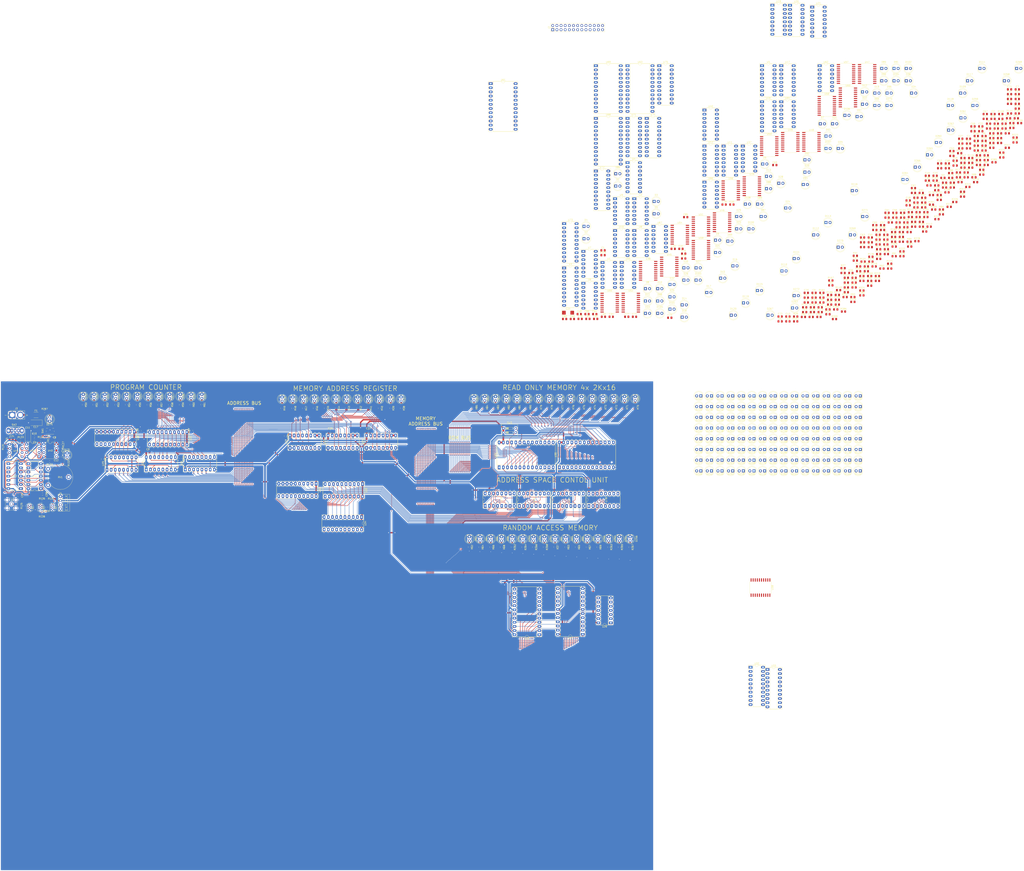
<source format=kicad_pcb>
(kicad_pcb (version 20171130) (host pcbnew "(5.1.6)-1")
  (layers (0 F.Cu signal) (31 B.Cu signal) (34 B.Paste user) (35 F.Paste user) (36 B.SilkS user) (37 F.SilkS user) (38 B.Mask user) (39 F.Mask user) (44 Edge.Cuts user))
  (net 0 "")
  (net 1 GND)
  (net 2 +5V)
  (net 3 "Net-(C10-Pad1)")
  (net 4 "Net-(C11-Pad1)")
  (net 5 "Net-(C12-Pad1)")
  (net 6 "Net-(C13-Pad1)")
  (net 7 "Net-(C15-Pad1)")
  (net 8 "Net-(D1-Pad2)")
  (net 9 "Net-(D2-Pad2)")
  (net 10 "Net-(D3-Pad2)")
  (net 11 "Net-(D4-Pad2)")
  (net 12 "Net-(D5-Pad2)")
  (net 13 "Net-(D6-Pad2)")
  (net 14 "Net-(D7-Pad2)")
  (net 15 "Net-(D8-Pad2)")
  (net 16 "Net-(D9-Pad2)")
  (net 17 "Net-(D10-Pad2)")
  (net 18 "Net-(D11-Pad2)")
  (net 19 "Net-(D12-Pad2)")
  (net 20 "Net-(D13-Pad2)")
  (net 21 "Net-(D14-Pad2)")
  (net 22 "Net-(D15-Pad2)")
  (net 23 "Net-(D16-Pad2)")
  (net 24 "Net-(D17-Pad2)")
  (net 25 "Net-(D18-Pad2)")
  (net 26 "Net-(D19-Pad2)")
  (net 27 "Net-(D20-Pad2)")
  (net 28 "Net-(D21-Pad2)")
  (net 29 "Net-(D22-Pad2)")
  (net 30 "Net-(D23-Pad2)")
  (net 31 "Net-(D24-Pad2)")
  (net 32 "Net-(D25-Pad2)")
  (net 33 "Net-(D26-Pad2)")
  (net 34 "Net-(D27-Pad2)")
  (net 35 "Net-(D28-Pad2)")
  (net 36 "Net-(D29-Pad2)")
  (net 37 "Net-(D30-Pad2)")
  (net 38 "Net-(D31-Pad2)")
  (net 39 "Net-(D32-Pad2)")
  (net 40 "Net-(D33-Pad2)")
  (net 41 "Net-(D34-Pad2)")
  (net 42 "Net-(D35-Pad2)")
  (net 43 "Net-(D36-Pad2)")
  (net 44 "Net-(D37-Pad2)")
  (net 45 "Net-(D38-Pad2)")
  (net 46 "Net-(D39-Pad2)")
  (net 47 "Net-(D40-Pad2)")
  (net 48 "Net-(D41-Pad2)")
  (net 49 "Net-(D42-Pad2)")
  (net 50 "Net-(D43-Pad2)")
  (net 51 "Net-(D44-Pad2)")
  (net 52 "Net-(D45-Pad2)")
  (net 53 "Net-(D46-Pad2)")
  (net 54 "Net-(D47-Pad2)")
  (net 55 "Net-(D48-Pad2)")
  (net 56 "Net-(D49-Pad2)")
  (net 57 "Net-(D50-Pad2)")
  (net 58 "Net-(D51-Pad2)")
  (net 59 "Net-(D52-Pad2)")
  (net 60 "Net-(D53-Pad2)")
  (net 61 "Net-(D54-Pad2)")
  (net 62 "Net-(D55-Pad2)")
  (net 63 "Net-(D56-Pad2)")
  (net 64 "Net-(D57-Pad2)")
  (net 65 "Net-(D58-Pad2)")
  (net 66 "Net-(D59-Pad2)")
  (net 67 "Net-(D60-Pad2)")
  (net 68 "Net-(D61-Pad2)")
  (net 69 "Net-(D62-Pad2)")
  (net 70 "Net-(D63-Pad2)")
  (net 71 "Net-(D64-Pad2)")
  (net 72 "Net-(D65-Pad2)")
  (net 73 "Net-(D66-Pad2)")
  (net 74 "Net-(D67-Pad2)")
  (net 75 "Net-(D68-Pad2)")
  (net 76 "Net-(D69-Pad2)")
  (net 77 "Net-(D70-Pad2)")
  (net 78 "Net-(D71-Pad2)")
  (net 79 "Net-(D72-Pad2)")
  (net 80 "Net-(D73-Pad2)")
  (net 81 "Net-(D74-Pad2)")
  (net 82 "Net-(D75-Pad2)")
  (net 83 "Net-(D76-Pad2)")
  (net 84 "Net-(D77-Pad2)")
  (net 85 "Net-(D78-Pad2)")
  (net 86 "Net-(D79-Pad2)")
  (net 87 "Net-(D80-Pad2)")
  (net 88 "Net-(D81-Pad2)")
  (net 89 "Net-(D82-Pad2)")
  (net 90 "Net-(D83-Pad2)")
  (net 91 "Net-(D84-Pad2)")
  (net 92 "Net-(D85-Pad2)")
  (net 93 "Net-(D86-Pad2)")
  (net 94 "Net-(D87-Pad2)")
  (net 95 "Net-(D88-Pad2)")
  (net 96 "Net-(D89-Pad2)")
  (net 97 "Net-(D90-Pad2)")
  (net 98 "Net-(D91-Pad2)")
  (net 99 "Net-(D92-Pad2)")
  (net 100 "Net-(D93-Pad2)")
  (net 101 "Net-(D94-Pad2)")
  (net 102 "Net-(D95-Pad2)")
  (net 103 "Net-(D96-Pad2)")
  (net 104 "Net-(D97-Pad2)")
  (net 105 "Net-(D98-Pad2)")
  (net 106 "Net-(D99-Pad2)")
  (net 107 "Net-(D100-Pad2)")
  (net 108 "Net-(D101-Pad2)")
  (net 109 "Net-(D102-Pad2)")
  (net 110 "Net-(D103-Pad2)")
  (net 111 "Net-(D104-Pad2)")
  (net 112 "Net-(D105-Pad2)")
  (net 113 "Net-(D106-Pad2)")
  (net 114 "Net-(D107-Pad2)")
  (net 115 "Net-(D108-Pad2)")
  (net 116 "Net-(D109-Pad2)")
  (net 117 "Net-(D110-Pad2)")
  (net 118 "Net-(D111-Pad2)")
  (net 119 "Net-(D112-Pad2)")
  (net 120 "Net-(D113-Pad2)")
  (net 121 "Net-(D114-Pad2)")
  (net 122 "Net-(D115-Pad2)")
  (net 123 "Net-(D116-Pad2)")
  (net 124 "Net-(D117-Pad2)")
  (net 125 "Net-(D118-Pad2)")
  (net 126 "Net-(D119-Pad2)")
  (net 127 "Net-(D120-Pad2)")
  (net 128 "Net-(D121-Pad2)")
  (net 129 "Net-(D122-Pad2)")
  (net 130 "Net-(D123-Pad2)")
  (net 131 "Net-(D124-Pad2)")
  (net 132 "Net-(D125-Pad2)")
  (net 133 "Net-(D126-Pad2)")
  (net 134 "Net-(D127-Pad2)")
  (net 135 "Net-(D128-Pad2)")
  (net 136 "Net-(D129-Pad2)")
  (net 137 "Net-(D130-Pad2)")
  (net 138 "Net-(D131-Pad2)")
  (net 139 "Net-(D132-Pad2)")
  (net 140 "Net-(D133-Pad2)")
  (net 141 "Net-(D134-Pad2)")
  (net 142 "Net-(D135-Pad2)")
  (net 143 "Net-(D136-Pad2)")
  (net 144 "Net-(D137-Pad2)")
  (net 145 "Net-(D138-Pad2)")
  (net 146 "Net-(D139-Pad2)")
  (net 147 "Net-(D140-Pad2)")
  (net 148 "Net-(D141-Pad2)")
  (net 149 "Net-(D142-Pad2)")
  (net 150 "Net-(D143-Pad2)")
  (net 151 "Net-(D144-Pad2)")
  (net 152 "Net-(D145-Pad2)")
  (net 153 "Net-(D146-Pad2)")
  (net 154 "Net-(D147-Pad2)")
  (net 155 "Net-(D148-Pad2)")
  (net 156 "Net-(D149-Pad2)")
  (net 157 "Net-(D150-Pad2)")
  (net 158 "Net-(D151-Pad2)")
  (net 159 "Net-(D152-Pad2)")
  (net 160 "Net-(D153-Pad2)")
  (net 161 "Net-(D154-Pad2)")
  (net 162 "Net-(D155-Pad2)")
  (net 163 "Net-(D156-Pad2)")
  (net 164 "Net-(D157-Pad2)")
  (net 165 "Net-(D158-Pad2)")
  (net 166 "Net-(D159-Pad2)")
  (net 167 "Net-(D160-Pad2)")
  (net 168 "Net-(D161-Pad2)")
  (net 169 "Net-(D162-Pad2)")
  (net 170 "Net-(D163-Pad2)")
  (net 171 "Net-(D164-Pad2)")
  (net 172 "Net-(D165-Pad2)")
  (net 173 "Net-(D166-Pad2)")
  (net 174 "Net-(D167-Pad2)")
  (net 175 "Net-(D168-Pad2)")
  (net 176 "Net-(D169-Pad2)")
  (net 177 "Net-(D170-Pad2)")
  (net 178 "Net-(D171-Pad2)")
  (net 179 "Net-(D172-Pad2)")
  (net 180 "Net-(D173-Pad2)")
  (net 181 "Net-(D174-Pad2)")
  (net 182 "Net-(D175-Pad2)")
  (net 183 "Net-(D176-Pad2)")
  (net 184 "Net-(D177-Pad2)")
  (net 185 "Net-(D178-Pad2)")
  (net 186 "Net-(D179-Pad2)")
  (net 187 "Net-(D180-Pad2)")
  (net 188 "Net-(D181-Pad2)")
  (net 189 "Net-(D182-Pad2)")
  (net 190 "Net-(D183-Pad2)")
  (net 191 "Net-(D184-Pad2)")
  (net 192 "Net-(D185-Pad2)")
  (net 193 "Net-(D186-Pad2)")
  (net 194 "Net-(D187-Pad2)")
  (net 195 "Net-(D188-Pad2)")
  (net 196 "Net-(D189-Pad2)")
  (net 197 "Net-(D190-Pad2)")
  (net 198 "Net-(D191-Pad2)")
  (net 199 "Net-(D192-Pad2)")
  (net 200 "Net-(D193-Pad2)")
  (net 201 "Net-(D194-Pad2)")
  (net 202 "Net-(D195-Pad2)")
  (net 203 "Net-(D196-Pad2)")
  (net 204 "Net-(D197-Pad2)")
  (net 205 "Net-(D198-Pad2)")
  (net 206 "Net-(D199-Pad2)")
  (net 207 "Net-(D200-Pad2)")
  (net 208 "Net-(D201-Pad2)")
  (net 209 "Net-(D202-Pad2)")
  (net 210 "Net-(D203-Pad2)")
  (net 211 "Net-(D204-Pad2)")
  (net 212 "Net-(D205-Pad2)")
  (net 213 "Net-(D206-Pad2)")
  (net 214 "Net-(D207-Pad2)")
  (net 215 "Net-(D208-Pad2)")
  (net 216 "Net-(D209-Pad2)")
  (net 217 "Net-(D210-Pad2)")
  (net 218 "Net-(D211-Pad2)")
  (net 219 "Net-(D212-Pad2)")
  (net 220 "Net-(D213-Pad2)")
  (net 221 "Net-(D214-Pad2)")
  (net 222 "Net-(D215-Pad2)")
  (net 223 "Net-(D216-Pad2)")
  (net 224 "Net-(D217-Pad2)")
  (net 225 "Net-(D218-Pad2)")
  (net 226 "Net-(D219-Pad2)")
  (net 227 "Net-(D220-Pad2)")
  (net 228 "Net-(D221-Pad2)")
  (net 229 "Net-(D222-Pad2)")
  (net 230 "Net-(D223-Pad2)")
  (net 231 "Net-(D224-Pad2)")
  (net 232 "Net-(D225-Pad2)")
  (net 233 "Net-(D226-Pad2)")
  (net 234 "Net-(D227-Pad2)")
  (net 235 "Net-(D228-Pad2)")
  (net 236 "Net-(D229-Pad2)")
  (net 237 "Net-(D230-Pad2)")
  (net 238 "Net-(D231-Pad2)")
  (net 239 "Net-(D232-Pad2)")
  (net 240 "Net-(D233-Pad2)")
  (net 241 "Net-(D234-Pad2)")
  (net 242 "Net-(D235-Pad2)")
  (net 243 "Net-(D236-Pad2)")
  (net 244 "Net-(D237-Pad2)")
  (net 245 "Net-(D238-Pad2)")
  (net 246 "Net-(D239-Pad2)")
  (net 247 "Net-(D240-Pad2)")
  (net 248 "Net-(D241-Pad2)")
  (net 249 "Net-(D242-Pad2)")
  (net 250 "Net-(D243-Pad2)")
  (net 251 "Net-(D244-Pad2)")
  (net 252 "Net-(D245-Pad2)")
  (net 253 "Net-(D246-Pad2)")
  (net 254 "Net-(D247-Pad2)")
  (net 255 "Net-(D248-Pad2)")
  (net 256 "Net-(D249-Pad2)")
  (net 257 "Net-(D250-Pad2)")
  (net 258 "Net-(D251-Pad2)")
  (net 259 "Net-(D252-Pad2)")
  (net 260 "Net-(D253-Pad2)")
  (net 261 "Net-(D254-Pad2)")
  (net 262 "Net-(D255-Pad2)")
  (net 263 "Net-(D256-Pad2)")
  (net 264 "Net-(D257-Pad2)")
  (net 265 "Net-(D258-Pad2)")
  (net 266 "Net-(D259-Pad2)")
  (net 267 "Net-(D260-Pad2)")
  (net 268 "Net-(D261-Pad2)")
  (net 269 "Net-(D262-Pad2)")
  (net 270 "Net-(D263-Pad2)")
  (net 271 "Net-(D264-Pad2)")
  (net 272 "Net-(D265-Pad2)")
  (net 273 "Net-(D266-Pad2)")
  (net 274 "Net-(D267-Pad2)")
  (net 275 "Net-(D268-Pad2)")
  (net 276 "Net-(D269-Pad2)")
  (net 277 "Net-(D270-Pad2)")
  (net 278 "Net-(D271-Pad2)")
  (net 279 "Net-(D272-Pad2)")
  (net 280 "Net-(D273-Pad2)")
  (net 281 "Net-(F1-Pad1)")
  (net 282 /ADDR0)
  (net 283 /ADDR1)
  (net 284 /ADDR2)
  (net 285 /ADDR3)
  (net 286 /ADDR4)
  (net 287 /ADDR5)
  (net 288 /ADDR6)
  (net 289 /ADDR7)
  (net 290 /ADDR8)
  (net 291 /ADDR9)
  (net 292 /ADDR10)
  (net 293 /D7)
  (net 294 /D6)
  (net 295 /D5)
  (net 296 /D4)
  (net 297 /D3)
  (net 298 /D2)
  (net 299 /D1)
  (net 300 /D0)
  (net 301 EXT)
  (net 302 CLK)
  (net 303 "Net-(Q2-Pad1)")
  (net 304 "Net-(Q2-Pad2)")
  (net 305 "Net-(Q3-Pad2)")
  (net 306 "Net-(Q4-Pad1)")
  (net 307 "Net-(Q4-Pad2)")
  (net 308 /RA0)
  (net 309 /RA1)
  (net 310 /RA2)
  (net 311 /RA3)
  (net 312 /RA4)
  (net 313 /RA5)
  (net 314 /RA6)
  (net 315 /RA7)
  (net 316 /ALU7)
  (net 317 /ALU6)
  (net 318 /ALU5)
  (net 319 /ALU4)
  (net 320 /ALU3)
  (net 321 /ALU2)
  (net 322 /ALU1)
  (net 323 /ALU0)
  (net 324 /REGB0)
  (net 325 /REGB1)
  (net 326 /REGB2)
  (net 327 /REGB3)
  (net 328 /REGB4)
  (net 329 /REGB5)
  (net 330 /REGB6)
  (net 331 /REGB7)
  (net 332 /BJAB0)
  (net 333 /BJAB1)
  (net 334 /BJAB2)
  (net 335 /BJAB3)
  (net 336 /BJAB4)
  (net 337 /BJAB5)
  (net 338 /BJAB6)
  (net 339 /BJAB7)
  (net 340 /BJAB8)
  (net 341 /BJAB9)
  (net 342 /BJAB10)
  (net 343 /BJAB11)
  (net 344 /RAMOBUS7)
  (net 345 /MEMADDR0)
  (net 346 /MEMADDR1)
  (net 347 /MEMADDR2)
  (net 348 /MEMADDR3)
  (net 349 /MEMADDR4)
  (net 350 /MEMADDR5)
  (net 351 /MEMADDR6)
  (net 352 /MEMADDR7)
  (net 353 /MEMADDR8)
  (net 354 /MEMADDR9)
  (net 355 /MEMADDR10)
  (net 356 /MEMADDR11)
  (net 357 /PC11)
  (net 358 /PC10)
  (net 359 /PC9)
  (net 360 /PC8)
  (net 361 /PC7)
  (net 362 /PC6)
  (net 363 /PC5)
  (net 364 /PC4)
  (net 365 /PC3)
  (net 366 /PC2)
  (net 367 /PC1)
  (net 368 /PC0)
  (net 369 /RAMOBUS15)
  (net 370 /RAMOBUS6)
  (net 371 /RAMOBUS14)
  (net 372 /RAMOBUS5)
  (net 373 /RAMOBUS13)
  (net 374 /RAMOBUS4)
  (net 375 /RAMOBUS12)
  (net 376 /RAMOBUS3)
  (net 377 /ROM0)
  (net 378 /ROM1)
  (net 379 /ROM2)
  (net 380 /ROM3)
  (net 381 /ROM4)
  (net 382 /ROM5)
  (net 383 /ROM6)
  (net 384 /ROM7)
  (net 385 /ROM8)
  (net 386 /ROM9)
  (net 387 /ROM10)
  (net 388 /ROM11)
  (net 389 /ROM12)
  (net 390 /ROM13)
  (net 391 /ROM14)
  (net 392 /ROM15)
  (net 393 /OP3)
  (net 394 /OP2)
  (net 395 /OP1)
  (net 396 /OP0)
  (net 397 /ARG11)
  (net 398 /ARG10)
  (net 399 /ARG9)
  (net 400 /ARG8)
  (net 401 /ARG7)
  (net 402 /ARG6)
  (net 403 /ARG5)
  (net 404 /ARG4)
  (net 405 /ARG3)
  (net 406 /ARG2)
  (net 407 /ARG1)
  (net 408 /ARG0)
  (net 409 /ADDR11)
  (net 410 "Net-(R122-Pad2)")
  (net 411 "Net-(R123-Pad1)")
  (net 412 "Net-(R124-Pad1)")
  (net 413 "Net-(R131-Pad1)")
  (net 414 "Net-(R133-Pad1)")
  (net 415 "Net-(R134-Pad2)")
  (net 416 "Net-(R135-Pad2)")
  (net 417 "Net-(R136-Pad2)")
  (net 418 "Net-(R137-Pad2)")
  (net 419 "Net-(R138-Pad2)")
  (net 420 "Net-(R139-Pad2)")
  (net 421 "Net-(R140-Pad2)")
  (net 422 "Net-(R141-Pad2)")
  (net 423 "Net-(R142-Pad2)")
  (net 424 "Net-(R143-Pad2)")
  (net 425 "Net-(R144-Pad2)")
  (net 426 "Net-(R145-Pad2)")
  (net 427 "Net-(R146-Pad2)")
  (net 428 "Net-(R147-Pad2)")
  (net 429 "Net-(R148-Pad2)")
  (net 430 "Net-(R149-Pad2)")
  (net 431 "Net-(R150-Pad2)")
  (net 432 "Net-(R151-Pad2)")
  (net 433 "Net-(R152-Pad2)")
  (net 434 "Net-(R153-Pad2)")
  (net 435 "Net-(R154-Pad2)")
  (net 436 "Net-(R155-Pad2)")
  (net 437 "Net-(R156-Pad2)")
  (net 438 "Net-(R157-Pad2)")
  (net 439 "Net-(R158-Pad2)")
  (net 440 "Net-(R159-Pad2)")
  (net 441 "Net-(R160-Pad2)")
  (net 442 "Net-(R161-Pad2)")
  (net 443 "Net-(R162-Pad2)")
  (net 444 "Net-(R163-Pad2)")
  (net 445 "Net-(R164-Pad2)")
  (net 446 "Net-(R165-Pad2)")
  (net 447 "Net-(R166-Pad2)")
  (net 448 "Net-(R167-Pad2)")
  (net 449 "Net-(R168-Pad2)")
  (net 450 "Net-(R169-Pad2)")
  (net 451 "Net-(R170-Pad2)")
  (net 452 "Net-(R171-Pad2)")
  (net 453 "Net-(R172-Pad2)")
  (net 454 "Net-(R173-Pad2)")
  (net 455 "Net-(R174-Pad2)")
  (net 456 "Net-(R175-Pad2)")
  (net 457 "Net-(R176-Pad2)")
  (net 458 "Net-(R177-Pad2)")
  (net 459 "Net-(R178-Pad2)")
  (net 460 "Net-(R179-Pad2)")
  (net 461 "Net-(R180-Pad2)")
  (net 462 "Net-(R181-Pad2)")
  (net 463 "Net-(R182-Pad2)")
  (net 464 "Net-(R183-Pad2)")
  (net 465 "Net-(R184-Pad2)")
  (net 466 "Net-(R185-Pad2)")
  (net 467 "Net-(R186-Pad2)")
  (net 468 "Net-(R187-Pad2)")
  (net 469 "Net-(R188-Pad2)")
  (net 470 "Net-(R189-Pad2)")
  (net 471 "Net-(R190-Pad2)")
  (net 472 "Net-(R191-Pad2)")
  (net 473 "Net-(R192-Pad2)")
  (net 474 "Net-(R193-Pad2)")
  (net 475 "Net-(R194-Pad2)")
  (net 476 "Net-(R195-Pad2)")
  (net 477 "Net-(R196-Pad2)")
  (net 478 "Net-(R197-Pad2)")
  (net 479 "Net-(R198-Pad2)")
  (net 480 "Net-(R199-Pad2)")
  (net 481 "Net-(R200-Pad2)")
  (net 482 "Net-(R201-Pad2)")
  (net 483 "Net-(R202-Pad2)")
  (net 484 "Net-(R203-Pad2)")
  (net 485 "Net-(R204-Pad2)")
  (net 486 "Net-(R205-Pad2)")
  (net 487 "Net-(R206-Pad2)")
  (net 488 "Net-(R207-Pad2)")
  (net 489 "Net-(R208-Pad2)")
  (net 490 "Net-(R209-Pad2)")
  (net 491 "Net-(R210-Pad2)")
  (net 492 "Net-(R211-Pad2)")
  (net 493 "Net-(R212-Pad2)")
  (net 494 "Net-(R213-Pad2)")
  (net 495 "Net-(R214-Pad2)")
  (net 496 "Net-(R215-Pad2)")
  (net 497 "Net-(R216-Pad2)")
  (net 498 "Net-(R217-Pad2)")
  (net 499 "Net-(R218-Pad2)")
  (net 500 "Net-(R219-Pad2)")
  (net 501 "Net-(R220-Pad2)")
  (net 502 "Net-(R221-Pad2)")
  (net 503 "Net-(R222-Pad2)")
  (net 504 "Net-(R223-Pad2)")
  (net 505 "Net-(R224-Pad2)")
  (net 506 "Net-(R225-Pad2)")
  (net 507 "Net-(R226-Pad2)")
  (net 508 "Net-(R227-Pad2)")
  (net 509 "Net-(R228-Pad2)")
  (net 510 "Net-(R229-Pad2)")
  (net 511 "Net-(R230-Pad2)")
  (net 512 "Net-(R231-Pad2)")
  (net 513 "Net-(R232-Pad2)")
  (net 514 "Net-(R233-Pad2)")
  (net 515 "Net-(R234-Pad2)")
  (net 516 "Net-(R235-Pad2)")
  (net 517 "Net-(R236-Pad2)")
  (net 518 "Net-(R237-Pad2)")
  (net 519 "Net-(R238-Pad2)")
  (net 520 "Net-(R239-Pad2)")
  (net 521 "Net-(R240-Pad2)")
  (net 522 "Net-(R241-Pad2)")
  (net 523 "Net-(R242-Pad2)")
  (net 524 "Net-(R243-Pad2)")
  (net 525 "Net-(R244-Pad2)")
  (net 526 "Net-(R245-Pad2)")
  (net 527 "Net-(R246-Pad2)")
  (net 528 "Net-(R247-Pad2)")
  (net 529 "Net-(R248-Pad2)")
  (net 530 "Net-(R249-Pad2)")
  (net 531 "Net-(R250-Pad2)")
  (net 532 "Net-(R251-Pad2)")
  (net 533 "Net-(R252-Pad2)")
  (net 534 "Net-(R253-Pad2)")
  (net 535 "Net-(R254-Pad2)")
  (net 536 "Net-(R255-Pad2)")
  (net 537 "Net-(R256-Pad2)")
  (net 538 "Net-(R257-Pad2)")
  (net 539 "Net-(R258-Pad2)")
  (net 540 "Net-(R259-Pad2)")
  (net 541 "Net-(R260-Pad2)")
  (net 542 "Net-(R261-Pad2)")
  (net 543 /RAMOBUS11)
  (net 544 /RAMOBUS2)
  (net 545 /RAMOBUS10)
  (net 546 /RAMOBUS1)
  (net 547 /RAMOBUS9)
  (net 548 /RAMOBUS0)
  (net 549 /RAMOBUS8)
  (net 550 "Net-(R269-Pad2)")
  (net 551 "Net-(R270-Pad2)")
  (net 552 "Net-(RV1-Pad3)")
  (net 553 SU)
  (net 554 /BAI5)
  (net 555 /BAI1)
  (net 556 /BAI7)
  (net 557 /BAI3)
  (net 558 /BAI4)
  (net 559 /BAI0)
  (net 560 /BAI6)
  (net 561 /BAI2)
  (net 562 ~EO)
  (net 563 "Net-(U4-Pad9)")
  (net 564 CARRY)
  (net 565 "Net-(U6-Pad11)")
  (net 566 "Net-(U6-Pad4)")
  (net 567 "Net-(U6-Pad10)")
  (net 568 "Net-(U6-Pad3)")
  (net 569 "Net-(U7-Pad11)")
  (net 570 "Net-(U7-Pad4)")
  (net 571 "Net-(U7-Pad10)")
  (net 572 "Net-(U7-Pad3)")
  (net 573 "Net-(U10-Pad5)")
  (net 574 "Net-(U10-Pad2)")
  (net 575 "Net-(U10-Pad4)")
  (net 576 "Net-(U10-Pad1)")
  (net 577 "Net-(U9-Pad13)")
  (net 578 EQL)
  (net 579 "Net-(U10-Pad10)")
  (net 580 "Net-(U10-Pad11)")
  (net 581 "Net-(U10-Pad3)")
  (net 582 ZERO)
  (net 583 ~AI)
  (net 584 "Net-(U13-Pad15)")
  (net 585 CE)
  (net 586 ~J)
  (net 587 "Net-(U14-Pad15)")
  (net 588 "Net-(U15-Pad15)")
  (net 589 ~BI)
  (net 590 ~JI)
  (net 591 ~MC)
  (net 592 ~PO)
  (net 593 "Net-(U26-Pad21)")
  (net 594 "Net-(U28-Pad14)")
  (net 595 "Net-(U28-Pad13)")
  (net 596 "Net-(U28-Pad12)")
  (net 597 "Net-(U28-Pad11)")
  (net 598 "Net-(U29-Pad6)")
  (net 599 RAMI)
  (net 600 "Net-(U29-Pad5)")
  (net 601 "Net-(U29-Pad4)")
  (net 602 "Net-(U29-Pad10)")
  (net 603 "Net-(U29-Pad3)")
  (net 604 "Net-(U29-Pad9)")
  (net 605 "Net-(U29-Pad2)")
  (net 606 "Net-(U29-Pad8)")
  (net 607 "Net-(U29-Pad1)")
  (net 608 "Net-(U30-Pad26)")
  (net 609 "Net-(U30-Pad1)")
  (net 610 "Net-(U31-Pad26)")
  (net 611 "Net-(U31-Pad1)")
  (net 612 ~JO)
  (net 613 "Net-(U33-Pad14)")
  (net 614 "Net-(U33-Pad13)")
  (net 615 "Net-(U33-Pad12)")
  (net 616 "Net-(U33-Pad11)")
  (net 617 ~MEMDO)
  (net 618 /MEM7)
  (net 619 /MEM6)
  (net 620 /MEM5)
  (net 621 /MEM4)
  (net 622 /MEM3)
  (net 623 /MEM2)
  (net 624 /MEM1)
  (net 625 /MEM0)
  (net 626 ~MEMAO)
  (net 627 /MEM15)
  (net 628 /MEM14)
  (net 629 /MEM13)
  (net 630 /MEM12)
  (net 631 /MEM11)
  (net 632 "Net-(U36-Pad14)")
  (net 633 /MEM10)
  (net 634 "Net-(U36-Pad13)")
  (net 635 /MEM9)
  (net 636 "Net-(U36-Pad12)")
  (net 637 /MEM8)
  (net 638 "Net-(U36-Pad11)")
  (net 639 "Net-(U37-Pad6)")
  (net 640 II)
  (net 641 "Net-(U37-Pad11)")
  (net 642 "Net-(U37-Pad3)")
  (net 643 "Net-(U37-Pad8)")
  (net 644 "Net-(U40-Pad15)")
  (net 645 "Net-(U40-Pad14)")
  (net 646 "Net-(U40-Pad13)")
  (net 647 "Net-(U40-Pad12)")
  (net 648 "Net-(U40-Pad11)")
  (net 649 ~CLK)
  (net 650 "Net-(U40-Pad9)")
  (net 651 "Net-(U41-Pad6)")
  (net 652 "Net-(U41-Pad5)")
  (net 653 HLT)
  (net 654 "Net-(U41-Pad4)")
  (net 655 "Net-(U41-Pad10)")
  (net 656 "Net-(U41-Pad3)")
  (net 657 "Net-(U41-Pad9)")
  (net 658 "Net-(U41-Pad2)")
  (net 659 "Net-(U44-Pad7)")
  (net 660 GFXC15)
  (net 661 GFXC12)
  (net 662 GFXC14)
  (net 663 GFXC13)
  (net 664 GFXC9)
  (net 665 GFXC11)
  (net 666 GFXC10)
  (net 667 GFXC6)
  (net 668 GFXC8)
  (net 669 GFXC7)
  (net 670 GFXC3)
  (net 671 GFXC5)
  (net 672 GFXC4)
  (net 673 GFXC0)
  (net 674 GFXC2)
  (net 675 GFXC1)
  (net 676 "Net-(U61-Pad16)")
  (net 677 "Net-(U62-Pad5)")
  (net 678 "Net-(U62-Pad11)")
  (net 679 GFXCLK)
  (net 680 "Net-(U62-Pad10)")
  (net 681 "Net-(U62-Pad2)")
  (net 682 "Net-(U63-Pad11)")
  (net 683 GFXI)
  (net 684 "Net-(U63-Pad14)")
  (net 685 "Net-(U64-Pad13)")
  (net 686 "Net-(U64-Pad6)")
  (net 687 "Net-(U64-Pad2)")
  (net 688 "Net-(U64-Pad8)")
  (net 689 "Net-(U65-Pad13)")
  (net 690 "Net-(U65-Pad5)")
  (net 691 "Net-(U65-Pad10)")
  (net 692 "Net-(U65-Pad2)")
  (net 693 "Net-(U66-Pad13)")
  (net 694 "Net-(U66-Pad5)")
  (net 695 "Net-(U66-Pad10)")
  (net 696 "Net-(U67-Pad13)")
  (net 697 "Net-(U67-Pad5)")
  (net 698 "Net-(U67-Pad10)")
  (net 699 "Net-(U67-Pad2)")
  (net 700 "Net-(U68-Pad16)")
  (net 701 "Net-(U68-Pad15)")
  (net 702 "Net-(U68-Pad14)")
  (net 703 /GFX3)
  (net 704 /GFX2)
  (net 705 /GFX1)
  (net 706 /GFX0)
  (net 707 "Net-(J1-Pad1)")
  (net 708 "Net-(D274-Pad2)")
  (net 709 NE555_CLK)
  (net 710 NE555A)
  (net 711 NE555C)
  (net 712 NE555B)
  (net 713 "Net-(U72-Pad14)")
  (net 714 "Net-(U72-Pad13)")
  (net 715 "Net-(U72-Pad12)")
  (net 716 "Net-(U72-Pad11)")
  (module LED_THT:LED_D5.0mm (layer F.Cu) (at 372.9228 115.5192 270)
    (fp_text reference D257 (at 1.27 -3.96 90) (layer F.SilkS))
    (fp_text value LED)
    (pad 2 thru_hole circle (at 2.54 0 270) (size 1.8 1.8) (drill 0.9) (layers *.Cu *.Mask) (net 264 "Net-(D257-Pad2)"))
    (pad 1 thru_hole rect (at 0 0 270) (size 1.8 1.8) (drill 0.9) (layers *.Cu *.Mask) (net 1 GND))
  )
  (module LED_THT:LED_D5.0mm (layer F.Cu) (at 425.3484 115.5192 270)
    (fp_text reference D256 (at 1.27 -3.96 90) (layer F.SilkS))
    (fp_text value LED)
    (pad 2 thru_hole circle (at 2.54 0 270) (size 1.8 1.8) (drill 0.9) (layers *.Cu *.Mask) (net 263 "Net-(D256-Pad2)"))
    (pad 1 thru_hole rect (at 0 0 270) (size 1.8 1.8) (drill 0.9) (layers *.Cu *.Mask) (net 1 GND))
  )
  (module LED_THT:LED_D5.0mm (layer F.Cu) (at 366.3696 115.5192 270)
    (fp_text reference D255 (at 1.27 -3.96 90) (layer F.SilkS))
    (fp_text value LED)
    (pad 2 thru_hole circle (at 2.54 0 270) (size 1.8 1.8) (drill 0.9) (layers *.Cu *.Mask) (net 262 "Net-(D255-Pad2)"))
    (pad 1 thru_hole rect (at 0 0 270) (size 1.8 1.8) (drill 0.9) (layers *.Cu *.Mask) (net 1 GND))
  )
  (module LED_THT:LED_D5.0mm (layer F.Cu) (at 418.7952 115.5192 270)
    (fp_text reference D254 (at 1.27 -3.96 90) (layer F.SilkS))
    (fp_text value LED)
    (pad 2 thru_hole circle (at 2.54 0 270) (size 1.8 1.8) (drill 0.9) (layers *.Cu *.Mask) (net 261 "Net-(D254-Pad2)"))
    (pad 1 thru_hole rect (at 0 0 270) (size 1.8 1.8) (drill 0.9) (layers *.Cu *.Mask) (net 1 GND))
  )
  (module LED_THT:LED_D5.0mm (layer F.Cu) (at 359.8164 115.5192 270)
    (fp_text reference D253 (at 1.27 -3.96 90) (layer F.SilkS))
    (fp_text value LED)
    (pad 2 thru_hole circle (at 2.54 0 270) (size 1.8 1.8) (drill 0.9) (layers *.Cu *.Mask) (net 260 "Net-(D253-Pad2)"))
    (pad 1 thru_hole rect (at 0 0 270) (size 1.8 1.8) (drill 0.9) (layers *.Cu *.Mask) (net 1 GND))
  )
  (module LED_THT:LED_D5.0mm (layer F.Cu) (at 412.242 115.5192 270)
    (fp_text reference D252 (at 1.27 -3.96 90) (layer F.SilkS))
    (fp_text value LED)
    (pad 2 thru_hole circle (at 2.54 0 270) (size 1.8 1.8) (drill 0.9) (layers *.Cu *.Mask) (net 259 "Net-(D252-Pad2)"))
    (pad 1 thru_hole rect (at 0 0 270) (size 1.8 1.8) (drill 0.9) (layers *.Cu *.Mask) (net 1 GND))
  )
  (module LED_THT:LED_D5.0mm (layer F.Cu) (at 353.2632 115.5192 270)
    (fp_text reference D251 (at 1.27 -3.96 90) (layer F.SilkS))
    (fp_text value LED)
    (pad 2 thru_hole circle (at 2.54 0 270) (size 1.8 1.8) (drill 0.9) (layers *.Cu *.Mask) (net 258 "Net-(D251-Pad2)"))
    (pad 1 thru_hole rect (at 0 0 270) (size 1.8 1.8) (drill 0.9) (layers *.Cu *.Mask) (net 1 GND))
  )
  (module LED_THT:LED_D5.0mm (layer F.Cu) (at 405.6888 115.5192 270)
    (fp_text reference D250 (at 1.27 -3.96 90) (layer F.SilkS))
    (fp_text value LED)
    (pad 2 thru_hole circle (at 2.54 0 270) (size 1.8 1.8) (drill 0.9) (layers *.Cu *.Mask) (net 257 "Net-(D250-Pad2)"))
    (pad 1 thru_hole rect (at 0 0 270) (size 1.8 1.8) (drill 0.9) (layers *.Cu *.Mask) (net 1 GND))
  )
  (module LED_THT:LED_D5.0mm (layer F.Cu) (at 346.71 115.5192 270)
    (fp_text reference D68 (at 1.27 -3.96 90) (layer F.SilkS))
    (fp_text value LED)
    (pad 2 thru_hole circle (at 2.54 0 270) (size 1.8 1.8) (drill 0.9) (layers *.Cu *.Mask) (net 75 "Net-(D68-Pad2)"))
    (pad 1 thru_hole rect (at 0 0 270) (size 1.8 1.8) (drill 0.9) (layers *.Cu *.Mask) (net 1 GND))
  )
  (module LED_THT:LED_D5.0mm (layer F.Cu) (at 399.1356 115.5192 270)
    (fp_text reference D67 (at 1.27 -3.96 90) (layer F.SilkS))
    (fp_text value LED)
    (pad 2 thru_hole circle (at 2.54 0 270) (size 1.8 1.8) (drill 0.9) (layers *.Cu *.Mask) (net 74 "Net-(D67-Pad2)"))
    (pad 1 thru_hole rect (at 0 0 270) (size 1.8 1.8) (drill 0.9) (layers *.Cu *.Mask) (net 1 GND))
  )
  (module LED_THT:LED_D5.0mm (layer F.Cu) (at 340.1568 115.5192 270)
    (fp_text reference D66 (at 1.27 -3.96 90) (layer F.SilkS))
    (fp_text value LED)
    (pad 2 thru_hole circle (at 2.54 0 270) (size 1.8 1.8) (drill 0.9) (layers *.Cu *.Mask) (net 73 "Net-(D66-Pad2)"))
    (pad 1 thru_hole rect (at 0 0 270) (size 1.8 1.8) (drill 0.9) (layers *.Cu *.Mask) (net 1 GND))
  )
  (module LED_THT:LED_D5.0mm (layer F.Cu) (at 392.5824 115.5192 270)
    (fp_text reference D65 (at 1.27 -3.96 90) (layer F.SilkS))
    (fp_text value LED)
    (pad 2 thru_hole circle (at 2.54 0 270) (size 1.8 1.8) (drill 0.9) (layers *.Cu *.Mask) (net 72 "Net-(D65-Pad2)"))
    (pad 1 thru_hole rect (at 0 0 270) (size 1.8 1.8) (drill 0.9) (layers *.Cu *.Mask) (net 1 GND))
  )
  (module LED_THT:LED_D5.0mm (layer F.Cu) (at 333.6036 115.5192 270)
    (fp_text reference D64 (at 1.27 -3.96 90) (layer F.SilkS))
    (fp_text value LED)
    (pad 2 thru_hole circle (at 2.54 0 270) (size 1.8 1.8) (drill 0.9) (layers *.Cu *.Mask) (net 71 "Net-(D64-Pad2)"))
    (pad 1 thru_hole rect (at 0 0 270) (size 1.8 1.8) (drill 0.9) (layers *.Cu *.Mask) (net 1 GND))
  )
  (module LED_THT:LED_D5.0mm (layer F.Cu) (at 386.0292 115.5192 270)
    (fp_text reference D63 (at 1.27 -3.96 90) (layer F.SilkS))
    (fp_text value LED)
    (pad 2 thru_hole circle (at 2.54 0 270) (size 1.8 1.8) (drill 0.9) (layers *.Cu *.Mask) (net 70 "Net-(D63-Pad2)"))
    (pad 1 thru_hole rect (at 0 0 270) (size 1.8 1.8) (drill 0.9) (layers *.Cu *.Mask) (net 1 GND))
  )
  (module LED_THT:LED_D5.0mm (layer F.Cu) (at 327.0504 115.5192 270)
    (fp_text reference D62 (at 1.27 -3.96 90) (layer F.SilkS))
    (fp_text value LED)
    (pad 2 thru_hole circle (at 2.54 0 270) (size 1.8 1.8) (drill 0.9) (layers *.Cu *.Mask) (net 69 "Net-(D62-Pad2)"))
    (pad 1 thru_hole rect (at 0 0 270) (size 1.8 1.8) (drill 0.9) (layers *.Cu *.Mask) (net 1 GND))
  )
  (module LED_THT:LED_D5.0mm (layer F.Cu) (at 379.476 115.5192 270)
    (fp_text reference D61 (at 1.27 -3.96 90) (layer F.SilkS))
    (fp_text value LED)
    (pad 2 thru_hole circle (at 2.54 0 270) (size 1.8 1.8) (drill 0.9) (layers *.Cu *.Mask) (net 68 "Net-(D61-Pad2)"))
    (pad 1 thru_hole rect (at 0 0 270) (size 1.8 1.8) (drill 0.9) (layers *.Cu *.Mask) (net 1 GND))
  )
  (module Package_DIP:DIP-28_W15.24mm_Socket_LongPads (layer F.Cu) (at 345.2974 73.1232 90)
    (fp_text reference U31 (at 7.62 -2.33 90) (layer F.SilkS))
    (fp_text value 28c64)
    (pad 28 thru_hole oval (at 15.24 0 90) (size 2.4 1.6) (drill 0.8) (layers *.Cu *.Mask) (net 2 +5V))
    (pad 14 thru_hole oval (at 0 33.02 90) (size 2.4 1.6) (drill 0.8) (layers *.Cu *.Mask) (net 1 GND))
    (pad 27 thru_hole oval (at 15.24 2.54 90) (size 2.4 1.6) (drill 0.8) (layers *.Cu *.Mask) (net 2 +5V))
    (pad 13 thru_hole oval (at 0 30.48 90) (size 2.4 1.6) (drill 0.8) (layers *.Cu *.Mask) (net 379 /ROM2))
    (pad 26 thru_hole oval (at 15.24 5.08 90) (size 2.4 1.6) (drill 0.8) (layers *.Cu *.Mask) (net 610 "Net-(U31-Pad26)"))
    (pad 12 thru_hole oval (at 0 27.94 90) (size 2.4 1.6) (drill 0.8) (layers *.Cu *.Mask) (net 378 /ROM1))
    (pad 25 thru_hole oval (at 15.24 7.62 90) (size 2.4 1.6) (drill 0.8) (layers *.Cu *.Mask) (net 353 /MEMADDR8))
    (pad 11 thru_hole oval (at 0 25.4 90) (size 2.4 1.6) (drill 0.8) (layers *.Cu *.Mask) (net 377 /ROM0))
    (pad 24 thru_hole oval (at 15.24 10.16 90) (size 2.4 1.6) (drill 0.8) (layers *.Cu *.Mask) (net 354 /MEMADDR9))
    (pad 10 thru_hole oval (at 0 22.86 90) (size 2.4 1.6) (drill 0.8) (layers *.Cu *.Mask) (net 345 /MEMADDR0))
    (pad 23 thru_hole oval (at 15.24 12.7 90) (size 2.4 1.6) (drill 0.8) (layers *.Cu *.Mask) (net 551 "Net-(R270-Pad2)"))
    (pad 9 thru_hole oval (at 0 20.32 90) (size 2.4 1.6) (drill 0.8) (layers *.Cu *.Mask) (net 346 /MEMADDR1))
    (pad 22 thru_hole oval (at 15.24 15.24 90) (size 2.4 1.6) (drill 0.8) (layers *.Cu *.Mask) (net 1 GND))
    (pad 8 thru_hole oval (at 0 17.78 90) (size 2.4 1.6) (drill 0.8) (layers *.Cu *.Mask) (net 347 /MEMADDR2))
    (pad 21 thru_hole oval (at 15.24 17.78 90) (size 2.4 1.6) (drill 0.8) (layers *.Cu *.Mask) (net 355 /MEMADDR10))
    (pad 7 thru_hole oval (at 0 15.24 90) (size 2.4 1.6) (drill 0.8) (layers *.Cu *.Mask) (net 348 /MEMADDR3))
    (pad 20 thru_hole oval (at 15.24 20.32 90) (size 2.4 1.6) (drill 0.8) (layers *.Cu *.Mask) (net 1 GND))
    (pad 6 thru_hole oval (at 0 12.7 90) (size 2.4 1.6) (drill 0.8) (layers *.Cu *.Mask) (net 349 /MEMADDR4))
    (pad 19 thru_hole oval (at 15.24 22.86 90) (size 2.4 1.6) (drill 0.8) (layers *.Cu *.Mask) (net 384 /ROM7))
    (pad 5 thru_hole oval (at 0 10.16 90) (size 2.4 1.6) (drill 0.8) (layers *.Cu *.Mask) (net 350 /MEMADDR5))
    (pad 18 thru_hole oval (at 15.24 25.4 90) (size 2.4 1.6) (drill 0.8) (layers *.Cu *.Mask) (net 383 /ROM6))
    (pad 4 thru_hole oval (at 0 7.62 90) (size 2.4 1.6) (drill 0.8) (layers *.Cu *.Mask) (net 351 /MEMADDR6))
    (pad 17 thru_hole oval (at 15.24 27.94 90) (size 2.4 1.6) (drill 0.8) (layers *.Cu *.Mask) (net 382 /ROM5))
    (pad 3 thru_hole oval (at 0 5.08 90) (size 2.4 1.6) (drill 0.8) (layers *.Cu *.Mask) (net 352 /MEMADDR7))
    (pad 16 thru_hole oval (at 15.24 30.48 90) (size 2.4 1.6) (drill 0.8) (layers *.Cu *.Mask) (net 381 /ROM4))
    (pad 2 thru_hole oval (at 0 2.54 90) (size 2.4 1.6) (drill 0.8) (layers *.Cu *.Mask) (net 550 "Net-(R269-Pad2)"))
    (pad 15 thru_hole oval (at 15.24 33.02 90) (size 2.4 1.6) (drill 0.8) (layers *.Cu *.Mask) (net 380 /ROM3))
    (pad 1 thru_hole rect (at 0 0 90) (size 2.4 1.6) (drill 0.8) (layers *.Cu *.Mask) (net 611 "Net-(U31-Pad1)"))
  )
  (module Package_DIP:DIP-24_W15.24mm_Socket_LongPads (layer F.Cu) (at 396.3956 175.2376 180)
    (fp_text reference U27 (at 7.62 -2.33) (layer F.SilkS))
    (fp_text value M84Z02)
    (pad 24 thru_hole oval (at 15.24 0 180) (size 2.4 1.6) (drill 0.8) (layers *.Cu *.Mask) (net 2 +5V))
    (pad 12 thru_hole oval (at 0 27.94 180) (size 2.4 1.6) (drill 0.8) (layers *.Cu *.Mask) (net 1 GND))
    (pad 23 thru_hole oval (at 15.24 2.54 180) (size 2.4 1.6) (drill 0.8) (layers *.Cu *.Mask) (net 353 /MEMADDR8))
    (pad 11 thru_hole oval (at 0 25.4 180) (size 2.4 1.6) (drill 0.8) (layers *.Cu *.Mask) (net 373 /RAMOBUS13))
    (pad 22 thru_hole oval (at 15.24 5.08 180) (size 2.4 1.6) (drill 0.8) (layers *.Cu *.Mask) (net 354 /MEMADDR9))
    (pad 10 thru_hole oval (at 0 22.86 180) (size 2.4 1.6) (drill 0.8) (layers *.Cu *.Mask) (net 371 /RAMOBUS14))
    (pad 21 thru_hole oval (at 15.24 7.62 180) (size 2.4 1.6) (drill 0.8) (layers *.Cu *.Mask) (net 593 "Net-(U26-Pad21)"))
    (pad 9 thru_hole oval (at 0 20.32 180) (size 2.4 1.6) (drill 0.8) (layers *.Cu *.Mask) (net 369 /RAMOBUS15))
    (pad 20 thru_hole oval (at 15.24 10.16 180) (size 2.4 1.6) (drill 0.8) (layers *.Cu *.Mask) (net 1 GND))
    (pad 8 thru_hole oval (at 0 17.78 180) (size 2.4 1.6) (drill 0.8) (layers *.Cu *.Mask) (net 345 /MEMADDR0))
    (pad 19 thru_hole oval (at 15.24 12.7 180) (size 2.4 1.6) (drill 0.8) (layers *.Cu *.Mask) (net 355 /MEMADDR10))
    (pad 7 thru_hole oval (at 0 15.24 180) (size 2.4 1.6) (drill 0.8) (layers *.Cu *.Mask) (net 346 /MEMADDR1))
    (pad 18 thru_hole oval (at 15.24 15.24 180) (size 2.4 1.6) (drill 0.8) (layers *.Cu *.Mask) (net 2 +5V))
    (pad 6 thru_hole oval (at 0 12.7 180) (size 2.4 1.6) (drill 0.8) (layers *.Cu *.Mask) (net 347 /MEMADDR2))
    (pad 17 thru_hole oval (at 15.24 17.78 180) (size 2.4 1.6) (drill 0.8) (layers *.Cu *.Mask) (net 549 /RAMOBUS8))
    (pad 5 thru_hole oval (at 0 10.16 180) (size 2.4 1.6) (drill 0.8) (layers *.Cu *.Mask) (net 348 /MEMADDR3))
    (pad 16 thru_hole oval (at 15.24 20.32 180) (size 2.4 1.6) (drill 0.8) (layers *.Cu *.Mask) (net 547 /RAMOBUS9))
    (pad 4 thru_hole oval (at 0 7.62 180) (size 2.4 1.6) (drill 0.8) (layers *.Cu *.Mask) (net 349 /MEMADDR4))
    (pad 15 thru_hole oval (at 15.24 22.86 180) (size 2.4 1.6) (drill 0.8) (layers *.Cu *.Mask) (net 545 /RAMOBUS10))
    (pad 3 thru_hole oval (at 0 5.08 180) (size 2.4 1.6) (drill 0.8) (layers *.Cu *.Mask) (net 350 /MEMADDR5))
    (pad 14 thru_hole oval (at 15.24 25.4 180) (size 2.4 1.6) (drill 0.8) (layers *.Cu *.Mask) (net 543 /RAMOBUS11))
    (pad 2 thru_hole oval (at 0 2.54 180) (size 2.4 1.6) (drill 0.8) (layers *.Cu *.Mask) (net 351 /MEMADDR6))
    (pad 13 thru_hole oval (at 15.24 27.94 180) (size 2.4 1.6) (drill 0.8) (layers *.Cu *.Mask) (net 375 /RAMOBUS12))
    (pad 1 thru_hole rect (at 0 0 180) (size 2.4 1.6) (drill 0.8) (layers *.Cu *.Mask) (net 352 /MEMADDR7))
  )
  (module Package_DIP:DIP-20_W7.62mm_Socket_LongPads (layer F.Cu) (at 233.33202 83.10626 270)
    (fp_text reference U36 (at 3.81 -2.33 90) (layer F.SilkS))
    (fp_text value 74LS245)
    (pad 20 thru_hole oval (at 7.62 0 270) (size 2.4 1.6) (drill 0.8) (layers *.Cu *.Mask) (net 2 +5V))
    (pad 10 thru_hole oval (at 0 22.86 270) (size 2.4 1.6) (drill 0.8) (layers *.Cu *.Mask) (net 1 GND))
    (pad 19 thru_hole oval (at 7.62 2.54 270) (size 2.4 1.6) (drill 0.8) (layers *.Cu *.Mask) (net 626 ~MEMAO))
    (pad 9 thru_hole oval (at 0 20.32 270) (size 2.4 1.6) (drill 0.8) (layers *.Cu *.Mask) (net 1 GND))
    (pad 18 thru_hole oval (at 7.62 5.08 270) (size 2.4 1.6) (drill 0.8) (layers *.Cu *.Mask) (net 290 /ADDR8))
    (pad 8 thru_hole oval (at 0 17.78 270) (size 2.4 1.6) (drill 0.8) (layers *.Cu *.Mask) (net 1 GND))
    (pad 17 thru_hole oval (at 7.62 7.62 270) (size 2.4 1.6) (drill 0.8) (layers *.Cu *.Mask) (net 291 /ADDR9))
    (pad 7 thru_hole oval (at 0 15.24 270) (size 2.4 1.6) (drill 0.8) (layers *.Cu *.Mask) (net 1 GND))
    (pad 16 thru_hole oval (at 7.62 10.16 270) (size 2.4 1.6) (drill 0.8) (layers *.Cu *.Mask) (net 292 /ADDR10))
    (pad 6 thru_hole oval (at 0 12.7 270) (size 2.4 1.6) (drill 0.8) (layers *.Cu *.Mask) (net 1 GND))
    (pad 15 thru_hole oval (at 7.62 12.7 270) (size 2.4 1.6) (drill 0.8) (layers *.Cu *.Mask) (net 409 /ADDR11))
    (pad 5 thru_hole oval (at 0 10.16 270) (size 2.4 1.6) (drill 0.8) (layers *.Cu *.Mask) (net 631 /MEM11))
    (pad 14 thru_hole oval (at 7.62 15.24 270) (size 2.4 1.6) (drill 0.8) (layers *.Cu *.Mask) (net 632 "Net-(U36-Pad14)"))
    (pad 4 thru_hole oval (at 0 7.62 270) (size 2.4 1.6) (drill 0.8) (layers *.Cu *.Mask) (net 633 /MEM10))
    (pad 13 thru_hole oval (at 7.62 17.78 270) (size 2.4 1.6) (drill 0.8) (layers *.Cu *.Mask) (net 634 "Net-(U36-Pad13)"))
    (pad 3 thru_hole oval (at 0 5.08 270) (size 2.4 1.6) (drill 0.8) (layers *.Cu *.Mask) (net 635 /MEM9))
    (pad 12 thru_hole oval (at 7.62 20.32 270) (size 2.4 1.6) (drill 0.8) (layers *.Cu *.Mask) (net 636 "Net-(U36-Pad12)"))
    (pad 2 thru_hole oval (at 0 2.54 270) (size 2.4 1.6) (drill 0.8) (layers *.Cu *.Mask) (net 637 /MEM8))
    (pad 11 thru_hole oval (at 7.62 22.86 270) (size 2.4 1.6) (drill 0.8) (layers *.Cu *.Mask) (net 638 "Net-(U36-Pad11)"))
    (pad 1 thru_hole rect (at 0 0 270) (size 2.4 1.6) (drill 0.8) (layers *.Cu *.Mask) (net 2 +5V))
  )
  (module Package_DIP:DIP-16_W7.62mm_Socket_LongPads (layer F.Cu) (at 357.65 96.7478 90)
    (fp_text reference U76 (at 3.775 9.1 90) (layer F.SilkS))
    (fp_text value 74LS157)
    (pad 16 thru_hole oval (at 7.62 0 90) (size 2.4 1.6) (drill 0.8) (layers *.Cu *.Mask) (net 2 +5V))
    (pad 8 thru_hole oval (at 0 17.78 90) (size 2.4 1.6) (drill 0.8) (layers *.Cu *.Mask) (net 1 GND))
    (pad 15 thru_hole oval (at 7.62 2.54 90) (size 2.4 1.6) (drill 0.8) (layers *.Cu *.Mask) (net 1 GND))
    (pad 7 thru_hole oval (at 0 15.24 90) (size 2.4 1.6) (drill 0.8) (layers *.Cu *.Mask) (net 620 /MEM5))
    (pad 14 thru_hole oval (at 7.62 5.08 90) (size 2.4 1.6) (drill 0.8) (layers *.Cu *.Mask) (net 344 /RAMOBUS7))
    (pad 6 thru_hole oval (at 0 12.7 90) (size 2.4 1.6) (drill 0.8) (layers *.Cu *.Mask) (net 382 /ROM5))
    (pad 13 thru_hole oval (at 7.62 7.62 90) (size 2.4 1.6) (drill 0.8) (layers *.Cu *.Mask) (net 384 /ROM7))
    (pad 5 thru_hole oval (at 0 10.16 90) (size 2.4 1.6) (drill 0.8) (layers *.Cu *.Mask) (net 372 /RAMOBUS5))
    (pad 12 thru_hole oval (at 7.62 10.16 90) (size 2.4 1.6) (drill 0.8) (layers *.Cu *.Mask) (net 618 /MEM7))
    (pad 4 thru_hole oval (at 0 7.62 90) (size 2.4 1.6) (drill 0.8) (layers *.Cu *.Mask) (net 621 /MEM4))
    (pad 11 thru_hole oval (at 7.62 12.7 90) (size 2.4 1.6) (drill 0.8) (layers *.Cu *.Mask) (net 370 /RAMOBUS6))
    (pad 3 thru_hole oval (at 0 5.08 90) (size 2.4 1.6) (drill 0.8) (layers *.Cu *.Mask) (net 381 /ROM4))
    (pad 10 thru_hole oval (at 7.62 15.24 90) (size 2.4 1.6) (drill 0.8) (layers *.Cu *.Mask) (net 383 /ROM6))
    (pad 2 thru_hole oval (at 0 2.54 90) (size 2.4 1.6) (drill 0.8) (layers *.Cu *.Mask) (net 374 /RAMOBUS4))
    (pad 9 thru_hole oval (at 7.62 17.78 90) (size 2.4 1.6) (drill 0.8) (layers *.Cu *.Mask) (net 619 /MEM6))
    (pad 1 thru_hole rect (at 0 0 90) (size 2.4 1.6) (drill 0.8) (layers *.Cu *.Mask) (net 356 /MEMADDR11))
  )
  (module Package_DIP:DIP-24_W15.24mm_Socket_LongPads (layer F.Cu) (at 369.878 175.4916 180)
    (fp_text reference U26 (at 7.62 -2.33) (layer F.SilkS))
    (fp_text value M84Z02)
    (pad 24 thru_hole oval (at 15.24 0 180) (size 2.4 1.6) (drill 0.8) (layers *.Cu *.Mask) (net 2 +5V))
    (pad 12 thru_hole oval (at 0 27.94 180) (size 2.4 1.6) (drill 0.8) (layers *.Cu *.Mask) (net 1 GND))
    (pad 23 thru_hole oval (at 15.24 2.54 180) (size 2.4 1.6) (drill 0.8) (layers *.Cu *.Mask) (net 353 /MEMADDR8))
    (pad 11 thru_hole oval (at 0 25.4 180) (size 2.4 1.6) (drill 0.8) (layers *.Cu *.Mask) (net 372 /RAMOBUS5))
    (pad 22 thru_hole oval (at 15.24 5.08 180) (size 2.4 1.6) (drill 0.8) (layers *.Cu *.Mask) (net 354 /MEMADDR9))
    (pad 10 thru_hole oval (at 0 22.86 180) (size 2.4 1.6) (drill 0.8) (layers *.Cu *.Mask) (net 370 /RAMOBUS6))
    (pad 21 thru_hole oval (at 15.24 7.62 180) (size 2.4 1.6) (drill 0.8) (layers *.Cu *.Mask) (net 593 "Net-(U26-Pad21)"))
    (pad 9 thru_hole oval (at 0 20.32 180) (size 2.4 1.6) (drill 0.8) (layers *.Cu *.Mask) (net 344 /RAMOBUS7))
    (pad 20 thru_hole oval (at 15.24 10.16 180) (size 2.4 1.6) (drill 0.8) (layers *.Cu *.Mask) (net 1 GND))
    (pad 8 thru_hole oval (at 0 17.78 180) (size 2.4 1.6) (drill 0.8) (layers *.Cu *.Mask) (net 345 /MEMADDR0))
    (pad 19 thru_hole oval (at 15.24 12.7 180) (size 2.4 1.6) (drill 0.8) (layers *.Cu *.Mask) (net 355 /MEMADDR10))
    (pad 7 thru_hole oval (at 0 15.24 180) (size 2.4 1.6) (drill 0.8) (layers *.Cu *.Mask) (net 346 /MEMADDR1))
    (pad 18 thru_hole oval (at 15.24 15.24 180) (size 2.4 1.6) (drill 0.8) (layers *.Cu *.Mask) (net 2 +5V))
    (pad 6 thru_hole oval (at 0 12.7 180) (size 2.4 1.6) (drill 0.8) (layers *.Cu *.Mask) (net 347 /MEMADDR2))
    (pad 17 thru_hole oval (at 15.24 17.78 180) (size 2.4 1.6) (drill 0.8) (layers *.Cu *.Mask) (net 548 /RAMOBUS0))
    (pad 5 thru_hole oval (at 0 10.16 180) (size 2.4 1.6) (drill 0.8) (layers *.Cu *.Mask) (net 348 /MEMADDR3))
    (pad 16 thru_hole oval (at 15.24 20.32 180) (size 2.4 1.6) (drill 0.8) (layers *.Cu *.Mask) (net 546 /RAMOBUS1))
    (pad 4 thru_hole oval (at 0 7.62 180) (size 2.4 1.6) (drill 0.8) (layers *.Cu *.Mask) (net 349 /MEMADDR4))
    (pad 15 thru_hole oval (at 15.24 22.86 180) (size 2.4 1.6) (drill 0.8) (layers *.Cu *.Mask) (net 544 /RAMOBUS2))
    (pad 3 thru_hole oval (at 0 5.08 180) (size 2.4 1.6) (drill 0.8) (layers *.Cu *.Mask) (net 350 /MEMADDR5))
    (pad 14 thru_hole oval (at 15.24 25.4 180) (size 2.4 1.6) (drill 0.8) (layers *.Cu *.Mask) (net 376 /RAMOBUS3))
    (pad 2 thru_hole oval (at 0 2.54 180) (size 2.4 1.6) (drill 0.8) (layers *.Cu *.Mask) (net 351 /MEMADDR6))
    (pad 13 thru_hole oval (at 15.24 27.94 180) (size 2.4 1.6) (drill 0.8) (layers *.Cu *.Mask) (net 374 /RAMOBUS4))
    (pad 1 thru_hole rect (at 0 0 180) (size 2.4 1.6) (drill 0.8) (layers *.Cu *.Mask) (net 352 /MEMADDR7))
  )
  (module LED_THT:LED_D5.0mm (layer F.Cu) (at 559.6636 68.7324 180)
    (fp_text reference D136 (at 1.1176 -1.7272) (layer F.SilkS))
    (fp_text value LED)
    (pad 2 thru_hole circle (at 2.54 0 180) (size 1.8 1.8) (drill 0.9) (layers *.Cu *.Mask) (net 143 "Net-(D136-Pad2)"))
    (pad 1 thru_hole rect (at 0 0 180) (size 1.8 1.8) (drill 0.9) (layers *.Cu *.Mask) (net 1 GND))
  )
  (module LED_THT:LED_D5.0mm (layer F.Cu) (at 566.166 68.7324 180)
    (fp_text reference D123 (at 1.1684 -1.7272) (layer F.SilkS))
    (fp_text value LED)
    (pad 2 thru_hole circle (at 2.54 0 180) (size 1.8 1.8) (drill 0.9) (layers *.Cu *.Mask) (net 130 "Net-(D123-Pad2)"))
    (pad 1 thru_hole rect (at 0 0 180) (size 1.8 1.8) (drill 0.9) (layers *.Cu *.Mask) (net 1 GND))
  )
  (module LED_THT:LED_D5.0mm (layer F.Cu) (at 559.6636 62.1792 180)
    (fp_text reference D138 (at 1.0668 -1.778) (layer F.SilkS))
    (fp_text value LED)
    (pad 2 thru_hole circle (at 2.54 0 180) (size 1.8 1.8) (drill 0.9) (layers *.Cu *.Mask) (net 145 "Net-(D138-Pad2)"))
    (pad 1 thru_hole rect (at 0 0 180) (size 1.8 1.8) (drill 0.9) (layers *.Cu *.Mask) (net 1 GND))
  )
  (module LED_THT:LED_D5.0mm (layer F.Cu) (at 481.6348 62.1792 180)
    (fp_text reference D234 (at 1.2192 -1.7272) (layer F.SilkS))
    (fp_text value LED)
    (pad 2 thru_hole circle (at 2.54 0 180) (size 1.8 1.8) (drill 0.9) (layers *.Cu *.Mask) (net 241 "Net-(D234-Pad2)"))
    (pad 1 thru_hole rect (at 0 0 180) (size 1.8 1.8) (drill 0.9) (layers *.Cu *.Mask) (net 1 GND))
  )
  (module LED_THT:LED_D5.0mm (layer F.Cu) (at 481.6348 42.5196 180)
    (fp_text reference D239 (at 1.1684 -1.8288) (layer F.SilkS))
    (fp_text value LED)
    (pad 2 thru_hole circle (at 2.54 0 180) (size 1.8 1.8) (drill 0.9) (layers *.Cu *.Mask) (net 246 "Net-(D239-Pad2)"))
    (pad 1 thru_hole rect (at 0 0 180) (size 1.8 1.8) (drill 0.9) (layers *.Cu *.Mask) (net 1 GND))
  )
  (module LED_THT:LED_D5.0mm (layer F.Cu) (at 481.6348 55.626 180)
    (fp_text reference D236 (at 1.27 -1.778) (layer F.SilkS))
    (fp_text value LED)
    (pad 2 thru_hole circle (at 2.54 0 180) (size 1.8 1.8) (drill 0.9) (layers *.Cu *.Mask) (net 243 "Net-(D236-Pad2)"))
    (pad 1 thru_hole rect (at 0 0 180) (size 1.8 1.8) (drill 0.9) (layers *.Cu *.Mask) (net 1 GND))
  )
  (module LED_THT:LED_D5.0mm (layer F.Cu) (at 468.63 68.7324 180)
    (fp_text reference D227 (at 1.27 -1.7272) (layer F.SilkS))
    (fp_text value LED)
    (pad 2 thru_hole circle (at 2.54 0 180) (size 1.8 1.8) (drill 0.9) (layers *.Cu *.Mask) (net 234 "Net-(D227-Pad2)"))
    (pad 1 thru_hole rect (at 0 0 180) (size 1.8 1.8) (drill 0.9) (layers *.Cu *.Mask) (net 1 GND))
  )
  (module LED_THT:LED_D5.0mm (layer F.Cu) (at 475.1324 35.9664 180)
    (fp_text reference D248 (at 1.2192 -1.8288) (layer F.SilkS))
    (fp_text value LED)
    (pad 2 thru_hole circle (at 2.54 0 180) (size 1.8 1.8) (drill 0.9) (layers *.Cu *.Mask) (net 255 "Net-(D248-Pad2)"))
    (pad 1 thru_hole rect (at 0 0 180) (size 1.8 1.8) (drill 0.9) (layers *.Cu *.Mask) (net 1 GND))
  )
  (module LED_THT:LED_D5.0mm (layer F.Cu) (at 475.1324 75.2856 180)
    (fp_text reference D242 (at 1.1684 -1.8288) (layer F.SilkS))
    (fp_text value LED)
    (pad 2 thru_hole circle (at 2.54 0 180) (size 1.8 1.8) (drill 0.9) (layers *.Cu *.Mask) (net 249 "Net-(D242-Pad2)"))
    (pad 1 thru_hole rect (at 0 0 180) (size 1.8 1.8) (drill 0.9) (layers *.Cu *.Mask) (net 1 GND))
  )
  (module LED_THT:LED_D5.0mm (layer F.Cu) (at 481.6348 29.4132 180)
    (fp_text reference D241 (at 1.1684 -1.8288) (layer F.SilkS))
    (fp_text value LED)
    (pad 2 thru_hole circle (at 2.54 0 180) (size 1.8 1.8) (drill 0.9) (layers *.Cu *.Mask) (net 248 "Net-(D241-Pad2)"))
    (pad 1 thru_hole rect (at 0 0 180) (size 1.8 1.8) (drill 0.9) (layers *.Cu *.Mask) (net 1 GND))
  )
  (module LED_THT:LED_D5.0mm (layer F.Cu) (at 468.63 49.0728 180)
    (fp_text reference D231 (at 1.1176 -1.778) (layer F.SilkS))
    (fp_text value LED)
    (pad 2 thru_hole circle (at 2.54 0 180) (size 1.8 1.8) (drill 0.9) (layers *.Cu *.Mask) (net 238 "Net-(D231-Pad2)"))
    (pad 1 thru_hole rect (at 0 0 180) (size 1.8 1.8) (drill 0.9) (layers *.Cu *.Mask) (net 1 GND))
  )
  (module LED_THT:LED_D5.0mm (layer F.Cu) (at 481.6348 35.9664 180)
    (fp_text reference D240 (at 1.1684 -1.778) (layer F.SilkS))
    (fp_text value LED)
    (pad 2 thru_hole circle (at 2.54 0 180) (size 1.8 1.8) (drill 0.9) (layers *.Cu *.Mask) (net 247 "Net-(D240-Pad2)"))
    (pad 1 thru_hole rect (at 0 0 180) (size 1.8 1.8) (drill 0.9) (layers *.Cu *.Mask) (net 1 GND))
  )
  (module LED_THT:LED_D5.0mm (layer F.Cu) (at 494.6396 68.7324 180)
    (fp_text reference D219 (at 1.1684 -1.778) (layer F.SilkS))
    (fp_text value LED)
    (pad 2 thru_hole circle (at 2.54 0 180) (size 1.8 1.8) (drill 0.9) (layers *.Cu *.Mask) (net 226 "Net-(D219-Pad2)"))
    (pad 1 thru_hole rect (at 0 0 180) (size 1.8 1.8) (drill 0.9) (layers *.Cu *.Mask) (net 1 GND))
  )
  (module LED_THT:LED_D5.0mm (layer F.Cu) (at 501.142 42.5196 180)
    (fp_text reference D215 (at 1.0668 -1.7272) (layer F.SilkS))
    (fp_text value LED)
    (pad 2 thru_hole circle (at 2.54 0 180) (size 1.8 1.8) (drill 0.9) (layers *.Cu *.Mask) (net 222 "Net-(D215-Pad2)"))
    (pad 1 thru_hole rect (at 0 0 180) (size 1.8 1.8) (drill 0.9) (layers *.Cu *.Mask) (net 1 GND))
  )
  (module LED_THT:LED_D5.0mm (layer F.Cu) (at 488.1372 29.4132 180)
    (fp_text reference D213 (at 1.1176 -1.778) (layer F.SilkS))
    (fp_text value LED)
    (pad 2 thru_hole circle (at 2.54 0 180) (size 1.8 1.8) (drill 0.9) (layers *.Cu *.Mask) (net 220 "Net-(D213-Pad2)"))
    (pad 1 thru_hole rect (at 0 0 180) (size 1.8 1.8) (drill 0.9) (layers *.Cu *.Mask) (net 1 GND))
  )
  (module LED_THT:LED_D5.0mm (layer F.Cu) (at 475.1324 68.7324 180)
    (fp_text reference D243 (at 1.27 -1.778) (layer F.SilkS))
    (fp_text value LED)
    (pad 2 thru_hole circle (at 2.54 0 180) (size 1.8 1.8) (drill 0.9) (layers *.Cu *.Mask) (net 250 "Net-(D243-Pad2)"))
    (pad 1 thru_hole rect (at 0 0 180) (size 1.8 1.8) (drill 0.9) (layers *.Cu *.Mask) (net 1 GND))
  )
  (module LED_THT:LED_D5.0mm (layer F.Cu) (at 501.142 62.1792 180)
    (fp_text reference D210 (at 1.1684 -1.7272) (layer F.SilkS))
    (fp_text value LED)
    (pad 2 thru_hole circle (at 2.54 0 180) (size 1.8 1.8) (drill 0.9) (layers *.Cu *.Mask) (net 217 "Net-(D210-Pad2)"))
    (pad 1 thru_hole rect (at 0 0 180) (size 1.8 1.8) (drill 0.9) (layers *.Cu *.Mask) (net 1 GND))
  )
  (module LED_THT:LED_D5.0mm (layer F.Cu) (at 494.6396 62.1792 180)
    (fp_text reference D220 (at 1.1684 -1.778) (layer F.SilkS))
    (fp_text value LED)
    (pad 2 thru_hole circle (at 2.54 0 180) (size 1.8 1.8) (drill 0.9) (layers *.Cu *.Mask) (net 227 "Net-(D220-Pad2)"))
    (pad 1 thru_hole rect (at 0 0 180) (size 1.8 1.8) (drill 0.9) (layers *.Cu *.Mask) (net 1 GND))
  )
  (module LED_THT:LED_D5.0mm (layer F.Cu) (at 475.1324 29.4132 180)
    (fp_text reference D249 (at 1.1684 -1.7272) (layer F.SilkS))
    (fp_text value LED)
    (pad 2 thru_hole circle (at 2.54 0 180) (size 1.8 1.8) (drill 0.9) (layers *.Cu *.Mask) (net 256 "Net-(D249-Pad2)"))
    (pad 1 thru_hole rect (at 0 0 180) (size 1.8 1.8) (drill 0.9) (layers *.Cu *.Mask) (net 1 GND))
  )
  (module LED_THT:LED_D5.0mm (layer F.Cu) (at 475.1324 42.5196 180)
    (fp_text reference D247 (at 1.3208 -1.778) (layer F.SilkS))
    (fp_text value LED)
    (pad 2 thru_hole circle (at 2.54 0 180) (size 1.8 1.8) (drill 0.9) (layers *.Cu *.Mask) (net 254 "Net-(D247-Pad2)"))
    (pad 1 thru_hole rect (at 0 0 180) (size 1.8 1.8) (drill 0.9) (layers *.Cu *.Mask) (net 1 GND))
  )
  (module LED_THT:LED_D5.0mm (layer F.Cu) (at 475.1324 49.0728 180)
    (fp_text reference D246 (at 1.27 -1.8288) (layer F.SilkS))
    (fp_text value LED)
    (pad 2 thru_hole circle (at 2.54 0 180) (size 1.8 1.8) (drill 0.9) (layers *.Cu *.Mask) (net 253 "Net-(D246-Pad2)"))
    (pad 1 thru_hole rect (at 0 0 180) (size 1.8 1.8) (drill 0.9) (layers *.Cu *.Mask) (net 1 GND))
  )
  (module LED_THT:LED_D5.0mm (layer F.Cu) (at 475.1324 55.626 180)
    (fp_text reference D245 (at 1.1684 -1.8288) (layer F.SilkS))
    (fp_text value LED)
    (pad 2 thru_hole circle (at 2.54 0 180) (size 1.8 1.8) (drill 0.9) (layers *.Cu *.Mask) (net 252 "Net-(D245-Pad2)"))
    (pad 1 thru_hole rect (at 0 0 180) (size 1.8 1.8) (drill 0.9) (layers *.Cu *.Mask) (net 1 GND))
  )
  (module LED_THT:LED_D5.0mm (layer F.Cu) (at 481.6348 49.0728 180)
    (fp_text reference D238 (at 1.1684 -1.7272) (layer F.SilkS))
    (fp_text value LED)
    (pad 2 thru_hole circle (at 2.54 0 180) (size 1.8 1.8) (drill 0.9) (layers *.Cu *.Mask) (net 245 "Net-(D238-Pad2)"))
    (pad 1 thru_hole rect (at 0 0 180) (size 1.8 1.8) (drill 0.9) (layers *.Cu *.Mask) (net 1 GND))
  )
  (module LED_THT:LED_D5.0mm (layer F.Cu) (at 468.63 29.4132 180)
    (fp_text reference D237 (at 1.1684 -1.7272) (layer F.SilkS))
    (fp_text value LED)
    (pad 2 thru_hole circle (at 2.54 0 180) (size 1.8 1.8) (drill 0.9) (layers *.Cu *.Mask) (net 244 "Net-(D237-Pad2)"))
    (pad 1 thru_hole rect (at 0 0 180) (size 1.8 1.8) (drill 0.9) (layers *.Cu *.Mask) (net 1 GND))
  )
  (module LED_THT:LED_D5.0mm (layer F.Cu) (at 475.1324 62.1792 180)
    (fp_text reference D244 (at 1.2192 -1.8288) (layer F.SilkS))
    (fp_text value LED)
    (pad 2 thru_hole circle (at 2.54 0 180) (size 1.8 1.8) (drill 0.9) (layers *.Cu *.Mask) (net 251 "Net-(D244-Pad2)"))
    (pad 1 thru_hole rect (at 0 0 180) (size 1.8 1.8) (drill 0.9) (layers *.Cu *.Mask) (net 1 GND))
  )
  (module LED_THT:LED_D5.0mm (layer F.Cu) (at 468.63 35.9664 180)
    (fp_text reference D235 (at 1.27 -1.778) (layer F.SilkS))
    (fp_text value LED)
    (pad 2 thru_hole circle (at 2.54 0 180) (size 1.8 1.8) (drill 0.9) (layers *.Cu *.Mask) (net 242 "Net-(D235-Pad2)"))
    (pad 1 thru_hole rect (at 0 0 180) (size 1.8 1.8) (drill 0.9) (layers *.Cu *.Mask) (net 1 GND))
  )
  (module LED_THT:LED_D5.0mm (layer F.Cu) (at 468.63 42.5196 180)
    (fp_text reference D233 (at 1.27 -1.8288) (layer F.SilkS))
    (fp_text value LED)
    (pad 2 thru_hole circle (at 2.54 0 180) (size 1.8 1.8) (drill 0.9) (layers *.Cu *.Mask) (net 240 "Net-(D233-Pad2)"))
    (pad 1 thru_hole rect (at 0 0 180) (size 1.8 1.8) (drill 0.9) (layers *.Cu *.Mask) (net 1 GND))
  )
  (module LED_THT:LED_D5.0mm (layer F.Cu) (at 481.6348 68.7324 180)
    (fp_text reference D232 (at 1.27 -1.7272) (layer F.SilkS))
    (fp_text value LED)
    (pad 2 thru_hole circle (at 2.54 0 180) (size 1.8 1.8) (drill 0.9) (layers *.Cu *.Mask) (net 239 "Net-(D232-Pad2)"))
    (pad 1 thru_hole rect (at 0 0 180) (size 1.8 1.8) (drill 0.9) (layers *.Cu *.Mask) (net 1 GND))
  )
  (module LED_THT:LED_D5.0mm (layer F.Cu) (at 481.6348 75.2856 180)
    (fp_text reference D230 (at 1.1684 -1.778) (layer F.SilkS))
    (fp_text value LED)
    (pad 2 thru_hole circle (at 2.54 0 180) (size 1.8 1.8) (drill 0.9) (layers *.Cu *.Mask) (net 237 "Net-(D230-Pad2)"))
    (pad 1 thru_hole rect (at 0 0 180) (size 1.8 1.8) (drill 0.9) (layers *.Cu *.Mask) (net 1 GND))
  )
  (module LED_THT:LED_D5.0mm (layer F.Cu) (at 468.63 55.626 180)
    (fp_text reference D229 (at 1.2192 -1.778) (layer F.SilkS))
    (fp_text value LED)
    (pad 2 thru_hole circle (at 2.54 0 180) (size 1.8 1.8) (drill 0.9) (layers *.Cu *.Mask) (net 236 "Net-(D229-Pad2)"))
    (pad 1 thru_hole rect (at 0 0 180) (size 1.8 1.8) (drill 0.9) (layers *.Cu *.Mask) (net 1 GND))
  )
  (module LED_THT:LED_D5.0mm (layer F.Cu) (at 468.63 62.1792 180)
    (fp_text reference D228 (at 1.2192 -1.7272) (layer F.SilkS))
    (fp_text value LED)
    (pad 2 thru_hole circle (at 2.54 0 180) (size 1.8 1.8) (drill 0.9) (layers *.Cu *.Mask) (net 235 "Net-(D228-Pad2)"))
    (pad 1 thru_hole rect (at 0 0 180) (size 1.8 1.8) (drill 0.9) (layers *.Cu *.Mask) (net 1 GND))
  )
  (module LED_THT:LED_D5.0mm (layer F.Cu) (at 468.63 75.2856 180)
    (fp_text reference D226 (at 1.1176 -1.778) (layer F.SilkS))
    (fp_text value LED)
    (pad 2 thru_hole circle (at 2.54 0 180) (size 1.8 1.8) (drill 0.9) (layers *.Cu *.Mask) (net 233 "Net-(D226-Pad2)"))
    (pad 1 thru_hole rect (at 0 0 180) (size 1.8 1.8) (drill 0.9) (layers *.Cu *.Mask) (net 1 GND))
  )
  (module LED_THT:LED_D5.0mm (layer F.Cu) (at 494.6396 29.4132 180)
    (fp_text reference D225 (at 1.2192 -1.7272) (layer F.SilkS))
    (fp_text value LED)
    (pad 2 thru_hole circle (at 2.54 0 180) (size 1.8 1.8) (drill 0.9) (layers *.Cu *.Mask) (net 232 "Net-(D225-Pad2)"))
    (pad 1 thru_hole rect (at 0 0 180) (size 1.8 1.8) (drill 0.9) (layers *.Cu *.Mask) (net 1 GND))
  )
  (module LED_THT:LED_D5.0mm (layer F.Cu) (at 494.6396 35.9664 180)
    (fp_text reference D224 (at 1.1684 -1.778) (layer F.SilkS))
    (fp_text value LED)
    (pad 2 thru_hole circle (at 2.54 0 180) (size 1.8 1.8) (drill 0.9) (layers *.Cu *.Mask) (net 231 "Net-(D224-Pad2)"))
    (pad 1 thru_hole rect (at 0 0 180) (size 1.8 1.8) (drill 0.9) (layers *.Cu *.Mask) (net 1 GND))
  )
  (module LED_THT:LED_D5.0mm (layer F.Cu) (at 494.6396 42.5196 180)
    (fp_text reference D223 (at 1.0668 -1.778) (layer F.SilkS))
    (fp_text value LED)
    (pad 2 thru_hole circle (at 2.54 0 180) (size 1.8 1.8) (drill 0.9) (layers *.Cu *.Mask) (net 230 "Net-(D223-Pad2)"))
    (pad 1 thru_hole rect (at 0 0 180) (size 1.8 1.8) (drill 0.9) (layers *.Cu *.Mask) (net 1 GND))
  )
  (module LED_THT:LED_D5.0mm (layer F.Cu) (at 494.6396 55.626 180)
    (fp_text reference D221 (at 1.2192 -1.778) (layer F.SilkS))
    (fp_text value LED)
    (pad 2 thru_hole circle (at 2.54 0 180) (size 1.8 1.8) (drill 0.9) (layers *.Cu *.Mask) (net 228 "Net-(D221-Pad2)"))
    (pad 1 thru_hole rect (at 0 0 180) (size 1.8 1.8) (drill 0.9) (layers *.Cu *.Mask) (net 1 GND))
  )
  (module LED_THT:LED_D5.0mm (layer F.Cu) (at 494.6396 49.0728 180)
    (fp_text reference D222 (at 1.2192 -1.7272) (layer F.SilkS))
    (fp_text value LED)
    (pad 2 thru_hole circle (at 2.54 0 180) (size 1.8 1.8) (drill 0.9) (layers *.Cu *.Mask) (net 229 "Net-(D222-Pad2)"))
    (pad 1 thru_hole rect (at 0 0 180) (size 1.8 1.8) (drill 0.9) (layers *.Cu *.Mask) (net 1 GND))
  )
  (module LED_THT:LED_D5.0mm (layer F.Cu) (at 494.6396 75.2856 180)
    (fp_text reference D218 (at 1.3208 -1.778) (layer F.SilkS))
    (fp_text value LED)
    (pad 2 thru_hole circle (at 2.54 0 180) (size 1.8 1.8) (drill 0.9) (layers *.Cu *.Mask) (net 225 "Net-(D218-Pad2)"))
    (pad 1 thru_hole rect (at 0 0 180) (size 1.8 1.8) (drill 0.9) (layers *.Cu *.Mask) (net 1 GND))
  )
  (module LED_THT:LED_D5.0mm (layer F.Cu) (at 501.142 29.4132 180)
    (fp_text reference D217 (at 1.0668 -1.7272) (layer F.SilkS))
    (fp_text value LED)
    (pad 2 thru_hole circle (at 2.54 0 180) (size 1.8 1.8) (drill 0.9) (layers *.Cu *.Mask) (net 224 "Net-(D217-Pad2)"))
    (pad 1 thru_hole rect (at 0 0 180) (size 1.8 1.8) (drill 0.9) (layers *.Cu *.Mask) (net 1 GND))
  )
  (module LED_THT:LED_D5.0mm (layer F.Cu) (at 501.142 35.9664 180)
    (fp_text reference D216 (at 1.27 -1.7272) (layer F.SilkS))
    (fp_text value LED)
    (pad 2 thru_hole circle (at 2.54 0 180) (size 1.8 1.8) (drill 0.9) (layers *.Cu *.Mask) (net 223 "Net-(D216-Pad2)"))
    (pad 1 thru_hole rect (at 0 0 180) (size 1.8 1.8) (drill 0.9) (layers *.Cu *.Mask) (net 1 GND))
  )
  (module LED_THT:LED_D5.0mm (layer F.Cu) (at 501.142 49.0728 180)
    (fp_text reference D214 (at 1.1176 -1.778) (layer F.SilkS))
    (fp_text value LED)
    (pad 2 thru_hole circle (at 2.54 0 180) (size 1.8 1.8) (drill 0.9) (layers *.Cu *.Mask) (net 221 "Net-(D214-Pad2)"))
    (pad 1 thru_hole rect (at 0 0 180) (size 1.8 1.8) (drill 0.9) (layers *.Cu *.Mask) (net 1 GND))
  )
  (module LED_THT:LED_D5.0mm (layer F.Cu) (at 501.142 55.626 180)
    (fp_text reference D212 (at 1.2192 -1.778) (layer F.SilkS))
    (fp_text value LED)
    (pad 2 thru_hole circle (at 2.54 0 180) (size 1.8 1.8) (drill 0.9) (layers *.Cu *.Mask) (net 219 "Net-(D212-Pad2)"))
    (pad 1 thru_hole rect (at 0 0 180) (size 1.8 1.8) (drill 0.9) (layers *.Cu *.Mask) (net 1 GND))
  )
  (module LED_THT:LED_D5.0mm (layer F.Cu) (at 488.1372 35.9664 180)
    (fp_text reference D211 (at 1.016 -1.8288) (layer F.SilkS))
    (fp_text value LED)
    (pad 2 thru_hole circle (at 2.54 0 180) (size 1.8 1.8) (drill 0.9) (layers *.Cu *.Mask) (net 218 "Net-(D211-Pad2)"))
    (pad 1 thru_hole rect (at 0 0 180) (size 1.8 1.8) (drill 0.9) (layers *.Cu *.Mask) (net 1 GND))
  )
  (module LED_THT:LED_D5.0mm (layer F.Cu) (at 488.1372 42.5196 180)
    (fp_text reference D209 (at 1.2192 -1.7272) (layer F.SilkS))
    (fp_text value LED)
    (pad 2 thru_hole circle (at 2.54 0 180) (size 1.8 1.8) (drill 0.9) (layers *.Cu *.Mask) (net 216 "Net-(D209-Pad2)"))
    (pad 1 thru_hole rect (at 0 0 180) (size 1.8 1.8) (drill 0.9) (layers *.Cu *.Mask) (net 1 GND))
  )
  (module LED_THT:LED_D5.0mm (layer F.Cu) (at 501.142 68.7324 180)
    (fp_text reference D208 (at 1.1176 -1.778) (layer F.SilkS))
    (fp_text value LED)
    (pad 2 thru_hole circle (at 2.54 0 180) (size 1.8 1.8) (drill 0.9) (layers *.Cu *.Mask) (net 215 "Net-(D208-Pad2)"))
    (pad 1 thru_hole rect (at 0 0 180) (size 1.8 1.8) (drill 0.9) (layers *.Cu *.Mask) (net 1 GND))
  )
  (module LED_THT:LED_D5.0mm (layer F.Cu) (at 488.1372 49.0728 180)
    (fp_text reference D207 (at 1.1684 -1.7272) (layer F.SilkS))
    (fp_text value LED)
    (pad 2 thru_hole circle (at 2.54 0 180) (size 1.8 1.8) (drill 0.9) (layers *.Cu *.Mask) (net 214 "Net-(D207-Pad2)"))
    (pad 1 thru_hole rect (at 0 0 180) (size 1.8 1.8) (drill 0.9) (layers *.Cu *.Mask) (net 1 GND))
  )
  (module LED_THT:LED_D5.0mm (layer F.Cu) (at 501.142 75.2856 180)
    (fp_text reference D206 (at 1.27 -1.8288) (layer F.SilkS))
    (fp_text value LED)
    (pad 2 thru_hole circle (at 2.54 0 180) (size 1.8 1.8) (drill 0.9) (layers *.Cu *.Mask) (net 213 "Net-(D206-Pad2)"))
    (pad 1 thru_hole rect (at 0 0 180) (size 1.8 1.8) (drill 0.9) (layers *.Cu *.Mask) (net 1 GND))
  )
  (module LED_THT:LED_D5.0mm (layer F.Cu) (at 488.1372 55.626 180)
    (fp_text reference D205 (at 1.2192 -1.778) (layer F.SilkS))
    (fp_text value LED)
    (pad 2 thru_hole circle (at 2.54 0 180) (size 1.8 1.8) (drill 0.9) (layers *.Cu *.Mask) (net 212 "Net-(D205-Pad2)"))
    (pad 1 thru_hole rect (at 0 0 180) (size 1.8 1.8) (drill 0.9) (layers *.Cu *.Mask) (net 1 GND))
  )
  (module LED_THT:LED_D5.0mm (layer F.Cu) (at 488.1372 62.1792 180)
    (fp_text reference D204 (at 1.1176 -1.8288) (layer F.SilkS))
    (fp_text value LED)
    (pad 2 thru_hole circle (at 2.54 0 180) (size 1.8 1.8) (drill 0.9) (layers *.Cu *.Mask) (net 211 "Net-(D204-Pad2)"))
    (pad 1 thru_hole rect (at 0 0 180) (size 1.8 1.8) (drill 0.9) (layers *.Cu *.Mask) (net 1 GND))
  )
  (module LED_THT:LED_D5.0mm (layer F.Cu) (at 488.1372 68.7324 180)
    (fp_text reference D203 (at 1.27 -1.778) (layer F.SilkS))
    (fp_text value LED)
    (pad 2 thru_hole circle (at 2.54 0 180) (size 1.8 1.8) (drill 0.9) (layers *.Cu *.Mask) (net 210 "Net-(D203-Pad2)"))
    (pad 1 thru_hole rect (at 0 0 180) (size 1.8 1.8) (drill 0.9) (layers *.Cu *.Mask) (net 1 GND))
  )
  (module LED_THT:LED_D5.0mm (layer F.Cu) (at 488.1372 75.2856 180)
    (fp_text reference D202 (at 1.2192 -1.778) (layer F.SilkS))
    (fp_text value LED)
    (pad 2 thru_hole circle (at 2.54 0 180) (size 1.8 1.8) (drill 0.9) (layers *.Cu *.Mask) (net 209 "Net-(D202-Pad2)"))
    (pad 1 thru_hole rect (at 0 0 180) (size 1.8 1.8) (drill 0.9) (layers *.Cu *.Mask) (net 1 GND))
  )
  (module LED_THT:LED_D5.0mm (layer F.Cu) (at 514.1468 29.4132 180)
    (fp_text reference D201 (at 1.1176 -1.8288) (layer F.SilkS))
    (fp_text value LED)
    (pad 2 thru_hole circle (at 2.54 0 180) (size 1.8 1.8) (drill 0.9) (layers *.Cu *.Mask) (net 208 "Net-(D201-Pad2)"))
    (pad 1 thru_hole rect (at 0 0 180) (size 1.8 1.8) (drill 0.9) (layers *.Cu *.Mask) (net 1 GND))
  )
  (module LED_THT:LED_D5.0mm (layer F.Cu) (at 514.1468 35.9664 180)
    (fp_text reference D200 (at 1.27 -1.778) (layer F.SilkS))
    (fp_text value LED)
    (pad 2 thru_hole circle (at 2.54 0 180) (size 1.8 1.8) (drill 0.9) (layers *.Cu *.Mask) (net 207 "Net-(D200-Pad2)"))
    (pad 1 thru_hole rect (at 0 0 180) (size 1.8 1.8) (drill 0.9) (layers *.Cu *.Mask) (net 1 GND))
  )
  (module LED_THT:LED_D5.0mm (layer F.Cu) (at 514.1468 75.2856 180)
    (fp_text reference D194 (at 0.9652 -1.8288) (layer F.SilkS))
    (fp_text value LED)
    (pad 2 thru_hole circle (at 2.54 0 180) (size 1.8 1.8) (drill 0.9) (layers *.Cu *.Mask) (net 201 "Net-(D194-Pad2)"))
    (pad 1 thru_hole rect (at 0 0 180) (size 1.8 1.8) (drill 0.9) (layers *.Cu *.Mask) (net 1 GND))
  )
  (module LED_THT:LED_D5.0mm (layer F.Cu) (at 520.6492 35.9664 180)
    (fp_text reference D192 (at 1.2192 -1.778) (layer F.SilkS))
    (fp_text value LED)
    (pad 2 thru_hole circle (at 2.54 0 180) (size 1.8 1.8) (drill 0.9) (layers *.Cu *.Mask) (net 199 "Net-(D192-Pad2)"))
    (pad 1 thru_hole rect (at 0 0 180) (size 1.8 1.8) (drill 0.9) (layers *.Cu *.Mask) (net 1 GND))
  )
  (module LED_THT:LED_D5.0mm (layer F.Cu) (at 514.1468 42.5196 180)
    (fp_text reference D199 (at 1.2192 -1.778) (layer F.SilkS))
    (fp_text value LED)
    (pad 2 thru_hole circle (at 2.54 0 180) (size 1.8 1.8) (drill 0.9) (layers *.Cu *.Mask) (net 206 "Net-(D199-Pad2)"))
    (pad 1 thru_hole rect (at 0 0 180) (size 1.8 1.8) (drill 0.9) (layers *.Cu *.Mask) (net 1 GND))
  )
  (module LED_THT:LED_D5.0mm (layer F.Cu) (at 514.1468 62.1792 180)
    (fp_text reference D196 (at 1.0668 -1.778) (layer F.SilkS))
    (fp_text value LED)
    (pad 2 thru_hole circle (at 2.54 0 180) (size 1.8 1.8) (drill 0.9) (layers *.Cu *.Mask) (net 203 "Net-(D196-Pad2)"))
    (pad 1 thru_hole rect (at 0 0 180) (size 1.8 1.8) (drill 0.9) (layers *.Cu *.Mask) (net 1 GND))
  )
  (module LED_THT:LED_D5.0mm (layer F.Cu) (at 514.1468 49.0728 180)
    (fp_text reference D198 (at 1.1176 -1.7272) (layer F.SilkS))
    (fp_text value LED)
    (pad 2 thru_hole circle (at 2.54 0 180) (size 1.8 1.8) (drill 0.9) (layers *.Cu *.Mask) (net 205 "Net-(D198-Pad2)"))
    (pad 1 thru_hole rect (at 0 0 180) (size 1.8 1.8) (drill 0.9) (layers *.Cu *.Mask) (net 1 GND))
  )
  (module LED_THT:LED_D5.0mm (layer F.Cu) (at 520.6492 29.4132 180)
    (fp_text reference D193 (at 1.3208 -1.778) (layer F.SilkS))
    (fp_text value LED)
    (pad 2 thru_hole circle (at 2.54 0 180) (size 1.8 1.8) (drill 0.9) (layers *.Cu *.Mask) (net 200 "Net-(D193-Pad2)"))
    (pad 1 thru_hole rect (at 0 0 180) (size 1.8 1.8) (drill 0.9) (layers *.Cu *.Mask) (net 1 GND))
  )
  (module LED_THT:LED_D5.0mm (layer F.Cu) (at 520.6492 42.5196 180)
    (fp_text reference D191 (at 1.1176 -1.778) (layer F.SilkS))
    (fp_text value LED)
    (pad 2 thru_hole circle (at 2.54 0 180) (size 1.8 1.8) (drill 0.9) (layers *.Cu *.Mask) (net 198 "Net-(D191-Pad2)"))
    (pad 1 thru_hole rect (at 0 0 180) (size 1.8 1.8) (drill 0.9) (layers *.Cu *.Mask) (net 1 GND))
  )
  (module LED_THT:LED_D5.0mm (layer F.Cu) (at 514.1468 68.7324 180)
    (fp_text reference D195 (at 1.3716 -1.778) (layer F.SilkS))
    (fp_text value LED)
    (pad 2 thru_hole circle (at 2.54 0 180) (size 1.8 1.8) (drill 0.9) (layers *.Cu *.Mask) (net 202 "Net-(D195-Pad2)"))
    (pad 1 thru_hole rect (at 0 0 180) (size 1.8 1.8) (drill 0.9) (layers *.Cu *.Mask) (net 1 GND))
  )
  (module LED_THT:LED_D5.0mm (layer F.Cu) (at 514.1468 55.626 180)
    (fp_text reference D197 (at 1.2192 -1.778) (layer F.SilkS))
    (fp_text value LED)
    (pad 2 thru_hole circle (at 2.54 0 180) (size 1.8 1.8) (drill 0.9) (layers *.Cu *.Mask) (net 204 "Net-(D197-Pad2)"))
    (pad 1 thru_hole rect (at 0 0 180) (size 1.8 1.8) (drill 0.9) (layers *.Cu *.Mask) (net 1 GND))
  )
  (module LED_THT:LED_D5.0mm (layer F.Cu) (at 527.1516 42.5196 180)
    (fp_text reference D161 (at 1.1684 -1.7272) (layer F.SilkS))
    (fp_text value LED)
    (pad 2 thru_hole circle (at 2.54 0 180) (size 1.8 1.8) (drill 0.9) (layers *.Cu *.Mask) (net 168 "Net-(D161-Pad2)"))
    (pad 1 thru_hole rect (at 0 0 180) (size 1.8 1.8) (drill 0.9) (layers *.Cu *.Mask) (net 1 GND))
  )
  (module LED_THT:LED_D5.0mm (layer F.Cu) (at 527.1516 75.2856 180)
    (fp_text reference D154 (at 1.27 -1.8288) (layer F.SilkS))
    (fp_text value LED)
    (pad 2 thru_hole circle (at 2.54 0 180) (size 1.8 1.8) (drill 0.9) (layers *.Cu *.Mask) (net 161 "Net-(D154-Pad2)"))
    (pad 1 thru_hole rect (at 0 0 180) (size 1.8 1.8) (drill 0.9) (layers *.Cu *.Mask) (net 1 GND))
  )
  (module LED_THT:LED_D5.0mm (layer F.Cu) (at 507.6444 62.1792 180)
    (fp_text reference D180 (at 1.2192 -1.778) (layer F.SilkS))
    (fp_text value LED)
    (pad 2 thru_hole circle (at 2.54 0 180) (size 1.8 1.8) (drill 0.9) (layers *.Cu *.Mask) (net 187 "Net-(D180-Pad2)"))
    (pad 1 thru_hole rect (at 0 0 180) (size 1.8 1.8) (drill 0.9) (layers *.Cu *.Mask) (net 1 GND))
  )
  (module LED_THT:LED_D5.0mm (layer F.Cu) (at 540.1564 75.2856 180)
    (fp_text reference D158 (at 1.2192 -1.8288) (layer F.SilkS))
    (fp_text value LED)
    (pad 2 thru_hole circle (at 2.54 0 180) (size 1.8 1.8) (drill 0.9) (layers *.Cu *.Mask) (net 165 "Net-(D158-Pad2)"))
    (pad 1 thru_hole rect (at 0 0 180) (size 1.8 1.8) (drill 0.9) (layers *.Cu *.Mask) (net 1 GND))
  )
  (module LED_THT:LED_D5.0mm (layer F.Cu) (at 540.1564 49.0728 180)
    (fp_text reference D166 (at 1.27 -1.778) (layer F.SilkS))
    (fp_text value LED)
    (pad 2 thru_hole circle (at 2.54 0 180) (size 1.8 1.8) (drill 0.9) (layers *.Cu *.Mask) (net 173 "Net-(D166-Pad2)"))
    (pad 1 thru_hole rect (at 0 0 180) (size 1.8 1.8) (drill 0.9) (layers *.Cu *.Mask) (net 1 GND))
  )
  (module LED_THT:LED_D5.0mm (layer F.Cu) (at 540.1564 62.1792 180)
    (fp_text reference D162 (at 1.1684 -1.778) (layer F.SilkS))
    (fp_text value LED)
    (pad 2 thru_hole circle (at 2.54 0 180) (size 1.8 1.8) (drill 0.9) (layers *.Cu *.Mask) (net 169 "Net-(D162-Pad2)"))
    (pad 1 thru_hole rect (at 0 0 180) (size 1.8 1.8) (drill 0.9) (layers *.Cu *.Mask) (net 1 GND))
  )
  (module LED_THT:LED_D5.0mm (layer F.Cu) (at 507.6444 75.2856 180)
    (fp_text reference D178 (at 1.1684 -1.8288) (layer F.SilkS))
    (fp_text value LED)
    (pad 2 thru_hole circle (at 2.54 0 180) (size 1.8 1.8) (drill 0.9) (layers *.Cu *.Mask) (net 185 "Net-(D178-Pad2)"))
    (pad 1 thru_hole rect (at 0 0 180) (size 1.8 1.8) (drill 0.9) (layers *.Cu *.Mask) (net 1 GND))
  )
  (module LED_THT:LED_D5.0mm (layer F.Cu) (at 527.1516 55.626 180)
    (fp_text reference D157 (at 1.1684 -1.7272) (layer F.SilkS))
    (fp_text value LED)
    (pad 2 thru_hole circle (at 2.54 0 180) (size 1.8 1.8) (drill 0.9) (layers *.Cu *.Mask) (net 164 "Net-(D157-Pad2)"))
    (pad 1 thru_hole rect (at 0 0 180) (size 1.8 1.8) (drill 0.9) (layers *.Cu *.Mask) (net 1 GND))
  )
  (module LED_THT:LED_D5.0mm (layer F.Cu) (at 533.654 29.4132 180)
    (fp_text reference D177 (at 1.1684 -1.778) (layer F.SilkS))
    (fp_text value LED)
    (pad 2 thru_hole circle (at 2.54 0 180) (size 1.8 1.8) (drill 0.9) (layers *.Cu *.Mask) (net 184 "Net-(D177-Pad2)"))
    (pad 1 thru_hole rect (at 0 0 180) (size 1.8 1.8) (drill 0.9) (layers *.Cu *.Mask) (net 1 GND))
  )
  (module LED_THT:LED_D5.0mm (layer F.Cu) (at 533.654 68.7324 180)
    (fp_text reference D171 (at 1.0668 -1.7272) (layer F.SilkS))
    (fp_text value LED)
    (pad 2 thru_hole circle (at 2.54 0 180) (size 1.8 1.8) (drill 0.9) (layers *.Cu *.Mask) (net 178 "Net-(D171-Pad2)"))
    (pad 1 thru_hole rect (at 0 0 180) (size 1.8 1.8) (drill 0.9) (layers *.Cu *.Mask) (net 1 GND))
  )
  (module LED_THT:LED_D5.0mm (layer F.Cu) (at 533.654 75.2856 180)
    (fp_text reference D170 (at 1.1684 -1.7272) (layer F.SilkS))
    (fp_text value LED)
    (pad 2 thru_hole circle (at 2.54 0 180) (size 1.8 1.8) (drill 0.9) (layers *.Cu *.Mask) (net 177 "Net-(D170-Pad2)"))
    (pad 1 thru_hole rect (at 0 0 180) (size 1.8 1.8) (drill 0.9) (layers *.Cu *.Mask) (net 1 GND))
  )
  (module LED_THT:LED_D5.0mm (layer F.Cu) (at 527.1516 35.9664 180)
    (fp_text reference D163 (at 1.1684 -1.778) (layer F.SilkS))
    (fp_text value LED)
    (pad 2 thru_hole circle (at 2.54 0 180) (size 1.8 1.8) (drill 0.9) (layers *.Cu *.Mask) (net 170 "Net-(D163-Pad2)"))
    (pad 1 thru_hole rect (at 0 0 180) (size 1.8 1.8) (drill 0.9) (layers *.Cu *.Mask) (net 1 GND))
  )
  (module LED_THT:LED_D5.0mm (layer F.Cu) (at 540.1564 68.7324 180)
    (fp_text reference D160 (at 1.1684 -1.778) (layer F.SilkS))
    (fp_text value LED)
    (pad 2 thru_hole circle (at 2.54 0 180) (size 1.8 1.8) (drill 0.9) (layers *.Cu *.Mask) (net 167 "Net-(D160-Pad2)"))
    (pad 1 thru_hole rect (at 0 0 180) (size 1.8 1.8) (drill 0.9) (layers *.Cu *.Mask) (net 1 GND))
  )
  (module LED_THT:LED_D5.0mm (layer F.Cu) (at 533.654 55.626 180)
    (fp_text reference D173 (at 1.1684 -1.778) (layer F.SilkS))
    (fp_text value LED)
    (pad 2 thru_hole circle (at 2.54 0 180) (size 1.8 1.8) (drill 0.9) (layers *.Cu *.Mask) (net 180 "Net-(D173-Pad2)"))
    (pad 1 thru_hole rect (at 0 0 180) (size 1.8 1.8) (drill 0.9) (layers *.Cu *.Mask) (net 1 GND))
  )
  (module LED_THT:LED_D5.0mm (layer F.Cu) (at 533.654 49.0728 180)
    (fp_text reference D174 (at 1.1684 -1.7272) (layer F.SilkS))
    (fp_text value LED)
    (pad 2 thru_hole circle (at 2.54 0 180) (size 1.8 1.8) (drill 0.9) (layers *.Cu *.Mask) (net 181 "Net-(D174-Pad2)"))
    (pad 1 thru_hole rect (at 0 0 180) (size 1.8 1.8) (drill 0.9) (layers *.Cu *.Mask) (net 1 GND))
  )
  (module LED_THT:LED_D5.0mm (layer F.Cu) (at 527.1516 62.1792 180)
    (fp_text reference D156 (at 1.1684 -1.778) (layer F.SilkS))
    (fp_text value LED)
    (pad 2 thru_hole circle (at 2.54 0 180) (size 1.8 1.8) (drill 0.9) (layers *.Cu *.Mask) (net 163 "Net-(D156-Pad2)"))
    (pad 1 thru_hole rect (at 0 0 180) (size 1.8 1.8) (drill 0.9) (layers *.Cu *.Mask) (net 1 GND))
  )
  (module LED_THT:LED_D5.0mm (layer F.Cu) (at 527.1516 68.7324 180)
    (fp_text reference D155 (at 1.3208 -1.8288) (layer F.SilkS))
    (fp_text value LED)
    (pad 2 thru_hole circle (at 2.54 0 180) (size 1.8 1.8) (drill 0.9) (layers *.Cu *.Mask) (net 162 "Net-(D155-Pad2)"))
    (pad 1 thru_hole rect (at 0 0 180) (size 1.8 1.8) (drill 0.9) (layers *.Cu *.Mask) (net 1 GND))
  )
  (module LED_THT:LED_D5.0mm (layer F.Cu) (at 507.6444 55.626 180)
    (fp_text reference D181 (at 1.27 -1.778) (layer F.SilkS))
    (fp_text value LED)
    (pad 2 thru_hole circle (at 2.54 0 180) (size 1.8 1.8) (drill 0.9) (layers *.Cu *.Mask) (net 188 "Net-(D181-Pad2)"))
    (pad 1 thru_hole rect (at 0 0 180) (size 1.8 1.8) (drill 0.9) (layers *.Cu *.Mask) (net 1 GND))
  )
  (module LED_THT:LED_D5.0mm (layer F.Cu) (at 507.6444 29.4132 180)
    (fp_text reference D189 (at 1.27 -1.7272) (layer F.SilkS))
    (fp_text value LED)
    (pad 2 thru_hole circle (at 2.54 0 180) (size 1.8 1.8) (drill 0.9) (layers *.Cu *.Mask) (net 196 "Net-(D189-Pad2)"))
    (pad 1 thru_hole rect (at 0 0 180) (size 1.8 1.8) (drill 0.9) (layers *.Cu *.Mask) (net 1 GND))
  )
  (module LED_THT:LED_D5.0mm (layer F.Cu) (at 520.6492 49.0728 180)
    (fp_text reference D190 (at 1.1176 -1.778) (layer F.SilkS))
    (fp_text value LED)
    (pad 2 thru_hole circle (at 2.54 0 180) (size 1.8 1.8) (drill 0.9) (layers *.Cu *.Mask) (net 197 "Net-(D190-Pad2)"))
    (pad 1 thru_hole rect (at 0 0 180) (size 1.8 1.8) (drill 0.9) (layers *.Cu *.Mask) (net 1 GND))
  )
  (module LED_THT:LED_D5.0mm (layer F.Cu) (at 520.6492 55.626 180)
    (fp_text reference D188 (at 1.0668 -1.778) (layer F.SilkS))
    (fp_text value LED)
    (pad 2 thru_hole circle (at 2.54 0 180) (size 1.8 1.8) (drill 0.9) (layers *.Cu *.Mask) (net 195 "Net-(D188-Pad2)"))
    (pad 1 thru_hole rect (at 0 0 180) (size 1.8 1.8) (drill 0.9) (layers *.Cu *.Mask) (net 1 GND))
  )
  (module LED_THT:LED_D5.0mm (layer F.Cu) (at 520.6492 68.7324 180)
    (fp_text reference D184 (at 1.3208 -1.778) (layer F.SilkS))
    (fp_text value LED)
    (pad 2 thru_hole circle (at 2.54 0 180) (size 1.8 1.8) (drill 0.9) (layers *.Cu *.Mask) (net 191 "Net-(D184-Pad2)"))
    (pad 1 thru_hole rect (at 0 0 180) (size 1.8 1.8) (drill 0.9) (layers *.Cu *.Mask) (net 1 GND))
  )
  (module LED_THT:LED_D5.0mm (layer F.Cu) (at 507.6444 68.7324 180)
    (fp_text reference D179 (at 1.1176 -1.778) (layer F.SilkS))
    (fp_text value LED)
    (pad 2 thru_hole circle (at 2.54 0 180) (size 1.8 1.8) (drill 0.9) (layers *.Cu *.Mask) (net 186 "Net-(D179-Pad2)"))
    (pad 1 thru_hole rect (at 0 0 180) (size 1.8 1.8) (drill 0.9) (layers *.Cu *.Mask) (net 1 GND))
  )
  (module LED_THT:LED_D5.0mm (layer F.Cu) (at 507.6444 49.0728 180)
    (fp_text reference D183 (at 1.1684 -1.7272) (layer F.SilkS))
    (fp_text value LED)
    (pad 2 thru_hole circle (at 2.54 0 180) (size 1.8 1.8) (drill 0.9) (layers *.Cu *.Mask) (net 190 "Net-(D183-Pad2)"))
    (pad 1 thru_hole rect (at 0 0 180) (size 1.8 1.8) (drill 0.9) (layers *.Cu *.Mask) (net 1 GND))
  )
  (module LED_THT:LED_D5.0mm (layer F.Cu) (at 533.654 35.9664 180)
    (fp_text reference D176 (at 0.9652 -1.778) (layer F.SilkS))
    (fp_text value LED)
    (pad 2 thru_hole circle (at 2.54 0 180) (size 1.8 1.8) (drill 0.9) (layers *.Cu *.Mask) (net 183 "Net-(D176-Pad2)"))
    (pad 1 thru_hole rect (at 0 0 180) (size 1.8 1.8) (drill 0.9) (layers *.Cu *.Mask) (net 1 GND))
  )
  (module LED_THT:LED_D5.0mm (layer F.Cu) (at 507.6444 35.9664 180)
    (fp_text reference D187 (at 1.2192 -1.8288) (layer F.SilkS))
    (fp_text value LED)
    (pad 2 thru_hole circle (at 2.54 0 180) (size 1.8 1.8) (drill 0.9) (layers *.Cu *.Mask) (net 194 "Net-(D187-Pad2)"))
    (pad 1 thru_hole rect (at 0 0 180) (size 1.8 1.8) (drill 0.9) (layers *.Cu *.Mask) (net 1 GND))
  )
  (module LED_THT:LED_D5.0mm (layer F.Cu) (at 520.6492 62.1792 180)
    (fp_text reference D186 (at 1.1684 -1.778) (layer F.SilkS))
    (fp_text value LED)
    (pad 2 thru_hole circle (at 2.54 0 180) (size 1.8 1.8) (drill 0.9) (layers *.Cu *.Mask) (net 193 "Net-(D186-Pad2)"))
    (pad 1 thru_hole rect (at 0 0 180) (size 1.8 1.8) (drill 0.9) (layers *.Cu *.Mask) (net 1 GND))
  )
  (module LED_THT:LED_D5.0mm (layer F.Cu) (at 520.6492 75.2856 180)
    (fp_text reference D182 (at 1.2192 -1.778) (layer F.SilkS))
    (fp_text value LED)
    (pad 2 thru_hole circle (at 2.54 0 180) (size 1.8 1.8) (drill 0.9) (layers *.Cu *.Mask) (net 189 "Net-(D182-Pad2)"))
    (pad 1 thru_hole rect (at 0 0 180) (size 1.8 1.8) (drill 0.9) (layers *.Cu *.Mask) (net 1 GND))
  )
  (module LED_THT:LED_D5.0mm (layer F.Cu) (at 533.654 42.5196 180)
    (fp_text reference D175 (at 1.0668 -1.778) (layer F.SilkS))
    (fp_text value LED)
    (pad 2 thru_hole circle (at 2.54 0 180) (size 1.8 1.8) (drill 0.9) (layers *.Cu *.Mask) (net 182 "Net-(D175-Pad2)"))
    (pad 1 thru_hole rect (at 0 0 180) (size 1.8 1.8) (drill 0.9) (layers *.Cu *.Mask) (net 1 GND))
  )
  (module LED_THT:LED_D5.0mm (layer F.Cu) (at 533.654 62.1792 180)
    (fp_text reference D172 (at 1.2192 -1.8288) (layer F.SilkS))
    (fp_text value LED)
    (pad 2 thru_hole circle (at 2.54 0 180) (size 1.8 1.8) (drill 0.9) (layers *.Cu *.Mask) (net 179 "Net-(D172-Pad2)"))
    (pad 1 thru_hole rect (at 0 0 180) (size 1.8 1.8) (drill 0.9) (layers *.Cu *.Mask) (net 1 GND))
  )
  (module LED_THT:LED_D5.0mm (layer F.Cu) (at 540.1564 35.9664 180)
    (fp_text reference D168 (at 1.0668 -1.778) (layer F.SilkS))
    (fp_text value LED)
    (pad 2 thru_hole circle (at 2.54 0 180) (size 1.8 1.8) (drill 0.9) (layers *.Cu *.Mask) (net 175 "Net-(D168-Pad2)"))
    (pad 1 thru_hole rect (at 0 0 180) (size 1.8 1.8) (drill 0.9) (layers *.Cu *.Mask) (net 1 GND))
  )
  (module LED_THT:LED_D5.0mm (layer F.Cu) (at 507.6444 42.5196 180)
    (fp_text reference D185 (at 1.27 -1.778) (layer F.SilkS))
    (fp_text value LED)
    (pad 2 thru_hole circle (at 2.54 0 180) (size 1.8 1.8) (drill 0.9) (layers *.Cu *.Mask) (net 192 "Net-(D185-Pad2)"))
    (pad 1 thru_hole rect (at 0 0 180) (size 1.8 1.8) (drill 0.9) (layers *.Cu *.Mask) (net 1 GND))
  )
  (module LED_THT:LED_D5.0mm (layer F.Cu) (at 540.1564 42.5196 180)
    (fp_text reference D167 (at 1.3208 -1.778) (layer F.SilkS))
    (fp_text value LED)
    (pad 2 thru_hole circle (at 2.54 0 180) (size 1.8 1.8) (drill 0.9) (layers *.Cu *.Mask) (net 174 "Net-(D167-Pad2)"))
    (pad 1 thru_hole rect (at 0 0 180) (size 1.8 1.8) (drill 0.9) (layers *.Cu *.Mask) (net 1 GND))
  )
  (module LED_THT:LED_D5.0mm (layer F.Cu) (at 527.1516 29.4132 180)
    (fp_text reference D165 (at 1.1176 -1.7272) (layer F.SilkS))
    (fp_text value LED)
    (pad 2 thru_hole circle (at 2.54 0 180) (size 1.8 1.8) (drill 0.9) (layers *.Cu *.Mask) (net 172 "Net-(D165-Pad2)"))
    (pad 1 thru_hole rect (at 0 0 180) (size 1.8 1.8) (drill 0.9) (layers *.Cu *.Mask) (net 1 GND))
  )
  (module LED_THT:LED_D5.0mm (layer F.Cu) (at 540.1564 55.626 180)
    (fp_text reference D164 (at 1.27 -1.778) (layer F.SilkS))
    (fp_text value LED)
    (pad 2 thru_hole circle (at 2.54 0 180) (size 1.8 1.8) (drill 0.9) (layers *.Cu *.Mask) (net 171 "Net-(D164-Pad2)"))
    (pad 1 thru_hole rect (at 0 0 180) (size 1.8 1.8) (drill 0.9) (layers *.Cu *.Mask) (net 1 GND))
  )
  (module LED_THT:LED_D5.0mm (layer F.Cu) (at 540.1564 29.4132 180)
    (fp_text reference D169 (at 1.2192 -1.7272) (layer F.SilkS))
    (fp_text value LED)
    (pad 2 thru_hole circle (at 2.54 0 180) (size 1.8 1.8) (drill 0.9) (layers *.Cu *.Mask) (net 176 "Net-(D169-Pad2)"))
    (pad 1 thru_hole rect (at 0 0 180) (size 1.8 1.8) (drill 0.9) (layers *.Cu *.Mask) (net 1 GND))
  )
  (module LED_THT:LED_D5.0mm (layer F.Cu) (at 527.1516 49.0728 180)
    (fp_text reference D159 (at 1.27 -1.7272) (layer F.SilkS))
    (fp_text value LED)
    (pad 2 thru_hole circle (at 2.54 0 180) (size 1.8 1.8) (drill 0.9) (layers *.Cu *.Mask) (net 166 "Net-(D159-Pad2)"))
    (pad 1 thru_hole rect (at 0 0 180) (size 1.8 1.8) (drill 0.9) (layers *.Cu *.Mask) (net 1 GND))
  )
  (module LED_THT:LED_D5.0mm (layer F.Cu) (at 553.1612 29.4132 180)
    (fp_text reference D153 (at 1.2192 -1.778) (layer F.SilkS))
    (fp_text value LED)
    (pad 2 thru_hole circle (at 2.54 0 180) (size 1.8 1.8) (drill 0.9) (layers *.Cu *.Mask) (net 160 "Net-(D153-Pad2)"))
    (pad 1 thru_hole rect (at 0 0 180) (size 1.8 1.8) (drill 0.9) (layers *.Cu *.Mask) (net 1 GND))
  )
  (module LED_THT:LED_D5.0mm (layer F.Cu) (at 553.1612 42.5196 180)
    (fp_text reference D151 (at 1.1684 -1.778) (layer F.SilkS))
    (fp_text value LED)
    (pad 2 thru_hole circle (at 2.54 0 180) (size 1.8 1.8) (drill 0.9) (layers *.Cu *.Mask) (net 158 "Net-(D151-Pad2)"))
    (pad 1 thru_hole rect (at 0 0 180) (size 1.8 1.8) (drill 0.9) (layers *.Cu *.Mask) (net 1 GND))
  )
  (module LED_THT:LED_D5.0mm (layer F.Cu) (at 553.1612 55.626 180)
    (fp_text reference D149 (at 1.27 -1.778) (layer F.SilkS))
    (fp_text value LED)
    (pad 2 thru_hole circle (at 2.54 0 180) (size 1.8 1.8) (drill 0.9) (layers *.Cu *.Mask) (net 156 "Net-(D149-Pad2)"))
    (pad 1 thru_hole rect (at 0 0 180) (size 1.8 1.8) (drill 0.9) (layers *.Cu *.Mask) (net 1 GND))
  )
  (module LED_THT:LED_D5.0mm (layer F.Cu) (at 553.1612 68.7324 180)
    (fp_text reference D147 (at 1.27 -1.778) (layer F.SilkS))
    (fp_text value LED)
    (pad 2 thru_hole circle (at 2.54 0 180) (size 1.8 1.8) (drill 0.9) (layers *.Cu *.Mask) (net 154 "Net-(D147-Pad2)"))
    (pad 1 thru_hole rect (at 0 0 180) (size 1.8 1.8) (drill 0.9) (layers *.Cu *.Mask) (net 1 GND))
  )
  (module LED_THT:LED_D5.0mm (layer F.Cu) (at 553.1612 75.2856 180)
    (fp_text reference D146 (at 1.27 -1.8288) (layer F.SilkS))
    (fp_text value LED)
    (pad 2 thru_hole circle (at 2.54 0 180) (size 1.8 1.8) (drill 0.9) (layers *.Cu *.Mask) (net 153 "Net-(D146-Pad2)"))
    (pad 1 thru_hole rect (at 0 0 180) (size 1.8 1.8) (drill 0.9) (layers *.Cu *.Mask) (net 1 GND))
  )
  (module LED_THT:LED_D5.0mm (layer F.Cu) (at 559.6636 35.9664 180)
    (fp_text reference D144 (at 1.1176 -1.778) (layer F.SilkS))
    (fp_text value LED)
    (pad 2 thru_hole circle (at 2.54 0 180) (size 1.8 1.8) (drill 0.9) (layers *.Cu *.Mask) (net 151 "Net-(D144-Pad2)"))
    (pad 1 thru_hole rect (at 0 0 180) (size 1.8 1.8) (drill 0.9) (layers *.Cu *.Mask) (net 1 GND))
  )
  (module LED_THT:LED_D5.0mm (layer F.Cu) (at 559.6636 42.5196 180)
    (fp_text reference D143 (at 1.27 -1.8288) (layer F.SilkS))
    (fp_text value LED)
    (pad 2 thru_hole circle (at 2.54 0 180) (size 1.8 1.8) (drill 0.9) (layers *.Cu *.Mask) (net 150 "Net-(D143-Pad2)"))
    (pad 1 thru_hole rect (at 0 0 180) (size 1.8 1.8) (drill 0.9) (layers *.Cu *.Mask) (net 1 GND))
  )
  (module LED_THT:LED_D5.0mm (layer F.Cu) (at 559.6636 49.0728 180)
    (fp_text reference D142 (at 1.1176 -1.8288) (layer F.SilkS))
    (fp_text value LED)
    (pad 2 thru_hole circle (at 2.54 0 180) (size 1.8 1.8) (drill 0.9) (layers *.Cu *.Mask) (net 149 "Net-(D142-Pad2)"))
    (pad 1 thru_hole rect (at 0 0 180) (size 1.8 1.8) (drill 0.9) (layers *.Cu *.Mask) (net 1 GND))
  )
  (module LED_THT:LED_D5.0mm (layer F.Cu) (at 546.6588 29.4132 180)
    (fp_text reference D141 (at 1.3208 -1.778) (layer F.SilkS))
    (fp_text value LED)
    (pad 2 thru_hole circle (at 2.54 0 180) (size 1.8 1.8) (drill 0.9) (layers *.Cu *.Mask) (net 148 "Net-(D141-Pad2)"))
    (pad 1 thru_hole rect (at 0 0 180) (size 1.8 1.8) (drill 0.9) (layers *.Cu *.Mask) (net 1 GND))
  )
  (module LED_THT:LED_D5.0mm (layer F.Cu) (at 546.6588 35.9664 180)
    (fp_text reference D139 (at 1.2192 -1.778) (layer F.SilkS))
    (fp_text value LED)
    (pad 2 thru_hole circle (at 2.54 0 180) (size 1.8 1.8) (drill 0.9) (layers *.Cu *.Mask) (net 146 "Net-(D139-Pad2)"))
    (pad 1 thru_hole rect (at 0 0 180) (size 1.8 1.8) (drill 0.9) (layers *.Cu *.Mask) (net 1 GND))
  )
  (module LED_THT:LED_D5.0mm (layer F.Cu) (at 559.6636 75.2856 180)
    (fp_text reference D134 (at 1.1684 -1.778) (layer F.SilkS))
    (fp_text value LED)
    (pad 2 thru_hole circle (at 2.54 0 180) (size 1.8 1.8) (drill 0.9) (layers *.Cu *.Mask) (net 141 "Net-(D134-Pad2)"))
    (pad 1 thru_hole rect (at 0 0 180) (size 1.8 1.8) (drill 0.9) (layers *.Cu *.Mask) (net 1 GND))
  )
  (module LED_THT:LED_D5.0mm (layer F.Cu) (at 546.6588 55.626 180)
    (fp_text reference D133 (at 1.2192 -1.778) (layer F.SilkS))
    (fp_text value LED)
    (pad 2 thru_hole circle (at 2.54 0 180) (size 1.8 1.8) (drill 0.9) (layers *.Cu *.Mask) (net 140 "Net-(D133-Pad2)"))
    (pad 1 thru_hole rect (at 0 0 180) (size 1.8 1.8) (drill 0.9) (layers *.Cu *.Mask) (net 1 GND))
  )
  (module LED_THT:LED_D5.0mm (layer F.Cu) (at 559.6636 29.4132 180)
    (fp_text reference D145 (at 1.3208 -1.778) (layer F.SilkS))
    (fp_text value LED)
    (pad 2 thru_hole circle (at 2.54 0 180) (size 1.8 1.8) (drill 0.9) (layers *.Cu *.Mask) (net 152 "Net-(D145-Pad2)"))
    (pad 1 thru_hole rect (at 0 0 180) (size 1.8 1.8) (drill 0.9) (layers *.Cu *.Mask) (net 1 GND))
  )
  (module LED_THT:LED_D5.0mm (layer F.Cu) (at 546.6588 49.0728 180)
    (fp_text reference D135 (at 1.1176 -1.778) (layer F.SilkS))
    (fp_text value LED)
    (pad 2 thru_hole circle (at 2.54 0 180) (size 1.8 1.8) (drill 0.9) (layers *.Cu *.Mask) (net 142 "Net-(D135-Pad2)"))
    (pad 1 thru_hole rect (at 0 0 180) (size 1.8 1.8) (drill 0.9) (layers *.Cu *.Mask) (net 1 GND))
  )
  (module LED_THT:LED_D5.0mm (layer F.Cu) (at 546.6588 68.7324 180)
    (fp_text reference D131 (at 1.2192 -1.7272) (layer F.SilkS))
    (fp_text value LED)
    (pad 2 thru_hole circle (at 2.54 0 180) (size 1.8 1.8) (drill 0.9) (layers *.Cu *.Mask) (net 138 "Net-(D131-Pad2)"))
    (pad 1 thru_hole rect (at 0 0 180) (size 1.8 1.8) (drill 0.9) (layers *.Cu *.Mask) (net 1 GND))
  )
  (module LED_THT:LED_D5.0mm (layer F.Cu) (at 546.6588 75.2856 180)
    (fp_text reference D130 (at 1.1176 -1.778) (layer F.SilkS))
    (fp_text value LED)
    (pad 2 thru_hole circle (at 2.54 0 180) (size 1.8 1.8) (drill 0.9) (layers *.Cu *.Mask) (net 137 "Net-(D130-Pad2)"))
    (pad 1 thru_hole rect (at 0 0 180) (size 1.8 1.8) (drill 0.9) (layers *.Cu *.Mask) (net 1 GND))
  )
  (module LED_THT:LED_D5.0mm (layer F.Cu) (at 566.166 29.4132 180)
    (fp_text reference D129 (at 1.2192 -1.7272) (layer F.SilkS))
    (fp_text value LED)
    (pad 2 thru_hole circle (at 2.54 0 180) (size 1.8 1.8) (drill 0.9) (layers *.Cu *.Mask) (net 136 "Net-(D129-Pad2)"))
    (pad 1 thru_hole rect (at 0 0 180) (size 1.8 1.8) (drill 0.9) (layers *.Cu *.Mask) (net 1 GND))
  )
  (module LED_THT:LED_D5.0mm (layer F.Cu) (at 566.166 35.9664 180)
    (fp_text reference D128 (at 1.27 -1.6764) (layer F.SilkS))
    (fp_text value LED)
    (pad 2 thru_hole circle (at 2.54 0 180) (size 1.8 1.8) (drill 0.9) (layers *.Cu *.Mask) (net 135 "Net-(D128-Pad2)"))
    (pad 1 thru_hole rect (at 0 0 180) (size 1.8 1.8) (drill 0.9) (layers *.Cu *.Mask) (net 1 GND))
  )
  (module LED_THT:LED_D5.0mm (layer F.Cu) (at 566.166 42.5196 180)
    (fp_text reference D127 (at 1.1684 -1.778) (layer F.SilkS))
    (fp_text value LED)
    (pad 2 thru_hole circle (at 2.54 0 180) (size 1.8 1.8) (drill 0.9) (layers *.Cu *.Mask) (net 134 "Net-(D127-Pad2)"))
    (pad 1 thru_hole rect (at 0 0 180) (size 1.8 1.8) (drill 0.9) (layers *.Cu *.Mask) (net 1 GND))
  )
  (module LED_THT:LED_D5.0mm (layer F.Cu) (at 553.1612 49.0728 180)
    (fp_text reference D150 (at 1.27 -1.8288) (layer F.SilkS))
    (fp_text value LED)
    (pad 2 thru_hole circle (at 2.54 0 180) (size 1.8 1.8) (drill 0.9) (layers *.Cu *.Mask) (net 157 "Net-(D150-Pad2)"))
    (pad 1 thru_hole rect (at 0 0 180) (size 1.8 1.8) (drill 0.9) (layers *.Cu *.Mask) (net 1 GND))
  )
  (module LED_THT:LED_D5.0mm (layer F.Cu) (at 559.6636 55.626 180)
    (fp_text reference D140 (at 1.2192 -1.778) (layer F.SilkS))
    (fp_text value LED)
    (pad 2 thru_hole circle (at 2.54 0 180) (size 1.8 1.8) (drill 0.9) (layers *.Cu *.Mask) (net 147 "Net-(D140-Pad2)"))
    (pad 1 thru_hole rect (at 0 0 180) (size 1.8 1.8) (drill 0.9) (layers *.Cu *.Mask) (net 1 GND))
  )
  (module LED_THT:LED_D5.0mm (layer F.Cu) (at 546.6588 42.5196 180)
    (fp_text reference D137 (at 1.3208 -1.778) (layer F.SilkS))
    (fp_text value LED)
    (pad 2 thru_hole circle (at 2.54 0 180) (size 1.8 1.8) (drill 0.9) (layers *.Cu *.Mask) (net 144 "Net-(D137-Pad2)"))
    (pad 1 thru_hole rect (at 0 0 180) (size 1.8 1.8) (drill 0.9) (layers *.Cu *.Mask) (net 1 GND))
  )
  (module LED_THT:LED_D5.0mm (layer F.Cu) (at 553.1612 62.1792 180)
    (fp_text reference D148 (at 1.1176 -1.778) (layer F.SilkS))
    (fp_text value LED)
    (pad 2 thru_hole circle (at 2.54 0 180) (size 1.8 1.8) (drill 0.9) (layers *.Cu *.Mask) (net 155 "Net-(D148-Pad2)"))
    (pad 1 thru_hole rect (at 0 0 180) (size 1.8 1.8) (drill 0.9) (layers *.Cu *.Mask) (net 1 GND))
  )
  (module LED_THT:LED_D5.0mm (layer F.Cu) (at 553.1612 35.9664 180)
    (fp_text reference D152 (at 1.0668 -1.778) (layer F.SilkS))
    (fp_text value LED)
    (pad 2 thru_hole circle (at 2.54 0 180) (size 1.8 1.8) (drill 0.9) (layers *.Cu *.Mask) (net 159 "Net-(D152-Pad2)"))
    (pad 1 thru_hole rect (at 0 0 180) (size 1.8 1.8) (drill 0.9) (layers *.Cu *.Mask) (net 1 GND))
  )
  (module LED_THT:LED_D5.0mm (layer F.Cu) (at 546.6588 62.1792 180)
    (fp_text reference D132 (at 1.2192 -1.778) (layer F.SilkS))
    (fp_text value LED)
    (pad 2 thru_hole circle (at 2.54 0 180) (size 1.8 1.8) (drill 0.9) (layers *.Cu *.Mask) (net 139 "Net-(D132-Pad2)"))
    (pad 1 thru_hole rect (at 0 0 180) (size 1.8 1.8) (drill 0.9) (layers *.Cu *.Mask) (net 1 GND))
  )
  (module LED_THT:LED_D5.0mm (layer F.Cu) (at 566.166 75.2856 180)
    (fp_text reference D122 (at 1.3208 -1.778) (layer F.SilkS))
    (fp_text value LED)
    (pad 2 thru_hole circle (at 2.54 0 180) (size 1.8 1.8) (drill 0.9) (layers *.Cu *.Mask) (net 129 "Net-(D122-Pad2)"))
    (pad 1 thru_hole rect (at 0 0 180) (size 1.8 1.8) (drill 0.9) (layers *.Cu *.Mask) (net 1 GND))
  )
  (module LED_THT:LED_D5.0mm (layer F.Cu) (at 566.166 49.0728 180)
    (fp_text reference D126 (at 1.1176 -1.7272) (layer F.SilkS))
    (fp_text value LED)
    (pad 2 thru_hole circle (at 2.54 0 180) (size 1.8 1.8) (drill 0.9) (layers *.Cu *.Mask) (net 133 "Net-(D126-Pad2)"))
    (pad 1 thru_hole rect (at 0 0 180) (size 1.8 1.8) (drill 0.9) (layers *.Cu *.Mask) (net 1 GND))
  )
  (module LED_THT:LED_D5.0mm (layer F.Cu) (at 566.166 55.626 180)
    (fp_text reference D125 (at 1.1684 -1.778) (layer F.SilkS))
    (fp_text value LED)
    (pad 2 thru_hole circle (at 2.54 0 180) (size 1.8 1.8) (drill 0.9) (layers *.Cu *.Mask) (net 132 "Net-(D125-Pad2)"))
    (pad 1 thru_hole rect (at 0 0 180) (size 1.8 1.8) (drill 0.9) (layers *.Cu *.Mask) (net 1 GND))
  )
  (module LED_THT:LED_D5.0mm (layer F.Cu) (at 566.166 62.1792 180)
    (fp_text reference D124 (at 1.27 -1.8288) (layer F.SilkS))
    (fp_text value LED)
    (pad 2 thru_hole circle (at 2.54 0 180) (size 1.8 1.8) (drill 0.9) (layers *.Cu *.Mask) (net 131 "Net-(D124-Pad2)"))
    (pad 1 thru_hole rect (at 0 0 180) (size 1.8 1.8) (drill 0.9) (layers *.Cu *.Mask) (net 1 GND))
  )
  (module Package_DIP:DIP-16_W7.62mm_Socket_LongPads (layer F.Cu) (at 400.15 96.7978 90)
    (fp_text reference U78 (at 3.9 10.675 90) (layer F.SilkS))
    (fp_text value 74LS157)
    (pad 16 thru_hole oval (at 7.62 0 90) (size 2.4 1.6) (drill 0.8) (layers *.Cu *.Mask) (net 2 +5V))
    (pad 8 thru_hole oval (at 0 17.78 90) (size 2.4 1.6) (drill 0.8) (layers *.Cu *.Mask) (net 1 GND))
    (pad 15 thru_hole oval (at 7.62 2.54 90) (size 2.4 1.6) (drill 0.8) (layers *.Cu *.Mask) (net 1 GND))
    (pad 7 thru_hole oval (at 0 15.24 90) (size 2.4 1.6) (drill 0.8) (layers *.Cu *.Mask) (net 629 /MEM13))
    (pad 14 thru_hole oval (at 7.62 5.08 90) (size 2.4 1.6) (drill 0.8) (layers *.Cu *.Mask) (net 369 /RAMOBUS15))
    (pad 6 thru_hole oval (at 0 12.7 90) (size 2.4 1.6) (drill 0.8) (layers *.Cu *.Mask) (net 390 /ROM13))
    (pad 13 thru_hole oval (at 7.62 7.62 90) (size 2.4 1.6) (drill 0.8) (layers *.Cu *.Mask) (net 392 /ROM15))
    (pad 5 thru_hole oval (at 0 10.16 90) (size 2.4 1.6) (drill 0.8) (layers *.Cu *.Mask) (net 373 /RAMOBUS13))
    (pad 12 thru_hole oval (at 7.62 10.16 90) (size 2.4 1.6) (drill 0.8) (layers *.Cu *.Mask) (net 627 /MEM15))
    (pad 4 thru_hole oval (at 0 7.62 90) (size 2.4 1.6) (drill 0.8) (layers *.Cu *.Mask) (net 630 /MEM12))
    (pad 11 thru_hole oval (at 7.62 12.7 90) (size 2.4 1.6) (drill 0.8) (layers *.Cu *.Mask) (net 371 /RAMOBUS14))
    (pad 3 thru_hole oval (at 0 5.08 90) (size 2.4 1.6) (drill 0.8) (layers *.Cu *.Mask) (net 389 /ROM12))
    (pad 10 thru_hole oval (at 7.62 15.24 90) (size 2.4 1.6) (drill 0.8) (layers *.Cu *.Mask) (net 391 /ROM14))
    (pad 2 thru_hole oval (at 0 2.54 90) (size 2.4 1.6) (drill 0.8) (layers *.Cu *.Mask) (net 375 /RAMOBUS12))
    (pad 9 thru_hole oval (at 7.62 17.78 90) (size 2.4 1.6) (drill 0.8) (layers *.Cu *.Mask) (net 628 /MEM14))
    (pad 1 thru_hole rect (at 0 0 90) (size 2.4 1.6) (drill 0.8) (layers *.Cu *.Mask) (net 356 /MEMADDR11))
  )
  (module Package_DIP:DIP-16_W7.62mm_Socket_LongPads (layer F.Cu) (at 336.7 96.6978 90)
    (fp_text reference U70 (at 4.1 9.95 90) (layer F.SilkS))
    (fp_text value 74LS157)
    (pad 16 thru_hole oval (at 7.62 0 90) (size 2.4 1.6) (drill 0.8) (layers *.Cu *.Mask) (net 2 +5V))
    (pad 8 thru_hole oval (at 0 17.78 90) (size 2.4 1.6) (drill 0.8) (layers *.Cu *.Mask) (net 1 GND))
    (pad 15 thru_hole oval (at 7.62 2.54 90) (size 2.4 1.6) (drill 0.8) (layers *.Cu *.Mask) (net 1 GND))
    (pad 7 thru_hole oval (at 0 15.24 90) (size 2.4 1.6) (drill 0.8) (layers *.Cu *.Mask) (net 624 /MEM1))
    (pad 14 thru_hole oval (at 7.62 5.08 90) (size 2.4 1.6) (drill 0.8) (layers *.Cu *.Mask) (net 376 /RAMOBUS3))
    (pad 6 thru_hole oval (at 0 12.7 90) (size 2.4 1.6) (drill 0.8) (layers *.Cu *.Mask) (net 378 /ROM1))
    (pad 13 thru_hole oval (at 7.62 7.62 90) (size 2.4 1.6) (drill 0.8) (layers *.Cu *.Mask) (net 380 /ROM3))
    (pad 5 thru_hole oval (at 0 10.16 90) (size 2.4 1.6) (drill 0.8) (layers *.Cu *.Mask) (net 546 /RAMOBUS1))
    (pad 12 thru_hole oval (at 7.62 10.16 90) (size 2.4 1.6) (drill 0.8) (layers *.Cu *.Mask) (net 622 /MEM3))
    (pad 4 thru_hole oval (at 0 7.62 90) (size 2.4 1.6) (drill 0.8) (layers *.Cu *.Mask) (net 625 /MEM0))
    (pad 11 thru_hole oval (at 7.62 12.7 90) (size 2.4 1.6) (drill 0.8) (layers *.Cu *.Mask) (net 544 /RAMOBUS2))
    (pad 3 thru_hole oval (at 0 5.08 90) (size 2.4 1.6) (drill 0.8) (layers *.Cu *.Mask) (net 377 /ROM0))
    (pad 10 thru_hole oval (at 7.62 15.24 90) (size 2.4 1.6) (drill 0.8) (layers *.Cu *.Mask) (net 379 /ROM2))
    (pad 2 thru_hole oval (at 0 2.54 90) (size 2.4 1.6) (drill 0.8) (layers *.Cu *.Mask) (net 548 /RAMOBUS0))
    (pad 9 thru_hole oval (at 7.62 17.78 90) (size 2.4 1.6) (drill 0.8) (layers *.Cu *.Mask) (net 623 /MEM2))
    (pad 1 thru_hole rect (at 0 0 90) (size 2.4 1.6) (drill 0.8) (layers *.Cu *.Mask) (net 356 /MEMADDR11))
  )
  (module Package_DIP:DIP-28_W15.24mm_Socket_LongPads (layer F.Cu) (at 382.1274 73.0978 90)
    (fp_text reference U30 (at 7.62 -2.33 90) (layer F.SilkS))
    (fp_text value 28c64)
    (pad 28 thru_hole oval (at 15.24 0 90) (size 2.4 1.6) (drill 0.8) (layers *.Cu *.Mask) (net 2 +5V))
    (pad 14 thru_hole oval (at 0 33.02 90) (size 2.4 1.6) (drill 0.8) (layers *.Cu *.Mask) (net 1 GND))
    (pad 27 thru_hole oval (at 15.24 2.54 90) (size 2.4 1.6) (drill 0.8) (layers *.Cu *.Mask) (net 2 +5V))
    (pad 13 thru_hole oval (at 0 30.48 90) (size 2.4 1.6) (drill 0.8) (layers *.Cu *.Mask) (net 387 /ROM10))
    (pad 26 thru_hole oval (at 15.24 5.08 90) (size 2.4 1.6) (drill 0.8) (layers *.Cu *.Mask) (net 608 "Net-(U30-Pad26)"))
    (pad 12 thru_hole oval (at 0 27.94 90) (size 2.4 1.6) (drill 0.8) (layers *.Cu *.Mask) (net 386 /ROM9))
    (pad 25 thru_hole oval (at 15.24 7.62 90) (size 2.4 1.6) (drill 0.8) (layers *.Cu *.Mask) (net 353 /MEMADDR8))
    (pad 11 thru_hole oval (at 0 25.4 90) (size 2.4 1.6) (drill 0.8) (layers *.Cu *.Mask) (net 385 /ROM8))
    (pad 24 thru_hole oval (at 15.24 10.16 90) (size 2.4 1.6) (drill 0.8) (layers *.Cu *.Mask) (net 354 /MEMADDR9))
    (pad 10 thru_hole oval (at 0 22.86 90) (size 2.4 1.6) (drill 0.8) (layers *.Cu *.Mask) (net 345 /MEMADDR0))
    (pad 23 thru_hole oval (at 15.24 12.7 90) (size 2.4 1.6) (drill 0.8) (layers *.Cu *.Mask) (net 551 "Net-(R270-Pad2)"))
    (pad 9 thru_hole oval (at 0 20.32 90) (size 2.4 1.6) (drill 0.8) (layers *.Cu *.Mask) (net 346 /MEMADDR1))
    (pad 22 thru_hole oval (at 15.24 15.24 90) (size 2.4 1.6) (drill 0.8) (layers *.Cu *.Mask) (net 1 GND))
    (pad 8 thru_hole oval (at 0 17.78 90) (size 2.4 1.6) (drill 0.8) (layers *.Cu *.Mask) (net 347 /MEMADDR2))
    (pad 21 thru_hole oval (at 15.24 17.78 90) (size 2.4 1.6) (drill 0.8) (layers *.Cu *.Mask) (net 355 /MEMADDR10))
    (pad 7 thru_hole oval (at 0 15.24 90) (size 2.4 1.6) (drill 0.8) (layers *.Cu *.Mask) (net 348 /MEMADDR3))
    (pad 20 thru_hole oval (at 15.24 20.32 90) (size 2.4 1.6) (drill 0.8) (layers *.Cu *.Mask) (net 1 GND))
    (pad 6 thru_hole oval (at 0 12.7 90) (size 2.4 1.6) (drill 0.8) (layers *.Cu *.Mask) (net 349 /MEMADDR4))
    (pad 19 thru_hole oval (at 15.24 22.86 90) (size 2.4 1.6) (drill 0.8) (layers *.Cu *.Mask) (net 392 /ROM15))
    (pad 5 thru_hole oval (at 0 10.16 90) (size 2.4 1.6) (drill 0.8) (layers *.Cu *.Mask) (net 350 /MEMADDR5))
    (pad 18 thru_hole oval (at 15.24 25.4 90) (size 2.4 1.6) (drill 0.8) (layers *.Cu *.Mask) (net 391 /ROM14))
    (pad 4 thru_hole oval (at 0 7.62 90) (size 2.4 1.6) (drill 0.8) (layers *.Cu *.Mask) (net 351 /MEMADDR6))
    (pad 17 thru_hole oval (at 15.24 27.94 90) (size 2.4 1.6) (drill 0.8) (layers *.Cu *.Mask) (net 390 /ROM13))
    (pad 3 thru_hole oval (at 0 5.08 90) (size 2.4 1.6) (drill 0.8) (layers *.Cu *.Mask) (net 352 /MEMADDR7))
    (pad 16 thru_hole oval (at 15.24 30.48 90) (size 2.4 1.6) (drill 0.8) (layers *.Cu *.Mask) (net 389 /ROM12))
    (pad 2 thru_hole oval (at 0 2.54 90) (size 2.4 1.6) (drill 0.8) (layers *.Cu *.Mask) (net 550 "Net-(R269-Pad2)"))
    (pad 15 thru_hole oval (at 15.24 33.02 90) (size 2.4 1.6) (drill 0.8) (layers *.Cu *.Mask) (net 388 /ROM11))
    (pad 1 thru_hole rect (at 0 0 90) (size 2.4 1.6) (drill 0.8) (layers *.Cu *.Mask) (net 609 "Net-(U30-Pad1)"))
  )
  (module Resistor_SMD:R_0805_2012Metric_Pad1.15x1.40mm_HandSolder (layer F.Cu) (at 212.375 36.9942 270)
    (fp_text reference R49 (at 0 -1.65 90) (layer F.SilkS))
    (fp_text value R)
    (pad 2 smd roundrect (at 1.025 0 270) (size 1.15 1.4) (layers F.Cu F.Paste F.Mask) (roundrect_rratio 0.217391) (net 356 /MEMADDR11))
    (pad 1 smd roundrect (at -1.025 0 270) (size 1.15 1.4) (layers F.Cu F.Paste F.Mask) (roundrect_rratio 0.217391) (net 55 "Net-(D48-Pad2)"))
  )
  (module Resistor_SMD:R_0805_2012Metric_Pad1.15x1.40mm_HandSolder (layer F.Cu) (at 219.025 36.9942 270)
    (fp_text reference R48 (at 0 -1.65 90) (layer F.SilkS))
    (fp_text value R)
    (pad 2 smd roundrect (at 1.025 0 270) (size 1.15 1.4) (layers F.Cu F.Paste F.Mask) (roundrect_rratio 0.217391) (net 355 /MEMADDR10))
    (pad 1 smd roundrect (at -1.025 0 270) (size 1.15 1.4) (layers F.Cu F.Paste F.Mask) (roundrect_rratio 0.217391) (net 54 "Net-(D47-Pad2)"))
  )
  (module Resistor_SMD:R_0805_2012Metric_Pad1.15x1.40mm_HandSolder (layer F.Cu) (at 225.7 36.9942 270)
    (fp_text reference R47 (at 0 -1.65 90) (layer F.SilkS))
    (fp_text value R)
    (pad 2 smd roundrect (at 1.025 0 270) (size 1.15 1.4) (layers F.Cu F.Paste F.Mask) (roundrect_rratio 0.217391) (net 354 /MEMADDR9))
    (pad 1 smd roundrect (at -1.025 0 270) (size 1.15 1.4) (layers F.Cu F.Paste F.Mask) (roundrect_rratio 0.217391) (net 53 "Net-(D46-Pad2)"))
  )
  (module Resistor_SMD:R_0805_2012Metric_Pad1.15x1.40mm_HandSolder (layer F.Cu) (at 245.675 36.9692 270)
    (fp_text reference R44 (at 0 -1.65 90) (layer F.SilkS))
    (fp_text value R)
    (pad 2 smd roundrect (at 1.025 0 270) (size 1.15 1.4) (layers F.Cu F.Paste F.Mask) (roundrect_rratio 0.217391) (net 351 /MEMADDR6))
    (pad 1 smd roundrect (at -1.025 0 270) (size 1.15 1.4) (layers F.Cu F.Paste F.Mask) (roundrect_rratio 0.217391) (net 50 "Net-(D43-Pad2)"))
  )
  (module Resistor_SMD:R_0805_2012Metric_Pad1.15x1.40mm_HandSolder (layer F.Cu) (at 239 36.9692 270)
    (fp_text reference R45 (at 0 -1.65 90) (layer F.SilkS))
    (fp_text value R)
    (pad 2 smd roundrect (at 1.025 0 270) (size 1.15 1.4) (layers F.Cu F.Paste F.Mask) (roundrect_rratio 0.217391) (net 352 /MEMADDR7))
    (pad 1 smd roundrect (at -1.025 0 270) (size 1.15 1.4) (layers F.Cu F.Paste F.Mask) (roundrect_rratio 0.217391) (net 51 "Net-(D44-Pad2)"))
  )
  (module Resistor_SMD:R_0805_2012Metric_Pad1.15x1.40mm_HandSolder (layer F.Cu) (at 279 36.9442 270)
    (fp_text reference R39 (at 0 -1.65 90) (layer F.SilkS))
    (fp_text value R)
    (pad 2 smd roundrect (at 1.025 0 270) (size 1.15 1.4) (layers F.Cu F.Paste F.Mask) (roundrect_rratio 0.217391) (net 346 /MEMADDR1))
    (pad 1 smd roundrect (at -1.025 0 270) (size 1.15 1.4) (layers F.Cu F.Paste F.Mask) (roundrect_rratio 0.217391) (net 45 "Net-(D38-Pad2)"))
  )
  (module Resistor_SMD:R_0805_2012Metric_Pad1.15x1.40mm_HandSolder (layer F.Cu) (at 251.875 36.9442 270)
    (fp_text reference R43 (at 0 -1.65 90) (layer F.SilkS))
    (fp_text value R)
    (pad 2 smd roundrect (at 1.025 0 270) (size 1.15 1.4) (layers F.Cu F.Paste F.Mask) (roundrect_rratio 0.217391) (net 350 /MEMADDR5))
    (pad 1 smd roundrect (at -1.025 0 270) (size 1.15 1.4) (layers F.Cu F.Paste F.Mask) (roundrect_rratio 0.217391) (net 49 "Net-(D42-Pad2)"))
  )
  (module Resistor_SMD:R_0805_2012Metric_Pad1.15x1.40mm_HandSolder (layer F.Cu) (at 232.35 36.9692 270)
    (fp_text reference R46 (at 0 -1.65 90) (layer F.SilkS))
    (fp_text value R)
    (pad 2 smd roundrect (at 1.025 0 270) (size 1.15 1.4) (layers F.Cu F.Paste F.Mask) (roundrect_rratio 0.217391) (net 353 /MEMADDR8))
    (pad 1 smd roundrect (at -1.025 0 270) (size 1.15 1.4) (layers F.Cu F.Paste F.Mask) (roundrect_rratio 0.217391) (net 52 "Net-(D45-Pad2)"))
  )
  (module Resistor_SMD:R_0805_2012Metric_Pad1.15x1.40mm_HandSolder (layer F.Cu) (at 265.25 36.9192 270)
    (fp_text reference R41 (at 0 -1.65 90) (layer F.SilkS))
    (fp_text value R)
    (pad 2 smd roundrect (at 1.025 0 270) (size 1.15 1.4) (layers F.Cu F.Paste F.Mask) (roundrect_rratio 0.217391) (net 348 /MEMADDR3))
    (pad 1 smd roundrect (at -1.025 0 270) (size 1.15 1.4) (layers F.Cu F.Paste F.Mask) (roundrect_rratio 0.217391) (net 47 "Net-(D40-Pad2)"))
  )
  (module Resistor_SMD:R_0805_2012Metric_Pad1.15x1.40mm_HandSolder (layer F.Cu) (at 272 36.9442 270)
    (fp_text reference R40 (at 0 -1.65 90) (layer F.SilkS))
    (fp_text value R)
    (pad 2 smd roundrect (at 1.025 0 270) (size 1.15 1.4) (layers F.Cu F.Paste F.Mask) (roundrect_rratio 0.217391) (net 347 /MEMADDR2))
    (pad 1 smd roundrect (at -1.025 0 270) (size 1.15 1.4) (layers F.Cu F.Paste F.Mask) (roundrect_rratio 0.217391) (net 46 "Net-(D39-Pad2)"))
  )
  (module Resistor_SMD:R_0805_2012Metric_Pad1.15x1.40mm_HandSolder (layer F.Cu) (at 285.425 36.9442 270)
    (fp_text reference R38 (at 0 -1.65 90) (layer F.SilkS))
    (fp_text value R)
    (pad 2 smd roundrect (at 1.025 0 270) (size 1.15 1.4) (layers F.Cu F.Paste F.Mask) (roundrect_rratio 0.217391) (net 345 /MEMADDR0))
    (pad 1 smd roundrect (at -1.025 0 270) (size 1.15 1.4) (layers F.Cu F.Paste F.Mask) (roundrect_rratio 0.217391) (net 44 "Net-(D37-Pad2)"))
  )
  (module Resistor_SMD:R_0805_2012Metric_Pad1.15x1.40mm_HandSolder (layer F.Cu) (at 259.05 36.9442 270)
    (fp_text reference R42 (at 0 -1.65 90) (layer F.SilkS))
    (fp_text value R)
    (pad 2 smd roundrect (at 1.025 0 270) (size 1.15 1.4) (layers F.Cu F.Paste F.Mask) (roundrect_rratio 0.217391) (net 349 /MEMADDR4))
    (pad 1 smd roundrect (at -1.025 0 270) (size 1.15 1.4) (layers F.Cu F.Paste F.Mask) (roundrect_rratio 0.217391) (net 48 "Net-(D41-Pad2)"))
  )
  (module LED_THT:LED_D5.0mm (layer F.Cu) (at 219.1 30.0942 270)
    (fp_text reference D47 (at 1.351 -1.7784 90) (layer F.SilkS))
    (fp_text value LED)
    (pad 2 thru_hole circle (at 2.54 0 270) (size 1.8 1.8) (drill 0.9) (layers *.Cu *.Mask) (net 54 "Net-(D47-Pad2)"))
    (pad 1 thru_hole rect (at 0 0 270) (size 1.8 1.8) (drill 0.9) (layers *.Cu *.Mask) (net 1 GND))
  )
  (module LED_THT:LED_D5.0mm (layer F.Cu) (at 212.525 30.0942 270)
    (fp_text reference D48 (at 1.2494 -1.851 90) (layer F.SilkS))
    (fp_text value LED)
    (pad 2 thru_hole circle (at 2.54 0 270) (size 1.8 1.8) (drill 0.9) (layers *.Cu *.Mask) (net 55 "Net-(D48-Pad2)"))
    (pad 1 thru_hole rect (at 0 0 270) (size 1.8 1.8) (drill 0.9) (layers *.Cu *.Mask) (net 1 GND))
  )
  (module LED_THT:LED_D5.0mm (layer F.Cu) (at 225.7 30.0942 270)
    (fp_text reference D46 (at 1.351 -1.7824 90) (layer F.SilkS))
    (fp_text value LED)
    (pad 2 thru_hole circle (at 2.54 0 270) (size 1.8 1.8) (drill 0.9) (layers *.Cu *.Mask) (net 53 "Net-(D46-Pad2)"))
    (pad 1 thru_hole rect (at 0 0 270) (size 1.8 1.8) (drill 0.9) (layers *.Cu *.Mask) (net 1 GND))
  )
  (module LED_THT:LED_D5.0mm (layer F.Cu) (at 252.075 30.0736 270)
    (fp_text reference D42 (at 1.2192 -1.7726 90) (layer F.SilkS))
    (fp_text value LED)
    (pad 2 thru_hole circle (at 2.54 0 270) (size 1.8 1.8) (drill 0.9) (layers *.Cu *.Mask) (net 49 "Net-(D42-Pad2)"))
    (pad 1 thru_hole rect (at 0 0 270) (size 1.8 1.8) (drill 0.9) (layers *.Cu *.Mask) (net 1 GND))
  )
  (module LED_THT:LED_D5.0mm (layer F.Cu) (at 265.375 30.0442 270)
    (fp_text reference D40 (at 1.2994 -1.7822 90) (layer F.SilkS))
    (fp_text value LED)
    (pad 2 thru_hole circle (at 2.54 0 270) (size 1.8 1.8) (drill 0.9) (layers *.Cu *.Mask) (net 47 "Net-(D40-Pad2)"))
    (pad 1 thru_hole rect (at 0 0 270) (size 1.8 1.8) (drill 0.9) (layers *.Cu *.Mask) (net 1 GND))
  )
  (module LED_THT:LED_D5.0mm (layer F.Cu) (at 258.7 30.0736 270)
    (fp_text reference D41 (at 1.27 -1.7516 90) (layer F.SilkS))
    (fp_text value LED)
    (pad 2 thru_hole circle (at 2.54 0 270) (size 1.8 1.8) (drill 0.9) (layers *.Cu *.Mask) (net 48 "Net-(D41-Pad2)"))
    (pad 1 thru_hole rect (at 0 0 270) (size 1.8 1.8) (drill 0.9) (layers *.Cu *.Mask) (net 1 GND))
  )
  (module LED_THT:LED_D5.0mm (layer F.Cu) (at 245.45 30.0692 270)
    (fp_text reference D43 (at 1.27 -1.8444 90) (layer F.SilkS))
    (fp_text value LED)
    (pad 2 thru_hole circle (at 2.54 0 270) (size 1.8 1.8) (drill 0.9) (layers *.Cu *.Mask) (net 50 "Net-(D43-Pad2)"))
    (pad 1 thru_hole rect (at 0 0 270) (size 1.8 1.8) (drill 0.9) (layers *.Cu *.Mask) (net 1 GND))
  )
  (module LED_THT:LED_D5.0mm (layer F.Cu) (at 232.275 30.0692 270)
    (fp_text reference D45 (at 1.376 -1.8114 90) (layer F.SilkS))
    (fp_text value LED)
    (pad 2 thru_hole circle (at 2.54 0 270) (size 1.8 1.8) (drill 0.9) (layers *.Cu *.Mask) (net 52 "Net-(D45-Pad2)"))
    (pad 1 thru_hole rect (at 0 0 270) (size 1.8 1.8) (drill 0.9) (layers *.Cu *.Mask) (net 1 GND))
  )
  (module LED_THT:LED_D5.0mm (layer F.Cu) (at 272 30.0442 270)
    (fp_text reference D39 (at 1.2486 -1.812 90) (layer F.SilkS))
    (fp_text value LED)
    (pad 2 thru_hole circle (at 2.54 0 270) (size 1.8 1.8) (drill 0.9) (layers *.Cu *.Mask) (net 46 "Net-(D39-Pad2)"))
    (pad 1 thru_hole rect (at 0 0 270) (size 1.8 1.8) (drill 0.9) (layers *.Cu *.Mask) (net 1 GND))
  )
  (module LED_THT:LED_D5.0mm (layer F.Cu) (at 285.275 30.0442 270)
    (fp_text reference D37 (at 1.2486 -1.7958 90) (layer F.SilkS))
    (fp_text value LED)
    (pad 2 thru_hole circle (at 2.54 0 270) (size 1.8 1.8) (drill 0.9) (layers *.Cu *.Mask) (net 44 "Net-(D37-Pad2)"))
    (pad 1 thru_hole rect (at 0 0 270) (size 1.8 1.8) (drill 0.9) (layers *.Cu *.Mask) (net 1 GND))
  )
  (module LED_THT:LED_D5.0mm (layer F.Cu) (at 278.65 30.0442 270)
    (fp_text reference D38 (at 1.2994 -1.766 90) (layer F.SilkS))
    (fp_text value LED)
    (pad 2 thru_hole circle (at 2.54 0 270) (size 1.8 1.8) (drill 0.9) (layers *.Cu *.Mask) (net 45 "Net-(D38-Pad2)"))
    (pad 1 thru_hole rect (at 0 0 270) (size 1.8 1.8) (drill 0.9) (layers *.Cu *.Mask) (net 1 GND))
  )
  (module LED_THT:LED_D5.0mm (layer F.Cu) (at 238.85 30.0692 270)
    (fp_text reference D44 (at 1.376 -1.8404 90) (layer F.SilkS))
    (fp_text value LED)
    (pad 2 thru_hole circle (at 2.54 0 270) (size 1.8 1.8) (drill 0.9) (layers *.Cu *.Mask) (net 51 "Net-(D44-Pad2)"))
    (pad 1 thru_hole rect (at 0 0 270) (size 1.8 1.8) (drill 0.9) (layers *.Cu *.Mask) (net 1 GND))
  )
  (module LED_THT:LED_D5.0mm (layer F.Cu) (at 163.4346 28.3958 270)
    (fp_text reference D60 (at 1.4238 -1.767 90) (layer F.SilkS))
    (fp_text value LED)
    (pad 2 thru_hole circle (at 2.54 0 270) (size 1.8 1.8) (drill 0.9) (layers *.Cu *.Mask) (net 67 "Net-(D60-Pad2)"))
    (pad 1 thru_hole rect (at 0 0 270) (size 1.8 1.8) (drill 0.9) (layers *.Cu *.Mask) (net 1 GND))
  )
  (module Package_DIP:DIP-16_W7.62mm_Socket_LongPads (layer F.Cu) (at 264.16 61.2064 90)
    (fp_text reference U24 (at 3.81 -2.33 90) (layer F.SilkS))
    (fp_text value 74LS173)
    (pad 16 thru_hole oval (at 7.62 0 90) (size 2.4 1.6) (drill 0.8) (layers *.Cu *.Mask) (net 2 +5V))
    (pad 8 thru_hole oval (at 0 17.78 90) (size 2.4 1.6) (drill 0.8) (layers *.Cu *.Mask) (net 1 GND))
    (pad 15 thru_hole oval (at 7.62 2.54 90) (size 2.4 1.6) (drill 0.8) (layers *.Cu *.Mask) (net 1 GND))
    (pad 7 thru_hole oval (at 0 15.24 90) (size 2.4 1.6) (drill 0.8) (layers *.Cu *.Mask) (net 302 CLK))
    (pad 14 thru_hole oval (at 7.62 5.08 90) (size 2.4 1.6) (drill 0.8) (layers *.Cu *.Mask) (net 290 /ADDR8))
    (pad 6 thru_hole oval (at 0 12.7 90) (size 2.4 1.6) (drill 0.8) (layers *.Cu *.Mask) (net 356 /MEMADDR11))
    (pad 13 thru_hole oval (at 7.62 7.62 90) (size 2.4 1.6) (drill 0.8) (layers *.Cu *.Mask) (net 291 /ADDR9))
    (pad 5 thru_hole oval (at 0 10.16 90) (size 2.4 1.6) (drill 0.8) (layers *.Cu *.Mask) (net 355 /MEMADDR10))
    (pad 12 thru_hole oval (at 7.62 10.16 90) (size 2.4 1.6) (drill 0.8) (layers *.Cu *.Mask) (net 292 /ADDR10))
    (pad 4 thru_hole oval (at 0 7.62 90) (size 2.4 1.6) (drill 0.8) (layers *.Cu *.Mask) (net 354 /MEMADDR9))
    (pad 11 thru_hole oval (at 7.62 12.7 90) (size 2.4 1.6) (drill 0.8) (layers *.Cu *.Mask) (net 409 /ADDR11))
    (pad 3 thru_hole oval (at 0 5.08 90) (size 2.4 1.6) (drill 0.8) (layers *.Cu *.Mask) (net 353 /MEMADDR8))
    (pad 10 thru_hole oval (at 7.62 15.24 90) (size 2.4 1.6) (drill 0.8) (layers *.Cu *.Mask) (net 591 ~MC))
    (pad 2 thru_hole oval (at 0 2.54 90) (size 2.4 1.6) (drill 0.8) (layers *.Cu *.Mask) (net 1 GND))
    (pad 9 thru_hole oval (at 7.62 17.78 90) (size 2.4 1.6) (drill 0.8) (layers *.Cu *.Mask) (net 591 ~MC))
    (pad 1 thru_hole rect (at 0 0 90) (size 2.4 1.6) (drill 0.8) (layers *.Cu *.Mask) (net 1 GND))
  )
  (module Package_DIP:DIP-16_W7.62mm_Socket_LongPads (layer F.Cu) (at 240.631 61.2292 90)
    (fp_text reference U23 (at 3.81 -2.33 90) (layer F.SilkS))
    (fp_text value 74LS173)
    (pad 16 thru_hole oval (at 7.62 0 90) (size 2.4 1.6) (drill 0.8) (layers *.Cu *.Mask) (net 2 +5V))
    (pad 8 thru_hole oval (at 0 17.78 90) (size 2.4 1.6) (drill 0.8) (layers *.Cu *.Mask) (net 1 GND))
    (pad 15 thru_hole oval (at 7.62 2.54 90) (size 2.4 1.6) (drill 0.8) (layers *.Cu *.Mask) (net 1 GND))
    (pad 7 thru_hole oval (at 0 15.24 90) (size 2.4 1.6) (drill 0.8) (layers *.Cu *.Mask) (net 302 CLK))
    (pad 14 thru_hole oval (at 7.62 5.08 90) (size 2.4 1.6) (drill 0.8) (layers *.Cu *.Mask) (net 286 /ADDR4))
    (pad 6 thru_hole oval (at 0 12.7 90) (size 2.4 1.6) (drill 0.8) (layers *.Cu *.Mask) (net 352 /MEMADDR7))
    (pad 13 thru_hole oval (at 7.62 7.62 90) (size 2.4 1.6) (drill 0.8) (layers *.Cu *.Mask) (net 287 /ADDR5))
    (pad 5 thru_hole oval (at 0 10.16 90) (size 2.4 1.6) (drill 0.8) (layers *.Cu *.Mask) (net 351 /MEMADDR6))
    (pad 12 thru_hole oval (at 7.62 10.16 90) (size 2.4 1.6) (drill 0.8) (layers *.Cu *.Mask) (net 288 /ADDR6))
    (pad 4 thru_hole oval (at 0 7.62 90) (size 2.4 1.6) (drill 0.8) (layers *.Cu *.Mask) (net 350 /MEMADDR5))
    (pad 11 thru_hole oval (at 7.62 12.7 90) (size 2.4 1.6) (drill 0.8) (layers *.Cu *.Mask) (net 289 /ADDR7))
    (pad 3 thru_hole oval (at 0 5.08 90) (size 2.4 1.6) (drill 0.8) (layers *.Cu *.Mask) (net 349 /MEMADDR4))
    (pad 10 thru_hole oval (at 7.62 15.24 90) (size 2.4 1.6) (drill 0.8) (layers *.Cu *.Mask) (net 591 ~MC))
    (pad 2 thru_hole oval (at 0 2.54 90) (size 2.4 1.6) (drill 0.8) (layers *.Cu *.Mask) (net 1 GND))
    (pad 9 thru_hole oval (at 7.62 17.78 90) (size 2.4 1.6) (drill 0.8) (layers *.Cu *.Mask) (net 591 ~MC))
    (pad 1 thru_hole rect (at 0 0 90) (size 2.4 1.6) (drill 0.8) (layers *.Cu *.Mask) (net 1 GND))
  )
  (module Package_DIP:DIP-16_W7.62mm_Socket_LongPads (layer F.Cu) (at 217.3478 61.2318 90)
    (fp_text reference U22 (at 3.81 -2.33 90) (layer F.SilkS))
    (fp_text value 74LS173)
    (pad 16 thru_hole oval (at 7.62 0 90) (size 2.4 1.6) (drill 0.8) (layers *.Cu *.Mask) (net 2 +5V))
    (pad 8 thru_hole oval (at 0 17.78 90) (size 2.4 1.6) (drill 0.8) (layers *.Cu *.Mask) (net 1 GND))
    (pad 15 thru_hole oval (at 7.62 2.54 90) (size 2.4 1.6) (drill 0.8) (layers *.Cu *.Mask) (net 1 GND))
    (pad 7 thru_hole oval (at 0 15.24 90) (size 2.4 1.6) (drill 0.8) (layers *.Cu *.Mask) (net 302 CLK))
    (pad 14 thru_hole oval (at 7.62 5.08 90) (size 2.4 1.6) (drill 0.8) (layers *.Cu *.Mask) (net 282 /ADDR0))
    (pad 6 thru_hole oval (at 0 12.7 90) (size 2.4 1.6) (drill 0.8) (layers *.Cu *.Mask) (net 348 /MEMADDR3))
    (pad 13 thru_hole oval (at 7.62 7.62 90) (size 2.4 1.6) (drill 0.8) (layers *.Cu *.Mask) (net 283 /ADDR1))
    (pad 5 thru_hole oval (at 0 10.16 90) (size 2.4 1.6) (drill 0.8) (layers *.Cu *.Mask) (net 347 /MEMADDR2))
    (pad 12 thru_hole oval (at 7.62 10.16 90) (size 2.4 1.6) (drill 0.8) (layers *.Cu *.Mask) (net 284 /ADDR2))
    (pad 4 thru_hole oval (at 0 7.62 90) (size 2.4 1.6) (drill 0.8) (layers *.Cu *.Mask) (net 346 /MEMADDR1))
    (pad 11 thru_hole oval (at 7.62 12.7 90) (size 2.4 1.6) (drill 0.8) (layers *.Cu *.Mask) (net 285 /ADDR3))
    (pad 3 thru_hole oval (at 0 5.08 90) (size 2.4 1.6) (drill 0.8) (layers *.Cu *.Mask) (net 345 /MEMADDR0))
    (pad 10 thru_hole oval (at 7.62 15.24 90) (size 2.4 1.6) (drill 0.8) (layers *.Cu *.Mask) (net 591 ~MC))
    (pad 2 thru_hole oval (at 0 2.54 90) (size 2.4 1.6) (drill 0.8) (layers *.Cu *.Mask) (net 1 GND))
    (pad 9 thru_hole oval (at 7.62 17.78 90) (size 2.4 1.6) (drill 0.8) (layers *.Cu *.Mask) (net 591 ~MC))
    (pad 1 thru_hole rect (at 0 0 90) (size 2.4 1.6) (drill 0.8) (layers *.Cu *.Mask) (net 1 GND))
  )
  (module Capacitor_SMD:C_0805_2012Metric_Pad1.15x1.40mm_HandSolder (layer F.Cu) (at 242 50.9892)
    (fp_text reference C29 (at 0 -1.65) (layer F.SilkS))
    (fp_text value C)
    (pad 2 smd roundrect (at 1.025 0) (size 1.15 1.4) (layers F.Cu F.Paste F.Mask) (roundrect_rratio 0.217391) (net 1 GND))
    (pad 1 smd roundrect (at -1.025 0) (size 1.15 1.4) (layers F.Cu F.Paste F.Mask) (roundrect_rratio 0.217391) (net 2 +5V))
  )
  (module Capacitor_SMD:C_0805_2012Metric_Pad1.15x1.40mm_HandSolder (layer F.Cu) (at 265.33 50.9492)
    (fp_text reference C32 (at 0 -1.65) (layer F.SilkS))
    (fp_text value C)
    (pad 2 smd roundrect (at 1.025 0) (size 1.15 1.4) (layers F.Cu F.Paste F.Mask) (roundrect_rratio 0.217391) (net 1 GND))
    (pad 1 smd roundrect (at -1.025 0) (size 1.15 1.4) (layers F.Cu F.Paste F.Mask) (roundrect_rratio 0.217391) (net 2 +5V))
  )
  (module Capacitor_SMD:C_0805_2012Metric_Pad1.15x1.40mm_HandSolder (layer F.Cu) (at 214.503 53.9674 270)
    (fp_text reference C26 (at 0 -1.65 90) (layer F.SilkS))
    (fp_text value C)
    (pad 2 smd roundrect (at 1.025 0 270) (size 1.15 1.4) (layers F.Cu F.Paste F.Mask) (roundrect_rratio 0.217391) (net 1 GND))
    (pad 1 smd roundrect (at -1.025 0 270) (size 1.15 1.4) (layers F.Cu F.Paste F.Mask) (roundrect_rratio 0.217391) (net 2 +5V))
  )
  (module Package_DIP:DIP-16_W7.62mm_Socket_LongPads (layer F.Cu) (at 378.975 96.7728 90)
    (fp_text reference U77 (at 3.9 9.45 90) (layer F.SilkS))
    (fp_text value 74LS157)
    (pad 16 thru_hole oval (at 7.62 0 90) (size 2.4 1.6) (drill 0.8) (layers *.Cu *.Mask) (net 2 +5V))
    (pad 8 thru_hole oval (at 0 17.78 90) (size 2.4 1.6) (drill 0.8) (layers *.Cu *.Mask) (net 1 GND))
    (pad 15 thru_hole oval (at 7.62 2.54 90) (size 2.4 1.6) (drill 0.8) (layers *.Cu *.Mask) (net 1 GND))
    (pad 7 thru_hole oval (at 0 15.24 90) (size 2.4 1.6) (drill 0.8) (layers *.Cu *.Mask) (net 635 /MEM9))
    (pad 14 thru_hole oval (at 7.62 5.08 90) (size 2.4 1.6) (drill 0.8) (layers *.Cu *.Mask) (net 543 /RAMOBUS11))
    (pad 6 thru_hole oval (at 0 12.7 90) (size 2.4 1.6) (drill 0.8) (layers *.Cu *.Mask) (net 386 /ROM9))
    (pad 13 thru_hole oval (at 7.62 7.62 90) (size 2.4 1.6) (drill 0.8) (layers *.Cu *.Mask) (net 388 /ROM11))
    (pad 5 thru_hole oval (at 0 10.16 90) (size 2.4 1.6) (drill 0.8) (layers *.Cu *.Mask) (net 547 /RAMOBUS9))
    (pad 12 thru_hole oval (at 7.62 10.16 90) (size 2.4 1.6) (drill 0.8) (layers *.Cu *.Mask) (net 631 /MEM11))
    (pad 4 thru_hole oval (at 0 7.62 90) (size 2.4 1.6) (drill 0.8) (layers *.Cu *.Mask) (net 637 /MEM8))
    (pad 11 thru_hole oval (at 7.62 12.7 90) (size 2.4 1.6) (drill 0.8) (layers *.Cu *.Mask) (net 545 /RAMOBUS10))
    (pad 3 thru_hole oval (at 0 5.08 90) (size 2.4 1.6) (drill 0.8) (layers *.Cu *.Mask) (net 385 /ROM8))
    (pad 10 thru_hole oval (at 7.62 15.24 90) (size 2.4 1.6) (drill 0.8) (layers *.Cu *.Mask) (net 387 /ROM10))
    (pad 2 thru_hole oval (at 0 2.54 90) (size 2.4 1.6) (drill 0.8) (layers *.Cu *.Mask) (net 549 /RAMOBUS8))
    (pad 9 thru_hole oval (at 7.62 17.78 90) (size 2.4 1.6) (drill 0.8) (layers *.Cu *.Mask) (net 633 /MEM10))
    (pad 1 thru_hole rect (at 0 0 90) (size 2.4 1.6) (drill 0.8) (layers *.Cu *.Mask) (net 356 /MEMADDR11))
  )
  (module Package_DIP:DIP-20_W7.62mm_Socket_LongPads (layer F.Cu) (at 443.211 -172.5246)
    (fp_text reference U75 (at 3.81 -2.33) (layer F.SilkS))
    (fp_text value 74LS245)
    (pad 20 thru_hole oval (at 7.62 0) (size 2.4 1.6) (drill 0.8) (layers *.Cu *.Mask) (net 2 +5V))
    (pad 10 thru_hole oval (at 0 22.86) (size 2.4 1.6) (drill 0.8) (layers *.Cu *.Mask) (net 1 GND))
    (pad 19 thru_hole oval (at 7.62 2.54) (size 2.4 1.6) (drill 0.8) (layers *.Cu *.Mask) (net 700 "Net-(U68-Pad16)"))
    (pad 9 thru_hole oval (at 0 20.32) (size 2.4 1.6) (drill 0.8) (layers *.Cu *.Mask) (net 401 /ARG7))
    (pad 18 thru_hole oval (at 7.62 5.08) (size 2.4 1.6) (drill 0.8) (layers *.Cu *.Mask) (net 282 /ADDR0))
    (pad 8 thru_hole oval (at 0 17.78) (size 2.4 1.6) (drill 0.8) (layers *.Cu *.Mask) (net 402 /ARG6))
    (pad 17 thru_hole oval (at 7.62 7.62) (size 2.4 1.6) (drill 0.8) (layers *.Cu *.Mask) (net 283 /ADDR1))
    (pad 7 thru_hole oval (at 0 15.24) (size 2.4 1.6) (drill 0.8) (layers *.Cu *.Mask) (net 403 /ARG5))
    (pad 16 thru_hole oval (at 7.62 10.16) (size 2.4 1.6) (drill 0.8) (layers *.Cu *.Mask) (net 284 /ADDR2))
    (pad 6 thru_hole oval (at 0 12.7) (size 2.4 1.6) (drill 0.8) (layers *.Cu *.Mask) (net 404 /ARG4))
    (pad 15 thru_hole oval (at 7.62 12.7) (size 2.4 1.6) (drill 0.8) (layers *.Cu *.Mask) (net 285 /ADDR3))
    (pad 5 thru_hole oval (at 0 10.16) (size 2.4 1.6) (drill 0.8) (layers *.Cu *.Mask) (net 405 /ARG3))
    (pad 14 thru_hole oval (at 7.62 15.24) (size 2.4 1.6) (drill 0.8) (layers *.Cu *.Mask) (net 286 /ADDR4))
    (pad 4 thru_hole oval (at 0 7.62) (size 2.4 1.6) (drill 0.8) (layers *.Cu *.Mask) (net 406 /ARG2))
    (pad 13 thru_hole oval (at 7.62 17.78) (size 2.4 1.6) (drill 0.8) (layers *.Cu *.Mask) (net 287 /ADDR5))
    (pad 3 thru_hole oval (at 0 5.08) (size 2.4 1.6) (drill 0.8) (layers *.Cu *.Mask) (net 407 /ARG1))
    (pad 12 thru_hole oval (at 7.62 20.32) (size 2.4 1.6) (drill 0.8) (layers *.Cu *.Mask) (net 288 /ADDR6))
    (pad 2 thru_hole oval (at 0 2.54) (size 2.4 1.6) (drill 0.8) (layers *.Cu *.Mask) (net 408 /ARG0))
    (pad 11 thru_hole oval (at 7.62 22.86) (size 2.4 1.6) (drill 0.8) (layers *.Cu *.Mask) (net 289 /ADDR7))
    (pad 1 thru_hole rect (at 0 0) (size 2.4 1.6) (drill 0.8) (layers *.Cu *.Mask) (net 2 +5V))
  )
  (module Package_DIP:DIP-20_W7.62mm_Socket_LongPads (layer F.Cu) (at 435.561 -140.3246)
    (fp_text reference U74 (at 3.81 -2.33) (layer F.SilkS))
    (fp_text value 74LS245)
    (pad 20 thru_hole oval (at 7.62 0) (size 2.4 1.6) (drill 0.8) (layers *.Cu *.Mask) (net 2 +5V))
    (pad 10 thru_hole oval (at 0 22.86) (size 2.4 1.6) (drill 0.8) (layers *.Cu *.Mask) (net 1 GND))
    (pad 19 thru_hole oval (at 7.62 2.54) (size 2.4 1.6) (drill 0.8) (layers *.Cu *.Mask) (net 700 "Net-(U68-Pad16)"))
    (pad 9 thru_hole oval (at 0 20.32) (size 2.4 1.6) (drill 0.8) (layers *.Cu *.Mask) (net 1 GND))
    (pad 18 thru_hole oval (at 7.62 5.08) (size 2.4 1.6) (drill 0.8) (layers *.Cu *.Mask) (net 706 /GFX0))
    (pad 8 thru_hole oval (at 0 17.78) (size 2.4 1.6) (drill 0.8) (layers *.Cu *.Mask) (net 2 +5V))
    (pad 17 thru_hole oval (at 7.62 7.62) (size 2.4 1.6) (drill 0.8) (layers *.Cu *.Mask) (net 705 /GFX1))
    (pad 7 thru_hole oval (at 0 15.24) (size 2.4 1.6) (drill 0.8) (layers *.Cu *.Mask) (net 2 +5V))
    (pad 16 thru_hole oval (at 7.62 10.16) (size 2.4 1.6) (drill 0.8) (layers *.Cu *.Mask) (net 704 /GFX2))
    (pad 6 thru_hole oval (at 0 12.7) (size 2.4 1.6) (drill 0.8) (layers *.Cu *.Mask) (net 2 +5V))
    (pad 15 thru_hole oval (at 7.62 12.7) (size 2.4 1.6) (drill 0.8) (layers *.Cu *.Mask) (net 703 /GFX3))
    (pad 5 thru_hole oval (at 0 10.16) (size 2.4 1.6) (drill 0.8) (layers *.Cu *.Mask) (net 397 /ARG11))
    (pad 14 thru_hole oval (at 7.62 15.24) (size 2.4 1.6) (drill 0.8) (layers *.Cu *.Mask) (net 290 /ADDR8))
    (pad 4 thru_hole oval (at 0 7.62) (size 2.4 1.6) (drill 0.8) (layers *.Cu *.Mask) (net 398 /ARG10))
    (pad 13 thru_hole oval (at 7.62 17.78) (size 2.4 1.6) (drill 0.8) (layers *.Cu *.Mask) (net 291 /ADDR9))
    (pad 3 thru_hole oval (at 0 5.08) (size 2.4 1.6) (drill 0.8) (layers *.Cu *.Mask) (net 399 /ARG9))
    (pad 12 thru_hole oval (at 7.62 20.32) (size 2.4 1.6) (drill 0.8) (layers *.Cu *.Mask) (net 292 /ADDR10))
    (pad 2 thru_hole oval (at 0 2.54) (size 2.4 1.6) (drill 0.8) (layers *.Cu *.Mask) (net 400 /ARG8))
    (pad 11 thru_hole oval (at 7.62 22.86) (size 2.4 1.6) (drill 0.8) (layers *.Cu *.Mask) (net 409 /ADDR11))
    (pad 1 thru_hole rect (at 0 0) (size 2.4 1.6) (drill 0.8) (layers *.Cu *.Mask) (net 2 +5V))
  )
  (module Package_DIP:DIP-20_W7.62mm_Socket_LongPads (layer F.Cu) (at 385.011 -75.9246)
    (fp_text reference U73 (at 3.81 -2.33) (layer F.SilkS))
    (fp_text value 74LS245)
    (pad 20 thru_hole oval (at 7.62 0) (size 2.4 1.6) (drill 0.8) (layers *.Cu *.Mask) (net 2 +5V))
    (pad 10 thru_hole oval (at 0 22.86) (size 2.4 1.6) (drill 0.8) (layers *.Cu *.Mask) (net 1 GND))
    (pad 19 thru_hole oval (at 7.62 2.54) (size 2.4 1.6) (drill 0.8) (layers *.Cu *.Mask) (net 701 "Net-(U68-Pad15)"))
    (pad 9 thru_hole oval (at 0 20.32) (size 2.4 1.6) (drill 0.8) (layers *.Cu *.Mask) (net 401 /ARG7))
    (pad 18 thru_hole oval (at 7.62 5.08) (size 2.4 1.6) (drill 0.8) (layers *.Cu *.Mask) (net 282 /ADDR0))
    (pad 8 thru_hole oval (at 0 17.78) (size 2.4 1.6) (drill 0.8) (layers *.Cu *.Mask) (net 402 /ARG6))
    (pad 17 thru_hole oval (at 7.62 7.62) (size 2.4 1.6) (drill 0.8) (layers *.Cu *.Mask) (net 283 /ADDR1))
    (pad 7 thru_hole oval (at 0 15.24) (size 2.4 1.6) (drill 0.8) (layers *.Cu *.Mask) (net 403 /ARG5))
    (pad 16 thru_hole oval (at 7.62 10.16) (size 2.4 1.6) (drill 0.8) (layers *.Cu *.Mask) (net 284 /ADDR2))
    (pad 6 thru_hole oval (at 0 12.7) (size 2.4 1.6) (drill 0.8) (layers *.Cu *.Mask) (net 404 /ARG4))
    (pad 15 thru_hole oval (at 7.62 12.7) (size 2.4 1.6) (drill 0.8) (layers *.Cu *.Mask) (net 285 /ADDR3))
    (pad 5 thru_hole oval (at 0 10.16) (size 2.4 1.6) (drill 0.8) (layers *.Cu *.Mask) (net 405 /ARG3))
    (pad 14 thru_hole oval (at 7.62 15.24) (size 2.4 1.6) (drill 0.8) (layers *.Cu *.Mask) (net 286 /ADDR4))
    (pad 4 thru_hole oval (at 0 7.62) (size 2.4 1.6) (drill 0.8) (layers *.Cu *.Mask) (net 406 /ARG2))
    (pad 13 thru_hole oval (at 7.62 17.78) (size 2.4 1.6) (drill 0.8) (layers *.Cu *.Mask) (net 287 /ADDR5))
    (pad 3 thru_hole oval (at 0 5.08) (size 2.4 1.6) (drill 0.8) (layers *.Cu *.Mask) (net 407 /ARG1))
    (pad 12 thru_hole oval (at 7.62 20.32) (size 2.4 1.6) (drill 0.8) (layers *.Cu *.Mask) (net 288 /ADDR6))
    (pad 2 thru_hole oval (at 0 2.54) (size 2.4 1.6) (drill 0.8) (layers *.Cu *.Mask) (net 408 /ARG0))
    (pad 11 thru_hole oval (at 7.62 22.86) (size 2.4 1.6) (drill 0.8) (layers *.Cu *.Mask) (net 289 /ADDR7))
    (pad 1 thru_hole rect (at 0 0) (size 2.4 1.6) (drill 0.8) (layers *.Cu *.Mask) (net 2 +5V))
  )
  (module Package_DIP:DIP-20_W7.62mm_Socket_LongPads (layer F.Cu) (at 404.411 -108.1246)
    (fp_text reference U72 (at 3.81 -2.33) (layer F.SilkS))
    (fp_text value 74LS245)
    (pad 20 thru_hole oval (at 7.62 0) (size 2.4 1.6) (drill 0.8) (layers *.Cu *.Mask) (net 2 +5V))
    (pad 10 thru_hole oval (at 0 22.86) (size 2.4 1.6) (drill 0.8) (layers *.Cu *.Mask) (net 1 GND))
    (pad 19 thru_hole oval (at 7.62 2.54) (size 2.4 1.6) (drill 0.8) (layers *.Cu *.Mask) (net 701 "Net-(U68-Pad15)"))
    (pad 9 thru_hole oval (at 0 20.32) (size 2.4 1.6) (drill 0.8) (layers *.Cu *.Mask) (net 1 GND))
    (pad 18 thru_hole oval (at 7.62 5.08) (size 2.4 1.6) (drill 0.8) (layers *.Cu *.Mask) (net 290 /ADDR8))
    (pad 8 thru_hole oval (at 0 17.78) (size 2.4 1.6) (drill 0.8) (layers *.Cu *.Mask) (net 1 GND))
    (pad 17 thru_hole oval (at 7.62 7.62) (size 2.4 1.6) (drill 0.8) (layers *.Cu *.Mask) (net 291 /ADDR9))
    (pad 7 thru_hole oval (at 0 15.24) (size 2.4 1.6) (drill 0.8) (layers *.Cu *.Mask) (net 1 GND))
    (pad 16 thru_hole oval (at 7.62 10.16) (size 2.4 1.6) (drill 0.8) (layers *.Cu *.Mask) (net 292 /ADDR10))
    (pad 6 thru_hole oval (at 0 12.7) (size 2.4 1.6) (drill 0.8) (layers *.Cu *.Mask) (net 1 GND))
    (pad 15 thru_hole oval (at 7.62 12.7) (size 2.4 1.6) (drill 0.8) (layers *.Cu *.Mask) (net 409 /ADDR11))
    (pad 5 thru_hole oval (at 0 10.16) (size 2.4 1.6) (drill 0.8) (layers *.Cu *.Mask) (net 397 /ARG11))
    (pad 14 thru_hole oval (at 7.62 15.24) (size 2.4 1.6) (drill 0.8) (layers *.Cu *.Mask) (net 713 "Net-(U72-Pad14)"))
    (pad 4 thru_hole oval (at 0 7.62) (size 2.4 1.6) (drill 0.8) (layers *.Cu *.Mask) (net 398 /ARG10))
    (pad 13 thru_hole oval (at 7.62 17.78) (size 2.4 1.6) (drill 0.8) (layers *.Cu *.Mask) (net 714 "Net-(U72-Pad13)"))
    (pad 3 thru_hole oval (at 0 5.08) (size 2.4 1.6) (drill 0.8) (layers *.Cu *.Mask) (net 399 /ARG9))
    (pad 12 thru_hole oval (at 7.62 20.32) (size 2.4 1.6) (drill 0.8) (layers *.Cu *.Mask) (net 715 "Net-(U72-Pad12)"))
    (pad 2 thru_hole oval (at 0 2.54) (size 2.4 1.6) (drill 0.8) (layers *.Cu *.Mask) (net 400 /ARG8))
    (pad 11 thru_hole oval (at 7.62 22.86) (size 2.4 1.6) (drill 0.8) (layers *.Cu *.Mask) (net 716 "Net-(U72-Pad11)"))
    (pad 1 thru_hole rect (at 0 0) (size 2.4 1.6) (drill 0.8) (layers *.Cu *.Mask) (net 2 +5V))
  )
  (module Package_DIP:DIP-20_W7.62mm_Socket_LongPads (layer F.Cu) (at 423.811 -140.3246)
    (fp_text reference U71 (at 3.81 -2.33) (layer F.SilkS))
    (fp_text value 74LS245)
    (pad 20 thru_hole oval (at 7.62 0) (size 2.4 1.6) (drill 0.8) (layers *.Cu *.Mask) (net 2 +5V))
    (pad 10 thru_hole oval (at 0 22.86) (size 2.4 1.6) (drill 0.8) (layers *.Cu *.Mask) (net 1 GND))
    (pad 19 thru_hole oval (at 7.62 2.54) (size 2.4 1.6) (drill 0.8) (layers *.Cu *.Mask) (net 702 "Net-(U68-Pad14)"))
    (pad 9 thru_hole oval (at 0 20.32) (size 2.4 1.6) (drill 0.8) (layers *.Cu *.Mask) (net 401 /ARG7))
    (pad 18 thru_hole oval (at 7.62 5.08) (size 2.4 1.6) (drill 0.8) (layers *.Cu *.Mask) (net 300 /D0))
    (pad 8 thru_hole oval (at 0 17.78) (size 2.4 1.6) (drill 0.8) (layers *.Cu *.Mask) (net 402 /ARG6))
    (pad 17 thru_hole oval (at 7.62 7.62) (size 2.4 1.6) (drill 0.8) (layers *.Cu *.Mask) (net 299 /D1))
    (pad 7 thru_hole oval (at 0 15.24) (size 2.4 1.6) (drill 0.8) (layers *.Cu *.Mask) (net 403 /ARG5))
    (pad 16 thru_hole oval (at 7.62 10.16) (size 2.4 1.6) (drill 0.8) (layers *.Cu *.Mask) (net 298 /D2))
    (pad 6 thru_hole oval (at 0 12.7) (size 2.4 1.6) (drill 0.8) (layers *.Cu *.Mask) (net 404 /ARG4))
    (pad 15 thru_hole oval (at 7.62 12.7) (size 2.4 1.6) (drill 0.8) (layers *.Cu *.Mask) (net 297 /D3))
    (pad 5 thru_hole oval (at 0 10.16) (size 2.4 1.6) (drill 0.8) (layers *.Cu *.Mask) (net 405 /ARG3))
    (pad 14 thru_hole oval (at 7.62 15.24) (size 2.4 1.6) (drill 0.8) (layers *.Cu *.Mask) (net 296 /D4))
    (pad 4 thru_hole oval (at 0 7.62) (size 2.4 1.6) (drill 0.8) (layers *.Cu *.Mask) (net 406 /ARG2))
    (pad 13 thru_hole oval (at 7.62 17.78) (size 2.4 1.6) (drill 0.8) (layers *.Cu *.Mask) (net 295 /D5))
    (pad 3 thru_hole oval (at 0 5.08) (size 2.4 1.6) (drill 0.8) (layers *.Cu *.Mask) (net 407 /ARG1))
    (pad 12 thru_hole oval (at 7.62 20.32) (size 2.4 1.6) (drill 0.8) (layers *.Cu *.Mask) (net 294 /D6))
    (pad 2 thru_hole oval (at 0 2.54) (size 2.4 1.6) (drill 0.8) (layers *.Cu *.Mask) (net 408 /ARG0))
    (pad 11 thru_hole oval (at 7.62 22.86) (size 2.4 1.6) (drill 0.8) (layers *.Cu *.Mask) (net 293 /D7))
    (pad 1 thru_hole rect (at 0 0) (size 2.4 1.6) (drill 0.8) (layers *.Cu *.Mask) (net 2 +5V))
  )
  (module Package_DIP:DIP-24_W15.24mm_Socket_LongPads (layer F.Cu) (at 404.411 -172.5246)
    (fp_text reference U69 (at 7.62 -2.33) (layer F.SilkS))
    (fp_text value CD4514B)
    (pad 24 thru_hole oval (at 15.24 0) (size 2.4 1.6) (drill 0.8) (layers *.Cu *.Mask) (net 2 +5V))
    (pad 12 thru_hole oval (at 0 27.94) (size 2.4 1.6) (drill 0.8) (layers *.Cu *.Mask) (net 1 GND))
    (pad 23 thru_hole oval (at 15.24 2.54) (size 2.4 1.6) (drill 0.8) (layers *.Cu *.Mask) (net 1 GND))
    (pad 11 thru_hole oval (at 0 25.4) (size 2.4 1.6) (drill 0.8) (layers *.Cu *.Mask) (net 681 "Net-(U62-Pad2)"))
    (pad 22 thru_hole oval (at 15.24 5.08) (size 2.4 1.6) (drill 0.8) (layers *.Cu *.Mask) (net 703 /GFX3))
    (pad 10 thru_hole oval (at 0 22.86) (size 2.4 1.6) (drill 0.8) (layers *.Cu *.Mask) (net 680 "Net-(U62-Pad10)"))
    (pad 21 thru_hole oval (at 15.24 7.62) (size 2.4 1.6) (drill 0.8) (layers *.Cu *.Mask) (net 704 /GFX2))
    (pad 9 thru_hole oval (at 0 20.32) (size 2.4 1.6) (drill 0.8) (layers *.Cu *.Mask) (net 677 "Net-(U62-Pad5)"))
    (pad 20 thru_hole oval (at 15.24 10.16) (size 2.4 1.6) (drill 0.8) (layers *.Cu *.Mask) (net 691 "Net-(U65-Pad10)"))
    (pad 8 thru_hole oval (at 0 17.78) (size 2.4 1.6) (drill 0.8) (layers *.Cu *.Mask) (net 685 "Net-(U64-Pad13)"))
    (pad 19 thru_hole oval (at 15.24 12.7) (size 2.4 1.6) (drill 0.8) (layers *.Cu *.Mask) (net 689 "Net-(U65-Pad13)"))
    (pad 7 thru_hole oval (at 0 15.24) (size 2.4 1.6) (drill 0.8) (layers *.Cu *.Mask) (net 692 "Net-(U65-Pad2)"))
    (pad 18 thru_hole oval (at 15.24 15.24) (size 2.4 1.6) (drill 0.8) (layers *.Cu *.Mask) (net 687 "Net-(U64-Pad2)"))
    (pad 6 thru_hole oval (at 0 12.7) (size 2.4 1.6) (drill 0.8) (layers *.Cu *.Mask) (net 694 "Net-(U66-Pad5)"))
    (pad 17 thru_hole oval (at 15.24 17.78) (size 2.4 1.6) (drill 0.8) (layers *.Cu *.Mask) (net 690 "Net-(U65-Pad5)"))
    (pad 5 thru_hole oval (at 0 10.16) (size 2.4 1.6) (drill 0.8) (layers *.Cu *.Mask) (net 695 "Net-(U66-Pad10)"))
    (pad 16 thru_hole oval (at 15.24 20.32) (size 2.4 1.6) (drill 0.8) (layers *.Cu *.Mask) (net 698 "Net-(U67-Pad10)"))
    (pad 4 thru_hole oval (at 0 7.62) (size 2.4 1.6) (drill 0.8) (layers *.Cu *.Mask) (net 693 "Net-(U66-Pad13)"))
    (pad 15 thru_hole oval (at 15.24 22.86) (size 2.4 1.6) (drill 0.8) (layers *.Cu *.Mask) (net 696 "Net-(U67-Pad13)"))
    (pad 3 thru_hole oval (at 0 5.08) (size 2.4 1.6) (drill 0.8) (layers *.Cu *.Mask) (net 705 /GFX1))
    (pad 14 thru_hole oval (at 15.24 25.4) (size 2.4 1.6) (drill 0.8) (layers *.Cu *.Mask) (net 699 "Net-(U67-Pad2)"))
    (pad 2 thru_hole oval (at 0 2.54) (size 2.4 1.6) (drill 0.8) (layers *.Cu *.Mask) (net 706 /GFX0))
    (pad 13 thru_hole oval (at 15.24 27.94) (size 2.4 1.6) (drill 0.8) (layers *.Cu *.Mask) (net 697 "Net-(U67-Pad5)"))
    (pad 1 thru_hole rect (at 0 0) (size 2.4 1.6) (drill 0.8) (layers *.Cu *.Mask) (net 2 +5V))
  )
  (module Package_DIP:DIP-24_W15.24mm_Socket_LongPads (layer F.Cu) (at 404.411 -140.3246)
    (fp_text reference U68 (at 7.62 -2.33) (layer F.SilkS))
    (fp_text value INTEL2716)
    (pad 24 thru_hole oval (at 15.24 0) (size 2.4 1.6) (drill 0.8) (layers *.Cu *.Mask) (net 2 +5V))
    (pad 12 thru_hole oval (at 0 27.94) (size 2.4 1.6) (drill 0.8) (layers *.Cu *.Mask) (net 1 GND))
    (pad 23 thru_hole oval (at 15.24 2.54) (size 2.4 1.6) (drill 0.8) (layers *.Cu *.Mask) (net 582 ZERO))
    (pad 11 thru_hole oval (at 0 25.4) (size 2.4 1.6) (drill 0.8) (layers *.Cu *.Mask) (net 626 ~MEMAO))
    (pad 22 thru_hole oval (at 15.24 5.08) (size 2.4 1.6) (drill 0.8) (layers *.Cu *.Mask) (net 564 CARRY))
    (pad 10 thru_hole oval (at 0 22.86) (size 2.4 1.6) (drill 0.8) (layers *.Cu *.Mask) (net 612 ~JO))
    (pad 21 thru_hole oval (at 15.24 7.62) (size 2.4 1.6) (drill 0.8) (layers *.Cu *.Mask) (net 2 +5V))
    (pad 9 thru_hole oval (at 0 20.32) (size 2.4 1.6) (drill 0.8) (layers *.Cu *.Mask) (net 590 ~JI))
    (pad 20 thru_hole oval (at 15.24 10.16) (size 2.4 1.6) (drill 0.8) (layers *.Cu *.Mask) (net 1 GND))
    (pad 8 thru_hole oval (at 0 17.78) (size 2.4 1.6) (drill 0.8) (layers *.Cu *.Mask) (net 396 /OP0))
    (pad 19 thru_hole oval (at 15.24 12.7) (size 2.4 1.6) (drill 0.8) (layers *.Cu *.Mask) (net 578 EQL))
    (pad 7 thru_hole oval (at 0 15.24) (size 2.4 1.6) (drill 0.8) (layers *.Cu *.Mask) (net 395 /OP1))
    (pad 18 thru_hole oval (at 15.24 15.24) (size 2.4 1.6) (drill 0.8) (layers *.Cu *.Mask) (net 1 GND))
    (pad 6 thru_hole oval (at 0 12.7) (size 2.4 1.6) (drill 0.8) (layers *.Cu *.Mask) (net 394 /OP2))
    (pad 17 thru_hole oval (at 15.24 17.78) (size 2.4 1.6) (drill 0.8) (layers *.Cu *.Mask) (net 650 "Net-(U40-Pad9)"))
    (pad 5 thru_hole oval (at 0 10.16) (size 2.4 1.6) (drill 0.8) (layers *.Cu *.Mask) (net 393 /OP3))
    (pad 16 thru_hole oval (at 15.24 20.32) (size 2.4 1.6) (drill 0.8) (layers *.Cu *.Mask) (net 700 "Net-(U68-Pad16)"))
    (pad 4 thru_hole oval (at 0 7.62) (size 2.4 1.6) (drill 0.8) (layers *.Cu *.Mask) (net 645 "Net-(U40-Pad14)"))
    (pad 15 thru_hole oval (at 15.24 22.86) (size 2.4 1.6) (drill 0.8) (layers *.Cu *.Mask) (net 701 "Net-(U68-Pad15)"))
    (pad 3 thru_hole oval (at 0 5.08) (size 2.4 1.6) (drill 0.8) (layers *.Cu *.Mask) (net 646 "Net-(U40-Pad13)"))
    (pad 14 thru_hole oval (at 15.24 25.4) (size 2.4 1.6) (drill 0.8) (layers *.Cu *.Mask) (net 702 "Net-(U68-Pad14)"))
    (pad 2 thru_hole oval (at 0 2.54) (size 2.4 1.6) (drill 0.8) (layers *.Cu *.Mask) (net 647 "Net-(U40-Pad12)"))
    (pad 13 thru_hole oval (at 15.24 27.94) (size 2.4 1.6) (drill 0.8) (layers *.Cu *.Mask) (net 301 EXT))
    (pad 1 thru_hole rect (at 0 0) (size 2.4 1.6) (drill 0.8) (layers *.Cu *.Mask) (net 648 "Net-(U40-Pad11)"))
  )
  (module Package_DIP:DIP-14_W7.62mm_Socket_LongPads (layer F.Cu) (at 439.661 -74.2246)
    (fp_text reference U67 (at 3.81 -2.33) (layer F.SilkS))
    (fp_text value 74LS08)
    (pad 14 thru_hole oval (at 7.62 0) (size 2.4 1.6) (drill 0.8) (layers *.Cu *.Mask) (net 2 +5V))
    (pad 7 thru_hole oval (at 0 15.24) (size 2.4 1.6) (drill 0.8) (layers *.Cu *.Mask) (net 1 GND))
    (pad 13 thru_hole oval (at 7.62 2.54) (size 2.4 1.6) (drill 0.8) (layers *.Cu *.Mask) (net 696 "Net-(U67-Pad13)"))
    (pad 6 thru_hole oval (at 0 12.7) (size 2.4 1.6) (drill 0.8) (layers *.Cu *.Mask) (net 663 GFXC13))
    (pad 12 thru_hole oval (at 7.62 5.08) (size 2.4 1.6) (drill 0.8) (layers *.Cu *.Mask) (net 679 GFXCLK))
    (pad 5 thru_hole oval (at 0 10.16) (size 2.4 1.6) (drill 0.8) (layers *.Cu *.Mask) (net 697 "Net-(U67-Pad5)"))
    (pad 11 thru_hole oval (at 7.62 7.62) (size 2.4 1.6) (drill 0.8) (layers *.Cu *.Mask) (net 660 GFXC15))
    (pad 4 thru_hole oval (at 0 7.62) (size 2.4 1.6) (drill 0.8) (layers *.Cu *.Mask) (net 679 GFXCLK))
    (pad 10 thru_hole oval (at 7.62 10.16) (size 2.4 1.6) (drill 0.8) (layers *.Cu *.Mask) (net 698 "Net-(U67-Pad10)"))
    (pad 3 thru_hole oval (at 0 5.08) (size 2.4 1.6) (drill 0.8) (layers *.Cu *.Mask) (net 661 GFXC12))
    (pad 9 thru_hole oval (at 7.62 12.7) (size 2.4 1.6) (drill 0.8) (layers *.Cu *.Mask) (net 679 GFXCLK))
    (pad 2 thru_hole oval (at 0 2.54) (size 2.4 1.6) (drill 0.8) (layers *.Cu *.Mask) (net 699 "Net-(U67-Pad2)"))
    (pad 8 thru_hole oval (at 7.62 15.24) (size 2.4 1.6) (drill 0.8) (layers *.Cu *.Mask) (net 662 GFXC14))
    (pad 1 thru_hole rect (at 0 0) (size 2.4 1.6) (drill 0.8) (layers *.Cu *.Mask) (net 679 GFXCLK))
  )
  (module Package_DIP:DIP-14_W7.62mm_Socket_LongPads (layer F.Cu) (at 470.811 -101.3246)
    (fp_text reference U66 (at 3.81 -2.33) (layer F.SilkS))
    (fp_text value 74LS08)
    (pad 14 thru_hole oval (at 7.62 0) (size 2.4 1.6) (drill 0.8) (layers *.Cu *.Mask) (net 2 +5V))
    (pad 7 thru_hole oval (at 0 15.24) (size 2.4 1.6) (drill 0.8) (layers *.Cu *.Mask) (net 1 GND))
    (pad 13 thru_hole oval (at 7.62 2.54) (size 2.4 1.6) (drill 0.8) (layers *.Cu *.Mask) (net 693 "Net-(U66-Pad13)"))
    (pad 6 thru_hole oval (at 0 12.7) (size 2.4 1.6) (drill 0.8) (layers *.Cu *.Mask) (net 671 GFXC5))
    (pad 12 thru_hole oval (at 7.62 5.08) (size 2.4 1.6) (drill 0.8) (layers *.Cu *.Mask) (net 679 GFXCLK))
    (pad 5 thru_hole oval (at 0 10.16) (size 2.4 1.6) (drill 0.8) (layers *.Cu *.Mask) (net 694 "Net-(U66-Pad5)"))
    (pad 11 thru_hole oval (at 7.62 7.62) (size 2.4 1.6) (drill 0.8) (layers *.Cu *.Mask) (net 669 GFXC7))
    (pad 4 thru_hole oval (at 0 7.62) (size 2.4 1.6) (drill 0.8) (layers *.Cu *.Mask) (net 679 GFXCLK))
    (pad 10 thru_hole oval (at 7.62 10.16) (size 2.4 1.6) (drill 0.8) (layers *.Cu *.Mask) (net 695 "Net-(U66-Pad10)"))
    (pad 3 thru_hole oval (at 0 5.08) (size 2.4 1.6) (drill 0.8) (layers *.Cu *.Mask) (net 679 GFXCLK))
    (pad 9 thru_hole oval (at 7.62 12.7) (size 2.4 1.6) (drill 0.8) (layers *.Cu *.Mask) (net 679 GFXCLK))
    (pad 2 thru_hole oval (at 0 2.54) (size 2.4 1.6) (drill 0.8) (layers *.Cu *.Mask) (net 683 GFXI))
    (pad 8 thru_hole oval (at 7.62 15.24) (size 2.4 1.6) (drill 0.8) (layers *.Cu *.Mask) (net 667 GFXC6))
    (pad 1 thru_hole rect (at 0 0) (size 2.4 1.6) (drill 0.8) (layers *.Cu *.Mask) (net 302 CLK))
  )
  (module Package_DIP:DIP-14_W7.62mm_Socket_LongPads (layer F.Cu) (at 420.261 -52.1746)
    (fp_text reference U65 (at 3.81 -2.33) (layer F.SilkS))
    (fp_text value 74LS08)
    (pad 14 thru_hole oval (at 7.62 0) (size 2.4 1.6) (drill 0.8) (layers *.Cu *.Mask) (net 2 +5V))
    (pad 7 thru_hole oval (at 0 15.24) (size 2.4 1.6) (drill 0.8) (layers *.Cu *.Mask) (net 1 GND))
    (pad 13 thru_hole oval (at 7.62 2.54) (size 2.4 1.6) (drill 0.8) (layers *.Cu *.Mask) (net 689 "Net-(U65-Pad13)"))
    (pad 6 thru_hole oval (at 0 12.7) (size 2.4 1.6) (drill 0.8) (layers *.Cu *.Mask) (net 664 GFXC9))
    (pad 12 thru_hole oval (at 7.62 5.08) (size 2.4 1.6) (drill 0.8) (layers *.Cu *.Mask) (net 679 GFXCLK))
    (pad 5 thru_hole oval (at 0 10.16) (size 2.4 1.6) (drill 0.8) (layers *.Cu *.Mask) (net 690 "Net-(U65-Pad5)"))
    (pad 11 thru_hole oval (at 7.62 7.62) (size 2.4 1.6) (drill 0.8) (layers *.Cu *.Mask) (net 665 GFXC11))
    (pad 4 thru_hole oval (at 0 7.62) (size 2.4 1.6) (drill 0.8) (layers *.Cu *.Mask) (net 679 GFXCLK))
    (pad 10 thru_hole oval (at 7.62 10.16) (size 2.4 1.6) (drill 0.8) (layers *.Cu *.Mask) (net 691 "Net-(U65-Pad10)"))
    (pad 3 thru_hole oval (at 0 5.08) (size 2.4 1.6) (drill 0.8) (layers *.Cu *.Mask) (net 672 GFXC4))
    (pad 9 thru_hole oval (at 7.62 12.7) (size 2.4 1.6) (drill 0.8) (layers *.Cu *.Mask) (net 679 GFXCLK))
    (pad 2 thru_hole oval (at 0 2.54) (size 2.4 1.6) (drill 0.8) (layers *.Cu *.Mask) (net 692 "Net-(U65-Pad2)"))
    (pad 8 thru_hole oval (at 7.62 15.24) (size 2.4 1.6) (drill 0.8) (layers *.Cu *.Mask) (net 666 GFXC10))
    (pad 1 thru_hole rect (at 0 0) (size 2.4 1.6) (drill 0.8) (layers *.Cu *.Mask) (net 679 GFXCLK))
  )
  (module Package_DIP:DIP-14_W7.62mm_Socket_LongPads (layer F.Cu) (at 517.811 -150.4746)
    (fp_text reference U64 (at 3.81 -2.33) (layer F.SilkS))
    (fp_text value 74LS08)
    (pad 14 thru_hole oval (at 7.62 0) (size 2.4 1.6) (drill 0.8) (layers *.Cu *.Mask) (net 2 +5V))
    (pad 7 thru_hole oval (at 0 15.24) (size 2.4 1.6) (drill 0.8) (layers *.Cu *.Mask) (net 1 GND))
    (pad 13 thru_hole oval (at 7.62 2.54) (size 2.4 1.6) (drill 0.8) (layers *.Cu *.Mask) (net 685 "Net-(U64-Pad13)"))
    (pad 6 thru_hole oval (at 0 12.7) (size 2.4 1.6) (drill 0.8) (layers *.Cu *.Mask) (net 686 "Net-(U64-Pad6)"))
    (pad 12 thru_hole oval (at 7.62 5.08) (size 2.4 1.6) (drill 0.8) (layers *.Cu *.Mask) (net 679 GFXCLK))
    (pad 5 thru_hole oval (at 0 10.16) (size 2.4 1.6) (drill 0.8) (layers *.Cu *.Mask) (net 1 GND))
    (pad 11 thru_hole oval (at 7.62 7.62) (size 2.4 1.6) (drill 0.8) (layers *.Cu *.Mask) (net 670 GFXC3))
    (pad 4 thru_hole oval (at 0 7.62) (size 2.4 1.6) (drill 0.8) (layers *.Cu *.Mask) (net 1 GND))
    (pad 10 thru_hole oval (at 7.62 10.16) (size 2.4 1.6) (drill 0.8) (layers *.Cu *.Mask) (net 1 GND))
    (pad 3 thru_hole oval (at 0 5.08) (size 2.4 1.6) (drill 0.8) (layers *.Cu *.Mask) (net 668 GFXC8))
    (pad 9 thru_hole oval (at 7.62 12.7) (size 2.4 1.6) (drill 0.8) (layers *.Cu *.Mask) (net 1 GND))
    (pad 2 thru_hole oval (at 0 2.54) (size 2.4 1.6) (drill 0.8) (layers *.Cu *.Mask) (net 687 "Net-(U64-Pad2)"))
    (pad 8 thru_hole oval (at 7.62 15.24) (size 2.4 1.6) (drill 0.8) (layers *.Cu *.Mask) (net 688 "Net-(U64-Pad8)"))
    (pad 1 thru_hole rect (at 0 0) (size 2.4 1.6) (drill 0.8) (layers *.Cu *.Mask) (net 679 GFXCLK))
  )
  (module Package_DIP:DIP-24_W15.24mm_Socket_LongPads (layer F.Cu) (at 423.811 -172.5246)
    (fp_text reference U63 (at 7.62 -2.33) (layer F.SilkS))
    (fp_text value INTEL2716)
    (pad 24 thru_hole oval (at 15.24 0) (size 2.4 1.6) (drill 0.8) (layers *.Cu *.Mask) (net 2 +5V))
    (pad 12 thru_hole oval (at 0 27.94) (size 2.4 1.6) (drill 0.8) (layers *.Cu *.Mask) (net 1 GND))
    (pad 23 thru_hole oval (at 15.24 2.54) (size 2.4 1.6) (drill 0.8) (layers *.Cu *.Mask) (net 582 ZERO))
    (pad 11 thru_hole oval (at 0 25.4) (size 2.4 1.6) (drill 0.8) (layers *.Cu *.Mask) (net 682 "Net-(U63-Pad11)"))
    (pad 22 thru_hole oval (at 15.24 5.08) (size 2.4 1.6) (drill 0.8) (layers *.Cu *.Mask) (net 564 CARRY))
    (pad 10 thru_hole oval (at 0 22.86) (size 2.4 1.6) (drill 0.8) (layers *.Cu *.Mask) (net 589 ~BI))
    (pad 21 thru_hole oval (at 15.24 7.62) (size 2.4 1.6) (drill 0.8) (layers *.Cu *.Mask) (net 2 +5V))
    (pad 9 thru_hole oval (at 0 20.32) (size 2.4 1.6) (drill 0.8) (layers *.Cu *.Mask) (net 562 ~EO))
    (pad 20 thru_hole oval (at 15.24 10.16) (size 2.4 1.6) (drill 0.8) (layers *.Cu *.Mask) (net 1 GND))
    (pad 8 thru_hole oval (at 0 17.78) (size 2.4 1.6) (drill 0.8) (layers *.Cu *.Mask) (net 396 /OP0))
    (pad 19 thru_hole oval (at 15.24 12.7) (size 2.4 1.6) (drill 0.8) (layers *.Cu *.Mask) (net 578 EQL))
    (pad 7 thru_hole oval (at 0 15.24) (size 2.4 1.6) (drill 0.8) (layers *.Cu *.Mask) (net 395 /OP1))
    (pad 18 thru_hole oval (at 15.24 15.24) (size 2.4 1.6) (drill 0.8) (layers *.Cu *.Mask) (net 1 GND))
    (pad 6 thru_hole oval (at 0 12.7) (size 2.4 1.6) (drill 0.8) (layers *.Cu *.Mask) (net 394 /OP2))
    (pad 17 thru_hole oval (at 15.24 17.78) (size 2.4 1.6) (drill 0.8) (layers *.Cu *.Mask) (net 683 GFXI))
    (pad 5 thru_hole oval (at 0 10.16) (size 2.4 1.6) (drill 0.8) (layers *.Cu *.Mask) (net 393 /OP3))
    (pad 16 thru_hole oval (at 15.24 20.32) (size 2.4 1.6) (drill 0.8) (layers *.Cu *.Mask) (net 653 HLT))
    (pad 4 thru_hole oval (at 0 7.62) (size 2.4 1.6) (drill 0.8) (layers *.Cu *.Mask) (net 645 "Net-(U40-Pad14)"))
    (pad 15 thru_hole oval (at 15.24 22.86) (size 2.4 1.6) (drill 0.8) (layers *.Cu *.Mask) (net 591 ~MC))
    (pad 3 thru_hole oval (at 0 5.08) (size 2.4 1.6) (drill 0.8) (layers *.Cu *.Mask) (net 646 "Net-(U40-Pad13)"))
    (pad 14 thru_hole oval (at 15.24 25.4) (size 2.4 1.6) (drill 0.8) (layers *.Cu *.Mask) (net 684 "Net-(U63-Pad14)"))
    (pad 2 thru_hole oval (at 0 2.54) (size 2.4 1.6) (drill 0.8) (layers *.Cu *.Mask) (net 647 "Net-(U40-Pad12)"))
    (pad 13 thru_hole oval (at 15.24 27.94) (size 2.4 1.6) (drill 0.8) (layers *.Cu *.Mask) (net 583 ~AI))
    (pad 1 thru_hole rect (at 0 0) (size 2.4 1.6) (drill 0.8) (layers *.Cu *.Mask) (net 648 "Net-(U40-Pad11)"))
  )
  (module Package_DIP:DIP-14_W7.62mm_Socket_LongPads (layer F.Cu) (at 541.311 -172.5246)
    (fp_text reference U62 (at 3.81 -2.33) (layer F.SilkS))
    (fp_text value 74LS08)
    (pad 14 thru_hole oval (at 7.62 0) (size 2.4 1.6) (drill 0.8) (layers *.Cu *.Mask) (net 2 +5V))
    (pad 7 thru_hole oval (at 0 15.24) (size 2.4 1.6) (drill 0.8) (layers *.Cu *.Mask) (net 1 GND))
    (pad 13 thru_hole oval (at 7.62 2.54) (size 2.4 1.6) (drill 0.8) (layers *.Cu *.Mask) (net 1 GND))
    (pad 6 thru_hole oval (at 0 12.7) (size 2.4 1.6) (drill 0.8) (layers *.Cu *.Mask) (net 675 GFXC1))
    (pad 12 thru_hole oval (at 7.62 5.08) (size 2.4 1.6) (drill 0.8) (layers *.Cu *.Mask) (net 1 GND))
    (pad 5 thru_hole oval (at 0 10.16) (size 2.4 1.6) (drill 0.8) (layers *.Cu *.Mask) (net 677 "Net-(U62-Pad5)"))
    (pad 11 thru_hole oval (at 7.62 7.62) (size 2.4 1.6) (drill 0.8) (layers *.Cu *.Mask) (net 678 "Net-(U62-Pad11)"))
    (pad 4 thru_hole oval (at 0 7.62) (size 2.4 1.6) (drill 0.8) (layers *.Cu *.Mask) (net 679 GFXCLK))
    (pad 10 thru_hole oval (at 7.62 10.16) (size 2.4 1.6) (drill 0.8) (layers *.Cu *.Mask) (net 680 "Net-(U62-Pad10)"))
    (pad 3 thru_hole oval (at 0 5.08) (size 2.4 1.6) (drill 0.8) (layers *.Cu *.Mask) (net 673 GFXC0))
    (pad 9 thru_hole oval (at 7.62 12.7) (size 2.4 1.6) (drill 0.8) (layers *.Cu *.Mask) (net 679 GFXCLK))
    (pad 2 thru_hole oval (at 0 2.54) (size 2.4 1.6) (drill 0.8) (layers *.Cu *.Mask) (net 681 "Net-(U62-Pad2)"))
    (pad 8 thru_hole oval (at 7.62 15.24) (size 2.4 1.6) (drill 0.8) (layers *.Cu *.Mask) (net 674 GFXC2))
    (pad 1 thru_hole rect (at 0 0) (size 2.4 1.6) (drill 0.8) (layers *.Cu *.Mask) (net 679 GFXCLK))
  )
  (module Package_DIP:DIP-24_W15.24mm_Socket_LongPads (layer F.Cu) (at 340.106 -161.5948)
    (fp_text reference U61 (at 7.62 -2.33) (layer F.SilkS))
    (fp_text value INTEL2716)
    (pad 24 thru_hole oval (at 15.24 0) (size 2.4 1.6) (drill 0.8) (layers *.Cu *.Mask) (net 2 +5V))
    (pad 12 thru_hole oval (at 0 27.94) (size 2.4 1.6) (drill 0.8) (layers *.Cu *.Mask) (net 1 GND))
    (pad 23 thru_hole oval (at 15.24 2.54) (size 2.4 1.6) (drill 0.8) (layers *.Cu *.Mask) (net 582 ZERO))
    (pad 11 thru_hole oval (at 0 25.4) (size 2.4 1.6) (drill 0.8) (layers *.Cu *.Mask) (net 592 ~PO))
    (pad 22 thru_hole oval (at 15.24 5.08) (size 2.4 1.6) (drill 0.8) (layers *.Cu *.Mask) (net 564 CARRY))
    (pad 10 thru_hole oval (at 0 22.86) (size 2.4 1.6) (drill 0.8) (layers *.Cu *.Mask) (net 586 ~J))
    (pad 21 thru_hole oval (at 15.24 7.62) (size 2.4 1.6) (drill 0.8) (layers *.Cu *.Mask) (net 2 +5V))
    (pad 9 thru_hole oval (at 0 20.32) (size 2.4 1.6) (drill 0.8) (layers *.Cu *.Mask) (net 585 CE))
    (pad 20 thru_hole oval (at 15.24 10.16) (size 2.4 1.6) (drill 0.8) (layers *.Cu *.Mask) (net 1 GND))
    (pad 8 thru_hole oval (at 0 17.78) (size 2.4 1.6) (drill 0.8) (layers *.Cu *.Mask) (net 396 /OP0))
    (pad 19 thru_hole oval (at 15.24 12.7) (size 2.4 1.6) (drill 0.8) (layers *.Cu *.Mask) (net 578 EQL))
    (pad 7 thru_hole oval (at 0 15.24) (size 2.4 1.6) (drill 0.8) (layers *.Cu *.Mask) (net 395 /OP1))
    (pad 18 thru_hole oval (at 15.24 15.24) (size 2.4 1.6) (drill 0.8) (layers *.Cu *.Mask) (net 1 GND))
    (pad 6 thru_hole oval (at 0 12.7) (size 2.4 1.6) (drill 0.8) (layers *.Cu *.Mask) (net 394 /OP2))
    (pad 17 thru_hole oval (at 15.24 17.78) (size 2.4 1.6) (drill 0.8) (layers *.Cu *.Mask) (net 553 SU))
    (pad 5 thru_hole oval (at 0 10.16) (size 2.4 1.6) (drill 0.8) (layers *.Cu *.Mask) (net 393 /OP3))
    (pad 16 thru_hole oval (at 15.24 20.32) (size 2.4 1.6) (drill 0.8) (layers *.Cu *.Mask) (net 676 "Net-(U61-Pad16)"))
    (pad 4 thru_hole oval (at 0 7.62) (size 2.4 1.6) (drill 0.8) (layers *.Cu *.Mask) (net 645 "Net-(U40-Pad14)"))
    (pad 15 thru_hole oval (at 15.24 22.86) (size 2.4 1.6) (drill 0.8) (layers *.Cu *.Mask) (net 599 RAMI))
    (pad 3 thru_hole oval (at 0 5.08) (size 2.4 1.6) (drill 0.8) (layers *.Cu *.Mask) (net 646 "Net-(U40-Pad13)"))
    (pad 14 thru_hole oval (at 15.24 25.4) (size 2.4 1.6) (drill 0.8) (layers *.Cu *.Mask) (net 617 ~MEMDO))
    (pad 2 thru_hole oval (at 0 2.54) (size 2.4 1.6) (drill 0.8) (layers *.Cu *.Mask) (net 647 "Net-(U40-Pad12)"))
    (pad 13 thru_hole oval (at 15.24 27.94) (size 2.4 1.6) (drill 0.8) (layers *.Cu *.Mask) (net 640 II))
    (pad 1 thru_hole rect (at 0 0) (size 2.4 1.6) (drill 0.8) (layers *.Cu *.Mask) (net 648 "Net-(U40-Pad11)"))
  )
  (module Package_SO:SOIC-20W_7.5x12.8mm_P1.27mm (layer F.Cu) (at 558.601 -153.1246)
    (fp_text reference U60 (at 0 -7.35) (layer F.SilkS))
    (fp_text value 74HCT574)
    (pad 20 smd roundrect (at 4.65 -5.715) (size 2.05 0.6) (layers F.Cu F.Paste F.Mask) (net 2 +5V))
    (pad 19 smd roundrect (at 4.65 -4.445) (size 2.05 0.6) (layers F.Cu F.Paste F.Mask) (net 542 "Net-(R261-Pad2)"))
    (pad 18 smd roundrect (at 4.65 -3.175) (size 2.05 0.6) (layers F.Cu F.Paste F.Mask) (net 541 "Net-(R260-Pad2)"))
    (pad 17 smd roundrect (at 4.65 -1.905) (size 2.05 0.6) (layers F.Cu F.Paste F.Mask) (net 540 "Net-(R259-Pad2)"))
    (pad 16 smd roundrect (at 4.65 -0.635) (size 2.05 0.6) (layers F.Cu F.Paste F.Mask) (net 539 "Net-(R258-Pad2)"))
    (pad 15 smd roundrect (at 4.65 0.635) (size 2.05 0.6) (layers F.Cu F.Paste F.Mask) (net 538 "Net-(R257-Pad2)"))
    (pad 14 smd roundrect (at 4.65 1.905) (size 2.05 0.6) (layers F.Cu F.Paste F.Mask) (net 537 "Net-(R256-Pad2)"))
    (pad 13 smd roundrect (at 4.65 3.175) (size 2.05 0.6) (layers F.Cu F.Paste F.Mask) (net 536 "Net-(R255-Pad2)"))
    (pad 12 smd roundrect (at 4.65 4.445) (size 2.05 0.6) (layers F.Cu F.Paste F.Mask) (net 535 "Net-(R254-Pad2)"))
    (pad 11 smd roundrect (at 4.65 5.715) (size 2.05 0.6) (layers F.Cu F.Paste F.Mask) (net 675 GFXC1))
    (pad 10 smd roundrect (at -4.65 5.715) (size 2.05 0.6) (layers F.Cu F.Paste F.Mask) (net 1 GND))
    (pad 9 smd roundrect (at -4.65 4.445) (size 2.05 0.6) (layers F.Cu F.Paste F.Mask) (net 293 /D7))
    (pad 8 smd roundrect (at -4.65 3.175) (size 2.05 0.6) (layers F.Cu F.Paste F.Mask) (net 294 /D6))
    (pad 7 smd roundrect (at -4.65 1.905) (size 2.05 0.6) (layers F.Cu F.Paste F.Mask) (net 295 /D5))
    (pad 6 smd roundrect (at -4.65 0.635) (size 2.05 0.6) (layers F.Cu F.Paste F.Mask) (net 296 /D4))
    (pad 5 smd roundrect (at -4.65 -0.635) (size 2.05 0.6) (layers F.Cu F.Paste F.Mask) (net 297 /D3))
    (pad 4 smd roundrect (at -4.65 -1.905) (size 2.05 0.6) (layers F.Cu F.Paste F.Mask) (net 298 /D2))
    (pad 3 smd roundrect (at -4.65 -3.175) (size 2.05 0.6) (layers F.Cu F.Paste F.Mask) (net 299 /D1))
    (pad 2 smd roundrect (at -4.65 -4.445) (size 2.05 0.6) (layers F.Cu F.Paste F.Mask) (net 300 /D0))
    (pad 1 smd roundrect (at -4.65 -5.715) (size 2.05 0.6) (layers F.Cu F.Paste F.Mask) (net 1 GND))
  )
  (module Package_SO:SOIC-20W_7.5x12.8mm_P1.27mm (layer F.Cu) (at 468.701 -59.8746)
    (fp_text reference U59 (at 0 -7.35) (layer F.SilkS))
    (fp_text value 74HCT574)
    (pad 20 smd roundrect (at 4.65 -5.715) (size 2.05 0.6) (layers F.Cu F.Paste F.Mask) (net 2 +5V))
    (pad 19 smd roundrect (at 4.65 -4.445) (size 2.05 0.6) (layers F.Cu F.Paste F.Mask) (net 534 "Net-(R253-Pad2)"))
    (pad 18 smd roundrect (at 4.65 -3.175) (size 2.05 0.6) (layers F.Cu F.Paste F.Mask) (net 533 "Net-(R252-Pad2)"))
    (pad 17 smd roundrect (at 4.65 -1.905) (size 2.05 0.6) (layers F.Cu F.Paste F.Mask) (net 532 "Net-(R251-Pad2)"))
    (pad 16 smd roundrect (at 4.65 -0.635) (size 2.05 0.6) (layers F.Cu F.Paste F.Mask) (net 531 "Net-(R250-Pad2)"))
    (pad 15 smd roundrect (at 4.65 0.635) (size 2.05 0.6) (layers F.Cu F.Paste F.Mask) (net 529 "Net-(R248-Pad2)"))
    (pad 14 smd roundrect (at 4.65 1.905) (size 2.05 0.6) (layers F.Cu F.Paste F.Mask) (net 527 "Net-(R246-Pad2)"))
    (pad 13 smd roundrect (at 4.65 3.175) (size 2.05 0.6) (layers F.Cu F.Paste F.Mask) (net 525 "Net-(R244-Pad2)"))
    (pad 12 smd roundrect (at 4.65 4.445) (size 2.05 0.6) (layers F.Cu F.Paste F.Mask) (net 523 "Net-(R242-Pad2)"))
    (pad 11 smd roundrect (at 4.65 5.715) (size 2.05 0.6) (layers F.Cu F.Paste F.Mask) (net 674 GFXC2))
    (pad 10 smd roundrect (at -4.65 5.715) (size 2.05 0.6) (layers F.Cu F.Paste F.Mask) (net 1 GND))
    (pad 9 smd roundrect (at -4.65 4.445) (size 2.05 0.6) (layers F.Cu F.Paste F.Mask) (net 293 /D7))
    (pad 8 smd roundrect (at -4.65 3.175) (size 2.05 0.6) (layers F.Cu F.Paste F.Mask) (net 294 /D6))
    (pad 7 smd roundrect (at -4.65 1.905) (size 2.05 0.6) (layers F.Cu F.Paste F.Mask) (net 295 /D5))
    (pad 6 smd roundrect (at -4.65 0.635) (size 2.05 0.6) (layers F.Cu F.Paste F.Mask) (net 296 /D4))
    (pad 5 smd roundrect (at -4.65 -0.635) (size 2.05 0.6) (layers F.Cu F.Paste F.Mask) (net 297 /D3))
    (pad 4 smd roundrect (at -4.65 -1.905) (size 2.05 0.6) (layers F.Cu F.Paste F.Mask) (net 298 /D2))
    (pad 3 smd roundrect (at -4.65 -3.175) (size 2.05 0.6) (layers F.Cu F.Paste F.Mask) (net 299 /D1))
    (pad 2 smd roundrect (at -4.65 -4.445) (size 2.05 0.6) (layers F.Cu F.Paste F.Mask) (net 300 /D0))
    (pad 1 smd roundrect (at -4.65 -5.715) (size 2.05 0.6) (layers F.Cu F.Paste F.Mask) (net 1 GND))
  )
  (module Package_SO:SOIC-20W_7.5x12.8mm_P1.27mm (layer F.Cu) (at 505.1044 146.6596 270)
    (fp_text reference U58 (at 0 -7.35 90) (layer F.SilkS))
    (fp_text value 74HCT574)
    (pad 20 smd roundrect (at 4.65 -5.715 270) (size 2.05 0.6) (layers F.Cu F.Paste F.Mask) (net 2 +5V))
    (pad 19 smd roundrect (at 4.65 -4.445 270) (size 2.05 0.6) (layers F.Cu F.Paste F.Mask) (net 530 "Net-(R249-Pad2)"))
    (pad 18 smd roundrect (at 4.65 -3.175 270) (size 2.05 0.6) (layers F.Cu F.Paste F.Mask) (net 528 "Net-(R247-Pad2)"))
    (pad 17 smd roundrect (at 4.65 -1.905 270) (size 2.05 0.6) (layers F.Cu F.Paste F.Mask) (net 526 "Net-(R245-Pad2)"))
    (pad 16 smd roundrect (at 4.65 -0.635 270) (size 2.05 0.6) (layers F.Cu F.Paste F.Mask) (net 524 "Net-(R243-Pad2)"))
    (pad 15 smd roundrect (at 4.65 0.635 270) (size 2.05 0.6) (layers F.Cu F.Paste F.Mask) (net 522 "Net-(R241-Pad2)"))
    (pad 14 smd roundrect (at 4.65 1.905 270) (size 2.05 0.6) (layers F.Cu F.Paste F.Mask) (net 521 "Net-(R240-Pad2)"))
    (pad 13 smd roundrect (at 4.65 3.175 270) (size 2.05 0.6) (layers F.Cu F.Paste F.Mask) (net 520 "Net-(R239-Pad2)"))
    (pad 12 smd roundrect (at 4.65 4.445 270) (size 2.05 0.6) (layers F.Cu F.Paste F.Mask) (net 519 "Net-(R238-Pad2)"))
    (pad 11 smd roundrect (at 4.65 5.715 270) (size 2.05 0.6) (layers F.Cu F.Paste F.Mask) (net 673 GFXC0))
    (pad 10 smd roundrect (at -4.65 5.715 270) (size 2.05 0.6) (layers F.Cu F.Paste F.Mask) (net 1 GND))
    (pad 9 smd roundrect (at -4.65 4.445 270) (size 2.05 0.6) (layers F.Cu F.Paste F.Mask) (net 293 /D7))
    (pad 8 smd roundrect (at -4.65 3.175 270) (size 2.05 0.6) (layers F.Cu F.Paste F.Mask) (net 294 /D6))
    (pad 7 smd roundrect (at -4.65 1.905 270) (size 2.05 0.6) (layers F.Cu F.Paste F.Mask) (net 295 /D5))
    (pad 6 smd roundrect (at -4.65 0.635 270) (size 2.05 0.6) (layers F.Cu F.Paste F.Mask) (net 296 /D4))
    (pad 5 smd roundrect (at -4.65 -0.635 270) (size 2.05 0.6) (layers F.Cu F.Paste F.Mask) (net 297 /D3))
    (pad 4 smd roundrect (at -4.65 -1.905 270) (size 2.05 0.6) (layers F.Cu F.Paste F.Mask) (net 298 /D2))
    (pad 3 smd roundrect (at -4.65 -3.175 270) (size 2.05 0.6) (layers F.Cu F.Paste F.Mask) (net 299 /D1))
    (pad 2 smd roundrect (at -4.65 -4.445 270) (size 2.05 0.6) (layers F.Cu F.Paste F.Mask) (net 300 /D0))
    (pad 1 smd roundrect (at -4.65 -5.715 270) (size 2.05 0.6) (layers F.Cu F.Paste F.Mask) (net 1 GND))
  )
  (module Package_SO:SOIC-20W_7.5x12.8mm_P1.27mm (layer F.Cu) (at 557.441 -167.4746)
    (fp_text reference U57 (at 0 -7.35) (layer F.SilkS))
    (fp_text value 74HCT574)
    (pad 20 smd roundrect (at 4.65 -5.715) (size 2.05 0.6) (layers F.Cu F.Paste F.Mask) (net 2 +5V))
    (pad 19 smd roundrect (at 4.65 -4.445) (size 2.05 0.6) (layers F.Cu F.Paste F.Mask) (net 518 "Net-(R237-Pad2)"))
    (pad 18 smd roundrect (at 4.65 -3.175) (size 2.05 0.6) (layers F.Cu F.Paste F.Mask) (net 517 "Net-(R236-Pad2)"))
    (pad 17 smd roundrect (at 4.65 -1.905) (size 2.05 0.6) (layers F.Cu F.Paste F.Mask) (net 516 "Net-(R235-Pad2)"))
    (pad 16 smd roundrect (at 4.65 -0.635) (size 2.05 0.6) (layers F.Cu F.Paste F.Mask) (net 515 "Net-(R234-Pad2)"))
    (pad 15 smd roundrect (at 4.65 0.635) (size 2.05 0.6) (layers F.Cu F.Paste F.Mask) (net 514 "Net-(R233-Pad2)"))
    (pad 14 smd roundrect (at 4.65 1.905) (size 2.05 0.6) (layers F.Cu F.Paste F.Mask) (net 513 "Net-(R232-Pad2)"))
    (pad 13 smd roundrect (at 4.65 3.175) (size 2.05 0.6) (layers F.Cu F.Paste F.Mask) (net 512 "Net-(R231-Pad2)"))
    (pad 12 smd roundrect (at 4.65 4.445) (size 2.05 0.6) (layers F.Cu F.Paste F.Mask) (net 511 "Net-(R230-Pad2)"))
    (pad 11 smd roundrect (at 4.65 5.715) (size 2.05 0.6) (layers F.Cu F.Paste F.Mask) (net 672 GFXC4))
    (pad 10 smd roundrect (at -4.65 5.715) (size 2.05 0.6) (layers F.Cu F.Paste F.Mask) (net 1 GND))
    (pad 9 smd roundrect (at -4.65 4.445) (size 2.05 0.6) (layers F.Cu F.Paste F.Mask) (net 293 /D7))
    (pad 8 smd roundrect (at -4.65 3.175) (size 2.05 0.6) (layers F.Cu F.Paste F.Mask) (net 294 /D6))
    (pad 7 smd roundrect (at -4.65 1.905) (size 2.05 0.6) (layers F.Cu F.Paste F.Mask) (net 295 /D5))
    (pad 6 smd roundrect (at -4.65 0.635) (size 2.05 0.6) (layers F.Cu F.Paste F.Mask) (net 296 /D4))
    (pad 5 smd roundrect (at -4.65 -0.635) (size 2.05 0.6) (layers F.Cu F.Paste F.Mask) (net 297 /D3))
    (pad 4 smd roundrect (at -4.65 -1.905) (size 2.05 0.6) (layers F.Cu F.Paste F.Mask) (net 298 /D2))
    (pad 3 smd roundrect (at -4.65 -3.175) (size 2.05 0.6) (layers F.Cu F.Paste F.Mask) (net 299 /D1))
    (pad 2 smd roundrect (at -4.65 -4.445) (size 2.05 0.6) (layers F.Cu F.Paste F.Mask) (net 300 /D0))
    (pad 1 smd roundrect (at -4.65 -5.715) (size 2.05 0.6) (layers F.Cu F.Paste F.Mask) (net 1 GND))
  )
  (module Package_SO:SOIC-20W_7.5x12.8mm_P1.27mm (layer F.Cu) (at 486.941 -96.2746)
    (fp_text reference U56 (at 0 -7.35) (layer F.SilkS))
    (fp_text value 74HCT574)
    (pad 20 smd roundrect (at 4.65 -5.715) (size 2.05 0.6) (layers F.Cu F.Paste F.Mask) (net 2 +5V))
    (pad 19 smd roundrect (at 4.65 -4.445) (size 2.05 0.6) (layers F.Cu F.Paste F.Mask) (net 510 "Net-(R229-Pad2)"))
    (pad 18 smd roundrect (at 4.65 -3.175) (size 2.05 0.6) (layers F.Cu F.Paste F.Mask) (net 509 "Net-(R228-Pad2)"))
    (pad 17 smd roundrect (at 4.65 -1.905) (size 2.05 0.6) (layers F.Cu F.Paste F.Mask) (net 508 "Net-(R227-Pad2)"))
    (pad 16 smd roundrect (at 4.65 -0.635) (size 2.05 0.6) (layers F.Cu F.Paste F.Mask) (net 507 "Net-(R226-Pad2)"))
    (pad 15 smd roundrect (at 4.65 0.635) (size 2.05 0.6) (layers F.Cu F.Paste F.Mask) (net 505 "Net-(R224-Pad2)"))
    (pad 14 smd roundrect (at 4.65 1.905) (size 2.05 0.6) (layers F.Cu F.Paste F.Mask) (net 503 "Net-(R222-Pad2)"))
    (pad 13 smd roundrect (at 4.65 3.175) (size 2.05 0.6) (layers F.Cu F.Paste F.Mask) (net 501 "Net-(R220-Pad2)"))
    (pad 12 smd roundrect (at 4.65 4.445) (size 2.05 0.6) (layers F.Cu F.Paste F.Mask) (net 499 "Net-(R218-Pad2)"))
    (pad 11 smd roundrect (at 4.65 5.715) (size 2.05 0.6) (layers F.Cu F.Paste F.Mask) (net 671 GFXC5))
    (pad 10 smd roundrect (at -4.65 5.715) (size 2.05 0.6) (layers F.Cu F.Paste F.Mask) (net 1 GND))
    (pad 9 smd roundrect (at -4.65 4.445) (size 2.05 0.6) (layers F.Cu F.Paste F.Mask) (net 293 /D7))
    (pad 8 smd roundrect (at -4.65 3.175) (size 2.05 0.6) (layers F.Cu F.Paste F.Mask) (net 294 /D6))
    (pad 7 smd roundrect (at -4.65 1.905) (size 2.05 0.6) (layers F.Cu F.Paste F.Mask) (net 295 /D5))
    (pad 6 smd roundrect (at -4.65 0.635) (size 2.05 0.6) (layers F.Cu F.Paste F.Mask) (net 296 /D4))
    (pad 5 smd roundrect (at -4.65 -0.635) (size 2.05 0.6) (layers F.Cu F.Paste F.Mask) (net 297 /D3))
    (pad 4 smd roundrect (at -4.65 -1.905) (size 2.05 0.6) (layers F.Cu F.Paste F.Mask) (net 298 /D2))
    (pad 3 smd roundrect (at -4.65 -3.175) (size 2.05 0.6) (layers F.Cu F.Paste F.Mask) (net 299 /D1))
    (pad 2 smd roundrect (at -4.65 -4.445) (size 2.05 0.6) (layers F.Cu F.Paste F.Mask) (net 300 /D0))
    (pad 1 smd roundrect (at -4.65 -5.715) (size 2.05 0.6) (layers F.Cu F.Paste F.Mask) (net 1 GND))
  )
  (module Package_SO:SOIC-20W_7.5x12.8mm_P1.27mm (layer F.Cu) (at 412.891 -27.6246)
    (fp_text reference U55 (at 0 -7.35) (layer F.SilkS))
    (fp_text value 74HCT574)
    (pad 20 smd roundrect (at 4.65 -5.715) (size 2.05 0.6) (layers F.Cu F.Paste F.Mask) (net 2 +5V))
    (pad 19 smd roundrect (at 4.65 -4.445) (size 2.05 0.6) (layers F.Cu F.Paste F.Mask) (net 506 "Net-(R225-Pad2)"))
    (pad 18 smd roundrect (at 4.65 -3.175) (size 2.05 0.6) (layers F.Cu F.Paste F.Mask) (net 504 "Net-(R223-Pad2)"))
    (pad 17 smd roundrect (at 4.65 -1.905) (size 2.05 0.6) (layers F.Cu F.Paste F.Mask) (net 502 "Net-(R221-Pad2)"))
    (pad 16 smd roundrect (at 4.65 -0.635) (size 2.05 0.6) (layers F.Cu F.Paste F.Mask) (net 500 "Net-(R219-Pad2)"))
    (pad 15 smd roundrect (at 4.65 0.635) (size 2.05 0.6) (layers F.Cu F.Paste F.Mask) (net 498 "Net-(R217-Pad2)"))
    (pad 14 smd roundrect (at 4.65 1.905) (size 2.05 0.6) (layers F.Cu F.Paste F.Mask) (net 497 "Net-(R216-Pad2)"))
    (pad 13 smd roundrect (at 4.65 3.175) (size 2.05 0.6) (layers F.Cu F.Paste F.Mask) (net 496 "Net-(R215-Pad2)"))
    (pad 12 smd roundrect (at 4.65 4.445) (size 2.05 0.6) (layers F.Cu F.Paste F.Mask) (net 495 "Net-(R214-Pad2)"))
    (pad 11 smd roundrect (at 4.65 5.715) (size 2.05 0.6) (layers F.Cu F.Paste F.Mask) (net 670 GFXC3))
    (pad 10 smd roundrect (at -4.65 5.715) (size 2.05 0.6) (layers F.Cu F.Paste F.Mask) (net 1 GND))
    (pad 9 smd roundrect (at -4.65 4.445) (size 2.05 0.6) (layers F.Cu F.Paste F.Mask) (net 293 /D7))
    (pad 8 smd roundrect (at -4.65 3.175) (size 2.05 0.6) (layers F.Cu F.Paste F.Mask) (net 294 /D6))
    (pad 7 smd roundrect (at -4.65 1.905) (size 2.05 0.6) (layers F.Cu F.Paste F.Mask) (net 295 /D5))
    (pad 6 smd roundrect (at -4.65 0.635) (size 2.05 0.6) (layers F.Cu F.Paste F.Mask) (net 296 /D4))
    (pad 5 smd roundrect (at -4.65 -0.635) (size 2.05 0.6) (layers F.Cu F.Paste F.Mask) (net 297 /D3))
    (pad 4 smd roundrect (at -4.65 -1.905) (size 2.05 0.6) (layers F.Cu F.Paste F.Mask) (net 298 /D2))
    (pad 3 smd roundrect (at -4.65 -3.175) (size 2.05 0.6) (layers F.Cu F.Paste F.Mask) (net 299 /D1))
    (pad 2 smd roundrect (at -4.65 -4.445) (size 2.05 0.6) (layers F.Cu F.Paste F.Mask) (net 300 /D0))
    (pad 1 smd roundrect (at -4.65 -5.715) (size 2.05 0.6) (layers F.Cu F.Paste F.Mask) (net 1 GND))
  )
  (module Package_SO:SOIC-20W_7.5x12.8mm_P1.27mm (layer F.Cu) (at 455.791 -69.1746)
    (fp_text reference U54 (at 0 -7.35) (layer F.SilkS))
    (fp_text value 74HCT574)
    (pad 20 smd roundrect (at 4.65 -5.715) (size 2.05 0.6) (layers F.Cu F.Paste F.Mask) (net 2 +5V))
    (pad 19 smd roundrect (at 4.65 -4.445) (size 2.05 0.6) (layers F.Cu F.Paste F.Mask) (net 494 "Net-(R213-Pad2)"))
    (pad 18 smd roundrect (at 4.65 -3.175) (size 2.05 0.6) (layers F.Cu F.Paste F.Mask) (net 493 "Net-(R212-Pad2)"))
    (pad 17 smd roundrect (at 4.65 -1.905) (size 2.05 0.6) (layers F.Cu F.Paste F.Mask) (net 492 "Net-(R211-Pad2)"))
    (pad 16 smd roundrect (at 4.65 -0.635) (size 2.05 0.6) (layers F.Cu F.Paste F.Mask) (net 491 "Net-(R210-Pad2)"))
    (pad 15 smd roundrect (at 4.65 0.635) (size 2.05 0.6) (layers F.Cu F.Paste F.Mask) (net 490 "Net-(R209-Pad2)"))
    (pad 14 smd roundrect (at 4.65 1.905) (size 2.05 0.6) (layers F.Cu F.Paste F.Mask) (net 489 "Net-(R208-Pad2)"))
    (pad 13 smd roundrect (at 4.65 3.175) (size 2.05 0.6) (layers F.Cu F.Paste F.Mask) (net 488 "Net-(R207-Pad2)"))
    (pad 12 smd roundrect (at 4.65 4.445) (size 2.05 0.6) (layers F.Cu F.Paste F.Mask) (net 487 "Net-(R206-Pad2)"))
    (pad 11 smd roundrect (at 4.65 5.715) (size 2.05 0.6) (layers F.Cu F.Paste F.Mask) (net 669 GFXC7))
    (pad 10 smd roundrect (at -4.65 5.715) (size 2.05 0.6) (layers F.Cu F.Paste F.Mask) (net 1 GND))
    (pad 9 smd roundrect (at -4.65 4.445) (size 2.05 0.6) (layers F.Cu F.Paste F.Mask) (net 293 /D7))
    (pad 8 smd roundrect (at -4.65 3.175) (size 2.05 0.6) (layers F.Cu F.Paste F.Mask) (net 294 /D6))
    (pad 7 smd roundrect (at -4.65 1.905) (size 2.05 0.6) (layers F.Cu F.Paste F.Mask) (net 295 /D5))
    (pad 6 smd roundrect (at -4.65 0.635) (size 2.05 0.6) (layers F.Cu F.Paste F.Mask) (net 296 /D4))
    (pad 5 smd roundrect (at -4.65 -0.635) (size 2.05 0.6) (layers F.Cu F.Paste F.Mask) (net 297 /D3))
    (pad 4 smd roundrect (at -4.65 -1.905) (size 2.05 0.6) (layers F.Cu F.Paste F.Mask) (net 298 /D2))
    (pad 3 smd roundrect (at -4.65 -3.175) (size 2.05 0.6) (layers F.Cu F.Paste F.Mask) (net 299 /D1))
    (pad 2 smd roundrect (at -4.65 -4.445) (size 2.05 0.6) (layers F.Cu F.Paste F.Mask) (net 300 /D0))
    (pad 1 smd roundrect (at -4.65 -5.715) (size 2.05 0.6) (layers F.Cu F.Paste F.Mask) (net 1 GND))
  )
  (module Package_SO:SOIC-20W_7.5x12.8mm_P1.27mm (layer F.Cu) (at 510.441 -123.3746)
    (fp_text reference U53 (at 0 -7.35) (layer F.SilkS))
    (fp_text value 74HCT574)
    (pad 20 smd roundrect (at 4.65 -5.715) (size 2.05 0.6) (layers F.Cu F.Paste F.Mask) (net 2 +5V))
    (pad 19 smd roundrect (at 4.65 -4.445) (size 2.05 0.6) (layers F.Cu F.Paste F.Mask) (net 486 "Net-(R205-Pad2)"))
    (pad 18 smd roundrect (at 4.65 -3.175) (size 2.05 0.6) (layers F.Cu F.Paste F.Mask) (net 485 "Net-(R204-Pad2)"))
    (pad 17 smd roundrect (at 4.65 -1.905) (size 2.05 0.6) (layers F.Cu F.Paste F.Mask) (net 484 "Net-(R203-Pad2)"))
    (pad 16 smd roundrect (at 4.65 -0.635) (size 2.05 0.6) (layers F.Cu F.Paste F.Mask) (net 483 "Net-(R202-Pad2)"))
    (pad 15 smd roundrect (at 4.65 0.635) (size 2.05 0.6) (layers F.Cu F.Paste F.Mask) (net 481 "Net-(R200-Pad2)"))
    (pad 14 smd roundrect (at 4.65 1.905) (size 2.05 0.6) (layers F.Cu F.Paste F.Mask) (net 479 "Net-(R198-Pad2)"))
    (pad 13 smd roundrect (at 4.65 3.175) (size 2.05 0.6) (layers F.Cu F.Paste F.Mask) (net 477 "Net-(R196-Pad2)"))
    (pad 12 smd roundrect (at 4.65 4.445) (size 2.05 0.6) (layers F.Cu F.Paste F.Mask) (net 475 "Net-(R194-Pad2)"))
    (pad 11 smd roundrect (at 4.65 5.715) (size 2.05 0.6) (layers F.Cu F.Paste F.Mask) (net 668 GFXC8))
    (pad 10 smd roundrect (at -4.65 5.715) (size 2.05 0.6) (layers F.Cu F.Paste F.Mask) (net 1 GND))
    (pad 9 smd roundrect (at -4.65 4.445) (size 2.05 0.6) (layers F.Cu F.Paste F.Mask) (net 293 /D7))
    (pad 8 smd roundrect (at -4.65 3.175) (size 2.05 0.6) (layers F.Cu F.Paste F.Mask) (net 294 /D6))
    (pad 7 smd roundrect (at -4.65 1.905) (size 2.05 0.6) (layers F.Cu F.Paste F.Mask) (net 295 /D5))
    (pad 6 smd roundrect (at -4.65 0.635) (size 2.05 0.6) (layers F.Cu F.Paste F.Mask) (net 296 /D4))
    (pad 5 smd roundrect (at -4.65 -0.635) (size 2.05 0.6) (layers F.Cu F.Paste F.Mask) (net 297 /D3))
    (pad 4 smd roundrect (at -4.65 -1.905) (size 2.05 0.6) (layers F.Cu F.Paste F.Mask) (net 298 /D2))
    (pad 3 smd roundrect (at -4.65 -3.175) (size 2.05 0.6) (layers F.Cu F.Paste F.Mask) (net 299 /D1))
    (pad 2 smd roundrect (at -4.65 -4.445) (size 2.05 0.6) (layers F.Cu F.Paste F.Mask) (net 300 /D0))
    (pad 1 smd roundrect (at -4.65 -5.715) (size 2.05 0.6) (layers F.Cu F.Paste F.Mask) (net 1 GND))
  )
  (module Package_SO:SOIC-20W_7.5x12.8mm_P1.27mm (layer F.Cu) (at 425.801 -27.6246)
    (fp_text reference U52 (at 0 -7.35) (layer F.SilkS))
    (fp_text value 74HCT574)
    (pad 20 smd roundrect (at 4.65 -5.715) (size 2.05 0.6) (layers F.Cu F.Paste F.Mask) (net 2 +5V))
    (pad 19 smd roundrect (at 4.65 -4.445) (size 2.05 0.6) (layers F.Cu F.Paste F.Mask) (net 482 "Net-(R201-Pad2)"))
    (pad 18 smd roundrect (at 4.65 -3.175) (size 2.05 0.6) (layers F.Cu F.Paste F.Mask) (net 480 "Net-(R199-Pad2)"))
    (pad 17 smd roundrect (at 4.65 -1.905) (size 2.05 0.6) (layers F.Cu F.Paste F.Mask) (net 478 "Net-(R197-Pad2)"))
    (pad 16 smd roundrect (at 4.65 -0.635) (size 2.05 0.6) (layers F.Cu F.Paste F.Mask) (net 476 "Net-(R195-Pad2)"))
    (pad 15 smd roundrect (at 4.65 0.635) (size 2.05 0.6) (layers F.Cu F.Paste F.Mask) (net 474 "Net-(R193-Pad2)"))
    (pad 14 smd roundrect (at 4.65 1.905) (size 2.05 0.6) (layers F.Cu F.Paste F.Mask) (net 473 "Net-(R192-Pad2)"))
    (pad 13 smd roundrect (at 4.65 3.175) (size 2.05 0.6) (layers F.Cu F.Paste F.Mask) (net 472 "Net-(R191-Pad2)"))
    (pad 12 smd roundrect (at 4.65 4.445) (size 2.05 0.6) (layers F.Cu F.Paste F.Mask) (net 471 "Net-(R190-Pad2)"))
    (pad 11 smd roundrect (at 4.65 5.715) (size 2.05 0.6) (layers F.Cu F.Paste F.Mask) (net 667 GFXC6))
    (pad 10 smd roundrect (at -4.65 5.715) (size 2.05 0.6) (layers F.Cu F.Paste F.Mask) (net 1 GND))
    (pad 9 smd roundrect (at -4.65 4.445) (size 2.05 0.6) (layers F.Cu F.Paste F.Mask) (net 293 /D7))
    (pad 8 smd roundrect (at -4.65 3.175) (size 2.05 0.6) (layers F.Cu F.Paste F.Mask) (net 294 /D6))
    (pad 7 smd roundrect (at -4.65 1.905) (size 2.05 0.6) (layers F.Cu F.Paste F.Mask) (net 295 /D5))
    (pad 6 smd roundrect (at -4.65 0.635) (size 2.05 0.6) (layers F.Cu F.Paste F.Mask) (net 296 /D4))
    (pad 5 smd roundrect (at -4.65 -0.635) (size 2.05 0.6) (layers F.Cu F.Paste F.Mask) (net 297 /D3))
    (pad 4 smd roundrect (at -4.65 -1.905) (size 2.05 0.6) (layers F.Cu F.Paste F.Mask) (net 298 /D2))
    (pad 3 smd roundrect (at -4.65 -3.175) (size 2.05 0.6) (layers F.Cu F.Paste F.Mask) (net 299 /D1))
    (pad 2 smd roundrect (at -4.65 -4.445) (size 2.05 0.6) (layers F.Cu F.Paste F.Mask) (net 300 /D0))
    (pad 1 smd roundrect (at -4.65 -5.715) (size 2.05 0.6) (layers F.Cu F.Paste F.Mask) (net 1 GND))
  )
  (module Package_SO:SOIC-20W_7.5x12.8mm_P1.27mm (layer F.Cu) (at 468.701 -74.2246)
    (fp_text reference U51 (at 0 -7.35) (layer F.SilkS))
    (fp_text value 74HCT574)
    (pad 20 smd roundrect (at 4.65 -5.715) (size 2.05 0.6) (layers F.Cu F.Paste F.Mask) (net 2 +5V))
    (pad 19 smd roundrect (at 4.65 -4.445) (size 2.05 0.6) (layers F.Cu F.Paste F.Mask) (net 470 "Net-(R189-Pad2)"))
    (pad 18 smd roundrect (at 4.65 -3.175) (size 2.05 0.6) (layers F.Cu F.Paste F.Mask) (net 469 "Net-(R188-Pad2)"))
    (pad 17 smd roundrect (at 4.65 -1.905) (size 2.05 0.6) (layers F.Cu F.Paste F.Mask) (net 468 "Net-(R187-Pad2)"))
    (pad 16 smd roundrect (at 4.65 -0.635) (size 2.05 0.6) (layers F.Cu F.Paste F.Mask) (net 467 "Net-(R186-Pad2)"))
    (pad 15 smd roundrect (at 4.65 0.635) (size 2.05 0.6) (layers F.Cu F.Paste F.Mask) (net 466 "Net-(R185-Pad2)"))
    (pad 14 smd roundrect (at 4.65 1.905) (size 2.05 0.6) (layers F.Cu F.Paste F.Mask) (net 465 "Net-(R184-Pad2)"))
    (pad 13 smd roundrect (at 4.65 3.175) (size 2.05 0.6) (layers F.Cu F.Paste F.Mask) (net 464 "Net-(R183-Pad2)"))
    (pad 12 smd roundrect (at 4.65 4.445) (size 2.05 0.6) (layers F.Cu F.Paste F.Mask) (net 463 "Net-(R182-Pad2)"))
    (pad 11 smd roundrect (at 4.65 5.715) (size 2.05 0.6) (layers F.Cu F.Paste F.Mask) (net 666 GFXC10))
    (pad 10 smd roundrect (at -4.65 5.715) (size 2.05 0.6) (layers F.Cu F.Paste F.Mask) (net 1 GND))
    (pad 9 smd roundrect (at -4.65 4.445) (size 2.05 0.6) (layers F.Cu F.Paste F.Mask) (net 293 /D7))
    (pad 8 smd roundrect (at -4.65 3.175) (size 2.05 0.6) (layers F.Cu F.Paste F.Mask) (net 294 /D6))
    (pad 7 smd roundrect (at -4.65 1.905) (size 2.05 0.6) (layers F.Cu F.Paste F.Mask) (net 295 /D5))
    (pad 6 smd roundrect (at -4.65 0.635) (size 2.05 0.6) (layers F.Cu F.Paste F.Mask) (net 296 /D4))
    (pad 5 smd roundrect (at -4.65 -0.635) (size 2.05 0.6) (layers F.Cu F.Paste F.Mask) (net 297 /D3))
    (pad 4 smd roundrect (at -4.65 -1.905) (size 2.05 0.6) (layers F.Cu F.Paste F.Mask) (net 298 /D2))
    (pad 3 smd roundrect (at -4.65 -3.175) (size 2.05 0.6) (layers F.Cu F.Paste F.Mask) (net 299 /D1))
    (pad 2 smd roundrect (at -4.65 -4.445) (size 2.05 0.6) (layers F.Cu F.Paste F.Mask) (net 300 /D0))
    (pad 1 smd roundrect (at -4.65 -5.715) (size 2.05 0.6) (layers F.Cu F.Paste F.Mask) (net 1 GND))
  )
  (module Package_SO:SOIC-20W_7.5x12.8mm_P1.27mm (layer F.Cu) (at 545.691 -147.9746)
    (fp_text reference U50 (at 0 -7.35) (layer F.SilkS))
    (fp_text value 74HCT574)
    (pad 20 smd roundrect (at 4.65 -5.715) (size 2.05 0.6) (layers F.Cu F.Paste F.Mask) (net 2 +5V))
    (pad 19 smd roundrect (at 4.65 -4.445) (size 2.05 0.6) (layers F.Cu F.Paste F.Mask) (net 462 "Net-(R181-Pad2)"))
    (pad 18 smd roundrect (at 4.65 -3.175) (size 2.05 0.6) (layers F.Cu F.Paste F.Mask) (net 461 "Net-(R180-Pad2)"))
    (pad 17 smd roundrect (at 4.65 -1.905) (size 2.05 0.6) (layers F.Cu F.Paste F.Mask) (net 460 "Net-(R179-Pad2)"))
    (pad 16 smd roundrect (at 4.65 -0.635) (size 2.05 0.6) (layers F.Cu F.Paste F.Mask) (net 459 "Net-(R178-Pad2)"))
    (pad 15 smd roundrect (at 4.65 0.635) (size 2.05 0.6) (layers F.Cu F.Paste F.Mask) (net 457 "Net-(R176-Pad2)"))
    (pad 14 smd roundrect (at 4.65 1.905) (size 2.05 0.6) (layers F.Cu F.Paste F.Mask) (net 455 "Net-(R174-Pad2)"))
    (pad 13 smd roundrect (at 4.65 3.175) (size 2.05 0.6) (layers F.Cu F.Paste F.Mask) (net 453 "Net-(R172-Pad2)"))
    (pad 12 smd roundrect (at 4.65 4.445) (size 2.05 0.6) (layers F.Cu F.Paste F.Mask) (net 451 "Net-(R170-Pad2)"))
    (pad 11 smd roundrect (at 4.65 5.715) (size 2.05 0.6) (layers F.Cu F.Paste F.Mask) (net 665 GFXC11))
    (pad 10 smd roundrect (at -4.65 5.715) (size 2.05 0.6) (layers F.Cu F.Paste F.Mask) (net 1 GND))
    (pad 9 smd roundrect (at -4.65 4.445) (size 2.05 0.6) (layers F.Cu F.Paste F.Mask) (net 293 /D7))
    (pad 8 smd roundrect (at -4.65 3.175) (size 2.05 0.6) (layers F.Cu F.Paste F.Mask) (net 294 /D6))
    (pad 7 smd roundrect (at -4.65 1.905) (size 2.05 0.6) (layers F.Cu F.Paste F.Mask) (net 295 /D5))
    (pad 6 smd roundrect (at -4.65 0.635) (size 2.05 0.6) (layers F.Cu F.Paste F.Mask) (net 296 /D4))
    (pad 5 smd roundrect (at -4.65 -0.635) (size 2.05 0.6) (layers F.Cu F.Paste F.Mask) (net 297 /D3))
    (pad 4 smd roundrect (at -4.65 -1.905) (size 2.05 0.6) (layers F.Cu F.Paste F.Mask) (net 298 /D2))
    (pad 3 smd roundrect (at -4.65 -3.175) (size 2.05 0.6) (layers F.Cu F.Paste F.Mask) (net 299 /D1))
    (pad 2 smd roundrect (at -4.65 -4.445) (size 2.05 0.6) (layers F.Cu F.Paste F.Mask) (net 300 /D0))
    (pad 1 smd roundrect (at -4.65 -5.715) (size 2.05 0.6) (layers F.Cu F.Paste F.Mask) (net 1 GND))
  )
  (module Package_SO:SOIC-20W_7.5x12.8mm_P1.27mm (layer F.Cu) (at 523.351 -125.9246)
    (fp_text reference U49 (at 0 -7.35) (layer F.SilkS))
    (fp_text value 74HCT574)
    (pad 20 smd roundrect (at 4.65 -5.715) (size 2.05 0.6) (layers F.Cu F.Paste F.Mask) (net 2 +5V))
    (pad 19 smd roundrect (at 4.65 -4.445) (size 2.05 0.6) (layers F.Cu F.Paste F.Mask) (net 458 "Net-(R177-Pad2)"))
    (pad 18 smd roundrect (at 4.65 -3.175) (size 2.05 0.6) (layers F.Cu F.Paste F.Mask) (net 456 "Net-(R175-Pad2)"))
    (pad 17 smd roundrect (at 4.65 -1.905) (size 2.05 0.6) (layers F.Cu F.Paste F.Mask) (net 454 "Net-(R173-Pad2)"))
    (pad 16 smd roundrect (at 4.65 -0.635) (size 2.05 0.6) (layers F.Cu F.Paste F.Mask) (net 452 "Net-(R171-Pad2)"))
    (pad 15 smd roundrect (at 4.65 0.635) (size 2.05 0.6) (layers F.Cu F.Paste F.Mask) (net 450 "Net-(R169-Pad2)"))
    (pad 14 smd roundrect (at 4.65 1.905) (size 2.05 0.6) (layers F.Cu F.Paste F.Mask) (net 449 "Net-(R168-Pad2)"))
    (pad 13 smd roundrect (at 4.65 3.175) (size 2.05 0.6) (layers F.Cu F.Paste F.Mask) (net 448 "Net-(R167-Pad2)"))
    (pad 12 smd roundrect (at 4.65 4.445) (size 2.05 0.6) (layers F.Cu F.Paste F.Mask) (net 447 "Net-(R166-Pad2)"))
    (pad 11 smd roundrect (at 4.65 5.715) (size 2.05 0.6) (layers F.Cu F.Paste F.Mask) (net 664 GFXC9))
    (pad 10 smd roundrect (at -4.65 5.715) (size 2.05 0.6) (layers F.Cu F.Paste F.Mask) (net 1 GND))
    (pad 9 smd roundrect (at -4.65 4.445) (size 2.05 0.6) (layers F.Cu F.Paste F.Mask) (net 293 /D7))
    (pad 8 smd roundrect (at -4.65 3.175) (size 2.05 0.6) (layers F.Cu F.Paste F.Mask) (net 294 /D6))
    (pad 7 smd roundrect (at -4.65 1.905) (size 2.05 0.6) (layers F.Cu F.Paste F.Mask) (net 295 /D5))
    (pad 6 smd roundrect (at -4.65 0.635) (size 2.05 0.6) (layers F.Cu F.Paste F.Mask) (net 296 /D4))
    (pad 5 smd roundrect (at -4.65 -0.635) (size 2.05 0.6) (layers F.Cu F.Paste F.Mask) (net 297 /D3))
    (pad 4 smd roundrect (at -4.65 -1.905) (size 2.05 0.6) (layers F.Cu F.Paste F.Mask) (net 298 /D2))
    (pad 3 smd roundrect (at -4.65 -3.175) (size 2.05 0.6) (layers F.Cu F.Paste F.Mask) (net 299 /D1))
    (pad 2 smd roundrect (at -4.65 -4.445) (size 2.05 0.6) (layers F.Cu F.Paste F.Mask) (net 300 /D0))
    (pad 1 smd roundrect (at -4.65 -5.715) (size 2.05 0.6) (layers F.Cu F.Paste F.Mask) (net 1 GND))
  )
  (module Package_SO:SOIC-20W_7.5x12.8mm_P1.27mm (layer F.Cu) (at 536.261 -125.9246)
    (fp_text reference U48 (at 0 -7.35) (layer F.SilkS))
    (fp_text value 74HCT574)
    (pad 20 smd roundrect (at 4.65 -5.715) (size 2.05 0.6) (layers F.Cu F.Paste F.Mask) (net 2 +5V))
    (pad 19 smd roundrect (at 4.65 -4.445) (size 2.05 0.6) (layers F.Cu F.Paste F.Mask) (net 446 "Net-(R165-Pad2)"))
    (pad 18 smd roundrect (at 4.65 -3.175) (size 2.05 0.6) (layers F.Cu F.Paste F.Mask) (net 445 "Net-(R164-Pad2)"))
    (pad 17 smd roundrect (at 4.65 -1.905) (size 2.05 0.6) (layers F.Cu F.Paste F.Mask) (net 444 "Net-(R163-Pad2)"))
    (pad 16 smd roundrect (at 4.65 -0.635) (size 2.05 0.6) (layers F.Cu F.Paste F.Mask) (net 443 "Net-(R162-Pad2)"))
    (pad 15 smd roundrect (at 4.65 0.635) (size 2.05 0.6) (layers F.Cu F.Paste F.Mask) (net 442 "Net-(R161-Pad2)"))
    (pad 14 smd roundrect (at 4.65 1.905) (size 2.05 0.6) (layers F.Cu F.Paste F.Mask) (net 441 "Net-(R160-Pad2)"))
    (pad 13 smd roundrect (at 4.65 3.175) (size 2.05 0.6) (layers F.Cu F.Paste F.Mask) (net 440 "Net-(R159-Pad2)"))
    (pad 12 smd roundrect (at 4.65 4.445) (size 2.05 0.6) (layers F.Cu F.Paste F.Mask) (net 439 "Net-(R158-Pad2)"))
    (pad 11 smd roundrect (at 4.65 5.715) (size 2.05 0.6) (layers F.Cu F.Paste F.Mask) (net 663 GFXC13))
    (pad 10 smd roundrect (at -4.65 5.715) (size 2.05 0.6) (layers F.Cu F.Paste F.Mask) (net 1 GND))
    (pad 9 smd roundrect (at -4.65 4.445) (size 2.05 0.6) (layers F.Cu F.Paste F.Mask) (net 293 /D7))
    (pad 8 smd roundrect (at -4.65 3.175) (size 2.05 0.6) (layers F.Cu F.Paste F.Mask) (net 294 /D6))
    (pad 7 smd roundrect (at -4.65 1.905) (size 2.05 0.6) (layers F.Cu F.Paste F.Mask) (net 295 /D5))
    (pad 6 smd roundrect (at -4.65 0.635) (size 2.05 0.6) (layers F.Cu F.Paste F.Mask) (net 296 /D4))
    (pad 5 smd roundrect (at -4.65 -0.635) (size 2.05 0.6) (layers F.Cu F.Paste F.Mask) (net 297 /D3))
    (pad 4 smd roundrect (at -4.65 -1.905) (size 2.05 0.6) (layers F.Cu F.Paste F.Mask) (net 298 /D2))
    (pad 3 smd roundrect (at -4.65 -3.175) (size 2.05 0.6) (layers F.Cu F.Paste F.Mask) (net 299 /D1))
    (pad 2 smd roundrect (at -4.65 -4.445) (size 2.05 0.6) (layers F.Cu F.Paste F.Mask) (net 300 /D0))
    (pad 1 smd roundrect (at -4.65 -5.715) (size 2.05 0.6) (layers F.Cu F.Paste F.Mask) (net 1 GND))
  )
  (module Package_SO:SOIC-20W_7.5x12.8mm_P1.27mm (layer F.Cu) (at 570.351 -167.4746)
    (fp_text reference U47 (at 0 -7.35) (layer F.SilkS))
    (fp_text value 74HCT574)
    (pad 20 smd roundrect (at 4.65 -5.715) (size 2.05 0.6) (layers F.Cu F.Paste F.Mask) (net 2 +5V))
    (pad 19 smd roundrect (at 4.65 -4.445) (size 2.05 0.6) (layers F.Cu F.Paste F.Mask) (net 438 "Net-(R157-Pad2)"))
    (pad 18 smd roundrect (at 4.65 -3.175) (size 2.05 0.6) (layers F.Cu F.Paste F.Mask) (net 437 "Net-(R156-Pad2)"))
    (pad 17 smd roundrect (at 4.65 -1.905) (size 2.05 0.6) (layers F.Cu F.Paste F.Mask) (net 436 "Net-(R155-Pad2)"))
    (pad 16 smd roundrect (at 4.65 -0.635) (size 2.05 0.6) (layers F.Cu F.Paste F.Mask) (net 435 "Net-(R154-Pad2)"))
    (pad 15 smd roundrect (at 4.65 0.635) (size 2.05 0.6) (layers F.Cu F.Paste F.Mask) (net 433 "Net-(R152-Pad2)"))
    (pad 14 smd roundrect (at 4.65 1.905) (size 2.05 0.6) (layers F.Cu F.Paste F.Mask) (net 431 "Net-(R150-Pad2)"))
    (pad 13 smd roundrect (at 4.65 3.175) (size 2.05 0.6) (layers F.Cu F.Paste F.Mask) (net 429 "Net-(R148-Pad2)"))
    (pad 12 smd roundrect (at 4.65 4.445) (size 2.05 0.6) (layers F.Cu F.Paste F.Mask) (net 427 "Net-(R146-Pad2)"))
    (pad 11 smd roundrect (at 4.65 5.715) (size 2.05 0.6) (layers F.Cu F.Paste F.Mask) (net 662 GFXC14))
    (pad 10 smd roundrect (at -4.65 5.715) (size 2.05 0.6) (layers F.Cu F.Paste F.Mask) (net 1 GND))
    (pad 9 smd roundrect (at -4.65 4.445) (size 2.05 0.6) (layers F.Cu F.Paste F.Mask) (net 293 /D7))
    (pad 8 smd roundrect (at -4.65 3.175) (size 2.05 0.6) (layers F.Cu F.Paste F.Mask) (net 294 /D6))
    (pad 7 smd roundrect (at -4.65 1.905) (size 2.05 0.6) (layers F.Cu F.Paste F.Mask) (net 295 /D5))
    (pad 6 smd roundrect (at -4.65 0.635) (size 2.05 0.6) (layers F.Cu F.Paste F.Mask) (net 296 /D4))
    (pad 5 smd roundrect (at -4.65 -0.635) (size 2.05 0.6) (layers F.Cu F.Paste F.Mask) (net 297 /D3))
    (pad 4 smd roundrect (at -4.65 -1.905) (size 2.05 0.6) (layers F.Cu F.Paste F.Mask) (net 298 /D2))
    (pad 3 smd roundrect (at -4.65 -3.175) (size 2.05 0.6) (layers F.Cu F.Paste F.Mask) (net 299 /D1))
    (pad 2 smd roundrect (at -4.65 -4.445) (size 2.05 0.6) (layers F.Cu F.Paste F.Mask) (net 300 /D0))
    (pad 1 smd roundrect (at -4.65 -5.715) (size 2.05 0.6) (layers F.Cu F.Paste F.Mask) (net 1 GND))
  )
  (module Package_SO:SOIC-20W_7.5x12.8mm_P1.27mm (layer F.Cu) (at 481.611 -76.7746)
    (fp_text reference U46 (at 0 -7.35) (layer F.SilkS))
    (fp_text value 74HCT574)
    (pad 20 smd roundrect (at 4.65 -5.715) (size 2.05 0.6) (layers F.Cu F.Paste F.Mask) (net 2 +5V))
    (pad 19 smd roundrect (at 4.65 -4.445) (size 2.05 0.6) (layers F.Cu F.Paste F.Mask) (net 434 "Net-(R153-Pad2)"))
    (pad 18 smd roundrect (at 4.65 -3.175) (size 2.05 0.6) (layers F.Cu F.Paste F.Mask) (net 432 "Net-(R151-Pad2)"))
    (pad 17 smd roundrect (at 4.65 -1.905) (size 2.05 0.6) (layers F.Cu F.Paste F.Mask) (net 430 "Net-(R149-Pad2)"))
    (pad 16 smd roundrect (at 4.65 -0.635) (size 2.05 0.6) (layers F.Cu F.Paste F.Mask) (net 428 "Net-(R147-Pad2)"))
    (pad 15 smd roundrect (at 4.65 0.635) (size 2.05 0.6) (layers F.Cu F.Paste F.Mask) (net 426 "Net-(R145-Pad2)"))
    (pad 14 smd roundrect (at 4.65 1.905) (size 2.05 0.6) (layers F.Cu F.Paste F.Mask) (net 425 "Net-(R144-Pad2)"))
    (pad 13 smd roundrect (at 4.65 3.175) (size 2.05 0.6) (layers F.Cu F.Paste F.Mask) (net 424 "Net-(R143-Pad2)"))
    (pad 12 smd roundrect (at 4.65 4.445) (size 2.05 0.6) (layers F.Cu F.Paste F.Mask) (net 423 "Net-(R142-Pad2)"))
    (pad 11 smd roundrect (at 4.65 5.715) (size 2.05 0.6) (layers F.Cu F.Paste F.Mask) (net 661 GFXC12))
    (pad 10 smd roundrect (at -4.65 5.715) (size 2.05 0.6) (layers F.Cu F.Paste F.Mask) (net 1 GND))
    (pad 9 smd roundrect (at -4.65 4.445) (size 2.05 0.6) (layers F.Cu F.Paste F.Mask) (net 293 /D7))
    (pad 8 smd roundrect (at -4.65 3.175) (size 2.05 0.6) (layers F.Cu F.Paste F.Mask) (net 294 /D6))
    (pad 7 smd roundrect (at -4.65 1.905) (size 2.05 0.6) (layers F.Cu F.Paste F.Mask) (net 295 /D5))
    (pad 6 smd roundrect (at -4.65 0.635) (size 2.05 0.6) (layers F.Cu F.Paste F.Mask) (net 296 /D4))
    (pad 5 smd roundrect (at -4.65 -0.635) (size 2.05 0.6) (layers F.Cu F.Paste F.Mask) (net 297 /D3))
    (pad 4 smd roundrect (at -4.65 -1.905) (size 2.05 0.6) (layers F.Cu F.Paste F.Mask) (net 298 /D2))
    (pad 3 smd roundrect (at -4.65 -3.175) (size 2.05 0.6) (layers F.Cu F.Paste F.Mask) (net 299 /D1))
    (pad 2 smd roundrect (at -4.65 -4.445) (size 2.05 0.6) (layers F.Cu F.Paste F.Mask) (net 300 /D0))
    (pad 1 smd roundrect (at -4.65 -5.715) (size 2.05 0.6) (layers F.Cu F.Paste F.Mask) (net 1 GND))
  )
  (module Package_SO:SOIC-20W_7.5x12.8mm_P1.27mm (layer F.Cu) (at 449.301 -49.6746)
    (fp_text reference U45 (at 0 -7.35) (layer F.SilkS))
    (fp_text value 74HCT574)
    (pad 20 smd roundrect (at 4.65 -5.715) (size 2.05 0.6) (layers F.Cu F.Paste F.Mask) (net 2 +5V))
    (pad 19 smd roundrect (at 4.65 -4.445) (size 2.05 0.6) (layers F.Cu F.Paste F.Mask) (net 422 "Net-(R141-Pad2)"))
    (pad 18 smd roundrect (at 4.65 -3.175) (size 2.05 0.6) (layers F.Cu F.Paste F.Mask) (net 421 "Net-(R140-Pad2)"))
    (pad 17 smd roundrect (at 4.65 -1.905) (size 2.05 0.6) (layers F.Cu F.Paste F.Mask) (net 420 "Net-(R139-Pad2)"))
    (pad 16 smd roundrect (at 4.65 -0.635) (size 2.05 0.6) (layers F.Cu F.Paste F.Mask) (net 419 "Net-(R138-Pad2)"))
    (pad 15 smd roundrect (at 4.65 0.635) (size 2.05 0.6) (layers F.Cu F.Paste F.Mask) (net 418 "Net-(R137-Pad2)"))
    (pad 14 smd roundrect (at 4.65 1.905) (size 2.05 0.6) (layers F.Cu F.Paste F.Mask) (net 417 "Net-(R136-Pad2)"))
    (pad 13 smd roundrect (at 4.65 3.175) (size 2.05 0.6) (layers F.Cu F.Paste F.Mask) (net 416 "Net-(R135-Pad2)"))
    (pad 12 smd roundrect (at 4.65 4.445) (size 2.05 0.6) (layers F.Cu F.Paste F.Mask) (net 415 "Net-(R134-Pad2)"))
    (pad 11 smd roundrect (at 4.65 5.715) (size 2.05 0.6) (layers F.Cu F.Paste F.Mask) (net 660 GFXC15))
    (pad 10 smd roundrect (at -4.65 5.715) (size 2.05 0.6) (layers F.Cu F.Paste F.Mask) (net 1 GND))
    (pad 9 smd roundrect (at -4.65 4.445) (size 2.05 0.6) (layers F.Cu F.Paste F.Mask) (net 293 /D7))
    (pad 8 smd roundrect (at -4.65 3.175) (size 2.05 0.6) (layers F.Cu F.Paste F.Mask) (net 294 /D6))
    (pad 7 smd roundrect (at -4.65 1.905) (size 2.05 0.6) (layers F.Cu F.Paste F.Mask) (net 295 /D5))
    (pad 6 smd roundrect (at -4.65 0.635) (size 2.05 0.6) (layers F.Cu F.Paste F.Mask) (net 296 /D4))
    (pad 5 smd roundrect (at -4.65 -0.635) (size 2.05 0.6) (layers F.Cu F.Paste F.Mask) (net 297 /D3))
    (pad 4 smd roundrect (at -4.65 -1.905) (size 2.05 0.6) (layers F.Cu F.Paste F.Mask) (net 298 /D2))
    (pad 3 smd roundrect (at -4.65 -3.175) (size 2.05 0.6) (layers F.Cu F.Paste F.Mask) (net 299 /D1))
    (pad 2 smd roundrect (at -4.65 -4.445) (size 2.05 0.6) (layers F.Cu F.Paste F.Mask) (net 300 /D0))
    (pad 1 smd roundrect (at -4.65 -5.715) (size 2.05 0.6) (layers F.Cu F.Paste F.Mask) (net 1 GND))
  )
  (module Package_DIP:DIP-16_W7.62mm_Socket_LongPads (layer F.Cu) (at 470.811 -145.4246)
    (fp_text reference U40 (at 3.81 -2.33) (layer F.SilkS))
    (fp_text value 74LS161)
    (pad 16 thru_hole oval (at 7.62 0) (size 2.4 1.6) (drill 0.8) (layers *.Cu *.Mask) (net 2 +5V))
    (pad 8 thru_hole oval (at 0 17.78) (size 2.4 1.6) (drill 0.8) (layers *.Cu *.Mask) (net 1 GND))
    (pad 15 thru_hole oval (at 7.62 2.54) (size 2.4 1.6) (drill 0.8) (layers *.Cu *.Mask) (net 644 "Net-(U40-Pad15)"))
    (pad 7 thru_hole oval (at 0 15.24) (size 2.4 1.6) (drill 0.8) (layers *.Cu *.Mask) (net 2 +5V))
    (pad 14 thru_hole oval (at 7.62 5.08) (size 2.4 1.6) (drill 0.8) (layers *.Cu *.Mask) (net 645 "Net-(U40-Pad14)"))
    (pad 6 thru_hole oval (at 0 12.7) (size 2.4 1.6) (drill 0.8) (layers *.Cu *.Mask) (net 1 GND))
    (pad 13 thru_hole oval (at 7.62 7.62) (size 2.4 1.6) (drill 0.8) (layers *.Cu *.Mask) (net 646 "Net-(U40-Pad13)"))
    (pad 5 thru_hole oval (at 0 10.16) (size 2.4 1.6) (drill 0.8) (layers *.Cu *.Mask) (net 1 GND))
    (pad 12 thru_hole oval (at 7.62 10.16) (size 2.4 1.6) (drill 0.8) (layers *.Cu *.Mask) (net 647 "Net-(U40-Pad12)"))
    (pad 4 thru_hole oval (at 0 7.62) (size 2.4 1.6) (drill 0.8) (layers *.Cu *.Mask) (net 1 GND))
    (pad 11 thru_hole oval (at 7.62 12.7) (size 2.4 1.6) (drill 0.8) (layers *.Cu *.Mask) (net 648 "Net-(U40-Pad11)"))
    (pad 3 thru_hole oval (at 0 5.08) (size 2.4 1.6) (drill 0.8) (layers *.Cu *.Mask) (net 1 GND))
    (pad 10 thru_hole oval (at 7.62 15.24) (size 2.4 1.6) (drill 0.8) (layers *.Cu *.Mask) (net 2 +5V))
    (pad 2 thru_hole oval (at 0 2.54) (size 2.4 1.6) (drill 0.8) (layers *.Cu *.Mask) (net 649 ~CLK))
    (pad 9 thru_hole oval (at 7.62 17.78) (size 2.4 1.6) (drill 0.8) (layers *.Cu *.Mask) (net 650 "Net-(U40-Pad9)"))
    (pad 1 thru_hole rect (at 0 0) (size 2.4 1.6) (drill 0.8) (layers *.Cu *.Mask) (net 2 +5V))
  )
  (module Package_SO:SOIC-20W_7.5x12.8mm_P1.27mm (layer F.Cu) (at 499.851 -98.8246)
    (fp_text reference U39 (at 0 -7.35) (layer F.SilkS))
    (fp_text value 74HCT574)
    (pad 20 smd roundrect (at 4.65 -5.715) (size 2.05 0.6) (layers F.Cu F.Paste F.Mask) (net 2 +5V))
    (pad 19 smd roundrect (at 4.65 -4.445) (size 2.05 0.6) (layers F.Cu F.Paste F.Mask) (net 400 /ARG8))
    (pad 18 smd roundrect (at 4.65 -3.175) (size 2.05 0.6) (layers F.Cu F.Paste F.Mask) (net 399 /ARG9))
    (pad 17 smd roundrect (at 4.65 -1.905) (size 2.05 0.6) (layers F.Cu F.Paste F.Mask) (net 398 /ARG10))
    (pad 16 smd roundrect (at 4.65 -0.635) (size 2.05 0.6) (layers F.Cu F.Paste F.Mask) (net 397 /ARG11))
    (pad 15 smd roundrect (at 4.65 0.635) (size 2.05 0.6) (layers F.Cu F.Paste F.Mask) (net 396 /OP0))
    (pad 14 smd roundrect (at 4.65 1.905) (size 2.05 0.6) (layers F.Cu F.Paste F.Mask) (net 395 /OP1))
    (pad 13 smd roundrect (at 4.65 3.175) (size 2.05 0.6) (layers F.Cu F.Paste F.Mask) (net 394 /OP2))
    (pad 12 smd roundrect (at 4.65 4.445) (size 2.05 0.6) (layers F.Cu F.Paste F.Mask) (net 393 /OP3))
    (pad 11 smd roundrect (at 4.65 5.715) (size 2.05 0.6) (layers F.Cu F.Paste F.Mask) (net 639 "Net-(U37-Pad6)"))
    (pad 10 smd roundrect (at -4.65 5.715) (size 2.05 0.6) (layers F.Cu F.Paste F.Mask) (net 1 GND))
    (pad 9 smd roundrect (at -4.65 4.445) (size 2.05 0.6) (layers F.Cu F.Paste F.Mask) (net 392 /ROM15))
    (pad 8 smd roundrect (at -4.65 3.175) (size 2.05 0.6) (layers F.Cu F.Paste F.Mask) (net 391 /ROM14))
    (pad 7 smd roundrect (at -4.65 1.905) (size 2.05 0.6) (layers F.Cu F.Paste F.Mask) (net 390 /ROM13))
    (pad 6 smd roundrect (at -4.65 0.635) (size 2.05 0.6) (layers F.Cu F.Paste F.Mask) (net 389 /ROM12))
    (pad 5 smd roundrect (at -4.65 -0.635) (size 2.05 0.6) (layers F.Cu F.Paste F.Mask) (net 388 /ROM11))
    (pad 4 smd roundrect (at -4.65 -1.905) (size 2.05 0.6) (layers F.Cu F.Paste F.Mask) (net 387 /ROM10))
    (pad 3 smd roundrect (at -4.65 -3.175) (size 2.05 0.6) (layers F.Cu F.Paste F.Mask) (net 386 /ROM9))
    (pad 2 smd roundrect (at -4.65 -4.445) (size 2.05 0.6) (layers F.Cu F.Paste F.Mask) (net 385 /ROM8))
    (pad 1 smd roundrect (at -4.65 -5.715) (size 2.05 0.6) (layers F.Cu F.Paste F.Mask) (net 1 GND))
  )
  (module Package_SO:SOIC-20W_7.5x12.8mm_P1.27mm (layer F.Cu) (at 436.391 -47.1246)
    (fp_text reference U38 (at 0 -7.35) (layer F.SilkS))
    (fp_text value 74HCT574)
    (pad 20 smd roundrect (at 4.65 -5.715) (size 2.05 0.6) (layers F.Cu F.Paste F.Mask) (net 2 +5V))
    (pad 19 smd roundrect (at 4.65 -4.445) (size 2.05 0.6) (layers F.Cu F.Paste F.Mask) (net 408 /ARG0))
    (pad 18 smd roundrect (at 4.65 -3.175) (size 2.05 0.6) (layers F.Cu F.Paste F.Mask) (net 407 /ARG1))
    (pad 17 smd roundrect (at 4.65 -1.905) (size 2.05 0.6) (layers F.Cu F.Paste F.Mask) (net 406 /ARG2))
    (pad 16 smd roundrect (at 4.65 -0.635) (size 2.05 0.6) (layers F.Cu F.Paste F.Mask) (net 405 /ARG3))
    (pad 15 smd roundrect (at 4.65 0.635) (size 2.05 0.6) (layers F.Cu F.Paste F.Mask) (net 404 /ARG4))
    (pad 14 smd roundrect (at 4.65 1.905) (size 2.05 0.6) (layers F.Cu F.Paste F.Mask) (net 403 /ARG5))
    (pad 13 smd roundrect (at 4.65 3.175) (size 2.05 0.6) (layers F.Cu F.Paste F.Mask) (net 402 /ARG6))
    (pad 12 smd roundrect (at 4.65 4.445) (size 2.05 0.6) (layers F.Cu F.Paste F.Mask) (net 401 /ARG7))
    (pad 11 smd roundrect (at 4.65 5.715) (size 2.05 0.6) (layers F.Cu F.Paste F.Mask) (net 642 "Net-(U37-Pad3)"))
    (pad 10 smd roundrect (at -4.65 5.715) (size 2.05 0.6) (layers F.Cu F.Paste F.Mask) (net 1 GND))
    (pad 9 smd roundrect (at -4.65 4.445) (size 2.05 0.6) (layers F.Cu F.Paste F.Mask) (net 384 /ROM7))
    (pad 8 smd roundrect (at -4.65 3.175) (size 2.05 0.6) (layers F.Cu F.Paste F.Mask) (net 383 /ROM6))
    (pad 7 smd roundrect (at -4.65 1.905) (size 2.05 0.6) (layers F.Cu F.Paste F.Mask) (net 382 /ROM5))
    (pad 6 smd roundrect (at -4.65 0.635) (size 2.05 0.6) (layers F.Cu F.Paste F.Mask) (net 381 /ROM4))
    (pad 5 smd roundrect (at -4.65 -0.635) (size 2.05 0.6) (layers F.Cu F.Paste F.Mask) (net 380 /ROM3))
    (pad 4 smd roundrect (at -4.65 -1.905) (size 2.05 0.6) (layers F.Cu F.Paste F.Mask) (net 379 /ROM2))
    (pad 3 smd roundrect (at -4.65 -3.175) (size 2.05 0.6) (layers F.Cu F.Paste F.Mask) (net 378 /ROM1))
    (pad 2 smd roundrect (at -4.65 -4.445) (size 2.05 0.6) (layers F.Cu F.Paste F.Mask) (net 377 /ROM0))
    (pad 1 smd roundrect (at -4.65 -5.715) (size 2.05 0.6) (layers F.Cu F.Paste F.Mask) (net 1 GND))
  )
  (module Package_DIP:DIP-14_W7.62mm_Socket_LongPads (layer F.Cu) (at 494.311 -123.3746)
    (fp_text reference U37 (at 3.81 -2.33) (layer F.SilkS))
    (fp_text value 74LS08)
    (pad 14 thru_hole oval (at 7.62 0) (size 2.4 1.6) (drill 0.8) (layers *.Cu *.Mask) (net 2 +5V))
    (pad 7 thru_hole oval (at 0 15.24) (size 2.4 1.6) (drill 0.8) (layers *.Cu *.Mask) (net 1 GND))
    (pad 13 thru_hole oval (at 7.62 2.54) (size 2.4 1.6) (drill 0.8) (layers *.Cu *.Mask) (net 1 GND))
    (pad 6 thru_hole oval (at 0 12.7) (size 2.4 1.6) (drill 0.8) (layers *.Cu *.Mask) (net 639 "Net-(U37-Pad6)"))
    (pad 12 thru_hole oval (at 7.62 5.08) (size 2.4 1.6) (drill 0.8) (layers *.Cu *.Mask) (net 1 GND))
    (pad 5 thru_hole oval (at 0 10.16) (size 2.4 1.6) (drill 0.8) (layers *.Cu *.Mask) (net 640 II))
    (pad 11 thru_hole oval (at 7.62 7.62) (size 2.4 1.6) (drill 0.8) (layers *.Cu *.Mask) (net 641 "Net-(U37-Pad11)"))
    (pad 4 thru_hole oval (at 0 7.62) (size 2.4 1.6) (drill 0.8) (layers *.Cu *.Mask) (net 302 CLK))
    (pad 10 thru_hole oval (at 7.62 10.16) (size 2.4 1.6) (drill 0.8) (layers *.Cu *.Mask) (net 1 GND))
    (pad 3 thru_hole oval (at 0 5.08) (size 2.4 1.6) (drill 0.8) (layers *.Cu *.Mask) (net 642 "Net-(U37-Pad3)"))
    (pad 9 thru_hole oval (at 7.62 12.7) (size 2.4 1.6) (drill 0.8) (layers *.Cu *.Mask) (net 1 GND))
    (pad 2 thru_hole oval (at 0 2.54) (size 2.4 1.6) (drill 0.8) (layers *.Cu *.Mask) (net 640 II))
    (pad 8 thru_hole oval (at 7.62 15.24) (size 2.4 1.6) (drill 0.8) (layers *.Cu *.Mask) (net 643 "Net-(U37-Pad8)"))
    (pad 1 thru_hole rect (at 0 0) (size 2.4 1.6) (drill 0.8) (layers *.Cu *.Mask) (net 302 CLK))
  )
  (module Package_DIP:DIP-20_W7.62mm_Socket_LongPads (layer F.Cu) (at 261.7089 83.33232 270)
    (fp_text reference U35 (at 3.81 -2.33 90) (layer F.SilkS))
    (fp_text value 74LS245)
    (pad 20 thru_hole oval (at 7.62 0 270) (size 2.4 1.6) (drill 0.8) (layers *.Cu *.Mask) (net 2 +5V))
    (pad 10 thru_hole oval (at 0 22.86 270) (size 2.4 1.6) (drill 0.8) (layers *.Cu *.Mask) (net 1 GND))
    (pad 19 thru_hole oval (at 7.62 2.54 270) (size 2.4 1.6) (drill 0.8) (layers *.Cu *.Mask) (net 626 ~MEMAO))
    (pad 9 thru_hole oval (at 0 20.32 270) (size 2.4 1.6) (drill 0.8) (layers *.Cu *.Mask) (net 618 /MEM7))
    (pad 18 thru_hole oval (at 7.62 5.08 270) (size 2.4 1.6) (drill 0.8) (layers *.Cu *.Mask) (net 282 /ADDR0))
    (pad 8 thru_hole oval (at 0 17.78 270) (size 2.4 1.6) (drill 0.8) (layers *.Cu *.Mask) (net 619 /MEM6))
    (pad 17 thru_hole oval (at 7.62 7.62 270) (size 2.4 1.6) (drill 0.8) (layers *.Cu *.Mask) (net 283 /ADDR1))
    (pad 7 thru_hole oval (at 0 15.24 270) (size 2.4 1.6) (drill 0.8) (layers *.Cu *.Mask) (net 620 /MEM5))
    (pad 16 thru_hole oval (at 7.62 10.16 270) (size 2.4 1.6) (drill 0.8) (layers *.Cu *.Mask) (net 284 /ADDR2))
    (pad 6 thru_hole oval (at 0 12.7 270) (size 2.4 1.6) (drill 0.8) (layers *.Cu *.Mask) (net 621 /MEM4))
    (pad 15 thru_hole oval (at 7.62 12.7 270) (size 2.4 1.6) (drill 0.8) (layers *.Cu *.Mask) (net 285 /ADDR3))
    (pad 5 thru_hole oval (at 0 10.16 270) (size 2.4 1.6) (drill 0.8) (layers *.Cu *.Mask) (net 622 /MEM3))
    (pad 14 thru_hole oval (at 7.62 15.24 270) (size 2.4 1.6) (drill 0.8) (layers *.Cu *.Mask) (net 286 /ADDR4))
    (pad 4 thru_hole oval (at 0 7.62 270) (size 2.4 1.6) (drill 0.8) (layers *.Cu *.Mask) (net 623 /MEM2))
    (pad 13 thru_hole oval (at 7.62 17.78 270) (size 2.4 1.6) (drill 0.8) (layers *.Cu *.Mask) (net 287 /ADDR5))
    (pad 3 thru_hole oval (at 0 5.08 270) (size 2.4 1.6) (drill 0.8) (layers *.Cu *.Mask) (net 624 /MEM1))
    (pad 12 thru_hole oval (at 7.62 20.32 270) (size 2.4 1.6) (drill 0.8) (layers *.Cu *.Mask) (net 288 /ADDR6))
    (pad 2 thru_hole oval (at 0 2.54 270) (size 2.4 1.6) (drill 0.8) (layers *.Cu *.Mask) (net 625 /MEM0))
    (pad 11 thru_hole oval (at 7.62 22.86 270) (size 2.4 1.6) (drill 0.8) (layers *.Cu *.Mask) (net 289 /ADDR7))
    (pad 1 thru_hole rect (at 0 0 270) (size 2.4 1.6) (drill 0.8) (layers *.Cu *.Mask) (net 2 +5V))
  )
  (module Package_DIP:DIP-20_W7.62mm_Socket_LongPads (layer F.Cu) (at 261.10692 103.54056 270)
    (fp_text reference U34 (at 3.81 -2.33 90) (layer F.SilkS))
    (fp_text value 74LS245)
    (pad 20 thru_hole oval (at 7.62 0 270) (size 2.4 1.6) (drill 0.8) (layers *.Cu *.Mask) (net 2 +5V))
    (pad 10 thru_hole oval (at 0 22.86 270) (size 2.4 1.6) (drill 0.8) (layers *.Cu *.Mask) (net 1 GND))
    (pad 19 thru_hole oval (at 7.62 2.54 270) (size 2.4 1.6) (drill 0.8) (layers *.Cu *.Mask) (net 617 ~MEMDO))
    (pad 9 thru_hole oval (at 0 20.32 270) (size 2.4 1.6) (drill 0.8) (layers *.Cu *.Mask) (net 618 /MEM7))
    (pad 18 thru_hole oval (at 7.62 5.08 270) (size 2.4 1.6) (drill 0.8) (layers *.Cu *.Mask) (net 300 /D0))
    (pad 8 thru_hole oval (at 0 17.78 270) (size 2.4 1.6) (drill 0.8) (layers *.Cu *.Mask) (net 619 /MEM6))
    (pad 17 thru_hole oval (at 7.62 7.62 270) (size 2.4 1.6) (drill 0.8) (layers *.Cu *.Mask) (net 299 /D1))
    (pad 7 thru_hole oval (at 0 15.24 270) (size 2.4 1.6) (drill 0.8) (layers *.Cu *.Mask) (net 620 /MEM5))
    (pad 16 thru_hole oval (at 7.62 10.16 270) (size 2.4 1.6) (drill 0.8) (layers *.Cu *.Mask) (net 298 /D2))
    (pad 6 thru_hole oval (at 0 12.7 270) (size 2.4 1.6) (drill 0.8) (layers *.Cu *.Mask) (net 621 /MEM4))
    (pad 15 thru_hole oval (at 7.62 12.7 270) (size 2.4 1.6) (drill 0.8) (layers *.Cu *.Mask) (net 297 /D3))
    (pad 5 thru_hole oval (at 0 10.16 270) (size 2.4 1.6) (drill 0.8) (layers *.Cu *.Mask) (net 622 /MEM3))
    (pad 14 thru_hole oval (at 7.62 15.24 270) (size 2.4 1.6) (drill 0.8) (layers *.Cu *.Mask) (net 296 /D4))
    (pad 4 thru_hole oval (at 0 7.62 270) (size 2.4 1.6) (drill 0.8) (layers *.Cu *.Mask) (net 623 /MEM2))
    (pad 13 thru_hole oval (at 7.62 17.78 270) (size 2.4 1.6) (drill 0.8) (layers *.Cu *.Mask) (net 295 /D5))
    (pad 3 thru_hole oval (at 0 5.08 270) (size 2.4 1.6) (drill 0.8) (layers *.Cu *.Mask) (net 624 /MEM1))
    (pad 12 thru_hole oval (at 7.62 20.32 270) (size 2.4 1.6) (drill 0.8) (layers *.Cu *.Mask) (net 294 /D6))
    (pad 2 thru_hole oval (at 0 2.54 270) (size 2.4 1.6) (drill 0.8) (layers *.Cu *.Mask) (net 625 /MEM0))
    (pad 11 thru_hole oval (at 7.62 22.86 270) (size 2.4 1.6) (drill 0.8) (layers *.Cu *.Mask) (net 293 /D7))
    (pad 1 thru_hole rect (at 0 0 270) (size 2.4 1.6) (drill 0.8) (layers *.Cu *.Mask) (net 2 +5V))
  )
  (module Package_DIP:DIP-20_W7.62mm_Socket_LongPads (layer F.Cu) (at 509.3716 196.7484)
    (fp_text reference U33 (at 3.81 -2.33) (layer F.SilkS))
    (fp_text value 74LS245)
    (pad 20 thru_hole oval (at 7.62 0) (size 2.4 1.6) (drill 0.8) (layers *.Cu *.Mask) (net 2 +5V))
    (pad 10 thru_hole oval (at 0 22.86) (size 2.4 1.6) (drill 0.8) (layers *.Cu *.Mask) (net 1 GND))
    (pad 19 thru_hole oval (at 7.62 2.54) (size 2.4 1.6) (drill 0.8) (layers *.Cu *.Mask) (net 612 ~JO))
    (pad 9 thru_hole oval (at 0 20.32) (size 2.4 1.6) (drill 0.8) (layers *.Cu *.Mask) (net 1 GND))
    (pad 18 thru_hole oval (at 7.62 5.08) (size 2.4 1.6) (drill 0.8) (layers *.Cu *.Mask) (net 285 /ADDR3))
    (pad 8 thru_hole oval (at 0 17.78) (size 2.4 1.6) (drill 0.8) (layers *.Cu *.Mask) (net 1 GND))
    (pad 17 thru_hole oval (at 7.62 7.62) (size 2.4 1.6) (drill 0.8) (layers *.Cu *.Mask) (net 284 /ADDR2))
    (pad 7 thru_hole oval (at 0 15.24) (size 2.4 1.6) (drill 0.8) (layers *.Cu *.Mask) (net 1 GND))
    (pad 16 thru_hole oval (at 7.62 10.16) (size 2.4 1.6) (drill 0.8) (layers *.Cu *.Mask) (net 283 /ADDR1))
    (pad 6 thru_hole oval (at 0 12.7) (size 2.4 1.6) (drill 0.8) (layers *.Cu *.Mask) (net 1 GND))
    (pad 15 thru_hole oval (at 7.62 12.7) (size 2.4 1.6) (drill 0.8) (layers *.Cu *.Mask) (net 282 /ADDR0))
    (pad 5 thru_hole oval (at 0 10.16) (size 2.4 1.6) (drill 0.8) (layers *.Cu *.Mask) (net 332 /BJAB0))
    (pad 14 thru_hole oval (at 7.62 15.24) (size 2.4 1.6) (drill 0.8) (layers *.Cu *.Mask) (net 613 "Net-(U33-Pad14)"))
    (pad 4 thru_hole oval (at 0 7.62) (size 2.4 1.6) (drill 0.8) (layers *.Cu *.Mask) (net 333 /BJAB1))
    (pad 13 thru_hole oval (at 7.62 17.78) (size 2.4 1.6) (drill 0.8) (layers *.Cu *.Mask) (net 614 "Net-(U33-Pad13)"))
    (pad 3 thru_hole oval (at 0 5.08) (size 2.4 1.6) (drill 0.8) (layers *.Cu *.Mask) (net 334 /BJAB2))
    (pad 12 thru_hole oval (at 7.62 20.32) (size 2.4 1.6) (drill 0.8) (layers *.Cu *.Mask) (net 615 "Net-(U33-Pad12)"))
    (pad 2 thru_hole oval (at 0 2.54) (size 2.4 1.6) (drill 0.8) (layers *.Cu *.Mask) (net 335 /BJAB3))
    (pad 11 thru_hole oval (at 7.62 22.86) (size 2.4 1.6) (drill 0.8) (layers *.Cu *.Mask) (net 616 "Net-(U33-Pad11)"))
    (pad 1 thru_hole rect (at 0 0) (size 2.4 1.6) (drill 0.8) (layers *.Cu *.Mask) (net 2 +5V))
  )
  (module Package_DIP:DIP-20_W7.62mm_Socket_LongPads (layer F.Cu) (at 499.0592 195.3768)
    (fp_text reference U32 (at 3.81 -2.33) (layer F.SilkS))
    (fp_text value 74LS245)
    (pad 20 thru_hole oval (at 7.62 0) (size 2.4 1.6) (drill 0.8) (layers *.Cu *.Mask) (net 2 +5V))
    (pad 10 thru_hole oval (at 0 22.86) (size 2.4 1.6) (drill 0.8) (layers *.Cu *.Mask) (net 1 GND))
    (pad 19 thru_hole oval (at 7.62 2.54) (size 2.4 1.6) (drill 0.8) (layers *.Cu *.Mask) (net 612 ~JO))
    (pad 9 thru_hole oval (at 0 20.32) (size 2.4 1.6) (drill 0.8) (layers *.Cu *.Mask) (net 336 /BJAB4))
    (pad 18 thru_hole oval (at 7.62 5.08) (size 2.4 1.6) (drill 0.8) (layers *.Cu *.Mask) (net 409 /ADDR11))
    (pad 8 thru_hole oval (at 0 17.78) (size 2.4 1.6) (drill 0.8) (layers *.Cu *.Mask) (net 337 /BJAB5))
    (pad 17 thru_hole oval (at 7.62 7.62) (size 2.4 1.6) (drill 0.8) (layers *.Cu *.Mask) (net 292 /ADDR10))
    (pad 7 thru_hole oval (at 0 15.24) (size 2.4 1.6) (drill 0.8) (layers *.Cu *.Mask) (net 338 /BJAB6))
    (pad 16 thru_hole oval (at 7.62 10.16) (size 2.4 1.6) (drill 0.8) (layers *.Cu *.Mask) (net 291 /ADDR9))
    (pad 6 thru_hole oval (at 0 12.7) (size 2.4 1.6) (drill 0.8) (layers *.Cu *.Mask) (net 339 /BJAB7))
    (pad 15 thru_hole oval (at 7.62 12.7) (size 2.4 1.6) (drill 0.8) (layers *.Cu *.Mask) (net 290 /ADDR8))
    (pad 5 thru_hole oval (at 0 10.16) (size 2.4 1.6) (drill 0.8) (layers *.Cu *.Mask) (net 340 /BJAB8))
    (pad 14 thru_hole oval (at 7.62 15.24) (size 2.4 1.6) (drill 0.8) (layers *.Cu *.Mask) (net 289 /ADDR7))
    (pad 4 thru_hole oval (at 0 7.62) (size 2.4 1.6) (drill 0.8) (layers *.Cu *.Mask) (net 341 /BJAB9))
    (pad 13 thru_hole oval (at 7.62 17.78) (size 2.4 1.6) (drill 0.8) (layers *.Cu *.Mask) (net 288 /ADDR6))
    (pad 3 thru_hole oval (at 0 5.08) (size 2.4 1.6) (drill 0.8) (layers *.Cu *.Mask) (net 342 /BJAB10))
    (pad 12 thru_hole oval (at 7.62 20.32) (size 2.4 1.6) (drill 0.8) (layers *.Cu *.Mask) (net 287 /ADDR5))
    (pad 2 thru_hole oval (at 0 2.54) (size 2.4 1.6) (drill 0.8) (layers *.Cu *.Mask) (net 343 /BJAB11))
    (pad 11 thru_hole oval (at 7.62 22.86) (size 2.4 1.6) (drill 0.8) (layers *.Cu *.Mask) (net 286 /ADDR4))
    (pad 1 thru_hole rect (at 0 0) (size 2.4 1.6) (drill 0.8) (layers *.Cu *.Mask) (net 2 +5V))
  )
  (module Package_DIP:DIP-14_W7.62mm_Socket_LongPads (layer F.Cu) (at 413.56092 168.2221 180)
    (fp_text reference U29 (at 3.81 -2.33) (layer F.SilkS))
    (fp_text value 74LS00)
    (pad 14 thru_hole oval (at 7.62 0 180) (size 2.4 1.6) (drill 0.8) (layers *.Cu *.Mask) (net 2 +5V))
    (pad 7 thru_hole oval (at 0 15.24 180) (size 2.4 1.6) (drill 0.8) (layers *.Cu *.Mask) (net 1 GND))
    (pad 13 thru_hole oval (at 7.62 2.54 180) (size 2.4 1.6) (drill 0.8) (layers *.Cu *.Mask) (net 302 CLK))
    (pad 6 thru_hole oval (at 0 12.7 180) (size 2.4 1.6) (drill 0.8) (layers *.Cu *.Mask) (net 598 "Net-(U29-Pad6)"))
    (pad 12 thru_hole oval (at 7.62 5.08 180) (size 2.4 1.6) (drill 0.8) (layers *.Cu *.Mask) (net 599 RAMI))
    (pad 5 thru_hole oval (at 0 10.16 180) (size 2.4 1.6) (drill 0.8) (layers *.Cu *.Mask) (net 600 "Net-(U29-Pad5)"))
    (pad 11 thru_hole oval (at 7.62 7.62 180) (size 2.4 1.6) (drill 0.8) (layers *.Cu *.Mask) (net 593 "Net-(U26-Pad21)"))
    (pad 4 thru_hole oval (at 0 7.62 180) (size 2.4 1.6) (drill 0.8) (layers *.Cu *.Mask) (net 601 "Net-(U29-Pad4)"))
    (pad 10 thru_hole oval (at 7.62 10.16 180) (size 2.4 1.6) (drill 0.8) (layers *.Cu *.Mask) (net 602 "Net-(U29-Pad10)"))
    (pad 3 thru_hole oval (at 0 5.08 180) (size 2.4 1.6) (drill 0.8) (layers *.Cu *.Mask) (net 603 "Net-(U29-Pad3)"))
    (pad 9 thru_hole oval (at 7.62 12.7 180) (size 2.4 1.6) (drill 0.8) (layers *.Cu *.Mask) (net 604 "Net-(U29-Pad9)"))
    (pad 2 thru_hole oval (at 0 2.54 180) (size 2.4 1.6) (drill 0.8) (layers *.Cu *.Mask) (net 605 "Net-(U29-Pad2)"))
    (pad 8 thru_hole oval (at 7.62 15.24 180) (size 2.4 1.6) (drill 0.8) (layers *.Cu *.Mask) (net 606 "Net-(U29-Pad8)"))
    (pad 1 thru_hole rect (at 0 0 180) (size 2.4 1.6) (drill 0.8) (layers *.Cu *.Mask) (net 607 "Net-(U29-Pad1)"))
  )
  (module Package_DIP:DIP-16_W7.62mm_Socket_LongPads (layer F.Cu) (at 536.7528 -208.3816)
    (fp_text reference U21 (at 3.81 -2.33) (layer F.SilkS))
    (fp_text value 74LS173)
    (pad 16 thru_hole oval (at 7.62 0) (size 2.4 1.6) (drill 0.8) (layers *.Cu *.Mask) (net 2 +5V))
    (pad 8 thru_hole oval (at 0 17.78) (size 2.4 1.6) (drill 0.8) (layers *.Cu *.Mask) (net 1 GND))
    (pad 15 thru_hole oval (at 7.62 2.54) (size 2.4 1.6) (drill 0.8) (layers *.Cu *.Mask) (net 1 GND))
    (pad 7 thru_hole oval (at 0 15.24) (size 2.4 1.6) (drill 0.8) (layers *.Cu *.Mask) (net 302 CLK))
    (pad 14 thru_hole oval (at 7.62 5.08) (size 2.4 1.6) (drill 0.8) (layers *.Cu *.Mask) (net 290 /ADDR8))
    (pad 6 thru_hole oval (at 0 12.7) (size 2.4 1.6) (drill 0.8) (layers *.Cu *.Mask) (net 343 /BJAB11))
    (pad 13 thru_hole oval (at 7.62 7.62) (size 2.4 1.6) (drill 0.8) (layers *.Cu *.Mask) (net 291 /ADDR9))
    (pad 5 thru_hole oval (at 0 10.16) (size 2.4 1.6) (drill 0.8) (layers *.Cu *.Mask) (net 342 /BJAB10))
    (pad 12 thru_hole oval (at 7.62 10.16) (size 2.4 1.6) (drill 0.8) (layers *.Cu *.Mask) (net 292 /ADDR10))
    (pad 4 thru_hole oval (at 0 7.62) (size 2.4 1.6) (drill 0.8) (layers *.Cu *.Mask) (net 341 /BJAB9))
    (pad 11 thru_hole oval (at 7.62 12.7) (size 2.4 1.6) (drill 0.8) (layers *.Cu *.Mask) (net 409 /ADDR11))
    (pad 3 thru_hole oval (at 0 5.08) (size 2.4 1.6) (drill 0.8) (layers *.Cu *.Mask) (net 340 /BJAB8))
    (pad 10 thru_hole oval (at 7.62 15.24) (size 2.4 1.6) (drill 0.8) (layers *.Cu *.Mask) (net 590 ~JI))
    (pad 2 thru_hole oval (at 0 2.54) (size 2.4 1.6) (drill 0.8) (layers *.Cu *.Mask) (net 1 GND))
    (pad 9 thru_hole oval (at 7.62 17.78) (size 2.4 1.6) (drill 0.8) (layers *.Cu *.Mask) (net 590 ~JI))
    (pad 1 thru_hole rect (at 0 0) (size 2.4 1.6) (drill 0.8) (layers *.Cu *.Mask) (net 1 GND))
  )
  (module Package_DIP:DIP-16_W7.62mm_Socket_LongPads (layer F.Cu) (at 523.1892 -209.4992)
    (fp_text reference U20 (at 3.81 -2.33) (layer F.SilkS))
    (fp_text value 74LS173)
    (pad 16 thru_hole oval (at 7.62 0) (size 2.4 1.6) (drill 0.8) (layers *.Cu *.Mask) (net 2 +5V))
    (pad 8 thru_hole oval (at 0 17.78) (size 2.4 1.6) (drill 0.8) (layers *.Cu *.Mask) (net 1 GND))
    (pad 15 thru_hole oval (at 7.62 2.54) (size 2.4 1.6) (drill 0.8) (layers *.Cu *.Mask) (net 1 GND))
    (pad 7 thru_hole oval (at 0 15.24) (size 2.4 1.6) (drill 0.8) (layers *.Cu *.Mask) (net 302 CLK))
    (pad 14 thru_hole oval (at 7.62 5.08) (size 2.4 1.6) (drill 0.8) (layers *.Cu *.Mask) (net 286 /ADDR4))
    (pad 6 thru_hole oval (at 0 12.7) (size 2.4 1.6) (drill 0.8) (layers *.Cu *.Mask) (net 339 /BJAB7))
    (pad 13 thru_hole oval (at 7.62 7.62) (size 2.4 1.6) (drill 0.8) (layers *.Cu *.Mask) (net 287 /ADDR5))
    (pad 5 thru_hole oval (at 0 10.16) (size 2.4 1.6) (drill 0.8) (layers *.Cu *.Mask) (net 338 /BJAB6))
    (pad 12 thru_hole oval (at 7.62 10.16) (size 2.4 1.6) (drill 0.8) (layers *.Cu *.Mask) (net 288 /ADDR6))
    (pad 4 thru_hole oval (at 0 7.62) (size 2.4 1.6) (drill 0.8) (layers *.Cu *.Mask) (net 337 /BJAB5))
    (pad 11 thru_hole oval (at 7.62 12.7) (size 2.4 1.6) (drill 0.8) (layers *.Cu *.Mask) (net 289 /ADDR7))
    (pad 3 thru_hole oval (at 0 5.08) (size 2.4 1.6) (drill 0.8) (layers *.Cu *.Mask) (net 336 /BJAB4))
    (pad 10 thru_hole oval (at 7.62 15.24) (size 2.4 1.6) (drill 0.8) (layers *.Cu *.Mask) (net 590 ~JI))
    (pad 2 thru_hole oval (at 0 2.54) (size 2.4 1.6) (drill 0.8) (layers *.Cu *.Mask) (net 1 GND))
    (pad 9 thru_hole oval (at 7.62 17.78) (size 2.4 1.6) (drill 0.8) (layers *.Cu *.Mask) (net 590 ~JI))
    (pad 1 thru_hole rect (at 0 0) (size 2.4 1.6) (drill 0.8) (layers *.Cu *.Mask) (net 1 GND))
  )
  (module Package_DIP:DIP-16_W7.62mm_Socket_LongPads (layer F.Cu) (at 512.3688 -209.55)
    (fp_text reference U19 (at 3.81 -2.33) (layer F.SilkS))
    (fp_text value 74LS173)
    (pad 16 thru_hole oval (at 7.62 0) (size 2.4 1.6) (drill 0.8) (layers *.Cu *.Mask) (net 2 +5V))
    (pad 8 thru_hole oval (at 0 17.78) (size 2.4 1.6) (drill 0.8) (layers *.Cu *.Mask) (net 1 GND))
    (pad 15 thru_hole oval (at 7.62 2.54) (size 2.4 1.6) (drill 0.8) (layers *.Cu *.Mask) (net 1 GND))
    (pad 7 thru_hole oval (at 0 15.24) (size 2.4 1.6) (drill 0.8) (layers *.Cu *.Mask) (net 302 CLK))
    (pad 14 thru_hole oval (at 7.62 5.08) (size 2.4 1.6) (drill 0.8) (layers *.Cu *.Mask) (net 282 /ADDR0))
    (pad 6 thru_hole oval (at 0 12.7) (size 2.4 1.6) (drill 0.8) (layers *.Cu *.Mask) (net 335 /BJAB3))
    (pad 13 thru_hole oval (at 7.62 7.62) (size 2.4 1.6) (drill 0.8) (layers *.Cu *.Mask) (net 283 /ADDR1))
    (pad 5 thru_hole oval (at 0 10.16) (size 2.4 1.6) (drill 0.8) (layers *.Cu *.Mask) (net 334 /BJAB2))
    (pad 12 thru_hole oval (at 7.62 10.16) (size 2.4 1.6) (drill 0.8) (layers *.Cu *.Mask) (net 284 /ADDR2))
    (pad 4 thru_hole oval (at 0 7.62) (size 2.4 1.6) (drill 0.8) (layers *.Cu *.Mask) (net 333 /BJAB1))
    (pad 11 thru_hole oval (at 7.62 12.7) (size 2.4 1.6) (drill 0.8) (layers *.Cu *.Mask) (net 285 /ADDR3))
    (pad 3 thru_hole oval (at 0 5.08) (size 2.4 1.6) (drill 0.8) (layers *.Cu *.Mask) (net 332 /BJAB0))
    (pad 10 thru_hole oval (at 7.62 15.24) (size 2.4 1.6) (drill 0.8) (layers *.Cu *.Mask) (net 590 ~JI))
    (pad 2 thru_hole oval (at 0 2.54) (size 2.4 1.6) (drill 0.8) (layers *.Cu *.Mask) (net 1 GND))
    (pad 9 thru_hole oval (at 7.62 17.78) (size 2.4 1.6) (drill 0.8) (layers *.Cu *.Mask) (net 590 ~JI))
    (pad 1 thru_hole rect (at 0 0) (size 2.4 1.6) (drill 0.8) (layers *.Cu *.Mask) (net 1 GND))
  )
  (module Package_DIP:DIP-16_W7.62mm_Socket_LongPads (layer F.Cu) (at 517.811 -172.5246)
    (fp_text reference U17 (at 3.81 -2.33) (layer F.SilkS))
    (fp_text value 74LS173)
    (pad 16 thru_hole oval (at 7.62 0) (size 2.4 1.6) (drill 0.8) (layers *.Cu *.Mask) (net 2 +5V))
    (pad 8 thru_hole oval (at 0 17.78) (size 2.4 1.6) (drill 0.8) (layers *.Cu *.Mask) (net 1 GND))
    (pad 15 thru_hole oval (at 7.62 2.54) (size 2.4 1.6) (drill 0.8) (layers *.Cu *.Mask) (net 1 GND))
    (pad 7 thru_hole oval (at 0 15.24) (size 2.4 1.6) (drill 0.8) (layers *.Cu *.Mask) (net 302 CLK))
    (pad 14 thru_hole oval (at 7.62 5.08) (size 2.4 1.6) (drill 0.8) (layers *.Cu *.Mask) (net 296 /D4))
    (pad 6 thru_hole oval (at 0 12.7) (size 2.4 1.6) (drill 0.8) (layers *.Cu *.Mask) (net 331 /REGB7))
    (pad 13 thru_hole oval (at 7.62 7.62) (size 2.4 1.6) (drill 0.8) (layers *.Cu *.Mask) (net 295 /D5))
    (pad 5 thru_hole oval (at 0 10.16) (size 2.4 1.6) (drill 0.8) (layers *.Cu *.Mask) (net 330 /REGB6))
    (pad 12 thru_hole oval (at 7.62 10.16) (size 2.4 1.6) (drill 0.8) (layers *.Cu *.Mask) (net 294 /D6))
    (pad 4 thru_hole oval (at 0 7.62) (size 2.4 1.6) (drill 0.8) (layers *.Cu *.Mask) (net 329 /REGB5))
    (pad 11 thru_hole oval (at 7.62 12.7) (size 2.4 1.6) (drill 0.8) (layers *.Cu *.Mask) (net 293 /D7))
    (pad 3 thru_hole oval (at 0 5.08) (size 2.4 1.6) (drill 0.8) (layers *.Cu *.Mask) (net 328 /REGB4))
    (pad 10 thru_hole oval (at 7.62 15.24) (size 2.4 1.6) (drill 0.8) (layers *.Cu *.Mask) (net 589 ~BI))
    (pad 2 thru_hole oval (at 0 2.54) (size 2.4 1.6) (drill 0.8) (layers *.Cu *.Mask) (net 1 GND))
    (pad 9 thru_hole oval (at 7.62 17.78) (size 2.4 1.6) (drill 0.8) (layers *.Cu *.Mask) (net 589 ~BI))
    (pad 1 thru_hole rect (at 0 0) (size 2.4 1.6) (drill 0.8) (layers *.Cu *.Mask) (net 1 GND))
  )
  (module Package_DIP:DIP-16_W7.62mm_Socket_LongPads (layer F.Cu) (at 506.061 -150.4746)
    (fp_text reference U16 (at 3.81 -2.33) (layer F.SilkS))
    (fp_text value 74LS173)
    (pad 16 thru_hole oval (at 7.62 0) (size 2.4 1.6) (drill 0.8) (layers *.Cu *.Mask) (net 2 +5V))
    (pad 8 thru_hole oval (at 0 17.78) (size 2.4 1.6) (drill 0.8) (layers *.Cu *.Mask) (net 1 GND))
    (pad 15 thru_hole oval (at 7.62 2.54) (size 2.4 1.6) (drill 0.8) (layers *.Cu *.Mask) (net 1 GND))
    (pad 7 thru_hole oval (at 0 15.24) (size 2.4 1.6) (drill 0.8) (layers *.Cu *.Mask) (net 302 CLK))
    (pad 14 thru_hole oval (at 7.62 5.08) (size 2.4 1.6) (drill 0.8) (layers *.Cu *.Mask) (net 300 /D0))
    (pad 6 thru_hole oval (at 0 12.7) (size 2.4 1.6) (drill 0.8) (layers *.Cu *.Mask) (net 327 /REGB3))
    (pad 13 thru_hole oval (at 7.62 7.62) (size 2.4 1.6) (drill 0.8) (layers *.Cu *.Mask) (net 299 /D1))
    (pad 5 thru_hole oval (at 0 10.16) (size 2.4 1.6) (drill 0.8) (layers *.Cu *.Mask) (net 326 /REGB2))
    (pad 12 thru_hole oval (at 7.62 10.16) (size 2.4 1.6) (drill 0.8) (layers *.Cu *.Mask) (net 298 /D2))
    (pad 4 thru_hole oval (at 0 7.62) (size 2.4 1.6) (drill 0.8) (layers *.Cu *.Mask) (net 325 /REGB1))
    (pad 11 thru_hole oval (at 7.62 12.7) (size 2.4 1.6) (drill 0.8) (layers *.Cu *.Mask) (net 297 /D3))
    (pad 3 thru_hole oval (at 0 5.08) (size 2.4 1.6) (drill 0.8) (layers *.Cu *.Mask) (net 324 /REGB0))
    (pad 10 thru_hole oval (at 7.62 15.24) (size 2.4 1.6) (drill 0.8) (layers *.Cu *.Mask) (net 589 ~BI))
    (pad 2 thru_hole oval (at 0 2.54) (size 2.4 1.6) (drill 0.8) (layers *.Cu *.Mask) (net 1 GND))
    (pad 9 thru_hole oval (at 7.62 17.78) (size 2.4 1.6) (drill 0.8) (layers *.Cu *.Mask) (net 589 ~BI))
    (pad 1 thru_hole rect (at 0 0) (size 2.4 1.6) (drill 0.8) (layers *.Cu *.Mask) (net 1 GND))
  )
  (module Package_DIP:DIP-16_W7.62mm_Socket_LongPads (layer F.Cu) (at 470.811 -123.3746)
    (fp_text reference U12 (at 3.81 -2.33) (layer F.SilkS))
    (fp_text value 74LS173)
    (pad 16 thru_hole oval (at 7.62 0) (size 2.4 1.6) (drill 0.8) (layers *.Cu *.Mask) (net 2 +5V))
    (pad 8 thru_hole oval (at 0 17.78) (size 2.4 1.6) (drill 0.8) (layers *.Cu *.Mask) (net 1 GND))
    (pad 15 thru_hole oval (at 7.62 2.54) (size 2.4 1.6) (drill 0.8) (layers *.Cu *.Mask) (net 1 GND))
    (pad 7 thru_hole oval (at 0 15.24) (size 2.4 1.6) (drill 0.8) (layers *.Cu *.Mask) (net 302 CLK))
    (pad 14 thru_hole oval (at 7.62 5.08) (size 2.4 1.6) (drill 0.8) (layers *.Cu *.Mask) (net 296 /D4))
    (pad 6 thru_hole oval (at 0 12.7) (size 2.4 1.6) (drill 0.8) (layers *.Cu *.Mask) (net 315 /RA7))
    (pad 13 thru_hole oval (at 7.62 7.62) (size 2.4 1.6) (drill 0.8) (layers *.Cu *.Mask) (net 295 /D5))
    (pad 5 thru_hole oval (at 0 10.16) (size 2.4 1.6) (drill 0.8) (layers *.Cu *.Mask) (net 314 /RA6))
    (pad 12 thru_hole oval (at 7.62 10.16) (size 2.4 1.6) (drill 0.8) (layers *.Cu *.Mask) (net 294 /D6))
    (pad 4 thru_hole oval (at 0 7.62) (size 2.4 1.6) (drill 0.8) (layers *.Cu *.Mask) (net 313 /RA5))
    (pad 11 thru_hole oval (at 7.62 12.7) (size 2.4 1.6) (drill 0.8) (layers *.Cu *.Mask) (net 293 /D7))
    (pad 3 thru_hole oval (at 0 5.08) (size 2.4 1.6) (drill 0.8) (layers *.Cu *.Mask) (net 312 /RA4))
    (pad 10 thru_hole oval (at 7.62 15.24) (size 2.4 1.6) (drill 0.8) (layers *.Cu *.Mask) (net 583 ~AI))
    (pad 2 thru_hole oval (at 0 2.54) (size 2.4 1.6) (drill 0.8) (layers *.Cu *.Mask) (net 1 GND))
    (pad 9 thru_hole oval (at 7.62 17.78) (size 2.4 1.6) (drill 0.8) (layers *.Cu *.Mask) (net 583 ~AI))
    (pad 1 thru_hole rect (at 0 0) (size 2.4 1.6) (drill 0.8) (layers *.Cu *.Mask) (net 1 GND))
  )
  (module Package_DIP:DIP-16_W7.62mm_Socket_LongPads (layer F.Cu) (at 482.561 -123.3746)
    (fp_text reference U11 (at 3.81 -2.33) (layer F.SilkS))
    (fp_text value 74LS173)
    (pad 16 thru_hole oval (at 7.62 0) (size 2.4 1.6) (drill 0.8) (layers *.Cu *.Mask) (net 2 +5V))
    (pad 8 thru_hole oval (at 0 17.78) (size 2.4 1.6) (drill 0.8) (layers *.Cu *.Mask) (net 1 GND))
    (pad 15 thru_hole oval (at 7.62 2.54) (size 2.4 1.6) (drill 0.8) (layers *.Cu *.Mask) (net 1 GND))
    (pad 7 thru_hole oval (at 0 15.24) (size 2.4 1.6) (drill 0.8) (layers *.Cu *.Mask) (net 302 CLK))
    (pad 14 thru_hole oval (at 7.62 5.08) (size 2.4 1.6) (drill 0.8) (layers *.Cu *.Mask) (net 300 /D0))
    (pad 6 thru_hole oval (at 0 12.7) (size 2.4 1.6) (drill 0.8) (layers *.Cu *.Mask) (net 311 /RA3))
    (pad 13 thru_hole oval (at 7.62 7.62) (size 2.4 1.6) (drill 0.8) (layers *.Cu *.Mask) (net 299 /D1))
    (pad 5 thru_hole oval (at 0 10.16) (size 2.4 1.6) (drill 0.8) (layers *.Cu *.Mask) (net 310 /RA2))
    (pad 12 thru_hole oval (at 7.62 10.16) (size 2.4 1.6) (drill 0.8) (layers *.Cu *.Mask) (net 298 /D2))
    (pad 4 thru_hole oval (at 0 7.62) (size 2.4 1.6) (drill 0.8) (layers *.Cu *.Mask) (net 309 /RA1))
    (pad 11 thru_hole oval (at 7.62 12.7) (size 2.4 1.6) (drill 0.8) (layers *.Cu *.Mask) (net 297 /D3))
    (pad 3 thru_hole oval (at 0 5.08) (size 2.4 1.6) (drill 0.8) (layers *.Cu *.Mask) (net 308 /RA0))
    (pad 10 thru_hole oval (at 7.62 15.24) (size 2.4 1.6) (drill 0.8) (layers *.Cu *.Mask) (net 583 ~AI))
    (pad 2 thru_hole oval (at 0 2.54) (size 2.4 1.6) (drill 0.8) (layers *.Cu *.Mask) (net 1 GND))
    (pad 9 thru_hole oval (at 7.62 17.78) (size 2.4 1.6) (drill 0.8) (layers *.Cu *.Mask) (net 583 ~AI))
    (pad 1 thru_hole rect (at 0 0) (size 2.4 1.6) (drill 0.8) (layers *.Cu *.Mask) (net 1 GND))
  )
  (module Package_DIP:DIP-14_W7.62mm_Socket_LongPads (layer F.Cu) (at 416.161 -71.6746)
    (fp_text reference U10 (at 3.81 -2.33) (layer F.SilkS))
    (fp_text value 74LS08)
    (pad 14 thru_hole oval (at 7.62 0) (size 2.4 1.6) (drill 0.8) (layers *.Cu *.Mask) (net 2 +5V))
    (pad 7 thru_hole oval (at 0 15.24) (size 2.4 1.6) (drill 0.8) (layers *.Cu *.Mask) (net 1 GND))
    (pad 13 thru_hole oval (at 7.62 2.54) (size 2.4 1.6) (drill 0.8) (layers *.Cu *.Mask) (net 1 GND))
    (pad 6 thru_hole oval (at 0 12.7) (size 2.4 1.6) (drill 0.8) (layers *.Cu *.Mask) (net 579 "Net-(U10-Pad10)"))
    (pad 12 thru_hole oval (at 7.62 5.08) (size 2.4 1.6) (drill 0.8) (layers *.Cu *.Mask) (net 1 GND))
    (pad 5 thru_hole oval (at 0 10.16) (size 2.4 1.6) (drill 0.8) (layers *.Cu *.Mask) (net 573 "Net-(U10-Pad5)"))
    (pad 11 thru_hole oval (at 7.62 7.62) (size 2.4 1.6) (drill 0.8) (layers *.Cu *.Mask) (net 580 "Net-(U10-Pad11)"))
    (pad 4 thru_hole oval (at 0 7.62) (size 2.4 1.6) (drill 0.8) (layers *.Cu *.Mask) (net 575 "Net-(U10-Pad4)"))
    (pad 10 thru_hole oval (at 7.62 10.16) (size 2.4 1.6) (drill 0.8) (layers *.Cu *.Mask) (net 579 "Net-(U10-Pad10)"))
    (pad 3 thru_hole oval (at 0 5.08) (size 2.4 1.6) (drill 0.8) (layers *.Cu *.Mask) (net 581 "Net-(U10-Pad3)"))
    (pad 9 thru_hole oval (at 7.62 12.7) (size 2.4 1.6) (drill 0.8) (layers *.Cu *.Mask) (net 581 "Net-(U10-Pad3)"))
    (pad 2 thru_hole oval (at 0 2.54) (size 2.4 1.6) (drill 0.8) (layers *.Cu *.Mask) (net 574 "Net-(U10-Pad2)"))
    (pad 8 thru_hole oval (at 7.62 15.24) (size 2.4 1.6) (drill 0.8) (layers *.Cu *.Mask) (net 582 ZERO))
    (pad 1 thru_hole rect (at 0 0) (size 2.4 1.6) (drill 0.8) (layers *.Cu *.Mask) (net 576 "Net-(U10-Pad1)"))
  )
  (module Package_DIP:DIP-14_W7.62mm_Socket_LongPads (layer F.Cu) (at 416.161 -91.1746)
    (fp_text reference U9 (at 3.81 -2.33) (layer F.SilkS))
    (fp_text value 4068)
    (pad 14 thru_hole oval (at 7.62 0) (size 2.4 1.6) (drill 0.8) (layers *.Cu *.Mask) (net 2 +5V))
    (pad 7 thru_hole oval (at 0 15.24) (size 2.4 1.6) (drill 0.8) (layers *.Cu *.Mask) (net 1 GND))
    (pad 13 thru_hole oval (at 7.62 2.54) (size 2.4 1.6) (drill 0.8) (layers *.Cu *.Mask) (net 577 "Net-(U9-Pad13)"))
    (pad 6 thru_hole oval (at 0 12.7) (size 2.4 1.6) (drill 0.8) (layers *.Cu *.Mask))
    (pad 12 thru_hole oval (at 7.62 5.08) (size 2.4 1.6) (drill 0.8) (layers *.Cu *.Mask) (net 569 "Net-(U7-Pad11)"))
    (pad 5 thru_hole oval (at 0 10.16) (size 2.4 1.6) (drill 0.8) (layers *.Cu *.Mask) (net 565 "Net-(U6-Pad11)"))
    (pad 11 thru_hole oval (at 7.62 7.62) (size 2.4 1.6) (drill 0.8) (layers *.Cu *.Mask) (net 571 "Net-(U7-Pad10)"))
    (pad 4 thru_hole oval (at 0 7.62) (size 2.4 1.6) (drill 0.8) (layers *.Cu *.Mask) (net 567 "Net-(U6-Pad10)"))
    (pad 10 thru_hole oval (at 7.62 10.16) (size 2.4 1.6) (drill 0.8) (layers *.Cu *.Mask) (net 570 "Net-(U7-Pad4)"))
    (pad 3 thru_hole oval (at 0 5.08) (size 2.4 1.6) (drill 0.8) (layers *.Cu *.Mask) (net 566 "Net-(U6-Pad4)"))
    (pad 9 thru_hole oval (at 7.62 12.7) (size 2.4 1.6) (drill 0.8) (layers *.Cu *.Mask) (net 572 "Net-(U7-Pad3)"))
    (pad 2 thru_hole oval (at 0 2.54) (size 2.4 1.6) (drill 0.8) (layers *.Cu *.Mask) (net 568 "Net-(U6-Pad3)"))
    (pad 8 thru_hole oval (at 7.62 15.24) (size 2.4 1.6) (drill 0.8) (layers *.Cu *.Mask))
    (pad 1 thru_hole rect (at 0 0) (size 2.4 1.6) (drill 0.8) (layers *.Cu *.Mask) (net 578 EQL))
  )
  (module Package_DIP:DIP-14_W7.62mm_Socket_LongPads (layer F.Cu) (at 427.911 -71.6746)
    (fp_text reference U8 (at 3.81 -2.33) (layer F.SilkS))
    (fp_text value 74LS02)
    (pad 14 thru_hole oval (at 7.62 0) (size 2.4 1.6) (drill 0.8) (layers *.Cu *.Mask) (net 2 +5V))
    (pad 7 thru_hole oval (at 0 15.24) (size 2.4 1.6) (drill 0.8) (layers *.Cu *.Mask) (net 1 GND))
    (pad 13 thru_hole oval (at 7.62 2.54) (size 2.4 1.6) (drill 0.8) (layers *.Cu *.Mask) (net 573 "Net-(U10-Pad5)"))
    (pad 6 thru_hole oval (at 0 12.7) (size 2.4 1.6) (drill 0.8) (layers *.Cu *.Mask) (net 319 /ALU4))
    (pad 12 thru_hole oval (at 7.62 5.08) (size 2.4 1.6) (drill 0.8) (layers *.Cu *.Mask) (net 323 /ALU0))
    (pad 5 thru_hole oval (at 0 10.16) (size 2.4 1.6) (drill 0.8) (layers *.Cu *.Mask) (net 318 /ALU5))
    (pad 11 thru_hole oval (at 7.62 7.62) (size 2.4 1.6) (drill 0.8) (layers *.Cu *.Mask) (net 322 /ALU1))
    (pad 4 thru_hole oval (at 0 7.62) (size 2.4 1.6) (drill 0.8) (layers *.Cu *.Mask) (net 574 "Net-(U10-Pad2)"))
    (pad 10 thru_hole oval (at 7.62 10.16) (size 2.4 1.6) (drill 0.8) (layers *.Cu *.Mask) (net 575 "Net-(U10-Pad4)"))
    (pad 3 thru_hole oval (at 0 5.08) (size 2.4 1.6) (drill 0.8) (layers *.Cu *.Mask) (net 317 /ALU6))
    (pad 9 thru_hole oval (at 7.62 12.7) (size 2.4 1.6) (drill 0.8) (layers *.Cu *.Mask) (net 321 /ALU2))
    (pad 2 thru_hole oval (at 0 2.54) (size 2.4 1.6) (drill 0.8) (layers *.Cu *.Mask) (net 316 /ALU7))
    (pad 8 thru_hole oval (at 7.62 15.24) (size 2.4 1.6) (drill 0.8) (layers *.Cu *.Mask) (net 320 /ALU3))
    (pad 1 thru_hole rect (at 0 0) (size 2.4 1.6) (drill 0.8) (layers *.Cu *.Mask) (net 576 "Net-(U10-Pad1)"))
  )
  (module Package_DIP:DIP-14_W7.62mm_Socket_LongPads (layer F.Cu) (at 396.761 -58.9746)
    (fp_text reference U7 (at 3.81 -2.33) (layer F.SilkS))
    (fp_text value 4077)
    (pad 14 thru_hole oval (at 7.62 0) (size 2.4 1.6) (drill 0.8) (layers *.Cu *.Mask) (net 2 +5V))
    (pad 7 thru_hole oval (at 0 15.24) (size 2.4 1.6) (drill 0.8) (layers *.Cu *.Mask) (net 1 GND))
    (pad 13 thru_hole oval (at 7.62 2.54) (size 2.4 1.6) (drill 0.8) (layers *.Cu *.Mask) (net 308 /RA0))
    (pad 6 thru_hole oval (at 0 12.7) (size 2.4 1.6) (drill 0.8) (layers *.Cu *.Mask) (net 310 /RA2))
    (pad 12 thru_hole oval (at 7.62 5.08) (size 2.4 1.6) (drill 0.8) (layers *.Cu *.Mask) (net 559 /BAI0))
    (pad 5 thru_hole oval (at 0 10.16) (size 2.4 1.6) (drill 0.8) (layers *.Cu *.Mask) (net 561 /BAI2))
    (pad 11 thru_hole oval (at 7.62 7.62) (size 2.4 1.6) (drill 0.8) (layers *.Cu *.Mask) (net 569 "Net-(U7-Pad11)"))
    (pad 4 thru_hole oval (at 0 7.62) (size 2.4 1.6) (drill 0.8) (layers *.Cu *.Mask) (net 570 "Net-(U7-Pad4)"))
    (pad 10 thru_hole oval (at 7.62 10.16) (size 2.4 1.6) (drill 0.8) (layers *.Cu *.Mask) (net 571 "Net-(U7-Pad10)"))
    (pad 3 thru_hole oval (at 0 5.08) (size 2.4 1.6) (drill 0.8) (layers *.Cu *.Mask) (net 572 "Net-(U7-Pad3)"))
    (pad 9 thru_hole oval (at 7.62 12.7) (size 2.4 1.6) (drill 0.8) (layers *.Cu *.Mask) (net 309 /RA1))
    (pad 2 thru_hole oval (at 0 2.54) (size 2.4 1.6) (drill 0.8) (layers *.Cu *.Mask) (net 311 /RA3))
    (pad 8 thru_hole oval (at 7.62 15.24) (size 2.4 1.6) (drill 0.8) (layers *.Cu *.Mask) (net 555 /BAI1))
    (pad 1 thru_hole rect (at 0 0) (size 2.4 1.6) (drill 0.8) (layers *.Cu *.Mask) (net 557 /BAI3))
  )
  (module Package_DIP:DIP-14_W7.62mm_Socket_LongPads (layer F.Cu) (at 396.761 -39.4746)
    (fp_text reference U6 (at 3.81 -2.33) (layer F.SilkS))
    (fp_text value 4077)
    (pad 14 thru_hole oval (at 7.62 0) (size 2.4 1.6) (drill 0.8) (layers *.Cu *.Mask) (net 2 +5V))
    (pad 7 thru_hole oval (at 0 15.24) (size 2.4 1.6) (drill 0.8) (layers *.Cu *.Mask) (net 1 GND))
    (pad 13 thru_hole oval (at 7.62 2.54) (size 2.4 1.6) (drill 0.8) (layers *.Cu *.Mask) (net 312 /RA4))
    (pad 6 thru_hole oval (at 0 12.7) (size 2.4 1.6) (drill 0.8) (layers *.Cu *.Mask) (net 314 /RA6))
    (pad 12 thru_hole oval (at 7.62 5.08) (size 2.4 1.6) (drill 0.8) (layers *.Cu *.Mask) (net 558 /BAI4))
    (pad 5 thru_hole oval (at 0 10.16) (size 2.4 1.6) (drill 0.8) (layers *.Cu *.Mask) (net 560 /BAI6))
    (pad 11 thru_hole oval (at 7.62 7.62) (size 2.4 1.6) (drill 0.8) (layers *.Cu *.Mask) (net 565 "Net-(U6-Pad11)"))
    (pad 4 thru_hole oval (at 0 7.62) (size 2.4 1.6) (drill 0.8) (layers *.Cu *.Mask) (net 566 "Net-(U6-Pad4)"))
    (pad 10 thru_hole oval (at 7.62 10.16) (size 2.4 1.6) (drill 0.8) (layers *.Cu *.Mask) (net 567 "Net-(U6-Pad10)"))
    (pad 3 thru_hole oval (at 0 5.08) (size 2.4 1.6) (drill 0.8) (layers *.Cu *.Mask) (net 568 "Net-(U6-Pad3)"))
    (pad 9 thru_hole oval (at 7.62 12.7) (size 2.4 1.6) (drill 0.8) (layers *.Cu *.Mask) (net 313 /RA5))
    (pad 2 thru_hole oval (at 0 2.54) (size 2.4 1.6) (drill 0.8) (layers *.Cu *.Mask) (net 315 /RA7))
    (pad 8 thru_hole oval (at 7.62 15.24) (size 2.4 1.6) (drill 0.8) (layers *.Cu *.Mask) (net 554 /BAI5))
    (pad 1 thru_hole rect (at 0 0) (size 2.4 1.6) (drill 0.8) (layers *.Cu *.Mask) (net 556 /BAI7))
  )
  (module Package_DIP:DIP-16_W7.62mm_Socket_LongPads (layer F.Cu) (at 506.061 -172.5246)
    (fp_text reference U5 (at 3.81 -2.33) (layer F.SilkS))
    (fp_text value 74LS283)
    (pad 16 thru_hole oval (at 7.62 0) (size 2.4 1.6) (drill 0.8) (layers *.Cu *.Mask) (net 2 +5V))
    (pad 8 thru_hole oval (at 0 17.78) (size 2.4 1.6) (drill 0.8) (layers *.Cu *.Mask) (net 1 GND))
    (pad 15 thru_hole oval (at 7.62 2.54) (size 2.4 1.6) (drill 0.8) (layers *.Cu *.Mask) (net 560 /BAI6))
    (pad 7 thru_hole oval (at 0 15.24) (size 2.4 1.6) (drill 0.8) (layers *.Cu *.Mask) (net 563 "Net-(U4-Pad9)"))
    (pad 14 thru_hole oval (at 7.62 5.08) (size 2.4 1.6) (drill 0.8) (layers *.Cu *.Mask) (net 314 /RA6))
    (pad 6 thru_hole oval (at 0 12.7) (size 2.4 1.6) (drill 0.8) (layers *.Cu *.Mask) (net 558 /BAI4))
    (pad 13 thru_hole oval (at 7.62 7.62) (size 2.4 1.6) (drill 0.8) (layers *.Cu *.Mask) (net 317 /ALU6))
    (pad 5 thru_hole oval (at 0 10.16) (size 2.4 1.6) (drill 0.8) (layers *.Cu *.Mask) (net 312 /RA4))
    (pad 12 thru_hole oval (at 7.62 10.16) (size 2.4 1.6) (drill 0.8) (layers *.Cu *.Mask) (net 315 /RA7))
    (pad 4 thru_hole oval (at 0 7.62) (size 2.4 1.6) (drill 0.8) (layers *.Cu *.Mask) (net 319 /ALU4))
    (pad 11 thru_hole oval (at 7.62 12.7) (size 2.4 1.6) (drill 0.8) (layers *.Cu *.Mask) (net 556 /BAI7))
    (pad 3 thru_hole oval (at 0 5.08) (size 2.4 1.6) (drill 0.8) (layers *.Cu *.Mask) (net 313 /RA5))
    (pad 10 thru_hole oval (at 7.62 15.24) (size 2.4 1.6) (drill 0.8) (layers *.Cu *.Mask) (net 316 /ALU7))
    (pad 2 thru_hole oval (at 0 2.54) (size 2.4 1.6) (drill 0.8) (layers *.Cu *.Mask) (net 554 /BAI5))
    (pad 9 thru_hole oval (at 7.62 17.78) (size 2.4 1.6) (drill 0.8) (layers *.Cu *.Mask) (net 564 CARRY))
    (pad 1 thru_hole rect (at 0 0) (size 2.4 1.6) (drill 0.8) (layers *.Cu *.Mask) (net 318 /ALU5))
  )
  (module Package_DIP:DIP-16_W7.62mm_Socket_LongPads (layer F.Cu) (at 423.811 -113.2246)
    (fp_text reference U4 (at 3.81 -2.33) (layer F.SilkS))
    (fp_text value 74LS283)
    (pad 16 thru_hole oval (at 7.62 0) (size 2.4 1.6) (drill 0.8) (layers *.Cu *.Mask) (net 2 +5V))
    (pad 8 thru_hole oval (at 0 17.78) (size 2.4 1.6) (drill 0.8) (layers *.Cu *.Mask) (net 1 GND))
    (pad 15 thru_hole oval (at 7.62 2.54) (size 2.4 1.6) (drill 0.8) (layers *.Cu *.Mask) (net 561 /BAI2))
    (pad 7 thru_hole oval (at 0 15.24) (size 2.4 1.6) (drill 0.8) (layers *.Cu *.Mask) (net 553 SU))
    (pad 14 thru_hole oval (at 7.62 5.08) (size 2.4 1.6) (drill 0.8) (layers *.Cu *.Mask) (net 310 /RA2))
    (pad 6 thru_hole oval (at 0 12.7) (size 2.4 1.6) (drill 0.8) (layers *.Cu *.Mask) (net 559 /BAI0))
    (pad 13 thru_hole oval (at 7.62 7.62) (size 2.4 1.6) (drill 0.8) (layers *.Cu *.Mask) (net 321 /ALU2))
    (pad 5 thru_hole oval (at 0 10.16) (size 2.4 1.6) (drill 0.8) (layers *.Cu *.Mask) (net 308 /RA0))
    (pad 12 thru_hole oval (at 7.62 10.16) (size 2.4 1.6) (drill 0.8) (layers *.Cu *.Mask) (net 311 /RA3))
    (pad 4 thru_hole oval (at 0 7.62) (size 2.4 1.6) (drill 0.8) (layers *.Cu *.Mask) (net 323 /ALU0))
    (pad 11 thru_hole oval (at 7.62 12.7) (size 2.4 1.6) (drill 0.8) (layers *.Cu *.Mask) (net 557 /BAI3))
    (pad 3 thru_hole oval (at 0 5.08) (size 2.4 1.6) (drill 0.8) (layers *.Cu *.Mask) (net 309 /RA1))
    (pad 10 thru_hole oval (at 7.62 15.24) (size 2.4 1.6) (drill 0.8) (layers *.Cu *.Mask) (net 320 /ALU3))
    (pad 2 thru_hole oval (at 0 2.54) (size 2.4 1.6) (drill 0.8) (layers *.Cu *.Mask) (net 555 /BAI1))
    (pad 9 thru_hole oval (at 7.62 17.78) (size 2.4 1.6) (drill 0.8) (layers *.Cu *.Mask) (net 563 "Net-(U4-Pad9)"))
    (pad 1 thru_hole rect (at 0 0) (size 2.4 1.6) (drill 0.8) (layers *.Cu *.Mask) (net 322 /ALU1))
  )
  (module Package_DIP:DIP-20_W7.62mm_Socket_LongPads (layer F.Cu) (at 385.011 -48.8246)
    (fp_text reference U3 (at 3.81 -2.33) (layer F.SilkS))
    (fp_text value 74LS245)
    (pad 20 thru_hole oval (at 7.62 0) (size 2.4 1.6) (drill 0.8) (layers *.Cu *.Mask) (net 2 +5V))
    (pad 10 thru_hole oval (at 0 22.86) (size 2.4 1.6) (drill 0.8) (layers *.Cu *.Mask) (net 1 GND))
    (pad 19 thru_hole oval (at 7.62 2.54) (size 2.4 1.6) (drill 0.8) (layers *.Cu *.Mask) (net 562 ~EO))
    (pad 9 thru_hole oval (at 0 20.32) (size 2.4 1.6) (drill 0.8) (layers *.Cu *.Mask) (net 323 /ALU0))
    (pad 18 thru_hole oval (at 7.62 5.08) (size 2.4 1.6) (drill 0.8) (layers *.Cu *.Mask) (net 293 /D7))
    (pad 8 thru_hole oval (at 0 17.78) (size 2.4 1.6) (drill 0.8) (layers *.Cu *.Mask) (net 322 /ALU1))
    (pad 17 thru_hole oval (at 7.62 7.62) (size 2.4 1.6) (drill 0.8) (layers *.Cu *.Mask) (net 294 /D6))
    (pad 7 thru_hole oval (at 0 15.24) (size 2.4 1.6) (drill 0.8) (layers *.Cu *.Mask) (net 321 /ALU2))
    (pad 16 thru_hole oval (at 7.62 10.16) (size 2.4 1.6) (drill 0.8) (layers *.Cu *.Mask) (net 295 /D5))
    (pad 6 thru_hole oval (at 0 12.7) (size 2.4 1.6) (drill 0.8) (layers *.Cu *.Mask) (net 320 /ALU3))
    (pad 15 thru_hole oval (at 7.62 12.7) (size 2.4 1.6) (drill 0.8) (layers *.Cu *.Mask) (net 296 /D4))
    (pad 5 thru_hole oval (at 0 10.16) (size 2.4 1.6) (drill 0.8) (layers *.Cu *.Mask) (net 319 /ALU4))
    (pad 14 thru_hole oval (at 7.62 15.24) (size 2.4 1.6) (drill 0.8) (layers *.Cu *.Mask) (net 297 /D3))
    (pad 4 thru_hole oval (at 0 7.62) (size 2.4 1.6) (drill 0.8) (layers *.Cu *.Mask) (net 318 /ALU5))
    (pad 13 thru_hole oval (at 7.62 17.78) (size 2.4 1.6) (drill 0.8) (layers *.Cu *.Mask) (net 298 /D2))
    (pad 3 thru_hole oval (at 0 5.08) (size 2.4 1.6) (drill 0.8) (layers *.Cu *.Mask) (net 317 /ALU6))
    (pad 12 thru_hole oval (at 7.62 20.32) (size 2.4 1.6) (drill 0.8) (layers *.Cu *.Mask) (net 299 /D1))
    (pad 2 thru_hole oval (at 0 2.54) (size 2.4 1.6) (drill 0.8) (layers *.Cu *.Mask) (net 316 /ALU7))
    (pad 11 thru_hole oval (at 7.62 22.86) (size 2.4 1.6) (drill 0.8) (layers *.Cu *.Mask) (net 300 /D0))
    (pad 1 thru_hole rect (at 0 0) (size 2.4 1.6) (drill 0.8) (layers *.Cu *.Mask) (net 2 +5V))
  )
  (module Package_DIP:DIP-14_W7.62mm_Socket_LongPads (layer F.Cu) (at 427.911 -91.1746)
    (fp_text reference U2 (at 3.81 -2.33) (layer F.SilkS))
    (fp_text value 74LS86)
    (pad 14 thru_hole oval (at 7.62 0) (size 2.4 1.6) (drill 0.8) (layers *.Cu *.Mask) (net 2 +5V))
    (pad 7 thru_hole oval (at 0 15.24) (size 2.4 1.6) (drill 0.8) (layers *.Cu *.Mask) (net 1 GND))
    (pad 13 thru_hole oval (at 7.62 2.54) (size 2.4 1.6) (drill 0.8) (layers *.Cu *.Mask) (net 553 SU))
    (pad 6 thru_hole oval (at 0 12.7) (size 2.4 1.6) (drill 0.8) (layers *.Cu *.Mask) (net 558 /BAI4))
    (pad 12 thru_hole oval (at 7.62 5.08) (size 2.4 1.6) (drill 0.8) (layers *.Cu *.Mask) (net 324 /REGB0))
    (pad 5 thru_hole oval (at 0 10.16) (size 2.4 1.6) (drill 0.8) (layers *.Cu *.Mask) (net 553 SU))
    (pad 11 thru_hole oval (at 7.62 7.62) (size 2.4 1.6) (drill 0.8) (layers *.Cu *.Mask) (net 559 /BAI0))
    (pad 4 thru_hole oval (at 0 7.62) (size 2.4 1.6) (drill 0.8) (layers *.Cu *.Mask) (net 328 /REGB4))
    (pad 10 thru_hole oval (at 7.62 10.16) (size 2.4 1.6) (drill 0.8) (layers *.Cu *.Mask) (net 553 SU))
    (pad 3 thru_hole oval (at 0 5.08) (size 2.4 1.6) (drill 0.8) (layers *.Cu *.Mask) (net 560 /BAI6))
    (pad 9 thru_hole oval (at 7.62 12.7) (size 2.4 1.6) (drill 0.8) (layers *.Cu *.Mask) (net 326 /REGB2))
    (pad 2 thru_hole oval (at 0 2.54) (size 2.4 1.6) (drill 0.8) (layers *.Cu *.Mask) (net 553 SU))
    (pad 8 thru_hole oval (at 7.62 15.24) (size 2.4 1.6) (drill 0.8) (layers *.Cu *.Mask) (net 561 /BAI2))
    (pad 1 thru_hole rect (at 0 0) (size 2.4 1.6) (drill 0.8) (layers *.Cu *.Mask) (net 330 /REGB6))
  )
  (module Package_DIP:DIP-14_W7.62mm_Socket_LongPads (layer F.Cu) (at 408.511 -52.1746)
    (fp_text reference U1 (at 3.81 -2.33) (layer F.SilkS))
    (fp_text value 74LS86)
    (pad 14 thru_hole oval (at 7.62 0) (size 2.4 1.6) (drill 0.8) (layers *.Cu *.Mask) (net 2 +5V))
    (pad 7 thru_hole oval (at 0 15.24) (size 2.4 1.6) (drill 0.8) (layers *.Cu *.Mask) (net 1 GND))
    (pad 13 thru_hole oval (at 7.62 2.54) (size 2.4 1.6) (drill 0.8) (layers *.Cu *.Mask) (net 553 SU))
    (pad 6 thru_hole oval (at 0 12.7) (size 2.4 1.6) (drill 0.8) (layers *.Cu *.Mask) (net 554 /BAI5))
    (pad 12 thru_hole oval (at 7.62 5.08) (size 2.4 1.6) (drill 0.8) (layers *.Cu *.Mask) (net 325 /REGB1))
    (pad 5 thru_hole oval (at 0 10.16) (size 2.4 1.6) (drill 0.8) (layers *.Cu *.Mask) (net 553 SU))
    (pad 11 thru_hole oval (at 7.62 7.62) (size 2.4 1.6) (drill 0.8) (layers *.Cu *.Mask) (net 555 /BAI1))
    (pad 4 thru_hole oval (at 0 7.62) (size 2.4 1.6) (drill 0.8) (layers *.Cu *.Mask) (net 329 /REGB5))
    (pad 10 thru_hole oval (at 7.62 10.16) (size 2.4 1.6) (drill 0.8) (layers *.Cu *.Mask) (net 553 SU))
    (pad 3 thru_hole oval (at 0 5.08) (size 2.4 1.6) (drill 0.8) (layers *.Cu *.Mask) (net 556 /BAI7))
    (pad 9 thru_hole oval (at 7.62 12.7) (size 2.4 1.6) (drill 0.8) (layers *.Cu *.Mask) (net 327 /REGB3))
    (pad 2 thru_hole oval (at 0 2.54) (size 2.4 1.6) (drill 0.8) (layers *.Cu *.Mask) (net 553 SU))
    (pad 8 thru_hole oval (at 7.62 15.24) (size 2.4 1.6) (drill 0.8) (layers *.Cu *.Mask) (net 557 /BAI3))
    (pad 1 thru_hole rect (at 0 0) (size 2.4 1.6) (drill 0.8) (layers *.Cu *.Mask) (net 331 /REGB7))
  )
  (module Resistor_SMD:R_0805_2012Metric_Pad1.15x1.40mm_HandSolder (layer F.Cu) (at 555.881 -22.1746)
    (fp_text reference R286 (at 0 -1.65) (layer F.SilkS))
    (fp_text value R)
    (pad 2 smd roundrect (at 1.025 0) (size 1.15 1.4) (layers F.Cu F.Paste F.Mask) (roundrect_rratio 0.217391) (net 369 /RAMOBUS15))
    (pad 1 smd roundrect (at -1.025 0) (size 1.15 1.4) (layers F.Cu F.Paste F.Mask) (roundrect_rratio 0.217391) (net 280 "Net-(D273-Pad2)"))
  )
  (module Resistor_SMD:R_0805_2012Metric_Pad1.15x1.40mm_HandSolder (layer F.Cu) (at 647.931 -113.4746)
    (fp_text reference R285 (at 0 -1.65) (layer F.SilkS))
    (fp_text value R)
    (pad 2 smd roundrect (at 1.025 0) (size 1.15 1.4) (layers F.Cu F.Paste F.Mask) (roundrect_rratio 0.217391) (net 371 /RAMOBUS14))
    (pad 1 smd roundrect (at -1.025 0) (size 1.15 1.4) (layers F.Cu F.Paste F.Mask) (roundrect_rratio 0.217391) (net 279 "Net-(D272-Pad2)"))
  )
  (module Resistor_SMD:R_0805_2012Metric_Pad1.15x1.40mm_HandSolder (layer F.Cu) (at 605.531 -71.1246)
    (fp_text reference R284 (at 0 -1.65) (layer F.SilkS))
    (fp_text value R)
    (pad 2 smd roundrect (at 1.025 0) (size 1.15 1.4) (layers F.Cu F.Paste F.Mask) (roundrect_rratio 0.217391) (net 373 /RAMOBUS13))
    (pad 1 smd roundrect (at -1.025 0) (size 1.15 1.4) (layers F.Cu F.Paste F.Mask) (roundrect_rratio 0.217391) (net 278 "Net-(D271-Pad2)"))
  )
  (module Resistor_SMD:R_0805_2012Metric_Pad1.15x1.40mm_HandSolder (layer F.Cu) (at 596.381 -61.9246)
    (fp_text reference R283 (at 0 -1.65) (layer F.SilkS))
    (fp_text value R)
    (pad 2 smd roundrect (at 1.025 0) (size 1.15 1.4) (layers F.Cu F.Paste F.Mask) (roundrect_rratio 0.217391) (net 375 /RAMOBUS12))
    (pad 1 smd roundrect (at -1.025 0) (size 1.15 1.4) (layers F.Cu F.Paste F.Mask) (roundrect_rratio 0.217391) (net 277 "Net-(D270-Pad2)"))
  )
  (module Resistor_SMD:R_0805_2012Metric_Pad1.15x1.40mm_HandSolder (layer F.Cu) (at 567.131 -32.0746)
    (fp_text reference R282 (at 0 -1.65) (layer F.SilkS))
    (fp_text value R)
    (pad 2 smd roundrect (at 1.025 0) (size 1.15 1.4) (layers F.Cu F.Paste F.Mask) (roundrect_rratio 0.217391) (net 543 /RAMOBUS11))
    (pad 1 smd roundrect (at -1.025 0) (size 1.15 1.4) (layers F.Cu F.Paste F.Mask) (roundrect_rratio 0.217391) (net 276 "Net-(D269-Pad2)"))
  )
  (module Resistor_SMD:R_0805_2012Metric_Pad1.15x1.40mm_HandSolder (layer F.Cu) (at 628.691 -92.4746)
    (fp_text reference R281 (at 0 -1.65) (layer F.SilkS))
    (fp_text value R)
    (pad 2 smd roundrect (at 1.025 0) (size 1.15 1.4) (layers F.Cu F.Paste F.Mask) (roundrect_rratio 0.217391) (net 545 /RAMOBUS10))
    (pad 1 smd roundrect (at -1.025 0) (size 1.15 1.4) (layers F.Cu F.Paste F.Mask) (roundrect_rratio 0.217391) (net 275 "Net-(D268-Pad2)"))
  )
  (module Resistor_SMD:R_0805_2012Metric_Pad1.15x1.40mm_HandSolder (layer F.Cu) (at 660.841 -125.6246)
    (fp_text reference R280 (at 0 -1.65) (layer F.SilkS))
    (fp_text value R)
    (pad 2 smd roundrect (at 1.025 0) (size 1.15 1.4) (layers F.Cu F.Paste F.Mask) (roundrect_rratio 0.217391) (net 547 /RAMOBUS9))
    (pad 1 smd roundrect (at -1.025 0) (size 1.15 1.4) (layers F.Cu F.Paste F.Mask) (roundrect_rratio 0.217391) (net 274 "Net-(D267-Pad2)"))
  )
  (module Resistor_SMD:R_0805_2012Metric_Pad1.15x1.40mm_HandSolder (layer F.Cu) (at 636.681 -101.3246)
    (fp_text reference R279 (at 0 -1.65) (layer F.SilkS))
    (fp_text value R)
    (pad 2 smd roundrect (at 1.025 0) (size 1.15 1.4) (layers F.Cu F.Paste F.Mask) (roundrect_rratio 0.217391) (net 549 /RAMOBUS8))
    (pad 1 smd roundrect (at -1.025 0) (size 1.15 1.4) (layers F.Cu F.Paste F.Mask) (roundrect_rratio 0.217391) (net 273 "Net-(D266-Pad2)"))
  )
  (module Resistor_SMD:R_0805_2012Metric_Pad1.15x1.40mm_HandSolder (layer F.Cu) (at 600.781 -65.2246)
    (fp_text reference R278 (at 0 -1.65) (layer F.SilkS))
    (fp_text value R)
    (pad 2 smd roundrect (at 1.025 0) (size 1.15 1.4) (layers F.Cu F.Paste F.Mask) (roundrect_rratio 0.217391) (net 344 /RAMOBUS7))
    (pad 1 smd roundrect (at -1.025 0) (size 1.15 1.4) (layers F.Cu F.Paste F.Mask) (roundrect_rratio 0.217391) (net 272 "Net-(D265-Pad2)"))
  )
  (module Resistor_SMD:R_0805_2012Metric_Pad1.15x1.40mm_HandSolder (layer F.Cu) (at 584.131 -48.4746)
    (fp_text reference R277 (at 0 -1.65) (layer F.SilkS))
    (fp_text value R)
    (pad 2 smd roundrect (at 1.025 0) (size 1.15 1.4) (layers F.Cu F.Paste F.Mask) (roundrect_rratio 0.217391) (net 370 /RAMOBUS6))
    (pad 1 smd roundrect (at -1.025 0) (size 1.15 1.4) (layers F.Cu F.Paste F.Mask) (roundrect_rratio 0.217391) (net 271 "Net-(D264-Pad2)"))
  )
  (module Resistor_SMD:R_0805_2012Metric_Pad1.15x1.40mm_HandSolder (layer F.Cu) (at 591.631 -56.0246)
    (fp_text reference R276 (at 0 -1.65) (layer F.SilkS))
    (fp_text value R)
    (pad 2 smd roundrect (at 1.025 0) (size 1.15 1.4) (layers F.Cu F.Paste F.Mask) (roundrect_rratio 0.217391) (net 372 /RAMOBUS5))
    (pad 1 smd roundrect (at -1.025 0) (size 1.15 1.4) (layers F.Cu F.Paste F.Mask) (roundrect_rratio 0.217391) (net 270 "Net-(D263-Pad2)"))
  )
  (module Resistor_SMD:R_0805_2012Metric_Pad1.15x1.40mm_HandSolder (layer F.Cu) (at 576.631 -40.9246)
    (fp_text reference R275 (at 0 -1.65) (layer F.SilkS))
    (fp_text value R)
    (pad 2 smd roundrect (at 1.025 0) (size 1.15 1.4) (layers F.Cu F.Paste F.Mask) (roundrect_rratio 0.217391) (net 374 /RAMOBUS4))
    (pad 1 smd roundrect (at -1.025 0) (size 1.15 1.4) (layers F.Cu F.Paste F.Mask) (roundrect_rratio 0.217391) (net 269 "Net-(D262-Pad2)"))
  )
  (module Resistor_SMD:R_0805_2012Metric_Pad1.15x1.40mm_HandSolder (layer F.Cu) (at 613.031 -78.6746)
    (fp_text reference R274 (at 0 -1.65) (layer F.SilkS))
    (fp_text value R)
    (pad 2 smd roundrect (at 1.025 0) (size 1.15 1.4) (layers F.Cu F.Paste F.Mask) (roundrect_rratio 0.217391) (net 376 /RAMOBUS3))
    (pad 1 smd roundrect (at -1.025 0) (size 1.15 1.4) (layers F.Cu F.Paste F.Mask) (roundrect_rratio 0.217391) (net 268 "Net-(D261-Pad2)"))
  )
  (module Resistor_SMD:R_0805_2012Metric_Pad1.15x1.40mm_HandSolder (layer F.Cu) (at 620.531 -86.2246)
    (fp_text reference R273 (at 0 -1.65) (layer F.SilkS))
    (fp_text value R)
    (pad 2 smd roundrect (at 1.025 0) (size 1.15 1.4) (layers F.Cu F.Paste F.Mask) (roundrect_rratio 0.217391) (net 544 /RAMOBUS2))
    (pad 1 smd roundrect (at -1.025 0) (size 1.15 1.4) (layers F.Cu F.Paste F.Mask) (roundrect_rratio 0.217391) (net 267 "Net-(D260-Pad2)"))
  )
  (module Resistor_SMD:R_0805_2012Metric_Pad1.15x1.40mm_HandSolder (layer F.Cu) (at 652.681 -116.4246)
    (fp_text reference R272 (at 0 -1.65) (layer F.SilkS))
    (fp_text value R)
    (pad 2 smd roundrect (at 1.025 0) (size 1.15 1.4) (layers F.Cu F.Paste F.Mask) (roundrect_rratio 0.217391) (net 546 /RAMOBUS1))
    (pad 1 smd roundrect (at -1.025 0) (size 1.15 1.4) (layers F.Cu F.Paste F.Mask) (roundrect_rratio 0.217391) (net 266 "Net-(D259-Pad2)"))
  )
  (module Resistor_SMD:R_0805_2012Metric_Pad1.15x1.40mm_HandSolder (layer F.Cu) (at 584.131 -51.4246)
    (fp_text reference R271 (at 0 -1.65) (layer F.SilkS))
    (fp_text value R)
    (pad 2 smd roundrect (at 1.025 0) (size 1.15 1.4) (layers F.Cu F.Paste F.Mask) (roundrect_rratio 0.217391) (net 548 /RAMOBUS0))
    (pad 1 smd roundrect (at -1.025 0) (size 1.15 1.4) (layers F.Cu F.Paste F.Mask) (roundrect_rratio 0.217391) (net 265 "Net-(D258-Pad2)"))
  )
  (module Resistor_SMD:R_0805_2012Metric_Pad1.15x1.40mm_HandSolder (layer F.Cu) (at 603.531 -77.0246)
    (fp_text reference R270 (at 0 -1.65) (layer F.SilkS))
    (fp_text value R)
    (pad 2 smd roundrect (at 1.025 0) (size 1.15 1.4) (layers F.Cu F.Paste F.Mask) (roundrect_rratio 0.217391) (net 551 "Net-(R270-Pad2)"))
    (pad 1 smd roundrect (at -1.025 0) (size 1.15 1.4) (layers F.Cu F.Paste F.Mask) (roundrect_rratio 0.217391) (net 1 GND))
  )
  (module Resistor_SMD:R_0805_2012Metric_Pad1.15x1.40mm_HandSolder (layer F.Cu) (at 586.881 -61.9246)
    (fp_text reference R269 (at 0 -1.65) (layer F.SilkS))
    (fp_text value R)
    (pad 2 smd roundrect (at 1.025 0) (size 1.15 1.4) (layers F.Cu F.Paste F.Mask) (roundrect_rratio 0.217391) (net 550 "Net-(R269-Pad2)"))
    (pad 1 smd roundrect (at -1.025 0) (size 1.15 1.4) (layers F.Cu F.Paste F.Mask) (roundrect_rratio 0.217391) (net 1 GND))
  )
  (module Resistor_SMD:R_0805_2012Metric_Pad1.15x1.40mm_HandSolder (layer F.Cu) (at 372.9228 121.92 270)
    (fp_text reference R268 (at 0 -1.65 90) (layer F.SilkS))
    (fp_text value R)
    (pad 2 smd roundrect (at 1.025 0 270) (size 1.15 1.4) (layers F.Cu F.Paste F.Mask) (roundrect_rratio 0.217391) (net 549 /RAMOBUS8))
    (pad 1 smd roundrect (at -1.025 0 270) (size 1.15 1.4) (layers F.Cu F.Paste F.Mask) (roundrect_rratio 0.217391) (net 264 "Net-(D257-Pad2)"))
  )
  (module Resistor_SMD:R_0805_2012Metric_Pad1.15x1.40mm_HandSolder (layer F.Cu) (at 425.3484 121.92 270)
    (fp_text reference R267 (at 0 -1.65 90) (layer F.SilkS))
    (fp_text value R)
    (pad 2 smd roundrect (at 1.025 0 270) (size 1.15 1.4) (layers F.Cu F.Paste F.Mask) (roundrect_rratio 0.217391) (net 548 /RAMOBUS0))
    (pad 1 smd roundrect (at -1.025 0 270) (size 1.15 1.4) (layers F.Cu F.Paste F.Mask) (roundrect_rratio 0.217391) (net 263 "Net-(D256-Pad2)"))
  )
  (module Resistor_SMD:R_0805_2012Metric_Pad1.15x1.40mm_HandSolder (layer F.Cu) (at 366.3696 121.92 270)
    (fp_text reference R266 (at 0 -1.65 90) (layer F.SilkS))
    (fp_text value R)
    (pad 2 smd roundrect (at 1.025 0 270) (size 1.15 1.4) (layers F.Cu F.Paste F.Mask) (roundrect_rratio 0.217391) (net 547 /RAMOBUS9))
    (pad 1 smd roundrect (at -1.025 0 270) (size 1.15 1.4) (layers F.Cu F.Paste F.Mask) (roundrect_rratio 0.217391) (net 262 "Net-(D255-Pad2)"))
  )
  (module Resistor_SMD:R_0805_2012Metric_Pad1.15x1.40mm_HandSolder (layer F.Cu) (at 418.7952 121.92 270)
    (fp_text reference R265 (at 0 -1.65 90) (layer F.SilkS))
    (fp_text value R)
    (pad 2 smd roundrect (at 1.025 0 270) (size 1.15 1.4) (layers F.Cu F.Paste F.Mask) (roundrect_rratio 0.217391) (net 546 /RAMOBUS1))
    (pad 1 smd roundrect (at -1.025 0 270) (size 1.15 1.4) (layers F.Cu F.Paste F.Mask) (roundrect_rratio 0.217391) (net 261 "Net-(D254-Pad2)"))
  )
  (module Resistor_SMD:R_0805_2012Metric_Pad1.15x1.40mm_HandSolder (layer F.Cu) (at 359.8164 121.92 270)
    (fp_text reference R264 (at 0 -1.65 90) (layer F.SilkS))
    (fp_text value R)
    (pad 2 smd roundrect (at 1.025 0 270) (size 1.15 1.4) (layers F.Cu F.Paste F.Mask) (roundrect_rratio 0.217391) (net 545 /RAMOBUS10))
    (pad 1 smd roundrect (at -1.025 0 270) (size 1.15 1.4) (layers F.Cu F.Paste F.Mask) (roundrect_rratio 0.217391) (net 260 "Net-(D253-Pad2)"))
  )
  (module Resistor_SMD:R_0805_2012Metric_Pad1.15x1.40mm_HandSolder (layer F.Cu) (at 412.2928 121.92 270)
    (fp_text reference R263 (at 0 -1.65 90) (layer F.SilkS))
    (fp_text value R)
    (pad 2 smd roundrect (at 1.025 0 270) (size 1.15 1.4) (layers F.Cu F.Paste F.Mask) (roundrect_rratio 0.217391) (net 544 /RAMOBUS2))
    (pad 1 smd roundrect (at -1.025 0 270) (size 1.15 1.4) (layers F.Cu F.Paste F.Mask) (roundrect_rratio 0.217391) (net 259 "Net-(D252-Pad2)"))
  )
  (module Resistor_SMD:R_0805_2012Metric_Pad1.15x1.40mm_HandSolder (layer F.Cu) (at 353.2632 121.92 270)
    (fp_text reference R262 (at 0 -1.65 90) (layer F.SilkS))
    (fp_text value R)
    (pad 2 smd roundrect (at 1.025 0 270) (size 1.15 1.4) (layers F.Cu F.Paste F.Mask) (roundrect_rratio 0.217391) (net 543 /RAMOBUS11))
    (pad 1 smd roundrect (at -1.025 0 270) (size 1.15 1.4) (layers F.Cu F.Paste F.Mask) (roundrect_rratio 0.217391) (net 258 "Net-(D251-Pad2)"))
  )
  (module Resistor_SMD:R_0805_2012Metric_Pad1.15x1.40mm_HandSolder (layer F.Cu) (at 540.881 -18.8746)
    (fp_text reference R261 (at 0 -1.65) (layer F.SilkS))
    (fp_text value R)
    (pad 2 smd roundrect (at 1.025 0) (size 1.15 1.4) (layers F.Cu F.Paste F.Mask) (roundrect_rratio 0.217391) (net 542 "Net-(R261-Pad2)"))
    (pad 1 smd roundrect (at -1.025 0) (size 1.15 1.4) (layers F.Cu F.Paste F.Mask) (roundrect_rratio 0.217391) (net 256 "Net-(D249-Pad2)"))
  )
  (module Resistor_SMD:R_0805_2012Metric_Pad1.15x1.40mm_HandSolder (layer F.Cu) (at 551.131 -23.4746)
    (fp_text reference R260 (at 0 -1.65) (layer F.SilkS))
    (fp_text value R)
    (pad 2 smd roundrect (at 1.025 0) (size 1.15 1.4) (layers F.Cu F.Paste F.Mask) (roundrect_rratio 0.217391) (net 541 "Net-(R260-Pad2)"))
    (pad 1 smd roundrect (at -1.025 0) (size 1.15 1.4) (layers F.Cu F.Paste F.Mask) (roundrect_rratio 0.217391) (net 255 "Net-(D248-Pad2)"))
  )
  (module Resistor_SMD:R_0805_2012Metric_Pad1.15x1.40mm_HandSolder (layer F.Cu) (at 611.031 -84.5746)
    (fp_text reference R259 (at 0 -1.65) (layer F.SilkS))
    (fp_text value R)
    (pad 2 smd roundrect (at 1.025 0) (size 1.15 1.4) (layers F.Cu F.Paste F.Mask) (roundrect_rratio 0.217391) (net 540 "Net-(R259-Pad2)"))
    (pad 1 smd roundrect (at -1.025 0) (size 1.15 1.4) (layers F.Cu F.Paste F.Mask) (roundrect_rratio 0.217391) (net 254 "Net-(D247-Pad2)"))
  )
  (module Resistor_SMD:R_0805_2012Metric_Pad1.15x1.40mm_HandSolder (layer F.Cu) (at 643.181 -114.7746)
    (fp_text reference R258 (at 0 -1.65) (layer F.SilkS))
    (fp_text value R)
    (pad 2 smd roundrect (at 1.025 0) (size 1.15 1.4) (layers F.Cu F.Paste F.Mask) (roundrect_rratio 0.217391) (net 539 "Net-(R258-Pad2)"))
    (pad 1 smd roundrect (at -1.025 0) (size 1.15 1.4) (layers F.Cu F.Paste F.Mask) (roundrect_rratio 0.217391) (net 253 "Net-(D246-Pad2)"))
  )
  (module Resistor_SMD:R_0805_2012Metric_Pad1.15x1.40mm_HandSolder (layer F.Cu) (at 591.281 -67.8246)
    (fp_text reference R257 (at 0 -1.65) (layer F.SilkS))
    (fp_text value R)
    (pad 2 smd roundrect (at 1.025 0) (size 1.15 1.4) (layers F.Cu F.Paste F.Mask) (roundrect_rratio 0.217391) (net 538 "Net-(R257-Pad2)"))
    (pad 1 smd roundrect (at -1.025 0) (size 1.15 1.4) (layers F.Cu F.Paste F.Mask) (roundrect_rratio 0.217391) (net 252 "Net-(D245-Pad2)"))
  )
  (module Resistor_SMD:R_0805_2012Metric_Pad1.15x1.40mm_HandSolder (layer F.Cu) (at 562.381 -39.8746)
    (fp_text reference R256 (at 0 -1.65) (layer F.SilkS))
    (fp_text value R)
    (pad 2 smd roundrect (at 1.025 0) (size 1.15 1.4) (layers F.Cu F.Paste F.Mask) (roundrect_rratio 0.217391) (net 537 "Net-(R256-Pad2)"))
    (pad 1 smd roundrect (at -1.025 0) (size 1.15 1.4) (layers F.Cu F.Paste F.Mask) (roundrect_rratio 0.217391) (net 251 "Net-(D244-Pad2)"))
  )
  (module Resistor_SMD:R_0805_2012Metric_Pad1.15x1.40mm_HandSolder (layer F.Cu) (at 598.781 -77.0246)
    (fp_text reference R255 (at 0 -1.65) (layer F.SilkS))
    (fp_text value R)
    (pad 2 smd roundrect (at 1.025 0) (size 1.15 1.4) (layers F.Cu F.Paste F.Mask) (roundrect_rratio 0.217391) (net 536 "Net-(R255-Pad2)"))
    (pad 1 smd roundrect (at -1.025 0) (size 1.15 1.4) (layers F.Cu F.Paste F.Mask) (roundrect_rratio 0.217391) (net 250 "Net-(D243-Pad2)"))
  )
  (module Resistor_SMD:R_0805_2012Metric_Pad1.15x1.40mm_HandSolder (layer F.Cu) (at 609.691 -87.5246)
    (fp_text reference R254 (at 0 -1.65) (layer F.SilkS))
    (fp_text value R)
    (pad 2 smd roundrect (at 1.025 0) (size 1.15 1.4) (layers F.Cu F.Paste F.Mask) (roundrect_rratio 0.217391) (net 535 "Net-(R254-Pad2)"))
    (pad 1 smd roundrect (at -1.025 0) (size 1.15 1.4) (layers F.Cu F.Paste F.Mask) (roundrect_rratio 0.217391) (net 249 "Net-(D242-Pad2)"))
  )
  (module Resistor_SMD:R_0805_2012Metric_Pad1.15x1.40mm_HandSolder (layer F.Cu) (at 638.431 -117.7246)
    (fp_text reference R253 (at 0 -1.65) (layer F.SilkS))
    (fp_text value R)
    (pad 2 smd roundrect (at 1.025 0) (size 1.15 1.4) (layers F.Cu F.Paste F.Mask) (roundrect_rratio 0.217391) (net 534 "Net-(R253-Pad2)"))
    (pad 1 smd roundrect (at -1.025 0) (size 1.15 1.4) (layers F.Cu F.Paste F.Mask) (roundrect_rratio 0.217391) (net 248 "Net-(D241-Pad2)"))
  )
  (module Resistor_SMD:R_0805_2012Metric_Pad1.15x1.40mm_HandSolder (layer F.Cu) (at 626.181 -104.2746)
    (fp_text reference R252 (at 0 -1.65) (layer F.SilkS))
    (fp_text value R)
    (pad 2 smd roundrect (at 1.025 0) (size 1.15 1.4) (layers F.Cu F.Paste F.Mask) (roundrect_rratio 0.217391) (net 533 "Net-(R252-Pad2)"))
    (pad 1 smd roundrect (at -1.025 0) (size 1.15 1.4) (layers F.Cu F.Paste F.Mask) (roundrect_rratio 0.217391) (net 247 "Net-(D240-Pad2)"))
  )
  (module Resistor_SMD:R_0805_2012Metric_Pad1.15x1.40mm_HandSolder (layer F.Cu) (at 582.131 -60.2746)
    (fp_text reference R251 (at 0 -1.65) (layer F.SilkS))
    (fp_text value R)
    (pad 2 smd roundrect (at 1.025 0) (size 1.15 1.4) (layers F.Cu F.Paste F.Mask) (roundrect_rratio 0.217391) (net 532 "Net-(R251-Pad2)"))
    (pad 1 smd roundrect (at -1.025 0) (size 1.15 1.4) (layers F.Cu F.Paste F.Mask) (roundrect_rratio 0.217391) (net 246 "Net-(D239-Pad2)"))
  )
  (module Resistor_SMD:R_0805_2012Metric_Pad1.15x1.40mm_HandSolder (layer F.Cu) (at 571.881 -43.8746)
    (fp_text reference R250 (at 0 -1.65) (layer F.SilkS))
    (fp_text value R)
    (pad 2 smd roundrect (at 1.025 0) (size 1.15 1.4) (layers F.Cu F.Paste F.Mask) (roundrect_rratio 0.217391) (net 531 "Net-(R250-Pad2)"))
    (pad 1 smd roundrect (at -1.025 0) (size 1.15 1.4) (layers F.Cu F.Paste F.Mask) (roundrect_rratio 0.217391) (net 245 "Net-(D238-Pad2)"))
  )
  (module Resistor_SMD:R_0805_2012Metric_Pad1.15x1.40mm_HandSolder (layer F.Cu) (at 408.811 -56.6746)
    (fp_text reference R249 (at 0 -1.65) (layer F.SilkS))
    (fp_text value R)
    (pad 2 smd roundrect (at 1.025 0) (size 1.15 1.4) (layers F.Cu F.Paste F.Mask) (roundrect_rratio 0.217391) (net 530 "Net-(R249-Pad2)"))
    (pad 1 smd roundrect (at -1.025 0) (size 1.15 1.4) (layers F.Cu F.Paste F.Mask) (roundrect_rratio 0.217391) (net 244 "Net-(D237-Pad2)"))
  )
  (module Resistor_SMD:R_0805_2012Metric_Pad1.15x1.40mm_HandSolder (layer F.Cu) (at 582.131 -57.3246)
    (fp_text reference R248 (at 0 -1.65) (layer F.SilkS))
    (fp_text value R)
    (pad 2 smd roundrect (at 1.025 0) (size 1.15 1.4) (layers F.Cu F.Paste F.Mask) (roundrect_rratio 0.217391) (net 529 "Net-(R248-Pad2)"))
    (pad 1 smd roundrect (at -1.025 0) (size 1.15 1.4) (layers F.Cu F.Paste F.Mask) (roundrect_rratio 0.217391) (net 243 "Net-(D236-Pad2)"))
  )
  (module Resistor_SMD:R_0805_2012Metric_Pad1.15x1.40mm_HandSolder (layer F.Cu) (at 562.381 -36.9246)
    (fp_text reference R247 (at 0 -1.65) (layer F.SilkS))
    (fp_text value R)
    (pad 2 smd roundrect (at 1.025 0) (size 1.15 1.4) (layers F.Cu F.Paste F.Mask) (roundrect_rratio 0.217391) (net 528 "Net-(R247-Pad2)"))
    (pad 1 smd roundrect (at -1.025 0) (size 1.15 1.4) (layers F.Cu F.Paste F.Mask) (roundrect_rratio 0.217391) (net 242 "Net-(D235-Pad2)"))
  )
  (module Resistor_SMD:R_0805_2012Metric_Pad1.15x1.40mm_HandSolder (layer F.Cu) (at 574.631 -49.7746)
    (fp_text reference R246 (at 0 -1.65) (layer F.SilkS))
    (fp_text value R)
    (pad 2 smd roundrect (at 1.025 0) (size 1.15 1.4) (layers F.Cu F.Paste F.Mask) (roundrect_rratio 0.217391) (net 527 "Net-(R246-Pad2)"))
    (pad 1 smd roundrect (at -1.025 0) (size 1.15 1.4) (layers F.Cu F.Paste F.Mask) (roundrect_rratio 0.217391) (net 241 "Net-(D234-Pad2)"))
  )
  (module Resistor_SMD:R_0805_2012Metric_Pad1.15x1.40mm_HandSolder (layer F.Cu) (at 656.091 -131.1746)
    (fp_text reference R245 (at 0 -1.65) (layer F.SilkS))
    (fp_text value R)
    (pad 2 smd roundrect (at 1.025 0) (size 1.15 1.4) (layers F.Cu F.Paste F.Mask) (roundrect_rratio 0.217391) (net 526 "Net-(R245-Pad2)"))
    (pad 1 smd roundrect (at -1.025 0) (size 1.15 1.4) (layers F.Cu F.Paste F.Mask) (roundrect_rratio 0.217391) (net 240 "Net-(D233-Pad2)"))
  )
  (module Resistor_SMD:R_0805_2012Metric_Pad1.15x1.40mm_HandSolder (layer F.Cu) (at 596.031 -70.7746)
    (fp_text reference R244 (at 0 -1.65) (layer F.SilkS))
    (fp_text value R)
    (pad 2 smd roundrect (at 1.025 0) (size 1.15 1.4) (layers F.Cu F.Paste F.Mask) (roundrect_rratio 0.217391) (net 525 "Net-(R244-Pad2)"))
    (pad 1 smd roundrect (at -1.025 0) (size 1.15 1.4) (layers F.Cu F.Paste F.Mask) (roundrect_rratio 0.217391) (net 239 "Net-(D232-Pad2)"))
  )
  (module Resistor_SMD:R_0805_2012Metric_Pad1.15x1.40mm_HandSolder (layer F.Cu) (at 546.381 -20.5246)
    (fp_text reference R243 (at 0 -1.65) (layer F.SilkS))
    (fp_text value R)
    (pad 2 smd roundrect (at 1.025 0) (size 1.15 1.4) (layers F.Cu F.Paste F.Mask) (roundrect_rratio 0.217391) (net 524 "Net-(R243-Pad2)"))
    (pad 1 smd roundrect (at -1.025 0) (size 1.15 1.4) (layers F.Cu F.Paste F.Mask) (roundrect_rratio 0.217391) (net 238 "Net-(D231-Pad2)"))
  )
  (module Resistor_SMD:R_0805_2012Metric_Pad1.15x1.40mm_HandSolder (layer F.Cu) (at 552.131 -26.4246)
    (fp_text reference R242 (at 0 -1.65) (layer F.SilkS))
    (fp_text value R)
    (pad 2 smd roundrect (at 1.025 0) (size 1.15 1.4) (layers F.Cu F.Paste F.Mask) (roundrect_rratio 0.217391) (net 523 "Net-(R242-Pad2)"))
    (pad 1 smd roundrect (at -1.025 0) (size 1.15 1.4) (layers F.Cu F.Paste F.Mask) (roundrect_rratio 0.217391) (net 237 "Net-(D230-Pad2)"))
  )
  (module Resistor_SMD:R_0805_2012Metric_Pad1.15x1.40mm_HandSolder (layer F.Cu) (at 643.181 -117.7246)
    (fp_text reference R241 (at 0 -1.65) (layer F.SilkS))
    (fp_text value R)
    (pad 2 smd roundrect (at 1.025 0) (size 1.15 1.4) (layers F.Cu F.Paste F.Mask) (roundrect_rratio 0.217391) (net 522 "Net-(R241-Pad2)"))
    (pad 1 smd roundrect (at -1.025 0) (size 1.15 1.4) (layers F.Cu F.Paste F.Mask) (roundrect_rratio 0.217391) (net 236 "Net-(D229-Pad2)"))
  )
  (module Resistor_SMD:R_0805_2012Metric_Pad1.15x1.40mm_HandSolder (layer F.Cu) (at 638.431 -111.8246)
    (fp_text reference R240 (at 0 -1.65) (layer F.SilkS))
    (fp_text value R)
    (pad 2 smd roundrect (at 1.025 0) (size 1.15 1.4) (layers F.Cu F.Paste F.Mask) (roundrect_rratio 0.217391) (net 521 "Net-(R240-Pad2)"))
    (pad 1 smd roundrect (at -1.025 0) (size 1.15 1.4) (layers F.Cu F.Paste F.Mask) (roundrect_rratio 0.217391) (net 235 "Net-(D228-Pad2)"))
  )
  (module Resistor_SMD:R_0805_2012Metric_Pad1.15x1.40mm_HandSolder (layer F.Cu) (at 619.191 -95.0746)
    (fp_text reference R239 (at 0 -1.65) (layer F.SilkS))
    (fp_text value R)
    (pad 2 smd roundrect (at 1.025 0) (size 1.15 1.4) (layers F.Cu F.Paste F.Mask) (roundrect_rratio 0.217391) (net 520 "Net-(R239-Pad2)"))
    (pad 1 smd roundrect (at -1.025 0) (size 1.15 1.4) (layers F.Cu F.Paste F.Mask) (roundrect_rratio 0.217391) (net 234 "Net-(D227-Pad2)"))
  )
  (module Resistor_SMD:R_0805_2012Metric_Pad1.15x1.40mm_HandSolder (layer F.Cu) (at 627.181 -101.3246)
    (fp_text reference R238 (at 0 -1.65) (layer F.SilkS))
    (fp_text value R)
    (pad 2 smd roundrect (at 1.025 0) (size 1.15 1.4) (layers F.Cu F.Paste F.Mask) (roundrect_rratio 0.217391) (net 519 "Net-(R238-Pad2)"))
    (pad 1 smd roundrect (at -1.025 0) (size 1.15 1.4) (layers F.Cu F.Paste F.Mask) (roundrect_rratio 0.217391) (net 233 "Net-(D226-Pad2)"))
  )
  (module Resistor_SMD:R_0805_2012Metric_Pad1.15x1.40mm_HandSolder (layer F.Cu) (at 651.341 -125.2746)
    (fp_text reference R237 (at 0 -1.65) (layer F.SilkS))
    (fp_text value R)
    (pad 2 smd roundrect (at 1.025 0) (size 1.15 1.4) (layers F.Cu F.Paste F.Mask) (roundrect_rratio 0.217391) (net 518 "Net-(R237-Pad2)"))
    (pad 1 smd roundrect (at -1.025 0) (size 1.15 1.4) (layers F.Cu F.Paste F.Mask) (roundrect_rratio 0.217391) (net 232 "Net-(D225-Pad2)"))
  )
  (module Resistor_SMD:R_0805_2012Metric_Pad1.15x1.40mm_HandSolder (layer F.Cu) (at 663.591 -137.4246)
    (fp_text reference R236 (at 0 -1.65) (layer F.SilkS))
    (fp_text value R)
    (pad 2 smd roundrect (at 1.025 0) (size 1.15 1.4) (layers F.Cu F.Paste F.Mask) (roundrect_rratio 0.217391) (net 517 "Net-(R236-Pad2)"))
    (pad 1 smd roundrect (at -1.025 0) (size 1.15 1.4) (layers F.Cu F.Paste F.Mask) (roundrect_rratio 0.217391) (net 231 "Net-(D224-Pad2)"))
  )
  (module Resistor_SMD:R_0805_2012Metric_Pad1.15x1.40mm_HandSolder (layer F.Cu) (at 606.281 -79.9746)
    (fp_text reference R235 (at 0 -1.65) (layer F.SilkS))
    (fp_text value R)
    (pad 2 smd roundrect (at 1.025 0) (size 1.15 1.4) (layers F.Cu F.Paste F.Mask) (roundrect_rratio 0.217391) (net 516 "Net-(R235-Pad2)"))
    (pad 1 smd roundrect (at -1.025 0) (size 1.15 1.4) (layers F.Cu F.Paste F.Mask) (roundrect_rratio 0.217391) (net 230 "Net-(D223-Pad2)"))
  )
  (module Resistor_SMD:R_0805_2012Metric_Pad1.15x1.40mm_HandSolder (layer F.Cu) (at 567.131 -40.9246)
    (fp_text reference R234 (at 0 -1.65) (layer F.SilkS))
    (fp_text value R)
    (pad 2 smd roundrect (at 1.025 0) (size 1.15 1.4) (layers F.Cu F.Paste F.Mask) (roundrect_rratio 0.217391) (net 515 "Net-(R234-Pad2)"))
    (pad 1 smd roundrect (at -1.025 0) (size 1.15 1.4) (layers F.Cu F.Paste F.Mask) (roundrect_rratio 0.217391) (net 229 "Net-(D222-Pad2)"))
  )
  (module Resistor_SMD:R_0805_2012Metric_Pad1.15x1.40mm_HandSolder (layer F.Cu) (at 591.281 -64.8746)
    (fp_text reference R233 (at 0 -1.65) (layer F.SilkS))
    (fp_text value R)
    (pad 2 smd roundrect (at 1.025 0) (size 1.15 1.4) (layers F.Cu F.Paste F.Mask) (roundrect_rratio 0.217391) (net 514 "Net-(R233-Pad2)"))
    (pad 1 smd roundrect (at -1.025 0) (size 1.15 1.4) (layers F.Cu F.Paste F.Mask) (roundrect_rratio 0.217391) (net 228 "Net-(D221-Pad2)"))
  )
  (module Resistor_SMD:R_0805_2012Metric_Pad1.15x1.40mm_HandSolder (layer F.Cu) (at 598.781 -74.0746)
    (fp_text reference R232 (at 0 -1.65) (layer F.SilkS))
    (fp_text value R)
    (pad 2 smd roundrect (at 1.025 0) (size 1.15 1.4) (layers F.Cu F.Paste F.Mask) (roundrect_rratio 0.217391) (net 513 "Net-(R232-Pad2)"))
    (pad 1 smd roundrect (at -1.025 0) (size 1.15 1.4) (layers F.Cu F.Paste F.Mask) (roundrect_rratio 0.217391) (net 227 "Net-(D220-Pad2)"))
  )
  (module Resistor_SMD:R_0805_2012Metric_Pad1.15x1.40mm_HandSolder (layer F.Cu) (at 556.881 -31.0246)
    (fp_text reference R231 (at 0 -1.65) (layer F.SilkS))
    (fp_text value R)
    (pad 2 smd roundrect (at 1.025 0) (size 1.15 1.4) (layers F.Cu F.Paste F.Mask) (roundrect_rratio 0.217391) (net 512 "Net-(R231-Pad2)"))
    (pad 1 smd roundrect (at -1.025 0) (size 1.15 1.4) (layers F.Cu F.Paste F.Mask) (roundrect_rratio 0.217391) (net 226 "Net-(D219-Pad2)"))
  )
  (module Resistor_SMD:R_0805_2012Metric_Pad1.15x1.40mm_HandSolder (layer F.Cu) (at 658.841 -137.4246)
    (fp_text reference R230 (at 0 -1.65) (layer F.SilkS))
    (fp_text value R)
    (pad 2 smd roundrect (at 1.025 0) (size 1.15 1.4) (layers F.Cu F.Paste F.Mask) (roundrect_rratio 0.217391) (net 511 "Net-(R230-Pad2)"))
    (pad 1 smd roundrect (at -1.025 0) (size 1.15 1.4) (layers F.Cu F.Paste F.Mask) (roundrect_rratio 0.217391) (net 225 "Net-(D218-Pad2)"))
  )
  (module Resistor_SMD:R_0805_2012Metric_Pad1.15x1.40mm_HandSolder (layer F.Cu) (at 546.381 -23.4746)
    (fp_text reference R229 (at 0 -1.65) (layer F.SilkS))
    (fp_text value R)
    (pad 2 smd roundrect (at 1.025 0) (size 1.15 1.4) (layers F.Cu F.Paste F.Mask) (roundrect_rratio 0.217391) (net 510 "Net-(R229-Pad2)"))
    (pad 1 smd roundrect (at -1.025 0) (size 1.15 1.4) (layers F.Cu F.Paste F.Mask) (roundrect_rratio 0.217391) (net 224 "Net-(D217-Pad2)"))
  )
  (module Resistor_SMD:R_0805_2012Metric_Pad1.15x1.40mm_HandSolder (layer F.Cu) (at 567.131 -43.8746)
    (fp_text reference R228 (at 0 -1.65) (layer F.SilkS))
    (fp_text value R)
    (pad 2 smd roundrect (at 1.025 0) (size 1.15 1.4) (layers F.Cu F.Paste F.Mask) (roundrect_rratio 0.217391) (net 509 "Net-(R228-Pad2)"))
    (pad 1 smd roundrect (at -1.025 0) (size 1.15 1.4) (layers F.Cu F.Paste F.Mask) (roundrect_rratio 0.217391) (net 223 "Net-(D216-Pad2)"))
  )
  (module Resistor_SMD:R_0805_2012Metric_Pad1.15x1.40mm_HandSolder (layer F.Cu) (at 646.591 -122.3246)
    (fp_text reference R227 (at 0 -1.65) (layer F.SilkS))
    (fp_text value R)
    (pad 2 smd roundrect (at 1.025 0) (size 1.15 1.4) (layers F.Cu F.Paste F.Mask) (roundrect_rratio 0.217391) (net 508 "Net-(R227-Pad2)"))
    (pad 1 smd roundrect (at -1.025 0) (size 1.15 1.4) (layers F.Cu F.Paste F.Mask) (roundrect_rratio 0.217391) (net 222 "Net-(D215-Pad2)"))
  )
  (module Resistor_SMD:R_0805_2012Metric_Pad1.15x1.40mm_HandSolder (layer F.Cu) (at 658.841 -134.4746)
    (fp_text reference R226 (at 0 -1.65) (layer F.SilkS))
    (fp_text value R)
    (pad 2 smd roundrect (at 1.025 0) (size 1.15 1.4) (layers F.Cu F.Paste F.Mask) (roundrect_rratio 0.217391) (net 507 "Net-(R226-Pad2)"))
    (pad 1 smd roundrect (at -1.025 0) (size 1.15 1.4) (layers F.Cu F.Paste F.Mask) (roundrect_rratio 0.217391) (net 221 "Net-(D214-Pad2)"))
  )
  (module Resistor_SMD:R_0805_2012Metric_Pad1.15x1.40mm_HandSolder (layer F.Cu) (at 622.431 -98.0246)
    (fp_text reference R225 (at 0 -1.65) (layer F.SilkS))
    (fp_text value R)
    (pad 2 smd roundrect (at 1.025 0) (size 1.15 1.4) (layers F.Cu F.Paste F.Mask) (roundrect_rratio 0.217391) (net 506 "Net-(R225-Pad2)"))
    (pad 1 smd roundrect (at -1.025 0) (size 1.15 1.4) (layers F.Cu F.Paste F.Mask) (roundrect_rratio 0.217391) (net 220 "Net-(D213-Pad2)"))
  )
  (module Resistor_SMD:R_0805_2012Metric_Pad1.15x1.40mm_HandSolder (layer F.Cu) (at 630.931 -104.2746)
    (fp_text reference R224 (at 0 -1.65) (layer F.SilkS))
    (fp_text value R)
    (pad 2 smd roundrect (at 1.025 0) (size 1.15 1.4) (layers F.Cu F.Paste F.Mask) (roundrect_rratio 0.217391) (net 505 "Net-(R224-Pad2)"))
    (pad 1 smd roundrect (at -1.025 0) (size 1.15 1.4) (layers F.Cu F.Paste F.Mask) (roundrect_rratio 0.217391) (net 219 "Net-(D212-Pad2)"))
  )
  (module Resistor_SMD:R_0805_2012Metric_Pad1.15x1.40mm_HandSolder (layer F.Cu) (at 660.841 -128.5746)
    (fp_text reference R223 (at 0 -1.65) (layer F.SilkS))
    (fp_text value R)
    (pad 2 smd roundrect (at 1.025 0) (size 1.15 1.4) (layers F.Cu F.Paste F.Mask) (roundrect_rratio 0.217391) (net 504 "Net-(R223-Pad2)"))
    (pad 1 smd roundrect (at -1.025 0) (size 1.15 1.4) (layers F.Cu F.Paste F.Mask) (roundrect_rratio 0.217391) (net 218 "Net-(D211-Pad2)"))
  )
  (module Resistor_SMD:R_0805_2012Metric_Pad1.15x1.40mm_HandSolder (layer F.Cu) (at 591.631 -58.9746)
    (fp_text reference R222 (at 0 -1.65) (layer F.SilkS))
    (fp_text value R)
    (pad 2 smd roundrect (at 1.025 0) (size 1.15 1.4) (layers F.Cu F.Paste F.Mask) (roundrect_rratio 0.217391) (net 503 "Net-(R222-Pad2)"))
    (pad 1 smd roundrect (at -1.025 0) (size 1.15 1.4) (layers F.Cu F.Paste F.Mask) (roundrect_rratio 0.217391) (net 217 "Net-(D210-Pad2)"))
  )
  (module Resistor_SMD:R_0805_2012Metric_Pad1.15x1.40mm_HandSolder (layer F.Cu) (at 567.131 -35.0246)
    (fp_text reference R221 (at 0 -1.65) (layer F.SilkS))
    (fp_text value R)
    (pad 2 smd roundrect (at 1.025 0) (size 1.15 1.4) (layers F.Cu F.Paste F.Mask) (roundrect_rratio 0.217391) (net 502 "Net-(R221-Pad2)"))
    (pad 1 smd roundrect (at -1.025 0) (size 1.15 1.4) (layers F.Cu F.Paste F.Mask) (roundrect_rratio 0.217391) (net 216 "Net-(D209-Pad2)"))
  )
  (module Resistor_SMD:R_0805_2012Metric_Pad1.15x1.40mm_HandSolder (layer F.Cu) (at 623.941 -89.1746)
    (fp_text reference R220 (at 0 -1.65) (layer F.SilkS))
    (fp_text value R)
    (pad 2 smd roundrect (at 1.025 0) (size 1.15 1.4) (layers F.Cu F.Paste F.Mask) (roundrect_rratio 0.217391) (net 501 "Net-(R220-Pad2)"))
    (pad 1 smd roundrect (at -1.025 0) (size 1.15 1.4) (layers F.Cu F.Paste F.Mask) (roundrect_rratio 0.217391) (net 215 "Net-(D208-Pad2)"))
  )
  (module Resistor_SMD:R_0805_2012Metric_Pad1.15x1.40mm_HandSolder (layer F.Cu) (at 576.631 -43.8746)
    (fp_text reference R219 (at 0 -1.65) (layer F.SilkS))
    (fp_text value R)
    (pad 2 smd roundrect (at 1.025 0) (size 1.15 1.4) (layers F.Cu F.Paste F.Mask) (roundrect_rratio 0.217391) (net 500 "Net-(R219-Pad2)"))
    (pad 1 smd roundrect (at -1.025 0) (size 1.15 1.4) (layers F.Cu F.Paste F.Mask) (roundrect_rratio 0.217391) (net 214 "Net-(D207-Pad2)"))
  )
  (module Resistor_SMD:R_0805_2012Metric_Pad1.15x1.40mm_HandSolder (layer F.Cu) (at 640.431 -108.8746)
    (fp_text reference R218 (at 0 -1.65) (layer F.SilkS))
    (fp_text value R)
    (pad 2 smd roundrect (at 1.025 0) (size 1.15 1.4) (layers F.Cu F.Paste F.Mask) (roundrect_rratio 0.217391) (net 499 "Net-(R218-Pad2)"))
    (pad 1 smd roundrect (at -1.025 0) (size 1.15 1.4) (layers F.Cu F.Paste F.Mask) (roundrect_rratio 0.217391) (net 213 "Net-(D206-Pad2)"))
  )
  (module Resistor_SMD:R_0805_2012Metric_Pad1.15x1.40mm_HandSolder (layer F.Cu) (at 656.091 -122.3246)
    (fp_text reference R217 (at 0 -1.65) (layer F.SilkS))
    (fp_text value R)
    (pad 2 smd roundrect (at 1.025 0) (size 1.15 1.4) (layers F.Cu F.Paste F.Mask) (roundrect_rratio 0.217391) (net 498 "Net-(R217-Pad2)"))
    (pad 1 smd roundrect (at -1.025 0) (size 1.15 1.4) (layers F.Cu F.Paste F.Mask) (roundrect_rratio 0.217391) (net 212 "Net-(D205-Pad2)"))
  )
  (module Resistor_SMD:R_0805_2012Metric_Pad1.15x1.40mm_HandSolder (layer F.Cu) (at 561.631 -28.0746)
    (fp_text reference R216 (at 0 -1.65) (layer F.SilkS))
    (fp_text value R)
    (pad 2 smd roundrect (at 1.025 0) (size 1.15 1.4) (layers F.Cu F.Paste F.Mask) (roundrect_rratio 0.217391) (net 497 "Net-(R216-Pad2)"))
    (pad 1 smd roundrect (at -1.025 0) (size 1.15 1.4) (layers F.Cu F.Paste F.Mask) (roundrect_rratio 0.217391) (net 211 "Net-(D204-Pad2)"))
  )
  (module Resistor_SMD:R_0805_2012Metric_Pad1.15x1.40mm_HandSolder (layer F.Cu) (at 631.931 -98.3746)
    (fp_text reference R215 (at 0 -1.65) (layer F.SilkS))
    (fp_text value R)
    (pad 2 smd roundrect (at 1.025 0) (size 1.15 1.4) (layers F.Cu F.Paste F.Mask) (roundrect_rratio 0.217391) (net 496 "Net-(R215-Pad2)"))
    (pad 1 smd roundrect (at -1.025 0) (size 1.15 1.4) (layers F.Cu F.Paste F.Mask) (roundrect_rratio 0.217391) (net 210 "Net-(D203-Pad2)"))
  )
  (module Resistor_SMD:R_0805_2012Metric_Pad1.15x1.40mm_HandSolder (layer F.Cu) (at 652.681 -119.3746)
    (fp_text reference R214 (at 0 -1.65) (layer F.SilkS))
    (fp_text value R)
    (pad 2 smd roundrect (at 1.025 0) (size 1.15 1.4) (layers F.Cu F.Paste F.Mask) (roundrect_rratio 0.217391) (net 495 "Net-(R214-Pad2)"))
    (pad 1 smd roundrect (at -1.025 0) (size 1.15 1.4) (layers F.Cu F.Paste F.Mask) (roundrect_rratio 0.217391) (net 209 "Net-(D202-Pad2)"))
  )
  (module Resistor_SMD:R_0805_2012Metric_Pad1.15x1.40mm_HandSolder (layer F.Cu) (at 628.691 -95.4246)
    (fp_text reference R213 (at 0 -1.65) (layer F.SilkS))
    (fp_text value R)
    (pad 2 smd roundrect (at 1.025 0) (size 1.15 1.4) (layers F.Cu F.Paste F.Mask) (roundrect_rratio 0.217391) (net 494 "Net-(R213-Pad2)"))
    (pad 1 smd roundrect (at -1.025 0) (size 1.15 1.4) (layers F.Cu F.Paste F.Mask) (roundrect_rratio 0.217391) (net 208 "Net-(D201-Pad2)"))
  )
  (module Resistor_SMD:R_0805_2012Metric_Pad1.15x1.40mm_HandSolder (layer F.Cu) (at 608.281 -74.0746)
    (fp_text reference R212 (at 0 -1.65) (layer F.SilkS))
    (fp_text value R)
    (pad 2 smd roundrect (at 1.025 0) (size 1.15 1.4) (layers F.Cu F.Paste F.Mask) (roundrect_rratio 0.217391) (net 493 "Net-(R212-Pad2)"))
    (pad 1 smd roundrect (at -1.025 0) (size 1.15 1.4) (layers F.Cu F.Paste F.Mask) (roundrect_rratio 0.217391) (net 207 "Net-(D200-Pad2)"))
  )
  (module Resistor_SMD:R_0805_2012Metric_Pad1.15x1.40mm_HandSolder (layer F.Cu) (at 615.781 -81.6246)
    (fp_text reference R211 (at 0 -1.65) (layer F.SilkS))
    (fp_text value R)
    (pad 2 smd roundrect (at 1.025 0) (size 1.15 1.4) (layers F.Cu F.Paste F.Mask) (roundrect_rratio 0.217391) (net 492 "Net-(R211-Pad2)"))
    (pad 1 smd roundrect (at -1.025 0) (size 1.15 1.4) (layers F.Cu F.Paste F.Mask) (roundrect_rratio 0.217391) (net 206 "Net-(D199-Pad2)"))
  )
  (module Resistor_SMD:R_0805_2012Metric_Pad1.15x1.40mm_HandSolder (layer F.Cu) (at 571.881 -37.9746)
    (fp_text reference R210 (at 0 -1.65) (layer F.SilkS))
    (fp_text value R)
    (pad 2 smd roundrect (at 1.025 0) (size 1.15 1.4) (layers F.Cu F.Paste F.Mask) (roundrect_rratio 0.217391) (net 491 "Net-(R210-Pad2)"))
    (pad 1 smd roundrect (at -1.025 0) (size 1.15 1.4) (layers F.Cu F.Paste F.Mask) (roundrect_rratio 0.217391) (net 205 "Net-(D198-Pad2)"))
  )
  (module Resistor_SMD:R_0805_2012Metric_Pad1.15x1.40mm_HandSolder (layer F.Cu) (at 550.381 -17.5746)
    (fp_text reference R209 (at 0 -1.65) (layer F.SilkS))
    (fp_text value R)
    (pad 2 smd roundrect (at 1.025 0) (size 1.15 1.4) (layers F.Cu F.Paste F.Mask) (roundrect_rratio 0.217391) (net 490 "Net-(R209-Pad2)"))
    (pad 1 smd roundrect (at -1.025 0) (size 1.15 1.4) (layers F.Cu F.Paste F.Mask) (roundrect_rratio 0.217391) (net 204 "Net-(D197-Pad2)"))
  )
  (module Resistor_SMD:R_0805_2012Metric_Pad1.15x1.40mm_HandSolder (layer F.Cu) (at 569.881 -49.7746)
    (fp_text reference R208 (at 0 -1.65) (layer F.SilkS))
    (fp_text value R)
    (pad 2 smd roundrect (at 1.025 0) (size 1.15 1.4) (layers F.Cu F.Paste F.Mask) (roundrect_rratio 0.217391) (net 489 "Net-(R208-Pad2)"))
    (pad 1 smd roundrect (at -1.025 0) (size 1.15 1.4) (layers F.Cu F.Paste F.Mask) (roundrect_rratio 0.217391) (net 203 "Net-(D196-Pad2)"))
  )
  (module Resistor_SMD:R_0805_2012Metric_Pad1.15x1.40mm_HandSolder (layer F.Cu) (at 661.591 -140.3746)
    (fp_text reference R207 (at 0 -1.65) (layer F.SilkS))
    (fp_text value R)
    (pad 2 smd roundrect (at 1.025 0) (size 1.15 1.4) (layers F.Cu F.Paste F.Mask) (roundrect_rratio 0.217391) (net 488 "Net-(R207-Pad2)"))
    (pad 1 smd roundrect (at -1.025 0) (size 1.15 1.4) (layers F.Cu F.Paste F.Mask) (roundrect_rratio 0.217391) (net 202 "Net-(D195-Pad2)"))
  )
  (module Resistor_SMD:R_0805_2012Metric_Pad1.15x1.40mm_HandSolder (layer F.Cu) (at 586.531 -64.8746)
    (fp_text reference R206 (at 0 -1.65) (layer F.SilkS))
    (fp_text value R)
    (pad 2 smd roundrect (at 1.025 0) (size 1.15 1.4) (layers F.Cu F.Paste F.Mask) (roundrect_rratio 0.217391) (net 487 "Net-(R206-Pad2)"))
    (pad 1 smd roundrect (at -1.025 0) (size 1.15 1.4) (layers F.Cu F.Paste F.Mask) (roundrect_rratio 0.217391) (net 201 "Net-(D194-Pad2)"))
  )
  (module Resistor_SMD:R_0805_2012Metric_Pad1.15x1.40mm_HandSolder (layer F.Cu) (at 646.591 -125.2746)
    (fp_text reference R205 (at 0 -1.65) (layer F.SilkS))
    (fp_text value R)
    (pad 2 smd roundrect (at 1.025 0) (size 1.15 1.4) (layers F.Cu F.Paste F.Mask) (roundrect_rratio 0.217391) (net 486 "Net-(R205-Pad2)"))
    (pad 1 smd roundrect (at -1.025 0) (size 1.15 1.4) (layers F.Cu F.Paste F.Mask) (roundrect_rratio 0.217391) (net 200 "Net-(D193-Pad2)"))
  )
  (module Resistor_SMD:R_0805_2012Metric_Pad1.15x1.40mm_HandSolder (layer F.Cu) (at 601.531 -79.9746)
    (fp_text reference R204 (at 0 -1.65) (layer F.SilkS))
    (fp_text value R)
    (pad 2 smd roundrect (at 1.025 0) (size 1.15 1.4) (layers F.Cu F.Paste F.Mask) (roundrect_rratio 0.217391) (net 485 "Net-(R204-Pad2)"))
    (pad 1 smd roundrect (at -1.025 0) (size 1.15 1.4) (layers F.Cu F.Paste F.Mask) (roundrect_rratio 0.217391) (net 199 "Net-(D192-Pad2)"))
  )
  (module Resistor_SMD:R_0805_2012Metric_Pad1.15x1.40mm_HandSolder (layer F.Cu) (at 622.431 -100.9746)
    (fp_text reference R203 (at 0 -1.65) (layer F.SilkS))
    (fp_text value R)
    (pad 2 smd roundrect (at 1.025 0) (size 1.15 1.4) (layers F.Cu F.Paste F.Mask) (roundrect_rratio 0.217391) (net 484 "Net-(R203-Pad2)"))
    (pad 1 smd roundrect (at -1.025 0) (size 1.15 1.4) (layers F.Cu F.Paste F.Mask) (roundrect_rratio 0.217391) (net 198 "Net-(D191-Pad2)"))
  )
  (module Resistor_SMD:R_0805_2012Metric_Pad1.15x1.40mm_HandSolder (layer F.Cu) (at 547.381 -26.4246)
    (fp_text reference R202 (at 0 -1.65) (layer F.SilkS))
    (fp_text value R)
    (pad 2 smd roundrect (at 1.025 0) (size 1.15 1.4) (layers F.Cu F.Paste F.Mask) (roundrect_rratio 0.217391) (net 483 "Net-(R202-Pad2)"))
    (pad 1 smd roundrect (at -1.025 0) (size 1.15 1.4) (layers F.Cu F.Paste F.Mask) (roundrect_rratio 0.217391) (net 197 "Net-(D190-Pad2)"))
  )
  (module Resistor_SMD:R_0805_2012Metric_Pad1.15x1.40mm_HandSolder (layer F.Cu) (at 614.441 -93.4246)
    (fp_text reference R201 (at 0 -1.65) (layer F.SilkS))
    (fp_text value R)
    (pad 2 smd roundrect (at 1.025 0) (size 1.15 1.4) (layers F.Cu F.Paste F.Mask) (roundrect_rratio 0.217391) (net 482 "Net-(R201-Pad2)"))
    (pad 1 smd roundrect (at -1.025 0) (size 1.15 1.4) (layers F.Cu F.Paste F.Mask) (roundrect_rratio 0.217391) (net 196 "Net-(D189-Pad2)"))
  )
  (module Resistor_SMD:R_0805_2012Metric_Pad1.15x1.40mm_HandSolder (layer F.Cu) (at 641.841 -120.6746)
    (fp_text reference R200 (at 0 -1.65) (layer F.SilkS))
    (fp_text value R)
    (pad 2 smd roundrect (at 1.025 0) (size 1.15 1.4) (layers F.Cu F.Paste F.Mask) (roundrect_rratio 0.217391) (net 481 "Net-(R200-Pad2)"))
    (pad 1 smd roundrect (at -1.025 0) (size 1.15 1.4) (layers F.Cu F.Paste F.Mask) (roundrect_rratio 0.217391) (net 195 "Net-(D188-Pad2)"))
  )
  (module Resistor_SMD:R_0805_2012Metric_Pad1.15x1.40mm_HandSolder (layer F.Cu) (at 614.441 -90.4746)
    (fp_text reference R199 (at 0 -1.65) (layer F.SilkS))
    (fp_text value R)
    (pad 2 smd roundrect (at 1.025 0) (size 1.15 1.4) (layers F.Cu F.Paste F.Mask) (roundrect_rratio 0.217391) (net 480 "Net-(R199-Pad2)"))
    (pad 1 smd roundrect (at -1.025 0) (size 1.15 1.4) (layers F.Cu F.Paste F.Mask) (roundrect_rratio 0.217391) (net 194 "Net-(D187-Pad2)"))
  )
  (module Resistor_SMD:R_0805_2012Metric_Pad1.15x1.40mm_HandSolder (layer F.Cu) (at 569.881 -46.8246)
    (fp_text reference R198 (at 0 -1.65) (layer F.SilkS))
    (fp_text value R)
    (pad 2 smd roundrect (at 1.025 0) (size 1.15 1.4) (layers F.Cu F.Paste F.Mask) (roundrect_rratio 0.217391) (net 479 "Net-(R198-Pad2)"))
    (pad 1 smd roundrect (at -1.025 0) (size 1.15 1.4) (layers F.Cu F.Paste F.Mask) (roundrect_rratio 0.217391) (net 193 "Net-(D186-Pad2)"))
  )
  (module Resistor_SMD:R_0805_2012Metric_Pad1.15x1.40mm_HandSolder (layer F.Cu) (at 651.341 -128.2246)
    (fp_text reference R197 (at 0 -1.65) (layer F.SilkS))
    (fp_text value R)
    (pad 2 smd roundrect (at 1.025 0) (size 1.15 1.4) (layers F.Cu F.Paste F.Mask) (roundrect_rratio 0.217391) (net 478 "Net-(R197-Pad2)"))
    (pad 1 smd roundrect (at -1.025 0) (size 1.15 1.4) (layers F.Cu F.Paste F.Mask) (roundrect_rratio 0.217391) (net 192 "Net-(D185-Pad2)"))
  )
  (module Resistor_SMD:R_0805_2012Metric_Pad1.15x1.40mm_HandSolder (layer F.Cu) (at 577.381 -54.3746)
    (fp_text reference R196 (at 0 -1.65) (layer F.SilkS))
    (fp_text value R)
    (pad 2 smd roundrect (at 1.025 0) (size 1.15 1.4) (layers F.Cu F.Paste F.Mask) (roundrect_rratio 0.217391) (net 477 "Net-(R196-Pad2)"))
    (pad 1 smd roundrect (at -1.025 0) (size 1.15 1.4) (layers F.Cu F.Paste F.Mask) (roundrect_rratio 0.217391) (net 191 "Net-(D184-Pad2)"))
  )
  (module Resistor_SMD:R_0805_2012Metric_Pad1.15x1.40mm_HandSolder (layer F.Cu) (at 552.131 -29.3746)
    (fp_text reference R195 (at 0 -1.65) (layer F.SilkS))
    (fp_text value R)
    (pad 2 smd roundrect (at 1.025 0) (size 1.15 1.4) (layers F.Cu F.Paste F.Mask) (roundrect_rratio 0.217391) (net 476 "Net-(R195-Pad2)"))
    (pad 1 smd roundrect (at -1.025 0) (size 1.15 1.4) (layers F.Cu F.Paste F.Mask) (roundrect_rratio 0.217391) (net 190 "Net-(D183-Pad2)"))
  )
  (module Resistor_SMD:R_0805_2012Metric_Pad1.15x1.40mm_HandSolder (layer F.Cu) (at 606.281 -82.9246)
    (fp_text reference R194 (at 0 -1.65) (layer F.SilkS))
    (fp_text value R)
    (pad 2 smd roundrect (at 1.025 0) (size 1.15 1.4) (layers F.Cu F.Paste F.Mask) (roundrect_rratio 0.217391) (net 475 "Net-(R194-Pad2)"))
    (pad 1 smd roundrect (at -1.025 0) (size 1.15 1.4) (layers F.Cu F.Paste F.Mask) (roundrect_rratio 0.217391) (net 189 "Net-(D182-Pad2)"))
  )
  (module Resistor_SMD:R_0805_2012Metric_Pad1.15x1.40mm_HandSolder (layer F.Cu) (at 633.681 -110.1746)
    (fp_text reference R193 (at 0 -1.65) (layer F.SilkS))
    (fp_text value R)
    (pad 2 smd roundrect (at 1.025 0) (size 1.15 1.4) (layers F.Cu F.Paste F.Mask) (roundrect_rratio 0.217391) (net 474 "Net-(R193-Pad2)"))
    (pad 1 smd roundrect (at -1.025 0) (size 1.15 1.4) (layers F.Cu F.Paste F.Mask) (roundrect_rratio 0.217391) (net 188 "Net-(D181-Pad2)"))
  )
  (module Resistor_SMD:R_0805_2012Metric_Pad1.15x1.40mm_HandSolder (layer F.Cu) (at 638.431 -114.7746)
    (fp_text reference R192 (at 0 -1.65) (layer F.SilkS))
    (fp_text value R)
    (pad 2 smd roundrect (at 1.025 0) (size 1.15 1.4) (layers F.Cu F.Paste F.Mask) (roundrect_rratio 0.217391) (net 473 "Net-(R192-Pad2)"))
    (pad 1 smd roundrect (at -1.025 0) (size 1.15 1.4) (layers F.Cu F.Paste F.Mask) (roundrect_rratio 0.217391) (net 187 "Net-(D180-Pad2)"))
  )
  (module Resistor_SMD:R_0805_2012Metric_Pad1.15x1.40mm_HandSolder (layer F.Cu) (at 557.631 -33.9746)
    (fp_text reference R191 (at 0 -1.65) (layer F.SilkS))
    (fp_text value R)
    (pad 2 smd roundrect (at 1.025 0) (size 1.15 1.4) (layers F.Cu F.Paste F.Mask) (roundrect_rratio 0.217391) (net 472 "Net-(R191-Pad2)"))
    (pad 1 smd roundrect (at -1.025 0) (size 1.15 1.4) (layers F.Cu F.Paste F.Mask) (roundrect_rratio 0.217391) (net 186 "Net-(D179-Pad2)"))
  )
  (module Resistor_SMD:R_0805_2012Metric_Pad1.15x1.40mm_HandSolder (layer F.Cu) (at 630.931 -107.2246)
    (fp_text reference R190 (at 0 -1.65) (layer F.SilkS))
    (fp_text value R)
    (pad 2 smd roundrect (at 1.025 0) (size 1.15 1.4) (layers F.Cu F.Paste F.Mask) (roundrect_rratio 0.217391) (net 471 "Net-(R190-Pad2)"))
    (pad 1 smd roundrect (at -1.025 0) (size 1.15 1.4) (layers F.Cu F.Paste F.Mask) (roundrect_rratio 0.217391) (net 185 "Net-(D178-Pad2)"))
  )
  (module Resistor_SMD:R_0805_2012Metric_Pad1.15x1.40mm_HandSolder (layer F.Cu) (at 603.531 -74.0746)
    (fp_text reference R189 (at 0 -1.65) (layer F.SilkS))
    (fp_text value R)
    (pad 2 smd roundrect (at 1.025 0) (size 1.15 1.4) (layers F.Cu F.Paste F.Mask) (roundrect_rratio 0.217391) (net 470 "Net-(R189-Pad2)"))
    (pad 1 smd roundrect (at -1.025 0) (size 1.15 1.4) (layers F.Cu F.Paste F.Mask) (roundrect_rratio 0.217391) (net 184 "Net-(D177-Pad2)"))
  )
  (module Resistor_SMD:R_0805_2012Metric_Pad1.15x1.40mm_HandSolder (layer F.Cu) (at 586.531 -70.7746)
    (fp_text reference R188 (at 0 -1.65) (layer F.SilkS))
    (fp_text value R)
    (pad 2 smd roundrect (at 1.025 0) (size 1.15 1.4) (layers F.Cu F.Paste F.Mask) (roundrect_rratio 0.217391) (net 469 "Net-(R188-Pad2)"))
    (pad 1 smd roundrect (at -1.025 0) (size 1.15 1.4) (layers F.Cu F.Paste F.Mask) (roundrect_rratio 0.217391) (net 183 "Net-(D176-Pad2)"))
  )
  (module Resistor_SMD:R_0805_2012Metric_Pad1.15x1.40mm_HandSolder (layer F.Cu) (at 557.631 -39.8746)
    (fp_text reference R187 (at 0 -1.65) (layer F.SilkS))
    (fp_text value R)
    (pad 2 smd roundrect (at 1.025 0) (size 1.15 1.4) (layers F.Cu F.Paste F.Mask) (roundrect_rratio 0.217391) (net 468 "Net-(R187-Pad2)"))
    (pad 1 smd roundrect (at -1.025 0) (size 1.15 1.4) (layers F.Cu F.Paste F.Mask) (roundrect_rratio 0.217391) (net 182 "Net-(D175-Pad2)"))
  )
  (module Resistor_SMD:R_0805_2012Metric_Pad1.15x1.40mm_HandSolder (layer F.Cu) (at 586.531 -67.8246)
    (fp_text reference R186 (at 0 -1.65) (layer F.SilkS))
    (fp_text value R)
    (pad 2 smd roundrect (at 1.025 0) (size 1.15 1.4) (layers F.Cu F.Paste F.Mask) (roundrect_rratio 0.217391) (net 467 "Net-(R186-Pad2)"))
    (pad 1 smd roundrect (at -1.025 0) (size 1.15 1.4) (layers F.Cu F.Paste F.Mask) (roundrect_rratio 0.217391) (net 181 "Net-(D174-Pad2)"))
  )
  (module Resistor_SMD:R_0805_2012Metric_Pad1.15x1.40mm_HandSolder (layer F.Cu) (at 646.591 -128.2246)
    (fp_text reference R185 (at 0 -1.65) (layer F.SilkS))
    (fp_text value R)
    (pad 2 smd roundrect (at 1.025 0) (size 1.15 1.4) (layers F.Cu F.Paste F.Mask) (roundrect_rratio 0.217391) (net 466 "Net-(R185-Pad2)"))
    (pad 1 smd roundrect (at -1.025 0) (size 1.15 1.4) (layers F.Cu F.Paste F.Mask) (roundrect_rratio 0.217391) (net 180 "Net-(D173-Pad2)"))
  )
  (module Resistor_SMD:R_0805_2012Metric_Pad1.15x1.40mm_HandSolder (layer F.Cu) (at 565.131 -46.8246)
    (fp_text reference R184 (at 0 -1.65) (layer F.SilkS))
    (fp_text value R)
    (pad 2 smd roundrect (at 1.025 0) (size 1.15 1.4) (layers F.Cu F.Paste F.Mask) (roundrect_rratio 0.217391) (net 465 "Net-(R184-Pad2)"))
    (pad 1 smd roundrect (at -1.025 0) (size 1.15 1.4) (layers F.Cu F.Paste F.Mask) (roundrect_rratio 0.217391) (net 179 "Net-(D172-Pad2)"))
  )
  (module Resistor_SMD:R_0805_2012Metric_Pad1.15x1.40mm_HandSolder (layer F.Cu) (at 662.181 -143.3246)
    (fp_text reference R183 (at 0 -1.65) (layer F.SilkS))
    (fp_text value R)
    (pad 2 smd roundrect (at 1.025 0) (size 1.15 1.4) (layers F.Cu F.Paste F.Mask) (roundrect_rratio 0.217391) (net 464 "Net-(R183-Pad2)"))
    (pad 1 smd roundrect (at -1.025 0) (size 1.15 1.4) (layers F.Cu F.Paste F.Mask) (roundrect_rratio 0.217391) (net 178 "Net-(D171-Pad2)"))
  )
  (module Resistor_SMD:R_0805_2012Metric_Pad1.15x1.40mm_HandSolder (layer F.Cu) (at 581.781 -63.2246)
    (fp_text reference R182 (at 0 -1.65) (layer F.SilkS))
    (fp_text value R)
    (pad 2 smd roundrect (at 1.025 0) (size 1.15 1.4) (layers F.Cu F.Paste F.Mask) (roundrect_rratio 0.217391) (net 463 "Net-(R182-Pad2)"))
    (pad 1 smd roundrect (at -1.025 0) (size 1.15 1.4) (layers F.Cu F.Paste F.Mask) (roundrect_rratio 0.217391) (net 177 "Net-(D170-Pad2)"))
  )
  (module Resistor_SMD:R_0805_2012Metric_Pad1.15x1.40mm_HandSolder (layer F.Cu) (at 547.381 -29.3746)
    (fp_text reference R181 (at 0 -1.65) (layer F.SilkS))
    (fp_text value R)
    (pad 2 smd roundrect (at 1.025 0) (size 1.15 1.4) (layers F.Cu F.Paste F.Mask) (roundrect_rratio 0.217391) (net 462 "Net-(R181-Pad2)"))
    (pad 1 smd roundrect (at -1.025 0) (size 1.15 1.4) (layers F.Cu F.Paste F.Mask) (roundrect_rratio 0.217391) (net 176 "Net-(D169-Pad2)"))
  )
  (module Resistor_SMD:R_0805_2012Metric_Pad1.15x1.40mm_HandSolder (layer F.Cu) (at 628.931 -110.1746)
    (fp_text reference R180 (at 0 -1.65) (layer F.SilkS))
    (fp_text value R)
    (pad 2 smd roundrect (at 1.025 0) (size 1.15 1.4) (layers F.Cu F.Paste F.Mask) (roundrect_rratio 0.217391) (net 461 "Net-(R180-Pad2)"))
    (pad 1 smd roundrect (at -1.025 0) (size 1.15 1.4) (layers F.Cu F.Paste F.Mask) (roundrect_rratio 0.217391) (net 175 "Net-(D168-Pad2)"))
  )
  (module Resistor_SMD:R_0805_2012Metric_Pad1.15x1.40mm_HandSolder (layer F.Cu) (at 572.631 -52.7246)
    (fp_text reference R179 (at 0 -1.65) (layer F.SilkS))
    (fp_text value R)
    (pad 2 smd roundrect (at 1.025 0) (size 1.15 1.4) (layers F.Cu F.Paste F.Mask) (roundrect_rratio 0.217391) (net 460 "Net-(R179-Pad2)"))
    (pad 1 smd roundrect (at -1.025 0) (size 1.15 1.4) (layers F.Cu F.Paste F.Mask) (roundrect_rratio 0.217391) (net 174 "Net-(D167-Pad2)"))
  )
  (module Resistor_SMD:R_0805_2012Metric_Pad1.15x1.40mm_HandSolder (layer F.Cu) (at 641.841 -123.6246)
    (fp_text reference R178 (at 0 -1.65) (layer F.SilkS))
    (fp_text value R)
    (pad 2 smd roundrect (at 1.025 0) (size 1.15 1.4) (layers F.Cu F.Paste F.Mask) (roundrect_rratio 0.217391) (net 459 "Net-(R178-Pad2)"))
    (pad 1 smd roundrect (at -1.025 0) (size 1.15 1.4) (layers F.Cu F.Paste F.Mask) (roundrect_rratio 0.217391) (net 173 "Net-(D166-Pad2)"))
  )
  (module Resistor_SMD:R_0805_2012Metric_Pad1.15x1.40mm_HandSolder (layer F.Cu) (at 601.531 -82.9246)
    (fp_text reference R177 (at 0 -1.65) (layer F.SilkS))
    (fp_text value R)
    (pad 2 smd roundrect (at 1.025 0) (size 1.15 1.4) (layers F.Cu F.Paste F.Mask) (roundrect_rratio 0.217391) (net 458 "Net-(R177-Pad2)"))
    (pad 1 smd roundrect (at -1.025 0) (size 1.15 1.4) (layers F.Cu F.Paste F.Mask) (roundrect_rratio 0.217391) (net 172 "Net-(D165-Pad2)"))
  )
  (module Resistor_SMD:R_0805_2012Metric_Pad1.15x1.40mm_HandSolder (layer F.Cu) (at 609.691 -93.4246)
    (fp_text reference R176 (at 0 -1.65) (layer F.SilkS))
    (fp_text value R)
    (pad 2 smd roundrect (at 1.025 0) (size 1.15 1.4) (layers F.Cu F.Paste F.Mask) (roundrect_rratio 0.217391) (net 457 "Net-(R176-Pad2)"))
    (pad 1 smd roundrect (at -1.025 0) (size 1.15 1.4) (layers F.Cu F.Paste F.Mask) (roundrect_rratio 0.217391) (net 171 "Net-(D164-Pad2)"))
  )
  (module Resistor_SMD:R_0805_2012Metric_Pad1.15x1.40mm_HandSolder (layer F.Cu) (at 621.431 -103.9246)
    (fp_text reference R175 (at 0 -1.65) (layer F.SilkS))
    (fp_text value R)
    (pad 2 smd roundrect (at 1.025 0) (size 1.15 1.4) (layers F.Cu F.Paste F.Mask) (roundrect_rratio 0.217391) (net 456 "Net-(R175-Pad2)"))
    (pad 1 smd roundrect (at -1.025 0) (size 1.15 1.4) (layers F.Cu F.Paste F.Mask) (roundrect_rratio 0.217391) (net 170 "Net-(D163-Pad2)"))
  )
  (module Resistor_SMD:R_0805_2012Metric_Pad1.15x1.40mm_HandSolder (layer F.Cu) (at 617.681 -100.9746)
    (fp_text reference R174 (at 0 -1.65) (layer F.SilkS))
    (fp_text value R)
    (pad 2 smd roundrect (at 1.025 0) (size 1.15 1.4) (layers F.Cu F.Paste F.Mask) (roundrect_rratio 0.217391) (net 455 "Net-(R174-Pad2)"))
    (pad 1 smd roundrect (at -1.025 0) (size 1.15 1.4) (layers F.Cu F.Paste F.Mask) (roundrect_rratio 0.217391) (net 169 "Net-(D162-Pad2)"))
  )
  (module Resistor_SMD:R_0805_2012Metric_Pad1.15x1.40mm_HandSolder (layer F.Cu) (at 626.181 -107.2246)
    (fp_text reference R173 (at 0 -1.65) (layer F.SilkS))
    (fp_text value R)
    (pad 2 smd roundrect (at 1.025 0) (size 1.15 1.4) (layers F.Cu F.Paste F.Mask) (roundrect_rratio 0.217391) (net 454 "Net-(R173-Pad2)"))
    (pad 1 smd roundrect (at -1.025 0) (size 1.15 1.4) (layers F.Cu F.Paste F.Mask) (roundrect_rratio 0.217391) (net 168 "Net-(D161-Pad2)"))
  )
  (module Resistor_SMD:R_0805_2012Metric_Pad1.15x1.40mm_HandSolder (layer F.Cu) (at 577.381 -60.2746)
    (fp_text reference R172 (at 0 -1.65) (layer F.SilkS))
    (fp_text value R)
    (pad 2 smd roundrect (at 1.025 0) (size 1.15 1.4) (layers F.Cu F.Paste F.Mask) (roundrect_rratio 0.217391) (net 453 "Net-(R172-Pad2)"))
    (pad 1 smd roundrect (at -1.025 0) (size 1.15 1.4) (layers F.Cu F.Paste F.Mask) (roundrect_rratio 0.217391) (net 167 "Net-(D160-Pad2)"))
  )
  (module Resistor_SMD:R_0805_2012Metric_Pad1.15x1.40mm_HandSolder (layer F.Cu) (at 562.381 -42.8246)
    (fp_text reference R171 (at 0 -1.65) (layer F.SilkS))
    (fp_text value R)
    (pad 2 smd roundrect (at 1.025 0) (size 1.15 1.4) (layers F.Cu F.Paste F.Mask) (roundrect_rratio 0.217391) (net 452 "Net-(R171-Pad2)"))
    (pad 1 smd roundrect (at -1.025 0) (size 1.15 1.4) (layers F.Cu F.Paste F.Mask) (roundrect_rratio 0.217391) (net 166 "Net-(D159-Pad2)"))
  )
  (module Resistor_SMD:R_0805_2012Metric_Pad1.15x1.40mm_HandSolder (layer F.Cu) (at 541.631 -21.8246)
    (fp_text reference R170 (at 0 -1.65) (layer F.SilkS))
    (fp_text value R)
    (pad 2 smd roundrect (at 1.025 0) (size 1.15 1.4) (layers F.Cu F.Paste F.Mask) (roundrect_rratio 0.217391) (net 451 "Net-(R170-Pad2)"))
    (pad 1 smd roundrect (at -1.025 0) (size 1.15 1.4) (layers F.Cu F.Paste F.Mask) (roundrect_rratio 0.217391) (net 165 "Net-(D158-Pad2)"))
  )
  (module Resistor_SMD:R_0805_2012Metric_Pad1.15x1.40mm_HandSolder (layer F.Cu) (at 617.681 -98.0246)
    (fp_text reference R169 (at 0 -1.65) (layer F.SilkS))
    (fp_text value R)
    (pad 2 smd roundrect (at 1.025 0) (size 1.15 1.4) (layers F.Cu F.Paste F.Mask) (roundrect_rratio 0.217391) (net 450 "Net-(R169-Pad2)"))
    (pad 1 smd roundrect (at -1.025 0) (size 1.15 1.4) (layers F.Cu F.Paste F.Mask) (roundrect_rratio 0.217391) (net 164 "Net-(D157-Pad2)"))
  )
  (module Resistor_SMD:R_0805_2012Metric_Pad1.15x1.40mm_HandSolder (layer F.Cu) (at 604.941 -85.8746)
    (fp_text reference R168 (at 0 -1.65) (layer F.SilkS))
    (fp_text value R)
    (pad 2 smd roundrect (at 1.025 0) (size 1.15 1.4) (layers F.Cu F.Paste F.Mask) (roundrect_rratio 0.217391) (net 449 "Net-(R168-Pad2)"))
    (pad 1 smd roundrect (at -1.025 0) (size 1.15 1.4) (layers F.Cu F.Paste F.Mask) (roundrect_rratio 0.217391) (net 163 "Net-(D156-Pad2)"))
  )
  (module Resistor_SMD:R_0805_2012Metric_Pad1.15x1.40mm_HandSolder (layer F.Cu) (at 548.131 -41.1746)
    (fp_text reference R167 (at 0 -1.65) (layer F.SilkS))
    (fp_text value R)
    (pad 2 smd roundrect (at 1.025 0) (size 1.15 1.4) (layers F.Cu F.Paste F.Mask) (roundrect_rratio 0.217391) (net 448 "Net-(R167-Pad2)"))
    (pad 1 smd roundrect (at -1.025 0) (size 1.15 1.4) (layers F.Cu F.Paste F.Mask) (roundrect_rratio 0.217391) (net 162 "Net-(D155-Pad2)"))
  )
  (module Resistor_SMD:R_0805_2012Metric_Pad1.15x1.40mm_HandSolder (layer F.Cu) (at 579.781 -72.0746)
    (fp_text reference R166 (at 0 -1.65) (layer F.SilkS))
    (fp_text value R)
    (pad 2 smd roundrect (at 1.025 0) (size 1.15 1.4) (layers F.Cu F.Paste F.Mask) (roundrect_rratio 0.217391) (net 447 "Net-(R166-Pad2)"))
    (pad 1 smd roundrect (at -1.025 0) (size 1.15 1.4) (layers F.Cu F.Paste F.Mask) (roundrect_rratio 0.217391) (net 161 "Net-(D154-Pad2)"))
  )
  (module Resistor_SMD:R_0805_2012Metric_Pad1.15x1.40mm_HandSolder (layer F.Cu) (at 611.931 -102.2746)
    (fp_text reference R165 (at 0 -1.65) (layer F.SilkS))
    (fp_text value R)
    (pad 2 smd roundrect (at 1.025 0) (size 1.15 1.4) (layers F.Cu F.Paste F.Mask) (roundrect_rratio 0.217391) (net 446 "Net-(R165-Pad2)"))
    (pad 1 smd roundrect (at -1.025 0) (size 1.15 1.4) (layers F.Cu F.Paste F.Mask) (roundrect_rratio 0.217391) (net 160 "Net-(D153-Pad2)"))
  )
  (module Resistor_SMD:R_0805_2012Metric_Pad1.15x1.40mm_HandSolder (layer F.Cu) (at 619.431 -109.8246)
    (fp_text reference R164 (at 0 -1.65) (layer F.SilkS))
    (fp_text value R)
    (pad 2 smd roundrect (at 1.025 0) (size 1.15 1.4) (layers F.Cu F.Paste F.Mask) (roundrect_rratio 0.217391) (net 445 "Net-(R164-Pad2)"))
    (pad 1 smd roundrect (at -1.025 0) (size 1.15 1.4) (layers F.Cu F.Paste F.Mask) (roundrect_rratio 0.217391) (net 159 "Net-(D152-Pad2)"))
  )
  (module Resistor_SMD:R_0805_2012Metric_Pad1.15x1.40mm_HandSolder (layer F.Cu) (at 626.931 -119.0246)
    (fp_text reference R163 (at 0 -1.65) (layer F.SilkS))
    (fp_text value R)
    (pad 2 smd roundrect (at 1.025 0) (size 1.15 1.4) (layers F.Cu F.Paste F.Mask) (roundrect_rratio 0.217391) (net 444 "Net-(R163-Pad2)"))
    (pad 1 smd roundrect (at -1.025 0) (size 1.15 1.4) (layers F.Cu F.Paste F.Mask) (roundrect_rratio 0.217391) (net 158 "Net-(D151-Pad2)"))
  )
  (module Resistor_SMD:R_0805_2012Metric_Pad1.15x1.40mm_HandSolder (layer F.Cu) (at 595.441 -87.1746)
    (fp_text reference R162 (at 0 -1.65) (layer F.SilkS))
    (fp_text value R)
    (pad 2 smd roundrect (at 1.025 0) (size 1.15 1.4) (layers F.Cu F.Paste F.Mask) (roundrect_rratio 0.217391) (net 443 "Net-(R162-Pad2)"))
    (pad 1 smd roundrect (at -1.025 0) (size 1.15 1.4) (layers F.Cu F.Paste F.Mask) (roundrect_rratio 0.217391) (net 157 "Net-(D150-Pad2)"))
  )
  (module Resistor_SMD:R_0805_2012Metric_Pad1.15x1.40mm_HandSolder (layer F.Cu) (at 542.631 -33.6246)
    (fp_text reference R161 (at 0 -1.65) (layer F.SilkS))
    (fp_text value R)
    (pad 2 smd roundrect (at 1.025 0) (size 1.15 1.4) (layers F.Cu F.Paste F.Mask) (roundrect_rratio 0.217391) (net 442 "Net-(R161-Pad2)"))
    (pad 1 smd roundrect (at -1.025 0) (size 1.15 1.4) (layers F.Cu F.Paste F.Mask) (roundrect_rratio 0.217391) (net 156 "Net-(D149-Pad2)"))
  )
  (module Resistor_SMD:R_0805_2012Metric_Pad1.15x1.40mm_HandSolder (layer F.Cu) (at 637.091 -129.5246)
    (fp_text reference R160 (at 0 -1.65) (layer F.SilkS))
    (fp_text value R)
    (pad 2 smd roundrect (at 1.025 0) (size 1.15 1.4) (layers F.Cu F.Paste F.Mask) (roundrect_rratio 0.217391) (net 441 "Net-(R160-Pad2)"))
    (pad 1 smd roundrect (at -1.025 0) (size 1.15 1.4) (layers F.Cu F.Paste F.Mask) (roundrect_rratio 0.217391) (net 155 "Net-(D148-Pad2)"))
  )
  (module Resistor_SMD:R_0805_2012Metric_Pad1.15x1.40mm_HandSolder (layer F.Cu) (at 652.091 -142.9746)
    (fp_text reference R159 (at 0 -1.65) (layer F.SilkS))
    (fp_text value R)
    (pad 2 smd roundrect (at 1.025 0) (size 1.15 1.4) (layers F.Cu F.Paste F.Mask) (roundrect_rratio 0.217391) (net 440 "Net-(R159-Pad2)"))
    (pad 1 smd roundrect (at -1.025 0) (size 1.15 1.4) (layers F.Cu F.Paste F.Mask) (roundrect_rratio 0.217391) (net 154 "Net-(D147-Pad2)"))
  )
  (module Resistor_SMD:R_0805_2012Metric_Pad1.15x1.40mm_HandSolder (layer F.Cu) (at 594.031 -76.6746)
    (fp_text reference R158 (at 0 -1.65) (layer F.SilkS))
    (fp_text value R)
    (pad 2 smd roundrect (at 1.025 0) (size 1.15 1.4) (layers F.Cu F.Paste F.Mask) (roundrect_rratio 0.217391) (net 439 "Net-(R158-Pad2)"))
    (pad 1 smd roundrect (at -1.025 0) (size 1.15 1.4) (layers F.Cu F.Paste F.Mask) (roundrect_rratio 0.217391) (net 153 "Net-(D146-Pad2)"))
  )
  (module Resistor_SMD:R_0805_2012Metric_Pad1.15x1.40mm_HandSolder (layer F.Cu) (at 584.531 -76.6746)
    (fp_text reference R157 (at 0 -1.65) (layer F.SilkS))
    (fp_text value R)
    (pad 2 smd roundrect (at 1.025 0) (size 1.15 1.4) (layers F.Cu F.Paste F.Mask) (roundrect_rratio 0.217391) (net 438 "Net-(R157-Pad2)"))
    (pad 1 smd roundrect (at -1.025 0) (size 1.15 1.4) (layers F.Cu F.Paste F.Mask) (roundrect_rratio 0.217391) (net 152 "Net-(D145-Pad2)"))
  )
  (module Resistor_SMD:R_0805_2012Metric_Pad1.15x1.40mm_HandSolder (layer F.Cu) (at 592.031 -82.5746)
    (fp_text reference R156 (at 0 -1.65) (layer F.SilkS))
    (fp_text value R)
    (pad 2 smd roundrect (at 1.025 0) (size 1.15 1.4) (layers F.Cu F.Paste F.Mask) (roundrect_rratio 0.217391) (net 437 "Net-(R156-Pad2)"))
    (pad 1 smd roundrect (at -1.025 0) (size 1.15 1.4) (layers F.Cu F.Paste F.Mask) (roundrect_rratio 0.217391) (net 151 "Net-(D144-Pad2)"))
  )
  (module Resistor_SMD:R_0805_2012Metric_Pad1.15x1.40mm_HandSolder (layer F.Cu) (at 577.031 -69.1246)
    (fp_text reference R155 (at 0 -1.65) (layer F.SilkS))
    (fp_text value R)
    (pad 2 smd roundrect (at 1.025 0) (size 1.15 1.4) (layers F.Cu F.Paste F.Mask) (roundrect_rratio 0.217391) (net 436 "Net-(R155-Pad2)"))
    (pad 1 smd roundrect (at -1.025 0) (size 1.15 1.4) (layers F.Cu F.Paste F.Mask) (roundrect_rratio 0.217391) (net 150 "Net-(D143-Pad2)"))
  )
  (module Resistor_SMD:R_0805_2012Metric_Pad1.15x1.40mm_HandSolder (layer F.Cu) (at 532.131 -24.7746)
    (fp_text reference R154 (at 0 -1.65) (layer F.SilkS))
    (fp_text value R)
    (pad 2 smd roundrect (at 1.025 0) (size 1.15 1.4) (layers F.Cu F.Paste F.Mask) (roundrect_rratio 0.217391) (net 435 "Net-(R154-Pad2)"))
    (pad 1 smd roundrect (at -1.025 0) (size 1.15 1.4) (layers F.Cu F.Paste F.Mask) (roundrect_rratio 0.217391) (net 149 "Net-(D142-Pad2)"))
  )
  (module Resistor_SMD:R_0805_2012Metric_Pad1.15x1.40mm_HandSolder (layer F.Cu) (at 537.881 -27.7246)
    (fp_text reference R153 (at 0 -1.65) (layer F.SilkS))
    (fp_text value R)
    (pad 2 smd roundrect (at 1.025 0) (size 1.15 1.4) (layers F.Cu F.Paste F.Mask) (roundrect_rratio 0.217391) (net 434 "Net-(R153-Pad2)"))
    (pad 1 smd roundrect (at -1.025 0) (size 1.15 1.4) (layers F.Cu F.Paste F.Mask) (roundrect_rratio 0.217391) (net 148 "Net-(D141-Pad2)"))
  )
  (module Resistor_SMD:R_0805_2012Metric_Pad1.15x1.40mm_HandSolder (layer F.Cu) (at 600.191 -91.7746)
    (fp_text reference R152 (at 0 -1.65) (layer F.SilkS))
    (fp_text value R)
    (pad 2 smd roundrect (at 1.025 0) (size 1.15 1.4) (layers F.Cu F.Paste F.Mask) (roundrect_rratio 0.217391) (net 433 "Net-(R152-Pad2)"))
    (pad 1 smd roundrect (at -1.025 0) (size 1.15 1.4) (layers F.Cu F.Paste F.Mask) (roundrect_rratio 0.217391) (net 147 "Net-(D140-Pad2)"))
  )
  (module Resistor_SMD:R_0805_2012Metric_Pad1.15x1.40mm_HandSolder (layer F.Cu) (at 526.631 -16.1746)
    (fp_text reference R151 (at 0 -1.65) (layer F.SilkS))
    (fp_text value R)
    (pad 2 smd roundrect (at 1.025 0) (size 1.15 1.4) (layers F.Cu F.Paste F.Mask) (roundrect_rratio 0.217391) (net 432 "Net-(R151-Pad2)"))
    (pad 1 smd roundrect (at -1.025 0) (size 1.15 1.4) (layers F.Cu F.Paste F.Mask) (roundrect_rratio 0.217391) (net 146 "Net-(D139-Pad2)"))
  )
  (module Resistor_SMD:R_0805_2012Metric_Pad1.15x1.40mm_HandSolder (layer F.Cu) (at 536.881 -24.7746)
    (fp_text reference R150 (at 0 -1.65) (layer F.SilkS))
    (fp_text value R)
    (pad 2 smd roundrect (at 1.025 0) (size 1.15 1.4) (layers F.Cu F.Paste F.Mask) (roundrect_rratio 0.217391) (net 431 "Net-(R150-Pad2)"))
    (pad 1 smd roundrect (at -1.025 0) (size 1.15 1.4) (layers F.Cu F.Paste F.Mask) (roundrect_rratio 0.217391) (net 145 "Net-(D138-Pad2)"))
  )
  (module Resistor_SMD:R_0805_2012Metric_Pad1.15x1.40mm_HandSolder (layer F.Cu) (at 552.881 -35.2746)
    (fp_text reference R149 (at 0 -1.65) (layer F.SilkS))
    (fp_text value R)
    (pad 2 smd roundrect (at 1.025 0) (size 1.15 1.4) (layers F.Cu F.Paste F.Mask) (roundrect_rratio 0.217391) (net 430 "Net-(R149-Pad2)"))
    (pad 1 smd roundrect (at -1.025 0) (size 1.15 1.4) (layers F.Cu F.Paste F.Mask) (roundrect_rratio 0.217391) (net 144 "Net-(D137-Pad2)"))
  )
  (module Resistor_SMD:R_0805_2012Metric_Pad1.15x1.40mm_HandSolder (layer F.Cu) (at 628.931 -113.1246)
    (fp_text reference R148 (at 0 -1.65) (layer F.SilkS))
    (fp_text value R)
    (pad 2 smd roundrect (at 1.025 0) (size 1.15 1.4) (layers F.Cu F.Paste F.Mask) (roundrect_rratio 0.217391) (net 429 "Net-(R148-Pad2)"))
    (pad 1 smd roundrect (at -1.025 0) (size 1.15 1.4) (layers F.Cu F.Paste F.Mask) (roundrect_rratio 0.217391) (net 143 "Net-(D136-Pad2)"))
  )
  (module Resistor_SMD:R_0805_2012Metric_Pad1.15x1.40mm_HandSolder (layer F.Cu) (at 628.931 -116.0746)
    (fp_text reference R147 (at 0 -1.65) (layer F.SilkS))
    (fp_text value R)
    (pad 2 smd roundrect (at 1.025 0) (size 1.15 1.4) (layers F.Cu F.Paste F.Mask) (roundrect_rratio 0.217391) (net 428 "Net-(R147-Pad2)"))
    (pad 1 smd roundrect (at -1.025 0) (size 1.15 1.4) (layers F.Cu F.Paste F.Mask) (roundrect_rratio 0.217391) (net 142 "Net-(D135-Pad2)"))
  )
  (module Resistor_SMD:R_0805_2012Metric_Pad1.15x1.40mm_HandSolder (layer F.Cu) (at 600.191 -85.8746)
    (fp_text reference R146 (at 0 -1.65) (layer F.SilkS))
    (fp_text value R)
    (pad 2 smd roundrect (at 1.025 0) (size 1.15 1.4) (layers F.Cu F.Paste F.Mask) (roundrect_rratio 0.217391) (net 427 "Net-(R146-Pad2)"))
    (pad 1 smd roundrect (at -1.025 0) (size 1.15 1.4) (layers F.Cu F.Paste F.Mask) (roundrect_rratio 0.217391) (net 141 "Net-(D134-Pad2)"))
  )
  (module Resistor_SMD:R_0805_2012Metric_Pad1.15x1.40mm_HandSolder (layer F.Cu) (at 577.031 -63.2246)
    (fp_text reference R145 (at 0 -1.65) (layer F.SilkS))
    (fp_text value R)
    (pad 2 smd roundrect (at 1.025 0) (size 1.15 1.4) (layers F.Cu F.Paste F.Mask) (roundrect_rratio 0.217391) (net 426 "Net-(R145-Pad2)"))
    (pad 1 smd roundrect (at -1.025 0) (size 1.15 1.4) (layers F.Cu F.Paste F.Mask) (roundrect_rratio 0.217391) (net 140 "Net-(D133-Pad2)"))
  )
  (module Resistor_SMD:R_0805_2012Metric_Pad1.15x1.40mm_HandSolder (layer F.Cu) (at 657.431 -143.3246)
    (fp_text reference R144 (at 0 -1.65) (layer F.SilkS))
    (fp_text value R)
    (pad 2 smd roundrect (at 1.025 0) (size 1.15 1.4) (layers F.Cu F.Paste F.Mask) (roundrect_rratio 0.217391) (net 425 "Net-(R144-Pad2)"))
    (pad 1 smd roundrect (at -1.025 0) (size 1.15 1.4) (layers F.Cu F.Paste F.Mask) (roundrect_rratio 0.217391) (net 139 "Net-(D132-Pad2)"))
  )
  (module Resistor_SMD:R_0805_2012Metric_Pad1.15x1.40mm_HandSolder (layer F.Cu) (at 596.781 -82.9246)
    (fp_text reference R143 (at 0 -1.65) (layer F.SilkS))
    (fp_text value R)
    (pad 2 smd roundrect (at 1.025 0) (size 1.15 1.4) (layers F.Cu F.Paste F.Mask) (roundrect_rratio 0.217391) (net 424 "Net-(R143-Pad2)"))
    (pad 1 smd roundrect (at -1.025 0) (size 1.15 1.4) (layers F.Cu F.Paste F.Mask) (roundrect_rratio 0.217391) (net 138 "Net-(D131-Pad2)"))
  )
  (module Resistor_SMD:R_0805_2012Metric_Pad1.15x1.40mm_HandSolder (layer F.Cu) (at 589.281 -73.7246)
    (fp_text reference R142 (at 0 -1.65) (layer F.SilkS))
    (fp_text value R)
    (pad 2 smd roundrect (at 1.025 0) (size 1.15 1.4) (layers F.Cu F.Paste F.Mask) (roundrect_rratio 0.217391) (net 423 "Net-(R142-Pad2)"))
    (pad 1 smd roundrect (at -1.025 0) (size 1.15 1.4) (layers F.Cu F.Paste F.Mask) (roundrect_rratio 0.217391) (net 137 "Net-(D130-Pad2)"))
  )
  (module Resistor_SMD:R_0805_2012Metric_Pad1.15x1.40mm_HandSolder (layer F.Cu) (at 581.781 -66.1746)
    (fp_text reference R141 (at 0 -1.65) (layer F.SilkS))
    (fp_text value R)
    (pad 2 smd roundrect (at 1.025 0) (size 1.15 1.4) (layers F.Cu F.Paste F.Mask) (roundrect_rratio 0.217391) (net 422 "Net-(R141-Pad2)"))
    (pad 1 smd roundrect (at -1.025 0) (size 1.15 1.4) (layers F.Cu F.Paste F.Mask) (roundrect_rratio 0.217391) (net 136 "Net-(D129-Pad2)"))
  )
  (module Resistor_SMD:R_0805_2012Metric_Pad1.15x1.40mm_HandSolder (layer F.Cu) (at 662.181 -146.2746)
    (fp_text reference R140 (at 0 -1.65) (layer F.SilkS))
    (fp_text value R)
    (pad 2 smd roundrect (at 1.025 0) (size 1.15 1.4) (layers F.Cu F.Paste F.Mask) (roundrect_rratio 0.217391) (net 421 "Net-(R140-Pad2)"))
    (pad 1 smd roundrect (at -1.025 0) (size 1.15 1.4) (layers F.Cu F.Paste F.Mask) (roundrect_rratio 0.217391) (net 135 "Net-(D128-Pad2)"))
  )
  (module Resistor_SMD:R_0805_2012Metric_Pad1.15x1.40mm_HandSolder (layer F.Cu) (at 565.131 -49.7746)
    (fp_text reference R139 (at 0 -1.65) (layer F.SilkS))
    (fp_text value R)
    (pad 2 smd roundrect (at 1.025 0) (size 1.15 1.4) (layers F.Cu F.Paste F.Mask) (roundrect_rratio 0.217391) (net 420 "Net-(R139-Pad2)"))
    (pad 1 smd roundrect (at -1.025 0) (size 1.15 1.4) (layers F.Cu F.Paste F.Mask) (roundrect_rratio 0.217391) (net 134 "Net-(D127-Pad2)"))
  )
  (module Resistor_SMD:R_0805_2012Metric_Pad1.15x1.40mm_HandSolder (layer F.Cu) (at 640.431 -105.9246)
    (fp_text reference R138 (at 0 -1.65) (layer F.SilkS))
    (fp_text value R)
    (pad 2 smd roundrect (at 1.025 0) (size 1.15 1.4) (layers F.Cu F.Paste F.Mask) (roundrect_rratio 0.217391) (net 419 "Net-(R138-Pad2)"))
    (pad 1 smd roundrect (at -1.025 0) (size 1.15 1.4) (layers F.Cu F.Paste F.Mask) (roundrect_rratio 0.217391) (net 133 "Net-(D126-Pad2)"))
  )
  (module Resistor_SMD:R_0805_2012Metric_Pad1.15x1.40mm_HandSolder (layer F.Cu) (at 637.091 -120.6746)
    (fp_text reference R137 (at 0 -1.65) (layer F.SilkS))
    (fp_text value R)
    (pad 2 smd roundrect (at 1.025 0) (size 1.15 1.4) (layers F.Cu F.Paste F.Mask) (roundrect_rratio 0.217391) (net 418 "Net-(R137-Pad2)"))
    (pad 1 smd roundrect (at -1.025 0) (size 1.15 1.4) (layers F.Cu F.Paste F.Mask) (roundrect_rratio 0.217391) (net 132 "Net-(D125-Pad2)"))
  )
  (module Resistor_SMD:R_0805_2012Metric_Pad1.15x1.40mm_HandSolder (layer F.Cu) (at 572.631 -55.6746)
    (fp_text reference R136 (at 0 -1.65) (layer F.SilkS))
    (fp_text value R)
    (pad 2 smd roundrect (at 1.025 0) (size 1.15 1.4) (layers F.Cu F.Paste F.Mask) (roundrect_rratio 0.217391) (net 417 "Net-(R136-Pad2)"))
    (pad 1 smd roundrect (at -1.025 0) (size 1.15 1.4) (layers F.Cu F.Paste F.Mask) (roundrect_rratio 0.217391) (net 131 "Net-(D124-Pad2)"))
  )
  (module Resistor_SMD:R_0805_2012Metric_Pad1.15x1.40mm_HandSolder (layer F.Cu) (at 596.781 -79.9746)
    (fp_text reference R135 (at 0 -1.65) (layer F.SilkS))
    (fp_text value R)
    (pad 2 smd roundrect (at 1.025 0) (size 1.15 1.4) (layers F.Cu F.Paste F.Mask) (roundrect_rratio 0.217391) (net 416 "Net-(R135-Pad2)"))
    (pad 1 smd roundrect (at -1.025 0) (size 1.15 1.4) (layers F.Cu F.Paste F.Mask) (roundrect_rratio 0.217391) (net 130 "Net-(D123-Pad2)"))
  )
  (module Resistor_SMD:R_0805_2012Metric_Pad1.15x1.40mm_HandSolder (layer F.Cu) (at 612.931 -96.3746)
    (fp_text reference R134 (at 0 -1.65) (layer F.SilkS))
    (fp_text value R)
    (pad 2 smd roundrect (at 1.025 0) (size 1.15 1.4) (layers F.Cu F.Paste F.Mask) (roundrect_rratio 0.217391) (net 415 "Net-(R134-Pad2)"))
    (pad 1 smd roundrect (at -1.025 0) (size 1.15 1.4) (layers F.Cu F.Paste F.Mask) (roundrect_rratio 0.217391) (net 129 "Net-(D122-Pad2)"))
  )
  (module Resistor_SMD:R_0805_2012Metric_Pad1.15x1.40mm_HandSolder (layer F.Cu) (at 656.841 -140.3746)
    (fp_text reference R121 (at 0 -1.65) (layer F.SilkS))
    (fp_text value R)
    (pad 2 smd roundrect (at 1.025 0) (size 1.15 1.4) (layers F.Cu F.Paste F.Mask) (roundrect_rratio 0.217391) (net 293 /D7))
    (pad 1 smd roundrect (at -1.025 0) (size 1.15 1.4) (layers F.Cu F.Paste F.Mask) (roundrect_rratio 0.217391) (net 127 "Net-(D120-Pad2)"))
  )
  (module Resistor_SMD:R_0805_2012Metric_Pad1.15x1.40mm_HandSolder (layer F.Cu) (at 541.631 -24.7746)
    (fp_text reference R120 (at 0 -1.65) (layer F.SilkS))
    (fp_text value R)
    (pad 2 smd roundrect (at 1.025 0) (size 1.15 1.4) (layers F.Cu F.Paste F.Mask) (roundrect_rratio 0.217391) (net 294 /D6))
    (pad 1 smd roundrect (at -1.025 0) (size 1.15 1.4) (layers F.Cu F.Paste F.Mask) (roundrect_rratio 0.217391) (net 126 "Net-(D119-Pad2)"))
  )
  (module Resistor_SMD:R_0805_2012Metric_Pad1.15x1.40mm_HandSolder (layer F.Cu) (at 646.591 -131.1746)
    (fp_text reference R119 (at 0 -1.65) (layer F.SilkS))
    (fp_text value R)
    (pad 2 smd roundrect (at 1.025 0) (size 1.15 1.4) (layers F.Cu F.Paste F.Mask) (roundrect_rratio 0.217391) (net 295 /D5))
    (pad 1 smd roundrect (at -1.025 0) (size 1.15 1.4) (layers F.Cu F.Paste F.Mask) (roundrect_rratio 0.217391) (net 125 "Net-(D118-Pad2)"))
  )
  (module Resistor_SMD:R_0805_2012Metric_Pad1.15x1.40mm_HandSolder (layer F.Cu) (at 654.091 -137.0746)
    (fp_text reference R118 (at 0 -1.65) (layer F.SilkS))
    (fp_text value R)
    (pad 2 smd roundrect (at 1.025 0) (size 1.15 1.4) (layers F.Cu F.Paste F.Mask) (roundrect_rratio 0.217391) (net 296 /D4))
    (pad 1 smd roundrect (at -1.025 0) (size 1.15 1.4) (layers F.Cu F.Paste F.Mask) (roundrect_rratio 0.217391) (net 124 "Net-(D117-Pad2)"))
  )
  (module Resistor_SMD:R_0805_2012Metric_Pad1.15x1.40mm_HandSolder (layer F.Cu) (at 536.131 -18.8746)
    (fp_text reference R117 (at 0 -1.65) (layer F.SilkS))
    (fp_text value R)
    (pad 2 smd roundrect (at 1.025 0) (size 1.15 1.4) (layers F.Cu F.Paste F.Mask) (roundrect_rratio 0.217391) (net 297 /D3))
    (pad 1 smd roundrect (at -1.025 0) (size 1.15 1.4) (layers F.Cu F.Paste F.Mask) (roundrect_rratio 0.217391) (net 123 "Net-(D116-Pad2)"))
  )
  (module Resistor_SMD:R_0805_2012Metric_Pad1.15x1.40mm_HandSolder (layer F.Cu) (at 633.681 -116.0746)
    (fp_text reference R116 (at 0 -1.65) (layer F.SilkS))
    (fp_text value R)
    (pad 2 smd roundrect (at 1.025 0) (size 1.15 1.4) (layers F.Cu F.Paste F.Mask) (roundrect_rratio 0.217391) (net 298 /D2))
    (pad 1 smd roundrect (at -1.025 0) (size 1.15 1.4) (layers F.Cu F.Paste F.Mask) (roundrect_rratio 0.217391) (net 122 "Net-(D115-Pad2)"))
  )
  (module Resistor_SMD:R_0805_2012Metric_Pad1.15x1.40mm_HandSolder (layer F.Cu) (at 557.631 -42.8246)
    (fp_text reference R115 (at 0 -1.65) (layer F.SilkS))
    (fp_text value R)
    (pad 2 smd roundrect (at 1.025 0) (size 1.15 1.4) (layers F.Cu F.Paste F.Mask) (roundrect_rratio 0.217391) (net 299 /D1))
    (pad 1 smd roundrect (at -1.025 0) (size 1.15 1.4) (layers F.Cu F.Paste F.Mask) (roundrect_rratio 0.217391) (net 121 "Net-(D114-Pad2)"))
  )
  (module Resistor_SMD:R_0805_2012Metric_Pad1.15x1.40mm_HandSolder (layer F.Cu) (at 552.131 -32.3246)
    (fp_text reference R114 (at 0 -1.65) (layer F.SilkS))
    (fp_text value R)
    (pad 2 smd roundrect (at 1.025 0) (size 1.15 1.4) (layers F.Cu F.Paste F.Mask) (roundrect_rratio 0.217391) (net 300 /D0))
    (pad 1 smd roundrect (at -1.025 0) (size 1.15 1.4) (layers F.Cu F.Paste F.Mask) (roundrect_rratio 0.217391) (net 120 "Net-(D113-Pad2)"))
  )
  (module Resistor_SMD:R_0805_2012Metric_Pad1.15x1.40mm_HandSolder (layer F.Cu) (at 654.091 -134.1246)
    (fp_text reference R113 (at 0 -1.65) (layer F.SilkS))
    (fp_text value R)
    (pad 2 smd roundrect (at 1.025 0) (size 1.15 1.4) (layers F.Cu F.Paste F.Mask) (roundrect_rratio 0.217391) (net 409 /ADDR11))
    (pad 1 smd roundrect (at -1.025 0) (size 1.15 1.4) (layers F.Cu F.Paste F.Mask) (roundrect_rratio 0.217391) (net 119 "Net-(D112-Pad2)"))
  )
  (module Resistor_SMD:R_0805_2012Metric_Pad1.15x1.40mm_HandSolder (layer F.Cu) (at 577.381 -57.3246)
    (fp_text reference R112 (at 0 -1.65) (layer F.SilkS))
    (fp_text value R)
    (pad 2 smd roundrect (at 1.025 0) (size 1.15 1.4) (layers F.Cu F.Paste F.Mask) (roundrect_rratio 0.217391) (net 292 /ADDR10))
    (pad 1 smd roundrect (at -1.025 0) (size 1.15 1.4) (layers F.Cu F.Paste F.Mask) (roundrect_rratio 0.217391) (net 118 "Net-(D111-Pad2)"))
  )
  (module Resistor_SMD:R_0805_2012Metric_Pad1.15x1.40mm_HandSolder (layer F.Cu) (at 557.631 -36.9246)
    (fp_text reference R111 (at 0 -1.65) (layer F.SilkS))
    (fp_text value R)
    (pad 2 smd roundrect (at 1.025 0) (size 1.15 1.4) (layers F.Cu F.Paste F.Mask) (roundrect_rratio 0.217391) (net 291 /ADDR9))
    (pad 1 smd roundrect (at -1.025 0) (size 1.15 1.4) (layers F.Cu F.Paste F.Mask) (roundrect_rratio 0.217391) (net 117 "Net-(D110-Pad2)"))
  )
  (module Resistor_SMD:R_0805_2012Metric_Pad1.15x1.40mm_HandSolder (layer F.Cu) (at 591.281 -70.7746)
    (fp_text reference R110 (at 0 -1.65) (layer F.SilkS))
    (fp_text value R)
    (pad 2 smd roundrect (at 1.025 0) (size 1.15 1.4) (layers F.Cu F.Paste F.Mask) (roundrect_rratio 0.217391) (net 290 /ADDR8))
    (pad 1 smd roundrect (at -1.025 0) (size 1.15 1.4) (layers F.Cu F.Paste F.Mask) (roundrect_rratio 0.217391) (net 116 "Net-(D109-Pad2)"))
  )
  (module Resistor_SMD:R_0805_2012Metric_Pad1.15x1.40mm_HandSolder (layer F.Cu) (at 594.031 -73.7246)
    (fp_text reference R109 (at 0 -1.65) (layer F.SilkS))
    (fp_text value R)
    (pad 2 smd roundrect (at 1.025 0) (size 1.15 1.4) (layers F.Cu F.Paste F.Mask) (roundrect_rratio 0.217391) (net 289 /ADDR7))
    (pad 1 smd roundrect (at -1.025 0) (size 1.15 1.4) (layers F.Cu F.Paste F.Mask) (roundrect_rratio 0.217391) (net 115 "Net-(D108-Pad2)"))
  )
  (module Resistor_SMD:R_0805_2012Metric_Pad1.15x1.40mm_HandSolder (layer F.Cu) (at 633.681 -113.1246)
    (fp_text reference R108 (at 0 -1.65) (layer F.SilkS))
    (fp_text value R)
    (pad 2 smd roundrect (at 1.025 0) (size 1.15 1.4) (layers F.Cu F.Paste F.Mask) (roundrect_rratio 0.217391) (net 288 /ADDR6))
    (pad 1 smd roundrect (at -1.025 0) (size 1.15 1.4) (layers F.Cu F.Paste F.Mask) (roundrect_rratio 0.217391) (net 114 "Net-(D107-Pad2)"))
  )
  (module Resistor_SMD:R_0805_2012Metric_Pad1.15x1.40mm_HandSolder (layer F.Cu) (at 651.341 -131.1746)
    (fp_text reference R107 (at 0 -1.65) (layer F.SilkS))
    (fp_text value R)
    (pad 2 smd roundrect (at 1.025 0) (size 1.15 1.4) (layers F.Cu F.Paste F.Mask) (roundrect_rratio 0.217391) (net 287 /ADDR5))
    (pad 1 smd roundrect (at -1.025 0) (size 1.15 1.4) (layers F.Cu F.Paste F.Mask) (roundrect_rratio 0.217391) (net 113 "Net-(D106-Pad2)"))
  )
  (module Resistor_SMD:R_0805_2012Metric_Pad1.15x1.40mm_HandSolder (layer F.Cu) (at 547.381 -32.3246)
    (fp_text reference R106 (at 0 -1.65) (layer F.SilkS))
    (fp_text value R)
    (pad 2 smd roundrect (at 1.025 0) (size 1.15 1.4) (layers F.Cu F.Paste F.Mask) (roundrect_rratio 0.217391) (net 286 /ADDR4))
    (pad 1 smd roundrect (at -1.025 0) (size 1.15 1.4) (layers F.Cu F.Paste F.Mask) (roundrect_rratio 0.217391) (net 112 "Net-(D105-Pad2)"))
  )
  (module Resistor_SMD:R_0805_2012Metric_Pad1.15x1.40mm_HandSolder (layer F.Cu) (at 612.931 -99.3246)
    (fp_text reference R105 (at 0 -1.65) (layer F.SilkS))
    (fp_text value R)
    (pad 2 smd roundrect (at 1.025 0) (size 1.15 1.4) (layers F.Cu F.Paste F.Mask) (roundrect_rratio 0.217391) (net 285 /ADDR3))
    (pad 1 smd roundrect (at -1.025 0) (size 1.15 1.4) (layers F.Cu F.Paste F.Mask) (roundrect_rratio 0.217391) (net 111 "Net-(D104-Pad2)"))
  )
  (module Resistor_SMD:R_0805_2012Metric_Pad1.15x1.40mm_HandSolder (layer F.Cu) (at 604.941 -88.8246)
    (fp_text reference R104 (at 0 -1.65) (layer F.SilkS))
    (fp_text value R)
    (pad 2 smd roundrect (at 1.025 0) (size 1.15 1.4) (layers F.Cu F.Paste F.Mask) (roundrect_rratio 0.217391) (net 284 /ADDR2))
    (pad 1 smd roundrect (at -1.025 0) (size 1.15 1.4) (layers F.Cu F.Paste F.Mask) (roundrect_rratio 0.217391) (net 110 "Net-(D103-Pad2)"))
  )
  (module Resistor_SMD:R_0805_2012Metric_Pad1.15x1.40mm_HandSolder (layer F.Cu) (at 649.341 -134.1246)
    (fp_text reference R103 (at 0 -1.65) (layer F.SilkS))
    (fp_text value R)
    (pad 2 smd roundrect (at 1.025 0) (size 1.15 1.4) (layers F.Cu F.Paste F.Mask) (roundrect_rratio 0.217391) (net 283 /ADDR1))
    (pad 1 smd roundrect (at -1.025 0) (size 1.15 1.4) (layers F.Cu F.Paste F.Mask) (roundrect_rratio 0.217391) (net 109 "Net-(D102-Pad2)"))
  )
  (module Resistor_SMD:R_0805_2012Metric_Pad1.15x1.40mm_HandSolder (layer F.Cu) (at 641.841 -126.5746)
    (fp_text reference R102 (at 0 -1.65) (layer F.SilkS))
    (fp_text value R)
    (pad 2 smd roundrect (at 1.025 0) (size 1.15 1.4) (layers F.Cu F.Paste F.Mask) (roundrect_rratio 0.217391) (net 282 /ADDR0))
    (pad 1 smd roundrect (at -1.025 0) (size 1.15 1.4) (layers F.Cu F.Paste F.Mask) (roundrect_rratio 0.217391) (net 108 "Net-(D101-Pad2)"))
  )
  (module Resistor_SMD:R_0805_2012Metric_Pad1.15x1.40mm_HandSolder (layer F.Cu) (at 567.881 -52.7246)
    (fp_text reference R101 (at 0 -1.65) (layer F.SilkS))
    (fp_text value R)
    (pad 2 smd roundrect (at 1.025 0) (size 1.15 1.4) (layers F.Cu F.Paste F.Mask) (roundrect_rratio 0.217391) (net 408 /ARG0))
    (pad 1 smd roundrect (at -1.025 0) (size 1.15 1.4) (layers F.Cu F.Paste F.Mask) (roundrect_rratio 0.217391) (net 107 "Net-(D100-Pad2)"))
  )
  (module Resistor_SMD:R_0805_2012Metric_Pad1.15x1.40mm_HandSolder (layer F.Cu) (at 536.881 -21.8246)
    (fp_text reference R100 (at 0 -1.65) (layer F.SilkS))
    (fp_text value R)
    (pad 2 smd roundrect (at 1.025 0) (size 1.15 1.4) (layers F.Cu F.Paste F.Mask) (roundrect_rratio 0.217391) (net 407 /ARG1))
    (pad 1 smd roundrect (at -1.025 0) (size 1.15 1.4) (layers F.Cu F.Paste F.Mask) (roundrect_rratio 0.217391) (net 106 "Net-(D99-Pad2)"))
  )
  (module Resistor_SMD:R_0805_2012Metric_Pad1.15x1.40mm_HandSolder (layer F.Cu) (at 542.631 -27.7246)
    (fp_text reference R99 (at 0 -1.65) (layer F.SilkS))
    (fp_text value R)
    (pad 2 smd roundrect (at 1.025 0) (size 1.15 1.4) (layers F.Cu F.Paste F.Mask) (roundrect_rratio 0.217391) (net 406 /ARG2))
    (pad 1 smd roundrect (at -1.025 0) (size 1.15 1.4) (layers F.Cu F.Paste F.Mask) (roundrect_rratio 0.217391) (net 105 "Net-(D98-Pad2)"))
  )
  (module Resistor_SMD:R_0805_2012Metric_Pad1.15x1.40mm_HandSolder (layer F.Cu) (at 621.431 -106.8746)
    (fp_text reference R98 (at 0 -1.65) (layer F.SilkS))
    (fp_text value R)
    (pad 2 smd roundrect (at 1.025 0) (size 1.15 1.4) (layers F.Cu F.Paste F.Mask) (roundrect_rratio 0.217391) (net 405 /ARG3))
    (pad 1 smd roundrect (at -1.025 0) (size 1.15 1.4) (layers F.Cu F.Paste F.Mask) (roundrect_rratio 0.217391) (net 104 "Net-(D97-Pad2)"))
  )
  (module Resistor_SMD:R_0805_2012Metric_Pad1.15x1.40mm_HandSolder (layer F.Cu) (at 604.941 -91.7746)
    (fp_text reference R97 (at 0 -1.65) (layer F.SilkS))
    (fp_text value R)
    (pad 2 smd roundrect (at 1.025 0) (size 1.15 1.4) (layers F.Cu F.Paste F.Mask) (roundrect_rratio 0.217391) (net 404 /ARG4))
    (pad 1 smd roundrect (at -1.025 0) (size 1.15 1.4) (layers F.Cu F.Paste F.Mask) (roundrect_rratio 0.217391) (net 103 "Net-(D96-Pad2)"))
  )
  (module Resistor_SMD:R_0805_2012Metric_Pad1.15x1.40mm_HandSolder (layer F.Cu) (at 531.381 -18.8746)
    (fp_text reference R96 (at 0 -1.65) (layer F.SilkS))
    (fp_text value R)
    (pad 2 smd roundrect (at 1.025 0) (size 1.15 1.4) (layers F.Cu F.Paste F.Mask) (roundrect_rratio 0.217391) (net 403 /ARG5))
    (pad 1 smd roundrect (at -1.025 0) (size 1.15 1.4) (layers F.Cu F.Paste F.Mask) (roundrect_rratio 0.217391) (net 102 "Net-(D95-Pad2)"))
  )
  (module Resistor_SMD:R_0805_2012Metric_Pad1.15x1.40mm_HandSolder (layer F.Cu) (at 637.091 -123.6246)
    (fp_text reference R95 (at 0 -1.65) (layer F.SilkS))
    (fp_text value R)
    (pad 2 smd roundrect (at 1.025 0) (size 1.15 1.4) (layers F.Cu F.Paste F.Mask) (roundrect_rratio 0.217391) (net 402 /ARG6))
    (pad 1 smd roundrect (at -1.025 0) (size 1.15 1.4) (layers F.Cu F.Paste F.Mask) (roundrect_rratio 0.217391) (net 101 "Net-(D94-Pad2)"))
  )
  (module Resistor_SMD:R_0805_2012Metric_Pad1.15x1.40mm_HandSolder (layer F.Cu) (at 644.591 -137.0746)
    (fp_text reference R94 (at 0 -1.65) (layer F.SilkS))
    (fp_text value R)
    (pad 2 smd roundrect (at 1.025 0) (size 1.15 1.4) (layers F.Cu F.Paste F.Mask) (roundrect_rratio 0.217391) (net 401 /ARG7))
    (pad 1 smd roundrect (at -1.025 0) (size 1.15 1.4) (layers F.Cu F.Paste F.Mask) (roundrect_rratio 0.217391) (net 100 "Net-(D93-Pad2)"))
  )
  (module Resistor_SMD:R_0805_2012Metric_Pad1.15x1.40mm_HandSolder (layer F.Cu) (at 561.631 -31.0246)
    (fp_text reference R93 (at 0 -1.65) (layer F.SilkS))
    (fp_text value R)
    (pad 2 smd roundrect (at 1.025 0) (size 1.15 1.4) (layers F.Cu F.Paste F.Mask) (roundrect_rratio 0.217391) (net 400 /ARG8))
    (pad 1 smd roundrect (at -1.025 0) (size 1.15 1.4) (layers F.Cu F.Paste F.Mask) (roundrect_rratio 0.217391) (net 99 "Net-(D92-Pad2)"))
  )
  (module Resistor_SMD:R_0805_2012Metric_Pad1.15x1.40mm_HandSolder (layer F.Cu) (at 579.381 -48.4746)
    (fp_text reference R92 (at 0 -1.65) (layer F.SilkS))
    (fp_text value R)
    (pad 2 smd roundrect (at 1.025 0) (size 1.15 1.4) (layers F.Cu F.Paste F.Mask) (roundrect_rratio 0.217391) (net 399 /ARG9))
    (pad 1 smd roundrect (at -1.025 0) (size 1.15 1.4) (layers F.Cu F.Paste F.Mask) (roundrect_rratio 0.217391) (net 98 "Net-(D91-Pad2)"))
  )
  (module Resistor_SMD:R_0805_2012Metric_Pad1.15x1.40mm_HandSolder (layer F.Cu) (at 586.881 -56.0246)
    (fp_text reference R91 (at 0 -1.65) (layer F.SilkS))
    (fp_text value R)
    (pad 2 smd roundrect (at 1.025 0) (size 1.15 1.4) (layers F.Cu F.Paste F.Mask) (roundrect_rratio 0.217391) (net 398 /ARG10))
    (pad 1 smd roundrect (at -1.025 0) (size 1.15 1.4) (layers F.Cu F.Paste F.Mask) (roundrect_rratio 0.217391) (net 97 "Net-(D90-Pad2)"))
  )
  (module Resistor_SMD:R_0805_2012Metric_Pad1.15x1.40mm_HandSolder (layer F.Cu) (at 571.881 -40.9246)
    (fp_text reference R90 (at 0 -1.65) (layer F.SilkS))
    (fp_text value R)
    (pad 2 smd roundrect (at 1.025 0) (size 1.15 1.4) (layers F.Cu F.Paste F.Mask) (roundrect_rratio 0.217391) (net 397 /ARG11))
    (pad 1 smd roundrect (at -1.025 0) (size 1.15 1.4) (layers F.Cu F.Paste F.Mask) (roundrect_rratio 0.217391) (net 96 "Net-(D89-Pad2)"))
  )
  (module Resistor_SMD:R_0805_2012Metric_Pad1.15x1.40mm_HandSolder (layer F.Cu) (at 596.031 -64.8746)
    (fp_text reference R89 (at 0 -1.65) (layer F.SilkS))
    (fp_text value R)
    (pad 2 smd roundrect (at 1.025 0) (size 1.15 1.4) (layers F.Cu F.Paste F.Mask) (roundrect_rratio 0.217391) (net 396 /OP0))
    (pad 1 smd roundrect (at -1.025 0) (size 1.15 1.4) (layers F.Cu F.Paste F.Mask) (roundrect_rratio 0.217391) (net 95 "Net-(D88-Pad2)"))
  )
  (module Resistor_SMD:R_0805_2012Metric_Pad1.15x1.40mm_HandSolder (layer F.Cu) (at 635.681 -104.2746)
    (fp_text reference R88 (at 0 -1.65) (layer F.SilkS))
    (fp_text value R)
    (pad 2 smd roundrect (at 1.025 0) (size 1.15 1.4) (layers F.Cu F.Paste F.Mask) (roundrect_rratio 0.217391) (net 395 /OP1))
    (pad 1 smd roundrect (at -1.025 0) (size 1.15 1.4) (layers F.Cu F.Paste F.Mask) (roundrect_rratio 0.217391) (net 94 "Net-(D87-Pad2)"))
  )
  (module Resistor_SMD:R_0805_2012Metric_Pad1.15x1.40mm_HandSolder (layer F.Cu) (at 643.181 -111.8246)
    (fp_text reference R87 (at 0 -1.65) (layer F.SilkS))
    (fp_text value R)
    (pad 2 smd roundrect (at 1.025 0) (size 1.15 1.4) (layers F.Cu F.Paste F.Mask) (roundrect_rratio 0.217391) (net 394 /OP2))
    (pad 1 smd roundrect (at -1.025 0) (size 1.15 1.4) (layers F.Cu F.Paste F.Mask) (roundrect_rratio 0.217391) (net 93 "Net-(D86-Pad2)"))
  )
  (module Resistor_SMD:R_0805_2012Metric_Pad1.15x1.40mm_HandSolder (layer F.Cu) (at 615.781 -84.5746)
    (fp_text reference R86 (at 0 -1.65) (layer F.SilkS))
    (fp_text value R)
    (pad 2 smd roundrect (at 1.025 0) (size 1.15 1.4) (layers F.Cu F.Paste F.Mask) (roundrect_rratio 0.217391) (net 393 /OP3))
    (pad 1 smd roundrect (at -1.025 0) (size 1.15 1.4) (layers F.Cu F.Paste F.Mask) (roundrect_rratio 0.217391) (net 92 "Net-(D85-Pad2)"))
  )
  (module Resistor_SMD:R_0805_2012Metric_Pad1.15x1.40mm_HandSolder (layer F.Cu) (at 329.9 36.3692 270)
    (fp_text reference R85 (at 0 -1.65 90) (layer F.SilkS))
    (fp_text value R)
    (pad 2 smd roundrect (at 1.025 0 270) (size 1.15 1.4) (layers F.Cu F.Paste F.Mask) (roundrect_rratio 0.217391) (net 392 /ROM15))
    (pad 1 smd roundrect (at -1.025 0 270) (size 1.15 1.4) (layers F.Cu F.Paste F.Mask) (roundrect_rratio 0.217391) (net 91 "Net-(D84-Pad2)"))
  )
  (module Resistor_SMD:R_0805_2012Metric_Pad1.15x1.40mm_HandSolder (layer F.Cu) (at 336.35 36.3442 270)
    (fp_text reference R84 (at 0 -1.65 90) (layer F.SilkS))
    (fp_text value R)
    (pad 2 smd roundrect (at 1.025 0 270) (size 1.15 1.4) (layers F.Cu F.Paste F.Mask) (roundrect_rratio 0.217391) (net 391 /ROM14))
    (pad 1 smd roundrect (at -1.025 0 270) (size 1.15 1.4) (layers F.Cu F.Paste F.Mask) (roundrect_rratio 0.217391) (net 90 "Net-(D83-Pad2)"))
  )
  (module Resistor_SMD:R_0805_2012Metric_Pad1.15x1.40mm_HandSolder (layer F.Cu) (at 343.05 36.3442 270)
    (fp_text reference R83 (at 0 -1.65 90) (layer F.SilkS))
    (fp_text value R)
    (pad 2 smd roundrect (at 1.025 0 270) (size 1.15 1.4) (layers F.Cu F.Paste F.Mask) (roundrect_rratio 0.217391) (net 390 /ROM13))
    (pad 1 smd roundrect (at -1.025 0 270) (size 1.15 1.4) (layers F.Cu F.Paste F.Mask) (roundrect_rratio 0.217391) (net 89 "Net-(D82-Pad2)"))
  )
  (module Resistor_SMD:R_0805_2012Metric_Pad1.15x1.40mm_HandSolder (layer F.Cu) (at 349.575 36.2942 270)
    (fp_text reference R82 (at 0 -1.65 90) (layer F.SilkS))
    (fp_text value R)
    (pad 2 smd roundrect (at 1.025 0 270) (size 1.15 1.4) (layers F.Cu F.Paste F.Mask) (roundrect_rratio 0.217391) (net 389 /ROM12))
    (pad 1 smd roundrect (at -1.025 0 270) (size 1.15 1.4) (layers F.Cu F.Paste F.Mask) (roundrect_rratio 0.217391) (net 88 "Net-(D81-Pad2)"))
  )
  (module Resistor_SMD:R_0805_2012Metric_Pad1.15x1.40mm_HandSolder (layer F.Cu) (at 356.175 36.3442 270)
    (fp_text reference R81 (at 0 -1.65 90) (layer F.SilkS))
    (fp_text value R)
    (pad 2 smd roundrect (at 1.025 0 270) (size 1.15 1.4) (layers F.Cu F.Paste F.Mask) (roundrect_rratio 0.217391) (net 388 /ROM11))
    (pad 1 smd roundrect (at -1.025 0 270) (size 1.15 1.4) (layers F.Cu F.Paste F.Mask) (roundrect_rratio 0.217391) (net 87 "Net-(D80-Pad2)"))
  )
  (module Resistor_SMD:R_0805_2012Metric_Pad1.15x1.40mm_HandSolder (layer F.Cu) (at 362.775 36.3442 270)
    (fp_text reference R80 (at 0 -1.65 90) (layer F.SilkS))
    (fp_text value R)
    (pad 2 smd roundrect (at 1.025 0 270) (size 1.15 1.4) (layers F.Cu F.Paste F.Mask) (roundrect_rratio 0.217391) (net 387 /ROM10))
    (pad 1 smd roundrect (at -1.025 0 270) (size 1.15 1.4) (layers F.Cu F.Paste F.Mask) (roundrect_rratio 0.217391) (net 86 "Net-(D79-Pad2)"))
  )
  (module Resistor_SMD:R_0805_2012Metric_Pad1.15x1.40mm_HandSolder (layer F.Cu) (at 369.4 36.3442 270)
    (fp_text reference R79 (at 0 -1.65 90) (layer F.SilkS))
    (fp_text value R)
    (pad 2 smd roundrect (at 1.025 0 270) (size 1.15 1.4) (layers F.Cu F.Paste F.Mask) (roundrect_rratio 0.217391) (net 386 /ROM9))
    (pad 1 smd roundrect (at -1.025 0 270) (size 1.15 1.4) (layers F.Cu F.Paste F.Mask) (roundrect_rratio 0.217391) (net 85 "Net-(D78-Pad2)"))
  )
  (module Resistor_SMD:R_0805_2012Metric_Pad1.15x1.40mm_HandSolder (layer F.Cu) (at 375.925 36.3442 270)
    (fp_text reference R78 (at 0 -1.65 90) (layer F.SilkS))
    (fp_text value R)
    (pad 2 smd roundrect (at 1.025 0 270) (size 1.15 1.4) (layers F.Cu F.Paste F.Mask) (roundrect_rratio 0.217391) (net 385 /ROM8))
    (pad 1 smd roundrect (at -1.025 0 270) (size 1.15 1.4) (layers F.Cu F.Paste F.Mask) (roundrect_rratio 0.217391) (net 84 "Net-(D77-Pad2)"))
  )
  (module Resistor_SMD:R_0805_2012Metric_Pad1.15x1.40mm_HandSolder (layer F.Cu) (at 382.5 36.3192 270)
    (fp_text reference R77 (at 0 -1.65 90) (layer F.SilkS))
    (fp_text value R)
    (pad 2 smd roundrect (at 1.025 0 270) (size 1.15 1.4) (layers F.Cu F.Paste F.Mask) (roundrect_rratio 0.217391) (net 384 /ROM7))
    (pad 1 smd roundrect (at -1.025 0 270) (size 1.15 1.4) (layers F.Cu F.Paste F.Mask) (roundrect_rratio 0.217391) (net 83 "Net-(D76-Pad2)"))
  )
  (module Resistor_SMD:R_0805_2012Metric_Pad1.15x1.40mm_HandSolder (layer F.Cu) (at 389.075 36.3442 270)
    (fp_text reference R76 (at 0 -1.65 90) (layer F.SilkS))
    (fp_text value R)
    (pad 2 smd roundrect (at 1.025 0 270) (size 1.15 1.4) (layers F.Cu F.Paste F.Mask) (roundrect_rratio 0.217391) (net 383 /ROM6))
    (pad 1 smd roundrect (at -1.025 0 270) (size 1.15 1.4) (layers F.Cu F.Paste F.Mask) (roundrect_rratio 0.217391) (net 82 "Net-(D75-Pad2)"))
  )
  (module Resistor_SMD:R_0805_2012Metric_Pad1.15x1.40mm_HandSolder (layer F.Cu) (at 395.65 36.3442 270)
    (fp_text reference R75 (at 0 -1.65 90) (layer F.SilkS))
    (fp_text value R)
    (pad 2 smd roundrect (at 1.025 0 270) (size 1.15 1.4) (layers F.Cu F.Paste F.Mask) (roundrect_rratio 0.217391) (net 382 /ROM5))
    (pad 1 smd roundrect (at -1.025 0 270) (size 1.15 1.4) (layers F.Cu F.Paste F.Mask) (roundrect_rratio 0.217391) (net 81 "Net-(D74-Pad2)"))
  )
  (module Resistor_SMD:R_0805_2012Metric_Pad1.15x1.40mm_HandSolder (layer F.Cu) (at 402.25 36.2942 270)
    (fp_text reference R74 (at 0 -1.65 90) (layer F.SilkS))
    (fp_text value R)
    (pad 2 smd roundrect (at 1.025 0 270) (size 1.15 1.4) (layers F.Cu F.Paste F.Mask) (roundrect_rratio 0.217391) (net 381 /ROM4))
    (pad 1 smd roundrect (at -1.025 0 270) (size 1.15 1.4) (layers F.Cu F.Paste F.Mask) (roundrect_rratio 0.217391) (net 80 "Net-(D73-Pad2)"))
  )
  (module Resistor_SMD:R_0805_2012Metric_Pad1.15x1.40mm_HandSolder (layer F.Cu) (at 408.8 36.2942 270)
    (fp_text reference R73 (at 0 -1.65 90) (layer F.SilkS))
    (fp_text value R)
    (pad 2 smd roundrect (at 1.025 0 270) (size 1.15 1.4) (layers F.Cu F.Paste F.Mask) (roundrect_rratio 0.217391) (net 380 /ROM3))
    (pad 1 smd roundrect (at -1.025 0 270) (size 1.15 1.4) (layers F.Cu F.Paste F.Mask) (roundrect_rratio 0.217391) (net 79 "Net-(D72-Pad2)"))
  )
  (module Resistor_SMD:R_0805_2012Metric_Pad1.15x1.40mm_HandSolder (layer F.Cu) (at 415.375 36.2942 270)
    (fp_text reference R72 (at 0 -1.65 90) (layer F.SilkS))
    (fp_text value R)
    (pad 2 smd roundrect (at 1.025 0 270) (size 1.15 1.4) (layers F.Cu F.Paste F.Mask) (roundrect_rratio 0.217391) (net 379 /ROM2))
    (pad 1 smd roundrect (at -1.025 0 270) (size 1.15 1.4) (layers F.Cu F.Paste F.Mask) (roundrect_rratio 0.217391) (net 78 "Net-(D71-Pad2)"))
  )
  (module Resistor_SMD:R_0805_2012Metric_Pad1.15x1.40mm_HandSolder (layer F.Cu) (at 421.95 36.2942 270)
    (fp_text reference R71 (at 0 -1.65 90) (layer F.SilkS))
    (fp_text value R)
    (pad 2 smd roundrect (at 1.025 0 270) (size 1.15 1.4) (layers F.Cu F.Paste F.Mask) (roundrect_rratio 0.217391) (net 378 /ROM1))
    (pad 1 smd roundrect (at -1.025 0 270) (size 1.15 1.4) (layers F.Cu F.Paste F.Mask) (roundrect_rratio 0.217391) (net 77 "Net-(D70-Pad2)"))
  )
  (module Resistor_SMD:R_0805_2012Metric_Pad1.15x1.40mm_HandSolder (layer F.Cu) (at 428.5242 36.3268 270)
    (fp_text reference R70 (at 0 -1.65 90) (layer F.SilkS))
    (fp_text value R)
    (pad 2 smd roundrect (at 1.025 0 270) (size 1.15 1.4) (layers F.Cu F.Paste F.Mask) (roundrect_rratio 0.217391) (net 377 /ROM0))
    (pad 1 smd roundrect (at -1.025 0 270) (size 1.15 1.4) (layers F.Cu F.Paste F.Mask) (roundrect_rratio 0.217391) (net 76 "Net-(D69-Pad2)"))
  )
  (module Resistor_SMD:R_0805_2012Metric_Pad1.15x1.40mm_HandSolder (layer F.Cu) (at 405.6888 121.92 270)
    (fp_text reference R69 (at 0 -1.65 90) (layer F.SilkS))
    (fp_text value R)
    (pad 2 smd roundrect (at 1.025 0 270) (size 1.15 1.4) (layers F.Cu F.Paste F.Mask) (roundrect_rratio 0.217391) (net 376 /RAMOBUS3))
    (pad 1 smd roundrect (at -1.025 0 270) (size 1.15 1.4) (layers F.Cu F.Paste F.Mask) (roundrect_rratio 0.217391) (net 257 "Net-(D250-Pad2)"))
  )
  (module Resistor_SMD:R_0805_2012Metric_Pad1.15x1.40mm_HandSolder (layer F.Cu) (at 346.71 121.92 270)
    (fp_text reference R68 (at 0 -1.65 90) (layer F.SilkS))
    (fp_text value R)
    (pad 2 smd roundrect (at 1.025 0 270) (size 1.15 1.4) (layers F.Cu F.Paste F.Mask) (roundrect_rratio 0.217391) (net 375 /RAMOBUS12))
    (pad 1 smd roundrect (at -1.025 0 270) (size 1.15 1.4) (layers F.Cu F.Paste F.Mask) (roundrect_rratio 0.217391) (net 75 "Net-(D68-Pad2)"))
  )
  (module Resistor_SMD:R_0805_2012Metric_Pad1.15x1.40mm_HandSolder (layer F.Cu) (at 399.1356 121.929 270)
    (fp_text reference R67 (at 0 -1.65 90) (layer F.SilkS))
    (fp_text value R)
    (pad 2 smd roundrect (at 1.025 0 270) (size 1.15 1.4) (layers F.Cu F.Paste F.Mask) (roundrect_rratio 0.217391) (net 374 /RAMOBUS4))
    (pad 1 smd roundrect (at -1.025 0 270) (size 1.15 1.4) (layers F.Cu F.Paste F.Mask) (roundrect_rratio 0.217391) (net 74 "Net-(D67-Pad2)"))
  )
  (module Resistor_SMD:R_0805_2012Metric_Pad1.15x1.40mm_HandSolder (layer F.Cu) (at 340.1568 121.92 270)
    (fp_text reference R66 (at 0 -1.65 90) (layer F.SilkS))
    (fp_text value R)
    (pad 2 smd roundrect (at 1.025 0 270) (size 1.15 1.4) (layers F.Cu F.Paste F.Mask) (roundrect_rratio 0.217391) (net 373 /RAMOBUS13))
    (pad 1 smd roundrect (at -1.025 0 270) (size 1.15 1.4) (layers F.Cu F.Paste F.Mask) (roundrect_rratio 0.217391) (net 73 "Net-(D66-Pad2)"))
  )
  (module Resistor_SMD:R_0805_2012Metric_Pad1.15x1.40mm_HandSolder (layer F.Cu) (at 392.5824 121.92 270)
    (fp_text reference R65 (at 0 -1.65 90) (layer F.SilkS))
    (fp_text value R)
    (pad 2 smd roundrect (at 1.025 0 270) (size 1.15 1.4) (layers F.Cu F.Paste F.Mask) (roundrect_rratio 0.217391) (net 372 /RAMOBUS5))
    (pad 1 smd roundrect (at -1.025 0 270) (size 1.15 1.4) (layers F.Cu F.Paste F.Mask) (roundrect_rratio 0.217391) (net 72 "Net-(D65-Pad2)"))
  )
  (module Resistor_SMD:R_0805_2012Metric_Pad1.15x1.40mm_HandSolder (layer F.Cu) (at 333.6036 121.92 270)
    (fp_text reference R64 (at 0 -1.65 90) (layer F.SilkS))
    (fp_text value R)
    (pad 2 smd roundrect (at 1.025 0 270) (size 1.15 1.4) (layers F.Cu F.Paste F.Mask) (roundrect_rratio 0.217391) (net 371 /RAMOBUS14))
    (pad 1 smd roundrect (at -1.025 0 270) (size 1.15 1.4) (layers F.Cu F.Paste F.Mask) (roundrect_rratio 0.217391) (net 71 "Net-(D64-Pad2)"))
  )
  (module Resistor_SMD:R_0805_2012Metric_Pad1.15x1.40mm_HandSolder (layer F.Cu) (at 386.08 121.911 270)
    (fp_text reference R63 (at 0 -1.65 90) (layer F.SilkS))
    (fp_text value R)
    (pad 2 smd roundrect (at 1.025 0 270) (size 1.15 1.4) (layers F.Cu F.Paste F.Mask) (roundrect_rratio 0.217391) (net 370 /RAMOBUS6))
    (pad 1 smd roundrect (at -1.025 0 270) (size 1.15 1.4) (layers F.Cu F.Paste F.Mask) (roundrect_rratio 0.217391) (net 70 "Net-(D63-Pad2)"))
  )
  (module Resistor_SMD:R_0805_2012Metric_Pad1.15x1.40mm_HandSolder (layer F.Cu) (at 327.0504 121.8692 270)
    (fp_text reference R62 (at 0 -1.65 90) (layer F.SilkS))
    (fp_text value R)
    (pad 2 smd roundrect (at 1.025 0 270) (size 1.15 1.4) (layers F.Cu F.Paste F.Mask) (roundrect_rratio 0.217391) (net 369 /RAMOBUS15))
    (pad 1 smd roundrect (at -1.025 0 270) (size 1.15 1.4) (layers F.Cu F.Paste F.Mask) (roundrect_rratio 0.217391) (net 69 "Net-(D62-Pad2)"))
  )
  (module Resistor_SMD:R_0805_2012Metric_Pad1.15x1.40mm_HandSolder (layer F.Cu) (at 379.476 121.8692 270)
    (fp_text reference R37 (at 0 -1.65 90) (layer F.SilkS))
    (fp_text value R)
    (pad 2 smd roundrect (at 1.025 0 270) (size 1.15 1.4) (layers F.Cu F.Paste F.Mask) (roundrect_rratio 0.217391) (net 344 /RAMOBUS7))
    (pad 1 smd roundrect (at -1.025 0 270) (size 1.15 1.4) (layers F.Cu F.Paste F.Mask) (roundrect_rratio 0.217391) (net 68 "Net-(D61-Pad2)"))
  )
  (module Resistor_SMD:R_0805_2012Metric_Pad1.15x1.40mm_HandSolder (layer F.Cu) (at 560.381 -45.7746)
    (fp_text reference R36 (at 0 -1.65) (layer F.SilkS))
    (fp_text value R)
    (pad 2 smd roundrect (at 1.025 0) (size 1.15 1.4) (layers F.Cu F.Paste F.Mask) (roundrect_rratio 0.217391) (net 343 /BJAB11))
    (pad 1 smd roundrect (at -1.025 0) (size 1.15 1.4) (layers F.Cu F.Paste F.Mask) (roundrect_rratio 0.217391) (net 43 "Net-(D36-Pad2)"))
  )
  (module Resistor_SMD:R_0805_2012Metric_Pad1.15x1.40mm_HandSolder (layer F.Cu) (at 603.431 -94.7246)
    (fp_text reference R35 (at 0 -1.65) (layer F.SilkS))
    (fp_text value R)
    (pad 2 smd roundrect (at 1.025 0) (size 1.15 1.4) (layers F.Cu F.Paste F.Mask) (roundrect_rratio 0.217391) (net 342 /BJAB10))
    (pad 1 smd roundrect (at -1.025 0) (size 1.15 1.4) (layers F.Cu F.Paste F.Mask) (roundrect_rratio 0.217391) (net 42 "Net-(D35-Pad2)"))
  )
  (module Resistor_SMD:R_0805_2012Metric_Pad1.15x1.40mm_HandSolder (layer F.Cu) (at 555.631 -45.7746)
    (fp_text reference R34 (at 0 -1.65) (layer F.SilkS))
    (fp_text value R)
    (pad 2 smd roundrect (at 1.025 0) (size 1.15 1.4) (layers F.Cu F.Paste F.Mask) (roundrect_rratio 0.217391) (net 341 /BJAB9))
    (pad 1 smd roundrect (at -1.025 0) (size 1.15 1.4) (layers F.Cu F.Paste F.Mask) (roundrect_rratio 0.217391) (net 41 "Net-(D34-Pad2)"))
  )
  (module Resistor_SMD:R_0805_2012Metric_Pad1.15x1.40mm_HandSolder (layer F.Cu) (at 548.131 -38.2246)
    (fp_text reference R33 (at 0 -1.65) (layer F.SilkS))
    (fp_text value R)
    (pad 2 smd roundrect (at 1.025 0) (size 1.15 1.4) (layers F.Cu F.Paste F.Mask) (roundrect_rratio 0.217391) (net 340 /BJAB8))
    (pad 1 smd roundrect (at -1.025 0) (size 1.15 1.4) (layers F.Cu F.Paste F.Mask) (roundrect_rratio 0.217391) (net 40 "Net-(D33-Pad2)"))
  )
  (module Resistor_SMD:R_0805_2012Metric_Pad1.15x1.40mm_HandSolder (layer F.Cu) (at 563.131 -53.3246)
    (fp_text reference R32 (at 0 -1.65) (layer F.SilkS))
    (fp_text value R)
    (pad 2 smd roundrect (at 1.025 0) (size 1.15 1.4) (layers F.Cu F.Paste F.Mask) (roundrect_rratio 0.217391) (net 339 /BJAB7))
    (pad 1 smd roundrect (at -1.025 0) (size 1.15 1.4) (layers F.Cu F.Paste F.Mask) (roundrect_rratio 0.217391) (net 39 "Net-(D32-Pad2)"))
  )
  (module Resistor_SMD:R_0805_2012Metric_Pad1.15x1.40mm_HandSolder (layer F.Cu) (at 563.131 -56.2746)
    (fp_text reference R31 (at 0 -1.65) (layer F.SilkS))
    (fp_text value R)
    (pad 2 smd roundrect (at 1.025 0) (size 1.15 1.4) (layers F.Cu F.Paste F.Mask) (roundrect_rratio 0.217391) (net 338 /BJAB6))
    (pad 1 smd roundrect (at -1.025 0) (size 1.15 1.4) (layers F.Cu F.Paste F.Mask) (roundrect_rratio 0.217391) (net 38 "Net-(D31-Pad2)"))
  )
  (module Resistor_SMD:R_0805_2012Metric_Pad1.15x1.40mm_HandSolder (layer F.Cu) (at 657.431 -149.2246)
    (fp_text reference R30 (at 0 -1.65) (layer F.SilkS))
    (fp_text value R)
    (pad 2 smd roundrect (at 1.025 0) (size 1.15 1.4) (layers F.Cu F.Paste F.Mask) (roundrect_rratio 0.217391) (net 337 /BJAB5))
    (pad 1 smd roundrect (at -1.025 0) (size 1.15 1.4) (layers F.Cu F.Paste F.Mask) (roundrect_rratio 0.217391) (net 37 "Net-(D30-Pad2)"))
  )
  (module Resistor_SMD:R_0805_2012Metric_Pad1.15x1.40mm_HandSolder (layer F.Cu) (at 526.631 -19.1246)
    (fp_text reference R29 (at 0 -1.65) (layer F.SilkS))
    (fp_text value R)
    (pad 2 smd roundrect (at 1.025 0) (size 1.15 1.4) (layers F.Cu F.Paste F.Mask) (roundrect_rratio 0.217391) (net 336 /BJAB4))
    (pad 1 smd roundrect (at -1.025 0) (size 1.15 1.4) (layers F.Cu F.Paste F.Mask) (roundrect_rratio 0.217391) (net 36 "Net-(D29-Pad2)"))
  )
  (module Resistor_SMD:R_0805_2012Metric_Pad1.15x1.40mm_HandSolder (layer F.Cu) (at 587.281 -79.6246)
    (fp_text reference R28 (at 0 -1.65) (layer F.SilkS))
    (fp_text value R)
    (pad 2 smd roundrect (at 1.025 0) (size 1.15 1.4) (layers F.Cu F.Paste F.Mask) (roundrect_rratio 0.217391) (net 335 /BJAB3))
    (pad 1 smd roundrect (at -1.025 0) (size 1.15 1.4) (layers F.Cu F.Paste F.Mask) (roundrect_rratio 0.217391) (net 35 "Net-(D28-Pad2)"))
  )
  (module Resistor_SMD:R_0805_2012Metric_Pad1.15x1.40mm_HandSolder (layer F.Cu) (at 555.631 -48.7246)
    (fp_text reference R27 (at 0 -1.65) (layer F.SilkS))
    (fp_text value R)
    (pad 2 smd roundrect (at 1.025 0) (size 1.15 1.4) (layers F.Cu F.Paste F.Mask) (roundrect_rratio 0.217391) (net 334 /BJAB2))
    (pad 1 smd roundrect (at -1.025 0) (size 1.15 1.4) (layers F.Cu F.Paste F.Mask) (roundrect_rratio 0.217391) (net 34 "Net-(D27-Pad2)"))
  )
  (module Resistor_SMD:R_0805_2012Metric_Pad1.15x1.40mm_HandSolder (layer F.Cu) (at 639.841 -132.4746)
    (fp_text reference R26 (at 0 -1.65) (layer F.SilkS))
    (fp_text value R)
    (pad 2 smd roundrect (at 1.025 0) (size 1.15 1.4) (layers F.Cu F.Paste F.Mask) (roundrect_rratio 0.217391) (net 333 /BJAB1))
    (pad 1 smd roundrect (at -1.025 0) (size 1.15 1.4) (layers F.Cu F.Paste F.Mask) (roundrect_rratio 0.217391) (net 33 "Net-(D26-Pad2)"))
  )
  (module Resistor_SMD:R_0805_2012Metric_Pad1.15x1.40mm_HandSolder (layer F.Cu) (at 647.341 -140.0246)
    (fp_text reference R25 (at 0 -1.65) (layer F.SilkS))
    (fp_text value R)
    (pad 2 smd roundrect (at 1.025 0) (size 1.15 1.4) (layers F.Cu F.Paste F.Mask) (roundrect_rratio 0.217391) (net 332 /BJAB0))
    (pad 1 smd roundrect (at -1.025 0) (size 1.15 1.4) (layers F.Cu F.Paste F.Mask) (roundrect_rratio 0.217391) (net 32 "Net-(D25-Pad2)"))
  )
  (module Resistor_SMD:R_0805_2012Metric_Pad1.15x1.40mm_HandSolder (layer F.Cu) (at 632.341 -124.9246)
    (fp_text reference R24 (at 0 -1.65) (layer F.SilkS))
    (fp_text value R)
    (pad 2 smd roundrect (at 1.025 0) (size 1.15 1.4) (layers F.Cu F.Paste F.Mask) (roundrect_rratio 0.217391) (net 331 /REGB7))
    (pad 1 smd roundrect (at -1.025 0) (size 1.15 1.4) (layers F.Cu F.Paste F.Mask) (roundrect_rratio 0.217391) (net 31 "Net-(D24-Pad2)"))
  )
  (module Resistor_SMD:R_0805_2012Metric_Pad1.15x1.40mm_HandSolder (layer F.Cu) (at 537.881 -30.6746)
    (fp_text reference R23 (at 0 -1.65) (layer F.SilkS))
    (fp_text value R)
    (pad 2 smd roundrect (at 1.025 0) (size 1.15 1.4) (layers F.Cu F.Paste F.Mask) (roundrect_rratio 0.217391) (net 330 /REGB6))
    (pad 1 smd roundrect (at -1.025 0) (size 1.15 1.4) (layers F.Cu F.Paste F.Mask) (roundrect_rratio 0.217391) (net 30 "Net-(D23-Pad2)"))
  )
  (module Resistor_SMD:R_0805_2012Metric_Pad1.15x1.40mm_HandSolder (layer F.Cu) (at 662.181 -155.1246)
    (fp_text reference R22 (at 0 -1.65) (layer F.SilkS))
    (fp_text value R)
    (pad 2 smd roundrect (at 1.025 0) (size 1.15 1.4) (layers F.Cu F.Paste F.Mask) (roundrect_rratio 0.217391) (net 329 /REGB5))
    (pad 1 smd roundrect (at -1.025 0) (size 1.15 1.4) (layers F.Cu F.Paste F.Mask) (roundrect_rratio 0.217391) (net 29 "Net-(D22-Pad2)"))
  )
  (module Resistor_SMD:R_0805_2012Metric_Pad1.15x1.40mm_HandSolder (layer F.Cu) (at 572.281 -64.5246)
    (fp_text reference R21 (at 0 -1.65) (layer F.SilkS))
    (fp_text value R)
    (pad 2 smd roundrect (at 1.025 0) (size 1.15 1.4) (layers F.Cu F.Paste F.Mask) (roundrect_rratio 0.217391) (net 328 /REGB4))
    (pad 1 smd roundrect (at -1.025 0) (size 1.15 1.4) (layers F.Cu F.Paste F.Mask) (roundrect_rratio 0.217391) (net 28 "Net-(D21-Pad2)"))
  )
  (module Resistor_SMD:R_0805_2012Metric_Pad1.15x1.40mm_HandSolder (layer F.Cu) (at 662.181 -152.1746)
    (fp_text reference R20 (at 0 -1.65) (layer F.SilkS))
    (fp_text value R)
    (pad 2 smd roundrect (at 1.025 0) (size 1.15 1.4) (layers F.Cu F.Paste F.Mask) (roundrect_rratio 0.217391) (net 327 /REGB3))
    (pad 1 smd roundrect (at -1.025 0) (size 1.15 1.4) (layers F.Cu F.Paste F.Mask) (roundrect_rratio 0.217391) (net 27 "Net-(D20-Pad2)"))
  )
  (module Resistor_SMD:R_0805_2012Metric_Pad1.15x1.40mm_HandSolder (layer F.Cu) (at 532.131 -21.8246)
    (fp_text reference R19 (at 0 -1.65) (layer F.SilkS))
    (fp_text value R)
    (pad 2 smd roundrect (at 1.025 0) (size 1.15 1.4) (layers F.Cu F.Paste F.Mask) (roundrect_rratio 0.217391) (net 326 /REGB2))
    (pad 1 smd roundrect (at -1.025 0) (size 1.15 1.4) (layers F.Cu F.Paste F.Mask) (roundrect_rratio 0.217391) (net 26 "Net-(D19-Pad2)"))
  )
  (module Resistor_SMD:R_0805_2012Metric_Pad1.15x1.40mm_HandSolder (layer F.Cu) (at 577.031 -66.1746)
    (fp_text reference R18 (at 0 -1.65) (layer F.SilkS))
    (fp_text value R)
    (pad 2 smd roundrect (at 1.025 0) (size 1.15 1.4) (layers F.Cu F.Paste F.Mask) (roundrect_rratio 0.217391) (net 325 /REGB1))
    (pad 1 smd roundrect (at -1.025 0) (size 1.15 1.4) (layers F.Cu F.Paste F.Mask) (roundrect_rratio 0.217391) (net 25 "Net-(D18-Pad2)"))
  )
  (module Resistor_SMD:R_0805_2012Metric_Pad1.15x1.40mm_HandSolder (layer F.Cu) (at 600.191 -88.8246)
    (fp_text reference R17 (at 0 -1.65) (layer F.SilkS))
    (fp_text value R)
    (pad 2 smd roundrect (at 1.025 0) (size 1.15 1.4) (layers F.Cu F.Paste F.Mask) (roundrect_rratio 0.217391) (net 324 /REGB0))
    (pad 1 smd roundrect (at -1.025 0) (size 1.15 1.4) (layers F.Cu F.Paste F.Mask) (roundrect_rratio 0.217391) (net 24 "Net-(D17-Pad2)"))
  )
  (module Resistor_SMD:R_0805_2012Metric_Pad1.15x1.40mm_HandSolder (layer F.Cu) (at 624.181 -114.4246)
    (fp_text reference R16 (at 0 -1.65) (layer F.SilkS))
    (fp_text value R)
    (pad 2 smd roundrect (at 1.025 0) (size 1.15 1.4) (layers F.Cu F.Paste F.Mask) (roundrect_rratio 0.217391) (net 323 /ALU0))
    (pad 1 smd roundrect (at -1.025 0) (size 1.15 1.4) (layers F.Cu F.Paste F.Mask) (roundrect_rratio 0.217391) (net 23 "Net-(D16-Pad2)"))
  )
  (module Resistor_SMD:R_0805_2012Metric_Pad1.15x1.40mm_HandSolder (layer F.Cu) (at 608.181 -99.3246)
    (fp_text reference R15 (at 0 -1.65) (layer F.SilkS))
    (fp_text value R)
    (pad 2 smd roundrect (at 1.025 0) (size 1.15 1.4) (layers F.Cu F.Paste F.Mask) (roundrect_rratio 0.217391) (net 322 /ALU1))
    (pad 1 smd roundrect (at -1.025 0) (size 1.15 1.4) (layers F.Cu F.Paste F.Mask) (roundrect_rratio 0.217391) (net 22 "Net-(D15-Pad2)"))
  )
  (module Resistor_SMD:R_0805_2012Metric_Pad1.15x1.40mm_HandSolder (layer F.Cu) (at 637.091 -126.5746)
    (fp_text reference R14 (at 0 -1.65) (layer F.SilkS))
    (fp_text value R)
    (pad 2 smd roundrect (at 1.025 0) (size 1.15 1.4) (layers F.Cu F.Paste F.Mask) (roundrect_rratio 0.217391) (net 321 /ALU2))
    (pad 1 smd roundrect (at -1.025 0) (size 1.15 1.4) (layers F.Cu F.Paste F.Mask) (roundrect_rratio 0.217391) (net 21 "Net-(D14-Pad2)"))
  )
  (module Resistor_SMD:R_0805_2012Metric_Pad1.15x1.40mm_HandSolder (layer F.Cu) (at 644.591 -134.1246)
    (fp_text reference R13 (at 0 -1.65) (layer F.SilkS))
    (fp_text value R)
    (pad 2 smd roundrect (at 1.025 0) (size 1.15 1.4) (layers F.Cu F.Paste F.Mask) (roundrect_rratio 0.217391) (net 320 /ALU3))
    (pad 1 smd roundrect (at -1.025 0) (size 1.15 1.4) (layers F.Cu F.Paste F.Mask) (roundrect_rratio 0.217391) (net 20 "Net-(D13-Pad2)"))
  )
  (module Resistor_SMD:R_0805_2012Metric_Pad1.15x1.40mm_HandSolder (layer F.Cu) (at 572.281 -61.5746)
    (fp_text reference R12 (at 0 -1.65) (layer F.SilkS))
    (fp_text value R)
    (pad 2 smd roundrect (at 1.025 0) (size 1.15 1.4) (layers F.Cu F.Paste F.Mask) (roundrect_rratio 0.217391) (net 319 /ALU4))
    (pad 1 smd roundrect (at -1.025 0) (size 1.15 1.4) (layers F.Cu F.Paste F.Mask) (roundrect_rratio 0.217391) (net 19 "Net-(D12-Pad2)"))
  )
  (module Resistor_SMD:R_0805_2012Metric_Pad1.15x1.40mm_HandSolder (layer F.Cu) (at 632.341 -121.9746)
    (fp_text reference R11 (at 0 -1.65) (layer F.SilkS))
    (fp_text value R)
    (pad 2 smd roundrect (at 1.025 0) (size 1.15 1.4) (layers F.Cu F.Paste F.Mask) (roundrect_rratio 0.217391) (net 318 /ALU5))
    (pad 1 smd roundrect (at -1.025 0) (size 1.15 1.4) (layers F.Cu F.Paste F.Mask) (roundrect_rratio 0.217391) (net 18 "Net-(D11-Pad2)"))
  )
  (module Resistor_SMD:R_0805_2012Metric_Pad1.15x1.40mm_HandSolder (layer F.Cu) (at 589.281 -76.6746)
    (fp_text reference R10 (at 0 -1.65) (layer F.SilkS))
    (fp_text value R)
    (pad 2 smd roundrect (at 1.025 0) (size 1.15 1.4) (layers F.Cu F.Paste F.Mask) (roundrect_rratio 0.217391) (net 317 /ALU6))
    (pad 1 smd roundrect (at -1.025 0) (size 1.15 1.4) (layers F.Cu F.Paste F.Mask) (roundrect_rratio 0.217391) (net 17 "Net-(D10-Pad2)"))
  )
  (module Resistor_SMD:R_0805_2012Metric_Pad1.15x1.40mm_HandSolder (layer F.Cu) (at 592.031 -79.6246)
    (fp_text reference R9 (at 0 -1.65) (layer F.SilkS))
    (fp_text value R)
    (pad 2 smd roundrect (at 1.025 0) (size 1.15 1.4) (layers F.Cu F.Paste F.Mask) (roundrect_rratio 0.217391) (net 316 /ALU7))
    (pad 1 smd roundrect (at -1.025 0) (size 1.15 1.4) (layers F.Cu F.Paste F.Mask) (roundrect_rratio 0.217391) (net 16 "Net-(D9-Pad2)"))
  )
  (module Resistor_SMD:R_0805_2012Metric_Pad1.15x1.40mm_HandSolder (layer F.Cu) (at 649.341 -137.0746)
    (fp_text reference R8 (at 0 -1.65) (layer F.SilkS))
    (fp_text value R)
    (pad 2 smd roundrect (at 1.025 0) (size 1.15 1.4) (layers F.Cu F.Paste F.Mask) (roundrect_rratio 0.217391) (net 315 /RA7))
    (pad 1 smd roundrect (at -1.025 0) (size 1.15 1.4) (layers F.Cu F.Paste F.Mask) (roundrect_rratio 0.217391) (net 15 "Net-(D8-Pad2)"))
  )
  (module Resistor_SMD:R_0805_2012Metric_Pad1.15x1.40mm_HandSolder (layer F.Cu) (at 652.091 -140.0246)
    (fp_text reference R7 (at 0 -1.65) (layer F.SilkS))
    (fp_text value R)
    (pad 2 smd roundrect (at 1.025 0) (size 1.15 1.4) (layers F.Cu F.Paste F.Mask) (roundrect_rratio 0.217391) (net 314 /RA6))
    (pad 1 smd roundrect (at -1.025 0) (size 1.15 1.4) (layers F.Cu F.Paste F.Mask) (roundrect_rratio 0.217391) (net 14 "Net-(D7-Pad2)"))
  )
  (module Resistor_SMD:R_0805_2012Metric_Pad1.15x1.40mm_HandSolder (layer F.Cu) (at 641.841 -129.5246)
    (fp_text reference R6 (at 0 -1.65) (layer F.SilkS))
    (fp_text value R)
    (pad 2 smd roundrect (at 1.025 0) (size 1.15 1.4) (layers F.Cu F.Paste F.Mask) (roundrect_rratio 0.217391) (net 313 /RA5))
    (pad 1 smd roundrect (at -1.025 0) (size 1.15 1.4) (layers F.Cu F.Paste F.Mask) (roundrect_rratio 0.217391) (net 13 "Net-(D6-Pad2)"))
  )
  (module Resistor_SMD:R_0805_2012Metric_Pad1.15x1.40mm_HandSolder (layer F.Cu) (at 542.631 -30.6746)
    (fp_text reference R5 (at 0 -1.65) (layer F.SilkS))
    (fp_text value R)
    (pad 2 smd roundrect (at 1.025 0) (size 1.15 1.4) (layers F.Cu F.Paste F.Mask) (roundrect_rratio 0.217391) (net 312 /RA4))
    (pad 1 smd roundrect (at -1.025 0) (size 1.15 1.4) (layers F.Cu F.Paste F.Mask) (roundrect_rratio 0.217391) (net 12 "Net-(D5-Pad2)"))
  )
  (module Resistor_SMD:R_0805_2012Metric_Pad1.15x1.40mm_HandSolder (layer F.Cu) (at 662.181 -149.2246)
    (fp_text reference R4 (at 0 -1.65) (layer F.SilkS))
    (fp_text value R)
    (pad 2 smd roundrect (at 1.025 0) (size 1.15 1.4) (layers F.Cu F.Paste F.Mask) (roundrect_rratio 0.217391) (net 311 /RA3))
    (pad 1 smd roundrect (at -1.025 0) (size 1.15 1.4) (layers F.Cu F.Paste F.Mask) (roundrect_rratio 0.217391) (net 11 "Net-(D4-Pad2)"))
  )
  (module Resistor_SMD:R_0805_2012Metric_Pad1.15x1.40mm_HandSolder (layer F.Cu) (at 616.681 -103.9246)
    (fp_text reference R3 (at 0 -1.65) (layer F.SilkS))
    (fp_text value R)
    (pad 2 smd roundrect (at 1.025 0) (size 1.15 1.4) (layers F.Cu F.Paste F.Mask) (roundrect_rratio 0.217391) (net 310 /RA2))
    (pad 1 smd roundrect (at -1.025 0) (size 1.15 1.4) (layers F.Cu F.Paste F.Mask) (roundrect_rratio 0.217391) (net 10 "Net-(D3-Pad2)"))
  )
  (module Resistor_SMD:R_0805_2012Metric_Pad1.15x1.40mm_HandSolder (layer F.Cu) (at 624.181 -111.4746)
    (fp_text reference R2 (at 0 -1.65) (layer F.SilkS))
    (fp_text value R)
    (pad 2 smd roundrect (at 1.025 0) (size 1.15 1.4) (layers F.Cu F.Paste F.Mask) (roundrect_rratio 0.217391) (net 309 /RA1))
    (pad 1 smd roundrect (at -1.025 0) (size 1.15 1.4) (layers F.Cu F.Paste F.Mask) (roundrect_rratio 0.217391) (net 9 "Net-(D2-Pad2)"))
  )
  (module Resistor_SMD:R_0805_2012Metric_Pad1.15x1.40mm_HandSolder (layer F.Cu) (at 581.781 -69.1246)
    (fp_text reference R1 (at 0 -1.65) (layer F.SilkS))
    (fp_text value R)
    (pad 2 smd roundrect (at 1.025 0) (size 1.15 1.4) (layers F.Cu F.Paste F.Mask) (roundrect_rratio 0.217391) (net 308 /RA0))
    (pad 1 smd roundrect (at -1.025 0) (size 1.15 1.4) (layers F.Cu F.Paste F.Mask) (roundrect_rratio 0.217391) (net 8 "Net-(D1-Pad2)"))
  )
  (module LED_THT:LED_D5.0mm (layer F.Cu) (at 582.531 -148.2246)
    (fp_text reference D273 (at 1.27 -3.96) (layer F.SilkS))
    (fp_text value LED)
    (pad 2 thru_hole circle (at 2.54 0) (size 1.8 1.8) (drill 0.9) (layers *.Cu *.Mask) (net 280 "Net-(D273-Pad2)"))
    (pad 1 thru_hole rect (at 0 0) (size 1.8 1.8) (drill 0.9) (layers *.Cu *.Mask) (net 1 GND))
  )
  (module LED_THT:LED_D5.0mm (layer F.Cu) (at 525.731 -31.9246)
    (fp_text reference D272 (at 1.27 -3.96) (layer F.SilkS))
    (fp_text value LED)
    (pad 2 thru_hole circle (at 2.54 0) (size 1.8 1.8) (drill 0.9) (layers *.Cu *.Mask) (net 279 "Net-(D272-Pad2)"))
    (pad 1 thru_hole rect (at 0 0) (size 1.8 1.8) (drill 0.9) (layers *.Cu *.Mask) (net 1 GND))
  )
  (module LED_THT:LED_D5.0mm (layer F.Cu) (at 567.631 -80.2746)
    (fp_text reference D271 (at 1.27 -3.96) (layer F.SilkS))
    (fp_text value LED)
    (pad 2 thru_hole circle (at 2.54 0) (size 1.8 1.8) (drill 0.9) (layers *.Cu *.Mask) (net 278 "Net-(D271-Pad2)"))
    (pad 1 thru_hole rect (at 0 0) (size 1.8 1.8) (drill 0.9) (layers *.Cu *.Mask) (net 1 GND))
  )
  (module LED_THT:LED_D5.0mm (layer F.Cu) (at 552.631 -61.5246)
    (fp_text reference D270 (at 1.27 -3.96) (layer F.SilkS))
    (fp_text value LED)
    (pad 2 thru_hole circle (at 2.54 0) (size 1.8 1.8) (drill 0.9) (layers *.Cu *.Mask) (net 277 "Net-(D270-Pad2)"))
    (pad 1 thru_hole rect (at 0 0) (size 1.8 1.8) (drill 0.9) (layers *.Cu *.Mask) (net 1 GND))
  )
  (module LED_THT:LED_D5.0mm (layer F.Cu) (at 560.131 -69.0746)
    (fp_text reference D269 (at 1.27 -3.96) (layer F.SilkS))
    (fp_text value LED)
    (pad 2 thru_hole circle (at 2.54 0) (size 1.8 1.8) (drill 0.9) (layers *.Cu *.Mask) (net 276 "Net-(D269-Pad2)"))
    (pad 1 thru_hole rect (at 0 0) (size 1.8 1.8) (drill 0.9) (layers *.Cu *.Mask) (net 1 GND))
  )
  (module LED_THT:LED_D5.0mm (layer F.Cu) (at 661.781 -170.8746)
    (fp_text reference D268 (at 1.27 -3.96) (layer F.SilkS))
    (fp_text value LED)
    (pad 2 thru_hole circle (at 2.54 0) (size 1.8 1.8) (drill 0.9) (layers *.Cu *.Mask) (net 275 "Net-(D268-Pad2)"))
    (pad 1 thru_hole rect (at 0 0) (size 1.8 1.8) (drill 0.9) (layers *.Cu *.Mask) (net 1 GND))
  )
  (module LED_THT:LED_D5.0mm (layer F.Cu) (at 509.731 -19.9246)
    (fp_text reference D267 (at 1.27 -3.96) (layer F.SilkS))
    (fp_text value LED)
    (pad 2 thru_hole circle (at 2.54 0) (size 1.8 1.8) (drill 0.9) (layers *.Cu *.Mask) (net 274 "Net-(D267-Pad2)"))
    (pad 1 thru_hole rect (at 0 0) (size 1.8 1.8) (drill 0.9) (layers *.Cu *.Mask) (net 1 GND))
  )
  (module LED_THT:LED_D5.0mm (layer F.Cu) (at 599.781 -110.4746)
    (fp_text reference D266 (at 1.27 -3.96) (layer F.SilkS))
    (fp_text value LED)
    (pad 2 thru_hole circle (at 2.54 0) (size 1.8 1.8) (drill 0.9) (layers *.Cu *.Mask) (net 273 "Net-(D266-Pad2)"))
    (pad 1 thru_hole rect (at 0 0) (size 1.8 1.8) (drill 0.9) (layers *.Cu *.Mask) (net 1 GND))
  )
  (module LED_THT:LED_D5.0mm (layer F.Cu) (at 607.281 -118.0246)
    (fp_text reference D265 (at 1.27 -3.96) (layer F.SilkS))
    (fp_text value LED)
    (pad 2 thru_hole circle (at 2.54 0) (size 1.8 1.8) (drill 0.9) (layers *.Cu *.Mask) (net 272 "Net-(D265-Pad2)"))
    (pad 1 thru_hole rect (at 0 0) (size 1.8 1.8) (drill 0.9) (layers *.Cu *.Mask) (net 1 GND))
  )
  (module LED_THT:LED_D5.0mm (layer F.Cu) (at 592.281 -102.9246)
    (fp_text reference D264 (at 1.27 -3.96) (layer F.SilkS))
    (fp_text value LED)
    (pad 2 thru_hole circle (at 2.54 0) (size 1.8 1.8) (drill 0.9) (layers *.Cu *.Mask) (net 271 "Net-(D264-Pad2)"))
    (pad 1 thru_hole rect (at 0 0) (size 1.8 1.8) (drill 0.9) (layers *.Cu *.Mask) (net 1 GND))
  )
  (module LED_THT:LED_D5.0mm (layer F.Cu) (at 524.731 -24.3746)
    (fp_text reference D263 (at 1.27 -3.96) (layer F.SilkS))
    (fp_text value LED)
    (pad 2 thru_hole circle (at 2.54 0) (size 1.8 1.8) (drill 0.9) (layers *.Cu *.Mask) (net 270 "Net-(D263-Pad2)"))
    (pad 1 thru_hole rect (at 0 0) (size 1.8 1.8) (drill 0.9) (layers *.Cu *.Mask) (net 1 GND))
  )
  (module LED_THT:LED_D5.0mm (layer F.Cu) (at 620.191 -133.1246)
    (fp_text reference D262 (at 1.27 -3.96) (layer F.SilkS))
    (fp_text value LED)
    (pad 2 thru_hole circle (at 2.54 0) (size 1.8 1.8) (drill 0.9) (layers *.Cu *.Mask) (net 269 "Net-(D262-Pad2)"))
    (pad 1 thru_hole rect (at 0 0) (size 1.8 1.8) (drill 0.9) (layers *.Cu *.Mask) (net 1 GND))
  )
  (module LED_THT:LED_D5.0mm (layer F.Cu) (at 627.691 -140.6746)
    (fp_text reference D261 (at 1.27 -3.96) (layer F.SilkS))
    (fp_text value LED)
    (pad 2 thru_hole circle (at 2.54 0) (size 1.8 1.8) (drill 0.9) (layers *.Cu *.Mask) (net 268 "Net-(D261-Pad2)"))
    (pad 1 thru_hole rect (at 0 0) (size 1.8 1.8) (drill 0.9) (layers *.Cu *.Mask) (net 1 GND))
  )
  (module LED_THT:LED_D5.0mm (layer F.Cu) (at 612.691 -125.5746)
    (fp_text reference D260 (at 1.27 -3.96) (layer F.SilkS))
    (fp_text value LED)
    (pad 2 thru_hole circle (at 2.54 0) (size 1.8 1.8) (drill 0.9) (layers *.Cu *.Mask) (net 267 "Net-(D260-Pad2)"))
    (pad 1 thru_hole rect (at 0 0) (size 1.8 1.8) (drill 0.9) (layers *.Cu *.Mask) (net 1 GND))
  )
  (module LED_THT:LED_D5.0mm (layer F.Cu) (at 635.031 -148.2246)
    (fp_text reference D259 (at 1.27 -3.96) (layer F.SilkS))
    (fp_text value LED)
    (pad 2 thru_hole circle (at 2.54 0) (size 1.8 1.8) (drill 0.9) (layers *.Cu *.Mask) (net 266 "Net-(D259-Pad2)"))
    (pad 1 thru_hole rect (at 0 0) (size 1.8 1.8) (drill 0.9) (layers *.Cu *.Mask) (net 1 GND))
  )
  (module LED_THT:LED_D5.0mm (layer F.Cu) (at 654.281 -163.3246)
    (fp_text reference D258 (at 1.27 -3.96) (layer F.SilkS))
    (fp_text value LED)
    (pad 2 thru_hole circle (at 2.54 0) (size 1.8 1.8) (drill 0.9) (layers *.Cu *.Mask) (net 265 "Net-(D258-Pad2)"))
    (pad 1 thru_hole rect (at 0 0) (size 1.8 1.8) (drill 0.9) (layers *.Cu *.Mask) (net 1 GND))
  )
  (module LED_THT:LED_D5.0mm (layer F.Cu) (at 487.231 -19.9246)
    (fp_text reference D120 (at 1.27 -3.96) (layer F.SilkS))
    (fp_text value LED)
    (pad 2 thru_hole circle (at 2.54 0) (size 1.8 1.8) (drill 0.9) (layers *.Cu *.Mask) (net 127 "Net-(D120-Pad2)"))
    (pad 1 thru_hole rect (at 0 0) (size 1.8 1.8) (drill 0.9) (layers *.Cu *.Mask) (net 1 GND))
  )
  (module LED_THT:LED_D5.0mm (layer F.Cu) (at 494.731 -27.4746)
    (fp_text reference D119 (at 1.27 -3.96) (layer F.SilkS))
    (fp_text value LED)
    (pad 2 thru_hole circle (at 2.54 0) (size 1.8 1.8) (drill 0.9) (layers *.Cu *.Mask) (net 126 "Net-(D119-Pad2)"))
    (pad 1 thru_hole rect (at 0 0) (size 1.8 1.8) (drill 0.9) (layers *.Cu *.Mask) (net 1 GND))
  )
  (module LED_THT:LED_D5.0mm (layer F.Cu) (at 620.031 -148.2246)
    (fp_text reference D118 (at 1.27 -3.96) (layer F.SilkS))
    (fp_text value LED)
    (pad 2 thru_hole circle (at 2.54 0) (size 1.8 1.8) (drill 0.9) (layers *.Cu *.Mask) (net 125 "Net-(D118-Pad2)"))
    (pad 1 thru_hole rect (at 0 0) (size 1.8 1.8) (drill 0.9) (layers *.Cu *.Mask) (net 1 GND))
  )
  (module LED_THT:LED_D5.0mm (layer F.Cu) (at 631.781 -163.3246)
    (fp_text reference D117 (at 1.27 -3.96) (layer F.SilkS))
    (fp_text value LED)
    (pad 2 thru_hole circle (at 2.54 0) (size 1.8 1.8) (drill 0.9) (layers *.Cu *.Mask) (net 124 "Net-(D117-Pad2)"))
    (pad 1 thru_hole rect (at 0 0) (size 1.8 1.8) (drill 0.9) (layers *.Cu *.Mask) (net 1 GND))
  )
  (module LED_THT:LED_D5.0mm (layer F.Cu) (at 561.281 -96.1246)
    (fp_text reference D116 (at 1.27 -3.96) (layer F.SilkS))
    (fp_text value LED)
    (pad 2 thru_hole circle (at 2.54 0) (size 1.8 1.8) (drill 0.9) (layers *.Cu *.Mask) (net 123 "Net-(D116-Pad2)"))
    (pad 1 thru_hole rect (at 0 0) (size 1.8 1.8) (drill 0.9) (layers *.Cu *.Mask) (net 1 GND))
  )
  (module LED_THT:LED_D5.0mm (layer F.Cu) (at 503.231 -35.0246)
    (fp_text reference D115 (at 1.27 -3.96) (layer F.SilkS))
    (fp_text value LED)
    (pad 2 thru_hole circle (at 2.54 0) (size 1.8 1.8) (drill 0.9) (layers *.Cu *.Mask) (net 122 "Net-(D115-Pad2)"))
    (pad 1 thru_hole rect (at 0 0) (size 1.8 1.8) (drill 0.9) (layers *.Cu *.Mask) (net 1 GND))
  )
  (module LED_THT:LED_D5.0mm (layer F.Cu) (at 639.281 -170.8746)
    (fp_text reference D114 (at 1.27 -3.96) (layer F.SilkS))
    (fp_text value LED)
    (pad 2 thru_hole circle (at 2.54 0) (size 1.8 1.8) (drill 0.9) (layers *.Cu *.Mask) (net 121 "Net-(D114-Pad2)"))
    (pad 1 thru_hole rect (at 0 0) (size 1.8 1.8) (drill 0.9) (layers *.Cu *.Mask) (net 1 GND))
  )
  (module LED_THT:LED_D5.0mm (layer F.Cu) (at 545.131 -76.6246)
    (fp_text reference D113 (at 1.27 -3.96) (layer F.SilkS))
    (fp_text value LED)
    (pad 2 thru_hole circle (at 2.54 0) (size 1.8 1.8) (drill 0.9) (layers *.Cu *.Mask) (net 120 "Net-(D113-Pad2)"))
    (pad 1 thru_hole rect (at 0 0) (size 1.8 1.8) (drill 0.9) (layers *.Cu *.Mask) (net 1 GND))
  )
  (module LED_THT:LED_D5.0mm (layer F.Cu) (at 537.631 -69.0746)
    (fp_text reference D112 (at 1.27 -3.96) (layer F.SilkS))
    (fp_text value LED)
    (pad 2 thru_hole circle (at 2.54 0) (size 1.8 1.8) (drill 0.9) (layers *.Cu *.Mask) (net 119 "Net-(D112-Pad2)"))
    (pad 1 thru_hole rect (at 0 0) (size 1.8 1.8) (drill 0.9) (layers *.Cu *.Mask) (net 1 GND))
  )
  (module LED_THT:LED_D5.0mm (layer F.Cu) (at 525.731 -54.5746)
    (fp_text reference D111 (at 1.27 -3.96) (layer F.SilkS))
    (fp_text value LED)
    (pad 2 thru_hole circle (at 2.54 0) (size 1.8 1.8) (drill 0.9) (layers *.Cu *.Mask) (net 118 "Net-(D111-Pad2)"))
    (pad 1 thru_hole rect (at 0 0) (size 1.8 1.8) (drill 0.9) (layers *.Cu *.Mask) (net 1 GND))
  )
  (module LED_THT:LED_D5.0mm (layer F.Cu) (at 518.231 -47.0246)
    (fp_text reference D110 (at 1.27 -3.96) (layer F.SilkS))
    (fp_text value LED)
    (pad 2 thru_hole circle (at 2.54 0) (size 1.8 1.8) (drill 0.9) (layers *.Cu *.Mask) (net 117 "Net-(D110-Pad2)"))
    (pad 1 thru_hole rect (at 0 0) (size 1.8 1.8) (drill 0.9) (layers *.Cu *.Mask) (net 1 GND))
  )
  (module LED_THT:LED_D5.0mm (layer F.Cu) (at 627.531 -155.7746)
    (fp_text reference D109 (at 1.27 -3.96) (layer F.SilkS))
    (fp_text value LED)
    (pad 2 thru_hole circle (at 2.54 0) (size 1.8 1.8) (drill 0.9) (layers *.Cu *.Mask) (net 116 "Net-(D109-Pad2)"))
    (pad 1 thru_hole rect (at 0 0) (size 1.8 1.8) (drill 0.9) (layers *.Cu *.Mask) (net 1 GND))
  )
  (module LED_THT:LED_D5.0mm (layer F.Cu) (at 495.871 -87.8746)
    (fp_text reference D108 (at 1.27 -3.96) (layer F.SilkS))
    (fp_text value LED)
    (pad 2 thru_hole circle (at 2.54 0) (size 1.8 1.8) (drill 0.9) (layers *.Cu *.Mask) (net 115 "Net-(D108-Pad2)"))
    (pad 1 thru_hole rect (at 0 0) (size 1.8 1.8) (drill 0.9) (layers *.Cu *.Mask) (net 1 GND))
  )
  (module LED_THT:LED_D5.0mm (layer F.Cu) (at 545.191 -121.9246)
    (fp_text reference D107 (at 1.27 -3.96) (layer F.SilkS))
    (fp_text value LED)
    (pad 2 thru_hole circle (at 2.54 0) (size 1.8 1.8) (drill 0.9) (layers *.Cu *.Mask) (net 114 "Net-(D107-Pad2)"))
    (pad 1 thru_hole rect (at 0 0) (size 1.8 1.8) (drill 0.9) (layers *.Cu *.Mask) (net 1 GND))
  )
  (module LED_THT:LED_D5.0mm (layer F.Cu) (at 556.711 -142.1746)
    (fp_text reference D106 (at 1.27 -3.96) (layer F.SilkS))
    (fp_text value LED)
    (pad 2 thru_hole circle (at 2.54 0) (size 1.8 1.8) (drill 0.9) (layers *.Cu *.Mask) (net 113 "Net-(D106-Pad2)"))
    (pad 1 thru_hole rect (at 0 0) (size 1.8 1.8) (drill 0.9) (layers *.Cu *.Mask) (net 1 GND))
  )
  (module LED_THT:LED_D5.0mm (layer F.Cu) (at 442.231 -21.0746)
    (fp_text reference D105 (at 1.27 -3.96) (layer F.SilkS))
    (fp_text value LED)
    (pad 2 thru_hole circle (at 2.54 0) (size 1.8 1.8) (drill 0.9) (layers *.Cu *.Mask) (net 112 "Net-(D105-Pad2)"))
    (pad 1 thru_hole rect (at 0 0) (size 1.8 1.8) (drill 0.9) (layers *.Cu *.Mask) (net 1 GND))
  )
  (module LED_THT:LED_D5.0mm (layer F.Cu) (at 586.781 -163.3246)
    (fp_text reference D104 (at 1.27 -3.96) (layer F.SilkS))
    (fp_text value LED)
    (pad 2 thru_hole circle (at 2.54 0) (size 1.8 1.8) (drill 0.9) (layers *.Cu *.Mask) (net 111 "Net-(D104-Pad2)"))
    (pad 1 thru_hole rect (at 0 0) (size 1.8 1.8) (drill 0.9) (layers *.Cu *.Mask) (net 1 GND))
  )
  (module LED_THT:LED_D5.0mm (layer F.Cu) (at 465.731 -41.3746)
    (fp_text reference D103 (at 1.27 -3.96) (layer F.SilkS))
    (fp_text value LED)
    (pad 2 thru_hole circle (at 2.54 0) (size 1.8 1.8) (drill 0.9) (layers *.Cu *.Mask) (net 110 "Net-(D103-Pad2)"))
    (pad 1 thru_hole rect (at 0 0) (size 1.8 1.8) (drill 0.9) (layers *.Cu *.Mask) (net 1 GND))
  )
  (module LED_THT:LED_D5.0mm (layer F.Cu) (at 594.281 -170.8746)
    (fp_text reference D102 (at 1.27 -3.96) (layer F.SilkS))
    (fp_text value LED)
    (pad 2 thru_hole circle (at 2.54 0) (size 1.8 1.8) (drill 0.9) (layers *.Cu *.Mask) (net 109 "Net-(D102-Pad2)"))
    (pad 1 thru_hole rect (at 0 0) (size 1.8 1.8) (drill 0.9) (layers *.Cu *.Mask) (net 1 GND))
  )
  (module LED_THT:LED_D5.0mm (layer F.Cu) (at 449.731 -23.6246)
    (fp_text reference D101 (at 1.27 -3.96) (layer F.SilkS))
    (fp_text value LED)
    (pad 2 thru_hole circle (at 2.54 0) (size 1.8 1.8) (drill 0.9) (layers *.Cu *.Mask) (net 108 "Net-(D101-Pad2)"))
    (pad 1 thru_hole rect (at 0 0) (size 1.8 1.8) (drill 0.9) (layers *.Cu *.Mask) (net 1 GND))
  )
  (module LED_THT:LED_D5.0mm (layer F.Cu) (at 498.041 -72.7746)
    (fp_text reference D100 (at 1.27 -3.96) (layer F.SilkS))
    (fp_text value LED)
    (pad 2 thru_hole circle (at 2.54 0) (size 1.8 1.8) (drill 0.9) (layers *.Cu *.Mask) (net 107 "Net-(D100-Pad2)"))
    (pad 1 thru_hole rect (at 0 0) (size 1.8 1.8) (drill 0.9) (layers *.Cu *.Mask) (net 1 GND))
  )
  (module LED_THT:LED_D5.0mm (layer F.Cu) (at 485.131 -65.2246)
    (fp_text reference D99 (at 1.27 -3.96) (layer F.SilkS))
    (fp_text value LED)
    (pad 2 thru_hole circle (at 2.54 0) (size 1.8 1.8) (drill 0.9) (layers *.Cu *.Mask) (net 106 "Net-(D99-Pad2)"))
    (pad 1 thru_hole rect (at 0 0) (size 1.8 1.8) (drill 0.9) (layers *.Cu *.Mask) (net 1 GND))
  )
  (module LED_THT:LED_D5.0mm (layer F.Cu) (at 442.231 -28.6246)
    (fp_text reference D98 (at 1.27 -3.96) (layer F.SilkS))
    (fp_text value LED)
    (pad 2 thru_hole circle (at 2.54 0) (size 1.8 1.8) (drill 0.9) (layers *.Cu *.Mask) (net 105 "Net-(D98-Pad2)"))
    (pad 1 thru_hole rect (at 0 0) (size 1.8 1.8) (drill 0.9) (layers *.Cu *.Mask) (net 1 GND))
  )
  (module LED_THT:LED_D5.0mm (layer F.Cu) (at 564.211 -141.4246)
    (fp_text reference D97 (at 1.27 -3.96) (layer F.SilkS))
    (fp_text value LED)
    (pad 2 thru_hole circle (at 2.54 0) (size 1.8 1.8) (drill 0.9) (layers *.Cu *.Mask) (net 104 "Net-(D97-Pad2)"))
    (pad 1 thru_hole rect (at 0 0) (size 1.8 1.8) (drill 0.9) (layers *.Cu *.Mask) (net 1 GND))
  )
  (module LED_THT:LED_D5.0mm (layer F.Cu) (at 582.531 -155.7746)
    (fp_text reference D96 (at 1.27 -3.96) (layer F.SilkS))
    (fp_text value LED)
    (pad 2 thru_hole circle (at 2.54 0) (size 1.8 1.8) (drill 0.9) (layers *.Cu *.Mask) (net 103 "Net-(D96-Pad2)"))
    (pad 1 thru_hole rect (at 0 0) (size 1.8 1.8) (drill 0.9) (layers *.Cu *.Mask) (net 1 GND))
  )
  (module LED_THT:LED_D5.0mm (layer F.Cu) (at 575.031 -148.2246)
    (fp_text reference D95 (at 1.27 -3.96) (layer F.SilkS))
    (fp_text value LED)
    (pad 2 thru_hole circle (at 2.54 0) (size 1.8 1.8) (drill 0.9) (layers *.Cu *.Mask) (net 102 "Net-(D95-Pad2)"))
    (pad 1 thru_hole rect (at 0 0) (size 1.8 1.8) (drill 0.9) (layers *.Cu *.Mask) (net 1 GND))
  )
  (module LED_THT:LED_D5.0mm (layer F.Cu) (at 531.281 -99.8746)
    (fp_text reference D94 (at 1.27 -3.96) (layer F.SilkS))
    (fp_text value LED)
    (pad 2 thru_hole circle (at 2.54 0) (size 1.8 1.8) (drill 0.9) (layers *.Cu *.Mask) (net 101 "Net-(D94-Pad2)"))
    (pad 1 thru_hole rect (at 0 0) (size 1.8 1.8) (drill 0.9) (layers *.Cu *.Mask) (net 1 GND))
  )
  (module LED_THT:LED_D5.0mm (layer F.Cu) (at 545.191 -129.4746)
    (fp_text reference D93 (at 1.27 -3.96) (layer F.SilkS))
    (fp_text value LED)
    (pad 2 thru_hole circle (at 2.54 0) (size 1.8 1.8) (drill 0.9) (layers *.Cu *.Mask) (net 100 "Net-(D93-Pad2)"))
    (pad 1 thru_hole rect (at 0 0) (size 1.8 1.8) (drill 0.9) (layers *.Cu *.Mask) (net 1 GND))
  )
  (module LED_THT:LED_D5.0mm (layer F.Cu) (at 532.281 -114.9746)
    (fp_text reference D92 (at 1.27 -3.96) (layer F.SilkS))
    (fp_text value LED)
    (pad 2 thru_hole circle (at 2.54 0) (size 1.8 1.8) (drill 0.9) (layers *.Cu *.Mask) (net 99 "Net-(D92-Pad2)"))
    (pad 1 thru_hole rect (at 0 0) (size 1.8 1.8) (drill 0.9) (layers *.Cu *.Mask) (net 1 GND))
  )
  (module LED_THT:LED_D5.0mm (layer F.Cu) (at 586.781 -170.8746)
    (fp_text reference D91 (at 1.27 -3.96) (layer F.SilkS))
    (fp_text value LED)
    (pad 2 thru_hole circle (at 2.54 0) (size 1.8 1.8) (drill 0.9) (layers *.Cu *.Mask) (net 98 "Net-(D91-Pad2)"))
    (pad 1 thru_hole rect (at 0 0) (size 1.8 1.8) (drill 0.9) (layers *.Cu *.Mask) (net 1 GND))
  )
  (module LED_THT:LED_D5.0mm (layer F.Cu) (at 579.281 -163.3246)
    (fp_text reference D90 (at 1.27 -3.96) (layer F.SilkS))
    (fp_text value LED)
    (pad 2 thru_hole circle (at 2.54 0) (size 1.8 1.8) (drill 0.9) (layers *.Cu *.Mask) (net 97 "Net-(D90-Pad2)"))
    (pad 1 thru_hole rect (at 0 0) (size 1.8 1.8) (drill 0.9) (layers *.Cu *.Mask) (net 1 GND))
  )
  (module LED_THT:LED_D5.0mm (layer F.Cu) (at 503.371 -87.8746)
    (fp_text reference D89 (at 1.27 -3.96) (layer F.SilkS))
    (fp_text value LED)
    (pad 2 thru_hole circle (at 2.54 0) (size 1.8 1.8) (drill 0.9) (layers *.Cu *.Mask) (net 96 "Net-(D89-Pad2)"))
    (pad 1 thru_hole rect (at 0 0) (size 1.8 1.8) (drill 0.9) (layers *.Cu *.Mask) (net 1 GND))
  )
  (module LED_THT:LED_D5.0mm (layer F.Cu) (at 508.781 -97.3246)
    (fp_text reference D88 (at 1.27 -3.96) (layer F.SilkS))
    (fp_text value LED)
    (pad 2 thru_hole circle (at 2.54 0) (size 1.8 1.8) (drill 0.9) (layers *.Cu *.Mask) (net 95 "Net-(D88-Pad2)"))
    (pad 1 thru_hole rect (at 0 0) (size 1.8 1.8) (drill 0.9) (layers *.Cu *.Mask) (net 1 GND))
  )
  (module LED_THT:LED_D5.0mm (layer F.Cu) (at 505.541 -80.3246)
    (fp_text reference D87 (at 1.27 -3.96) (layer F.SilkS))
    (fp_text value LED)
    (pad 2 thru_hole circle (at 2.54 0) (size 1.8 1.8) (drill 0.9) (layers *.Cu *.Mask) (net 94 "Net-(D87-Pad2)"))
    (pad 1 thru_hole rect (at 0 0) (size 1.8 1.8) (drill 0.9) (layers *.Cu *.Mask) (net 1 GND))
  )
  (module LED_THT:LED_D5.0mm (layer F.Cu) (at 416.561 -106.4746)
    (fp_text reference D86 (at 1.27 -3.96) (layer F.SilkS))
    (fp_text value LED)
    (pad 2 thru_hole circle (at 2.54 0) (size 1.8 1.8) (drill 0.9) (layers *.Cu *.Mask) (net 93 "Net-(D86-Pad2)"))
    (pad 1 thru_hole rect (at 0 0) (size 1.8 1.8) (drill 0.9) (layers *.Cu *.Mask) (net 1 GND))
  )
  (module LED_THT:LED_D5.0mm (layer F.Cu) (at 579.281 -170.8746)
    (fp_text reference D85 (at 1.27 -3.96) (layer F.SilkS))
    (fp_text value LED)
    (pad 2 thru_hole circle (at 2.54 0) (size 1.8 1.8) (drill 0.9) (layers *.Cu *.Mask) (net 92 "Net-(D85-Pad2)"))
    (pad 1 thru_hole rect (at 0 0) (size 1.8 1.8) (drill 0.9) (layers *.Cu *.Mask) (net 1 GND))
  )
  (module LED_THT:LED_D5.0mm (layer F.Cu) (at 329.8896 29.846 270)
    (fp_text reference D84 (at 1.2436 -1.8344 90) (layer F.SilkS))
    (fp_text value LED)
    (pad 2 thru_hole circle (at 2.54 0 270) (size 1.8 1.8) (drill 0.9) (layers *.Cu *.Mask) (net 91 "Net-(D84-Pad2)"))
    (pad 1 thru_hole rect (at 0 0 270) (size 1.8 1.8) (drill 0.9) (layers *.Cu *.Mask) (net 1 GND))
  )
  (module LED_THT:LED_D5.0mm (layer F.Cu) (at 336.4686 29.821 270)
    (fp_text reference D83 (at 1.3194 -1.8086 90) (layer F.SilkS))
    (fp_text value LED)
    (pad 2 thru_hole circle (at 2.54 0 270) (size 1.8 1.8) (drill 0.9) (layers *.Cu *.Mask) (net 90 "Net-(D83-Pad2)"))
    (pad 1 thru_hole rect (at 0 0 270) (size 1.8 1.8) (drill 0.9) (layers *.Cu *.Mask) (net 1 GND))
  )
  (module LED_THT:LED_D5.0mm (layer F.Cu) (at 343.0472 29.821 270)
    (fp_text reference D82 (at 1.27 -1.7832 90) (layer F.SilkS))
    (fp_text value LED)
    (pad 2 thru_hole circle (at 2.54 0 270) (size 1.8 1.8) (drill 0.9) (layers *.Cu *.Mask) (net 89 "Net-(D82-Pad2)"))
    (pad 1 thru_hole rect (at 0 0 270) (size 1.8 1.8) (drill 0.9) (layers *.Cu *.Mask) (net 1 GND))
  )
  (module LED_THT:LED_D5.0mm (layer F.Cu) (at 349.6258 29.821 270)
    (fp_text reference D81 (at 1.167 -1.7578 90) (layer F.SilkS))
    (fp_text value LED)
    (pad 2 thru_hole circle (at 2.54 0 270) (size 1.8 1.8) (drill 0.9) (layers *.Cu *.Mask) (net 88 "Net-(D81-Pad2)"))
    (pad 1 thru_hole rect (at 0 0 270) (size 1.8 1.8) (drill 0.9) (layers *.Cu *.Mask) (net 1 GND))
  )
  (module LED_THT:LED_D5.0mm (layer F.Cu) (at 356.2044 29.821 270)
    (fp_text reference D80 (at 1.167 -1.7832 90) (layer F.SilkS))
    (fp_text value LED)
    (pad 2 thru_hole circle (at 2.54 0 270) (size 1.8 1.8) (drill 0.9) (layers *.Cu *.Mask) (net 87 "Net-(D80-Pad2)"))
    (pad 1 thru_hole rect (at 0 0 270) (size 1.8 1.8) (drill 0.9) (layers *.Cu *.Mask) (net 1 GND))
  )
  (module LED_THT:LED_D5.0mm (layer F.Cu) (at 362.783 29.821 270)
    (fp_text reference D79 (at 1.2178 -1.7578 90) (layer F.SilkS))
    (fp_text value LED)
    (pad 2 thru_hole circle (at 2.54 0 270) (size 1.8 1.8) (drill 0.9) (layers *.Cu *.Mask) (net 86 "Net-(D79-Pad2)"))
    (pad 1 thru_hole rect (at 0 0 270) (size 1.8 1.8) (drill 0.9) (layers *.Cu *.Mask) (net 1 GND))
  )
  (module LED_THT:LED_D5.0mm (layer F.Cu) (at 369.3616 29.821 270)
    (fp_text reference D78 (at 1.2686 -1.7832 90) (layer F.SilkS))
    (fp_text value LED)
    (pad 2 thru_hole circle (at 2.54 0 270) (size 1.8 1.8) (drill 0.9) (layers *.Cu *.Mask) (net 85 "Net-(D78-Pad2)"))
    (pad 1 thru_hole rect (at 0 0 270) (size 1.8 1.8) (drill 0.9) (layers *.Cu *.Mask) (net 1 GND))
  )
  (module LED_THT:LED_D5.0mm (layer F.Cu) (at 375.9148 29.821 270)
    (fp_text reference D77 (at 1.167 -1.7832 90) (layer F.SilkS))
    (fp_text value LED)
    (pad 2 thru_hole circle (at 2.54 0 270) (size 1.8 1.8) (drill 0.9) (layers *.Cu *.Mask) (net 84 "Net-(D77-Pad2)"))
    (pad 1 thru_hole rect (at 0 0 270) (size 1.8 1.8) (drill 0.9) (layers *.Cu *.Mask) (net 1 GND))
  )
  (module LED_THT:LED_D5.0mm (layer F.Cu) (at 382.4934 29.821 270)
    (fp_text reference D76 (at 1.167 -1.8594 90) (layer F.SilkS))
    (fp_text value LED)
    (pad 2 thru_hole circle (at 2.54 0 270) (size 1.8 1.8) (drill 0.9) (layers *.Cu *.Mask) (net 83 "Net-(D76-Pad2)"))
    (pad 1 thru_hole rect (at 0 0 270) (size 1.8 1.8) (drill 0.9) (layers *.Cu *.Mask) (net 1 GND))
  )
  (module LED_THT:LED_D5.0mm (layer F.Cu) (at 389.072 29.821 270)
    (fp_text reference D75 (at 1.167 -1.7832 90) (layer F.SilkS))
    (fp_text value LED)
    (pad 2 thru_hole circle (at 2.54 0 270) (size 1.8 1.8) (drill 0.9) (layers *.Cu *.Mask) (net 82 "Net-(D75-Pad2)"))
    (pad 1 thru_hole rect (at 0 0 270) (size 1.8 1.8) (drill 0.9) (layers *.Cu *.Mask) (net 1 GND))
  )
  (module LED_THT:LED_D5.0mm (layer F.Cu) (at 395.6506 29.821 270)
    (fp_text reference D74 (at 1.27 -1.7578 90) (layer F.SilkS))
    (fp_text value LED)
    (pad 2 thru_hole circle (at 2.54 0 270) (size 1.8 1.8) (drill 0.9) (layers *.Cu *.Mask) (net 81 "Net-(D74-Pad2)"))
    (pad 1 thru_hole rect (at 0 0 270) (size 1.8 1.8) (drill 0.9) (layers *.Cu *.Mask) (net 1 GND))
  )
  (module LED_THT:LED_D5.0mm (layer F.Cu) (at 402.2292 29.821 270)
    (fp_text reference D73 (at 1.3702 -1.7832 90) (layer F.SilkS))
    (fp_text value LED)
    (pad 2 thru_hole circle (at 2.54 0 270) (size 1.8 1.8) (drill 0.9) (layers *.Cu *.Mask) (net 80 "Net-(D73-Pad2)"))
    (pad 1 thru_hole rect (at 0 0 270) (size 1.8 1.8) (drill 0.9) (layers *.Cu *.Mask) (net 1 GND))
  )
  (module LED_THT:LED_D5.0mm (layer F.Cu) (at 408.8078 29.821 270)
    (fp_text reference D72 (at 1.3194 -1.8594 90) (layer F.SilkS))
    (fp_text value LED)
    (pad 2 thru_hole circle (at 2.54 0 270) (size 1.8 1.8) (drill 0.9) (layers *.Cu *.Mask) (net 79 "Net-(D72-Pad2)"))
    (pad 1 thru_hole rect (at 0 0 270) (size 1.8 1.8) (drill 0.9) (layers *.Cu *.Mask) (net 1 GND))
  )
  (module LED_THT:LED_D5.0mm (layer F.Cu) (at 415.3864 29.821 270)
    (fp_text reference D71 (at 1.1162 -1.7324 90) (layer F.SilkS))
    (fp_text value LED)
    (pad 2 thru_hole circle (at 2.54 0 270) (size 1.8 1.8) (drill 0.9) (layers *.Cu *.Mask) (net 78 "Net-(D71-Pad2)"))
    (pad 1 thru_hole rect (at 0 0 270) (size 1.8 1.8) (drill 0.9) (layers *.Cu *.Mask) (net 1 GND))
  )
  (module LED_THT:LED_D5.0mm (layer F.Cu) (at 421.965 29.821 270)
    (fp_text reference D70 (at 1.2686 -1.7578 90) (layer F.SilkS))
    (fp_text value LED)
    (pad 2 thru_hole circle (at 2.54 0 270) (size 1.8 1.8) (drill 0.9) (layers *.Cu *.Mask) (net 77 "Net-(D70-Pad2)"))
    (pad 1 thru_hole rect (at 0 0 270) (size 1.8 1.8) (drill 0.9) (layers *.Cu *.Mask) (net 1 GND))
  )
  (module LED_THT:LED_D5.0mm (layer F.Cu) (at 428.4928 29.8286 270)
    (fp_text reference D69 (at 1.27 -1.7832 90) (layer F.SilkS))
    (fp_text value LED)
    (pad 2 thru_hole circle (at 2.54 0 270) (size 1.8 1.8) (drill 0.9) (layers *.Cu *.Mask) (net 76 "Net-(D69-Pad2)"))
    (pad 1 thru_hole rect (at 0 0 270) (size 1.8 1.8) (drill 0.9) (layers *.Cu *.Mask) (net 1 GND))
  )
  (module LED_THT:LED_D5.0mm (layer F.Cu) (at 594.281 -163.3246)
    (fp_text reference D36 (at 1.27 -3.96) (layer F.SilkS))
    (fp_text value LED)
    (pad 2 thru_hole circle (at 2.54 0) (size 1.8 1.8) (drill 0.9) (layers *.Cu *.Mask) (net 43 "Net-(D36-Pad2)"))
    (pad 1 thru_hole rect (at 0 0) (size 1.8 1.8) (drill 0.9) (layers *.Cu *.Mask) (net 1 GND))
  )
  (module LED_THT:LED_D5.0mm (layer F.Cu) (at 552.691 -121.9246)
    (fp_text reference D35 (at 1.27 -3.96) (layer F.SilkS))
    (fp_text value LED)
    (pad 2 thru_hole circle (at 2.54 0) (size 1.8 1.8) (drill 0.9) (layers *.Cu *.Mask) (net 42 "Net-(D35-Pad2)"))
    (pad 1 thru_hole rect (at 0 0) (size 1.8 1.8) (drill 0.9) (layers *.Cu *.Mask) (net 1 GND))
  )
  (module LED_THT:LED_D5.0mm (layer F.Cu) (at 597.531 -155.7746)
    (fp_text reference D34 (at 1.27 -3.96) (layer F.SilkS))
    (fp_text value LED)
    (pad 2 thru_hole circle (at 2.54 0) (size 1.8 1.8) (drill 0.9) (layers *.Cu *.Mask) (net 41 "Net-(D34-Pad2)"))
    (pad 1 thru_hole rect (at 0 0) (size 1.8 1.8) (drill 0.9) (layers *.Cu *.Mask) (net 1 GND))
  )
  (module LED_THT:LED_D5.0mm (layer F.Cu) (at 434.731 -21.0746)
    (fp_text reference D33 (at 1.27 -3.96) (layer F.SilkS))
    (fp_text value LED)
    (pad 2 thru_hole circle (at 2.54 0) (size 1.8 1.8) (drill 0.9) (layers *.Cu *.Mask) (net 40 "Net-(D33-Pad2)"))
    (pad 1 thru_hole rect (at 0 0) (size 1.8 1.8) (drill 0.9) (layers *.Cu *.Mask) (net 1 GND))
  )
  (module LED_THT:LED_D5.0mm (layer F.Cu) (at 449.731 -38.7246)
    (fp_text reference D32 (at 1.27 -3.96) (layer F.SilkS))
    (fp_text value LED)
    (pad 2 thru_hole circle (at 2.54 0) (size 1.8 1.8) (drill 0.9) (layers *.Cu *.Mask) (net 39 "Net-(D32-Pad2)"))
    (pad 1 thru_hole rect (at 0 0) (size 1.8 1.8) (drill 0.9) (layers *.Cu *.Mask) (net 1 GND))
  )
  (module LED_THT:LED_D5.0mm (layer F.Cu) (at 549.211 -137.0246)
    (fp_text reference D31 (at 1.27 -3.96) (layer F.SilkS))
    (fp_text value LED)
    (pad 2 thru_hole circle (at 2.54 0) (size 1.8 1.8) (drill 0.9) (layers *.Cu *.Mask) (net 38 "Net-(D31-Pad2)"))
    (pad 1 thru_hole rect (at 0 0) (size 1.8 1.8) (drill 0.9) (layers *.Cu *.Mask) (net 1 GND))
  )
  (module LED_THT:LED_D5.0mm (layer F.Cu) (at 458.231 -48.9246)
    (fp_text reference D30 (at 1.27 -3.96) (layer F.SilkS))
    (fp_text value LED)
    (pad 2 thru_hole circle (at 2.54 0) (size 1.8 1.8) (drill 0.9) (layers *.Cu *.Mask) (net 37 "Net-(D30-Pad2)"))
    (pad 1 thru_hole rect (at 0 0) (size 1.8 1.8) (drill 0.9) (layers *.Cu *.Mask) (net 1 GND))
  )
  (module LED_THT:LED_D5.0mm (layer F.Cu) (at 490.541 -80.3246)
    (fp_text reference D29 (at 1.27 -3.96) (layer F.SilkS))
    (fp_text value LED)
    (pad 2 thru_hole circle (at 2.54 0) (size 1.8 1.8) (drill 0.9) (layers *.Cu *.Mask) (net 36 "Net-(D29-Pad2)"))
    (pad 1 thru_hole rect (at 0 0) (size 1.8 1.8) (drill 0.9) (layers *.Cu *.Mask) (net 1 GND))
  )
  (module LED_THT:LED_D5.0mm (layer F.Cu) (at 516.281 -100.6246)
    (fp_text reference D28 (at 1.27 -3.96) (layer F.SilkS))
    (fp_text value LED)
    (pad 2 thru_hole circle (at 2.54 0) (size 1.8 1.8) (drill 0.9) (layers *.Cu *.Mask) (net 35 "Net-(D28-Pad2)"))
    (pad 1 thru_hole rect (at 0 0) (size 1.8 1.8) (drill 0.9) (layers *.Cu *.Mask) (net 1 GND))
  )
  (module LED_THT:LED_D5.0mm (layer F.Cu) (at 465.731 -48.9246)
    (fp_text reference D27 (at 1.27 -3.96) (layer F.SilkS))
    (fp_text value LED)
    (pad 2 thru_hole circle (at 2.54 0) (size 1.8 1.8) (drill 0.9) (layers *.Cu *.Mask) (net 34 "Net-(D27-Pad2)"))
    (pad 1 thru_hole rect (at 0 0) (size 1.8 1.8) (drill 0.9) (layers *.Cu *.Mask) (net 1 GND))
  )
  (module LED_THT:LED_D5.0mm (layer F.Cu) (at 458.231 -41.3746)
    (fp_text reference D26 (at 1.27 -3.96) (layer F.SilkS))
    (fp_text value LED)
    (pad 2 thru_hole circle (at 2.54 0) (size 1.8 1.8) (drill 0.9) (layers *.Cu *.Mask) (net 33 "Net-(D26-Pad2)"))
    (pad 1 thru_hole rect (at 0 0) (size 1.8 1.8) (drill 0.9) (layers *.Cu *.Mask) (net 1 GND))
  )
  (module LED_THT:LED_D5.0mm (layer F.Cu) (at 449.731 -31.1746)
    (fp_text reference D25 (at 1.27 -3.96) (layer F.SilkS))
    (fp_text value LED)
    (pad 2 thru_hole circle (at 2.54 0) (size 1.8 1.8) (drill 0.9) (layers *.Cu *.Mask) (net 32 "Net-(D25-Pad2)"))
    (pad 1 thru_hole rect (at 0 0) (size 1.8 1.8) (drill 0.9) (layers *.Cu *.Mask) (net 1 GND))
  )
  (module LED_THT:LED_D5.0mm (layer F.Cu) (at 520.541 -85.5246)
    (fp_text reference D24 (at 1.27 -3.96) (layer F.SilkS))
    (fp_text value LED)
    (pad 2 thru_hole circle (at 2.54 0) (size 1.8 1.8) (drill 0.9) (layers *.Cu *.Mask) (net 31 "Net-(D24-Pad2)"))
    (pad 1 thru_hole rect (at 0 0) (size 1.8 1.8) (drill 0.9) (layers *.Cu *.Mask) (net 1 GND))
  )
  (module LED_THT:LED_D5.0mm (layer F.Cu) (at 490.541 -72.7746)
    (fp_text reference D23 (at 1.27 -3.96) (layer F.SilkS))
    (fp_text value LED)
    (pad 2 thru_hole circle (at 2.54 0) (size 1.8 1.8) (drill 0.9) (layers *.Cu *.Mask) (net 30 "Net-(D23-Pad2)"))
    (pad 1 thru_hole rect (at 0 0) (size 1.8 1.8) (drill 0.9) (layers *.Cu *.Mask) (net 1 GND))
  )
  (module LED_THT:LED_D5.0mm (layer F.Cu) (at 567.531 -148.9746)
    (fp_text reference D22 (at 1.27 -3.96) (layer F.SilkS))
    (fp_text value LED)
    (pad 2 thru_hole circle (at 2.54 0) (size 1.8 1.8) (drill 0.9) (layers *.Cu *.Mask) (net 29 "Net-(D22-Pad2)"))
    (pad 1 thru_hole rect (at 0 0) (size 1.8 1.8) (drill 0.9) (layers *.Cu *.Mask) (net 1 GND))
  )
  (module LED_THT:LED_D5.0mm (layer F.Cu) (at 477.631 -58.2746)
    (fp_text reference D21 (at 1.27 -3.96) (layer F.SilkS))
    (fp_text value LED)
    (pad 2 thru_hole circle (at 2.54 0) (size 1.8 1.8) (drill 0.9) (layers *.Cu *.Mask) (net 28 "Net-(D21-Pad2)"))
    (pad 1 thru_hole rect (at 0 0) (size 1.8 1.8) (drill 0.9) (layers *.Cu *.Mask) (net 1 GND))
  )
  (module LED_THT:LED_D5.0mm (layer F.Cu) (at 532.281 -107.4246)
    (fp_text reference D20 (at 1.27 -3.96) (layer F.SilkS))
    (fp_text value LED)
    (pad 2 thru_hole circle (at 2.54 0) (size 1.8 1.8) (drill 0.9) (layers *.Cu *.Mask) (net 27 "Net-(D20-Pad2)"))
    (pad 1 thru_hole rect (at 0 0) (size 1.8 1.8) (drill 0.9) (layers *.Cu *.Mask) (net 1 GND))
  )
  (module LED_THT:LED_D5.0mm (layer F.Cu) (at 575.031 -155.7746)
    (fp_text reference D19 (at 1.27 -3.96) (layer F.SilkS))
    (fp_text value LED)
    (pad 2 thru_hole circle (at 2.54 0) (size 1.8 1.8) (drill 0.9) (layers *.Cu *.Mask) (net 26 "Net-(D19-Pad2)"))
    (pad 1 thru_hole rect (at 0 0) (size 1.8 1.8) (drill 0.9) (layers *.Cu *.Mask) (net 1 GND))
  )
  (module LED_THT:LED_D5.0mm (layer F.Cu) (at 457.231 -18.7246)
    (fp_text reference D18 (at 1.27 -3.96) (layer F.SilkS))
    (fp_text value LED)
    (pad 2 thru_hole circle (at 2.54 0) (size 1.8 1.8) (drill 0.9) (layers *.Cu *.Mask) (net 25 "Net-(D18-Pad2)"))
    (pad 1 thru_hole rect (at 0 0) (size 1.8 1.8) (drill 0.9) (layers *.Cu *.Mask) (net 1 GND))
  )
  (module LED_THT:LED_D5.0mm (layer F.Cu) (at 472.231 -33.8246)
    (fp_text reference D17 (at 1.27 -3.96) (layer F.SilkS))
    (fp_text value LED)
    (pad 2 thru_hole circle (at 2.54 0) (size 1.8 1.8) (drill 0.9) (layers *.Cu *.Mask) (net 24 "Net-(D17-Pad2)"))
    (pad 1 thru_hole rect (at 0 0) (size 1.8 1.8) (drill 0.9) (layers *.Cu *.Mask) (net 1 GND))
  )
  (module LED_THT:LED_D5.0mm (layer F.Cu) (at 488.231 -50.1246)
    (fp_text reference D16 (at 1.27 -3.96) (layer F.SilkS))
    (fp_text value LED)
    (pad 2 thru_hole circle (at 2.54 0) (size 1.8 1.8) (drill 0.9) (layers *.Cu *.Mask) (net 23 "Net-(D16-Pad2)"))
    (pad 1 thru_hole rect (at 0 0) (size 1.8 1.8) (drill 0.9) (layers *.Cu *.Mask) (net 1 GND))
  )
  (module LED_THT:LED_D5.0mm (layer F.Cu) (at 480.731 -42.5746)
    (fp_text reference D15 (at 1.27 -3.96) (layer F.SilkS))
    (fp_text value LED)
    (pad 2 thru_hole circle (at 2.54 0) (size 1.8 1.8) (drill 0.9) (layers *.Cu *.Mask) (net 22 "Net-(D15-Pad2)"))
    (pad 1 thru_hole rect (at 0 0) (size 1.8 1.8) (drill 0.9) (layers *.Cu *.Mask) (net 1 GND))
  )
  (module LED_THT:LED_D5.0mm (layer F.Cu) (at 457.231 -26.2746)
    (fp_text reference D14 (at 1.27 -3.96) (layer F.SilkS))
    (fp_text value LED)
    (pad 2 thru_hole circle (at 2.54 0) (size 1.8 1.8) (drill 0.9) (layers *.Cu *.Mask) (net 21 "Net-(D14-Pad2)"))
    (pad 1 thru_hole rect (at 0 0) (size 1.8 1.8) (drill 0.9) (layers *.Cu *.Mask) (net 1 GND))
  )
  (module LED_THT:LED_D5.0mm (layer F.Cu) (at 508.781 -104.8746)
    (fp_text reference D13 (at 1.27 -3.96) (layer F.SilkS))
    (fp_text value LED)
    (pad 2 thru_hole circle (at 2.54 0) (size 1.8 1.8) (drill 0.9) (layers *.Cu *.Mask) (net 20 "Net-(D13-Pad2)"))
    (pad 1 thru_hole rect (at 0 0) (size 1.8 1.8) (drill 0.9) (layers *.Cu *.Mask) (net 1 GND))
  )
  (module LED_THT:LED_D5.0mm (layer F.Cu) (at 567.531 -156.5246)
    (fp_text reference D12 (at 1.27 -3.96) (layer F.SilkS))
    (fp_text value LED)
    (pad 2 thru_hole circle (at 2.54 0) (size 1.8 1.8) (drill 0.9) (layers *.Cu *.Mask) (net 19 "Net-(D12-Pad2)"))
    (pad 1 thru_hole rect (at 0 0) (size 1.8 1.8) (drill 0.9) (layers *.Cu *.Mask) (net 1 GND))
  )
  (module LED_THT:LED_D5.0mm (layer F.Cu) (at 434.731 -28.6246)
    (fp_text reference D11 (at 1.27 -3.96) (layer F.SilkS))
    (fp_text value LED)
    (pad 2 thru_hole circle (at 2.54 0) (size 1.8 1.8) (drill 0.9) (layers *.Cu *.Mask) (net 18 "Net-(D11-Pad2)"))
    (pad 1 thru_hole rect (at 0 0) (size 1.8 1.8) (drill 0.9) (layers *.Cu *.Mask) (net 1 GND))
  )
  (module LED_THT:LED_D5.0mm (layer F.Cu) (at 442.231 -36.1746)
    (fp_text reference D10 (at 1.27 -3.96) (layer F.SilkS))
    (fp_text value LED)
    (pad 2 thru_hole circle (at 2.54 0) (size 1.8 1.8) (drill 0.9) (layers *.Cu *.Mask) (net 17 "Net-(D10-Pad2)"))
    (pad 1 thru_hole rect (at 0 0) (size 1.8 1.8) (drill 0.9) (layers *.Cu *.Mask) (net 1 GND))
  )
  (module LED_THT:LED_D5.0mm (layer F.Cu) (at 477.631 -65.8246)
    (fp_text reference D9 (at 1.27 -3.96) (layer F.SilkS))
    (fp_text value LED)
    (pad 2 thru_hole circle (at 2.54 0) (size 1.8 1.8) (drill 0.9) (layers *.Cu *.Mask) (net 16 "Net-(D9-Pad2)"))
    (pad 1 thru_hole rect (at 0 0) (size 1.8 1.8) (drill 0.9) (layers *.Cu *.Mask) (net 1 GND))
  )
  (module LED_THT:LED_D5.0mm (layer F.Cu) (at 434.731 -36.1746)
    (fp_text reference D8 (at 1.27 -3.96) (layer F.SilkS))
    (fp_text value LED)
    (pad 2 thru_hole circle (at 2.54 0) (size 1.8 1.8) (drill 0.9) (layers *.Cu *.Mask) (net 15 "Net-(D8-Pad2)"))
    (pad 1 thru_hole rect (at 0 0) (size 1.8 1.8) (drill 0.9) (layers *.Cu *.Mask) (net 1 GND))
  )
  (module LED_THT:LED_D5.0mm (layer F.Cu) (at 541.711 -137.0246)
    (fp_text reference D7 (at 1.27 -3.96) (layer F.SilkS))
    (fp_text value LED)
    (pad 2 thru_hole circle (at 2.54 0) (size 1.8 1.8) (drill 0.9) (layers *.Cu *.Mask) (net 14 "Net-(D7-Pad2)"))
    (pad 1 thru_hole rect (at 0 0) (size 1.8 1.8) (drill 0.9) (layers *.Cu *.Mask) (net 1 GND))
  )
  (module LED_THT:LED_D5.0mm (layer F.Cu) (at 506.461 -112.4246)
    (fp_text reference D6 (at 1.27 -3.96) (layer F.SilkS))
    (fp_text value LED)
    (pad 2 thru_hole circle (at 2.54 0) (size 1.8 1.8) (drill 0.9) (layers *.Cu *.Mask) (net 13 "Net-(D6-Pad2)"))
    (pad 1 thru_hole rect (at 0 0) (size 1.8 1.8) (drill 0.9) (layers *.Cu *.Mask) (net 1 GND))
  )
  (module LED_THT:LED_D5.0mm (layer F.Cu) (at 440.061 -81.9746)
    (fp_text reference D5 (at 1.27 -3.96) (layer F.SilkS))
    (fp_text value LED)
    (pad 2 thru_hole circle (at 2.54 0) (size 1.8 1.8) (drill 0.9) (layers *.Cu *.Mask) (net 12 "Net-(D5-Pad2)"))
    (pad 1 thru_hole rect (at 0 0) (size 1.8 1.8) (drill 0.9) (layers *.Cu *.Mask) (net 1 GND))
  )
  (module LED_THT:LED_D5.0mm (layer F.Cu) (at 397.161 -74.2746)
    (fp_text reference D4 (at 1.27 -3.96) (layer F.SilkS))
    (fp_text value LED)
    (pad 2 thru_hole circle (at 2.54 0) (size 1.8 1.8) (drill 0.9) (layers *.Cu *.Mask) (net 11 "Net-(D4-Pad2)"))
    (pad 1 thru_hole rect (at 0 0) (size 1.8 1.8) (drill 0.9) (layers *.Cu *.Mask) (net 1 GND))
  )
  (module LED_THT:LED_D5.0mm (layer F.Cu) (at 440.061 -89.5246)
    (fp_text reference D3 (at 1.27 -3.96) (layer F.SilkS))
    (fp_text value LED)
    (pad 2 thru_hole circle (at 2.54 0) (size 1.8 1.8) (drill 0.9) (layers *.Cu *.Mask) (net 10 "Net-(D3-Pad2)"))
    (pad 1 thru_hole rect (at 0 0) (size 1.8 1.8) (drill 0.9) (layers *.Cu *.Mask) (net 1 GND))
  )
  (module LED_THT:LED_D5.0mm (layer F.Cu) (at 397.161 -66.7246)
    (fp_text reference D2 (at 1.27 -3.96) (layer F.SilkS))
    (fp_text value LED)
    (pad 2 thru_hole circle (at 2.54 0) (size 1.8 1.8) (drill 0.9) (layers *.Cu *.Mask) (net 9 "Net-(D2-Pad2)"))
    (pad 1 thru_hole rect (at 0 0) (size 1.8 1.8) (drill 0.9) (layers *.Cu *.Mask) (net 1 GND))
  )
  (module LED_THT:LED_D5.0mm (layer F.Cu) (at 416.561 -98.9246)
    (fp_text reference D1 (at 1.27 -3.96) (layer F.SilkS))
    (fp_text value LED)
    (pad 2 thru_hole circle (at 2.54 0) (size 1.8 1.8) (drill 0.9) (layers *.Cu *.Mask) (net 8 "Net-(D1-Pad2)"))
    (pad 1 thru_hole rect (at 0 0) (size 1.8 1.8) (drill 0.9) (layers *.Cu *.Mask) (net 1 GND))
  )
  (module Capacitor_SMD:C_0805_2012Metric_Pad1.15x1.40mm_HandSolder (layer F.Cu) (at 399.001 -20.6246)
    (fp_text reference C86 (at 0 -1.65) (layer F.SilkS))
    (fp_text value C)
    (pad 2 smd roundrect (at 1.025 0) (size 1.15 1.4) (layers F.Cu F.Paste F.Mask) (roundrect_rratio 0.217391) (net 1 GND))
    (pad 1 smd roundrect (at -1.025 0) (size 1.15 1.4) (layers F.Cu F.Paste F.Mask) (roundrect_rratio 0.217391) (net 2 +5V))
  )
  (module Capacitor_SMD:C_0805_2012Metric_Pad1.15x1.40mm_HandSolder (layer F.Cu) (at 459.361 -79.9246)
    (fp_text reference C85 (at 0 -1.65) (layer F.SilkS))
    (fp_text value C)
    (pad 2 smd roundrect (at 1.025 0) (size 1.15 1.4) (layers F.Cu F.Paste F.Mask) (roundrect_rratio 0.217391) (net 1 GND))
    (pad 1 smd roundrect (at -1.025 0) (size 1.15 1.4) (layers F.Cu F.Paste F.Mask) (roundrect_rratio 0.217391) (net 2 +5V))
  )
  (module Capacitor_SMD:C_0805_2012Metric_Pad1.15x1.40mm_HandSolder (layer F.Cu) (at 403.751 -20.6246)
    (fp_text reference C84 (at 0 -1.65) (layer F.SilkS))
    (fp_text value C)
    (pad 2 smd roundrect (at 1.025 0) (size 1.15 1.4) (layers F.Cu F.Paste F.Mask) (roundrect_rratio 0.217391) (net 1 GND))
    (pad 1 smd roundrect (at -1.025 0) (size 1.15 1.4) (layers F.Cu F.Paste F.Mask) (roundrect_rratio 0.217391) (net 2 +5V))
  )
  (module Capacitor_SMD:C_0805_2012Metric_Pad1.15x1.40mm_HandSolder (layer F.Cu) (at 399.561 -17.6746)
    (fp_text reference C83 (at 0 -1.65) (layer F.SilkS))
    (fp_text value C)
    (pad 2 smd roundrect (at 1.025 0) (size 1.15 1.4) (layers F.Cu F.Paste F.Mask) (roundrect_rratio 0.217391) (net 1 GND))
    (pad 1 smd roundrect (at -1.025 0) (size 1.15 1.4) (layers F.Cu F.Paste F.Mask) (roundrect_rratio 0.217391) (net 2 +5V))
  )
  (module Capacitor_SMD:C_0805_2012Metric_Pad1.15x1.40mm_HandSolder (layer F.Cu) (at 404.311 -17.6746)
    (fp_text reference C82 (at 0 -1.65) (layer F.SilkS))
    (fp_text value C)
    (pad 2 smd roundrect (at 1.025 0) (size 1.15 1.4) (layers F.Cu F.Paste F.Mask) (roundrect_rratio 0.217391) (net 1 GND))
    (pad 1 smd roundrect (at -1.025 0) (size 1.15 1.4) (layers F.Cu F.Paste F.Mask) (roundrect_rratio 0.217391) (net 2 +5V))
  )
  (module Capacitor_SMD:C_0805_2012Metric_Pad1.15x1.40mm_HandSolder (layer F.Cu) (at 385.311 -17.6246)
    (fp_text reference C80 (at 0 -1.65) (layer F.SilkS))
    (fp_text value C)
    (pad 2 smd roundrect (at 1.025 0) (size 1.15 1.4) (layers F.Cu F.Paste F.Mask) (roundrect_rratio 0.217391) (net 1 GND))
    (pad 1 smd roundrect (at -1.025 0) (size 1.15 1.4) (layers F.Cu F.Paste F.Mask) (roundrect_rratio 0.217391) (net 2 +5V))
  )
  (module Capacitor_SMD:C_0805_2012Metric_Pad1.15x1.40mm_HandSolder (layer F.Cu) (at 482.861 -87.6246)
    (fp_text reference C79 (at 0 -1.65) (layer F.SilkS))
    (fp_text value C)
    (pad 2 smd roundrect (at 1.025 0) (size 1.15 1.4) (layers F.Cu F.Paste F.Mask) (roundrect_rratio 0.217391) (net 1 GND))
    (pad 1 smd roundrect (at -1.025 0) (size 1.15 1.4) (layers F.Cu F.Paste F.Mask) (roundrect_rratio 0.217391) (net 2 +5V))
  )
  (module Capacitor_SMD:C_0805_2012Metric_Pad1.15x1.40mm_HandSolder (layer F.Cu) (at 394.811 -17.6746)
    (fp_text reference C78 (at 0 -1.65) (layer F.SilkS))
    (fp_text value C)
    (pad 2 smd roundrect (at 1.025 0) (size 1.15 1.4) (layers F.Cu F.Paste F.Mask) (roundrect_rratio 0.217391) (net 1 GND))
    (pad 1 smd roundrect (at -1.025 0) (size 1.15 1.4) (layers F.Cu F.Paste F.Mask) (roundrect_rratio 0.217391) (net 2 +5V))
  )
  (module Capacitor_SMD:C_0805_2012Metric_Pad1.15x1.40mm_HandSolder (layer F.Cu) (at 423.311 -18.9746)
    (fp_text reference C77 (at 0 -1.65) (layer F.SilkS))
    (fp_text value C)
    (pad 2 smd roundrect (at 1.025 0) (size 1.15 1.4) (layers F.Cu F.Paste F.Mask) (roundrect_rratio 0.217391) (net 1 GND))
    (pad 1 smd roundrect (at -1.025 0) (size 1.15 1.4) (layers F.Cu F.Paste F.Mask) (roundrect_rratio 0.217391) (net 2 +5V))
  )
  (module Capacitor_SMD:C_0805_2012Metric_Pad1.15x1.40mm_HandSolder (layer F.Cu) (at 458.131 -57.5746)
    (fp_text reference C76 (at 0 -1.65) (layer F.SilkS))
    (fp_text value C)
    (pad 2 smd roundrect (at 1.025 0) (size 1.15 1.4) (layers F.Cu F.Paste F.Mask) (roundrect_rratio 0.217391) (net 1 GND))
    (pad 1 smd roundrect (at -1.025 0) (size 1.15 1.4) (layers F.Cu F.Paste F.Mask) (roundrect_rratio 0.217391) (net 2 +5V))
  )
  (module Capacitor_SMD:C_0805_2012Metric_Pad1.15x1.40mm_HandSolder (layer F.Cu) (at 458.131 -54.6246)
    (fp_text reference C75 (at 0 -1.65) (layer F.SilkS))
    (fp_text value C)
    (pad 2 smd roundrect (at 1.025 0) (size 1.15 1.4) (layers F.Cu F.Paste F.Mask) (roundrect_rratio 0.217391) (net 1 GND))
    (pad 1 smd roundrect (at -1.025 0) (size 1.15 1.4) (layers F.Cu F.Paste F.Mask) (roundrect_rratio 0.217391) (net 2 +5V))
  )
  (module Capacitor_SMD:C_0805_2012Metric_Pad1.15x1.40mm_HandSolder (layer F.Cu) (at 428.061 -18.9746)
    (fp_text reference C74 (at 0 -1.65) (layer F.SilkS))
    (fp_text value C)
    (pad 2 smd roundrect (at 1.025 0) (size 1.15 1.4) (layers F.Cu F.Paste F.Mask) (roundrect_rratio 0.217391) (net 1 GND))
    (pad 1 smd roundrect (at -1.025 0) (size 1.15 1.4) (layers F.Cu F.Paste F.Mask) (roundrect_rratio 0.217391) (net 2 +5V))
  )
  (module Capacitor_SMD:C_0805_2012Metric_Pad1.15x1.40mm_HandSolder (layer F.Cu) (at 449.631 -18.3746)
    (fp_text reference C73 (at 0 -1.65) (layer F.SilkS))
    (fp_text value C)
    (pad 2 smd roundrect (at 1.025 0) (size 1.15 1.4) (layers F.Cu F.Paste F.Mask) (roundrect_rratio 0.217391) (net 1 GND))
    (pad 1 smd roundrect (at -1.025 0) (size 1.15 1.4) (layers F.Cu F.Paste F.Mask) (roundrect_rratio 0.217391) (net 2 +5V))
  )
  (module Capacitor_SMD:C_0805_2012Metric_Pad1.15x1.40mm_HandSolder (layer F.Cu) (at 517.131 -19.1246)
    (fp_text reference C72 (at 0 -1.65) (layer F.SilkS))
    (fp_text value C)
    (pad 2 smd roundrect (at 1.025 0) (size 1.15 1.4) (layers F.Cu F.Paste F.Mask) (roundrect_rratio 0.217391) (net 1 GND))
    (pad 1 smd roundrect (at -1.025 0) (size 1.15 1.4) (layers F.Cu F.Paste F.Mask) (roundrect_rratio 0.217391) (net 2 +5V))
  )
  (module Capacitor_SMD:C_0805_2012Metric_Pad1.15x1.40mm_HandSolder (layer F.Cu) (at 657.431 -158.0746)
    (fp_text reference C71 (at 0 -1.65) (layer F.SilkS))
    (fp_text value C)
    (pad 2 smd roundrect (at 1.025 0) (size 1.15 1.4) (layers F.Cu F.Paste F.Mask) (roundrect_rratio 0.217391) (net 1 GND))
    (pad 1 smd roundrect (at -1.025 0) (size 1.15 1.4) (layers F.Cu F.Paste F.Mask) (roundrect_rratio 0.217391) (net 2 +5V))
  )
  (module Capacitor_SMD:C_0805_2012Metric_Pad1.15x1.40mm_HandSolder (layer F.Cu) (at 533.131 -33.6246)
    (fp_text reference C70 (at 0 -1.65) (layer F.SilkS))
    (fp_text value C)
    (pad 2 smd roundrect (at 1.025 0) (size 1.15 1.4) (layers F.Cu F.Paste F.Mask) (roundrect_rratio 0.217391) (net 1 GND))
    (pad 1 smd roundrect (at -1.025 0) (size 1.15 1.4) (layers F.Cu F.Paste F.Mask) (roundrect_rratio 0.217391) (net 2 +5V))
  )
  (module Capacitor_SMD:C_0805_2012Metric_Pad1.15x1.40mm_HandSolder (layer F.Cu) (at 513.861 -111.7746)
    (fp_text reference C69 (at 0 -1.65) (layer F.SilkS))
    (fp_text value C)
    (pad 2 smd roundrect (at 1.025 0) (size 1.15 1.4) (layers F.Cu F.Paste F.Mask) (roundrect_rratio 0.217391) (net 1 GND))
    (pad 1 smd roundrect (at -1.025 0) (size 1.15 1.4) (layers F.Cu F.Paste F.Mask) (roundrect_rratio 0.217391) (net 2 +5V))
  )
  (module Capacitor_SMD:C_0805_2012Metric_Pad1.15x1.40mm_HandSolder (layer F.Cu) (at 390.061 -17.6246)
    (fp_text reference C68 (at 0 -1.65) (layer F.SilkS))
    (fp_text value C)
    (pad 2 smd roundrect (at 1.025 0) (size 1.15 1.4) (layers F.Cu F.Paste F.Mask) (roundrect_rratio 0.217391) (net 1 GND))
    (pad 1 smd roundrect (at -1.025 0) (size 1.15 1.4) (layers F.Cu F.Paste F.Mask) (roundrect_rratio 0.217391) (net 2 +5V))
  )
  (module Capacitor_SMD:C_0805_2012Metric_Pad1.15x1.40mm_HandSolder (layer F.Cu) (at 642.591 -142.9746)
    (fp_text reference C67 (at 0 -1.65) (layer F.SilkS))
    (fp_text value C)
    (pad 2 smd roundrect (at 1.025 0) (size 1.15 1.4) (layers F.Cu F.Paste F.Mask) (roundrect_rratio 0.217391) (net 1 GND))
    (pad 1 smd roundrect (at -1.025 0) (size 1.15 1.4) (layers F.Cu F.Paste F.Mask) (roundrect_rratio 0.217391) (net 2 +5V))
  )
  (module Capacitor_SMD:C_0805_2012Metric_Pad1.15x1.40mm_HandSolder (layer F.Cu) (at 635.091 -135.4246)
    (fp_text reference C66 (at 0 -1.65) (layer F.SilkS))
    (fp_text value C)
    (pad 2 smd roundrect (at 1.025 0) (size 1.15 1.4) (layers F.Cu F.Paste F.Mask) (roundrect_rratio 0.217391) (net 1 GND))
    (pad 1 smd roundrect (at -1.025 0) (size 1.15 1.4) (layers F.Cu F.Paste F.Mask) (roundrect_rratio 0.217391) (net 2 +5V))
  )
  (module Capacitor_SMD:C_0805_2012Metric_Pad1.15x1.40mm_HandSolder (layer F.Cu) (at 575.031 -75.0246)
    (fp_text reference C65 (at 0 -1.65) (layer F.SilkS))
    (fp_text value C)
    (pad 2 smd roundrect (at 1.025 0) (size 1.15 1.4) (layers F.Cu F.Paste F.Mask) (roundrect_rratio 0.217391) (net 1 GND))
    (pad 1 smd roundrect (at -1.025 0) (size 1.15 1.4) (layers F.Cu F.Paste F.Mask) (roundrect_rratio 0.217391) (net 2 +5V))
  )
  (module Capacitor_SMD:C_0805_2012Metric_Pad1.15x1.40mm_HandSolder (layer F.Cu) (at 582.531 -82.5746)
    (fp_text reference C64 (at 0 -1.65) (layer F.SilkS))
    (fp_text value C)
    (pad 2 smd roundrect (at 1.025 0) (size 1.15 1.4) (layers F.Cu F.Paste F.Mask) (roundrect_rratio 0.217391) (net 1 GND))
    (pad 1 smd roundrect (at -1.025 0) (size 1.15 1.4) (layers F.Cu F.Paste F.Mask) (roundrect_rratio 0.217391) (net 2 +5V))
  )
  (module Capacitor_SMD:C_0805_2012Metric_Pad1.15x1.40mm_HandSolder (layer F.Cu) (at 567.531 -67.4746)
    (fp_text reference C63 (at 0 -1.65) (layer F.SilkS))
    (fp_text value C)
    (pad 2 smd roundrect (at 1.025 0) (size 1.15 1.4) (layers F.Cu F.Paste F.Mask) (roundrect_rratio 0.217391) (net 1 GND))
    (pad 1 smd roundrect (at -1.025 0) (size 1.15 1.4) (layers F.Cu F.Paste F.Mask) (roundrect_rratio 0.217391) (net 2 +5V))
  )
  (module Capacitor_SMD:C_0805_2012Metric_Pad1.15x1.40mm_HandSolder (layer F.Cu) (at 517.131 -16.1746)
    (fp_text reference C62 (at 0 -1.65) (layer F.SilkS))
    (fp_text value C)
    (pad 2 smd roundrect (at 1.025 0) (size 1.15 1.4) (layers F.Cu F.Paste F.Mask) (roundrect_rratio 0.217391) (net 1 GND))
    (pad 1 smd roundrect (at -1.025 0) (size 1.15 1.4) (layers F.Cu F.Paste F.Mask) (roundrect_rratio 0.217391) (net 2 +5V))
  )
  (module Capacitor_SMD:C_0805_2012Metric_Pad1.15x1.40mm_HandSolder (layer F.Cu) (at 598.681 -97.6746)
    (fp_text reference C61 (at 0 -1.65) (layer F.SilkS))
    (fp_text value C)
    (pad 2 smd roundrect (at 1.025 0) (size 1.15 1.4) (layers F.Cu F.Paste F.Mask) (roundrect_rratio 0.217391) (net 1 GND))
    (pad 1 smd roundrect (at -1.025 0) (size 1.15 1.4) (layers F.Cu F.Paste F.Mask) (roundrect_rratio 0.217391) (net 2 +5V))
  )
  (module Capacitor_SMD:C_0805_2012Metric_Pad1.15x1.40mm_HandSolder (layer F.Cu) (at 409.061 -18.9746)
    (fp_text reference C60 (at 0 -1.65) (layer F.SilkS))
    (fp_text value C)
    (pad 2 smd roundrect (at 1.025 0) (size 1.15 1.4) (layers F.Cu F.Paste F.Mask) (roundrect_rratio 0.217391) (net 1 GND))
    (pad 1 smd roundrect (at -1.025 0) (size 1.15 1.4) (layers F.Cu F.Paste F.Mask) (roundrect_rratio 0.217391) (net 2 +5V))
  )
  (module Capacitor_SMD:C_0805_2012Metric_Pad1.15x1.40mm_HandSolder (layer F.Cu) (at 394.251 -20.6246)
    (fp_text reference C59 (at 0 -1.65) (layer F.SilkS))
    (fp_text value C)
    (pad 2 smd roundrect (at 1.025 0) (size 1.15 1.4) (layers F.Cu F.Paste F.Mask) (roundrect_rratio 0.217391) (net 1 GND))
    (pad 1 smd roundrect (at -1.025 0) (size 1.15 1.4) (layers F.Cu F.Paste F.Mask) (roundrect_rratio 0.217391) (net 2 +5V))
  )
  (module Capacitor_SMD:C_0805_2012Metric_Pad1.15x1.40mm_HandSolder (layer F.Cu) (at 619.431 -112.7746)
    (fp_text reference C58 (at 0 -1.65) (layer F.SilkS))
    (fp_text value C)
    (pad 2 smd roundrect (at 1.025 0) (size 1.15 1.4) (layers F.Cu F.Paste F.Mask) (roundrect_rratio 0.217391) (net 1 GND))
    (pad 1 smd roundrect (at -1.025 0) (size 1.15 1.4) (layers F.Cu F.Paste F.Mask) (roundrect_rratio 0.217391) (net 2 +5V))
  )
  (module Capacitor_SMD:C_0805_2012Metric_Pad1.15x1.40mm_HandSolder (layer F.Cu) (at 579.781 -75.0246)
    (fp_text reference C57 (at 0 -1.65) (layer F.SilkS))
    (fp_text value C)
    (pad 2 smd roundrect (at 1.025 0) (size 1.15 1.4) (layers F.Cu F.Paste F.Mask) (roundrect_rratio 0.217391) (net 1 GND))
    (pad 1 smd roundrect (at -1.025 0) (size 1.15 1.4) (layers F.Cu F.Paste F.Mask) (roundrect_rratio 0.217391) (net 2 +5V))
  )
  (module Capacitor_SMD:C_0805_2012Metric_Pad1.15x1.40mm_HandSolder (layer F.Cu) (at 587.281 -82.5746)
    (fp_text reference C56 (at 0 -1.65) (layer F.SilkS))
    (fp_text value C)
    (pad 2 smd roundrect (at 1.025 0) (size 1.15 1.4) (layers F.Cu F.Paste F.Mask) (roundrect_rratio 0.217391) (net 1 GND))
    (pad 1 smd roundrect (at -1.025 0) (size 1.15 1.4) (layers F.Cu F.Paste F.Mask) (roundrect_rratio 0.217391) (net 2 +5V))
  )
  (module Capacitor_SMD:C_0805_2012Metric_Pad1.15x1.40mm_HandSolder (layer F.Cu) (at 572.281 -67.4746)
    (fp_text reference C55 (at 0 -1.65) (layer F.SilkS))
    (fp_text value C)
    (pad 2 smd roundrect (at 1.025 0) (size 1.15 1.4) (layers F.Cu F.Paste F.Mask) (roundrect_rratio 0.217391) (net 1 GND))
    (pad 1 smd roundrect (at -1.025 0) (size 1.15 1.4) (layers F.Cu F.Paste F.Mask) (roundrect_rratio 0.217391) (net 2 +5V))
  )
  (module Capacitor_SMD:C_0805_2012Metric_Pad1.15x1.40mm_HandSolder (layer F.Cu) (at 533.131 -30.6746)
    (fp_text reference C54 (at 0 -1.65) (layer F.SilkS))
    (fp_text value C)
    (pad 2 smd roundrect (at 1.025 0) (size 1.15 1.4) (layers F.Cu F.Paste F.Mask) (roundrect_rratio 0.217391) (net 1 GND))
    (pad 1 smd roundrect (at -1.025 0) (size 1.15 1.4) (layers F.Cu F.Paste F.Mask) (roundrect_rratio 0.217391) (net 2 +5V))
  )
  (module Capacitor_SMD:C_0805_2012Metric_Pad1.15x1.40mm_HandSolder (layer F.Cu) (at 622.181 -120.3246)
    (fp_text reference C53 (at 0 -1.65) (layer F.SilkS))
    (fp_text value C)
    (pad 2 smd roundrect (at 1.025 0) (size 1.15 1.4) (layers F.Cu F.Paste F.Mask) (roundrect_rratio 0.217391) (net 1 GND))
    (pad 1 smd roundrect (at -1.025 0) (size 1.15 1.4) (layers F.Cu F.Paste F.Mask) (roundrect_rratio 0.217391) (net 2 +5V))
  )
  (module Capacitor_SMD:C_0805_2012Metric_Pad1.15x1.40mm_HandSolder (layer F.Cu) (at 614.681 -112.7746)
    (fp_text reference C52 (at 0 -1.65) (layer F.SilkS))
    (fp_text value C)
    (pad 2 smd roundrect (at 1.025 0) (size 1.15 1.4) (layers F.Cu F.Paste F.Mask) (roundrect_rratio 0.217391) (net 1 GND))
    (pad 1 smd roundrect (at -1.025 0) (size 1.15 1.4) (layers F.Cu F.Paste F.Mask) (roundrect_rratio 0.217391) (net 2 +5V))
  )
  (module Capacitor_SMD:C_0805_2012Metric_Pad1.15x1.40mm_HandSolder (layer F.Cu) (at 567.531 -64.5246)
    (fp_text reference C51 (at 0 -1.65) (layer F.SilkS))
    (fp_text value C)
    (pad 2 smd roundrect (at 1.025 0) (size 1.15 1.4) (layers F.Cu F.Paste F.Mask) (roundrect_rratio 0.217391) (net 1 GND))
    (pad 1 smd roundrect (at -1.025 0) (size 1.15 1.4) (layers F.Cu F.Paste F.Mask) (roundrect_rratio 0.217391) (net 2 +5V))
  )
  (module Capacitor_SMD:C_0805_2012Metric_Pad1.15x1.40mm_HandSolder (layer F.Cu) (at 582.531 -79.6246)
    (fp_text reference C50 (at 0 -1.65) (layer F.SilkS))
    (fp_text value C)
    (pad 2 smd roundrect (at 1.025 0) (size 1.15 1.4) (layers F.Cu F.Paste F.Mask) (roundrect_rratio 0.217391) (net 1 GND))
    (pad 1 smd roundrect (at -1.025 0) (size 1.15 1.4) (layers F.Cu F.Paste F.Mask) (roundrect_rratio 0.217391) (net 2 +5V))
  )
  (module Capacitor_SMD:C_0805_2012Metric_Pad1.15x1.40mm_HandSolder (layer F.Cu) (at 575.031 -72.0746)
    (fp_text reference C49 (at 0 -1.65) (layer F.SilkS))
    (fp_text value C)
    (pad 2 smd roundrect (at 1.025 0) (size 1.15 1.4) (layers F.Cu F.Paste F.Mask) (roundrect_rratio 0.217391) (net 1 GND))
    (pad 1 smd roundrect (at -1.025 0) (size 1.15 1.4) (layers F.Cu F.Paste F.Mask) (roundrect_rratio 0.217391) (net 2 +5V))
  )
  (module Capacitor_SMD:C_0805_2012Metric_Pad1.15x1.40mm_HandSolder (layer F.Cu) (at 598.681 -94.7246)
    (fp_text reference C48 (at 0 -1.65) (layer F.SilkS))
    (fp_text value C)
    (pad 2 smd roundrect (at 1.025 0) (size 1.15 1.4) (layers F.Cu F.Paste F.Mask) (roundrect_rratio 0.217391) (net 1 GND))
    (pad 1 smd roundrect (at -1.025 0) (size 1.15 1.4) (layers F.Cu F.Paste F.Mask) (roundrect_rratio 0.217391) (net 2 +5V))
  )
  (module Capacitor_SMD:C_0805_2012Metric_Pad1.15x1.40mm_HandSolder (layer F.Cu) (at 642.591 -140.0246)
    (fp_text reference C47 (at 0 -1.65) (layer F.SilkS))
    (fp_text value C)
    (pad 2 smd roundrect (at 1.025 0) (size 1.15 1.4) (layers F.Cu F.Paste F.Mask) (roundrect_rratio 0.217391) (net 1 GND))
    (pad 1 smd roundrect (at -1.025 0) (size 1.15 1.4) (layers F.Cu F.Paste F.Mask) (roundrect_rratio 0.217391) (net 2 +5V))
  )
  (module Capacitor_SMD:C_0805_2012Metric_Pad1.15x1.40mm_HandSolder (layer F.Cu) (at 627.591 -124.9246)
    (fp_text reference C46 (at 0 -1.65) (layer F.SilkS))
    (fp_text value C)
    (pad 2 smd roundrect (at 1.025 0) (size 1.15 1.4) (layers F.Cu F.Paste F.Mask) (roundrect_rratio 0.217391) (net 1 GND))
    (pad 1 smd roundrect (at -1.025 0) (size 1.15 1.4) (layers F.Cu F.Paste F.Mask) (roundrect_rratio 0.217391) (net 2 +5V))
  )
  (module Capacitor_SMD:C_0805_2012Metric_Pad1.15x1.40mm_HandSolder (layer F.Cu) (at 607.181 -105.2246)
    (fp_text reference C45 (at 0 -1.65) (layer F.SilkS))
    (fp_text value C)
    (pad 2 smd roundrect (at 1.025 0) (size 1.15 1.4) (layers F.Cu F.Paste F.Mask) (roundrect_rratio 0.217391) (net 1 GND))
    (pad 1 smd roundrect (at -1.025 0) (size 1.15 1.4) (layers F.Cu F.Paste F.Mask) (roundrect_rratio 0.217391) (net 2 +5V))
  )
  (module Capacitor_SMD:C_0805_2012Metric_Pad1.15x1.40mm_HandSolder (layer F.Cu) (at 657.431 -155.1246)
    (fp_text reference C44 (at 0 -1.65) (layer F.SilkS))
    (fp_text value C)
    (pad 2 smd roundrect (at 1.025 0) (size 1.15 1.4) (layers F.Cu F.Paste F.Mask) (roundrect_rratio 0.217391) (net 1 GND))
    (pad 1 smd roundrect (at -1.025 0) (size 1.15 1.4) (layers F.Cu F.Paste F.Mask) (roundrect_rratio 0.217391) (net 2 +5V))
  )
  (module Capacitor_SMD:C_0805_2012Metric_Pad1.15x1.40mm_HandSolder (layer F.Cu) (at 521.881 -19.1246)
    (fp_text reference C43 (at 0 -1.65) (layer F.SilkS))
    (fp_text value C)
    (pad 2 smd roundrect (at 1.025 0) (size 1.15 1.4) (layers F.Cu F.Paste F.Mask) (roundrect_rratio 0.217391) (net 1 GND))
    (pad 1 smd roundrect (at -1.025 0) (size 1.15 1.4) (layers F.Cu F.Paste F.Mask) (roundrect_rratio 0.217391) (net 2 +5V))
  )
  (module Capacitor_SMD:C_0805_2012Metric_Pad1.15x1.40mm_HandSolder (layer F.Cu) (at 657.431 -152.1746)
    (fp_text reference C42 (at 0 -1.65) (layer F.SilkS))
    (fp_text value C)
    (pad 2 smd roundrect (at 1.025 0) (size 1.15 1.4) (layers F.Cu F.Paste F.Mask) (roundrect_rratio 0.217391) (net 1 GND))
    (pad 1 smd roundrect (at -1.025 0) (size 1.15 1.4) (layers F.Cu F.Paste F.Mask) (roundrect_rratio 0.217391) (net 2 +5V))
  )
  (module Capacitor_SMD:C_0805_2012Metric_Pad1.15x1.40mm_HandSolder (layer F.Cu) (at 533.131 -27.7246)
    (fp_text reference C41 (at 0 -1.65) (layer F.SilkS))
    (fp_text value C)
    (pad 2 smd roundrect (at 1.025 0) (size 1.15 1.4) (layers F.Cu F.Paste F.Mask) (roundrect_rratio 0.217391) (net 1 GND))
    (pad 1 smd roundrect (at -1.025 0) (size 1.15 1.4) (layers F.Cu F.Paste F.Mask) (roundrect_rratio 0.217391) (net 2 +5V))
  )
  (module Capacitor_SMD:C_0805_2012Metric_Pad1.15x1.40mm_HandSolder (layer F.Cu) (at 614.681 -109.8246)
    (fp_text reference C40 (at 0 -1.65) (layer F.SilkS))
    (fp_text value C)
    (pad 2 smd roundrect (at 1.025 0) (size 1.15 1.4) (layers F.Cu F.Paste F.Mask) (roundrect_rratio 0.217391) (net 1 GND))
    (pad 1 smd roundrect (at -1.025 0) (size 1.15 1.4) (layers F.Cu F.Paste F.Mask) (roundrect_rratio 0.217391) (net 2 +5V))
  )
  (module Capacitor_SMD:C_0805_2012Metric_Pad1.15x1.40mm_HandSolder (layer F.Cu) (at 622.181 -117.3746)
    (fp_text reference C39 (at 0 -1.65) (layer F.SilkS))
    (fp_text value C)
    (pad 2 smd roundrect (at 1.025 0) (size 1.15 1.4) (layers F.Cu F.Paste F.Mask) (roundrect_rratio 0.217391) (net 1 GND))
    (pad 1 smd roundrect (at -1.025 0) (size 1.15 1.4) (layers F.Cu F.Paste F.Mask) (roundrect_rratio 0.217391) (net 2 +5V))
  )
  (module Capacitor_SMD:C_0805_2012Metric_Pad1.15x1.40mm_HandSolder (layer F.Cu) (at 607.181 -102.2746)
    (fp_text reference C38 (at 0 -1.65) (layer F.SilkS))
    (fp_text value C)
    (pad 2 smd roundrect (at 1.025 0) (size 1.15 1.4) (layers F.Cu F.Paste F.Mask) (roundrect_rratio 0.217391) (net 1 GND))
    (pad 1 smd roundrect (at -1.025 0) (size 1.15 1.4) (layers F.Cu F.Paste F.Mask) (roundrect_rratio 0.217391) (net 2 +5V))
  )
  (module Capacitor_SMD:C_0805_2012Metric_Pad1.15x1.40mm_HandSolder (layer F.Cu) (at 635.091 -132.4746)
    (fp_text reference C35 (at 0 -1.65) (layer F.SilkS))
    (fp_text value C)
    (pad 2 smd roundrect (at 1.025 0) (size 1.15 1.4) (layers F.Cu F.Paste F.Mask) (roundrect_rratio 0.217391) (net 1 GND))
    (pad 1 smd roundrect (at -1.025 0) (size 1.15 1.4) (layers F.Cu F.Paste F.Mask) (roundrect_rratio 0.217391) (net 2 +5V))
  )
  (module Capacitor_SMD:C_0805_2012Metric_Pad1.15x1.40mm_HandSolder (layer F.Cu) (at 413.811 -18.9746)
    (fp_text reference C34 (at 0 -1.65) (layer F.SilkS))
    (fp_text value C)
    (pad 2 smd roundrect (at 1.025 0) (size 1.15 1.4) (layers F.Cu F.Paste F.Mask) (roundrect_rratio 0.217391) (net 1 GND))
    (pad 1 smd roundrect (at -1.025 0) (size 1.15 1.4) (layers F.Cu F.Paste F.Mask) (roundrect_rratio 0.217391) (net 2 +5V))
  )
  (module Capacitor_SMD:C_0805_2012Metric_Pad1.15x1.40mm_HandSolder (layer F.Cu) (at 451.711 -60.5246)
    (fp_text reference C33 (at 0 -1.65) (layer F.SilkS))
    (fp_text value C)
    (pad 2 smd roundrect (at 1.025 0) (size 1.15 1.4) (layers F.Cu F.Paste F.Mask) (roundrect_rratio 0.217391) (net 1 GND))
    (pad 1 smd roundrect (at -1.025 0) (size 1.15 1.4) (layers F.Cu F.Paste F.Mask) (roundrect_rratio 0.217391) (net 2 +5V))
  )
  (module Capacitor_SMD:C_0805_2012Metric_Pad1.15x1.40mm_HandSolder (layer F.Cu) (at 456.461 -60.5246)
    (fp_text reference C31 (at 0 -1.65) (layer F.SilkS))
    (fp_text value C)
    (pad 2 smd roundrect (at 1.025 0) (size 1.15 1.4) (layers F.Cu F.Paste F.Mask) (roundrect_rratio 0.217391) (net 1 GND))
    (pad 1 smd roundrect (at -1.025 0) (size 1.15 1.4) (layers F.Cu F.Paste F.Mask) (roundrect_rratio 0.217391) (net 2 +5V))
  )
  (module Capacitor_SMD:C_0805_2012Metric_Pad1.15x1.40mm_HandSolder (layer F.Cu) (at 487.611 -87.6246)
    (fp_text reference C30 (at 0 -1.65) (layer F.SilkS))
    (fp_text value C)
    (pad 2 smd roundrect (at 1.025 0) (size 1.15 1.4) (layers F.Cu F.Paste F.Mask) (roundrect_rratio 0.217391) (net 1 GND))
    (pad 1 smd roundrect (at -1.025 0) (size 1.15 1.4) (layers F.Cu F.Paste F.Mask) (roundrect_rratio 0.217391) (net 2 +5V))
  )
  (module Capacitor_SMD:C_0805_2012Metric_Pad1.15x1.40mm_HandSolder (layer F.Cu) (at 627.591 -127.8746)
    (fp_text reference C27 (at 0 -1.65) (layer F.SilkS))
    (fp_text value C)
    (pad 2 smd roundrect (at 1.025 0) (size 1.15 1.4) (layers F.Cu F.Paste F.Mask) (roundrect_rratio 0.217391) (net 1 GND))
    (pad 1 smd roundrect (at -1.025 0) (size 1.15 1.4) (layers F.Cu F.Paste F.Mask) (roundrect_rratio 0.217391) (net 2 +5V))
  )
  (module Capacitor_SMD:C_0805_2012Metric_Pad1.15x1.40mm_HandSolder (layer F.Cu) (at 611.931 -105.2246)
    (fp_text reference C23 (at 0 -1.65) (layer F.SilkS))
    (fp_text value C)
    (pad 2 smd roundrect (at 1.025 0) (size 1.15 1.4) (layers F.Cu F.Paste F.Mask) (roundrect_rratio 0.217391) (net 1 GND))
    (pad 1 smd roundrect (at -1.025 0) (size 1.15 1.4) (layers F.Cu F.Paste F.Mask) (roundrect_rratio 0.217391) (net 2 +5V))
  )
  (module Capacitor_SMD:C_0805_2012Metric_Pad1.15x1.40mm_HandSolder (layer F.Cu) (at 639.841 -135.4246)
    (fp_text reference C22 (at 0 -1.65) (layer F.SilkS))
    (fp_text value C)
    (pad 2 smd roundrect (at 1.025 0) (size 1.15 1.4) (layers F.Cu F.Paste F.Mask) (roundrect_rratio 0.217391) (net 1 GND))
    (pad 1 smd roundrect (at -1.025 0) (size 1.15 1.4) (layers F.Cu F.Paste F.Mask) (roundrect_rratio 0.217391) (net 2 +5V))
  )
  (module Capacitor_SMD:C_0805_2012Metric_Pad1.15x1.40mm_HandSolder (layer F.Cu) (at 567.531 -61.5746)
    (fp_text reference C21 (at 0 -1.65) (layer F.SilkS))
    (fp_text value C)
    (pad 2 smd roundrect (at 1.025 0) (size 1.15 1.4) (layers F.Cu F.Paste F.Mask) (roundrect_rratio 0.217391) (net 1 GND))
    (pad 1 smd roundrect (at -1.025 0) (size 1.15 1.4) (layers F.Cu F.Paste F.Mask) (roundrect_rratio 0.217391) (net 2 +5V))
  )
  (module Capacitor_SMD:C_0805_2012Metric_Pad1.15x1.40mm_HandSolder (layer F.Cu) (at 627.591 -121.9746)
    (fp_text reference C20 (at 0 -1.65) (layer F.SilkS))
    (fp_text value C)
    (pad 2 smd roundrect (at 1.025 0) (size 1.15 1.4) (layers F.Cu F.Paste F.Mask) (roundrect_rratio 0.217391) (net 1 GND))
    (pad 1 smd roundrect (at -1.025 0) (size 1.15 1.4) (layers F.Cu F.Paste F.Mask) (roundrect_rratio 0.217391) (net 2 +5V))
  )
  (module Capacitor_SMD:C_0805_2012Metric_Pad1.15x1.40mm_HandSolder (layer F.Cu) (at 521.881 -16.1746)
    (fp_text reference C19 (at 0 -1.65) (layer F.SilkS))
    (fp_text value C)
    (pad 2 smd roundrect (at 1.025 0) (size 1.15 1.4) (layers F.Cu F.Paste F.Mask) (roundrect_rratio 0.217391) (net 1 GND))
    (pad 1 smd roundrect (at -1.025 0) (size 1.15 1.4) (layers F.Cu F.Paste F.Mask) (roundrect_rratio 0.217391) (net 2 +5V))
  )
  (module Capacitor_SMD:C_0805_2012Metric_Pad1.15x1.40mm_HandSolder (layer F.Cu) (at 595.441 -90.1246)
    (fp_text reference C18 (at 0 -1.65) (layer F.SilkS))
    (fp_text value C)
    (pad 2 smd roundrect (at 1.025 0) (size 1.15 1.4) (layers F.Cu F.Paste F.Mask) (roundrect_rratio 0.217391) (net 1 GND))
    (pad 1 smd roundrect (at -1.025 0) (size 1.15 1.4) (layers F.Cu F.Paste F.Mask) (roundrect_rratio 0.217391) (net 2 +5V))
  )
  (module Capacitor_Tantalum_SMD:CP_EIA-6032-15_Kemet-U_Pad2.25x2.35mm_HandSolder (layer F.Cu) (at 387.431 -21.4746)
    (fp_text reference C14 (at 0 -2.55) (layer F.SilkS))
    (fp_text value CP)
    (pad 2 smd roundrect (at 2.55 0) (size 2.25 2.35) (layers F.Cu F.Paste F.Mask) (roundrect_rratio 0.111111) (net 1 GND))
    (pad 1 smd roundrect (at -2.55 0) (size 2.25 2.35) (layers F.Cu F.Paste F.Mask) (roundrect_rratio 0.111111) (net 2 +5V))
  )
  (module Capacitor_SMD:C_0805_2012Metric_Pad1.15x1.40mm_HandSolder (layer F.Cu) (at 662.181 -158.0746)
    (fp_text reference C7 (at 0 -1.65) (layer F.SilkS))
    (fp_text value C)
    (pad 2 smd roundrect (at 1.025 0) (size 1.15 1.4) (layers F.Cu F.Paste F.Mask) (roundrect_rratio 0.217391) (net 1 GND))
    (pad 1 smd roundrect (at -1.025 0) (size 1.15 1.4) (layers F.Cu F.Paste F.Mask) (roundrect_rratio 0.217391) (net 2 +5V))
  )
  (module Capacitor_SMD:C_0805_2012Metric_Pad1.15x1.40mm_HandSolder (layer F.Cu) (at 537.881 -33.6246)
    (fp_text reference C5 (at 0 -1.65) (layer F.SilkS))
    (fp_text value C)
    (pad 2 smd roundrect (at 1.025 0) (size 1.15 1.4) (layers F.Cu F.Paste F.Mask) (roundrect_rratio 0.217391) (net 1 GND))
    (pad 1 smd roundrect (at -1.025 0) (size 1.15 1.4) (layers F.Cu F.Paste F.Mask) (roundrect_rratio 0.217391) (net 2 +5V))
  )
  (module Capacitor_SMD:C_0805_2012Metric_Pad1.15x1.40mm_HandSolder (layer F.Cu) (at 632.341 -127.8746)
    (fp_text reference C4 (at 0 -1.65) (layer F.SilkS))
    (fp_text value C)
    (pad 2 smd roundrect (at 1.025 0) (size 1.15 1.4) (layers F.Cu F.Paste F.Mask) (roundrect_rratio 0.217391) (net 1 GND))
    (pad 1 smd roundrect (at -1.025 0) (size 1.15 1.4) (layers F.Cu F.Paste F.Mask) (roundrect_rratio 0.217391) (net 2 +5V))
  )
  (module Capacitor_SMD:C_0805_2012Metric_Pad1.15x1.40mm_HandSolder (layer F.Cu) (at 647.341 -142.9746)
    (fp_text reference C2 (at 0 -1.65) (layer F.SilkS))
    (fp_text value C)
    (pad 2 smd roundrect (at 1.025 0) (size 1.15 1.4) (layers F.Cu F.Paste F.Mask) (roundrect_rratio 0.217391) (net 1 GND))
    (pad 1 smd roundrect (at -1.025 0) (size 1.15 1.4) (layers F.Cu F.Paste F.Mask) (roundrect_rratio 0.217391) (net 2 +5V))
  )
  (module Capacitor_SMD:C_0805_2012Metric_Pad1.15x1.40mm_HandSolder (layer F.Cu) (at 408.811 -59.6246)
    (fp_text reference C1 (at 0 -1.65) (layer F.SilkS))
    (fp_text value C)
    (pad 2 smd roundrect (at 1.025 0) (size 1.15 1.4) (layers F.Cu F.Paste F.Mask) (roundrect_rratio 0.217391) (net 1 GND))
    (pad 1 smd roundrect (at -1.025 0) (size 1.15 1.4) (layers F.Cu F.Paste F.Mask) (roundrect_rratio 0.217391) (net 2 +5V))
  )
  (module Package_DIP:DIP-20_W7.62mm_Socket_LongPads (layer F.Cu) (at 154.305 51.5798 270)
    (fp_text reference U25 (at 3.81 -2.33 90) (layer F.SilkS))
    (fp_text value 74LS245)
    (pad 20 thru_hole oval (at 7.62 0 270) (size 2.4 1.6) (drill 0.8) (layers *.Cu *.Mask) (net 2 +5V))
    (pad 10 thru_hole oval (at 0 22.86 270) (size 2.4 1.6) (drill 0.8) (layers *.Cu *.Mask) (net 1 GND))
    (pad 19 thru_hole oval (at 7.62 2.54 270) (size 2.4 1.6) (drill 0.8) (layers *.Cu *.Mask) (net 592 ~PO))
    (pad 9 thru_hole oval (at 0 20.32 270) (size 2.4 1.6) (drill 0.8) (layers *.Cu *.Mask) (net 364 /PC4))
    (pad 18 thru_hole oval (at 7.62 5.08 270) (size 2.4 1.6) (drill 0.8) (layers *.Cu *.Mask) (net 409 /ADDR11))
    (pad 8 thru_hole oval (at 0 17.78 270) (size 2.4 1.6) (drill 0.8) (layers *.Cu *.Mask) (net 363 /PC5))
    (pad 17 thru_hole oval (at 7.62 7.62 270) (size 2.4 1.6) (drill 0.8) (layers *.Cu *.Mask) (net 292 /ADDR10))
    (pad 7 thru_hole oval (at 0 15.24 270) (size 2.4 1.6) (drill 0.8) (layers *.Cu *.Mask) (net 362 /PC6))
    (pad 16 thru_hole oval (at 7.62 10.16 270) (size 2.4 1.6) (drill 0.8) (layers *.Cu *.Mask) (net 291 /ADDR9))
    (pad 6 thru_hole oval (at 0 12.7 270) (size 2.4 1.6) (drill 0.8) (layers *.Cu *.Mask) (net 361 /PC7))
    (pad 15 thru_hole oval (at 7.62 12.7 270) (size 2.4 1.6) (drill 0.8) (layers *.Cu *.Mask) (net 290 /ADDR8))
    (pad 5 thru_hole oval (at 0 10.16 270) (size 2.4 1.6) (drill 0.8) (layers *.Cu *.Mask) (net 360 /PC8))
    (pad 14 thru_hole oval (at 7.62 15.24 270) (size 2.4 1.6) (drill 0.8) (layers *.Cu *.Mask) (net 289 /ADDR7))
    (pad 4 thru_hole oval (at 0 7.62 270) (size 2.4 1.6) (drill 0.8) (layers *.Cu *.Mask) (net 359 /PC9))
    (pad 13 thru_hole oval (at 7.62 17.78 270) (size 2.4 1.6) (drill 0.8) (layers *.Cu *.Mask) (net 288 /ADDR6))
    (pad 3 thru_hole oval (at 0 5.08 270) (size 2.4 1.6) (drill 0.8) (layers *.Cu *.Mask) (net 358 /PC10))
    (pad 12 thru_hole oval (at 7.62 20.32 270) (size 2.4 1.6) (drill 0.8) (layers *.Cu *.Mask) (net 287 /ADDR5))
    (pad 2 thru_hole oval (at 0 2.54 270) (size 2.4 1.6) (drill 0.8) (layers *.Cu *.Mask) (net 357 /PC11))
    (pad 11 thru_hole oval (at 7.62 22.86 270) (size 2.4 1.6) (drill 0.8) (layers *.Cu *.Mask) (net 286 /ADDR4))
    (pad 1 thru_hole rect (at 0 0 270) (size 2.4 1.6) (drill 0.8) (layers *.Cu *.Mask) (net 2 +5V))
  )
  (module Package_DIP:DIP-20_W7.62mm_Socket_LongPads (layer F.Cu) (at 122.0978 51.3258 270)
    (fp_text reference U28 (at 3.81 -2.33 90) (layer F.SilkS))
    (fp_text value 74LS245)
    (pad 20 thru_hole oval (at 7.62 0 270) (size 2.4 1.6) (drill 0.8) (layers *.Cu *.Mask) (net 2 +5V))
    (pad 10 thru_hole oval (at 0 22.86 270) (size 2.4 1.6) (drill 0.8) (layers *.Cu *.Mask) (net 1 GND))
    (pad 19 thru_hole oval (at 7.62 2.54 270) (size 2.4 1.6) (drill 0.8) (layers *.Cu *.Mask) (net 592 ~PO))
    (pad 9 thru_hole oval (at 0 20.32 270) (size 2.4 1.6) (drill 0.8) (layers *.Cu *.Mask) (net 1 GND))
    (pad 18 thru_hole oval (at 7.62 5.08 270) (size 2.4 1.6) (drill 0.8) (layers *.Cu *.Mask) (net 285 /ADDR3))
    (pad 8 thru_hole oval (at 0 17.78 270) (size 2.4 1.6) (drill 0.8) (layers *.Cu *.Mask) (net 1 GND))
    (pad 17 thru_hole oval (at 7.62 7.62 270) (size 2.4 1.6) (drill 0.8) (layers *.Cu *.Mask) (net 284 /ADDR2))
    (pad 7 thru_hole oval (at 0 15.24 270) (size 2.4 1.6) (drill 0.8) (layers *.Cu *.Mask) (net 1 GND))
    (pad 16 thru_hole oval (at 7.62 10.16 270) (size 2.4 1.6) (drill 0.8) (layers *.Cu *.Mask) (net 283 /ADDR1))
    (pad 6 thru_hole oval (at 0 12.7 270) (size 2.4 1.6) (drill 0.8) (layers *.Cu *.Mask) (net 1 GND))
    (pad 15 thru_hole oval (at 7.62 12.7 270) (size 2.4 1.6) (drill 0.8) (layers *.Cu *.Mask) (net 282 /ADDR0))
    (pad 5 thru_hole oval (at 0 10.16 270) (size 2.4 1.6) (drill 0.8) (layers *.Cu *.Mask) (net 368 /PC0))
    (pad 14 thru_hole oval (at 7.62 15.24 270) (size 2.4 1.6) (drill 0.8) (layers *.Cu *.Mask) (net 594 "Net-(U28-Pad14)"))
    (pad 4 thru_hole oval (at 0 7.62 270) (size 2.4 1.6) (drill 0.8) (layers *.Cu *.Mask) (net 367 /PC1))
    (pad 13 thru_hole oval (at 7.62 17.78 270) (size 2.4 1.6) (drill 0.8) (layers *.Cu *.Mask) (net 595 "Net-(U28-Pad13)"))
    (pad 3 thru_hole oval (at 0 5.08 270) (size 2.4 1.6) (drill 0.8) (layers *.Cu *.Mask) (net 366 /PC2))
    (pad 12 thru_hole oval (at 7.62 20.32 270) (size 2.4 1.6) (drill 0.8) (layers *.Cu *.Mask) (net 596 "Net-(U28-Pad12)"))
    (pad 2 thru_hole oval (at 0 2.54 270) (size 2.4 1.6) (drill 0.8) (layers *.Cu *.Mask) (net 365 /PC3))
    (pad 11 thru_hole oval (at 7.62 22.86 270) (size 2.4 1.6) (drill 0.8) (layers *.Cu *.Mask) (net 597 "Net-(U28-Pad11)"))
    (pad 1 thru_hole rect (at 0 0 270) (size 2.4 1.6) (drill 0.8) (layers *.Cu *.Mask) (net 2 +5V))
  )
  (module Resistor_SMD:R_0805_2012Metric_Pad1.15x1.40mm_HandSolder (layer F.Cu) (at 117.4148 34.857 270)
    (fp_text reference R54 (at 0 -1.65 90) (layer F.SilkS))
    (fp_text value R)
    (pad 2 smd roundrect (at 1.025 0 270) (size 1.15 1.4) (layers F.Cu F.Paste F.Mask) (roundrect_rratio 0.217391) (net 361 /PC7))
    (pad 1 smd roundrect (at -1.025 0 270) (size 1.15 1.4) (layers F.Cu F.Paste F.Mask) (roundrect_rratio 0.217391) (net 60 "Net-(D53-Pad2)"))
  )
  (module Resistor_SMD:R_0805_2012Metric_Pad1.15x1.40mm_HandSolder (layer F.Cu) (at 130.58542 34.8656 270)
    (fp_text reference R56 (at 0 -1.65 90) (layer F.SilkS))
    (fp_text value R)
    (pad 2 smd roundrect (at 1.025 0 270) (size 1.15 1.4) (layers F.Cu F.Paste F.Mask) (roundrect_rratio 0.217391) (net 363 /PC5))
    (pad 1 smd roundrect (at -1.025 0 270) (size 1.15 1.4) (layers F.Cu F.Paste F.Mask) (roundrect_rratio 0.217391) (net 62 "Net-(D55-Pad2)"))
  )
  (module Resistor_SMD:R_0805_2012Metric_Pad1.15x1.40mm_HandSolder (layer F.Cu) (at 90.9292 34.857 270)
    (fp_text reference R50 (at 0 -1.65 90) (layer F.SilkS))
    (fp_text value R)
    (pad 2 smd roundrect (at 1.025 0 270) (size 1.15 1.4) (layers F.Cu F.Paste F.Mask) (roundrect_rratio 0.217391) (net 357 /PC11))
    (pad 1 smd roundrect (at -1.025 0 270) (size 1.15 1.4) (layers F.Cu F.Paste F.Mask) (roundrect_rratio 0.217391) (net 56 "Net-(D49-Pad2)"))
  )
  (module Resistor_SMD:R_0805_2012Metric_Pad1.15x1.40mm_HandSolder (layer F.Cu) (at 156.8622 34.8016 270)
    (fp_text reference R60 (at 0 -1.65 90) (layer F.SilkS))
    (fp_text value R)
    (pad 2 smd roundrect (at 1.025 0 270) (size 1.15 1.4) (layers F.Cu F.Paste F.Mask) (roundrect_rratio 0.217391) (net 367 /PC1))
    (pad 1 smd roundrect (at -1.025 0 270) (size 1.15 1.4) (layers F.Cu F.Paste F.Mask) (roundrect_rratio 0.217391) (net 66 "Net-(D59-Pad2)"))
  )
  (module Resistor_SMD:R_0805_2012Metric_Pad1.15x1.40mm_HandSolder (layer F.Cu) (at 110.7938 34.857 270)
    (fp_text reference R53 (at 0 -1.65 90) (layer F.SilkS))
    (fp_text value R)
    (pad 2 smd roundrect (at 1.025 0 270) (size 1.15 1.4) (layers F.Cu F.Paste F.Mask) (roundrect_rratio 0.217391) (net 360 /PC8))
    (pad 1 smd roundrect (at -1.025 0 270) (size 1.15 1.4) (layers F.Cu F.Paste F.Mask) (roundrect_rratio 0.217391) (net 59 "Net-(D52-Pad2)"))
  )
  (module Resistor_SMD:R_0805_2012Metric_Pad1.15x1.40mm_HandSolder (layer F.Cu) (at 137.2048 34.882 270)
    (fp_text reference R57 (at 0 -1.65 90) (layer F.SilkS))
    (fp_text value R)
    (pad 2 smd roundrect (at 1.025 0 270) (size 1.15 1.4) (layers F.Cu F.Paste F.Mask) (roundrect_rratio 0.217391) (net 364 /PC4))
    (pad 1 smd roundrect (at -1.025 0 270) (size 1.15 1.4) (layers F.Cu F.Paste F.Mask) (roundrect_rratio 0.217391) (net 63 "Net-(D56-Pad2)"))
  )
  (module Resistor_SMD:R_0805_2012Metric_Pad1.15x1.40mm_HandSolder (layer F.Cu) (at 150.309 34.8524 270)
    (fp_text reference R59 (at 0 -1.65 90) (layer F.SilkS))
    (fp_text value R)
    (pad 2 smd roundrect (at 1.025 0 270) (size 1.15 1.4) (layers F.Cu F.Paste F.Mask) (roundrect_rratio 0.217391) (net 366 /PC2))
    (pad 1 smd roundrect (at -1.025 0 270) (size 1.15 1.4) (layers F.Cu F.Paste F.Mask) (roundrect_rratio 0.217391) (net 65 "Net-(D58-Pad2)"))
  )
  (module Resistor_SMD:R_0805_2012Metric_Pad1.15x1.40mm_HandSolder (layer F.Cu) (at 163.4092 34.7916 270)
    (fp_text reference R61 (at 0 -1.65 90) (layer F.SilkS))
    (fp_text value R)
    (pad 2 smd roundrect (at 1.025 0 270) (size 1.15 1.4) (layers F.Cu F.Paste F.Mask) (roundrect_rratio 0.217391) (net 368 /PC0))
    (pad 1 smd roundrect (at -1.025 0 270) (size 1.15 1.4) (layers F.Cu F.Paste F.Mask) (roundrect_rratio 0.217391) (net 67 "Net-(D60-Pad2)"))
  )
  (module Resistor_SMD:R_0805_2012Metric_Pad1.15x1.40mm_HandSolder (layer F.Cu) (at 97.5256 34.857 270)
    (fp_text reference R51 (at 0 -1.65 90) (layer F.SilkS))
    (fp_text value R)
    (pad 2 smd roundrect (at 1.025 0 270) (size 1.15 1.4) (layers F.Cu F.Paste F.Mask) (roundrect_rratio 0.217391) (net 358 /PC10))
    (pad 1 smd roundrect (at -1.025 0 270) (size 1.15 1.4) (layers F.Cu F.Paste F.Mask) (roundrect_rratio 0.217391) (net 57 "Net-(D50-Pad2)"))
  )
  (module Resistor_SMD:R_0805_2012Metric_Pad1.15x1.40mm_HandSolder (layer F.Cu) (at 104.122 34.8824 270)
    (fp_text reference R52 (at 0 -1.65 90) (layer F.SilkS))
    (fp_text value R)
    (pad 2 smd roundrect (at 1.025 0 270) (size 1.15 1.4) (layers F.Cu F.Paste F.Mask) (roundrect_rratio 0.217391) (net 359 /PC9))
    (pad 1 smd roundrect (at -1.025 0 270) (size 1.15 1.4) (layers F.Cu F.Paste F.Mask) (roundrect_rratio 0.217391) (net 58 "Net-(D51-Pad2)"))
  )
  (module Resistor_SMD:R_0805_2012Metric_Pad1.15x1.40mm_HandSolder (layer F.Cu) (at 124.0108 34.8824 270)
    (fp_text reference R55 (at 0 -1.65 90) (layer F.SilkS))
    (fp_text value R)
    (pad 2 smd roundrect (at 1.025 0 270) (size 1.15 1.4) (layers F.Cu F.Paste F.Mask) (roundrect_rratio 0.217391) (net 362 /PC6))
    (pad 1 smd roundrect (at -1.025 0 270) (size 1.15 1.4) (layers F.Cu F.Paste F.Mask) (roundrect_rratio 0.217391) (net 61 "Net-(D54-Pad2)"))
  )
  (module Resistor_SMD:R_0805_2012Metric_Pad1.15x1.40mm_HandSolder (layer F.Cu) (at 143.725 34.882 270)
    (fp_text reference R58 (at 0 -1.65 90) (layer F.SilkS))
    (fp_text value R)
    (pad 2 smd roundrect (at 1.025 0 270) (size 1.15 1.4) (layers F.Cu F.Paste F.Mask) (roundrect_rratio 0.217391) (net 365 /PC3))
    (pad 1 smd roundrect (at -1.025 0 270) (size 1.15 1.4) (layers F.Cu F.Paste F.Mask) (roundrect_rratio 0.217391) (net 64 "Net-(D57-Pad2)"))
  )
  (module LED_THT:LED_D5.0mm (layer F.Cu) (at 104.122 28.4308 270)
    (fp_text reference D51 (at 1.1856 -1.7452 90) (layer F.SilkS))
    (fp_text value LED)
    (pad 2 thru_hole circle (at 2.54 0 270) (size 1.8 1.8) (drill 0.9) (layers *.Cu *.Mask) (net 58 "Net-(D51-Pad2)"))
    (pad 1 thru_hole rect (at 0 0 270) (size 1.8 1.8) (drill 0.9) (layers *.Cu *.Mask) (net 1 GND))
  )
  (module LED_THT:LED_D5.0mm (layer F.Cu) (at 130.61082 28.4304 270)
    (fp_text reference D55 (at 1.3892 -1.77398 90) (layer F.SilkS))
    (fp_text value LED)
    (pad 2 thru_hole circle (at 2.54 0 270) (size 1.8 1.8) (drill 0.9) (layers *.Cu *.Mask) (net 62 "Net-(D55-Pad2)"))
    (pad 1 thru_hole rect (at 0 0 270) (size 1.8 1.8) (drill 0.9) (layers *.Cu *.Mask) (net 1 GND))
  )
  (module LED_THT:LED_D5.0mm (layer F.Cu) (at 124.0362 28.4308 270)
    (fp_text reference D54 (at 1.338 -1.7954 90) (layer F.SilkS))
    (fp_text value LED)
    (pad 2 thru_hole circle (at 2.54 0 270) (size 1.8 1.8) (drill 0.9) (layers *.Cu *.Mask) (net 61 "Net-(D54-Pad2)"))
    (pad 1 thru_hole rect (at 0 0 270) (size 1.8 1.8) (drill 0.9) (layers *.Cu *.Mask) (net 1 GND))
  )
  (module LED_THT:LED_D5.0mm (layer F.Cu) (at 97.5256 28.4308 270)
    (fp_text reference D50 (at 1.1856 -1.636 90) (layer F.SilkS))
    (fp_text value LED)
    (pad 2 thru_hole circle (at 2.54 0 270) (size 1.8 1.8) (drill 0.9) (layers *.Cu *.Mask) (net 57 "Net-(D50-Pad2)"))
    (pad 1 thru_hole rect (at 0 0 270) (size 1.8 1.8) (drill 0.9) (layers *.Cu *.Mask) (net 1 GND))
  )
  (module LED_THT:LED_D5.0mm (layer F.Cu) (at 90.9292 28.4308 270)
    (fp_text reference D49 (at 1.1348 -1.73 90) (layer F.SilkS))
    (fp_text value LED)
    (pad 2 thru_hole circle (at 2.54 0 270) (size 1.8 1.8) (drill 0.9) (layers *.Cu *.Mask) (net 56 "Net-(D49-Pad2)"))
    (pad 1 thru_hole rect (at 0 0 270) (size 1.8 1.8) (drill 0.9) (layers *.Cu *.Mask) (net 1 GND))
  )
  (module LED_THT:LED_D5.0mm (layer F.Cu) (at 110.7684 28.4308 270)
    (fp_text reference D52 (at 1.2872 -1.8552 90) (layer F.SilkS))
    (fp_text value LED)
    (pad 2 thru_hole circle (at 2.54 0 270) (size 1.8 1.8) (drill 0.9) (layers *.Cu *.Mask) (net 59 "Net-(D52-Pad2)"))
    (pad 1 thru_hole rect (at 0 0 270) (size 1.8 1.8) (drill 0.9) (layers *.Cu *.Mask) (net 1 GND))
  )
  (module LED_THT:LED_D5.0mm (layer F.Cu) (at 117.4148 28.4308 270)
    (fp_text reference D53 (at 1.2364 -1.6604 90) (layer F.SilkS))
    (fp_text value LED)
    (pad 2 thru_hole circle (at 2.54 0 270) (size 1.8 1.8) (drill 0.9) (layers *.Cu *.Mask) (net 60 "Net-(D53-Pad2)"))
    (pad 1 thru_hole rect (at 0 0 270) (size 1.8 1.8) (drill 0.9) (layers *.Cu *.Mask) (net 1 GND))
  )
  (module LED_THT:LED_D5.0mm (layer F.Cu) (at 156.8622 28.3958 270)
    (fp_text reference D59 (at 1.373 -1.7862 90) (layer F.SilkS))
    (fp_text value LED)
    (pad 2 thru_hole circle (at 2.54 0 270) (size 1.8 1.8) (drill 0.9) (layers *.Cu *.Mask) (net 66 "Net-(D59-Pad2)"))
    (pad 1 thru_hole rect (at 0 0 270) (size 1.8 1.8) (drill 0.9) (layers *.Cu *.Mask) (net 1 GND))
  )
  (module LED_THT:LED_D5.0mm (layer F.Cu) (at 150.309 28.4008 270)
    (fp_text reference D58 (at 1.3172 -1.7354 90) (layer F.SilkS))
    (fp_text value LED)
    (pad 2 thru_hole circle (at 2.54 0 270) (size 1.8 1.8) (drill 0.9) (layers *.Cu *.Mask) (net 65 "Net-(D58-Pad2)"))
    (pad 1 thru_hole rect (at 0 0 270) (size 1.8 1.8) (drill 0.9) (layers *.Cu *.Mask) (net 1 GND))
  )
  (module LED_THT:LED_D5.0mm (layer F.Cu) (at 143.7504 28.4304 270)
    (fp_text reference D57 (at 1.4908 -1.7916 90) (layer F.SilkS))
    (fp_text value LED)
    (pad 2 thru_hole circle (at 2.54 0 270) (size 1.8 1.8) (drill 0.9) (layers *.Cu *.Mask) (net 64 "Net-(D57-Pad2)"))
    (pad 1 thru_hole rect (at 0 0 270) (size 1.8 1.8) (drill 0.9) (layers *.Cu *.Mask) (net 1 GND))
  )
  (module LED_THT:LED_D5.0mm (layer F.Cu) (at 137.1794 28.4304 270)
    (fp_text reference D56 (at 1.44 -1.7586 90) (layer F.SilkS))
    (fp_text value LED)
    (pad 2 thru_hole circle (at 2.54 0 270) (size 1.8 1.8) (drill 0.9) (layers *.Cu *.Mask) (net 63 "Net-(D56-Pad2)"))
    (pad 1 thru_hole rect (at 0 0 270) (size 1.8 1.8) (drill 0.9) (layers *.Cu *.Mask) (net 1 GND))
  )
  (module Package_DIP:DIP-16_W7.62mm_Socket_LongPads (layer F.Cu) (at 129.4384 74.4906 90)
    (fp_text reference U14 (at 3.81 -2.33 90) (layer F.SilkS))
    (fp_text value 74LS161)
    (pad 16 thru_hole oval (at 7.62 0 90) (size 2.4 1.6) (drill 0.8) (layers *.Cu *.Mask) (net 2 +5V))
    (pad 8 thru_hole oval (at 0 17.78 90) (size 2.4 1.6) (drill 0.8) (layers *.Cu *.Mask) (net 1 GND))
    (pad 15 thru_hole oval (at 7.62 2.54 90) (size 2.4 1.6) (drill 0.8) (layers *.Cu *.Mask) (net 587 "Net-(U14-Pad15)"))
    (pad 7 thru_hole oval (at 0 15.24 90) (size 2.4 1.6) (drill 0.8) (layers *.Cu *.Mask) (net 584 "Net-(U13-Pad15)"))
    (pad 14 thru_hole oval (at 7.62 5.08 90) (size 2.4 1.6) (drill 0.8) (layers *.Cu *.Mask) (net 364 /PC4))
    (pad 6 thru_hole oval (at 0 12.7 90) (size 2.4 1.6) (drill 0.8) (layers *.Cu *.Mask) (net 289 /ADDR7))
    (pad 13 thru_hole oval (at 7.62 7.62 90) (size 2.4 1.6) (drill 0.8) (layers *.Cu *.Mask) (net 363 /PC5))
    (pad 5 thru_hole oval (at 0 10.16 90) (size 2.4 1.6) (drill 0.8) (layers *.Cu *.Mask) (net 288 /ADDR6))
    (pad 12 thru_hole oval (at 7.62 10.16 90) (size 2.4 1.6) (drill 0.8) (layers *.Cu *.Mask) (net 362 /PC6))
    (pad 4 thru_hole oval (at 0 7.62 90) (size 2.4 1.6) (drill 0.8) (layers *.Cu *.Mask) (net 287 /ADDR5))
    (pad 11 thru_hole oval (at 7.62 12.7 90) (size 2.4 1.6) (drill 0.8) (layers *.Cu *.Mask) (net 361 /PC7))
    (pad 3 thru_hole oval (at 0 5.08 90) (size 2.4 1.6) (drill 0.8) (layers *.Cu *.Mask) (net 286 /ADDR4))
    (pad 10 thru_hole oval (at 7.62 15.24 90) (size 2.4 1.6) (drill 0.8) (layers *.Cu *.Mask) (net 584 "Net-(U13-Pad15)"))
    (pad 2 thru_hole oval (at 0 2.54 90) (size 2.4 1.6) (drill 0.8) (layers *.Cu *.Mask) (net 302 CLK))
    (pad 9 thru_hole oval (at 7.62 17.78 90) (size 2.4 1.6) (drill 0.8) (layers *.Cu *.Mask) (net 586 ~J))
    (pad 1 thru_hole rect (at 0 0 90) (size 2.4 1.6) (drill 0.8) (layers *.Cu *.Mask) (net 2 +5V))
  )
  (module Resistor_SMD:R_0805_2012Metric_Pad1.15x1.40mm_HandSolder (layer F.Cu) (at 67.2846 39.0576 180)
    (fp_text reference R287 (at 0 1.6688 180) (layer F.SilkS))
    (fp_text value R)
    (pad 2 smd roundrect (at 1.025 0 180) (size 1.15 1.4) (layers F.Cu F.Paste F.Mask) (roundrect_rratio 0.217391) (net 2 +5V))
    (pad 1 smd roundrect (at -1.025 0 180) (size 1.15 1.4) (layers F.Cu F.Paste F.Mask) (roundrect_rratio 0.217391) (net 708 "Net-(D274-Pad2)"))
  )
  (module LED_THT:LED_D5.0mm (layer F.Cu) (at 70.3834 44.8996 90)
    (fp_text reference D274 (at -2.0396 -0.127 180) (layer F.SilkS))
    (fp_text value LED)
    (pad 2 thru_hole circle (at 2.54 0 90) (size 1.8 1.8) (drill 0.9) (layers *.Cu *.Mask) (net 708 "Net-(D274-Pad2)"))
    (pad 1 thru_hole rect (at 0 0 90) (size 1.8 1.8) (drill 0.9) (layers *.Cu *.Mask) (net 1 GND))
  )
  (module Capacitor_SMD:C_0805_2012Metric_Pad1.15x1.40mm_HandSolder (layer F.Cu) (at 73.4568 56.3296 180)
    (fp_text reference C8 (at 0.1016 1.5164) (layer F.SilkS))
    (fp_text value C)
    (pad 2 smd roundrect (at 1.025 0 180) (size 1.15 1.4) (layers F.Cu F.Paste F.Mask) (roundrect_rratio 0.217391) (net 1 GND))
    (pad 1 smd roundrect (at -1.025 0 180) (size 1.15 1.4) (layers F.Cu F.Paste F.Mask) (roundrect_rratio 0.217391) (net 2 +5V))
  )
  (module Package_DIP:DIP-8_W7.62mm (layer F.Cu) (at 45.847 59.022)
    (fp_text reference U44 (at 3.81 3.97) (layer F.SilkS))
    (fp_text value NE555)
    (pad 8 thru_hole oval (at 7.62 0) (size 1.6 1.6) (drill 0.8) (layers *.Cu *.Mask) (net 2 +5V))
    (pad 4 thru_hole oval (at 0 7.62) (size 1.6 1.6) (drill 0.8) (layers *.Cu *.Mask) (net 414 "Net-(R133-Pad1)"))
    (pad 7 thru_hole oval (at 7.62 2.54) (size 1.6 1.6) (drill 0.8) (layers *.Cu *.Mask) (net 659 "Net-(U44-Pad7)"))
    (pad 3 thru_hole oval (at 0 5.08) (size 1.6 1.6) (drill 0.8) (layers *.Cu *.Mask) (net 711 NE555C))
    (pad 6 thru_hole oval (at 7.62 5.08) (size 1.6 1.6) (drill 0.8) (layers *.Cu *.Mask) (net 1 GND))
    (pad 2 thru_hole oval (at 0 2.54) (size 1.6 1.6) (drill 0.8) (layers *.Cu *.Mask) (net 413 "Net-(R131-Pad1)"))
    (pad 5 thru_hole oval (at 7.62 7.62) (size 1.6 1.6) (drill 0.8) (layers *.Cu *.Mask) (net 7 "Net-(C15-Pad1)"))
    (pad 1 thru_hole rect (at 0 0) (size 1.6 1.6) (drill 0.8) (layers *.Cu *.Mask) (net 1 GND))
  )
  (module Package_DIP:DIP-8_W7.62mm (layer F.Cu) (at 66.8274 58.9712)
    (fp_text reference U43 (at 3.8354 3.9192) (layer F.SilkS))
    (fp_text value NE555)
    (pad 8 thru_hole oval (at 7.62 0) (size 1.6 1.6) (drill 0.8) (layers *.Cu *.Mask) (net 2 +5V))
    (pad 4 thru_hole oval (at 0 7.62) (size 1.6 1.6) (drill 0.8) (layers *.Cu *.Mask) (net 2 +5V))
    (pad 7 thru_hole oval (at 7.62 2.54) (size 1.6 1.6) (drill 0.8) (layers *.Cu *.Mask) (net 6 "Net-(C13-Pad1)"))
    (pad 3 thru_hole oval (at 0 5.08) (size 1.6 1.6) (drill 0.8) (layers *.Cu *.Mask) (net 712 NE555B))
    (pad 6 thru_hole oval (at 7.62 5.08) (size 1.6 1.6) (drill 0.8) (layers *.Cu *.Mask) (net 6 "Net-(C13-Pad1)"))
    (pad 2 thru_hole oval (at 0 2.54) (size 1.6 1.6) (drill 0.8) (layers *.Cu *.Mask) (net 412 "Net-(R124-Pad1)"))
    (pad 5 thru_hole oval (at 7.62 7.62) (size 1.6 1.6) (drill 0.8) (layers *.Cu *.Mask) (net 5 "Net-(C12-Pad1)"))
    (pad 1 thru_hole rect (at 0 0) (size 1.6 1.6) (drill 0.8) (layers *.Cu *.Mask) (net 1 GND))
  )
  (module Package_DIP:DIP-14_W7.62mm_Socket_LongPads (layer F.Cu) (at 52.7304 86.1238 180)
    (fp_text reference U42 (at 3.7592 7.587) (layer F.SilkS))
    (fp_text value 74LS08)
    (pad 14 thru_hole oval (at 7.62 0 180) (size 2.4 1.6) (drill 0.8) (layers *.Cu *.Mask) (net 2 +5V))
    (pad 7 thru_hole oval (at 0 15.24 180) (size 2.4 1.6) (drill 0.8) (layers *.Cu *.Mask) (net 1 GND))
    (pad 13 thru_hole oval (at 7.62 2.54 180) (size 2.4 1.6) (drill 0.8) (layers *.Cu *.Mask) (net 651 "Net-(U41-Pad6)"))
    (pad 6 thru_hole oval (at 0 12.7 180) (size 2.4 1.6) (drill 0.8) (layers *.Cu *.Mask) (net 302 CLK))
    (pad 12 thru_hole oval (at 7.62 5.08 180) (size 2.4 1.6) (drill 0.8) (layers *.Cu *.Mask) (net 654 "Net-(U41-Pad4)"))
    (pad 5 thru_hole oval (at 0 10.16 180) (size 2.4 1.6) (drill 0.8) (layers *.Cu *.Mask) (net 655 "Net-(U41-Pad10)"))
    (pad 11 thru_hole oval (at 7.62 7.62 180) (size 2.4 1.6) (drill 0.8) (layers *.Cu *.Mask) (net 657 "Net-(U41-Pad9)"))
    (pad 4 thru_hole oval (at 0 7.62 180) (size 2.4 1.6) (drill 0.8) (layers *.Cu *.Mask) (net 306 "Net-(Q4-Pad1)"))
    (pad 10 thru_hole oval (at 7.62 10.16 180) (size 2.4 1.6) (drill 0.8) (layers *.Cu *.Mask) (net 712 NE555B))
    (pad 3 thru_hole oval (at 0 5.08 180) (size 2.4 1.6) (drill 0.8) (layers *.Cu *.Mask) (net 656 "Net-(U41-Pad3)"))
    (pad 9 thru_hole oval (at 7.62 12.7 180) (size 2.4 1.6) (drill 0.8) (layers *.Cu *.Mask) (net 658 "Net-(U41-Pad2)"))
    (pad 2 thru_hole oval (at 0 2.54 180) (size 2.4 1.6) (drill 0.8) (layers *.Cu *.Mask) (net 711 NE555C))
    (pad 8 thru_hole oval (at 7.62 15.24 180) (size 2.4 1.6) (drill 0.8) (layers *.Cu *.Mask) (net 652 "Net-(U41-Pad5)"))
    (pad 1 thru_hole rect (at 0 0 180) (size 2.4 1.6) (drill 0.8) (layers *.Cu *.Mask) (net 710 NE555A))
  )
  (module Package_DIP:DIP-14_W7.62mm_Socket_LongPads (layer F.Cu) (at 64.9732 86.1238 180)
    (fp_text reference U41 (at 3.7592 7.6378) (layer F.SilkS))
    (fp_text value 74LS04)
    (pad 14 thru_hole oval (at 7.62 0 180) (size 2.4 1.6) (drill 0.8) (layers *.Cu *.Mask) (net 2 +5V))
    (pad 7 thru_hole oval (at 0 15.24 180) (size 2.4 1.6) (drill 0.8) (layers *.Cu *.Mask) (net 1 GND))
    (pad 13 thru_hole oval (at 7.62 2.54 180) (size 2.4 1.6) (drill 0.8) (layers *.Cu *.Mask) (net 302 CLK))
    (pad 6 thru_hole oval (at 0 12.7 180) (size 2.4 1.6) (drill 0.8) (layers *.Cu *.Mask) (net 651 "Net-(U41-Pad6)"))
    (pad 12 thru_hole oval (at 7.62 5.08 180) (size 2.4 1.6) (drill 0.8) (layers *.Cu *.Mask) (net 649 ~CLK))
    (pad 5 thru_hole oval (at 0 10.16 180) (size 2.4 1.6) (drill 0.8) (layers *.Cu *.Mask) (net 652 "Net-(U41-Pad5)"))
    (pad 11 thru_hole oval (at 7.62 7.62 180) (size 2.4 1.6) (drill 0.8) (layers *.Cu *.Mask) (net 653 HLT))
    (pad 4 thru_hole oval (at 0 7.62 180) (size 2.4 1.6) (drill 0.8) (layers *.Cu *.Mask) (net 654 "Net-(U41-Pad4)"))
    (pad 10 thru_hole oval (at 7.62 10.16 180) (size 2.4 1.6) (drill 0.8) (layers *.Cu *.Mask) (net 655 "Net-(U41-Pad10)"))
    (pad 3 thru_hole oval (at 0 5.08 180) (size 2.4 1.6) (drill 0.8) (layers *.Cu *.Mask) (net 656 "Net-(U41-Pad3)"))
    (pad 9 thru_hole oval (at 7.62 12.7 180) (size 2.4 1.6) (drill 0.8) (layers *.Cu *.Mask) (net 657 "Net-(U41-Pad9)"))
    (pad 2 thru_hole oval (at 0 2.54 180) (size 2.4 1.6) (drill 0.8) (layers *.Cu *.Mask) (net 658 "Net-(U41-Pad2)"))
    (pad 8 thru_hole oval (at 7.62 15.24 180) (size 2.4 1.6) (drill 0.8) (layers *.Cu *.Mask) (net 709 NE555_CLK))
    (pad 1 thru_hole rect (at 0 0 180) (size 2.4 1.6) (drill 0.8) (layers *.Cu *.Mask) (net 711 NE555C))
  )
  (module Package_DIP:DIP-8_W7.62mm (layer F.Cu) (at 56.2356 58.9712)
    (fp_text reference U18 (at 3.81 3.97) (layer F.SilkS))
    (fp_text value NE555)
    (pad 8 thru_hole oval (at 7.62 0) (size 1.6 1.6) (drill 0.8) (layers *.Cu *.Mask) (net 2 +5V))
    (pad 4 thru_hole oval (at 0 7.62) (size 1.6 1.6) (drill 0.8) (layers *.Cu *.Mask) (net 2 +5V))
    (pad 7 thru_hole oval (at 7.62 2.54) (size 1.6 1.6) (drill 0.8) (layers *.Cu *.Mask) (net 410 "Net-(R122-Pad2)"))
    (pad 3 thru_hole oval (at 0 5.08) (size 1.6 1.6) (drill 0.8) (layers *.Cu *.Mask) (net 710 NE555A))
    (pad 6 thru_hole oval (at 7.62 5.08) (size 1.6 1.6) (drill 0.8) (layers *.Cu *.Mask) (net 4 "Net-(C11-Pad1)"))
    (pad 2 thru_hole oval (at 0 2.54) (size 1.6 1.6) (drill 0.8) (layers *.Cu *.Mask) (net 4 "Net-(C11-Pad1)"))
    (pad 5 thru_hole oval (at 7.62 7.62) (size 1.6 1.6) (drill 0.8) (layers *.Cu *.Mask) (net 3 "Net-(C10-Pad1)"))
    (pad 1 thru_hole rect (at 0 0) (size 1.6 1.6) (drill 0.8) (layers *.Cu *.Mask) (net 1 GND))
  )
  (module Package_DIP:DIP-16_W7.62mm_Socket_LongPads (layer F.Cu) (at 153.3144 74.4398 90)
    (fp_text reference U15 (at 3.81 -2.33 90) (layer F.SilkS))
    (fp_text value 74LS161)
    (pad 16 thru_hole oval (at 7.62 0 90) (size 2.4 1.6) (drill 0.8) (layers *.Cu *.Mask) (net 2 +5V))
    (pad 8 thru_hole oval (at 0 17.78 90) (size 2.4 1.6) (drill 0.8) (layers *.Cu *.Mask) (net 1 GND))
    (pad 15 thru_hole oval (at 7.62 2.54 90) (size 2.4 1.6) (drill 0.8) (layers *.Cu *.Mask) (net 588 "Net-(U15-Pad15)"))
    (pad 7 thru_hole oval (at 0 15.24 90) (size 2.4 1.6) (drill 0.8) (layers *.Cu *.Mask) (net 587 "Net-(U14-Pad15)"))
    (pad 14 thru_hole oval (at 7.62 5.08 90) (size 2.4 1.6) (drill 0.8) (layers *.Cu *.Mask) (net 360 /PC8))
    (pad 6 thru_hole oval (at 0 12.7 90) (size 2.4 1.6) (drill 0.8) (layers *.Cu *.Mask) (net 409 /ADDR11))
    (pad 13 thru_hole oval (at 7.62 7.62 90) (size 2.4 1.6) (drill 0.8) (layers *.Cu *.Mask) (net 359 /PC9))
    (pad 5 thru_hole oval (at 0 10.16 90) (size 2.4 1.6) (drill 0.8) (layers *.Cu *.Mask) (net 292 /ADDR10))
    (pad 12 thru_hole oval (at 7.62 10.16 90) (size 2.4 1.6) (drill 0.8) (layers *.Cu *.Mask) (net 358 /PC10))
    (pad 4 thru_hole oval (at 0 7.62 90) (size 2.4 1.6) (drill 0.8) (layers *.Cu *.Mask) (net 291 /ADDR9))
    (pad 11 thru_hole oval (at 7.62 12.7 90) (size 2.4 1.6) (drill 0.8) (layers *.Cu *.Mask) (net 357 /PC11))
    (pad 3 thru_hole oval (at 0 5.08 90) (size 2.4 1.6) (drill 0.8) (layers *.Cu *.Mask) (net 290 /ADDR8))
    (pad 10 thru_hole oval (at 7.62 15.24 90) (size 2.4 1.6) (drill 0.8) (layers *.Cu *.Mask) (net 587 "Net-(U14-Pad15)"))
    (pad 2 thru_hole oval (at 0 2.54 90) (size 2.4 1.6) (drill 0.8) (layers *.Cu *.Mask) (net 302 CLK))
    (pad 9 thru_hole oval (at 7.62 17.78 90) (size 2.4 1.6) (drill 0.8) (layers *.Cu *.Mask) (net 586 ~J))
    (pad 1 thru_hole rect (at 0 0 90) (size 2.4 1.6) (drill 0.8) (layers *.Cu *.Mask) (net 2 +5V))
  )
  (module Package_DIP:DIP-16_W7.62mm_Socket_LongPads (layer F.Cu) (at 105.3846 74.6176 90)
    (fp_text reference U13 (at 3.81 -2.33 90) (layer F.SilkS))
    (fp_text value 74LS161)
    (pad 16 thru_hole oval (at 7.62 0 90) (size 2.4 1.6) (drill 0.8) (layers *.Cu *.Mask) (net 2 +5V))
    (pad 8 thru_hole oval (at 0 17.78 90) (size 2.4 1.6) (drill 0.8) (layers *.Cu *.Mask) (net 1 GND))
    (pad 15 thru_hole oval (at 7.62 2.54 90) (size 2.4 1.6) (drill 0.8) (layers *.Cu *.Mask) (net 584 "Net-(U13-Pad15)"))
    (pad 7 thru_hole oval (at 0 15.24 90) (size 2.4 1.6) (drill 0.8) (layers *.Cu *.Mask) (net 585 CE))
    (pad 14 thru_hole oval (at 7.62 5.08 90) (size 2.4 1.6) (drill 0.8) (layers *.Cu *.Mask) (net 368 /PC0))
    (pad 6 thru_hole oval (at 0 12.7 90) (size 2.4 1.6) (drill 0.8) (layers *.Cu *.Mask) (net 285 /ADDR3))
    (pad 13 thru_hole oval (at 7.62 7.62 90) (size 2.4 1.6) (drill 0.8) (layers *.Cu *.Mask) (net 367 /PC1))
    (pad 5 thru_hole oval (at 0 10.16 90) (size 2.4 1.6) (drill 0.8) (layers *.Cu *.Mask) (net 284 /ADDR2))
    (pad 12 thru_hole oval (at 7.62 10.16 90) (size 2.4 1.6) (drill 0.8) (layers *.Cu *.Mask) (net 366 /PC2))
    (pad 4 thru_hole oval (at 0 7.62 90) (size 2.4 1.6) (drill 0.8) (layers *.Cu *.Mask) (net 283 /ADDR1))
    (pad 11 thru_hole oval (at 7.62 12.7 90) (size 2.4 1.6) (drill 0.8) (layers *.Cu *.Mask) (net 365 /PC3))
    (pad 3 thru_hole oval (at 0 5.08 90) (size 2.4 1.6) (drill 0.8) (layers *.Cu *.Mask) (net 282 /ADDR0))
    (pad 10 thru_hole oval (at 7.62 15.24 90) (size 2.4 1.6) (drill 0.8) (layers *.Cu *.Mask) (net 585 CE))
    (pad 2 thru_hole oval (at 0 2.54 90) (size 2.4 1.6) (drill 0.8) (layers *.Cu *.Mask) (net 302 CLK))
    (pad 9 thru_hole oval (at 7.62 17.78 90) (size 2.4 1.6) (drill 0.8) (layers *.Cu *.Mask) (net 586 ~J))
    (pad 1 thru_hole rect (at 0 0 90) (size 2.4 1.6) (drill 0.8) (layers *.Cu *.Mask) (net 2 +5V))
  )
  (module Button_Switch_THT:SW_DIP_SPSTx02_Slide_9.78x7.26mm_W7.62mm_P2.54mm (layer F.Cu) (at 347.8374 49.2726)
    (fp_text reference SW3 (at 3.81 -3.42) (layer F.SilkS))
    (fp_text value SW_DIP_x02)
    (pad 4 thru_hole oval (at 7.62 0) (size 1.6 1.6) (drill 0.8) (layers *.Cu *.Mask) (net 551 "Net-(R270-Pad2)"))
    (pad 2 thru_hole oval (at 0 2.54) (size 1.6 1.6) (drill 0.8) (layers *.Cu *.Mask) (net 2 +5V))
    (pad 3 thru_hole oval (at 7.62 2.54) (size 1.6 1.6) (drill 0.8) (layers *.Cu *.Mask) (net 550 "Net-(R269-Pad2)"))
    (pad 1 thru_hole rect (at 0 0) (size 1.6 1.6) (drill 0.8) (layers *.Cu *.Mask) (net 2 +5V))
  )
  (module Button_Switch_THT:SW_CuK_OS102011MA1QN1_SPDT_Angled (layer F.Cu) (at 47.2694 50.64)
    (fp_text reference SW2 (at 1.4 -3.6) (layer F.SilkS))
    (fp_text value SW_SPDT)
    (pad "" thru_hole oval (at 6.1 0) (size 2.2 3.5) (drill 1.5) (layers *.Cu *.Mask))
    (pad "" thru_hole oval (at -2.1 0) (size 2.2 3.5) (drill 1.5) (layers *.Cu *.Mask))
    (pad 3 thru_hole oval (at 4 0) (size 1.5 2.5) (drill 0.9) (layers *.Cu *.Mask) (net 414 "Net-(R133-Pad1)"))
    (pad 2 thru_hole oval (at 2 0) (size 1.5 2.5) (drill 0.9) (layers *.Cu *.Mask) (net 1 GND))
    (pad 1 thru_hole rect (at 0 0) (size 1.5 2.5) (drill 0.9) (layers *.Cu *.Mask) (net 413 "Net-(R131-Pad1)"))
  )
  (module Button_Switch_SMD:Panasonic_EVQPUK_EVQPUB (layer F.Cu) (at 70.612 51.0718)
    (fp_text reference SW1 (at -4.572 -0.3226 90) (layer F.SilkS))
    (fp_text value SW_Push)
    (pad 1 smd rect (at 2.575 -0.85 180) (size 1.45 1) (layers F.Cu F.Paste F.Mask) (net 1 GND))
    (pad 1 smd rect (at -2.575 -0.85 180) (size 1.45 1) (layers F.Cu F.Paste F.Mask) (net 1 GND))
    (pad 2 smd rect (at -2.575 0.85 180) (size 1.45 1) (layers F.Cu F.Paste F.Mask) (net 412 "Net-(R124-Pad1)"))
    (pad 2 smd rect (at 2.575 0.85 180) (size 1.45 1) (layers F.Cu F.Paste F.Mask) (net 412 "Net-(R124-Pad1)"))
  )
  (module Potentiometer_THT:Potentiometer_Piher_PT-15-V02_Vertical (layer F.Cu) (at 69.4436 84.041)
    (fp_text reference RV1 (at 7.4168 -4.8438) (layer F.SilkS))
    (fp_text value R_POT)
    (pad 1 thru_hole circle (at 0 0) (size 2.34 2.34) (drill 1.3) (layers *.Cu *.Mask) (net 4 "Net-(C11-Pad1)"))
    (pad 2 thru_hole circle (at 12.5 -5) (size 2.34 2.34) (drill 1.3) (layers *.Cu *.Mask) (net 411 "Net-(R123-Pad1)"))
    (pad 3 thru_hole circle (at 0 -10) (size 2.34 2.34) (drill 1.3) (layers *.Cu *.Mask) (net 552 "Net-(RV1-Pad3)"))
  )
  (module Resistor_SMD:R_0805_2012Metric_Pad1.15x1.40mm_HandSolder (layer F.Cu) (at 52.6288 56.3042)
    (fp_text reference R133 (at 0 -1.65) (layer F.SilkS))
    (fp_text value R)
    (pad 2 smd roundrect (at 1.025 0) (size 1.15 1.4) (layers F.Cu F.Paste F.Mask) (roundrect_rratio 0.217391) (net 2 +5V))
    (pad 1 smd roundrect (at -1.025 0) (size 1.15 1.4) (layers F.Cu F.Paste F.Mask) (roundrect_rratio 0.217391) (net 414 "Net-(R133-Pad1)"))
  )
  (module Resistor_SMD:R_0805_2012Metric_Pad1.15x1.40mm_HandSolder (layer F.Cu) (at 79.3496 69.944 180)
    (fp_text reference R132 (at -2.6416 -0.6172 90) (layer F.SilkS))
    (fp_text value R)
    (pad 2 smd roundrect (at 1.025 0 180) (size 1.15 1.4) (layers F.Cu F.Paste F.Mask) (roundrect_rratio 0.217391) (net 302 CLK))
    (pad 1 smd roundrect (at -1.025 0 180) (size 1.15 1.4) (layers F.Cu F.Paste F.Mask) (roundrect_rratio 0.217391) (net 128 "Net-(D121-Pad2)"))
  )
  (module Resistor_SMD:R_0805_2012Metric_Pad1.15x1.40mm_HandSolder (layer F.Cu) (at 43.434 60.5968 90)
    (fp_text reference R131 (at 0 -1.65 90) (layer F.SilkS))
    (fp_text value R)
    (pad 2 smd roundrect (at 1.025 0 90) (size 1.15 1.4) (layers F.Cu F.Paste F.Mask) (roundrect_rratio 0.217391) (net 2 +5V))
    (pad 1 smd roundrect (at -1.025 0 90) (size 1.15 1.4) (layers F.Cu F.Paste F.Mask) (roundrect_rratio 0.217391) (net 413 "Net-(R131-Pad1)"))
  )
  (module Resistor_SMD:R_0805_2012Metric_Pad1.15x1.40mm_HandSolder (layer F.Cu) (at 71.12 93.7692 180)
    (fp_text reference R130 (at 0 1.5164) (layer F.SilkS))
    (fp_text value R)
    (pad 2 smd roundrect (at 1.025 0 180) (size 1.15 1.4) (layers F.Cu F.Paste F.Mask) (roundrect_rratio 0.217391) (net 2 +5V))
    (pad 1 smd roundrect (at -1.025 0 180) (size 1.15 1.4) (layers F.Cu F.Paste F.Mask) (roundrect_rratio 0.217391) (net 306 "Net-(Q4-Pad1)"))
  )
  (module Resistor_SMD:R_0805_2012Metric_Pad1.15x1.40mm_HandSolder (layer F.Cu) (at 68.58 97.4776 270)
    (fp_text reference R129 (at 2.4968 0.2032 180) (layer F.SilkS))
    (fp_text value R)
    (pad 2 smd roundrect (at 1.025 0 270) (size 1.15 1.4) (layers F.Cu F.Paste F.Mask) (roundrect_rratio 0.217391) (net 307 "Net-(Q4-Pad2)"))
    (pad 1 smd roundrect (at -1.025 0 270) (size 1.15 1.4) (layers F.Cu F.Paste F.Mask) (roundrect_rratio 0.217391) (net 303 "Net-(Q2-Pad1)"))
  )
  (module Resistor_SMD:R_0805_2012Metric_Pad1.15x1.40mm_HandSolder (layer F.Cu) (at 65.532 101.5924 180)
    (fp_text reference R128 (at 0 -1.65) (layer F.SilkS))
    (fp_text value R)
    (pad 2 smd roundrect (at 1.025 0 180) (size 1.15 1.4) (layers F.Cu F.Paste F.Mask) (roundrect_rratio 0.217391) (net 707 "Net-(J1-Pad1)"))
    (pad 1 smd roundrect (at -1.025 0 180) (size 1.15 1.4) (layers F.Cu F.Paste F.Mask) (roundrect_rratio 0.217391) (net 305 "Net-(Q3-Pad2)"))
  )
  (module Resistor_SMD:R_0805_2012Metric_Pad1.15x1.40mm_HandSolder (layer F.Cu) (at 76.7588 59.1744 90)
    (fp_text reference R127 (at 0.094 1.9304 90) (layer F.SilkS))
    (fp_text value R)
    (pad 2 smd roundrect (at 1.025 0 90) (size 1.15 1.4) (layers F.Cu F.Paste F.Mask) (roundrect_rratio 0.217391) (net 2 +5V))
    (pad 1 smd roundrect (at -1.025 0 90) (size 1.15 1.4) (layers F.Cu F.Paste F.Mask) (roundrect_rratio 0.217391) (net 6 "Net-(C13-Pad1)"))
  )
  (module Resistor_SMD:R_0805_2012Metric_Pad1.15x1.40mm_HandSolder (layer F.Cu) (at 65.6082 93.8962)
    (fp_text reference R126 (at 0 -1.65) (layer F.SilkS))
    (fp_text value R)
    (pad 2 smd roundrect (at 1.025 0) (size 1.15 1.4) (layers F.Cu F.Paste F.Mask) (roundrect_rratio 0.217391) (net 2 +5V))
    (pad 1 smd roundrect (at -1.025 0) (size 1.15 1.4) (layers F.Cu F.Paste F.Mask) (roundrect_rratio 0.217391) (net 303 "Net-(Q2-Pad1)"))
  )
  (module Resistor_SMD:R_0805_2012Metric_Pad1.15x1.40mm_HandSolder (layer F.Cu) (at 54.8132 96.6648 90)
    (fp_text reference R125 (at 0 -1.65 90) (layer F.SilkS))
    (fp_text value R)
    (pad 2 smd roundrect (at 1.025 0 90) (size 1.15 1.4) (layers F.Cu F.Paste F.Mask) (roundrect_rratio 0.217391) (net 709 NE555_CLK))
    (pad 1 smd roundrect (at -1.025 0 90) (size 1.15 1.4) (layers F.Cu F.Paste F.Mask) (roundrect_rratio 0.217391) (net 304 "Net-(Q2-Pad2)"))
  )
  (module Resistor_SMD:R_0805_2012Metric_Pad1.15x1.40mm_HandSolder (layer F.Cu) (at 67.7672 55.3136 90)
    (fp_text reference R124 (at -0.0584 1.7272 90) (layer F.SilkS))
    (fp_text value R)
    (pad 2 smd roundrect (at 1.025 0 90) (size 1.15 1.4) (layers F.Cu F.Paste F.Mask) (roundrect_rratio 0.217391) (net 2 +5V))
    (pad 1 smd roundrect (at -1.025 0 90) (size 1.15 1.4) (layers F.Cu F.Paste F.Mask) (roundrect_rratio 0.217391) (net 412 "Net-(R124-Pad1)"))
  )
  (module Resistor_SMD:R_0805_2012Metric_Pad1.15x1.40mm_HandSolder (layer F.Cu) (at 70.3326 69.6646 180)
    (fp_text reference R123 (at 0 -1.65 180) (layer F.SilkS))
    (fp_text value R)
    (pad 2 smd roundrect (at 1.025 0 180) (size 1.15 1.4) (layers F.Cu F.Paste F.Mask) (roundrect_rratio 0.217391) (net 410 "Net-(R122-Pad2)"))
    (pad 1 smd roundrect (at -1.025 0 180) (size 1.15 1.4) (layers F.Cu F.Paste F.Mask) (roundrect_rratio 0.217391) (net 411 "Net-(R123-Pad1)"))
  )
  (module Resistor_SMD:R_0805_2012Metric_Pad1.15x1.40mm_HandSolder (layer F.Cu) (at 64.897 56.2534)
    (fp_text reference R122 (at 0 -1.65) (layer F.SilkS))
    (fp_text value R)
    (pad 2 smd roundrect (at 1.025 0) (size 1.15 1.4) (layers F.Cu F.Paste F.Mask) (roundrect_rratio 0.217391) (net 410 "Net-(R122-Pad2)"))
    (pad 1 smd roundrect (at -1.025 0) (size 1.15 1.4) (layers F.Cu F.Paste F.Mask) (roundrect_rratio 0.217391) (net 2 +5V))
  )
  (module Package_TO_SOT_THT:TO-92_Inline (layer F.Cu) (at 72.1614 96.2838 270)
    (fp_text reference Q4 (at 1.303 -1.651 270) (layer F.SilkS))
    (fp_text value BC547)
    (pad 1 thru_hole rect (at 0 0 270) (size 1.05 1.5) (drill 0.75) (layers *.Cu *.Mask) (net 306 "Net-(Q4-Pad1)"))
    (pad 3 thru_hole oval (at 2.54 0 270) (size 1.05 1.5) (drill 0.75) (layers *.Cu *.Mask) (net 1 GND))
    (pad 2 thru_hole oval (at 1.27 0 270) (size 1.05 1.5) (drill 0.75) (layers *.Cu *.Mask) (net 307 "Net-(Q4-Pad2)"))
  )
  (module Package_TO_SOT_THT:TO-92_Inline (layer F.Cu) (at 64.643 96.487 270)
    (fp_text reference Q3 (at 1.27 -1.7526 90) (layer F.SilkS))
    (fp_text value BC547)
    (pad 1 thru_hole rect (at 0 0 270) (size 1.05 1.5) (drill 0.75) (layers *.Cu *.Mask) (net 303 "Net-(Q2-Pad1)"))
    (pad 3 thru_hole oval (at 2.54 0 270) (size 1.05 1.5) (drill 0.75) (layers *.Cu *.Mask) (net 1 GND))
    (pad 2 thru_hole oval (at 1.27 0 270) (size 1.05 1.5) (drill 0.75) (layers *.Cu *.Mask) (net 305 "Net-(Q3-Pad2)"))
  )
  (module Package_TO_SOT_THT:TO-92_Inline (layer F.Cu) (at 58.0136 96.4108 270)
    (fp_text reference Q2 (at 1.2268 -1.6764 90) (layer F.SilkS))
    (fp_text value BC547)
    (pad 1 thru_hole rect (at 0 0 270) (size 1.05 1.5) (drill 0.75) (layers *.Cu *.Mask) (net 303 "Net-(Q2-Pad1)"))
    (pad 3 thru_hole oval (at 2.54 0 270) (size 1.05 1.5) (drill 0.75) (layers *.Cu *.Mask) (net 1 GND))
    (pad 2 thru_hole oval (at 1.27 0 270) (size 1.05 1.5) (drill 0.75) (layers *.Cu *.Mask) (net 304 "Net-(Q2-Pad2)"))
  )
  (module Connector_PinHeader_2.54mm:PinHeader_1x04_P2.54mm_Vertical (layer F.Cu) (at 76.9366 90.9498)
    (fp_text reference J4 (at -0.0254 -1.999) (layer F.SilkS))
    (fp_text value Conn_01x04_Male)
    (pad 4 thru_hole oval (at 0 7.62) (size 1.7 1.7) (drill 1) (layers *.Cu *.Mask) (net 1 GND))
    (pad 3 thru_hole oval (at 0 5.08) (size 1.7 1.7) (drill 1) (layers *.Cu *.Mask) (net 707 "Net-(J1-Pad1)"))
    (pad 2 thru_hole oval (at 0 2.54) (size 1.7 1.7) (drill 1) (layers *.Cu *.Mask) (net 2 +5V))
    (pad 1 thru_hole rect (at 0 0) (size 1.7 1.7) (drill 1) (layers *.Cu *.Mask) (net 1 GND))
  )
  (module Connector_PinHeader_2.54mm:PinHeader_2x13_P2.54mm_Vertical (layer F.Cu) (at 378.0516 -194.5494 90)
    (fp_text reference J2 (at 1.27 -2.33 90) (layer F.SilkS))
    (fp_text value Conn_02x13_Counter_Clockwise)
    (pad 26 thru_hole oval (at 2.54 30.48 90) (size 1.7 1.7) (drill 1) (layers *.Cu *.Mask) (net 2 +5V))
    (pad 25 thru_hole oval (at 0 30.48 90) (size 1.7 1.7) (drill 1) (layers *.Cu *.Mask) (net 282 /ADDR0))
    (pad 24 thru_hole oval (at 2.54 27.94 90) (size 1.7 1.7) (drill 1) (layers *.Cu *.Mask) (net 283 /ADDR1))
    (pad 23 thru_hole oval (at 0 27.94 90) (size 1.7 1.7) (drill 1) (layers *.Cu *.Mask) (net 284 /ADDR2))
    (pad 22 thru_hole oval (at 2.54 25.4 90) (size 1.7 1.7) (drill 1) (layers *.Cu *.Mask) (net 285 /ADDR3))
    (pad 21 thru_hole oval (at 0 25.4 90) (size 1.7 1.7) (drill 1) (layers *.Cu *.Mask) (net 286 /ADDR4))
    (pad 20 thru_hole oval (at 2.54 22.86 90) (size 1.7 1.7) (drill 1) (layers *.Cu *.Mask) (net 287 /ADDR5))
    (pad 19 thru_hole oval (at 0 22.86 90) (size 1.7 1.7) (drill 1) (layers *.Cu *.Mask) (net 288 /ADDR6))
    (pad 18 thru_hole oval (at 2.54 20.32 90) (size 1.7 1.7) (drill 1) (layers *.Cu *.Mask) (net 289 /ADDR7))
    (pad 17 thru_hole oval (at 0 20.32 90) (size 1.7 1.7) (drill 1) (layers *.Cu *.Mask) (net 290 /ADDR8))
    (pad 16 thru_hole oval (at 2.54 17.78 90) (size 1.7 1.7) (drill 1) (layers *.Cu *.Mask) (net 291 /ADDR9))
    (pad 15 thru_hole oval (at 0 17.78 90) (size 1.7 1.7) (drill 1) (layers *.Cu *.Mask) (net 292 /ADDR10))
    (pad 14 thru_hole oval (at 2.54 15.24 90) (size 1.7 1.7) (drill 1) (layers *.Cu *.Mask) (net 1 GND))
    (pad 13 thru_hole oval (at 0 15.24 90) (size 1.7 1.7) (drill 1) (layers *.Cu *.Mask) (net 1 GND))
    (pad 12 thru_hole oval (at 2.54 12.7 90) (size 1.7 1.7) (drill 1) (layers *.Cu *.Mask) (net 2 +5V))
    (pad 11 thru_hole oval (at 0 12.7 90) (size 1.7 1.7) (drill 1) (layers *.Cu *.Mask) (net 293 /D7))
    (pad 10 thru_hole oval (at 2.54 10.16 90) (size 1.7 1.7) (drill 1) (layers *.Cu *.Mask) (net 294 /D6))
    (pad 9 thru_hole oval (at 0 10.16 90) (size 1.7 1.7) (drill 1) (layers *.Cu *.Mask) (net 295 /D5))
    (pad 8 thru_hole oval (at 2.54 7.62 90) (size 1.7 1.7) (drill 1) (layers *.Cu *.Mask) (net 296 /D4))
    (pad 7 thru_hole oval (at 0 7.62 90) (size 1.7 1.7) (drill 1) (layers *.Cu *.Mask) (net 297 /D3))
    (pad 6 thru_hole oval (at 2.54 5.08 90) (size 1.7 1.7) (drill 1) (layers *.Cu *.Mask) (net 298 /D2))
    (pad 5 thru_hole oval (at 0 5.08 90) (size 1.7 1.7) (drill 1) (layers *.Cu *.Mask) (net 299 /D1))
    (pad 4 thru_hole oval (at 2.54 2.54 90) (size 1.7 1.7) (drill 1) (layers *.Cu *.Mask) (net 300 /D0))
    (pad 3 thru_hole oval (at 0 2.54 90) (size 1.7 1.7) (drill 1) (layers *.Cu *.Mask) (net 301 EXT))
    (pad 2 thru_hole oval (at 2.54 0 90) (size 1.7 1.7) (drill 1) (layers *.Cu *.Mask) (net 302 CLK))
    (pad 1 thru_hole rect (at 0 0 90) (size 1.7 1.7) (drill 1) (layers *.Cu *.Mask) (net 1 GND))
  )
  (module Connector_Coaxial:SMA_Amphenol_132134-16_Vertical (layer F.Cu) (at 46.99 95.5472)
    (fp_text reference J1 (at 0.1524 -2.4816) (layer F.SilkS))
    (fp_text value Conn_Coaxial)
    (pad 2 thru_hole circle (at -2.54 2.54) (size 2.25 2.25) (drill 1.7) (layers *.Cu *.Mask) (net 1 GND))
    (pad 2 thru_hole circle (at -2.54 -2.54) (size 2.25 2.25) (drill 1.7) (layers *.Cu *.Mask) (net 1 GND))
    (pad 2 thru_hole circle (at 2.54 -2.54) (size 2.25 2.25) (drill 1.7) (layers *.Cu *.Mask) (net 1 GND))
    (pad 2 thru_hole circle (at 2.54 2.54) (size 2.25 2.25) (drill 1.7) (layers *.Cu *.Mask) (net 1 GND))
    (pad 1 thru_hole circle (at 0 0) (size 2.05 2.05) (drill 1.5) (layers *.Cu *.Mask) (net 707 "Net-(J1-Pad1)"))
  )
  (module LED_THT:LED_D5.0mm (layer F.Cu) (at 81.026 64.3306 270)
    (fp_text reference D121 (at -2.0498 0.0508 180) (layer F.SilkS))
    (fp_text value LED)
    (pad 2 thru_hole circle (at 2.54 0 270) (size 1.8 1.8) (drill 0.9) (layers *.Cu *.Mask) (net 128 "Net-(D121-Pad2)"))
    (pad 1 thru_hole rect (at 0 0 270) (size 1.8 1.8) (drill 0.9) (layers *.Cu *.Mask) (net 1 GND))
  )
  (module Capacitor_SMD:C_0805_2012Metric_Pad1.15x1.40mm_HandSolder (layer F.Cu) (at 157.2006 50.513 90)
    (fp_text reference C37 (at 0 -1.65 90) (layer F.SilkS))
    (fp_text value C)
    (pad 2 smd roundrect (at 1.025 0 90) (size 1.15 1.4) (layers F.Cu F.Paste F.Mask) (roundrect_rratio 0.217391) (net 1 GND))
    (pad 1 smd roundrect (at -1.025 0 90) (size 1.15 1.4) (layers F.Cu F.Paste F.Mask) (roundrect_rratio 0.217391) (net 2 +5V))
  )
  (module Capacitor_SMD:C_0805_2012Metric_Pad1.15x1.40mm_HandSolder (layer F.Cu) (at 125.7554 50.6908 90)
    (fp_text reference C36 (at 0 -1.65 90) (layer F.SilkS))
    (fp_text value C)
    (pad 2 smd roundrect (at 1.025 0 90) (size 1.15 1.4) (layers F.Cu F.Paste F.Mask) (roundrect_rratio 0.217391) (net 1 GND))
    (pad 1 smd roundrect (at -1.025 0 90) (size 1.15 1.4) (layers F.Cu F.Paste F.Mask) (roundrect_rratio 0.217391) (net 2 +5V))
  )
  (module Capacitor_SMD:C_0805_2012Metric_Pad1.15x1.40mm_HandSolder (layer F.Cu) (at 65.9384 89.502)
    (fp_text reference C28 (at 2.5908 0.0584 90) (layer F.SilkS))
    (fp_text value C)
    (pad 2 smd roundrect (at 1.025 0) (size 1.15 1.4) (layers F.Cu F.Paste F.Mask) (roundrect_rratio 0.217391) (net 1 GND))
    (pad 1 smd roundrect (at -1.025 0) (size 1.15 1.4) (layers F.Cu F.Paste F.Mask) (roundrect_rratio 0.217391) (net 2 +5V))
  )
  (module Capacitor_SMD:C_0805_2012Metric_Pad1.15x1.40mm_HandSolder (layer F.Cu) (at 50.9778 90.0608)
    (fp_text reference C25 (at 2.5654 0.0584 90) (layer F.SilkS))
    (fp_text value C)
    (pad 2 smd roundrect (at 1.025 0) (size 1.15 1.4) (layers F.Cu F.Paste F.Mask) (roundrect_rratio 0.217391) (net 1 GND))
    (pad 1 smd roundrect (at -1.025 0) (size 1.15 1.4) (layers F.Cu F.Paste F.Mask) (roundrect_rratio 0.217391) (net 2 +5V))
  )
  (module Capacitor_SMD:C_0805_2012Metric_Pad1.15x1.40mm_HandSolder (layer F.Cu) (at 49.7078 55.3898 90)
    (fp_text reference C24 (at 1.2878 -2.413 180) (layer F.SilkS))
    (fp_text value C)
    (pad 2 smd roundrect (at 1.025 0 90) (size 1.15 1.4) (layers F.Cu F.Paste F.Mask) (roundrect_rratio 0.217391) (net 1 GND))
    (pad 1 smd roundrect (at -1.025 0 90) (size 1.15 1.4) (layers F.Cu F.Paste F.Mask) (roundrect_rratio 0.217391) (net 2 +5V))
  )
  (module Capacitor_Tantalum_SMD:CP_EIA-6032-15_Kemet-U_Pad2.25x2.35mm_HandSolder (layer F.Cu) (at 61.8744 45.8394 180)
    (fp_text reference C17 (at 0 -2.55) (layer F.SilkS))
    (fp_text value CP)
    (pad 2 smd roundrect (at 2.55 0 180) (size 2.25 2.35) (layers F.Cu F.Paste F.Mask) (roundrect_rratio 0.111111) (net 1 GND))
    (pad 1 smd roundrect (at -2.55 0 180) (size 2.25 2.35) (layers F.Cu F.Paste F.Mask) (roundrect_rratio 0.111111) (net 2 +5V))
  )
  (module Capacitor_SMD:C_0805_2012Metric_Pad1.15x1.40mm_HandSolder (layer F.Cu) (at 150.5458 67.6326 270)
    (fp_text reference C16 (at 0 -1.65 90) (layer F.SilkS))
    (fp_text value C)
    (pad 2 smd roundrect (at 1.025 0 270) (size 1.15 1.4) (layers F.Cu F.Paste F.Mask) (roundrect_rratio 0.217391) (net 1 GND))
    (pad 1 smd roundrect (at -1.025 0 270) (size 1.15 1.4) (layers F.Cu F.Paste F.Mask) (roundrect_rratio 0.217391) (net 2 +5V))
  )
  (module Capacitor_SMD:C_0805_2012Metric_Pad1.15x1.40mm_HandSolder (layer F.Cu) (at 46.8122 56.3042 180)
    (fp_text reference C15 (at 2.667 -0.033 90) (layer F.SilkS))
    (fp_text value C)
    (pad 2 smd roundrect (at 1.025 0 180) (size 1.15 1.4) (layers F.Cu F.Paste F.Mask) (roundrect_rratio 0.217391) (net 1 GND))
    (pad 1 smd roundrect (at -1.025 0 180) (size 1.15 1.4) (layers F.Cu F.Paste F.Mask) (roundrect_rratio 0.217391) (net 7 "Net-(C15-Pad1)"))
  )
  (module Capacitor_SMD:C_0805_2012Metric_Pad1.15x1.40mm_HandSolder (layer F.Cu) (at 76.708 62.9844 90)
    (fp_text reference C13 (at 0.4496 1.6256 90) (layer F.SilkS))
    (fp_text value C)
    (pad 2 smd roundrect (at 1.025 0 90) (size 1.15 1.4) (layers F.Cu F.Paste F.Mask) (roundrect_rratio 0.217391) (net 1 GND))
    (pad 1 smd roundrect (at -1.025 0 90) (size 1.15 1.4) (layers F.Cu F.Paste F.Mask) (roundrect_rratio 0.217391) (net 6 "Net-(C13-Pad1)"))
  )
  (module Capacitor_SMD:C_0805_2012Metric_Pad1.15x1.40mm_HandSolder (layer F.Cu) (at 76.6826 66.7944 90)
    (fp_text reference C12 (at -2.0396 -2.3622 180) (layer F.SilkS))
    (fp_text value C)
    (pad 2 smd roundrect (at 1.025 0 90) (size 1.15 1.4) (layers F.Cu F.Paste F.Mask) (roundrect_rratio 0.217391) (net 1 GND))
    (pad 1 smd roundrect (at -1.025 0 90) (size 1.15 1.4) (layers F.Cu F.Paste F.Mask) (roundrect_rratio 0.217391) (net 5 "Net-(C12-Pad1)"))
  )
  (module Capacitor_Tantalum_SMD:CP_EIA-6032-15_Kemet-U_Pad2.25x2.35mm_HandSolder (layer F.Cu) (at 57.023 53.2816 90)
    (fp_text reference C11 (at 4.4628 -0.127 180) (layer F.SilkS))
    (fp_text value CP)
    (pad 2 smd roundrect (at 2.55 0 90) (size 2.25 2.35) (layers F.Cu F.Paste F.Mask) (roundrect_rratio 0.111111) (net 1 GND))
    (pad 1 smd roundrect (at -2.55 0 90) (size 2.25 2.35) (layers F.Cu F.Paste F.Mask) (roundrect_rratio 0.111111) (net 4 "Net-(C11-Pad1)"))
  )
  (module Capacitor_SMD:C_0805_2012Metric_Pad1.15x1.40mm_HandSolder (layer F.Cu) (at 61.0616 54.0944 180)
    (fp_text reference C10 (at 0.1016 1.618) (layer F.SilkS))
    (fp_text value C)
    (pad 2 smd roundrect (at 1.025 0 180) (size 1.15 1.4) (layers F.Cu F.Paste F.Mask) (roundrect_rratio 0.217391) (net 1 GND))
    (pad 1 smd roundrect (at -1.025 0 180) (size 1.15 1.4) (layers F.Cu F.Paste F.Mask) (roundrect_rratio 0.217391) (net 3 "Net-(C10-Pad1)"))
  )
  (module Capacitor_SMD:C_0805_2012Metric_Pad1.15x1.40mm_HandSolder (layer F.Cu) (at 130.40106 63.7286)
    (fp_text reference C9 (at 0 -1.65) (layer F.SilkS))
    (fp_text value C)
    (pad 2 smd roundrect (at 1.025 0) (size 1.15 1.4) (layers F.Cu F.Paste F.Mask) (roundrect_rratio 0.217391) (net 1 GND))
    (pad 1 smd roundrect (at -1.025 0) (size 1.15 1.4) (layers F.Cu F.Paste F.Mask) (roundrect_rratio 0.217391) (net 2 +5V))
  )
  (module Capacitor_SMD:C_0805_2012Metric_Pad1.15x1.40mm_HandSolder (layer F.Cu) (at 102.6922 68.0644 270)
    (fp_text reference C6 (at 0 -1.65 90) (layer F.SilkS))
    (fp_text value C)
    (pad 2 smd roundrect (at 1.025 0 270) (size 1.15 1.4) (layers F.Cu F.Paste F.Mask) (roundrect_rratio 0.217391) (net 1 GND))
    (pad 1 smd roundrect (at -1.025 0 270) (size 1.15 1.4) (layers F.Cu F.Paste F.Mask) (roundrect_rratio 0.217391) (net 2 +5V))
  )
  (module Capacitor_SMD:C_0805_2012Metric_Pad1.15x1.40mm_HandSolder (layer F.Cu) (at 61.0108 56.2534 180)
    (fp_text reference C3 (at 0 -1.65) (layer F.SilkS))
    (fp_text value C)
    (pad 2 smd roundrect (at 1.025 0 180) (size 1.15 1.4) (layers F.Cu F.Paste F.Mask) (roundrect_rratio 0.217391) (net 1 GND))
    (pad 1 smd roundrect (at -1.025 0 180) (size 1.15 1.4) (layers F.Cu F.Paste F.Mask) (roundrect_rratio 0.217391) (net 2 +5V))
  )
  (module Connector_AMASS:AMASS_XT30U-F_1x02_P5.0mm_Vertical (layer F.Cu) (at 47.4472 41.0896)
    (fp_text reference J3 (at 2.5 -4) (layer F.SilkS))
    (fp_text value Conn_01x02)
    (fp_text user - (at -4 0) (layer F.SilkS) (effects (font (size 1.5 1.5))))
    (fp_text user + (at 9 0) (layer F.SilkS) (effects (font (size 1.5 1.5))))
    (pad 2 thru_hole circle (at 5 0) (size 4 4) (drill 2.7) (layers *.Cu *.Mask) (net 281 "Net-(F1-Pad1)"))
    (pad 1 thru_hole rect (at 0 0) (size 3.8 3.8) (drill 2.7) (layers *.Cu *.Mask) (net 1 GND))
  )
  (module Fuse:Fuse_1812_4532Metric_Pad1.30x3.40mm_HandSolder (layer F.Cu) (at 62.0268 41.0896)
    (fp_text reference F1 (at 0 -2.65) (layer F.SilkS))
    (fp_text value Fuse)
    (pad 2 smd roundrect (at 2.225 0) (size 1.3 3.4) (layers F.Cu F.Paste F.Mask) (roundrect_rratio 0.192308) (net 2 +5V))
    (pad 1 smd roundrect (at -2.225 0) (size 1.3 3.4) (layers F.Cu F.Paste F.Mask) (roundrect_rratio 0.192308) (net 281 "Net-(F1-Pad1)"))
  )
  (gr_text "MEMORY\nADDRESS BUS\n" (at 300.3296 44.9072) (layer F.SilkS) (effects (font (size 2 2) (thickness 0.3))))
  (gr_text "RANDOM ACCESS MEMORY\n" (at 376.5296 110.0836) (layer F.SilkS) (effects (font (size 3 3) (thickness 0.3))))
  (gr_line (start 40 320) (end 40 20) (layer Edge.Cuts) (width 0.05))
  (gr_line (start 440 320) (end 40 320) (layer Edge.Cuts) (width 0.05))
  (gr_line (start 440 20) (end 440 320) (layer Edge.Cuts) (width 0.05))
  (gr_line (start 435 20) (end 440 20) (layer Edge.Cuts) (width 0.05))
  (gr_line (start 40 20) (end 435 20) (layer Edge.Cuts) (width 0.05))
  (gr_text "ADDRESS SPACE CONTOL UNIT\n" (at 377.78944 80.8609) (layer F.SilkS) (effects (font (size 3 3) (thickness 0.3))))
  (gr_text "ROM BUS\n" (at 321.1068 55.0164) (layer F.SilkS) (effects (font (size 2 2) (thickness 0.3))))
  (gr_text "ADDRESS BUS\n" (at 189.3316 33.8328) (layer F.SilkS) (effects (font (size 2 2) (thickness 0.3))))
  (gr_text "READ ONLY MEMORY 4x 2Kx16" (at 381.9652 24.3332) (layer F.SilkS) (effects (font (size 3 3) (thickness 0.3))))
  (gr_text "MEMORY ADDRESS REGISTER\n" (at 251.1044 24.892) (layer F.SilkS) (effects (font (size 3 3) (thickness 0.3))))
  (gr_text "PROGRAM COUNTER" (at 129.2352 24.13) (layer F.SilkS) (effects (font (size 3 3) (thickness 0.3))))
  (gr_text EXT_CLK (at 80.645 94.7674 90) (layer F.SilkS) (effects (font (size 1.6 1.6))))
  (gr_line (start 75.6066 99.856) (end 75.6066 89.6198) (layer F.SilkS) (width 0.12))
  (gr_line (start 82.6008 99.8982) (end 75.6412 99.8982) (layer F.SilkS) (width 0.12))
  (gr_line (start 82.6008 89.6198) (end 82.6008 99.8906) (layer F.SilkS) (width 0.12))
  (gr_line (start 75.6066 89.6198) (end 82.6008 89.6198) (layer F.SilkS) (width 0.12))
  (segment (start 260.49986 48.85436) (end 260.49986 48.85436) (width 0.75) (layer F.Cu) (net 1))
  (via (at 260.49986 48.85436) (size 1) (drill 0.5) (layers F.Cu B.Cu) (net 1))
  (segment (start 120.4849 63.4111) (end 120.4849 63.4111) (width 0.75) (layer F.Cu) (net 1))
  (via (at 214.57 56.3892) (size 1) (drill 0.5) (layers F.Cu B.Cu) (net 1))
  (via (at 155.4988 49.497) (size 0.8) (drill 0.4) (layers F.Cu B.Cu) (net 1))
  (via (at 125.7808 48.354) (size 0.8) (drill 0.4) (layers F.Cu B.Cu) (net 1))
  (via (at 102.6668 70.3504) (size 0.8) (drill 0.4) (layers F.Cu B.Cu) (net 1))
  (via (at 68.1736 89.502) (size 0.8) (drill 0.4) (layers F.Cu B.Cu) (net 1))
  (via (at 53.1876 90.1116) (size 0.8) (drill 0.4) (layers F.Cu B.Cu) (net 1))
  (via (at 59.0042 50.7162) (size 1) (drill 0.5) (layers F.Cu B.Cu) (net 1))
  (segment (start 59.0042 50.7162) (end 57.4204 50.7162) (width 0.25) (layer F.Cu) (net 1))
  (via (at 45.7962 54.7802) (size 0.8) (drill 0.4) (layers F.Cu B.Cu) (net 1))
  (via (at 49.7332 53.0276) (size 0.8) (drill 0.4) (layers F.Cu B.Cu) (net 1))
  (via (at 60.0456 52.6212) (size 0.8) (drill 0.4) (layers F.Cu B.Cu) (net 1))
  (via (at 78.2828 65.7276) (size 1) (drill 0.5) (layers F.Cu B.Cu) (net 1))
  (segment (start 78.2828 65.7276) (end 76.699 65.7276) (width 0.25) (layer F.Cu) (net 1))
  (via (at 78.3082 61.943) (size 1) (drill 0.5) (layers F.Cu B.Cu) (net 1))
  (via (at 57.404 45.8394) (size 1) (drill 0.5) (layers F.Cu B.Cu) (net 1))
  (via (at 70.5866 50.2336) (size 0.8) (drill 0.4) (layers F.Cu B.Cu) (net 1))
  (via (at 72.4662 54.9072) (size 0.8) (drill 0.4) (layers F.Cu B.Cu) (net 1))
  (via (at 61.5188 99.0524) (size 0.8) (drill 0.4) (layers F.Cu B.Cu) (net 1))
  (segment (start 61.5442 99.027) (end 61.5188 99.0524) (width 0.25) (layer F.Cu) (net 1))
  (segment (start 64.643 99.027) (end 61.5442 99.027) (width 0.25) (layer F.Cu) (net 1))
  (segment (start 58.1152 99.0524) (end 58.0136 98.9508) (width 0.25) (layer F.Cu) (net 1))
  (segment (start 61.5188 99.0524) (end 58.1152 99.0524) (width 0.25) (layer F.Cu) (net 1))
  (segment (start 72.4916 56.219) (end 72.4572 56.2534) (width 0.25) (layer F.Cu) (net 1))
  (segment (start 72.4662 56.2952) (end 72.4318 56.3296) (width 0.25) (layer F.Cu) (net 1))
  (segment (start 72.4662 54.9072) (end 72.4662 56.2952) (width 0.25) (layer F.Cu) (net 1))
  (segment (start 68.037 50.2218) (end 73.187 50.2218) (width 0.25) (layer F.Cu) (net 1))
  (segment (start 59.3244 45.8394) (end 57.404 45.8394) (width 1) (layer F.Cu) (net 1))
  (segment (start 76.7244 61.943) (end 76.708 61.9594) (width 0.25) (layer F.Cu) (net 1))
  (segment (start 78.3082 61.943) (end 76.7244 61.943) (width 0.25) (layer F.Cu) (net 1))
  (segment (start 59.9858 54.1452) (end 60.0366 54.0944) (width 1) (layer F.Cu) (net 1))
  (segment (start 59.9858 56.2534) (end 59.9858 54.1452) (width 1) (layer F.Cu) (net 1))
  (segment (start 60.0456 54.0854) (end 60.0366 54.0944) (width 0.5) (layer F.Cu) (net 1))
  (segment (start 60.0456 52.6212) (end 60.0456 54.0854) (width 0.5) (layer F.Cu) (net 1))
  (segment (start 49.7078 53.1292) (end 49.5808 53.0022) (width 0.25) (layer F.Cu) (net 1))
  (segment (start 49.7078 54.3648) (end 49.7078 53.1292) (width 0.25) (layer F.Cu) (net 1))
  (segment (start 45.7962 56.2952) (end 45.7872 56.3042) (width 0.25) (layer F.Cu) (net 1))
  (segment (start 45.7962 54.7802) (end 45.7962 56.2952) (width 0.25) (layer F.Cu) (net 1))
  (segment (start 52.0536 90.1116) (end 52.0028 90.0608) (width 0.25) (layer F.Cu) (net 1))
  (segment (start 53.1876 90.1116) (end 52.0536 90.1116) (width 0.25) (layer F.Cu) (net 1))
  (segment (start 68.1736 89.502) (end 66.9634 89.502) (width 0.25) (layer F.Cu) (net 1))
  (segment (start 102.6668 69.1148) (end 102.6922 69.0894) (width 0.25) (layer F.Cu) (net 1))
  (segment (start 102.6668 70.3504) (end 102.6668 69.1148) (width 0.25) (layer F.Cu) (net 1))
  (segment (start 150.3008 68.9026) (end 150.5458 68.6576) (width 0.25) (layer F.Cu) (net 1))
  (segment (start 149.098 68.9026) (end 150.3008 68.9026) (width 0.25) (layer F.Cu) (net 1))
  (via (at 149.098 68.9026) (size 0.8) (drill 0.4) (layers F.Cu B.Cu) (net 1))
  (segment (start 109.3978 51.3258) (end 99.2378 51.3258) (width 1) (layer F.Cu) (net 1))
  (segment (start 125.7554 49.6658) (end 125.6628 49.6658) (width 0.25) (layer F.Cu) (net 1))
  (segment (start 125.7808 49.5478) (end 125.7808 48.354) (width 0.25) (layer F.Cu) (net 1))
  (segment (start 125.6628 49.6658) (end 125.7808 49.5478) (width 0.25) (layer F.Cu) (net 1))
  (segment (start 157.1916 49.497) (end 157.2006 49.488) (width 0.25) (layer F.Cu) (net 1))
  (segment (start 155.4988 49.497) (end 157.1916 49.497) (width 0.25) (layer F.Cu) (net 1))
  (segment (start 214.57 55.0594) (end 214.503 54.9924) (width 1) (layer F.Cu) (net 1))
  (segment (start 214.57 56.3892) (end 214.57 55.0594) (width 1) (layer F.Cu) (net 1))
  (segment (start 243.171 51.1352) (end 243.025 50.9892) (width 1) (layer F.Cu) (net 1))
  (segment (start 243.171 53.6092) (end 243.171 51.1352) (width 1) (layer F.Cu) (net 1))
  (segment (start 266.43 51.0242) (end 266.355 50.9492) (width 1) (layer F.Cu) (net 1))
  (segment (start 266.7 53.5864) (end 266.43 53.3164) (width 1) (layer F.Cu) (net 1))
  (segment (start 266.43 53.3164) (end 266.43 51.0242) (width 1) (layer F.Cu) (net 1))
  (via (at 120.4849 63.4111) (size 0.8) (drill 0.4) (layers F.Cu B.Cu) (net 1))
  (segment (start 120.4849 63.4111) (end 122.7963 63.4111) (width 0.75) (layer F.Cu) (net 1))
  (segment (start 122.7963 63.4111) (end 125.4252 60.7822) (width 0.75) (layer F.Cu) (net 1))
  (segment (start 125.4252 60.7822) (end 125.4252 60.7822) (width 0.75) (layer F.Cu) (net 1))
  (via (at 125.4252 60.7822) (size 0.8) (drill 0.4) (layers F.Cu B.Cu) (net 1))
  (via (at 128.0668 55.8927) (size 0.8) (drill 0.4) (layers F.Cu B.Cu) (net 1))
  (via (at 128.0287 51.8287) (size 0.8) (drill 0.4) (layers F.Cu B.Cu) (net 1))
  (via (at 149.352 65.7987) (size 0.8) (drill 0.4) (layers F.Cu B.Cu) (net 1))
  (via (at 147.3454 63.5889) (size 0.8) (drill 0.4) (layers F.Cu B.Cu) (net 1))
  (segment (start 149.352 65.5955) (end 147.3454 63.5889) (width 0.75) (layer F.Cu) (net 1))
  (segment (start 149.352 65.7987) (end 149.352 65.5955) (width 0.75) (layer F.Cu) (net 1))
  (segment (start 128.0668 51.8668) (end 128.0287 51.8287) (width 0.75) (layer F.Cu) (net 1))
  (segment (start 128.0668 55.8927) (end 128.0668 51.8668) (width 0.75) (layer F.Cu) (net 1))
  (via (at 132.84454 63.4365) (size 0.8) (drill 0.4) (layers F.Cu B.Cu) (net 1))
  (segment (start 131.71816 63.4365) (end 131.42606 63.7286) (width 0.75) (layer F.Cu) (net 1))
  (segment (start 132.84454 63.4365) (end 131.71816 63.4365) (width 0.75) (layer F.Cu) (net 1))
  (via (at 177.58664 72.56018) (size 0.8) (drill 0.4) (layers F.Cu B.Cu) (net 1))
  (via (at 177.69586 69.34708) (size 0.8) (drill 0.4) (layers F.Cu B.Cu) (net 1))
  (segment (start 177.69586 72.45096) (end 177.58664 72.56018) (width 0.75) (layer F.Cu) (net 1))
  (segment (start 177.69586 69.34708) (end 177.69586 72.45096) (width 0.75) (layer F.Cu) (net 1))
  (via (at 207.72628 63.66764) (size 1) (drill 0.5) (layers F.Cu B.Cu) (net 1))
  (via (at 210.22056 65.97904) (size 1) (drill 0.5) (layers F.Cu B.Cu) (net 1))
  (via (at 200.28662 81.93024) (size 1) (drill 0.5) (layers F.Cu B.Cu) (net 1))
  (via (at 203.76134 81.90484) (size 1) (drill 0.5) (layers F.Cu B.Cu) (net 1))
  (via (at 315.31814 83.48726) (size 1) (drill 0.5) (layers F.Cu B.Cu) (net 1))
  (via (at 315.41466 80.50022) (size 1) (drill 0.5) (layers F.Cu B.Cu) (net 1))
  (via (at 332.44028 87.02294) (size 1) (drill 0.5) (layers F.Cu B.Cu) (net 1))
  (via (at 328.7776 86.8934) (size 1) (drill 0.5) (layers F.Cu B.Cu) (net 1))
  (via (at 359.22712 78.46568) (size 1) (drill 0.5) (layers F.Cu B.Cu) (net 1))
  (via (at 356.34676 78.40472) (size 1) (drill 0.5) (layers F.Cu B.Cu) (net 1))
  (segment (start 359.16616 78.40472) (end 359.22712 78.46568) (width 0.75) (layer F.Cu) (net 1))
  (segment (start 356.34676 78.40472) (end 359.16616 78.40472) (width 0.75) (layer F.Cu) (net 1))
  (segment (start 328.90714 87.02294) (end 328.7776 86.8934) (width 0.75) (layer F.Cu) (net 1))
  (segment (start 332.44028 87.02294) (end 328.90714 87.02294) (width 0.75) (layer F.Cu) (net 1))
  (segment (start 315.31814 80.59674) (end 315.41466 80.50022) (width 0.75) (layer F.Cu) (net 1))
  (segment (start 315.31814 83.48726) (end 315.31814 80.59674) (width 0.75) (layer F.Cu) (net 1))
  (via (at 259.6515 63.75146) (size 1) (drill 0.5) (layers F.Cu B.Cu) (net 1))
  (via (at 262.60298 63.76924) (size 1) (drill 0.5) (layers F.Cu B.Cu) (net 1))
  (segment (start 262.5852 63.75146) (end 262.60298 63.76924) (width 0.75) (layer F.Cu) (net 1))
  (segment (start 259.6515 63.75146) (end 262.5852 63.75146) (width 0.75) (layer F.Cu) (net 1))
  (segment (start 262.60298 63.76924) (end 263.69264 63.76924) (width 0.75) (layer F.Cu) (net 1))
  (segment (start 264.16 63.30188) (end 264.16 61.2064) (width 0.75) (layer F.Cu) (net 1))
  (segment (start 263.69264 63.76924) (end 264.16 63.30188) (width 0.75) (layer F.Cu) (net 1))
  (segment (start 259.6515 63.75146) (end 258.79044 63.75146) (width 0.75) (layer F.Cu) (net 1))
  (segment (start 258.411 63.37202) (end 258.411 61.2292) (width 0.75) (layer F.Cu) (net 1))
  (segment (start 258.79044 63.75146) (end 258.411 63.37202) (width 0.75) (layer F.Cu) (net 1))
  (segment (start 240.631 63.02854) (end 240.631 61.2292) (width 0.75) (layer F.Cu) (net 1))
  (segment (start 239.97158 63.68796) (end 240.631 63.02854) (width 0.75) (layer F.Cu) (net 1))
  (segment (start 235.79328 63.68796) (end 239.97158 63.68796) (width 0.75) (layer F.Cu) (net 1))
  (segment (start 235.1278 61.2318) (end 235.1278 63.02248) (width 0.75) (layer F.Cu) (net 1))
  (segment (start 235.1278 63.02248) (end 235.79328 63.68796) (width 0.75) (layer F.Cu) (net 1))
  (via (at 237.9218 58.01614) (size 1) (drill 0.5) (layers F.Cu B.Cu) (net 1))
  (via (at 237.90148 53.9369) (size 1) (drill 0.5) (layers F.Cu B.Cu) (net 1))
  (segment (start 237.9218 53.95722) (end 237.90148 53.9369) (width 0.75) (layer F.Cu) (net 1))
  (segment (start 237.9218 58.01614) (end 237.9218 53.95722) (width 0.75) (layer F.Cu) (net 1))
  (via (at 275.40966 43.86834) (size 1) (drill 0.5) (layers F.Cu B.Cu) (net 1))
  (segment (start 262.13054 43.98772) (end 275.29028 43.98772) (width 0.75) (layer F.Cu) (net 1))
  (segment (start 275.29028 43.98772) (end 275.40966 43.86834) (width 0.75) (layer F.Cu) (net 1))
  (segment (start 260.49986 48.85436) (end 260.49986 45.6184) (width 0.75) (layer F.Cu) (net 1))
  (segment (start 260.49986 45.6184) (end 262.13054 43.98772) (width 0.75) (layer F.Cu) (net 1))
  (via (at 313.64682 48.9712) (size 1) (drill 0.5) (layers F.Cu B.Cu) (net 1))
  (via (at 328.373737 48.971203) (size 1) (drill 0.5) (layers F.Cu B.Cu) (net 1))
  (segment (start 328.373734 48.9712) (end 328.373737 48.971203) (width 0.75) (layer F.Cu) (net 1))
  (segment (start 313.64682 48.9712) (end 328.373734 48.9712) (width 0.75) (layer F.Cu) (net 1))
  (segment (start 203.73594 81.93024) (end 203.76134 81.90484) (width 0.75) (layer F.Cu) (net 1))
  (segment (start 200.28662 81.93024) (end 203.73594 81.93024) (width 0.75) (layer F.Cu) (net 1))
  (segment (start 207.90916 63.66764) (end 210.22056 65.97904) (width 0.75) (layer F.Cu) (net 1))
  (segment (start 207.72628 63.66764) (end 207.90916 63.66764) (width 0.75) (layer F.Cu) (net 1))
  (via (at 290.240137 76.942263) (size 1) (drill 0.5) (layers F.Cu B.Cu) (net 1))
  (via (at 283.524377 70.226503) (size 1) (drill 0.5) (layers F.Cu B.Cu) (net 1))
  (segment (start 281.75077 72.00011) (end 281.42819 72.00011) (width 0.75) (layer F.Cu) (net 1))
  (via (at 281.42819 72.00011) (size 1) (drill 0.5) (layers F.Cu B.Cu) (net 1))
  (segment (start 283.524377 70.226503) (end 281.75077 72.00011) (width 0.75) (layer F.Cu) (net 1))
  (via (at 288.4043 78.7781) (size 1) (drill 0.5) (layers F.Cu B.Cu) (net 1))
  (segment (start 290.240137 76.942263) (end 288.4043 78.7781) (width 0.75) (layer F.Cu) (net 1))
  (via (at 348.60296 145.00904) (size 1) (drill 0.5) (layers F.Cu B.Cu) (net 1))
  (via (at 350.71878 141.64862) (size 1) (drill 0.5) (layers F.Cu B.Cu) (net 1))
  (segment (start 348.60296 145.00904) (end 348.60296 143.76444) (width 0.75) (layer F.Cu) (net 1))
  (segment (start 348.60296 143.76444) (end 350.71878 141.64862) (width 0.75) (layer F.Cu) (net 1))
  (segment (start 350.71878 141.64862) (end 354.20112 141.64862) (width 0.75) (layer B.Cu) (net 1))
  (via (at 354.22906 141.67656) (size 1) (drill 0.5) (layers F.Cu B.Cu) (net 1))
  (segment (start 354.20112 141.64862) (end 354.22906 141.67656) (width 0.75) (layer B.Cu) (net 1))
  (segment (start 354.22906 141.67656) (end 354.22906 144.02606) (width 0.75) (layer F.Cu) (net 1))
  (via (at 354.22906 144.0749) (size 1) (drill 0.5) (layers F.Cu B.Cu) (net 1))
  (segment (start 354.22906 144.02606) (end 354.22906 144.0749) (width 0.75) (layer F.Cu) (net 1))
  (via (at 349.80438 162.08546) (size 1) (drill 0.5) (layers F.Cu B.Cu) (net 1))
  (via (at 352.53234 161.49618) (size 1) (drill 0.5) (layers F.Cu B.Cu) (net 1))
  (segment (start 349.80438 162.08546) (end 351.94306 162.08546) (width 0.75) (layer F.Cu) (net 1))
  (segment (start 351.94306 162.08546) (end 352.53234 161.49618) (width 0.75) (layer F.Cu) (net 1))
  (segment (start 363.834951 59.665649) (end 365.6174 57.8832) (width 0.75) (layer B.Cu) (net 1))
  (segment (start 362.306649 59.665649) (end 363.834951 59.665649) (width 0.75) (layer B.Cu) (net 1))
  (segment (start 360.5374 57.8832) (end 360.5374 57.8964) (width 0.75) (layer B.Cu) (net 1))
  (segment (start 360.5374 57.8964) (end 362.306649 59.665649) (width 0.75) (layer B.Cu) (net 1))
  (via (at 277.6728 113.0808) (size 1) (drill 0.5) (layers F.Cu B.Cu) (net 1))
  (via (at 281.5336 113.0808) (size 1) (drill 0.5) (layers F.Cu B.Cu) (net 1))
  (segment (start 277.6728 113.0808) (end 281.5336 113.0808) (width 0.75) (layer F.Cu) (net 1))
  (via (at 43.4594 58.26) (size 0.8) (drill 0.4) (layers F.Cu B.Cu) (net 2))
  (segment (start 64.2518 45.6668) (end 64.4244 45.8394) (width 1) (layer F.Cu) (net 2))
  (segment (start 64.2518 41.0896) (end 64.2518 45.6668) (width 1) (layer F.Cu) (net 2))
  (segment (start 74.4474 58.9712) (end 74.4474 58.9712) (width 0.5) (layer F.Cu) (net 2))
  (via (at 66.2776 54.2886) (size 0.8) (drill 0.4) (layers F.Cu B.Cu) (net 2))
  (via (at 57.2008 89.2988) (size 0.8) (drill 0.4) (layers F.Cu B.Cu) (net 2))
  (segment (start 43.4594 59.5464) (end 43.434 59.5718) (width 0.25) (layer F.Cu) (net 2))
  (segment (start 43.4594 58.26) (end 43.4594 59.5464) (width 0.25) (layer F.Cu) (net 2))
  (segment (start 56.2356 66.5912) (end 57.531 65.2958) (width 0.25) (layer F.Cu) (net 2))
  (segment (start 57.531 63.681598) (end 56.630602 62.7812) (width 0.25) (layer F.Cu) (net 2))
  (segment (start 57.531 65.2958) (end 57.531 63.681598) (width 0.25) (layer F.Cu) (net 2))
  (segment (start 52.341999 60.147001) (end 53.467 59.022) (width 0.25) (layer F.Cu) (net 2))
  (segment (start 52.341999 62.102001) (end 52.341999 60.147001) (width 0.25) (layer F.Cu) (net 2))
  (segment (start 53.021198 62.7812) (end 52.341999 62.102001) (width 0.25) (layer F.Cu) (net 2))
  (segment (start 56.630602 62.7812) (end 53.021198 62.7812) (width 0.25) (layer F.Cu) (net 2))
  (segment (start 64.2518 41.0896) (end 64.2518 39.906) (width 0.75) (layer F.Cu) (net 2))
  (segment (start 65.1002 39.0576) (end 66.2596 39.0576) (width 0.75) (layer F.Cu) (net 2))
  (segment (start 64.2518 39.906) (end 65.1002 39.0576) (width 0.75) (layer F.Cu) (net 2))
  (segment (start 66.294 54.2722) (end 66.2776 54.2886) (width 0.75) (layer F.Cu) (net 2))
  (segment (start 64.4244 45.8394) (end 66.294 47.709) (width 0.75) (layer F.Cu) (net 2))
  (segment (start 66.294 47.709) (end 66.294 54.2722) (width 0.75) (layer F.Cu) (net 2))
  (segment (start 63.872 55.094) (end 64.6774 54.2886) (width 0.75) (layer F.Cu) (net 2))
  (segment (start 63.872 56.2534) (end 63.872 55.094) (width 0.75) (layer F.Cu) (net 2))
  (segment (start 64.6774 54.2886) (end 66.2776 54.2886) (width 0.75) (layer F.Cu) (net 2))
  (segment (start 66.2776 54.2886) (end 67.7672 54.2886) (width 0.75) (layer F.Cu) (net 2))
  (segment (start 62.0358 56.2534) (end 63.872 56.2534) (width 0.75) (layer F.Cu) (net 2))
  (segment (start 57.3532 86.1238) (end 56.9976 86.1238) (width 0.25) (layer B.Cu) (net 2))
  (segment (start 49.8094 88.0034) (end 48.5648 89.248) (width 0.25) (layer B.Cu) (net 2))
  (via (at 48.5648 90.01) (size 0.8) (drill 0.4) (layers F.Cu B.Cu) (net 2))
  (segment (start 48.6156 90.0608) (end 48.5648 90.01) (width 0.25) (layer F.Cu) (net 2))
  (segment (start 49.9528 90.0608) (end 48.6156 90.0608) (width 0.25) (layer F.Cu) (net 2))
  (segment (start 66.6332 92.7622) (end 66.6332 93.8962) (width 0.25) (layer F.Cu) (net 2))
  (segment (start 57.2008 89.2988) (end 65.1256 89.2988) (width 0.25) (layer F.Cu) (net 2))
  (segment (start 125.7972 51.91) (end 125.9586 51.7486) (width 0.25) (layer F.Cu) (net 2))
  (segment (start 123.1392 51.91) (end 125.7972 51.91) (width 0.25) (layer F.Cu) (net 2))
  (segment (start 150.5966 66.6076) (end 150.486 66.6076) (width 0.25) (layer F.Cu) (net 2))
  (segment (start 150.6982 66.8198) (end 153.3144 66.8198) (width 0.25) (layer F.Cu) (net 2))
  (segment (start 150.486 66.6076) (end 150.6982 66.8198) (width 0.25) (layer F.Cu) (net 2))
  (segment (start 122.0978 51.3258) (end 122.3264 51.3258) (width 1) (layer F.Cu) (net 2))
  (segment (start 122.7492 51.7486) (end 125.9586 51.7486) (width 1) (layer F.Cu) (net 2))
  (segment (start 122.3264 51.3258) (end 122.7492 51.7486) (width 1) (layer F.Cu) (net 2))
  (segment (start 157.2858 51.5798) (end 157.3276 51.6216) (width 1) (layer F.Cu) (net 2))
  (segment (start 154.305 51.5798) (end 157.2858 51.5798) (width 1) (layer F.Cu) (net 2))
  (segment (start 154.305 59.1998) (end 154.305 51.5798) (width 1) (layer F.Cu) (net 2))
  (segment (start 122.0978 51.3258) (end 122.0978 58.9458) (width 1) (layer F.Cu) (net 2))
  (segment (start 345.2974 57.8832) (end 347.8374 57.8832) (width 1) (layer F.Cu) (net 2))
  (segment (start 382.1274 57.8578) (end 384.6674 57.8578) (width 1) (layer F.Cu) (net 2))
  (segment (start 347.8374 49.2726) (end 347.8374 51.8126) (width 1) (layer F.Cu) (net 2))
  (segment (start 347.8374 51.8126) (end 347.8374 57.8832) (width 1) (layer F.Cu) (net 2))
  (segment (start 122.0978 58.9458) (end 122.0978 60.8958) (width 0.75) (layer B.Cu) (net 2))
  (via (at 124.91974 63.68542) (size 0.8) (drill 0.4) (layers F.Cu B.Cu) (net 2))
  (segment (start 129.26314 66.69534) (end 129.4384 66.8706) (width 0.75) (layer F.Cu) (net 2))
  (via (at 69.90588 54.26204) (size 0.8) (drill 0.4) (layers F.Cu B.Cu) (net 2))
  (segment (start 69.87932 54.2886) (end 69.90588 54.26204) (width 0.75) (layer B.Cu) (net 2))
  (segment (start 66.2776 54.2886) (end 69.87932 54.2886) (width 0.75) (layer B.Cu) (net 2))
  (segment (start 69.90588 54.26204) (end 69.90588 57.48022) (width 0.75) (layer F.Cu) (net 2))
  (segment (start 71.39686 58.9712) (end 74.4474 58.9712) (width 0.75) (layer F.Cu) (net 2))
  (segment (start 69.90588 57.48022) (end 71.39686 58.9712) (width 0.75) (layer F.Cu) (net 2))
  (segment (start 75.937 58.9712) (end 76.7588 58.1494) (width 0.75) (layer F.Cu) (net 2))
  (segment (start 74.4474 58.9712) (end 75.937 58.9712) (width 0.75) (layer F.Cu) (net 2))
  (segment (start 74.4474 56.364) (end 74.4818 56.3296) (width 0.75) (layer F.Cu) (net 2))
  (segment (start 74.4474 58.9712) (end 74.4474 56.364) (width 0.75) (layer F.Cu) (net 2))
  (segment (start 66.8274 66.5912) (end 69.35978 66.5912) (width 0.75) (layer F.Cu) (net 2))
  (segment (start 71.39686 64.55412) (end 71.39686 58.9712) (width 0.75) (layer F.Cu) (net 2))
  (segment (start 69.35978 66.5912) (end 71.39686 64.55412) (width 0.75) (layer F.Cu) (net 2))
  (segment (start 76.7588 58.1494) (end 84.93114 58.1494) (width 0.75) (layer F.Cu) (net 2))
  (segment (start 93.82114 67.0394) (end 102.6922 67.0394) (width 0.75) (layer F.Cu) (net 2))
  (segment (start 84.93114 58.1494) (end 84.95156 58.16982) (width 0.75) (layer F.Cu) (net 2))
  (segment (start 102.734 66.9976) (end 102.6922 67.0394) (width 0.75) (layer F.Cu) (net 2))
  (segment (start 105.3846 66.9976) (end 102.734 66.9976) (width 0.75) (layer F.Cu) (net 2))
  (segment (start 216.6784 52.9424) (end 217.3478 53.6118) (width 1) (layer F.Cu) (net 2))
  (segment (start 214.503 52.9424) (end 216.6784 52.9424) (width 1) (layer F.Cu) (net 2))
  (segment (start 240.975 53.2652) (end 240.631 53.6092) (width 1) (layer F.Cu) (net 2))
  (segment (start 240.975 50.9892) (end 240.975 53.2652) (width 1) (layer F.Cu) (net 2))
  (segment (start 264.16 51.0942) (end 264.305 50.9492) (width 1) (layer F.Cu) (net 2))
  (segment (start 264.16 53.5864) (end 264.16 51.0942) (width 1) (layer F.Cu) (net 2))
  (segment (start 264.16 53.5864) (end 264.16 56.6392) (width 1) (layer F.Cu) (net 2))
  (segment (start 240.631 53.6092) (end 240.631 56.5402) (width 1) (layer F.Cu) (net 2))
  (via (at 240.631 56.5402) (size 1) (drill 0.5) (layers F.Cu B.Cu) (net 2))
  (via (at 264.14 56.6592) (size 1) (drill 0.5) (layers F.Cu B.Cu) (net 2))
  (segment (start 264.16 56.6392) (end 264.14 56.6592) (width 1) (layer F.Cu) (net 2))
  (segment (start 240.75 56.6592) (end 240.631 56.5402) (width 1) (layer B.Cu) (net 2))
  (segment (start 264.14 56.6592) (end 257.32036 56.6592) (width 1) (layer B.Cu) (net 2))
  (segment (start 217.3478 54.957) (end 217.3478 53.6118) (width 1) (layer B.Cu) (net 2))
  (segment (start 240.631 56.5402) (end 218.931 56.5402) (width 1) (layer B.Cu) (net 2))
  (segment (start 153.3144 66.8198) (end 153.3144 68.5936) (width 1) (layer B.Cu) (net 2))
  (segment (start 218.931 56.5402) (end 218.15 55.7592) (width 1) (layer B.Cu) (net 2))
  (segment (start 218.15 55.7592) (end 217.3478 54.957) (width 1) (layer B.Cu) (net 2))
  (segment (start 153.3144 71.5748) (end 153.3144 71.2548) (width 1) (layer B.Cu) (net 2))
  (segment (start 153.3144 71.5748) (end 153.3144 74.4398) (width 1) (layer B.Cu) (net 2))
  (segment (start 153.3144 68.5936) (end 153.3144 68.9636) (width 1) (layer B.Cu) (net 2))
  (segment (start 153.3144 68.9636) (end 153.3144 70.0948) (width 1) (layer B.Cu) (net 2))
  (segment (start 153.3144 70.0948) (end 153.3144 70.9148) (width 1) (layer B.Cu) (net 2))
  (segment (start 153.3144 70.9148) (end 153.3144 71.5748) (width 1) (layer B.Cu) (net 2))
  (segment (start 129.4384 69.9008) (end 129.4384 66.8706) (width 0.75) (layer B.Cu) (net 2))
  (segment (start 129.4384 74.4906) (end 129.4384 72.2308) (width 0.75) (layer B.Cu) (net 2))
  (segment (start 129.4384 72.2308) (end 129.4384 69.9008) (width 0.75) (layer B.Cu) (net 2))
  (segment (start 120.3946 70.8946) (end 120.4176 70.9176) (width 1) (layer B.Cu) (net 2))
  (segment (start 128.1416 70.9176) (end 129.4384 69.6208) (width 1) (layer B.Cu) (net 2))
  (segment (start 129.4384 69.6208) (end 129.4384 70.9176) (width 1) (layer B.Cu) (net 2))
  (segment (start 129.4384 66.8706) (end 129.4384 69.6208) (width 1) (layer B.Cu) (net 2))
  (segment (start 128.1416 70.9176) (end 129.4384 70.9176) (width 1) (layer B.Cu) (net 2))
  (segment (start 120.4176 70.9176) (end 128.1416 70.9176) (width 1) (layer B.Cu) (net 2))
  (segment (start 129.4316 72.2076) (end 128.1416 70.9176) (width 1) (layer B.Cu) (net 2))
  (segment (start 129.4384 72.2076) (end 129.4316 72.2076) (width 1) (layer B.Cu) (net 2))
  (segment (start 129.4384 72.2076) (end 129.4384 74.4906) (width 1) (layer B.Cu) (net 2))
  (segment (start 129.4384 70.9176) (end 129.4384 72.2076) (width 1) (layer B.Cu) (net 2))
  (segment (start 130.63 70.9492) (end 130.63 71.0292) (width 1) (layer B.Cu) (net 2))
  (segment (start 129.55 71.0292) (end 129.4384 70.9176) (width 1) (layer B.Cu) (net 2))
  (segment (start 130.63 71.0292) (end 129.55 71.0292) (width 1) (layer B.Cu) (net 2))
  (segment (start 129.48 69.6792) (end 129.4384 69.7208) (width 1) (layer B.Cu) (net 2))
  (segment (start 129.4384 69.7208) (end 129.4384 69.9008) (width 1) (layer B.Cu) (net 2))
  (segment (start 130.7156 70.9148) (end 129.48 69.6792) (width 1) (layer B.Cu) (net 2))
  (segment (start 129.4584 72.2308) (end 129.4384 72.2308) (width 1) (layer B.Cu) (net 2))
  (segment (start 130.63 71.0292) (end 130.63 71.0592) (width 1) (layer B.Cu) (net 2))
  (segment (start 130.63 71.0592) (end 129.4584 72.2308) (width 1) (layer B.Cu) (net 2))
  (segment (start 106.2254 70.8946) (end 105.3846 70.0538) (width 1) (layer B.Cu) (net 2))
  (segment (start 106.3954 70.8946) (end 106.2254 70.8946) (width 1) (layer B.Cu) (net 2))
  (segment (start 105.3846 70.8946) (end 106.3954 70.8946) (width 1) (layer B.Cu) (net 2))
  (segment (start 105.3846 70.8946) (end 105.3846 70.0538) (width 1) (layer B.Cu) (net 2))
  (segment (start 106.3954 70.8946) (end 120.3946 70.8946) (width 1) (layer B.Cu) (net 2))
  (segment (start 105.3846 70.0538) (end 105.3846 66.9976) (width 1) (layer B.Cu) (net 2))
  (segment (start 105.3846 74.6176) (end 105.3846 71.8346) (width 1) (layer B.Cu) (net 2))
  (segment (start 105.3846 71.8346) (end 105.3846 70.8946) (width 1) (layer B.Cu) (net 2))
  (segment (start 105.3846 71.7746) (end 105.3846 71.8346) (width 1) (layer B.Cu) (net 2))
  (segment (start 106.3954 70.8946) (end 106.2646 70.8946) (width 1) (layer B.Cu) (net 2))
  (segment (start 106.2646 70.8946) (end 105.3846 71.7746) (width 1) (layer B.Cu) (net 2))
  (segment (start 153.3388 70.9392) (end 153.3144 70.9148) (width 1) (layer B.Cu) (net 2))
  (segment (start 154.32 70.9392) (end 153.3388 70.9392) (width 1) (layer B.Cu) (net 2))
  (segment (start 153.3144 70.9148) (end 152.0956 70.9148) (width 1) (layer B.Cu) (net 2))
  (segment (start 152.0956 70.9148) (end 130.7156 70.9148) (width 1) (layer B.Cu) (net 2))
  (segment (start 153.24 72.0592) (end 152.0956 70.9148) (width 1) (layer B.Cu) (net 2))
  (segment (start 153.31 72.0592) (end 153.24 72.0592) (width 1) (layer B.Cu) (net 2))
  (segment (start 152.0956 70.9148) (end 152.2044 70.9148) (width 1) (layer B.Cu) (net 2))
  (segment (start 153.0244 70.0948) (end 153.3144 70.0948) (width 1) (layer B.Cu) (net 2))
  (segment (start 152.2044 70.9148) (end 153.0244 70.0948) (width 1) (layer B.Cu) (net 2))
  (segment (start 153.24 72.0792) (end 153.24 71.6492) (width 1) (layer B.Cu) (net 2))
  (segment (start 154.32 70.9392) (end 154.32 70.9992) (width 1) (layer B.Cu) (net 2))
  (segment (start 153.24 71.6492) (end 153.3144 71.5748) (width 1) (layer B.Cu) (net 2))
  (segment (start 154.32 70.9992) (end 153.24 72.0792) (width 1) (layer B.Cu) (net 2))
  (segment (start 153.31 69.9292) (end 153.31 69.7092) (width 1) (layer B.Cu) (net 2))
  (segment (start 154.32 70.9392) (end 153.31 69.9292) (width 1) (layer B.Cu) (net 2))
  (segment (start 218.931 56.5402) (end 217.481 56.5402) (width 1) (layer B.Cu) (net 2))
  (segment (start 217.481 56.5402) (end 217.425 56.4842) (width 1) (layer B.Cu) (net 2))
  (segment (start 218.15 55.7592) (end 217.425 56.4842) (width 1) (layer B.Cu) (net 2))
  (segment (start 217.425 56.4842) (end 212.06875 61.84045) (width 1) (layer B.Cu) (net 2))
  (segment (start 217.36 53.624) (end 217.3478 53.6118) (width 1) (layer B.Cu) (net 2))
  (segment (start 217.425 56.4842) (end 217.36 56.4192) (width 1) (layer B.Cu) (net 2))
  (segment (start 217.36 56.4192) (end 217.36 53.624) (width 1) (layer B.Cu) (net 2))
  (segment (start 347.8374 51.8126) (end 347.8374 52.8818) (width 0.75) (layer B.Cu) (net 2))
  (segment (start 347.8374 52.8818) (end 347.00003 53.71917) (width 0.75) (layer B.Cu) (net 2))
  (segment (start 344.062245 53.71917) (end 343.65 54.131416) (width 0.75) (layer B.Cu) (net 2))
  (segment (start 347.00003 53.71917) (end 344.062245 53.71917) (width 0.75) (layer B.Cu) (net 2))
  (segment (start 343.65 54.131416) (end 340.72499 57.056425) (width 0.75) (layer B.Cu) (net 2))
  (segment (start 340.72499 74.359155) (end 343.560045 77.19421) (width 0.75) (layer B.Cu) (net 2))
  (via (at 384.65 54.5942) (size 0.6) (drill 0.3) (layers F.Cu B.Cu) (net 2))
  (segment (start 384.6674 57.8578) (end 384.6674 54.6116) (width 0.75) (layer B.Cu) (net 2))
  (segment (start 384.6674 54.6116) (end 384.65 54.5942) (width 0.75) (layer B.Cu) (net 2))
  (via (at 384.6 51.6442) (size 0.6) (drill 0.3) (layers F.Cu B.Cu) (net 2))
  (segment (start 384.65 54.5942) (end 384.65 51.6942) (width 0.75) (layer F.Cu) (net 2))
  (segment (start 384.65 51.6942) (end 384.6 51.6442) (width 0.75) (layer F.Cu) (net 2))
  (segment (start 348.67477 53.71917) (end 347.8374 52.8818) (width 0.75) (layer B.Cu) (net 2))
  (segment (start 348.74997 53.71917) (end 348.67477 53.71917) (width 0.75) (layer B.Cu) (net 2))
  (segment (start 348.74997 53.71917) (end 347.00003 53.71917) (width 0.75) (layer B.Cu) (net 2))
  (segment (start 202.97 70.9392) (end 202.0524 70.9392) (width 1) (layer B.Cu) (net 2))
  (segment (start 202.0524 71.8568) (end 202.97 70.9392) (width 1) (layer B.Cu) (net 2))
  (segment (start 202.0524 72.1492) (end 202.0524 91.3516) (width 1) (layer B.Cu) (net 2))
  (segment (start 202.0524 72.1492) (end 202.0524 71.8568) (width 1) (layer B.Cu) (net 2))
  (segment (start 202.0524 70.9392) (end 202.0524 72.1492) (width 1) (layer B.Cu) (net 2))
  (segment (start 202.0524 71.946) (end 201.0456 70.9392) (width 1) (layer B.Cu) (net 2))
  (segment (start 202.0524 72.1492) (end 202.0524 71.946) (width 1) (layer B.Cu) (net 2))
  (segment (start 202.0524 70.9392) (end 201.0456 70.9392) (width 1) (layer B.Cu) (net 2))
  (segment (start 201.0456 70.9392) (end 154.32 70.9392) (width 1) (layer B.Cu) (net 2))
  (segment (start 357.65 89.1278) (end 357.65 89.5856) (width 1) (layer B.Cu) (net 2))
  (segment (start 400.15 89.8084) (end 400.15 89.1778) (width 1) (layer B.Cu) (net 2))
  (segment (start 378.975 89.1528) (end 378.975 89.8138) (width 1) (layer B.Cu) (net 2))
  (segment (start 378.975 90.003) (end 378.975 89.1528) (width 1) (layer B.Cu) (net 2))
  (segment (start 357.65 89.1278) (end 357.65 89.9264) (width 1) (layer B.Cu) (net 2))
  (via (at 342.0872 85.2297) (size 0.8) (drill 0.4) (layers F.Cu B.Cu) (net 2))
  (segment (start 343.560045 77.19421) (end 343.560045 83.731455) (width 0.75) (layer B.Cu) (net 2))
  (segment (start 343.560045 83.731455) (end 342.0745 85.217) (width 0.75) (layer B.Cu) (net 2))
  (segment (start 336.7 88.4833) (end 336.7 89.0778) (width 0.75) (layer F.Cu) (net 2))
  (segment (start 342.0872 85.2297) (end 339.9536 85.2297) (width 0.75) (layer F.Cu) (net 2))
  (segment (start 339.9536 85.2297) (end 336.7 88.4833) (width 0.75) (layer F.Cu) (net 2))
  (via (at 357.76809 85.63971) (size 0.8) (drill 0.4) (layers F.Cu B.Cu) (net 2))
  (segment (start 357.76809 89.00971) (end 357.65 89.1278) (width 0.75) (layer F.Cu) (net 2))
  (segment (start 357.76809 85.63971) (end 357.76809 89.00971) (width 0.75) (layer F.Cu) (net 2))
  (segment (start 357.82611 77.93081) (end 358.56271 77.19421) (width 0.75) (layer B.Cu) (net 2))
  (segment (start 357.76809 77.19421) (end 357.76809 77.93081) (width 0.75) (layer B.Cu) (net 2))
  (segment (start 357.76809 77.19421) (end 358.56271 77.19421) (width 0.75) (layer B.Cu) (net 2))
  (segment (start 357.76809 77.93081) (end 357.82611 77.93081) (width 0.75) (layer B.Cu) (net 2))
  (segment (start 357.76809 77.93081) (end 357.03149 77.19421) (width 0.75) (layer B.Cu) (net 2))
  (segment (start 343.560045 77.19421) (end 357.03149 77.19421) (width 0.75) (layer B.Cu) (net 2))
  (segment (start 357.03149 77.19421) (end 357.76809 77.19421) (width 0.75) (layer B.Cu) (net 2))
  (segment (start 378.64999 77.19421) (end 378.968 77.51222) (width 0.75) (layer B.Cu) (net 2))
  (segment (start 378.975 89.1528) (end 378.975 85.7574) (width 0.75) (layer F.Cu) (net 2))
  (segment (start 378.968 85.184715) (end 378.968 85.7504) (width 0.75) (layer B.Cu) (net 2))
  (segment (start 378.975 85.7574) (end 378.968 85.7504) (width 0.75) (layer F.Cu) (net 2))
  (via (at 378.968 85.7504) (size 0.8) (drill 0.4) (layers F.Cu B.Cu) (net 2))
  (segment (start 400.15 85.063) (end 400.1262 85.0392) (width 0.75) (layer F.Cu) (net 2))
  (via (at 400.1262 85.0392) (size 0.8) (drill 0.4) (layers F.Cu B.Cu) (net 2))
  (segment (start 400.15 89.1778) (end 400.15 85.063) (width 0.75) (layer F.Cu) (net 2))
  (segment (start 378.968 78.0288) (end 379.8189 77.1779) (width 0.75) (layer B.Cu) (net 2))
  (segment (start 378.968 77.51222) (end 378.968 78.0288) (width 0.75) (layer B.Cu) (net 2))
  (segment (start 378.7394 78.0288) (end 377.90481 77.19421) (width 0.75) (layer B.Cu) (net 2))
  (segment (start 378.968 78.0288) (end 378.7394 78.0288) (width 0.75) (layer B.Cu) (net 2))
  (segment (start 377.90481 77.19421) (end 378.64999 77.19421) (width 0.75) (layer B.Cu) (net 2))
  (segment (start 378.968 78.0288) (end 378.968 78.8162) (width 0.75) (layer B.Cu) (net 2))
  (segment (start 378.968 78.8162) (end 378.968 85.184715) (width 0.75) (layer B.Cu) (net 2))
  (segment (start 381.3175 77.1779) (end 381.8509 77.1779) (width 0.75) (layer B.Cu) (net 2))
  (segment (start 381.8509 77.1779) (end 381.7337 77.1779) (width 0.75) (layer B.Cu) (net 2))
  (segment (start 378.968 78.2574) (end 377.90481 77.19421) (width 0.75) (layer B.Cu) (net 2))
  (segment (start 378.968 78.8162) (end 378.968 78.2574) (width 0.75) (layer B.Cu) (net 2))
  (segment (start 358.56271 77.19421) (end 377.90481 77.19421) (width 0.75) (layer B.Cu) (net 2))
  (segment (start 379.2474 77.1779) (end 379.3617 77.2922) (width 0.75) (layer B.Cu) (net 2))
  (segment (start 378.6663 77.1779) (end 379.2474 77.1779) (width 0.75) (layer B.Cu) (net 2))
  (segment (start 384.2417 157.5922) (end 381.8363 159.9976) (width 0.75) (layer B.Cu) (net 2))
  (segment (start 381.8363 159.9976) (end 381.1556 159.9976) (width 0.75) (layer B.Cu) (net 2))
  (segment (start 384.2417 144.4985) (end 384.2417 157.5922) (width 0.75) (layer B.Cu) (net 2))
  (segment (start 342.0872 85.2297) (end 330.7969 85.2297) (width 0.75) (layer B.Cu) (net 2))
  (segment (start 353.3477 160.2516) (end 354.638 160.2516) (width 0.75) (layer B.Cu) (net 2))
  (segment (start 351.3614 143.7365) (end 352.098 142.9999) (width 0.75) (layer B.Cu) (net 2))
  (segment (start 351.2598 143.7365) (end 351.3614 143.7365) (width 0.75) (layer B.Cu) (net 2))
  (segment (start 351.2598 142.9999) (end 351.2598 143.7365) (width 0.75) (layer B.Cu) (net 2))
  (segment (start 351.2598 143.7365) (end 351.2598 158.1637) (width 0.75) (layer B.Cu) (net 2))
  (segment (start 352.098 142.9999) (end 382.7431 142.9999) (width 0.75) (layer B.Cu) (net 2))
  (segment (start 351.2598 142.9999) (end 352.098 142.9999) (width 0.75) (layer B.Cu) (net 2))
  (segment (start 351.1836 143.7365) (end 350.447 142.9999) (width 0.75) (layer B.Cu) (net 2))
  (segment (start 351.2598 143.7365) (end 351.1836 143.7365) (width 0.75) (layer B.Cu) (net 2))
  (segment (start 350.447 142.9999) (end 351.2598 142.9999) (width 0.75) (layer B.Cu) (net 2))
  (segment (start 264.14 57.9066) (end 264.14 56.6592) (width 0.75) (layer F.Cu) (net 2))
  (segment (start 261.2136 60.833) (end 264.14 57.9066) (width 0.75) (layer F.Cu) (net 2))
  (segment (start 261.0104 60.833) (end 261.1374 60.833) (width 0.75) (layer F.Cu) (net 2))
  (segment (start 351.2598 172.1134) (end 354.638 175.4916) (width 0.75) (layer B.Cu) (net 2))
  (segment (start 351.2598 160.5894) (end 351.2598 159.8528) (width 0.75) (layer B.Cu) (net 2))
  (segment (start 351.2598 159.8528) (end 352.10435 159.00825) (width 0.75) (layer B.Cu) (net 2))
  (segment (start 351.2598 158.1637) (end 351.2598 160.5894) (width 0.75) (layer B.Cu) (net 2))
  (segment (start 351.2598 160.5894) (end 351.2598 172.1134) (width 0.75) (layer B.Cu) (net 2))
  (segment (start 352.10435 159.00825) (end 353.3477 160.2516) (width 0.75) (layer B.Cu) (net 2))
  (segment (start 351.2598 158.1637) (end 352.10435 159.00825) (width 0.75) (layer B.Cu) (net 2))
  (segment (start 129.4384 63.79094) (end 129.37606 63.7286) (width 0.75) (layer F.Cu) (net 2))
  (segment (start 129.4384 66.8706) (end 129.4384 63.79094) (width 0.75) (layer F.Cu) (net 2))
  (segment (start 129.37606 63.7286) (end 124.89434 63.7286) (width 0.75) (layer F.Cu) (net 2))
  (segment (start 357.76809 77.93081) (end 357.76809 85.63971) (width 0.75) (layer B.Cu) (net 2))
  (segment (start 343.55582 44.99102) (end 347.8374 49.2726) (width 0.75) (layer F.Cu) (net 2))
  (segment (start 264.305 50.9492) (end 264.305 46.7688) (width 0.75) (layer F.Cu) (net 2))
  (segment (start 264.305 46.7688) (end 266.08278 44.99102) (width 0.75) (layer F.Cu) (net 2))
  (segment (start 402.7583 148.28056) (end 402.7583 148.28056) (width 0.75) (layer F.Cu) (net 2))
  (segment (start 404.73696 168.2221) (end 405.94092 168.2221) (width 0.75) (layer F.Cu) (net 2))
  (segment (start 402.7583 166.24344) (end 404.73696 168.2221) (width 0.75) (layer F.Cu) (net 2))
  (segment (start 402.7583 148.28056) (end 402.7583 166.24344) (width 0.75) (layer F.Cu) (net 2))
  (via (at 402.7583 148.28056) (size 1) (drill 0.5) (layers F.Cu B.Cu) (net 2))
  (segment (start 384.2417 144.4985) (end 384.2417 144.3207) (width 0.75) (layer B.Cu) (net 2))
  (segment (start 382.7431 142.9999) (end 385.5625 142.9999) (width 0.75) (layer B.Cu) (net 2))
  (segment (start 383.60924 143.86604) (end 383.26126 143.51806) (width 0.75) (layer B.Cu) (net 2))
  (segment (start 384.69636 143.86604) (end 383.60924 143.86604) (width 0.75) (layer B.Cu) (net 2))
  (segment (start 384.2417 144.3207) (end 384.69636 143.86604) (width 0.75) (layer B.Cu) (net 2))
  (segment (start 382.7431 142.9999) (end 383.26126 143.51806) (width 0.75) (layer B.Cu) (net 2))
  (segment (start 383.26126 143.51806) (end 384.2417 144.4985) (width 0.75) (layer B.Cu) (net 2))
  (segment (start 384.8386 143.51806) (end 384.94147 143.62093) (width 0.75) (layer B.Cu) (net 2))
  (segment (start 384.69636 143.86604) (end 384.94147 143.62093) (width 0.75) (layer B.Cu) (net 2))
  (segment (start 383.26126 143.51806) (end 384.8386 143.51806) (width 0.75) (layer B.Cu) (net 2))
  (segment (start 384.94147 143.62093) (end 385.5625 142.9999) (width 0.75) (layer B.Cu) (net 2))
  (segment (start 377.15698 91.29014) (end 377.15698 103.5812) (width 0.75) (layer B.Cu) (net 2))
  (segment (start 378.975 89.1528) (end 378.975 89.47212) (width 0.75) (layer B.Cu) (net 2))
  (segment (start 378.975 89.47212) (end 377.15698 91.29014) (width 0.75) (layer B.Cu) (net 2))
  (segment (start 212.06875 61.84045) (end 202.97 70.9392) (width 1) (layer B.Cu) (net 2))
  (via (at 204.02296 69.79412) (size 1) (drill 0.5) (layers F.Cu B.Cu) (net 2))
  (segment (start 233.1085 83.10626) (end 233.33202 83.10626) (width 0.75) (layer F.Cu) (net 2))
  (segment (start 233.33202 83.10626) (end 233.33202 79.8957) (width 0.75) (layer F.Cu) (net 2))
  (segment (start 233.33202 79.8957) (end 227.22586 73.78954) (width 0.75) (layer F.Cu) (net 2))
  (segment (start 227.22586 73.78954) (end 207.90916 73.78954) (width 0.75) (layer F.Cu) (net 2))
  (segment (start 207.90916 73.78954) (end 203.92136 69.80174) (width 0.75) (layer F.Cu) (net 2))
  (segment (start 233.33202 90.72626) (end 233.33202 83.10626) (width 0.75) (layer F.Cu) (net 2))
  (segment (start 261.7089 90.95232) (end 261.7089 83.33232) (width 0.75) (layer F.Cu) (net 2))
  (segment (start 310.3626 44.99102) (end 311.05856 44.99102) (width 0.75) (layer F.Cu) (net 2))
  (segment (start 266.08278 44.99102) (end 308.95544 44.99102) (width 0.75) (layer F.Cu) (net 2))
  (segment (start 308.95544 44.99102) (end 310.3626 44.99102) (width 0.75) (layer F.Cu) (net 2))
  (via (at 311.67578 81.99628) (size 1) (drill 0.5) (layers F.Cu B.Cu) (net 2))
  (segment (start 327.56348 81.99628) (end 311.67578 81.99628) (width 0.75) (layer B.Cu) (net 2))
  (segment (start 311.62752 45.00626) (end 311.64276 44.99102) (width 0.75) (layer F.Cu) (net 2))
  (segment (start 311.67578 81.99628) (end 311.62752 81.94802) (width 0.75) (layer F.Cu) (net 2))
  (segment (start 311.05856 44.99102) (end 311.64276 44.99102) (width 0.75) (layer F.Cu) (net 2))
  (segment (start 311.62752 45.56506) (end 312.20156 44.99102) (width 0.75) (layer F.Cu) (net 2))
  (segment (start 311.62752 45.74794) (end 311.62752 45.56506) (width 0.75) (layer F.Cu) (net 2))
  (segment (start 311.62752 45.74794) (end 311.62752 45.00626) (width 0.75) (layer F.Cu) (net 2))
  (segment (start 311.62752 81.94802) (end 311.62752 45.74794) (width 0.75) (layer F.Cu) (net 2))
  (segment (start 311.64276 44.99102) (end 312.20156 44.99102) (width 0.75) (layer F.Cu) (net 2))
  (segment (start 312.20156 44.99102) (end 343.55582 44.99102) (width 0.75) (layer F.Cu) (net 2))
  (segment (start 311.62752 45.55998) (end 311.05856 44.99102) (width 0.75) (layer F.Cu) (net 2))
  (segment (start 311.62752 45.74794) (end 311.62752 45.55998) (width 0.75) (layer F.Cu) (net 2))
  (segment (start 261.48284 79.8957) (end 261.7089 80.12176) (width 0.75) (layer F.Cu) (net 2))
  (segment (start 261.57174 80.85582) (end 260.61162 79.8957) (width 0.75) (layer F.Cu) (net 2))
  (segment (start 261.7089 80.85582) (end 261.57174 80.85582) (width 0.75) (layer F.Cu) (net 2))
  (segment (start 261.7089 83.33232) (end 261.7089 80.85582) (width 0.75) (layer F.Cu) (net 2))
  (segment (start 261.7089 80.85582) (end 261.7089 80.12176) (width 0.75) (layer F.Cu) (net 2))
  (segment (start 233.33202 79.8957) (end 260.61162 79.8957) (width 0.75) (layer F.Cu) (net 2))
  (segment (start 260.61162 79.8957) (end 261.48284 79.8957) (width 0.75) (layer F.Cu) (net 2))
  (segment (start 260.61162 79.79156) (end 261.7089 78.69428) (width 0.75) (layer F.Cu) (net 2))
  (segment (start 260.61162 79.8957) (end 260.61162 79.79156) (width 0.75) (layer F.Cu) (net 2))
  (segment (start 261.7089 80.12176) (end 261.7089 78.69428) (width 0.75) (layer F.Cu) (net 2))
  (segment (start 257.32036 56.6592) (end 240.75 56.6592) (width 1) (layer B.Cu) (net 2))
  (via (at 257.32036 56.6592) (size 1) (drill 0.5) (layers F.Cu B.Cu) (net 2))
  (segment (start 257.32036 57.1709) (end 257.32036 56.6592) (width 0.75) (layer F.Cu) (net 2))
  (segment (start 261.0104 60.833) (end 260.98246 60.833) (width 0.75) (layer F.Cu) (net 2))
  (segment (start 260.98246 60.833) (end 257.32036 57.1709) (width 0.75) (layer F.Cu) (net 2))
  (segment (start 84.95156 58.16982) (end 93.82114 67.0394) (width 0.75) (layer F.Cu) (net 2))
  (via (at 84.95156 58.16982) (size 1) (drill 0.5) (layers F.Cu B.Cu) (net 2))
  (segment (start 122.0978 49.95164) (end 122.0978 51.3258) (width 0.75) (layer B.Cu) (net 2))
  (segment (start 84.95156 58.16982) (end 94.87662 48.24476) (width 0.75) (layer B.Cu) (net 2))
  (segment (start 120.39092 48.24476) (end 122.0978 49.95164) (width 0.75) (layer B.Cu) (net 2))
  (segment (start 94.87662 48.24476) (end 120.39092 48.24476) (width 0.75) (layer B.Cu) (net 2))
  (segment (start 105.3846 66.9976) (end 105.3846 65.1129) (width 0.75) (layer B.Cu) (net 2))
  (segment (start 105.3846 65.1129) (end 108.77296 61.72454) (width 0.75) (layer B.Cu) (net 2))
  (segment (start 121.26906 61.72454) (end 122.0978 60.8958) (width 0.75) (layer B.Cu) (net 2))
  (segment (start 108.77296 61.72454) (end 121.26906 61.72454) (width 0.75) (layer B.Cu) (net 2))
  (segment (start 121.26906 61.72454) (end 122.75312 61.72454) (width 0.75) (layer B.Cu) (net 2))
  (segment (start 122.75312 61.72454) (end 122.83983 61.63783) (width 0.75) (layer B.Cu) (net 2))
  (segment (start 122.0978 60.8958) (end 122.83983 61.63783) (width 0.75) (layer B.Cu) (net 2))
  (segment (start 122.83983 61.63783) (end 124.78076 63.57876) (width 0.75) (layer B.Cu) (net 2))
  (segment (start 76.9366 93.4898) (end 87.56648 93.4898) (width 0.75) (layer B.Cu) (net 2))
  (segment (start 105.3846 75.67168) (end 105.3846 74.6176) (width 0.75) (layer B.Cu) (net 2))
  (segment (start 87.56648 93.4898) (end 105.3846 75.67168) (width 0.75) (layer B.Cu) (net 2))
  (segment (start 51.2826 64.1223) (end 51.2826 61.2064) (width 0.75) (layer B.Cu) (net 2))
  (segment (start 56.2356 66.5912) (end 54.21376 68.61304) (width 0.75) (layer B.Cu) (net 2))
  (segment (start 54.21376 68.61304) (end 52.68724 68.61304) (width 0.75) (layer B.Cu) (net 2))
  (segment (start 50.45456 65.24752) (end 50.30597 65.09893) (width 0.75) (layer B.Cu) (net 2))
  (segment (start 52.68724 68.61304) (end 50.45456 66.38036) (width 0.75) (layer B.Cu) (net 2))
  (segment (start 50.45456 66.38036) (end 50.45456 65.24752) (width 0.75) (layer B.Cu) (net 2))
  (segment (start 50.45456 66.38036) (end 49.73955 65.66535) (width 0.75) (layer B.Cu) (net 2))
  (segment (start 49.73955 65.66535) (end 50.30597 65.09893) (width 0.75) (layer B.Cu) (net 2))
  (segment (start 50.30597 65.09893) (end 51.2826 64.1223) (width 0.75) (layer B.Cu) (net 2))
  (segment (start 50.45456 66.38036) (end 49.1109 66.38036) (width 0.75) (layer B.Cu) (net 2))
  (segment (start 49.1109 66.38036) (end 49.06772 66.33718) (width 0.75) (layer B.Cu) (net 2))
  (segment (start 49.06772 66.33718) (end 49.73955 65.66535) (width 0.75) (layer B.Cu) (net 2))
  (segment (start 56.2356 66.5912) (end 63.8556 58.9712) (width 0.75) (layer B.Cu) (net 2))
  (segment (start 66.8274 66.5912) (end 64.79542 68.62318) (width 0.75) (layer B.Cu) (net 2))
  (segment (start 58.26758 68.62318) (end 56.2356 66.5912) (width 0.75) (layer B.Cu) (net 2))
  (segment (start 64.79542 68.62318) (end 58.26758 68.62318) (width 0.75) (layer B.Cu) (net 2))
  (segment (start 63.8556 56.2698) (end 63.872 56.2534) (width 0.75) (layer F.Cu) (net 2))
  (segment (start 63.8556 58.9712) (end 63.8556 56.2698) (width 0.75) (layer F.Cu) (net 2))
  (segment (start 53.467 56.491) (end 53.6538 56.3042) (width 0.75) (layer F.Cu) (net 2))
  (segment (start 53.467 59.022) (end 53.467 56.491) (width 0.75) (layer F.Cu) (net 2))
  (segment (start 49.7078 57.59958) (end 49.75352 57.6453) (width 0.75) (layer F.Cu) (net 2))
  (via (at 49.75352 57.6453) (size 0.8) (drill 0.4) (layers F.Cu B.Cu) (net 2))
  (segment (start 49.7078 56.4148) (end 49.7078 57.59958) (width 0.75) (layer F.Cu) (net 2))
  (segment (start 48.79342 56.6852) (end 49.75352 57.6453) (width 0.75) (layer B.Cu) (net 2))
  (segment (start 43.4594 58.26) (end 45.0342 56.6852) (width 0.75) (layer B.Cu) (net 2))
  (segment (start 45.0342 56.6852) (end 48.79342 56.6852) (width 0.75) (layer B.Cu) (net 2))
  (segment (start 49.75352 57.6453) (end 51.13022 59.022) (width 0.75) (layer B.Cu) (net 2))
  (segment (start 51.13022 59.022) (end 51.2242 59.022) (width 0.75) (layer B.Cu) (net 2))
  (segment (start 52.63643 59.56051) (end 52.09792 59.022) (width 0.75) (layer B.Cu) (net 2))
  (segment (start 52.63643 59.85257) (end 52.63643 59.56051) (width 0.75) (layer B.Cu) (net 2))
  (segment (start 51.2242 59.022) (end 52.09792 59.022) (width 0.75) (layer B.Cu) (net 2))
  (segment (start 52.63643 59.85257) (end 53.467 59.022) (width 0.75) (layer B.Cu) (net 2))
  (segment (start 52.09792 59.022) (end 53.467 59.022) (width 0.75) (layer B.Cu) (net 2))
  (segment (start 51.2826 59.17438) (end 51.13022 59.022) (width 0.75) (layer B.Cu) (net 2))
  (segment (start 51.2826 61.2064) (end 51.2826 59.17438) (width 0.75) (layer B.Cu) (net 2))
  (segment (start 51.91888 60.57012) (end 51.91888 59.67604) (width 0.75) (layer B.Cu) (net 2))
  (segment (start 51.91888 60.57012) (end 52.63643 59.85257) (width 0.75) (layer B.Cu) (net 2))
  (segment (start 51.2826 61.2064) (end 51.91888 60.57012) (width 0.75) (layer B.Cu) (net 2))
  (segment (start 76.9366 93.4898) (end 74.88684 93.4898) (width 0.75) (layer F.Cu) (net 2))
  (segment (start 74.88684 93.4898) (end 73.69048 92.29344) (width 0.75) (layer F.Cu) (net 2))
  (segment (start 73.69048 92.29344) (end 70.7517 92.29344) (width 0.75) (layer F.Cu) (net 2))
  (segment (start 70.095 92.95014) (end 70.095 93.7692) (width 0.75) (layer F.Cu) (net 2))
  (segment (start 70.7517 92.29344) (end 70.095 92.95014) (width 0.75) (layer F.Cu) (net 2))
  (segment (start 66.7602 93.7692) (end 66.6332 93.8962) (width 0.75) (layer F.Cu) (net 2))
  (segment (start 70.095 93.7692) (end 66.7602 93.7692) (width 0.75) (layer F.Cu) (net 2))
  (segment (start 66.6332 93.8962) (end 66.6332 91.81476) (width 0.75) (layer F.Cu) (net 2))
  (segment (start 64.9134 90.09496) (end 64.9134 89.502) (width 0.75) (layer F.Cu) (net 2))
  (segment (start 66.6332 91.81476) (end 64.9134 90.09496) (width 0.75) (layer F.Cu) (net 2))
  (segment (start 57.404 89.502) (end 57.2008 89.2988) (width 0.75) (layer F.Cu) (net 2))
  (segment (start 64.9134 89.502) (end 57.404 89.502) (width 0.75) (layer F.Cu) (net 2))
  (segment (start 57.2008 89.2988) (end 54.63288 89.2988) (width 0.75) (layer B.Cu) (net 2))
  (segment (start 54.63288 89.2988) (end 53.30698 87.9729) (width 0.75) (layer B.Cu) (net 2))
  (segment (start 53.30698 87.9729) (end 49.99482 87.9729) (width 0.75) (layer B.Cu) (net 2))
  (segment (start 48.14572 86.1238) (end 45.1104 86.1238) (width 0.75) (layer B.Cu) (net 2))
  (segment (start 49.99482 87.9729) (end 48.14572 86.1238) (width 0.75) (layer B.Cu) (net 2))
  (segment (start 57.2008 86.2762) (end 57.3532 86.1238) (width 0.75) (layer B.Cu) (net 2))
  (segment (start 57.2008 89.2988) (end 57.2008 86.2762) (width 0.75) (layer B.Cu) (net 2))
  (segment (start 49.8399 87.9729) (end 48.5648 89.248) (width 0.75) (layer B.Cu) (net 2))
  (segment (start 49.99482 87.9729) (end 49.8399 87.9729) (width 0.75) (layer B.Cu) (net 2))
  (segment (start 48.5648 90.01) (end 48.5648 89.248) (width 0.75) (layer B.Cu) (net 2))
  (segment (start 46.78172 68.62318) (end 49.06772 66.33718) (width 0.75) (layer B.Cu) (net 2))
  (segment (start 43.55848 86.1238) (end 42.5704 85.13572) (width 0.75) (layer B.Cu) (net 2))
  (segment (start 42.5704 69.48932) (end 43.43654 68.62318) (width 0.75) (layer B.Cu) (net 2))
  (segment (start 45.1104 86.1238) (end 43.55848 86.1238) (width 0.75) (layer B.Cu) (net 2))
  (segment (start 42.5704 85.13572) (end 42.5704 69.48932) (width 0.75) (layer B.Cu) (net 2))
  (segment (start 43.43654 68.62318) (end 46.78172 68.62318) (width 0.75) (layer B.Cu) (net 2))
  (segment (start 327.95845 81.60131) (end 327.95845 82.39125) (width 0.75) (layer B.Cu) (net 2))
  (segment (start 335.200605 74.359155) (end 327.95845 81.60131) (width 0.75) (layer B.Cu) (net 2))
  (segment (start 328.06767 82.50047) (end 327.56348 81.99628) (width 0.75) (layer B.Cu) (net 2))
  (segment (start 327.95845 81.60131) (end 327.56348 81.99628) (width 0.75) (layer B.Cu) (net 2))
  (segment (start 327.95845 82.39125) (end 328.06767 82.50047) (width 0.75) (layer B.Cu) (net 2))
  (segment (start 330.7969 85.2297) (end 328.06767 82.50047) (width 0.75) (layer B.Cu) (net 2))
  (segment (start 340.073635 74.359155) (end 340.073635 73.870165) (width 0.75) (layer B.Cu) (net 2))
  (segment (start 340.72499 74.359155) (end 340.073635 74.359155) (width 0.75) (layer B.Cu) (net 2))
  (segment (start 340.72499 57.056425) (end 340.72499 73.21881) (width 0.75) (layer B.Cu) (net 2))
  (segment (start 340.72499 73.21881) (end 340.72499 74.359155) (width 0.75) (layer B.Cu) (net 2))
  (segment (start 339.584645 74.359155) (end 340.3346 73.6092) (width 0.75) (layer B.Cu) (net 2))
  (segment (start 339.245595 74.359155) (end 339.584645 74.359155) (width 0.75) (layer B.Cu) (net 2))
  (segment (start 340.073635 74.359155) (end 339.245595 74.359155) (width 0.75) (layer B.Cu) (net 2))
  (segment (start 339.245595 74.359155) (end 335.200605 74.359155) (width 0.75) (layer B.Cu) (net 2))
  (segment (start 340.073635 73.870165) (end 340.3346 73.6092) (width 0.75) (layer B.Cu) (net 2))
  (segment (start 340.3346 73.6092) (end 340.72499 73.21881) (width 0.75) (layer B.Cu) (net 2))
  (segment (start 382.1274 57.8578) (end 382.1274 69.62176) (width 0.75) (layer B.Cu) (net 2))
  (segment (start 382.1274 69.62176) (end 380.2888 71.46036) (width 0.75) (layer B.Cu) (net 2))
  (segment (start 379.8189 77.1779) (end 380.2888 77.1779) (width 0.75) (layer B.Cu) (net 2))
  (segment (start 380.2888 77.1779) (end 380.6571 77.1779) (width 0.75) (layer B.Cu) (net 2))
  (segment (start 380.2888 76.68514) (end 380.78156 77.1779) (width 0.75) (layer B.Cu) (net 2))
  (segment (start 380.2888 76.17714) (end 380.2888 76.68514) (width 0.75) (layer B.Cu) (net 2))
  (segment (start 380.2888 71.46036) (end 380.2888 76.17714) (width 0.75) (layer B.Cu) (net 2))
  (segment (start 380.6571 77.1779) (end 380.78156 77.1779) (width 0.75) (layer B.Cu) (net 2))
  (segment (start 380.78156 77.1779) (end 381.3175 77.1779) (width 0.75) (layer B.Cu) (net 2))
  (segment (start 379.8189 76.80198) (end 380.2888 76.33208) (width 0.75) (layer B.Cu) (net 2))
  (segment (start 379.8189 77.1779) (end 379.8189 76.80198) (width 0.75) (layer B.Cu) (net 2))
  (segment (start 380.2888 76.17714) (end 380.2888 76.33208) (width 0.75) (layer B.Cu) (net 2))
  (segment (start 380.2888 76.33208) (end 380.2888 77.1779) (width 0.75) (layer B.Cu) (net 2))
  (segment (start 379.44298 77.1779) (end 380.2888 76.33208) (width 0.75) (layer B.Cu) (net 2))
  (segment (start 379.2474 77.1779) (end 379.44298 77.1779) (width 0.75) (layer B.Cu) (net 2))
  (segment (start 381.13462 77.1779) (end 380.2888 76.33208) (width 0.75) (layer B.Cu) (net 2))
  (segment (start 381.3175 77.1779) (end 381.13462 77.1779) (width 0.75) (layer B.Cu) (net 2))
  (segment (start 293.77386 81.99628) (end 311.67578 81.99628) (width 0.75) (layer B.Cu) (net 2))
  (segment (start 281.44724 69.66966) (end 293.77386 81.99628) (width 0.75) (layer B.Cu) (net 2))
  (segment (start 262.07466 69.66966) (end 281.44724 69.66966) (width 0.75) (layer B.Cu) (net 2))
  (segment (start 261.0104 68.6054) (end 262.07466 69.66966) (width 0.75) (layer B.Cu) (net 2))
  (segment (start 261.0104 60.833) (end 261.0104 68.6054) (width 0.75) (layer B.Cu) (net 2))
  (segment (start 261.4295 91.23172) (end 261.7089 90.95232) (width 1) (layer F.Cu) (net 2))
  (segment (start 261.10692 103.54056) (end 261.4295 103.21798) (width 1) (layer F.Cu) (net 2))
  (segment (start 261.4295 103.21798) (end 261.4295 91.23172) (width 1) (layer F.Cu) (net 2))
  (segment (start 261.10692 103.54056) (end 261.10692 111.16056) (width 0.75) (layer F.Cu) (net 2))
  (segment (start 261.7089 78.69428) (end 261.7089 70.03542) (width 0.75) (layer F.Cu) (net 2))
  (segment (start 261.7089 70.03542) (end 262.07466 69.66966) (width 0.75) (layer F.Cu) (net 2))
  (segment (start 262.07466 69.66966) (end 262.07466 69.66966) (width 0.75) (layer F.Cu) (net 2))
  (via (at 262.07466 69.66966) (size 1) (drill 0.5) (layers F.Cu B.Cu) (net 2))
  (segment (start 261.1374 60.833) (end 261.2136 60.833) (width 0.75) (layer F.Cu) (net 2))
  (via (at 261.1374 60.833) (size 1) (drill 0.5) (layers F.Cu B.Cu) (net 2))
  (segment (start 383.96992 162.03212) (end 381.9354 159.9976) (width 0.75) (layer F.Cu) (net 2))
  (segment (start 381.9354 159.9976) (end 381.1556 159.9976) (width 0.75) (layer F.Cu) (net 2))
  (segment (start 383.96992 174.0387) (end 383.96992 162.03212) (width 0.75) (layer F.Cu) (net 2))
  (segment (start 381.1556 175.2376) (end 382.77102 175.2376) (width 0.75) (layer F.Cu) (net 2))
  (segment (start 382.77102 175.2376) (end 383.96992 174.0387) (width 0.75) (layer F.Cu) (net 2))
  (segment (start 400.1262 80.8482) (end 400.1262 85.0392) (width 0.75) (layer B.Cu) (net 2))
  (segment (start 381.8509 77.1779) (end 396.4559 77.1779) (width 0.75) (layer B.Cu) (net 2))
  (segment (start 396.4559 77.1779) (end 400.1262 80.8482) (width 0.75) (layer B.Cu) (net 2))
  (segment (start 330.7969 92.435678) (end 330.817222 92.456) (width 0.75) (layer B.Cu) (net 2))
  (segment (start 330.81722 92.456002) (end 330.817222 92.456) (width 0.75) (layer F.Cu) (net 2))
  (segment (start 330.7969 85.2297) (end 330.7969 92.435678) (width 0.75) (layer B.Cu) (net 2))
  (via (at 330.817222 92.456) (size 1) (drill 0.5) (layers F.Cu B.Cu) (net 2))
  (segment (start 350.447 142.9999) (end 346.549686 142.9999) (width 0.75) (layer B.Cu) (net 2))
  (via (at 346.542543 142.992757) (size 1) (drill 0.5) (layers F.Cu B.Cu) (net 2))
  (segment (start 346.549686 142.9999) (end 346.542543 142.992757) (width 0.75) (layer B.Cu) (net 2))
  (segment (start 368.07503 53.71917) (end 348.74997 53.71917) (width 0.75) (layer B.Cu) (net 2))
  (segment (start 384.6 51.6442) (end 370.15 51.6442) (width 0.75) (layer B.Cu) (net 2))
  (segment (start 370.15 51.6442) (end 368.07503 53.71917) (width 0.75) (layer B.Cu) (net 2))
  (segment (start 377.15698 103.5812) (end 377.15698 103.5812) (width 0.75) (layer F.Cu) (net 2))
  (via (at 377.15698 103.5812) (size 1) (drill 0.5) (layers F.Cu B.Cu) (net 2))
  (via (at 379.0861 142.9999) (size 1) (drill 0.5) (layers F.Cu B.Cu) (net 2))
  (segment (start 402.7583 146.4803) (end 402.7583 148.28056) (width 0.75) (layer B.Cu) (net 2))
  (segment (start 385.5625 142.9999) (end 399.2779 142.9999) (width 0.75) (layer B.Cu) (net 2))
  (segment (start 399.2779 142.9999) (end 402.7583 146.4803) (width 0.75) (layer B.Cu) (net 2))
  (segment (start 324.4088 135.5456) (end 371.5544 135.5456) (width 0.75) (layer F.Cu) (net 2))
  (segment (start 379.0087 142.9999) (end 379.0861 142.9999) (width 0.75) (layer F.Cu) (net 2))
  (segment (start 375.00302 105.73516) (end 324.54084 105.73516) (width 0.75) (layer F.Cu) (net 2))
  (segment (start 324.54084 105.73516) (end 322.74701 107.52899) (width 0.75) (layer F.Cu) (net 2))
  (segment (start 377.15698 103.5812) (end 375.00302 105.73516) (width 0.75) (layer F.Cu) (net 2))
  (segment (start 322.74701 107.52899) (end 322.74701 133.88381) (width 0.75) (layer F.Cu) (net 2))
  (segment (start 371.5544 135.5456) (end 379.0087 142.9999) (width 0.75) (layer F.Cu) (net 2))
  (segment (start 322.74701 133.88381) (end 324.4088 135.5456) (width 0.75) (layer F.Cu) (net 2))
  (segment (start 60.88581 55.29519) (end 60.88581 57.62701) (width 0.25) (layer F.Cu) (net 3))
  (segment (start 62.0866 54.0944) (end 60.88581 55.29519) (width 0.25) (layer F.Cu) (net 3))
  (segment (start 60.88581 57.62701) (end 62.1284 58.8696) (width 0.25) (layer F.Cu) (net 3))
  (segment (start 62.1284 64.864) (end 63.8556 66.5912) (width 0.25) (layer F.Cu) (net 3))
  (segment (start 62.1284 58.8696) (end 62.1284 64.864) (width 0.25) (layer F.Cu) (net 3))
  (segment (start 57.0992 55.7554) (end 57.023 55.8316) (width 0.25) (layer F.Cu) (net 4))
  (segment (start 63.8556 64.4322) (end 63.8556 64.0512) (width 0.25) (layer F.Cu) (net 4))
  (segment (start 64.980601 65.557201) (end 63.8556 64.4322) (width 0.25) (layer F.Cu) (net 4))
  (segment (start 64.980601 67.131201) (end 64.980601 65.557201) (width 0.25) (layer F.Cu) (net 4))
  (segment (start 64.675401 67.436401) (end 64.980601 67.131201) (width 0.25) (layer F.Cu) (net 4))
  (segment (start 55.372 61.5112) (end 56.2356 61.5112) (width 0.25) (layer F.Cu) (net 4))
  (segment (start 54.7878 60.927) (end 55.372 61.5112) (width 0.25) (layer F.Cu) (net 4))
  (segment (start 54.7878 58.1838) (end 54.7878 60.927) (width 0.25) (layer F.Cu) (net 4))
  (segment (start 57.023 55.8316) (end 57.023 55.9486) (width 0.25) (layer F.Cu) (net 4))
  (segment (start 57.023 55.9486) (end 54.7878 58.1838) (width 0.25) (layer F.Cu) (net 4))
  (segment (start 67.31 82.009) (end 67.31 70.071) (width 0.25) (layer F.Cu) (net 4))
  (segment (start 69.723 83.0504) (end 68.3514 83.0504) (width 0.25) (layer F.Cu) (net 4))
  (segment (start 67.31 70.071) (end 64.675401 67.436401) (width 0.25) (layer F.Cu) (net 4))
  (segment (start 68.3514 83.0504) (end 67.31 82.009) (width 0.25) (layer F.Cu) (net 4))
  (segment (start 63.315599 67.716201) (end 64.395601 67.716201) (width 0.25) (layer F.Cu) (net 4))
  (segment (start 56.2356 61.5112) (end 58.13919 61.5112) (width 0.25) (layer F.Cu) (net 4))
  (segment (start 58.13919 61.5112) (end 62.730599 66.102609) (width 0.25) (layer F.Cu) (net 4))
  (segment (start 62.730599 66.102609) (end 62.730599 67.131201) (width 0.25) (layer F.Cu) (net 4))
  (segment (start 64.395601 67.716201) (end 64.675401 67.436401) (width 0.25) (layer F.Cu) (net 4))
  (segment (start 62.730599 67.131201) (end 63.315599 67.716201) (width 0.25) (layer F.Cu) (net 4))
  (segment (start 75.6756 67.8194) (end 74.4474 66.5912) (width 0.25) (layer F.Cu) (net 5))
  (segment (start 76.6826 67.8194) (end 75.6756 67.8194) (width 0.25) (layer F.Cu) (net 5))
  (segment (start 74.4474 64.0512) (end 74.4474 61.5112) (width 1) (layer F.Cu) (net 6))
  (segment (start 74.4892 64.0094) (end 74.4474 64.0512) (width 0.25) (layer F.Cu) (net 6))
  (segment (start 76.708 64.0094) (end 74.4892 64.0094) (width 0.25) (layer F.Cu) (net 6))
  (segment (start 75.7592 60.1994) (end 76.7588 60.1994) (width 0.25) (layer F.Cu) (net 6))
  (segment (start 74.4474 61.5112) (end 75.7592 60.1994) (width 0.25) (layer F.Cu) (net 6))
  (segment (start 53.467 66.642) (end 49.7078 62.8828) (width 0.25) (layer F.Cu) (net 7))
  (segment (start 49.7078 62.8828) (end 49.7078 60.0888) (width 0.25) (layer F.Cu) (net 7))
  (via (at 49.7078 60.0888) (size 0.8) (drill 0.4) (layers F.Cu B.Cu) (net 7))
  (segment (start 49.7078 60.0888) (end 49.7078 59.3014) (width 0.25) (layer B.Cu) (net 7))
  (segment (start 49.7078 59.3014) (end 48.3108 57.9044) (width 0.25) (layer B.Cu) (net 7))
  (via (at 48.3108 57.9044) (size 0.8) (drill 0.4) (layers F.Cu B.Cu) (net 7))
  (segment (start 48.3108 57.9044) (end 47.8028 57.3964) (width 0.25) (layer F.Cu) (net 7))
  (segment (start 47.8028 56.3386) (end 47.8372 56.3042) (width 0.25) (layer F.Cu) (net 7))
  (segment (start 47.8028 57.3964) (end 47.8028 56.3386) (width 0.25) (layer F.Cu) (net 7))
  (segment (start 285.425 35.9192) (end 285.425 32.7342) (width 1) (layer F.Cu) (net 44))
  (segment (start 285.425 32.7342) (end 285.275 32.5842) (width 1) (layer F.Cu) (net 44))
  (segment (start 279 32.9342) (end 278.65 32.5842) (width 1) (layer F.Cu) (net 45))
  (segment (start 279 35.9192) (end 279 32.9342) (width 1) (layer F.Cu) (net 45))
  (segment (start 272 32.5842) (end 272 35.9192) (width 1) (layer F.Cu) (net 46))
  (segment (start 265.25 32.6342) (end 265.325 32.5592) (width 1) (layer F.Cu) (net 47))
  (segment (start 265.25 35.8942) (end 265.25 32.6342) (width 1) (layer F.Cu) (net 47))
  (segment (start 259.05 35.9192) (end 259.05 32.9342) (width 1) (layer F.Cu) (net 48))
  (segment (start 259.05 32.9342) (end 258.7 32.5842) (width 1) (layer F.Cu) (net 48))
  (segment (start 251.875 35.9192) (end 251.875 32.7842) (width 1) (layer F.Cu) (net 49))
  (segment (start 251.875 32.7842) (end 252.075 32.5842) (width 1) (layer F.Cu) (net 49))
  (segment (start 245.675 35.9442) (end 245.675 32.8342) (width 1) (layer F.Cu) (net 50))
  (segment (start 245.675 32.8342) (end 245.45 32.6092) (width 1) (layer F.Cu) (net 50))
  (segment (start 239 35.9442) (end 239 32.7592) (width 1) (layer F.Cu) (net 51))
  (segment (start 239 32.7592) (end 238.85 32.6092) (width 1) (layer F.Cu) (net 51))
  (segment (start 232.35 35.9442) (end 232.35 32.6842) (width 1) (layer F.Cu) (net 52))
  (segment (start 232.35 32.6842) (end 232.275 32.6092) (width 1) (layer F.Cu) (net 52))
  (segment (start 225.7 35.9692) (end 225.7 32.6342) (width 1) (layer F.Cu) (net 53))
  (segment (start 219.025 35.9692) (end 219.025 32.7092) (width 1) (layer F.Cu) (net 54))
  (segment (start 219.025 32.7092) (end 219.1 32.6342) (width 1) (layer F.Cu) (net 54))
  (segment (start 212.525 35.8192) (end 212.375 35.9692) (width 1) (layer F.Cu) (net 55))
  (segment (start 212.525 32.6342) (end 212.525 35.8192) (width 1) (layer F.Cu) (net 55))
  (segment (start 90.9292 30.9708) (end 90.9292 33.832) (width 1) (layer F.Cu) (net 56))
  (segment (start 97.5256 33.832) (end 97.5256 30.9708) (width 1) (layer F.Cu) (net 57))
  (segment (start 104.122 30.9708) (end 104.122 33.8574) (width 1) (layer F.Cu) (net 58))
  (segment (start 110.7938 30.9962) (end 110.7684 30.9708) (width 1) (layer F.Cu) (net 59))
  (segment (start 110.7938 33.832) (end 110.7938 30.9962) (width 1) (layer F.Cu) (net 59))
  (segment (start 117.4148 30.9708) (end 117.4148 33.832) (width 1) (layer F.Cu) (net 60))
  (segment (start 124.0362 33.832) (end 124.0108 33.8574) (width 1) (layer F.Cu) (net 61))
  (segment (start 124.0362 30.9708) (end 124.0362 33.832) (width 1) (layer F.Cu) (net 61))
  (segment (start 130.61082 33.8152) (end 130.58542 33.8406) (width 1) (layer F.Cu) (net 62))
  (segment (start 130.61082 30.9704) (end 130.61082 33.8152) (width 1) (layer F.Cu) (net 62))
  (segment (start 137.1794 33.8316) (end 137.2048 33.857) (width 1) (layer F.Cu) (net 63))
  (segment (start 137.1794 30.9704) (end 137.1794 33.8316) (width 1) (layer F.Cu) (net 63))
  (segment (start 143.725 30.9958) (end 143.7504 30.9704) (width 1) (layer F.Cu) (net 64))
  (segment (start 143.725 33.857) (end 143.725 30.9958) (width 1) (layer F.Cu) (net 64))
  (segment (start 150.309 30.9408) (end 150.309 33.8274) (width 1) (layer F.Cu) (net 65))
  (segment (start 156.8622 33.7766) (end 156.8622 30.9154) (width 1) (layer F.Cu) (net 66))
  (segment (start 163.4092 30.9308) (end 163.4346 30.9054) (width 1) (layer F.Cu) (net 67))
  (segment (start 163.4092 33.7666) (end 163.4092 30.9308) (width 1) (layer F.Cu) (net 67))
  (segment (start 379.476 118.0592) (end 379.476 120.8442) (width 0.75) (layer F.Cu) (net 68))
  (segment (start 327.0504 118.0592) (end 327.0504 120.8442) (width 0.75) (layer F.Cu) (net 69))
  (segment (start 386.08 118.11) (end 386.0292 118.0592) (width 0.75) (layer F.Cu) (net 70))
  (segment (start 386.08 120.886) (end 386.08 118.11) (width 0.75) (layer F.Cu) (net 70))
  (segment (start 333.6036 120.895) (end 333.6036 118.0592) (width 0.75) (layer F.Cu) (net 71))
  (segment (start 392.5824 118.0592) (end 392.5824 120.895) (width 0.75) (layer F.Cu) (net 72))
  (segment (start 340.1568 120.895) (end 340.1568 118.0592) (width 0.75) (layer F.Cu) (net 73))
  (segment (start 399.1356 120.904) (end 399.1356 118.0592) (width 0.75) (layer F.Cu) (net 74))
  (segment (start 346.71 120.895) (end 346.71 118.0592) (width 0.75) (layer F.Cu) (net 75))
  (segment (start 428.4928 35.2704) (end 428.5242 35.3018) (width 0.75) (layer F.Cu) (net 76))
  (segment (start 428.4928 32.3686) (end 428.4928 35.2704) (width 0.75) (layer F.Cu) (net 76))
  (segment (start 421.965 35.2542) (end 421.95 35.2692) (width 0.75) (layer F.Cu) (net 77))
  (segment (start 421.965 32.361) (end 421.965 35.2542) (width 0.75) (layer F.Cu) (net 77))
  (segment (start 415.3864 35.2578) (end 415.375 35.2692) (width 0.75) (layer F.Cu) (net 78))
  (segment (start 415.3864 32.361) (end 415.3864 35.2578) (width 0.75) (layer F.Cu) (net 78))
  (segment (start 408.8078 35.2614) (end 408.8 35.2692) (width 0.75) (layer F.Cu) (net 79))
  (segment (start 408.8078 32.361) (end 408.8078 35.2614) (width 0.75) (layer F.Cu) (net 79))
  (segment (start 402.2292 35.2484) (end 402.25 35.2692) (width 0.75) (layer F.Cu) (net 80))
  (segment (start 402.2292 32.361) (end 402.2292 35.2484) (width 0.75) (layer F.Cu) (net 80))
  (segment (start 395.6506 35.3186) (end 395.65 35.3192) (width 0.75) (layer F.Cu) (net 81))
  (segment (start 395.6506 32.361) (end 395.6506 35.3186) (width 0.75) (layer F.Cu) (net 81))
  (segment (start 389.072 35.3162) (end 389.075 35.3192) (width 0.75) (layer F.Cu) (net 82))
  (segment (start 389.072 32.361) (end 389.072 35.3162) (width 0.75) (layer F.Cu) (net 82))
  (segment (start 382.4934 35.2876) (end 382.5 35.2942) (width 0.75) (layer F.Cu) (net 83))
  (segment (start 382.4934 32.361) (end 382.4934 35.2876) (width 0.75) (layer F.Cu) (net 83))
  (segment (start 375.9148 35.309) (end 375.925 35.3192) (width 0.75) (layer F.Cu) (net 84))
  (segment (start 375.9148 32.361) (end 375.9148 35.309) (width 0.75) (layer F.Cu) (net 84))
  (segment (start 369.3616 35.2808) (end 369.4 35.3192) (width 0.75) (layer F.Cu) (net 85))
  (segment (start 369.3616 32.361) (end 369.3616 35.2808) (width 0.75) (layer F.Cu) (net 85))
  (segment (start 362.783 35.3112) (end 362.775 35.3192) (width 0.75) (layer F.Cu) (net 86))
  (segment (start 362.783 32.361) (end 362.783 35.3112) (width 0.75) (layer F.Cu) (net 86))
  (segment (start 356.2044 35.2898) (end 356.175 35.3192) (width 0.75) (layer F.Cu) (net 87))
  (segment (start 356.2044 32.361) (end 356.2044 35.2898) (width 0.75) (layer F.Cu) (net 87))
  (segment (start 349.6258 35.2184) (end 349.575 35.2692) (width 0.75) (layer F.Cu) (net 88))
  (segment (start 349.6258 32.361) (end 349.6258 35.2184) (width 0.75) (layer F.Cu) (net 88))
  (segment (start 343.0472 35.3164) (end 343.05 35.3192) (width 0.75) (layer F.Cu) (net 89))
  (segment (start 343.0472 32.361) (end 343.0472 35.3164) (width 0.75) (layer F.Cu) (net 89))
  (segment (start 336.35 32.4796) (end 336.4686 32.361) (width 0.75) (layer F.Cu) (net 90))
  (segment (start 336.35 35.3192) (end 336.35 32.4796) (width 0.75) (layer F.Cu) (net 90))
  (segment (start 329.9 35.3442) (end 330.08052 35.3442) (width 0.75) (layer F.Cu) (net 91))
  (segment (start 329.8896 35.15328) (end 329.8896 32.386) (width 0.75) (layer F.Cu) (net 91))
  (segment (start 330.08052 35.3442) (end 329.8896 35.15328) (width 0.75) (layer F.Cu) (net 91))
  (segment (start 80.3746 69.944) (end 80.3746 68.9952) (width 0.25) (layer F.Cu) (net 128))
  (segment (start 81.026 68.3438) (end 81.026 66.8706) (width 0.25) (layer F.Cu) (net 128))
  (segment (start 80.3746 68.9952) (end 81.026 68.3438) (width 0.25) (layer F.Cu) (net 128))
  (segment (start 405.6888 120.895) (end 405.6888 118.0592) (width 0.75) (layer F.Cu) (net 257))
  (segment (start 353.2632 118.0592) (end 353.2632 120.895) (width 0.75) (layer F.Cu) (net 258))
  (segment (start 412.242 120.8442) (end 412.2928 120.895) (width 0.75) (layer F.Cu) (net 259))
  (segment (start 412.242 118.0592) (end 412.242 120.8442) (width 0.75) (layer F.Cu) (net 259))
  (segment (start 359.8164 120.895) (end 359.8164 118.0592) (width 0.75) (layer F.Cu) (net 260))
  (segment (start 418.7952 120.895) (end 418.7952 118.0592) (width 0.75) (layer F.Cu) (net 261))
  (segment (start 366.3696 118.0592) (end 366.3696 120.895) (width 0.75) (layer F.Cu) (net 262))
  (segment (start 425.3484 118.0592) (end 425.3484 120.895) (width 0.75) (layer F.Cu) (net 263))
  (segment (start 372.9228 120.895) (end 372.9228 118.0592) (width 0.75) (layer F.Cu) (net 264))
  (segment (start 52.498 41.0388) (end 52.4472 41.0896) (width 1) (layer F.Cu) (net 281))
  (segment (start 59.8018 41.0896) (end 59.751 41.0388) (width 1) (layer F.Cu) (net 281))
  (segment (start 59.751 41.0388) (end 52.498 41.0388) (width 1) (layer F.Cu) (net 281))
  (segment (start 194.5 54.0856) (end 194.5 37.2856) (width 0.25) (layer F.Cu) (net 282))
  (via (at 194.5 37.2856) (size 0.8) (drill 0.4) (layers F.Cu B.Cu) (net 282))
  (via (at 194.5 53.9856) (size 0.8) (drill 0.4) (layers F.Cu B.Cu) (net 282))
  (segment (start 194.5 53.9856) (end 194.5 53.9856) (width 0.25) (layer F.Cu) (net 282))
  (via (at 194.5 83.3692) (size 0.6) (drill 0.3) (layers F.Cu B.Cu) (net 282))
  (segment (start 194.5 83.3692) (end 194.5 66.5692) (width 0.25) (layer F.Cu) (net 282))
  (segment (start 194.5 66.5692) (end 194.5 66.5692) (width 0.25) (layer F.Cu) (net 282))
  (via (at 194.5 73.8692) (size 0.8) (drill 0.4) (layers F.Cu B.Cu) (net 282))
  (segment (start 110.4646 74.6176) (end 110.4646 77.690998) (width 0.25) (layer F.Cu) (net 282))
  (via (at 110.4646 77.690998) (size 0.8) (drill 0.4) (layers F.Cu B.Cu) (net 282))
  (segment (start 110.864599 78.090997) (end 110.4646 77.690998) (width 0.25) (layer B.Cu) (net 282))
  (segment (start 114.731802 81.9582) (end 110.864599 78.090997) (width 0.25) (layer B.Cu) (net 282))
  (segment (start 194.5 73.8692) (end 194.5 74.453) (width 0.25) (layer B.Cu) (net 282))
  (segment (start 186.9948 81.9582) (end 114.731802 81.9582) (width 0.25) (layer B.Cu) (net 282))
  (segment (start 194.5 74.453) (end 186.9948 81.9582) (width 0.25) (layer B.Cu) (net 282))
  (segment (start 194.5 53.2692) (end 194.5 53.9856) (width 0.25) (layer B.Cu) (net 282))
  (segment (start 196.624083 51.145117) (end 194.5 53.2692) (width 0.25) (layer B.Cu) (net 282))
  (segment (start 221.7674 51.145117) (end 196.624083 51.145117) (width 0.25) (layer B.Cu) (net 282))
  (segment (start 222.4278 53.6118) (end 222.4278 51.805517) (width 0.25) (layer B.Cu) (net 282))
  (segment (start 222.4278 51.805517) (end 221.7674 51.145117) (width 0.25) (layer B.Cu) (net 282))
  (segment (start 194.5 70.7856) (end 194.5 54.7692) (width 0.25) (layer F.Cu) (net 282))
  (via (at 194.5 54.7692) (size 0.8) (drill 0.4) (layers F.Cu B.Cu) (net 282))
  (segment (start 194.5 54.7692) (end 194.5 53.9856) (width 0.25) (layer F.Cu) (net 282))
  (segment (start 115.262383 53.081217) (end 157.984093 53.081217) (width 0.2) (layer B.Cu) (net 282))
  (via (at 158.298601 52.766709) (size 0.6) (drill 0.3) (layers F.Cu B.Cu) (net 282))
  (segment (start 157.984093 53.081217) (end 158.298601 52.766709) (width 0.2) (layer B.Cu) (net 282))
  (segment (start 109.3978 58.9458) (end 115.262383 53.081217) (width 0.2) (layer B.Cu) (net 282))
  (segment (start 194.5 54.7692) (end 193.934315 54.7692) (width 0.25) (layer B.Cu) (net 282))
  (segment (start 182.623493 54.8692) (end 182.416417 54.662124) (width 0.25) (layer B.Cu) (net 282))
  (segment (start 193.834315 54.8692) (end 182.623493 54.8692) (width 0.25) (layer B.Cu) (net 282))
  (segment (start 193.934315 54.7692) (end 193.834315 54.8692) (width 0.25) (layer B.Cu) (net 282))
  (via (at 182.416417 54.662124) (size 0.8) (drill 0.4) (layers F.Cu B.Cu) (net 282))
  (via (at 209.28076 92.34652) (size 0.6) (drill 0.3) (layers F.Cu B.Cu) (net 282))
  (segment (start 209.28076 92.34652) (end 220.75876 92.34652) (width 0.2) (layer B.Cu) (net 282))
  (via (at 227.292323 98.963903) (size 0.6) (drill 0.3) (layers F.Cu B.Cu) (net 282))
  (segment (start 220.75876 92.34652) (end 227.292323 98.880083) (width 0.2) (layer B.Cu) (net 282))
  (segment (start 227.292323 98.880083) (end 227.292323 98.963903) (width 0.2) (layer B.Cu) (net 282))
  (segment (start 203.40548 92.34652) (end 209.28076 92.34652) (width 0.2) (layer F.Cu) (net 282))
  (segment (start 194.5 83.3692) (end 194.5 83.44104) (width 0.2) (layer F.Cu) (net 282))
  (segment (start 194.5 83.44104) (end 203.40548 92.34652) (width 0.2) (layer F.Cu) (net 282))
  (segment (start 256.6289 92.40266) (end 256.6289 90.95232) (width 0.2) (layer F.Cu) (net 282))
  (segment (start 252.53442 96.49714) (end 256.6289 92.40266) (width 0.2) (layer F.Cu) (net 282))
  (segment (start 227.292323 98.963903) (end 229.759086 96.49714) (width 0.2) (layer F.Cu) (net 282))
  (segment (start 229.759086 96.49714) (end 252.53442 96.49714) (width 0.2) (layer F.Cu) (net 282))
  (segment (start 158.298601 52.766709) (end 158.662785 52.402525) (width 0.25) (layer F.Cu) (net 282))
  (segment (start 181.732924 54.662124) (end 182.416417 54.662124) (width 0.25) (layer F.Cu) (net 282))
  (segment (start 158.662785 52.402525) (end 179.473325 52.402525) (width 0.25) (layer F.Cu) (net 282))
  (segment (start 179.473325 52.402525) (end 181.732924 54.662124) (width 0.25) (layer F.Cu) (net 282))
  (segment (start 193.5 54.0856) (end 193.5 37.2856) (width 0.25) (layer F.Cu) (net 283))
  (via (at 193.5 37.2856) (size 0.8) (drill 0.4) (layers F.Cu B.Cu) (net 283))
  (via (at 193.5 53.9856) (size 0.8) (drill 0.4) (layers F.Cu B.Cu) (net 283))
  (segment (start 193.5 53.9856) (end 193.5 53.9856) (width 0.25) (layer F.Cu) (net 283))
  (segment (start 193.5 83.3692) (end 193.5 66.5692) (width 0.25) (layer F.Cu) (net 283))
  (via (at 193.5 83.3692) (size 0.6) (drill 0.3) (layers F.Cu B.Cu) (net 283))
  (segment (start 193.5 83.3692) (end 193.444001 83.313201) (width 0.2) (layer F.Cu) (net 283))
  (segment (start 113.0046 74.6176) (end 113.0046 77.691002) (width 0.25) (layer F.Cu) (net 283))
  (via (at 113.0046 77.691002) (size 0.8) (drill 0.4) (layers F.Cu B.Cu) (net 283))
  (via (at 193.48734 73.85654) (size 0.8) (drill 0.4) (layers F.Cu B.Cu) (net 283))
  (segment (start 186.378011 81.508189) (end 193.48734 74.39886) (width 0.25) (layer B.Cu) (net 283))
  (segment (start 193.48734 74.39886) (end 193.48734 73.85654) (width 0.25) (layer B.Cu) (net 283))
  (segment (start 113.0046 77.691002) (end 116.821787 81.508189) (width 0.25) (layer B.Cu) (net 283))
  (segment (start 116.821787 81.508189) (end 186.378011 81.508189) (width 0.25) (layer B.Cu) (net 283))
  (segment (start 193.5 53.344557) (end 193.5 53.9856) (width 0.25) (layer B.Cu) (net 283))
  (segment (start 196.14945 50.695107) (end 193.5 53.344557) (width 0.25) (layer B.Cu) (net 283))
  (segment (start 224.311707 50.695107) (end 196.14945 50.695107) (width 0.25) (layer B.Cu) (net 283))
  (segment (start 224.9678 53.6118) (end 224.9678 51.3512) (width 0.25) (layer B.Cu) (net 283))
  (segment (start 224.9678 51.3512) (end 224.311707 50.695107) (width 0.25) (layer B.Cu) (net 283))
  (segment (start 193.5 70.7856) (end 193.5 55.7692) (width 0.25) (layer F.Cu) (net 283))
  (via (at 193.5 55.7692) (size 0.8) (drill 0.4) (layers F.Cu B.Cu) (net 283))
  (segment (start 193.5 55.7692) (end 193.5 53.9856) (width 0.25) (layer F.Cu) (net 283))
  (segment (start 182.522844 55.7692) (end 182.415779 55.662135) (width 0.25) (layer B.Cu) (net 283))
  (via (at 182.415779 55.662135) (size 0.8) (drill 0.4) (layers F.Cu B.Cu) (net 283))
  (segment (start 193.5 55.7692) (end 182.522844 55.7692) (width 0.25) (layer B.Cu) (net 283))
  (via (at 209.95132 92.94652) (size 0.6) (drill 0.3) (layers F.Cu B.Cu) (net 283))
  (segment (start 193.5 83.3692) (end 203.07732 92.94652) (width 0.2) (layer F.Cu) (net 283))
  (segment (start 203.07732 92.94652) (end 209.95132 92.94652) (width 0.2) (layer F.Cu) (net 283))
  (via (at 226.445912 98.961785) (size 0.6) (drill 0.3) (layers F.Cu B.Cu) (net 283))
  (segment (start 226.445912 98.82562) (end 226.445912 98.961785) (width 0.2) (layer B.Cu) (net 283))
  (segment (start 209.95132 92.94652) (end 220.566812 92.94652) (width 0.2) (layer B.Cu) (net 283))
  (segment (start 220.566812 92.94652) (end 226.445912 98.82562) (width 0.2) (layer B.Cu) (net 283))
  (segment (start 250.201391 96.097129) (end 254.0889 92.20962) (width 0.2) (layer F.Cu) (net 283))
  (segment (start 254.0889 92.20962) (end 254.0889 90.95232) (width 0.2) (layer F.Cu) (net 283))
  (segment (start 226.445912 98.961785) (end 229.310568 96.097129) (width 0.2) (layer F.Cu) (net 283))
  (segment (start 229.310568 96.097129) (end 250.201391 96.097129) (width 0.2) (layer F.Cu) (net 283))
  (segment (start 111.9378 57.5458) (end 115.96924 53.51436) (width 0.2) (layer B.Cu) (net 283))
  (segment (start 115.96924 53.51436) (end 158.661646 53.51436) (width 0.2) (layer B.Cu) (net 283))
  (segment (start 159.32347 52.852536) (end 179.040495 52.852536) (width 0.25) (layer F.Cu) (net 283))
  (segment (start 158.661646 53.51436) (end 158.961645 53.214361) (width 0.2) (layer B.Cu) (net 283))
  (segment (start 179.040495 52.852536) (end 181.850094 55.662135) (width 0.25) (layer F.Cu) (net 283))
  (via (at 158.961645 53.214361) (size 0.6) (drill 0.3) (layers F.Cu B.Cu) (net 283))
  (segment (start 181.850094 55.662135) (end 182.415779 55.662135) (width 0.25) (layer F.Cu) (net 283))
  (segment (start 158.961645 53.214361) (end 159.32347 52.852536) (width 0.25) (layer F.Cu) (net 283))
  (segment (start 111.9378 58.9458) (end 111.9378 57.5458) (width 0.2) (layer B.Cu) (net 283))
  (segment (start 192.5 54.0856) (end 192.5 37.2856) (width 0.25) (layer F.Cu) (net 284))
  (via (at 192.5 37.2856) (size 0.8) (drill 0.4) (layers F.Cu B.Cu) (net 284))
  (via (at 192.5 53.9856) (size 0.8) (drill 0.4) (layers F.Cu B.Cu) (net 284))
  (segment (start 192.5 53.9856) (end 192.5 53.9856) (width 0.25) (layer F.Cu) (net 284))
  (via (at 192.5 83.3692) (size 0.6) (drill 0.3) (layers F.Cu B.Cu) (net 284))
  (segment (start 192.5 83.3692) (end 192.5 66.5692) (width 0.25) (layer F.Cu) (net 284))
  (via (at 115.5446 77.7418) (size 0.8) (drill 0.4) (layers F.Cu B.Cu) (net 284))
  (segment (start 115.5446 74.6176) (end 115.5446 77.7418) (width 0.25) (layer F.Cu) (net 284))
  (via (at 192.48734 73.85654) (size 0.8) (drill 0.4) (layers F.Cu B.Cu) (net 284))
  (segment (start 192.48734 74.422225) (end 192.48734 73.85654) (width 0.25) (layer B.Cu) (net 284))
  (segment (start 185.851387 81.058178) (end 192.48734 74.422225) (width 0.25) (layer B.Cu) (net 284))
  (segment (start 115.5446 77.7418) (end 118.860978 81.058178) (width 0.25) (layer B.Cu) (net 284))
  (segment (start 118.860978 81.058178) (end 185.851387 81.058178) (width 0.25) (layer B.Cu) (net 284))
  (segment (start 192.5 53.3692) (end 192.5 53.9856) (width 0.25) (layer B.Cu) (net 284))
  (segment (start 195.624103 50.245097) (end 192.5 53.3692) (width 0.25) (layer B.Cu) (net 284))
  (segment (start 227.5078 53.6118) (end 227.5078 51.1226) (width 0.25) (layer B.Cu) (net 284))
  (segment (start 226.630297 50.245097) (end 195.624103 50.245097) (width 0.25) (layer B.Cu) (net 284))
  (segment (start 227.5078 51.1226) (end 226.630297 50.245097) (width 0.25) (layer B.Cu) (net 284))
  (via (at 192.5 56.7692) (size 0.8) (drill 0.4) (layers F.Cu B.Cu) (net 284))
  (segment (start 192.5 70.7856) (end 192.5 56.7692) (width 0.25) (layer F.Cu) (net 284))
  (segment (start 192.5 56.7692) (end 192.5 53.9856) (width 0.25) (layer F.Cu) (net 284))
  (via (at 182.424354 56.66211) (size 0.8) (drill 0.4) (layers F.Cu B.Cu) (net 284))
  (segment (start 182.531444 56.7692) (end 182.424354 56.66211) (width 0.25) (layer B.Cu) (net 284))
  (segment (start 192.5 56.7692) (end 182.531444 56.7692) (width 0.25) (layer B.Cu) (net 284))
  (via (at 210.70005 93.54652) (size 0.6) (drill 0.3) (layers F.Cu B.Cu) (net 284))
  (segment (start 192.5 83.3692) (end 202.67732 93.54652) (width 0.2) (layer F.Cu) (net 284))
  (segment (start 202.67732 93.54652) (end 210.70005 93.54652) (width 0.2) (layer F.Cu) (net 284))
  (via (at 225.645729 98.913439) (size 0.6) (drill 0.3) (layers F.Cu B.Cu) (net 284))
  (segment (start 225.645729 98.88421) (end 225.645729 98.913439) (width 0.2) (layer B.Cu) (net 284))
  (segment (start 210.70005 93.54652) (end 220.308039 93.54652) (width 0.2) (layer B.Cu) (net 284))
  (segment (start 220.308039 93.54652) (end 225.645729 98.88421) (width 0.2) (layer B.Cu) (net 284))
  (segment (start 248.053782 95.697118) (end 251.5489 92.202) (width 0.2) (layer F.Cu) (net 284))
  (segment (start 251.5489 92.202) (end 251.5489 90.95232) (width 0.2) (layer F.Cu) (net 284))
  (segment (start 225.645729 98.913439) (end 228.86205 95.697118) (width 0.2) (layer F.Cu) (net 284))
  (segment (start 228.86205 95.697118) (end 248.053782 95.697118) (width 0.2) (layer F.Cu) (net 284))
  (segment (start 159.978786 53.302547) (end 178.803347 53.302547) (width 0.25) (layer F.Cu) (net 284))
  (via (at 159.635028 53.646305) (size 0.6) (drill 0.3) (layers F.Cu B.Cu) (net 284))
  (segment (start 159.335029 53.946304) (end 159.635028 53.646305) (width 0.2) (layer B.Cu) (net 284))
  (segment (start 118.077296 53.946304) (end 159.335029 53.946304) (width 0.2) (layer B.Cu) (net 284))
  (segment (start 159.635028 53.646305) (end 159.978786 53.302547) (width 0.25) (layer F.Cu) (net 284))
  (segment (start 178.803347 53.302547) (end 182.16291 56.66211) (width 0.25) (layer F.Cu) (net 284))
  (segment (start 182.16291 56.66211) (end 182.424354 56.66211) (width 0.25) (layer F.Cu) (net 284))
  (segment (start 114.4778 58.9458) (end 114.4778 57.5458) (width 0.2) (layer B.Cu) (net 284))
  (segment (start 114.4778 57.5458) (end 118.077296 53.946304) (width 0.2) (layer B.Cu) (net 284))
  (segment (start 191.5 54.0856) (end 191.5 37.2856) (width 0.25) (layer F.Cu) (net 285))
  (via (at 191.5 37.2856) (size 0.8) (drill 0.4) (layers F.Cu B.Cu) (net 285))
  (via (at 191.5 53.9856) (size 0.8) (drill 0.4) (layers F.Cu B.Cu) (net 285))
  (segment (start 191.5 53.9856) (end 191.5 53.9856) (width 0.25) (layer F.Cu) (net 285))
  (segment (start 191.5 83.3692) (end 191.5 66.5692) (width 0.25) (layer F.Cu) (net 285))
  (via (at 191.5 73.8692) (size 0.8) (drill 0.4) (layers F.Cu B.Cu) (net 285))
  (via (at 191.500014 83.369214) (size 0.6) (drill 0.3) (layers F.Cu B.Cu) (net 285))
  (segment (start 191.500014 83.369214) (end 191.387988 83.369214) (width 0.2) (layer F.Cu) (net 285))
  (via (at 118.0846 77.7926) (size 0.8) (drill 0.4) (layers F.Cu B.Cu) (net 285))
  (segment (start 118.0846 74.6176) (end 118.0846 77.7926) (width 0.25) (layer F.Cu) (net 285))
  (segment (start 120.900167 80.608167) (end 185.326718 80.608167) (width 0.25) (layer B.Cu) (net 285))
  (segment (start 185.326718 80.608167) (end 191.5 74.434885) (width 0.25) (layer B.Cu) (net 285))
  (segment (start 191.5 74.434885) (end 191.5 73.8692) (width 0.25) (layer B.Cu) (net 285))
  (segment (start 118.0846 77.7926) (end 120.900167 80.608167) (width 0.25) (layer B.Cu) (net 285))
  (segment (start 230.0478 53.6118) (end 230.0478 51.5544) (width 0.25) (layer B.Cu) (net 285))
  (segment (start 228.288487 49.795087) (end 204.494038 49.795087) (width 0.25) (layer B.Cu) (net 285))
  (segment (start 230.0478 51.5544) (end 228.288487 49.795087) (width 0.25) (layer B.Cu) (net 285))
  (segment (start 204.494038 49.795087) (end 209.7786 49.795087) (width 0.25) (layer B.Cu) (net 285))
  (segment (start 191.5 53.419915) (end 191.5 53.9856) (width 0.25) (layer B.Cu) (net 285))
  (segment (start 195.124827 49.795088) (end 191.5 53.419915) (width 0.25) (layer B.Cu) (net 285))
  (segment (start 204.494038 49.795087) (end 195.124827 49.795088) (width 0.25) (layer B.Cu) (net 285))
  (via (at 191.5 57.7692) (size 0.8) (drill 0.4) (layers F.Cu B.Cu) (net 285))
  (segment (start 191.5 70.7856) (end 191.5 57.7692) (width 0.25) (layer F.Cu) (net 285))
  (segment (start 191.5 57.7692) (end 191.5 53.9856) (width 0.25) (layer F.Cu) (net 285))
  (via (at 182.486319 57.6602) (size 0.8) (drill 0.4) (layers F.Cu B.Cu) (net 285))
  (segment (start 182.595319 57.7692) (end 182.486319 57.6602) (width 0.25) (layer B.Cu) (net 285))
  (segment (start 191.5 57.7692) (end 182.595319 57.7692) (width 0.25) (layer B.Cu) (net 285))
  (via (at 211.344112 94.14652) (size 0.6) (drill 0.3) (layers F.Cu B.Cu) (net 285))
  (segment (start 191.500014 83.369214) (end 202.27732 94.14652) (width 0.2) (layer F.Cu) (net 285))
  (segment (start 202.27732 94.14652) (end 211.344112 94.14652) (width 0.2) (layer F.Cu) (net 285))
  (via (at 224.792078 98.918561) (size 0.6) (drill 0.3) (layers F.Cu B.Cu) (net 285))
  (segment (start 211.344112 94.14652) (end 220.056864 94.14652) (width 0.2) (layer B.Cu) (net 285))
  (segment (start 224.792078 98.881734) (end 224.792078 98.918561) (width 0.2) (layer B.Cu) (net 285))
  (segment (start 220.056864 94.14652) (end 224.792078 98.881734) (width 0.2) (layer B.Cu) (net 285))
  (segment (start 245.718213 95.297107) (end 249.0089 92.00642) (width 0.2) (layer F.Cu) (net 285))
  (segment (start 249.0089 92.00642) (end 249.0089 90.95232) (width 0.2) (layer F.Cu) (net 285))
  (segment (start 224.792078 98.918561) (end 228.413532 95.297107) (width 0.2) (layer F.Cu) (net 285))
  (segment (start 228.413532 95.297107) (end 245.718213 95.297107) (width 0.2) (layer F.Cu) (net 285))
  (segment (start 159.953658 54.453568) (end 160.253657 54.153569) (width 0.2) (layer B.Cu) (net 285))
  (segment (start 117.0178 57.5458) (end 120.110032 54.453568) (width 0.2) (layer B.Cu) (net 285))
  (segment (start 117.0178 58.9458) (end 117.0178 57.5458) (width 0.2) (layer B.Cu) (net 285))
  (segment (start 178.433358 53.752558) (end 182.341 57.6602) (width 0.25) (layer F.Cu) (net 285))
  (via (at 160.253657 54.153569) (size 0.6) (drill 0.3) (layers F.Cu B.Cu) (net 285))
  (segment (start 120.110032 54.453568) (end 159.953658 54.453568) (width 0.2) (layer B.Cu) (net 285))
  (segment (start 160.253657 54.153569) (end 160.654668 53.752558) (width 0.25) (layer F.Cu) (net 285))
  (segment (start 160.654668 53.752558) (end 178.433358 53.752558) (width 0.25) (layer F.Cu) (net 285))
  (segment (start 182.341 57.6602) (end 182.486319 57.6602) (width 0.25) (layer F.Cu) (net 285))
  (segment (start 190.5 58.7692) (end 190.5 58.7692) (width 0.25) (layer B.Cu) (net 286))
  (via (at 190.5 58.7692) (size 0.8) (drill 0.4) (layers F.Cu B.Cu) (net 286))
  (segment (start 190.5 54.0856) (end 190.5 37.28562) (width 0.25) (layer F.Cu) (net 286))
  (via (at 190.5 37.28562) (size 0.8) (drill 0.4) (layers F.Cu B.Cu) (net 286))
  (via (at 190.5 53.98562) (size 0.8) (drill 0.4) (layers F.Cu B.Cu) (net 286))
  (segment (start 190.5 53.9856) (end 190.5 53.98562) (width 0.25) (layer F.Cu) (net 286))
  (segment (start 190.5 70.7856) (end 190.5 53.98562) (width 0.25) (layer F.Cu) (net 286))
  (via (at 190.5 83.3692) (size 0.6) (drill 0.3) (layers F.Cu B.Cu) (net 286))
  (via (at 190.5 73.8692) (size 0.8) (drill 0.4) (layers F.Cu B.Cu) (net 286))
  (segment (start 190.5 83.3692) (end 190.5 66.56922) (width 0.25) (layer F.Cu) (net 286))
  (segment (start 134.5184 78.1771) (end 134.8105 78.4692) (width 0.25) (layer F.Cu) (net 286))
  (via (at 134.8105 78.4692) (size 0.8) (drill 0.4) (layers F.Cu B.Cu) (net 286))
  (segment (start 134.5184 74.4906) (end 134.5184 78.1771) (width 0.25) (layer F.Cu) (net 286))
  (segment (start 190.5 74.434885) (end 190.5 73.8692) (width 0.25) (layer B.Cu) (net 286))
  (segment (start 134.8105 78.4692) (end 136.499456 80.158156) (width 0.25) (layer B.Cu) (net 286))
  (segment (start 184.776729 80.158156) (end 190.5 74.434885) (width 0.25) (layer B.Cu) (net 286))
  (segment (start 136.499456 80.158156) (end 184.776729 80.158156) (width 0.25) (layer B.Cu) (net 286))
  (segment (start 245.7196 53.6006) (end 245.7196 49.9964) (width 0.25) (layer B.Cu) (net 286))
  (segment (start 245.711 53.6092) (end 245.7196 53.6006) (width 0.25) (layer B.Cu) (net 286))
  (segment (start 190.5 53.576352) (end 190.5 53.98562) (width 0.25) (layer B.Cu) (net 286))
  (segment (start 245.068277 49.345077) (end 194.731275 49.345077) (width 0.25) (layer B.Cu) (net 286))
  (segment (start 245.7196 49.9964) (end 245.068277 49.345077) (width 0.25) (layer B.Cu) (net 286))
  (segment (start 194.731275 49.345077) (end 190.5 53.576352) (width 0.25) (layer B.Cu) (net 286))
  (via (at 182.41642 58.73013) (size 0.8) (drill 0.4) (layers F.Cu B.Cu) (net 286))
  (segment (start 190.5 58.7692) (end 182.45549 58.7692) (width 0.25) (layer B.Cu) (net 286))
  (segment (start 182.45549 58.7692) (end 182.41642 58.73013) (width 0.25) (layer B.Cu) (net 286))
  (via (at 211.9884 94.74652) (size 0.6) (drill 0.3) (layers F.Cu B.Cu) (net 286))
  (segment (start 190.5 83.3692) (end 201.87732 94.74652) (width 0.2) (layer F.Cu) (net 286))
  (segment (start 201.87732 94.74652) (end 211.9884 94.74652) (width 0.2) (layer F.Cu) (net 286))
  (via (at 223.942226 98.919884) (size 0.6) (drill 0.3) (layers F.Cu B.Cu) (net 286))
  (segment (start 211.9884 94.74652) (end 219.93296 94.74652) (width 0.2) (layer B.Cu) (net 286))
  (segment (start 223.942226 98.755786) (end 223.942226 98.919884) (width 0.2) (layer B.Cu) (net 286))
  (segment (start 219.93296 94.74652) (end 223.942226 98.755786) (width 0.2) (layer B.Cu) (net 286))
  (segment (start 243.867784 94.897096) (end 246.4689 92.29598) (width 0.2) (layer F.Cu) (net 286))
  (segment (start 223.942226 98.919884) (end 227.965014 94.897096) (width 0.2) (layer F.Cu) (net 286))
  (segment (start 246.4689 92.29598) (end 246.4689 90.95232) (width 0.2) (layer F.Cu) (net 286))
  (segment (start 227.965014 94.897096) (end 243.867784 94.897096) (width 0.2) (layer F.Cu) (net 286))
  (segment (start 160.669999 54.889199) (end 160.969998 54.5892) (width 0.2) (layer B.Cu) (net 286))
  (segment (start 160.278511 54.889199) (end 160.669999 54.889199) (width 0.2) (layer B.Cu) (net 286))
  (segment (start 131.445 57.7998) (end 134.34746 54.89734) (width 0.2) (layer B.Cu) (net 286))
  (segment (start 131.445 59.1998) (end 131.445 57.7998) (width 0.2) (layer B.Cu) (net 286))
  (via (at 160.969998 54.5892) (size 0.6) (drill 0.3) (layers F.Cu B.Cu) (net 286))
  (segment (start 160.27037 54.89734) (end 160.278511 54.889199) (width 0.2) (layer B.Cu) (net 286))
  (segment (start 134.34746 54.89734) (end 160.27037 54.89734) (width 0.2) (layer B.Cu) (net 286))
  (segment (start 178.090001 54.289201) (end 182.41642 58.61562) (width 0.25) (layer F.Cu) (net 286))
  (segment (start 161.269997 54.289201) (end 178.090001 54.289201) (width 0.25) (layer F.Cu) (net 286))
  (segment (start 182.41642 58.61562) (end 182.41642 58.73013) (width 0.25) (layer F.Cu) (net 286))
  (segment (start 160.969998 54.5892) (end 161.269997 54.289201) (width 0.25) (layer F.Cu) (net 286))
  (segment (start 189.5 54.0856) (end 189.5 37.2856) (width 0.25) (layer F.Cu) (net 287))
  (via (at 189.5 37.2856) (size 0.8) (drill 0.4) (layers F.Cu B.Cu) (net 287))
  (via (at 189.5 53.9856) (size 0.8) (drill 0.4) (layers F.Cu B.Cu) (net 287))
  (segment (start 189.5 70.7856) (end 189.5 53.9856) (width 0.25) (layer F.Cu) (net 287))
  (segment (start 189.5 53.9856) (end 189.5 53.9856) (width 0.25) (layer F.Cu) (net 287))
  (segment (start 189.5 83.3692) (end 189.5 66.5692) (width 0.25) (layer F.Cu) (net 287))
  (via (at 189.5 83.3692) (size 0.6) (drill 0.3) (layers F.Cu B.Cu) (net 287))
  (via (at 189.5 73.8692) (size 0.8) (drill 0.4) (layers F.Cu B.Cu) (net 287))
  (via (at 137.16 78.4692) (size 0.8) (drill 0.4) (layers F.Cu B.Cu) (net 287))
  (segment (start 137.0584 78.3676) (end 137.16 78.4692) (width 0.25) (layer F.Cu) (net 287))
  (segment (start 137.0584 74.4906) (end 137.0584 78.3676) (width 0.25) (layer F.Cu) (net 287))
  (segment (start 184.22674 79.708145) (end 189.5 74.434885) (width 0.25) (layer B.Cu) (net 287))
  (segment (start 189.5 74.434885) (end 189.5 73.8692) (width 0.25) (layer B.Cu) (net 287))
  (segment (start 137.16 78.4692) (end 138.398945 79.708145) (width 0.25) (layer B.Cu) (net 287))
  (segment (start 138.398945 79.708145) (end 184.22674 79.708145) (width 0.25) (layer B.Cu) (net 287))
  (segment (start 248.251 53.6092) (end 248.1707 53.5289) (width 0.25) (layer B.Cu) (net 287))
  (segment (start 189.5 53.640909) (end 189.5 53.9856) (width 0.25) (layer B.Cu) (net 287))
  (segment (start 248.1707 53.5289) (end 248.1707 49.684) (width 0.25) (layer B.Cu) (net 287))
  (segment (start 248.1707 49.684) (end 247.381766 48.895066) (width 0.25) (layer B.Cu) (net 287))
  (segment (start 247.381766 48.895066) (end 194.245843 48.895066) (width 0.25) (layer B.Cu) (net 287))
  (segment (start 194.245843 48.895066) (end 189.5 53.640909) (width 0.25) (layer B.Cu) (net 287))
  (via (at 189.5 59.7692) (size 0.8) (drill 0.4) (layers F.Cu B.Cu) (net 287))
  (via (at 182.4164 59.730141) (size 0.8) (drill 0.4) (layers F.Cu B.Cu) (net 287))
  (segment (start 182.455459 59.7692) (end 182.4164 59.730141) (width 0.25) (layer B.Cu) (net 287))
  (segment (start 189.5 59.7692) (end 182.455459 59.7692) (width 0.25) (layer B.Cu) (net 287))
  (via (at 223.03994 98.97364) (size 0.6) (drill 0.3) (layers F.Cu B.Cu) (net 287))
  (via (at 212.57514 95.34652) (size 0.6) (drill 0.3) (layers F.Cu B.Cu) (net 287))
  (segment (start 219.837084 95.34652) (end 212.57514 95.34652) (width 0.2) (layer B.Cu) (net 287))
  (segment (start 223.03994 98.97364) (end 223.03994 98.549376) (width 0.2) (layer B.Cu) (net 287))
  (segment (start 223.03994 98.549376) (end 219.837084 95.34652) (width 0.2) (layer B.Cu) (net 287))
  (segment (start 189.611998 83.3692) (end 189.5 83.3692) (width 0.2) (layer F.Cu) (net 287))
  (segment (start 201.589318 95.34652) (end 189.611998 83.3692) (width 0.2) (layer F.Cu) (net 287))
  (segment (start 212.57514 95.34652) (end 201.589318 95.34652) (width 0.2) (layer F.Cu) (net 287))
  (segment (start 227.516495 94.497085) (end 223.03994 98.97364) (width 0.2) (layer F.Cu) (net 287))
  (segment (start 241.697315 94.497085) (end 227.516495 94.497085) (width 0.2) (layer F.Cu) (net 287))
  (segment (start 243.9289 90.95232) (end 243.9289 92.2655) (width 0.2) (layer F.Cu) (net 287))
  (segment (start 243.9289 92.2655) (end 241.697315 94.497085) (width 0.2) (layer F.Cu) (net 287))
  (segment (start 137.887449 55.297351) (end 160.436059 55.297351) (width 0.2) (layer B.Cu) (net 287))
  (segment (start 160.436059 55.297351) (end 160.439221 55.294189) (width 0.2) (layer B.Cu) (net 287))
  (via (at 161.667843 55.034109) (size 0.6) (drill 0.3) (layers F.Cu B.Cu) (net 287))
  (segment (start 160.439221 55.294189) (end 161.407763 55.294189) (width 0.2) (layer B.Cu) (net 287))
  (segment (start 133.985 59.1998) (end 137.887449 55.297351) (width 0.2) (layer B.Cu) (net 287))
  (segment (start 161.667843 55.034109) (end 177.564909 55.034109) (width 0.25) (layer F.Cu) (net 287))
  (segment (start 182.260941 59.730141) (end 182.4164 59.730141) (width 0.25) (layer F.Cu) (net 287))
  (segment (start 161.407763 55.294189) (end 161.667843 55.034109) (width 0.2) (layer B.Cu) (net 287))
  (segment (start 177.564909 55.034109) (end 182.260941 59.730141) (width 0.25) (layer F.Cu) (net 287))
  (segment (start 188.5 54.0856) (end 188.5 37.2856) (width 0.25) (layer F.Cu) (net 288))
  (via (at 188.5 37.2856) (size 0.8) (drill 0.4) (layers F.Cu B.Cu) (net 288))
  (via (at 188.5 53.9856) (size 0.8) (drill 0.4) (layers F.Cu B.Cu) (net 288))
  (segment (start 188.5 70.7856) (end 188.5 53.9856) (width 0.25) (layer F.Cu) (net 288))
  (segment (start 188.5 53.9856) (end 188.5 53.9856) (width 0.25) (layer F.Cu) (net 288))
  (segment (start 188.5 83.3692) (end 188.5 66.5692) (width 0.25) (layer F.Cu) (net 288))
  (via (at 188.5 83.3692) (size 0.6) (drill 0.3) (layers F.Cu B.Cu) (net 288))
  (via (at 188.5 73.8692) (size 0.8) (drill 0.4) (layers F.Cu B.Cu) (net 288))
  (segment (start 139.5984 78.4311) (end 139.6365 78.4692) (width 0.25) (layer F.Cu) (net 288))
  (segment (start 139.5984 74.4906) (end 139.5984 78.4311) (width 0.25) (layer F.Cu) (net 288))
  (via (at 139.6365 78.4692) (size 0.8) (drill 0.4) (layers F.Cu B.Cu) (net 288))
  (segment (start 140.425434 79.258134) (end 183.676751 79.258134) (width 0.25) (layer B.Cu) (net 288))
  (segment (start 188.5 74.434885) (end 188.5 73.8692) (width 0.25) (layer B.Cu) (net 288))
  (segment (start 139.6365 78.4692) (end 140.425434 79.258134) (width 0.25) (layer B.Cu) (net 288))
  (segment (start 183.676751 79.258134) (end 188.5 74.434885) (width 0.25) (layer B.Cu) (net 288))
  (segment (start 188.5 53.5692) (end 188.5 53.9856) (width 0.25) (layer B.Cu) (net 288))
  (segment (start 250.7488 53.567) (end 250.7488 49.7856) (width 0.25) (layer B.Cu) (net 288))
  (segment (start 193.624145 48.445055) (end 188.5 53.5692) (width 0.25) (layer B.Cu) (net 288))
  (segment (start 250.791 53.6092) (end 250.7488 53.567) (width 0.25) (layer B.Cu) (net 288))
  (segment (start 250.7488 49.7856) (end 249.408255 48.445055) (width 0.25) (layer B.Cu) (net 288))
  (segment (start 249.408255 48.445055) (end 193.624145 48.445055) (width 0.25) (layer B.Cu) (net 288))
  (via (at 188.5 60.7692) (size 0.8) (drill 0.4) (layers F.Cu B.Cu) (net 288))
  (segment (start 136.525 59.1998) (end 136.525 57.7998) (width 0.2) (layer B.Cu) (net 288))
  (segment (start 138.627438 55.697362) (end 160.601748 55.697362) (width 0.2) (layer B.Cu) (net 288))
  (segment (start 136.525 57.7998) (end 138.627438 55.697362) (width 0.2) (layer B.Cu) (net 288))
  (segment (start 160.60491 55.6942) (end 161.409888 55.6942) (width 0.2) (layer B.Cu) (net 288))
  (via (at 161.609887 55.894199) (size 0.6) (drill 0.3) (layers F.Cu B.Cu) (net 288))
  (segment (start 160.601748 55.697362) (end 160.60491 55.6942) (width 0.2) (layer B.Cu) (net 288))
  (segment (start 161.409888 55.6942) (end 161.609887 55.894199) (width 0.2) (layer B.Cu) (net 288))
  (via (at 182.4164 60.730154) (size 0.8) (drill 0.4) (layers F.Cu B.Cu) (net 288))
  (segment (start 182.455446 60.7692) (end 182.4164 60.730154) (width 0.25) (layer B.Cu) (net 288))
  (segment (start 188.5 60.7692) (end 182.455446 60.7692) (width 0.25) (layer B.Cu) (net 288))
  (via (at 213.1314 95.9612) (size 0.6) (drill 0.3) (layers F.Cu B.Cu) (net 288))
  (segment (start 188.5 83.3692) (end 201.092 95.9612) (width 0.2) (layer F.Cu) (net 288))
  (segment (start 201.092 95.9612) (end 213.1314 95.9612) (width 0.2) (layer F.Cu) (net 288))
  (segment (start 213.1314 95.9612) (end 219.74556 95.9612) (width 0.2) (layer B.Cu) (net 288))
  (via (at 222.181269 98.951101) (size 0.6) (drill 0.3) (layers F.Cu B.Cu) (net 288))
  (segment (start 219.74556 95.9612) (end 222.181269 98.396909) (width 0.2) (layer B.Cu) (net 288))
  (segment (start 222.181269 98.396909) (end 222.181269 98.951101) (width 0.2) (layer B.Cu) (net 288))
  (segment (start 241.3889 92.33154) (end 241.3889 90.95232) (width 0.2) (layer F.Cu) (net 288))
  (segment (start 239.623366 94.097074) (end 241.3889 92.33154) (width 0.2) (layer F.Cu) (net 288))
  (segment (start 222.181269 98.951101) (end 227.035296 94.097074) (width 0.2) (layer F.Cu) (net 288))
  (segment (start 227.035296 94.097074) (end 239.623366 94.097074) (width 0.2) (layer F.Cu) (net 288))
  (segment (start 161.609887 55.894199) (end 176.914999 55.894199) (width 0.25) (layer F.Cu) (net 288))
  (segment (start 176.914999 55.894199) (end 181.750954 60.730154) (width 0.25) (layer F.Cu) (net 288))
  (segment (start 181.750954 60.730154) (end 182.4164 60.730154) (width 0.25) (layer F.Cu) (net 288))
  (segment (start 187.5 54.0856) (end 187.5 37.2856) (width 0.25) (layer F.Cu) (net 289))
  (via (at 187.5 37.2856) (size 0.8) (drill 0.4) (layers F.Cu B.Cu) (net 289))
  (via (at 187.5 53.9856) (size 0.8) (drill 0.4) (layers F.Cu B.Cu) (net 289))
  (segment (start 187.5 70.7856) (end 187.5 53.9856) (width 0.25) (layer F.Cu) (net 289))
  (segment (start 187.5 53.9856) (end 187.5 53.9856) (width 0.25) (layer F.Cu) (net 289))
  (segment (start 187.5 83.3692) (end 187.5 66.5692) (width 0.25) (layer F.Cu) (net 289))
  (via (at 187.5 83.3692) (size 0.6) (drill 0.3) (layers F.Cu B.Cu) (net 289))
  (via (at 187.5 73.8692) (size 0.8) (drill 0.4) (layers F.Cu B.Cu) (net 289))
  (via (at 142.4 78.4692) (size 0.8) (drill 0.4) (layers F.Cu B.Cu) (net 289))
  (segment (start 142.1384 78.2076) (end 142.4 78.4692) (width 0.25) (layer F.Cu) (net 289))
  (segment (start 142.1384 74.4906) (end 142.1384 78.2076) (width 0.25) (layer F.Cu) (net 289))
  (segment (start 142.738923 78.808123) (end 183.126762 78.808123) (width 0.25) (layer B.Cu) (net 289))
  (segment (start 183.126762 78.808123) (end 187.5 74.434885) (width 0.25) (layer B.Cu) (net 289))
  (segment (start 187.5 74.434885) (end 187.5 73.8692) (width 0.25) (layer B.Cu) (net 289))
  (segment (start 142.4 78.4692) (end 142.738923 78.808123) (width 0.25) (layer B.Cu) (net 289))
  (via (at 187.5 61.7692) (size 0.8) (drill 0.4) (layers F.Cu B.Cu) (net 289))
  (via (at 160.892911 56.294201) (size 0.6) (drill 0.3) (layers F.Cu B.Cu) (net 289))
  (segment (start 139.065 59.1998) (end 139.065 57.7998) (width 0.2) (layer B.Cu) (net 289))
  (segment (start 139.065 57.7998) (end 140.767427 56.097373) (width 0.2) (layer B.Cu) (net 289))
  (segment (start 140.767427 56.097373) (end 160.696083 56.097373) (width 0.2) (layer B.Cu) (net 289))
  (segment (start 160.696083 56.097373) (end 160.892911 56.294201) (width 0.2) (layer B.Cu) (net 289))
  (via (at 182.416407 61.730165) (size 0.8) (drill 0.4) (layers F.Cu B.Cu) (net 289))
  (segment (start 182.455442 61.7692) (end 182.416407 61.730165) (width 0.25) (layer B.Cu) (net 289))
  (segment (start 187.5 61.7692) (end 182.455442 61.7692) (width 0.25) (layer B.Cu) (net 289))
  (segment (start 253.3396 53.6006) (end 253.3396 49.3192) (width 0.25) (layer B.Cu) (net 289))
  (segment (start 187.5 53.4692) (end 187.5 53.9856) (width 0.25) (layer B.Cu) (net 289))
  (segment (start 253.331 53.6092) (end 253.3396 53.6006) (width 0.25) (layer B.Cu) (net 289))
  (segment (start 192.974156 47.995044) (end 187.5 53.4692) (width 0.25) (layer B.Cu) (net 289))
  (segment (start 253.3396 49.3192) (end 252.015444 47.995044) (width 0.25) (layer B.Cu) (net 289))
  (segment (start 252.015444 47.995044) (end 192.974156 47.995044) (width 0.25) (layer B.Cu) (net 289))
  (via (at 221.35846 98.92538) (size 0.6) (drill 0.3) (layers F.Cu B.Cu) (net 289))
  (via (at 213.705205 96.591604) (size 0.6) (drill 0.3) (layers F.Cu B.Cu) (net 289))
  (segment (start 200.722404 96.591604) (end 187.5 83.3692) (width 0.2) (layer F.Cu) (net 289))
  (segment (start 213.705205 96.591604) (end 200.722404 96.591604) (width 0.2) (layer F.Cu) (net 289))
  (segment (start 226.586777 93.697063) (end 221.35846 98.92538) (width 0.2) (layer F.Cu) (net 289))
  (segment (start 237.356377 93.697063) (end 226.586777 93.697063) (width 0.2) (layer F.Cu) (net 289))
  (segment (start 238.8489 90.95232) (end 238.8489 92.20454) (width 0.2) (layer F.Cu) (net 289))
  (segment (start 238.8489 92.20454) (end 237.356377 93.697063) (width 0.2) (layer F.Cu) (net 289))
  (segment (start 176.35 56.5192) (end 181.560965 61.730165) (width 0.25) (layer F.Cu) (net 289))
  (segment (start 160.892911 56.294201) (end 161.11791 56.5192) (width 0.25) (layer F.Cu) (net 289))
  (segment (start 181.560965 61.730165) (end 182.416407 61.730165) (width 0.25) (layer F.Cu) (net 289))
  (segment (start 161.11791 56.5192) (end 176.35 56.5192) (width 0.25) (layer F.Cu) (net 289))
  (segment (start 213.735201 96.6216) (end 213.705205 96.591604) (width 0.2) (layer B.Cu) (net 289))
  (segment (start 219.478944 96.6216) (end 213.735201 96.6216) (width 0.2) (layer B.Cu) (net 289))
  (segment (start 221.35846 98.92538) (end 221.35846 98.501116) (width 0.2) (layer B.Cu) (net 289))
  (segment (start 221.35846 98.501116) (end 219.478944 96.6216) (width 0.2) (layer B.Cu) (net 289))
  (segment (start 182.516382 62.7692) (end 182.516391 62.769209) (width 0.2) (layer B.Cu) (net 290))
  (segment (start 186.5 54.0856) (end 186.5 37.2856) (width 0.25) (layer F.Cu) (net 290))
  (via (at 186.5 37.2856) (size 0.8) (drill 0.4) (layers F.Cu B.Cu) (net 290))
  (via (at 186.5 53.9856) (size 0.8) (drill 0.4) (layers F.Cu B.Cu) (net 290))
  (segment (start 186.5 70.7856) (end 186.5 53.9856) (width 0.25) (layer F.Cu) (net 290))
  (segment (start 186.5 53.9856) (end 186.5 53.9856) (width 0.25) (layer F.Cu) (net 290))
  (segment (start 186.5 83.3692) (end 186.5 66.5692) (width 0.25) (layer F.Cu) (net 290))
  (via (at 186.5 83.3692) (size 0.6) (drill 0.3) (layers F.Cu B.Cu) (net 290))
  (segment (start 186.5 54.085582) (end 186.499991 54.085591) (width 0.2) (layer B.Cu) (net 290))
  (via (at 186.5 73.8692) (size 0.8) (drill 0.4) (layers F.Cu B.Cu) (net 290))
  (via (at 158.3944 76.7258) (size 0.8) (drill 0.4) (layers F.Cu B.Cu) (net 290))
  (segment (start 158.3944 74.4398) (end 158.3944 76.7258) (width 0.25) (layer F.Cu) (net 290))
  (segment (start 186.5 74.434885) (end 182.576773 78.358112) (width 0.25) (layer B.Cu) (net 290))
  (segment (start 160.026712 78.358112) (end 158.3944 76.7258) (width 0.25) (layer B.Cu) (net 290))
  (segment (start 186.5 73.8692) (end 186.5 74.434885) (width 0.25) (layer B.Cu) (net 290))
  (segment (start 182.576773 78.358112) (end 160.026712 78.358112) (width 0.25) (layer B.Cu) (net 290))
  (segment (start 269.7226 53.5356) (end 269.1384 52.9514) (width 0.25) (layer F.Cu) (net 290))
  (segment (start 192.324167 47.545033) (end 186.5 53.3692) (width 0.25) (layer B.Cu) (net 290))
  (segment (start 186.5 53.3692) (end 186.5 53.9856) (width 0.25) (layer B.Cu) (net 290))
  (segment (start 266.449831 47.545033) (end 192.324167 47.545033) (width 0.25) (layer B.Cu) (net 290))
  (segment (start 269.24 53.5864) (end 269.24 50.335202) (width 0.25) (layer B.Cu) (net 290))
  (segment (start 269.24 50.335202) (end 266.449831 47.545033) (width 0.25) (layer B.Cu) (net 290))
  (via (at 186.5 62.7692) (size 0.8) (drill 0.4) (layers F.Cu B.Cu) (net 290))
  (via (at 160.230927 56.744212) (size 0.6) (drill 0.3) (layers F.Cu B.Cu) (net 290))
  (segment (start 141.605 59.1998) (end 144.307416 56.497384) (width 0.2) (layer B.Cu) (net 290))
  (segment (start 144.307416 56.497384) (end 159.984099 56.497384) (width 0.2) (layer B.Cu) (net 290))
  (segment (start 159.984099 56.497384) (end 160.230927 56.744212) (width 0.2) (layer B.Cu) (net 290))
  (via (at 182.415958 62.730176) (size 0.8) (drill 0.4) (layers F.Cu B.Cu) (net 290))
  (segment (start 182.454982 62.7692) (end 182.415958 62.730176) (width 0.25) (layer B.Cu) (net 290))
  (segment (start 186.5 62.7692) (end 182.454982 62.7692) (width 0.25) (layer B.Cu) (net 290))
  (via (at 220.48741 98.87221) (size 0.6) (drill 0.3) (layers F.Cu B.Cu) (net 290))
  (segment (start 220.48741 98.87221) (end 220.54041 98.87221) (width 0.2) (layer F.Cu) (net 290))
  (segment (start 228.25202 91.1606) (end 228.25202 90.72626) (width 0.2) (layer F.Cu) (net 290))
  (segment (start 220.54041 98.87221) (end 228.25202 91.1606) (width 0.2) (layer F.Cu) (net 290))
  (segment (start 186.5 83.3692) (end 200.49408 97.36328) (width 0.2) (layer F.Cu) (net 290))
  (segment (start 200.49408 97.36328) (end 214.28456 97.36328) (width 0.2) (layer F.Cu) (net 290))
  (via (at 214.28456 97.36328) (size 0.6) (drill 0.3) (layers F.Cu B.Cu) (net 290))
  (segment (start 160.455926 56.969211) (end 176.089308 56.969211) (width 0.25) (layer F.Cu) (net 290))
  (segment (start 160.230927 56.744212) (end 160.455926 56.969211) (width 0.25) (layer F.Cu) (net 290))
  (segment (start 176.089308 56.969211) (end 181.850273 62.730176) (width 0.25) (layer F.Cu) (net 290))
  (segment (start 181.850273 62.730176) (end 182.415958 62.730176) (width 0.25) (layer F.Cu) (net 290))
  (segment (start 219.28328 97.36328) (end 214.28456 97.36328) (width 0.2) (layer B.Cu) (net 290))
  (segment (start 220.48741 98.87221) (end 220.48741 98.56741) (width 0.2) (layer B.Cu) (net 290))
  (segment (start 220.48741 98.56741) (end 219.28328 97.36328) (width 0.2) (layer B.Cu) (net 290))
  (segment (start 185.5 54.0856) (end 185.5 37.2856) (width 0.25) (layer F.Cu) (net 291))
  (via (at 185.5 37.2856) (size 0.8) (drill 0.4) (layers F.Cu B.Cu) (net 291))
  (via (at 185.5 53.9856) (size 0.8) (drill 0.4) (layers F.Cu B.Cu) (net 291))
  (segment (start 185.5 70.7856) (end 185.5 53.9856) (width 0.25) (layer F.Cu) (net 291))
  (segment (start 185.5 53.9856) (end 185.5 53.9856) (width 0.25) (layer F.Cu) (net 291))
  (segment (start 185.5 83.3692) (end 185.5 66.5692) (width 0.25) (layer F.Cu) (net 291))
  (segment (start 185.5 83.3692) (end 185.5 83.3692) (width 0.2) (layer B.Cu) (net 291))
  (via (at 185.5 83.3692) (size 0.6) (drill 0.3) (layers F.Cu B.Cu) (net 291))
  (via (at 185.5 73.8692) (size 0.8) (drill 0.4) (layers F.Cu B.Cu) (net 291))
  (via (at 161.036 76.7512) (size 0.8) (drill 0.4) (layers F.Cu B.Cu) (net 291))
  (segment (start 160.9344 74.4398) (end 160.9344 76.6496) (width 0.25) (layer F.Cu) (net 291))
  (segment (start 160.9344 76.6496) (end 161.036 76.7512) (width 0.25) (layer F.Cu) (net 291))
  (segment (start 185.5 73.8692) (end 185.5 74.434885) (width 0.25) (layer B.Cu) (net 291))
  (segment (start 162.192901 77.908101) (end 161.036 76.7512) (width 0.25) (layer B.Cu) (net 291))
  (segment (start 185.5 74.434885) (end 182.026784 77.908101) (width 0.25) (layer B.Cu) (net 291))
  (segment (start 182.026784 77.908101) (end 162.192901 77.908101) (width 0.25) (layer B.Cu) (net 291))
  (segment (start 272.2626 53.5356) (end 271.7038 52.9768) (width 0.25) (layer F.Cu) (net 291))
  (via (at 185.5 63.7692) (size 0.8) (drill 0.4) (layers F.Cu B.Cu) (net 291))
  (segment (start 159.272289 56.897395) (end 159.533432 57.158538) (width 0.2) (layer B.Cu) (net 291))
  (via (at 159.533432 57.158538) (size 0.6) (drill 0.3) (layers F.Cu B.Cu) (net 291))
  (segment (start 144.145 59.1998) (end 146.447405 56.897395) (width 0.2) (layer B.Cu) (net 291))
  (segment (start 146.447405 56.897395) (end 159.272289 56.897395) (width 0.2) (layer B.Cu) (net 291))
  (via (at 182.428078 63.730114) (size 0.8) (drill 0.4) (layers F.Cu B.Cu) (net 291))
  (segment (start 185.5 63.7692) (end 182.467164 63.7692) (width 0.25) (layer B.Cu) (net 291))
  (segment (start 182.467164 63.7692) (end 182.428078 63.730114) (width 0.25) (layer B.Cu) (net 291))
  (segment (start 182.090914 63.730114) (end 182.428078 63.730114) (width 0.25) (layer F.Cu) (net 291))
  (segment (start 175.780022 57.419222) (end 182.090914 63.730114) (width 0.25) (layer F.Cu) (net 291))
  (segment (start 159.533432 57.158538) (end 159.794116 57.419222) (width 0.25) (layer F.Cu) (net 291))
  (segment (start 159.794116 57.419222) (end 175.780022 57.419222) (width 0.25) (layer F.Cu) (net 291))
  (segment (start 191.824893 47.095022) (end 185.5 53.419915) (width 0.25) (layer B.Cu) (net 291))
  (segment (start 266.660222 47.095022) (end 191.824893 47.095022) (width 0.25) (layer B.Cu) (net 291))
  (segment (start 185.5 53.419915) (end 185.5 53.9856) (width 0.25) (layer B.Cu) (net 291))
  (segment (start 271.78 53.5864) (end 271.78 52.2148) (width 0.25) (layer B.Cu) (net 291))
  (segment (start 271.78 52.2148) (end 266.660222 47.095022) (width 0.25) (layer B.Cu) (net 291))
  (via (at 214.89162 98.00986) (size 0.6) (drill 0.3) (layers F.Cu B.Cu) (net 291))
  (via (at 219.650395 98.860695) (size 0.6) (drill 0.3) (layers F.Cu B.Cu) (net 291))
  (segment (start 225.71202 92.79907) (end 225.71202 90.72626) (width 0.2) (layer F.Cu) (net 291))
  (segment (start 219.650395 98.860695) (end 225.71202 92.79907) (width 0.2) (layer F.Cu) (net 291))
  (segment (start 214.891614 98.009866) (end 214.89162 98.00986) (width 0.2) (layer F.Cu) (net 291))
  (segment (start 200.140666 98.009866) (end 214.891614 98.009866) (width 0.2) (layer F.Cu) (net 291))
  (segment (start 185.5 83.3692) (end 200.140666 98.009866) (width 0.2) (layer F.Cu) (net 291))
  (segment (start 219.650395 98.746395) (end 219.650395 98.860695) (width 0.2) (layer B.Cu) (net 291))
  (segment (start 218.8972 97.9932) (end 219.650395 98.746395) (width 0.2) (layer B.Cu) (net 291))
  (segment (start 214.89162 98.00986) (end 214.90828 97.9932) (width 0.2) (layer B.Cu) (net 291))
  (segment (start 214.90828 97.9932) (end 218.8972 97.9932) (width 0.2) (layer B.Cu) (net 291))
  (segment (start 184.5 54.0856) (end 184.5 37.2856) (width 0.25) (layer F.Cu) (net 292))
  (via (at 184.5 37.2856) (size 0.8) (drill 0.4) (layers F.Cu B.Cu) (net 292))
  (via (at 184.5 53.9856) (size 0.8) (drill 0.4) (layers F.Cu B.Cu) (net 292))
  (segment (start 184.5 70.7856) (end 184.5 53.9856) (width 0.25) (layer F.Cu) (net 292))
  (segment (start 184.5 53.9856) (end 184.5 53.9856) (width 0.25) (layer F.Cu) (net 292))
  (segment (start 184.5 83.3692) (end 184.5 66.5692) (width 0.25) (layer F.Cu) (net 292))
  (segment (start 184.5 83.3692) (end 184.5 83.3692) (width 0.2) (layer B.Cu) (net 292))
  (via (at 184.5 83.3692) (size 0.6) (drill 0.3) (layers F.Cu B.Cu) (net 292))
  (via (at 184.5 73.8692) (size 0.8) (drill 0.4) (layers F.Cu B.Cu) (net 292))
  (via (at 163.4998 76.8274) (size 0.8) (drill 0.4) (layers F.Cu B.Cu) (net 292))
  (segment (start 163.4744 74.4398) (end 163.4744 76.802) (width 0.25) (layer F.Cu) (net 292))
  (segment (start 163.4744 76.802) (end 163.4998 76.8274) (width 0.25) (layer F.Cu) (net 292))
  (segment (start 164.13049 77.45809) (end 163.4998 76.8274) (width 0.25) (layer B.Cu) (net 292))
  (segment (start 184.5 73.8692) (end 184.5 74.434885) (width 0.25) (layer B.Cu) (net 292))
  (segment (start 184.5 74.434885) (end 181.476795 77.45809) (width 0.25) (layer B.Cu) (net 292))
  (segment (start 181.476795 77.45809) (end 164.13049 77.45809) (width 0.25) (layer B.Cu) (net 292))
  (segment (start 274.8026 53.5356) (end 274.2438 52.9768) (width 0.25) (layer F.Cu) (net 292))
  (via (at 184.5 64.7692) (size 0.8) (drill 0.4) (layers F.Cu B.Cu) (net 292))
  (segment (start 146.685 59.1998) (end 148.585019 57.299781) (width 0.2) (layer B.Cu) (net 292))
  (via (at 158.808729 57.497397) (size 0.6) (drill 0.3) (layers F.Cu B.Cu) (net 292))
  (segment (start 148.585019 57.299781) (end 158.611113 57.299781) (width 0.2) (layer B.Cu) (net 292))
  (segment (start 158.611113 57.299781) (end 158.808729 57.497397) (width 0.2) (layer B.Cu) (net 292))
  (via (at 182.45586 64.72974) (size 0.8) (drill 0.4) (layers F.Cu B.Cu) (net 292))
  (segment (start 184.5 64.7692) (end 182.49532 64.7692) (width 0.25) (layer B.Cu) (net 292))
  (segment (start 182.49532 64.7692) (end 182.45586 64.72974) (width 0.25) (layer B.Cu) (net 292))
  (segment (start 182.25054 64.72974) (end 182.45586 64.72974) (width 0.25) (layer F.Cu) (net 292))
  (segment (start 175.390033 57.869233) (end 182.25054 64.72974) (width 0.25) (layer F.Cu) (net 292))
  (segment (start 158.808729 57.497397) (end 159.180565 57.869233) (width 0.25) (layer F.Cu) (net 292))
  (segment (start 159.180565 57.869233) (end 175.390033 57.869233) (width 0.25) (layer F.Cu) (net 292))
  (segment (start 191.274904 46.645011) (end 184.5 53.419915) (width 0.25) (layer B.Cu) (net 292))
  (segment (start 266.921411 46.645011) (end 191.274904 46.645011) (width 0.25) (layer B.Cu) (net 292))
  (segment (start 274.32 53.5864) (end 273.8628 53.5864) (width 0.25) (layer B.Cu) (net 292))
  (segment (start 184.5 53.419915) (end 184.5 53.9856) (width 0.25) (layer B.Cu) (net 292))
  (segment (start 273.8628 53.5864) (end 266.921411 46.645011) (width 0.25) (layer B.Cu) (net 292))
  (via (at 218.73464 98.92792) (size 0.6) (drill 0.3) (layers F.Cu B.Cu) (net 292))
  (segment (start 223.17202 90.72626) (end 223.17202 94.49054) (width 0.2) (layer F.Cu) (net 292))
  (segment (start 223.17202 94.49054) (end 218.73464 98.92792) (width 0.2) (layer F.Cu) (net 292))
  (via (at 215.56472 98.60986) (size 0.6) (drill 0.3) (layers F.Cu B.Cu) (net 292))
  (segment (start 215.56528 98.61042) (end 215.56472 98.60986) (width 0.2) (layer B.Cu) (net 292))
  (segment (start 218.73464 98.92792) (end 218.41714 98.61042) (width 0.2) (layer B.Cu) (net 292))
  (segment (start 218.41714 98.61042) (end 215.56528 98.61042) (width 0.2) (layer B.Cu) (net 292))
  (segment (start 199.74066 98.60986) (end 184.5 83.3692) (width 0.2) (layer F.Cu) (net 292))
  (segment (start 215.56472 98.60986) (end 199.74066 98.60986) (width 0.2) (layer F.Cu) (net 292))
  (segment (start 238.24692 111.16056) (end 238.24692 135.78332) (width 0.25) (layer F.Cu) (net 293))
  (segment (start 240.78692 111.16056) (end 240.78692 135.73506) (width 0.25) (layer F.Cu) (net 294))
  (segment (start 243.32692 111.16056) (end 243.32692 135.79348) (width 0.25) (layer F.Cu) (net 295))
  (segment (start 245.86692 111.16056) (end 245.86692 135.7757) (width 0.25) (layer F.Cu) (net 296))
  (segment (start 248.40692 111.16056) (end 248.40692 135.89) (width 0.25) (layer F.Cu) (net 297))
  (segment (start 250.94692 111.16056) (end 250.94692 135.87222) (width 0.25) (layer F.Cu) (net 298))
  (segment (start 253.48692 111.16056) (end 253.48692 135.82904) (width 0.25) (layer F.Cu) (net 299))
  (segment (start 256.02692 111.16056) (end 256.02692 135.75792) (width 0.25) (layer F.Cu) (net 300))
  (segment (start 55.6006 82.3646) (end 55.6006 76.294) (width 0.25) (layer B.Cu) (net 302))
  (segment (start 57.3532 83.5838) (end 56.8198 83.5838) (width 0.25) (layer B.Cu) (net 302))
  (segment (start 56.8198 83.5838) (end 55.6006 82.3646) (width 0.25) (layer B.Cu) (net 302))
  (segment (start 55.78581 74.83879) (end 61.11981 74.83879) (width 0.25) (layer B.Cu) (net 302))
  (segment (start 54.9656 75.659) (end 55.78581 74.83879) (width 0.25) (layer B.Cu) (net 302))
  (segment (start 54.9656 75.659) (end 52.7304 73.4238) (width 0.25) (layer B.Cu) (net 302))
  (segment (start 55.6006 76.294) (end 54.9656 75.659) (width 0.25) (layer B.Cu) (net 302))
  (segment (start 63.94979 72.00881) (end 76.47199 72.00881) (width 0.25) (layer B.Cu) (net 302))
  (segment (start 61.11981 74.83879) (end 63.94979 72.00881) (width 0.25) (layer B.Cu) (net 302))
  (segment (start 76.47199 72.00881) (end 76.9874 71.4934) (width 0.25) (layer B.Cu) (net 302))
  (segment (start 76.9874 71.4934) (end 77.8764 71.4934) (width 0.25) (layer B.Cu) (net 302))
  (via (at 78.2066 71.3664) (size 0.8) (drill 0.4) (layers F.Cu B.Cu) (net 302))
  (segment (start 77.8764 71.4934) (end 78.0796 71.4934) (width 0.25) (layer B.Cu) (net 302))
  (segment (start 78.0796 71.4934) (end 78.2066 71.3664) (width 0.25) (layer B.Cu) (net 302))
  (segment (start 78.2066 70.062) (end 78.3246 69.944) (width 0.25) (layer F.Cu) (net 302))
  (segment (start 78.2066 71.3664) (end 78.2066 70.062) (width 0.25) (layer F.Cu) (net 302))
  (segment (start 134.62 71.849) (end 134.5057 71.9633) (width 0.25) (layer F.Cu) (net 302))
  (segment (start 134.5057 71.9633) (end 134.3914 71.849) (width 0.25) (layer F.Cu) (net 302))
  (segment (start 134.0612 71.849) (end 134.62 71.849) (width 0.25) (layer F.Cu) (net 302))
  (segment (start 134.3914 71.849) (end 134.0612 71.849) (width 0.25) (layer F.Cu) (net 302))
  (segment (start 102.997 71.849) (end 101.6508 73.1952) (width 0.25) (layer F.Cu) (net 302))
  (segment (start 110.4265 72.0141) (end 110.2614 71.849) (width 0.25) (layer F.Cu) (net 302))
  (segment (start 110.4265 72.1157) (end 110.4265 72.0141) (width 0.25) (layer F.Cu) (net 302))
  (segment (start 110.6932 71.849) (end 110.4265 72.1157) (width 0.25) (layer F.Cu) (net 302))
  (segment (start 110.4265 72.1157) (end 107.9246 74.6176) (width 0.25) (layer F.Cu) (net 302))
  (segment (start 110.6932 71.849) (end 110.2614 71.849) (width 0.25) (layer F.Cu) (net 302))
  (segment (start 110.2614 71.849) (end 102.997 71.849) (width 0.25) (layer F.Cu) (net 302))
  (segment (start 80.0354 73.1952) (end 78.2066 71.3664) (width 0.25) (layer F.Cu) (net 302))
  (segment (start 101.6508 73.1952) (end 80.0354 73.1952) (width 0.25) (layer F.Cu) (net 302))
  (segment (start 232.5878 61.2318) (end 232.5878 60.2114) (width 0.25) (layer B.Cu) (net 302))
  (segment (start 232.5878 60.2114) (end 233.84 58.9592) (width 0.25) (layer B.Cu) (net 302))
  (segment (start 279.4 59.0392) (end 279.48 58.9592) (width 0.25) (layer B.Cu) (net 302))
  (segment (start 255.871 59.0382) (end 255.95 58.9592) (width 0.25) (layer B.Cu) (net 302))
  (segment (start 255.899 59.2402) (end 256.18 58.9592) (width 0.25) (layer B.Cu) (net 302))
  (segment (start 255.871 59.2402) (end 255.899 59.2402) (width 0.25) (layer B.Cu) (net 302))
  (segment (start 255.871 61.2292) (end 255.871 59.2402) (width 0.25) (layer B.Cu) (net 302))
  (segment (start 255.95 58.9592) (end 256.18 58.9592) (width 0.25) (layer B.Cu) (net 302))
  (segment (start 255.871 59.2402) (end 255.871 59.0382) (width 0.25) (layer B.Cu) (net 302))
  (segment (start 255.841 59.2402) (end 255.56 58.9592) (width 0.25) (layer B.Cu) (net 302))
  (segment (start 233.84 58.9592) (end 255.56 58.9592) (width 0.25) (layer B.Cu) (net 302))
  (segment (start 255.871 59.2402) (end 255.841 59.2402) (width 0.25) (layer B.Cu) (net 302))
  (segment (start 255.56 58.9592) (end 255.95 58.9592) (width 0.25) (layer B.Cu) (net 302))
  (segment (start 279.4 59.2192) (end 279.4 59.0992) (width 0.25) (layer B.Cu) (net 302))
  (segment (start 279.4 59.0992) (end 279.54 58.9592) (width 0.25) (layer B.Cu) (net 302))
  (segment (start 279.4 61.2064) (end 279.4 59.2192) (width 0.25) (layer B.Cu) (net 302))
  (segment (start 279.4 59.2192) (end 279.4 59.0392) (width 0.25) (layer B.Cu) (net 302))
  (segment (start 279.48 58.9592) (end 279.54 58.9592) (width 0.25) (layer B.Cu) (net 302))
  (segment (start 279.39 59.2192) (end 279.13 58.9592) (width 0.25) (layer B.Cu) (net 302))
  (segment (start 279.4 59.2192) (end 279.39 59.2192) (width 0.25) (layer B.Cu) (net 302))
  (segment (start 256.18 58.9592) (end 279.13 58.9592) (width 0.25) (layer B.Cu) (net 302))
  (segment (start 279.13 58.9592) (end 279.48 58.9592) (width 0.25) (layer B.Cu) (net 302))
  (segment (start 279.41 59.2192) (end 279.67 58.9592) (width 0.25) (layer B.Cu) (net 302))
  (segment (start 279.4 59.2192) (end 279.41 59.2192) (width 0.25) (layer B.Cu) (net 302))
  (segment (start 279.54 58.9592) (end 279.67 58.9592) (width 0.25) (layer B.Cu) (net 302))
  (segment (start 279.67 58.9592) (end 288.7 58.9592) (width 0.25) (layer B.Cu) (net 302))
  (segment (start 155.8544 74.4398) (end 155.8544 72.9898) (width 0.25) (layer F.Cu) (net 302))
  (via (at 148.44 72.7392) (size 0.8) (drill 0.4) (layers F.Cu B.Cu) (net 302))
  (segment (start 155.6038 72.7392) (end 148.44 72.7392) (width 0.25) (layer F.Cu) (net 302))
  (segment (start 155.8544 72.9898) (end 155.6038 72.7392) (width 0.25) (layer F.Cu) (net 302))
  (via (at 143.18 72.5392) (size 0.8) (drill 0.4) (layers F.Cu B.Cu) (net 302))
  (segment (start 148.44 72.7392) (end 143.38 72.7392) (width 0.25) (layer B.Cu) (net 302))
  (segment (start 134.62 71.849) (end 142.4898 71.849) (width 0.25) (layer F.Cu) (net 302))
  (segment (start 143.38 72.7392) (end 143.18 72.5392) (width 0.25) (layer B.Cu) (net 302))
  (segment (start 142.4898 71.849) (end 143.18 72.5392) (width 0.25) (layer F.Cu) (net 302))
  (via (at 122.73 72.6592) (size 1) (drill 0.5) (layers F.Cu B.Cu) (net 302))
  (segment (start 123.5402 71.849) (end 122.73 72.6592) (width 0.25) (layer F.Cu) (net 302))
  (segment (start 134.0612 71.849) (end 123.5402 71.849) (width 0.25) (layer F.Cu) (net 302))
  (via (at 118.59 72.6592) (size 1) (drill 0.5) (layers F.Cu B.Cu) (net 302))
  (segment (start 117.7798 71.849) (end 118.59 72.6592) (width 0.25) (layer F.Cu) (net 302))
  (segment (start 110.6932 71.849) (end 117.7798 71.849) (width 0.25) (layer F.Cu) (net 302))
  (segment (start 118.59 72.6592) (end 122.73 72.6592) (width 0.5) (layer B.Cu) (net 302))
  (segment (start 405.94092 165.6821) (end 404.8786 165.6821) (width 0.2) (layer F.Cu) (net 302))
  (segment (start 404.44091 148.779168) (end 399.932242 144.2705) (width 0.2) (layer F.Cu) (net 302))
  (segment (start 404.8786 165.6821) (end 404.44091 165.24441) (width 0.2) (layer F.Cu) (net 302))
  (segment (start 404.44091 165.24441) (end 404.44091 148.779168) (width 0.2) (layer F.Cu) (net 302))
  (segment (start 379.131594 144.2705) (end 372.400594 137.5395) (width 0.2) (layer F.Cu) (net 302))
  (segment (start 399.932242 144.2705) (end 379.131594 144.2705) (width 0.2) (layer F.Cu) (net 302))
  (via (at 371.91 137.44143) (size 0.6) (drill 0.3) (layers F.Cu B.Cu) (net 302))
  (segment (start 372.400594 137.5395) (end 372.00807 137.5395) (width 0.2) (layer F.Cu) (net 302))
  (segment (start 372.00807 137.5395) (end 371.91 137.44143) (width 0.2) (layer F.Cu) (net 302))
  (via (at 279.4635 99.8855) (size 0.6) (drill 0.3) (layers F.Cu B.Cu) (net 302))
  (via (at 282.702 69.0245) (size 0.6) (drill 0.3) (layers F.Cu B.Cu) (net 302))
  (segment (start 279.4 65.7225) (end 279.4 61.2064) (width 0.2) (layer B.Cu) (net 302))
  (segment (start 282.702 69.0245) (end 279.4 65.7225) (width 0.2) (layer B.Cu) (net 302))
  (segment (start 279.4635 99.8855) (end 279.4635 72.263) (width 0.2) (layer F.Cu) (net 302))
  (segment (start 279.5905 72.136) (end 282.702 69.0245) (width 0.2) (layer F.Cu) (net 302))
  (segment (start 279.4635 72.263) (end 279.5905 72.136) (width 0.2) (layer F.Cu) (net 302))
  (segment (start 371.91 137.44143) (end 304.88537 137.44143) (width 0.2) (layer B.Cu) (net 302))
  (segment (start 304.88537 137.44143) (end 303.61293 137.44143) (width 0.2) (layer B.Cu) (net 302))
  (segment (start 291.11293 137.44143) (end 304.88537 137.44143) (width 0.2) (layer B.Cu) (net 302))
  (segment (start 279.4635 125.792) (end 291.11293 137.44143) (width 0.2) (layer B.Cu) (net 302))
  (segment (start 279.4635 99.8855) (end 279.4635 125.792) (width 0.2) (layer B.Cu) (net 302))
  (segment (start 134.3317 72.1195) (end 134.0612 71.849) (width 0.2) (layer F.Cu) (net 302))
  (segment (start 134.3495 72.1195) (end 134.3317 72.1195) (width 0.2) (layer F.Cu) (net 302))
  (segment (start 134.3495 72.1195) (end 131.9784 74.4906) (width 0.25) (layer F.Cu) (net 302))
  (segment (start 134.5057 71.9633) (end 134.3495 72.1195) (width 0.25) (layer F.Cu) (net 302))
  (segment (start 64.5668 96.4108) (end 64.643 96.487) (width 0.25) (layer F.Cu) (net 303))
  (segment (start 58.0136 96.4108) (end 64.5668 96.4108) (width 0.25) (layer F.Cu) (net 303))
  (segment (start 64.643 93.956) (end 64.5832 93.8962) (width 0.25) (layer F.Cu) (net 303))
  (segment (start 64.643 96.487) (end 64.643 93.956) (width 0.25) (layer F.Cu) (net 303))
  (segment (start 68.5456 96.487) (end 68.58 96.4526) (width 0.25) (layer F.Cu) (net 303))
  (segment (start 64.643 96.487) (end 68.5456 96.487) (width 0.25) (layer F.Cu) (net 303))
  (segment (start 54.8222 97.6808) (end 54.8132 97.6898) (width 0.25) (layer F.Cu) (net 304))
  (segment (start 58.0136 97.6808) (end 54.8222 97.6808) (width 0.25) (layer F.Cu) (net 304))
  (segment (start 64.643 97.757) (end 65.9892 97.757) (width 0.25) (layer F.Cu) (net 305))
  (segment (start 66.557 98.3248) (end 66.557 101.5924) (width 0.25) (layer F.Cu) (net 305))
  (segment (start 65.9892 97.757) (end 66.557 98.3248) (width 0.25) (layer F.Cu) (net 305))
  (segment (start 72.1614 93.7856) (end 72.145 93.7692) (width 0.25) (layer F.Cu) (net 306))
  (segment (start 72.1614 96.2838) (end 72.1614 93.7856) (width 0.25) (layer F.Cu) (net 306))
  (via (at 54.864 78.707) (size 0.8) (drill 0.4) (layers F.Cu B.Cu) (net 306))
  (segment (start 52.9336 78.707) (end 52.7304 78.5038) (width 0.25) (layer F.Cu) (net 306))
  (segment (start 54.864 78.707) (end 52.9336 78.707) (width 0.25) (layer F.Cu) (net 306))
  (via (at 73.3552 93.769202) (size 0.8) (drill 0.4) (layers F.Cu B.Cu) (net 306))
  (segment (start 56.2356 84.7522) (end 66.0654 84.7522) (width 0.25) (layer B.Cu) (net 306))
  (segment (start 54.864 83.3806) (end 56.2356 84.7522) (width 0.25) (layer B.Cu) (net 306))
  (segment (start 66.0654 84.7522) (end 73.3552 92.042) (width 0.25) (layer B.Cu) (net 306))
  (segment (start 72.145 93.7692) (end 73.355198 93.7692) (width 0.25) (layer F.Cu) (net 306))
  (segment (start 73.3552 92.042) (end 73.3552 93.769202) (width 0.25) (layer B.Cu) (net 306))
  (segment (start 54.864 78.707) (end 54.864 83.3806) (width 0.25) (layer B.Cu) (net 306))
  (segment (start 73.355198 93.7692) (end 73.3552 93.769202) (width 0.25) (layer F.Cu) (net 306))
  (segment (start 69.5288 97.5538) (end 68.58 98.5026) (width 0.25) (layer F.Cu) (net 307))
  (segment (start 72.1614 97.5538) (end 69.5288 97.5538) (width 0.25) (layer F.Cu) (net 307))
  (via (at 363.4232 94.8868) (size 0.6) (drill 0.3) (layers F.Cu B.Cu) (net 344))
  (segment (start 362.8112 94.2748) (end 363.4232 94.8868) (width 0.2) (layer F.Cu) (net 344))
  (segment (start 362.8112 89.1794) (end 362.8112 94.2748) (width 0.2) (layer F.Cu) (net 344))
  (segment (start 364.16999 97.934031) (end 362.696021 99.408) (width 0.2) (layer B.Cu) (net 344))
  (segment (start 363.4232 94.8868) (end 364.16999 95.63359) (width 0.2) (layer B.Cu) (net 344))
  (via (at 362.696021 99.408) (size 0.6) (drill 0.3) (layers F.Cu B.Cu) (net 344))
  (segment (start 364.16999 95.63359) (end 364.16999 97.934031) (width 0.2) (layer B.Cu) (net 344))
  (via (at 361.0515 151.7635) (size 0.6) (drill 0.3) (layers F.Cu B.Cu) (net 344))
  (segment (start 369.878 155.1716) (end 364.4596 155.1716) (width 0.2) (layer F.Cu) (net 344))
  (segment (start 364.4596 155.1716) (end 361.0515 151.7635) (width 0.2) (layer F.Cu) (net 344))
  (segment (start 361.524501 149.751071) (end 361.232595 149.459165) (width 0.2) (layer B.Cu) (net 344))
  (via (at 361.232595 149.459165) (size 0.6) (drill 0.3) (layers F.Cu B.Cu) (net 344))
  (segment (start 361.0515 151.7635) (end 361.524501 151.290499) (width 0.2) (layer B.Cu) (net 344))
  (segment (start 361.524501 151.290499) (end 361.524501 149.751071) (width 0.2) (layer B.Cu) (net 344))
  (segment (start 359.500586 100.73001) (end 356.12701 100.73001) (width 0.2) (layer F.Cu) (net 344))
  (segment (start 360.076574 100.154021) (end 359.500586 100.73001) (width 0.2) (layer F.Cu) (net 344))
  (segment (start 361.95 100.154021) (end 360.076574 100.154021) (width 0.2) (layer F.Cu) (net 344))
  (segment (start 362.696021 99.408) (end 361.95 100.154021) (width 0.2) (layer F.Cu) (net 344))
  (segment (start 355.795367 100.73001) (end 354.665308 101.86007) (width 0.2) (layer F.Cu) (net 344))
  (segment (start 356.12701 100.73001) (end 355.795367 100.73001) (width 0.2) (layer F.Cu) (net 344))
  (segment (start 353.43493 101.86007) (end 353.1235 101.86007) (width 0.2) (layer F.Cu) (net 344))
  (segment (start 354.665308 101.86007) (end 353.43493 101.86007) (width 0.2) (layer F.Cu) (net 344))
  (segment (start 361.232595 145.357998) (end 355.325567 139.45097) (width 0.2) (layer F.Cu) (net 344))
  (segment (start 361.232595 149.459165) (end 361.232595 145.357998) (width 0.2) (layer F.Cu) (net 344))
  (segment (start 344.370169 139.450969) (end 344.37017 139.45097) (width 0.2) (layer F.Cu) (net 344))
  (segment (start 355.325567 139.45097) (end 344.37017 139.45097) (width 0.2) (layer F.Cu) (net 344))
  (segment (start 344.37017 139.45097) (end 344.14957 139.45097) (width 0.2) (layer F.Cu) (net 344))
  (segment (start 322.772578 139.450969) (end 322.577805 139.256196) (width 0.2) (layer F.Cu) (net 344))
  (segment (start 335.375369 139.450969) (end 322.772578 139.450969) (width 0.2) (layer F.Cu) (net 344))
  (segment (start 335.375369 139.450969) (end 344.370169 139.450969) (width 0.2) (layer F.Cu) (net 344))
  (segment (start 335.272577 139.450969) (end 335.375369 139.450969) (width 0.2) (layer F.Cu) (net 344))
  (via (at 379.3744 127.254) (size 0.6) (drill 0.3) (layers F.Cu B.Cu) (net 344))
  (segment (start 379.3744 122.9958) (end 379.476 122.8942) (width 0.2) (layer F.Cu) (net 344))
  (segment (start 379.3744 127.254) (end 379.3744 122.9958) (width 0.2) (layer F.Cu) (net 344))
  (via (at 317.088612 127.668264) (size 0.6) (drill 0.3) (layers F.Cu B.Cu) (net 344))
  (segment (start 322.772577 139.450969) (end 317.088612 133.767004) (width 0.2) (layer F.Cu) (net 344))
  (segment (start 317.088612 133.767004) (end 317.088612 128.092528) (width 0.2) (layer F.Cu) (net 344))
  (segment (start 353.43493 101.86007) (end 322.874337 101.860071) (width 0.2) (layer F.Cu) (net 344))
  (segment (start 317.07201 127.651662) (end 317.088612 127.668264) (width 0.2) (layer F.Cu) (net 344))
  (segment (start 317.088612 128.092528) (end 317.088612 127.668264) (width 0.2) (layer F.Cu) (net 344))
  (segment (start 322.874337 101.860071) (end 317.07201 107.662398) (width 0.2) (layer F.Cu) (net 344))
  (segment (start 317.07201 107.662398) (end 317.07201 127.651662) (width 0.2) (layer F.Cu) (net 344))
  (segment (start 321.918098 127.761688) (end 321.86761 127.7112) (width 0.2) (layer B.Cu) (net 344))
  (segment (start 379.3744 127.254) (end 378.866712 127.761688) (width 0.2) (layer B.Cu) (net 344))
  (segment (start 321.86761 127.7112) (end 317.131548 127.7112) (width 0.2) (layer B.Cu) (net 344))
  (segment (start 378.866712 127.761688) (end 321.918098 127.761688) (width 0.2) (layer B.Cu) (net 344))
  (segment (start 317.131548 127.7112) (end 317.088612 127.668264) (width 0.2) (layer B.Cu) (net 344))
  (via (at 385.3593 184.0717) (size 0.8) (drill 0.4) (layers F.Cu B.Cu) (net 345))
  (via (at 385.372 177.9884) (size 0.8) (drill 0.4) (layers F.Cu B.Cu) (net 345))
  (segment (start 385.372 184.0656) (end 385.372 177.9884) (width 0.25) (layer B.Cu) (net 345))
  (segment (start 295.25 66.0356) (end 295.25 66.0356) (width 0.25) (layer F.Cu) (net 345))
  (segment (start 295.25 82.8356) (end 295.25 66.0356) (width 0.25) (layer F.Cu) (net 345))
  (segment (start 295.25 95.4192) (end 295.25 95.4192) (width 0.2) (layer B.Cu) (net 345))
  (segment (start 295.25 95.4192) (end 295.25 78.6192) (width 0.25) (layer F.Cu) (net 345))
  (via (at 295.25 66.0356) (size 0.8) (drill 0.4) (layers F.Cu B.Cu) (net 345))
  (via (at 295.25 95.4192) (size 0.6) (drill 0.3) (layers F.Cu B.Cu) (net 345))
  (via (at 295.25 85.9192) (size 0.8) (drill 0.4) (layers F.Cu B.Cu) (net 345))
  (via (at 295.25 49.3356) (size 0.8) (drill 0.4) (layers F.Cu B.Cu) (net 345))
  (via (at 295.25 77.8192) (size 0.8) (drill 0.4) (layers F.Cu B.Cu) (net 345))
  (segment (start 294.1664 77.8192) (end 295.25 77.8192) (width 0.25) (layer B.Cu) (net 345))
  (segment (start 295.25 77.8192) (end 295.25 77.8192) (width 0.25) (layer B.Cu) (net 345))
  (segment (start 295.25 66.1356) (end 295.25 49.3356) (width 0.25) (layer F.Cu) (net 345))
  (via (at 338.8 59.7442) (size 0.6) (drill 0.3) (layers F.Cu B.Cu) (net 345))
  (segment (start 368.1574 73.1232) (end 368.1574 72.4882) (width 0.2) (layer F.Cu) (net 345))
  (via (at 343.025 59.7192) (size 0.6) (drill 0.3) (layers F.Cu B.Cu) (net 345))
  (segment (start 218.47281 46.492107) (end 220.520715 44.444202) (width 0.25) (layer F.Cu) (net 345))
  (segment (start 218.47281 57.27681) (end 218.47281 46.492107) (width 0.25) (layer F.Cu) (net 345))
  (segment (start 280.924945 43.044255) (end 285.425 38.5442) (width 0.25) (layer F.Cu) (net 345))
  (segment (start 285.425 38.5442) (end 285.425 37.9692) (width 0.25) (layer F.Cu) (net 345))
  (segment (start 222.4278 61.2318) (end 218.47281 57.27681) (width 0.25) (layer F.Cu) (net 345))
  (segment (start 249.195598 44.444245) (end 250.595588 43.044255) (width 0.25) (layer F.Cu) (net 345))
  (segment (start 220.520715 44.444202) (end 221.063591 44.444202) (width 0.25) (layer F.Cu) (net 345))
  (segment (start 250.595588 43.044255) (end 280.924945 43.044255) (width 0.25) (layer F.Cu) (net 345))
  (segment (start 221.063634 44.444245) (end 249.195598 44.444245) (width 0.25) (layer F.Cu) (net 345))
  (segment (start 221.063591 44.444202) (end 221.063634 44.444245) (width 0.25) (layer F.Cu) (net 345))
  (segment (start 343 59.7442) (end 343.025 59.7192) (width 0.25) (layer F.Cu) (net 345))
  (segment (start 338.8 59.7442) (end 343 59.7442) (width 0.25) (layer F.Cu) (net 345))
  (segment (start 343.025 59.7192) (end 343.5099 59.7192) (width 0.2) (layer B.Cu) (net 345))
  (segment (start 368.1574 66.6716) (end 368.1574 73.1232) (width 0.2) (layer B.Cu) (net 345))
  (segment (start 343.5099 59.7192) (end 346.7099 62.9192) (width 0.2) (layer B.Cu) (net 345))
  (segment (start 346.7099 62.9192) (end 364.405 62.9192) (width 0.2) (layer B.Cu) (net 345))
  (segment (start 364.405 62.9192) (end 368.1574 66.6716) (width 0.2) (layer B.Cu) (net 345))
  (segment (start 294.15 77.8442) (end 294.15 77.8442) (width 0.25) (layer F.Cu) (net 345))
  (via (at 294.15 77.8442) (size 0.6) (drill 0.3) (layers F.Cu B.Cu) (net 345))
  (segment (start 295.25 65.469915) (end 295.25 66.0356) (width 0.25) (layer B.Cu) (net 345))
  (segment (start 300.975715 59.7442) (end 295.25 65.469915) (width 0.25) (layer B.Cu) (net 345))
  (segment (start 338.8 59.7442) (end 300.975715 59.7442) (width 0.25) (layer B.Cu) (net 345))
  (segment (start 405.0382 68.6274) (end 405.0382 72.9708) (width 0.2) (layer F.Cu) (net 345))
  (segment (start 371.587177 67.001023) (end 403.411823 67.001023) (width 0.2) (layer F.Cu) (net 345))
  (segment (start 403.411823 67.001023) (end 405.0382 68.6274) (width 0.2) (layer F.Cu) (net 345))
  (segment (start 368.1574 73.1232) (end 368.1574 70.4308) (width 0.2) (layer F.Cu) (net 345))
  (segment (start 368.1574 70.4308) (end 371.587177 67.001023) (width 0.2) (layer F.Cu) (net 345))
  (segment (start 229.2096 68.2168) (end 284.5226 68.2168) (width 0.25) (layer F.Cu) (net 345))
  (segment (start 284.5226 68.2168) (end 294.15 77.8442) (width 0.25) (layer F.Cu) (net 345))
  (segment (start 222.4278 61.2318) (end 222.4278 61.435) (width 0.25) (layer F.Cu) (net 345))
  (segment (start 222.4278 61.435) (end 229.2096 68.2168) (width 0.25) (layer F.Cu) (net 345))
  (via (at 358.1432 184.0656) (size 0.8) (drill 0.4) (layers F.Cu B.Cu) (net 345))
  (via (at 358.1432 177.9884) (size 0.8) (drill 0.4) (layers F.Cu B.Cu) (net 345))
  (segment (start 358.1432 184.0656) (end 358.1432 177.9884) (width 0.25) (layer B.Cu) (net 345))
  (segment (start 385.3532 184.0656) (end 385.3593 184.0717) (width 0.25) (layer F.Cu) (net 345))
  (segment (start 358.1432 184.0656) (end 385.3532 184.0656) (width 0.25) (layer F.Cu) (net 345))
  (segment (start 358.1432 177.9884) (end 358.1432 167.4728) (width 0.25) (layer F.Cu) (net 345))
  (segment (start 367.9044 157.7116) (end 369.878 157.7116) (width 0.25) (layer F.Cu) (net 345))
  (segment (start 358.1432 167.4728) (end 367.9044 157.7116) (width 0.25) (layer F.Cu) (net 345))
  (segment (start 394.1553 157.4576) (end 396.3956 157.4576) (width 0.25) (layer F.Cu) (net 345))
  (segment (start 385.372 177.9884) (end 385.372 166.2409) (width 0.25) (layer F.Cu) (net 345))
  (segment (start 385.372 166.2409) (end 394.1553 157.4576) (width 0.25) (layer F.Cu) (net 345))
  (segment (start 358.1432 184.0656) (end 335.3368 184.0656) (width 0.25) (layer F.Cu) (net 345))
  (segment (start 335.3368 184.0656) (end 335.19187 184.0656) (width 0.25) (layer F.Cu) (net 345))
  (segment (start 322.69187 184.0656) (end 333.0388 184.0656) (width 0.25) (layer F.Cu) (net 345))
  (segment (start 300.749893 100.919093) (end 300.749893 146.075777) (width 0.25) (layer F.Cu) (net 345))
  (segment (start 295.25 95.4192) (end 300.749893 100.919093) (width 0.25) (layer F.Cu) (net 345))
  (segment (start 300.749893 146.075777) (end 300.74989 146.07578) (width 0.25) (layer F.Cu) (net 345))
  (segment (start 300.74989 162.12362) (end 322.69187 184.0656) (width 0.25) (layer F.Cu) (net 345))
  (segment (start 333.0388 184.0656) (end 335.3368 184.0656) (width 0.25) (layer F.Cu) (net 345))
  (segment (start 300.74989 146.07578) (end 300.74989 162.12362) (width 0.25) (layer F.Cu) (net 345))
  (segment (start 386.642 183.3406) (end 386.642 177.9884) (width 0.25) (layer B.Cu) (net 346))
  (via (at 386.642 177.9884) (size 0.8) (drill 0.4) (layers F.Cu B.Cu) (net 346))
  (via (at 386.6547 183.3478) (size 0.8) (drill 0.4) (layers F.Cu B.Cu) (net 346))
  (segment (start 296.25 66.0356) (end 296.25 66.0356) (width 0.25) (layer F.Cu) (net 346))
  (segment (start 296.25 95.4192) (end 296.25 78.6192) (width 0.25) (layer F.Cu) (net 346))
  (segment (start 296.25 82.8356) (end 296.25 66.0356) (width 0.25) (layer F.Cu) (net 346))
  (segment (start 296.25 95.4192) (end 296.25 95.4192) (width 0.2) (layer B.Cu) (net 346))
  (via (at 296.25 66.0356) (size 0.8) (drill 0.4) (layers F.Cu B.Cu) (net 346))
  (via (at 296.25 85.9192) (size 0.8) (drill 0.4) (layers F.Cu B.Cu) (net 346))
  (via (at 296.25 95.4192) (size 0.6) (drill 0.3) (layers F.Cu B.Cu) (net 346))
  (via (at 296.25 49.3356) (size 0.8) (drill 0.4) (layers F.Cu B.Cu) (net 346))
  (via (at 296.25 76.8192) (size 0.8) (drill 0.4) (layers F.Cu B.Cu) (net 346))
  (segment (start 296.25 76.8192) (end 294.24532 76.8192) (width 0.25) (layer B.Cu) (net 346))
  (segment (start 296.25 66.1356) (end 296.25 49.3356) (width 0.25) (layer F.Cu) (net 346))
  (via (at 338.8 60.5442) (size 0.6) (drill 0.3) (layers F.Cu B.Cu) (net 346))
  (via (at 343.025 60.5192) (size 0.6) (drill 0.3) (layers F.Cu B.Cu) (net 346))
  (via (at 402.302173 66.401013) (size 0.6) (drill 0.3) (layers F.Cu B.Cu) (net 346))
  (via (at 402.51852 67.601024) (size 0.6) (drill 0.3) (layers F.Cu B.Cu) (net 346))
  (segment (start 402.4982 72.9708) (end 402.4982 67.621344) (width 0.2) (layer F.Cu) (net 346))
  (segment (start 402.4982 67.621344) (end 402.51852 67.601024) (width 0.2) (layer F.Cu) (net 346))
  (segment (start 402.51852 66.61736) (end 402.302173 66.401013) (width 0.2) (layer B.Cu) (net 346))
  (segment (start 402.51852 67.601024) (end 402.51852 66.61736) (width 0.2) (layer B.Cu) (net 346))
  (segment (start 221.025028 55.839028) (end 221.025028 45.269211) (width 0.25) (layer F.Cu) (net 346))
  (segment (start 224.9678 59.7818) (end 221.025028 55.839028) (width 0.25) (layer F.Cu) (net 346))
  (segment (start 224.9678 61.2318) (end 224.9678 59.7818) (width 0.25) (layer F.Cu) (net 346))
  (segment (start 248.791668 43.994234) (end 221.275034 43.994234) (width 0.25) (layer F.Cu) (net 346))
  (via (at 221.025028 45.269211) (size 1) (drill 0.5) (layers F.Cu B.Cu) (net 346))
  (segment (start 279 37.9692) (end 274.374956 42.594244) (width 0.25) (layer F.Cu) (net 346))
  (via (at 220.825 43.5442) (size 1) (drill 0.5) (layers F.Cu B.Cu) (net 346))
  (segment (start 221.025028 45.269211) (end 221.025028 43.744228) (width 0.25) (layer B.Cu) (net 346))
  (segment (start 250.191658 42.594244) (end 248.791668 43.994234) (width 0.25) (layer F.Cu) (net 346))
  (segment (start 274.374956 42.594244) (end 250.191658 42.594244) (width 0.25) (layer F.Cu) (net 346))
  (segment (start 221.025028 43.744228) (end 220.825 43.5442) (width 0.25) (layer B.Cu) (net 346))
  (segment (start 221.275034 43.994234) (end 220.825 43.5442) (width 0.25) (layer F.Cu) (net 346))
  (segment (start 338.825 60.5192) (end 338.8 60.5442) (width 0.25) (layer F.Cu) (net 346))
  (segment (start 343.025 60.5192) (end 338.825 60.5192) (width 0.25) (layer F.Cu) (net 346))
  (segment (start 346.544211 63.319211) (end 362.265011 63.319211) (width 0.2) (layer B.Cu) (net 346))
  (segment (start 343.025 60.5192) (end 343.7442 60.5192) (width 0.2) (layer B.Cu) (net 346))
  (segment (start 343.7442 60.5192) (end 346.544211 63.319211) (width 0.2) (layer B.Cu) (net 346))
  (segment (start 362.265011 63.319211) (end 365.6174 66.6716) (width 0.2) (layer B.Cu) (net 346))
  (segment (start 365.6174 66.6716) (end 365.6174 73.1232) (width 0.2) (layer B.Cu) (net 346))
  (segment (start 294.2 76.8442) (end 294.2 76.8442) (width 0.25) (layer F.Cu) (net 346))
  (via (at 294.2 76.8442) (size 0.6) (drill 0.3) (layers F.Cu B.Cu) (net 346))
  (segment (start 301.475803 60.244112) (end 333.424912 60.244112) (width 0.25) (layer B.Cu) (net 346))
  (segment (start 333.725 60.5442) (end 338.8 60.5442) (width 0.25) (layer B.Cu) (net 346))
  (segment (start 333.424912 60.244112) (end 333.725 60.5442) (width 0.25) (layer B.Cu) (net 346))
  (segment (start 296.25 66.0356) (end 296.25 65.469915) (width 0.25) (layer B.Cu) (net 346))
  (segment (start 296.25 65.469915) (end 301.475803 60.244112) (width 0.25) (layer B.Cu) (net 346))
  (segment (start 365.6174 73.1232) (end 365.6174 70.507) (width 0.2) (layer F.Cu) (net 346))
  (segment (start 385.893096 66.486126) (end 402.21706 66.486126) (width 0.2) (layer F.Cu) (net 346))
  (segment (start 365.6174 70.507) (end 369.638274 66.486126) (width 0.2) (layer F.Cu) (net 346))
  (segment (start 402.21706 66.486126) (end 402.302173 66.401013) (width 0.2) (layer F.Cu) (net 346))
  (segment (start 385.893096 66.486126) (end 380.546274 66.486126) (width 0.2) (layer F.Cu) (net 346))
  (segment (start 369.638274 66.486126) (end 380.546274 66.486126) (width 0.2) (layer F.Cu) (net 346))
  (segment (start 380.546274 66.486126) (end 380.711738 66.486126) (width 0.2) (layer F.Cu) (net 346))
  (segment (start 285.122589 67.766789) (end 293.900001 76.544201) (width 0.25) (layer F.Cu) (net 346))
  (segment (start 231.401189 67.766789) (end 285.122589 67.766789) (width 0.25) (layer F.Cu) (net 346))
  (segment (start 293.900001 76.544201) (end 294.2 76.8442) (width 0.25) (layer F.Cu) (net 346))
  (segment (start 224.9678 61.2318) (end 224.9678 61.3334) (width 0.25) (layer F.Cu) (net 346))
  (segment (start 224.9678 61.3334) (end 231.401189 67.766789) (width 0.25) (layer F.Cu) (net 346))
  (via (at 359.4132 183.3406) (size 0.8) (drill 0.4) (layers F.Cu B.Cu) (net 346))
  (via (at 359.4132 177.9884) (size 0.8) (drill 0.4) (layers F.Cu B.Cu) (net 346))
  (segment (start 359.4132 183.3406) (end 359.4132 177.9884) (width 0.25) (layer B.Cu) (net 346))
  (segment (start 386.653599 183.346699) (end 359.419299 183.346699) (width 0.25) (layer F.Cu) (net 346))
  (segment (start 359.419299 183.346699) (end 359.4132 183.3406) (width 0.25) (layer F.Cu) (net 346))
  (segment (start 386.6547 183.3478) (end 386.653599 183.346699) (width 0.25) (layer F.Cu) (net 346))
  (segment (start 368.0441 160.2516) (end 369.878 160.2516) (width 0.25) (layer F.Cu) (net 346))
  (segment (start 359.718 177.9376) (end 359.718 168.5777) (width 0.25) (layer F.Cu) (net 346))
  (segment (start 386.642 177.9884) (end 386.642 167.5617) (width 0.25) (layer F.Cu) (net 346))
  (segment (start 394.2061 159.9976) (end 396.3956 159.9976) (width 0.25) (layer F.Cu) (net 346))
  (segment (start 386.642 167.5617) (end 394.2061 159.9976) (width 0.25) (layer F.Cu) (net 346))
  (segment (start 359.718 168.5777) (end 368.0441 160.2516) (width 0.25) (layer F.Cu) (net 346))
  (segment (start 301.199903 116.224403) (end 301.199903 100.369103) (width 0.25) (layer F.Cu) (net 346))
  (segment (start 301.199908 116.224409) (end 301.199903 116.224403) (width 0.25) (layer F.Cu) (net 346))
  (segment (start 301.199903 117.348) (end 301.199908 116.224409) (width 0.25) (layer F.Cu) (net 346))
  (segment (start 322.603281 183.3406) (end 301.199901 161.93722) (width 0.25) (layer F.Cu) (net 346))
  (segment (start 301.199903 100.369103) (end 296.25 95.4192) (width 0.25) (layer F.Cu) (net 346))
  (segment (start 359.4132 183.3406) (end 322.603281 183.3406) (width 0.25) (layer F.Cu) (net 346))
  (segment (start 301.199901 146.262179) (end 301.199903 146.262177) (width 0.25) (layer F.Cu) (net 346))
  (segment (start 301.199901 161.93722) (end 301.199901 146.262179) (width 0.25) (layer F.Cu) (net 346))
  (segment (start 301.199903 117.348) (end 301.199903 129.724503) (width 0.25) (layer F.Cu) (net 346))
  (segment (start 301.199903 146.262177) (end 301.199903 129.724503) (width 0.25) (layer F.Cu) (net 346))
  (segment (start 301.199903 129.724503) (end 301.199903 129.348) (width 0.25) (layer F.Cu) (net 346))
  (segment (start 388.166 182.6156) (end 388.166 178.0392) (width 0.25) (layer B.Cu) (net 347))
  (segment (start 388.166 178.0392) (end 388.2168 177.9884) (width 0.25) (layer B.Cu) (net 347))
  (via (at 388.166 182.6239) (size 0.8) (drill 0.4) (layers F.Cu B.Cu) (net 347))
  (via (at 388.2168 177.9884) (size 0.8) (drill 0.4) (layers F.Cu B.Cu) (net 347))
  (segment (start 297.25 82.8356) (end 297.25 66.0356) (width 0.25) (layer F.Cu) (net 347))
  (segment (start 297.25 66.0356) (end 297.25 66.0356) (width 0.25) (layer F.Cu) (net 347))
  (segment (start 297.25 95.4192) (end 297.25 78.6192) (width 0.25) (layer F.Cu) (net 347))
  (segment (start 297.25 95.4192) (end 297.25 95.4192) (width 0.2) (layer B.Cu) (net 347))
  (via (at 297.25 66.0356) (size 0.8) (drill 0.4) (layers F.Cu B.Cu) (net 347))
  (via (at 297.25 95.4192) (size 0.6) (drill 0.3) (layers F.Cu B.Cu) (net 347))
  (via (at 297.25 85.9192) (size 0.8) (drill 0.4) (layers F.Cu B.Cu) (net 347))
  (via (at 297.25 75.8192) (size 0.8) (drill 0.4) (layers F.Cu B.Cu) (net 347))
  (via (at 297.25 49.3356) (size 0.8) (drill 0.4) (layers F.Cu B.Cu) (net 347))
  (segment (start 297.25 75.8192) (end 294.217164 75.8192) (width 0.25) (layer B.Cu) (net 347))
  (segment (start 297.25 66.1356) (end 297.25 49.3356) (width 0.25) (layer F.Cu) (net 347))
  (via (at 338.8 61.3442) (size 0.6) (drill 0.3) (layers F.Cu B.Cu) (net 347))
  (via (at 399.8058 65.8842) (size 0.6) (drill 0.3) (layers F.Cu B.Cu) (net 347))
  (via (at 343.025 61.3192) (size 0.6) (drill 0.3) (layers F.Cu B.Cu) (net 347))
  (via (at 400.009 67.601024) (size 0.6) (drill 0.3) (layers F.Cu B.Cu) (net 347))
  (segment (start 399.8058 65.8842) (end 399.8058 67.397824) (width 0.2) (layer B.Cu) (net 347))
  (segment (start 399.9582 67.651824) (end 400.009 67.601024) (width 0.2) (layer F.Cu) (net 347))
  (segment (start 399.9582 72.9708) (end 399.9582 67.651824) (width 0.2) (layer F.Cu) (net 347))
  (segment (start 399.8058 67.397824) (end 400.009 67.601024) (width 0.2) (layer B.Cu) (net 347))
  (via (at 223.625 43.069234) (size 1) (drill 0.5) (layers F.Cu B.Cu) (net 347))
  (segment (start 224.099989 43.544223) (end 223.625 43.069234) (width 0.25) (layer F.Cu) (net 347))
  (segment (start 267.824967 42.144233) (end 250.005258 42.144233) (width 0.25) (layer F.Cu) (net 347))
  (segment (start 250.005258 42.144233) (end 248.605268 43.544223) (width 0.25) (layer F.Cu) (net 347))
  (segment (start 248.605268 43.544223) (end 224.099989 43.544223) (width 0.25) (layer F.Cu) (net 347))
  (segment (start 272 37.9692) (end 267.824967 42.144233) (width 0.25) (layer F.Cu) (net 347))
  (segment (start 223.563118 55.837118) (end 223.563118 45.269255) (width 0.25) (layer F.Cu) (net 347))
  (segment (start 223.625 43.069234) (end 223.625 45.207373) (width 0.25) (layer B.Cu) (net 347))
  (via (at 223.563118 45.269255) (size 1) (drill 0.5) (layers F.Cu B.Cu) (net 347))
  (segment (start 227.5078 61.2318) (end 227.5078 59.7818) (width 0.25) (layer F.Cu) (net 347))
  (segment (start 223.625 45.207373) (end 223.563118 45.269255) (width 0.25) (layer B.Cu) (net 347))
  (segment (start 227.5078 59.7818) (end 223.563118 55.837118) (width 0.25) (layer F.Cu) (net 347))
  (segment (start 343 61.3442) (end 343.025 61.3192) (width 0.25) (layer F.Cu) (net 347))
  (segment (start 338.8 61.3442) (end 343 61.3442) (width 0.25) (layer F.Cu) (net 347))
  (segment (start 360.131 63.7252) (end 363.0774 66.6716) (width 0.2) (layer B.Cu) (net 347))
  (segment (start 346.3845 63.7252) (end 360.131 63.7252) (width 0.2) (layer B.Cu) (net 347))
  (segment (start 343.025 61.3192) (end 343.9785 61.3192) (width 0.2) (layer B.Cu) (net 347))
  (segment (start 363.0774 66.6716) (end 363.0774 73.1232) (width 0.2) (layer B.Cu) (net 347))
  (segment (start 343.9785 61.3192) (end 346.3845 63.7252) (width 0.2) (layer B.Cu) (net 347))
  (segment (start 294.2 75.8192) (end 294.2 75.8192) (width 0.25) (layer F.Cu) (net 347))
  (via (at 294.2 75.8192) (size 0.6) (drill 0.3) (layers F.Cu B.Cu) (net 347))
  (segment (start 333.841288 61.3442) (end 333.191211 60.694123) (width 0.25) (layer B.Cu) (net 347))
  (segment (start 333.191211 60.694123) (end 302.025792 60.694123) (width 0.25) (layer B.Cu) (net 347))
  (segment (start 297.25 65.469915) (end 297.25 66.0356) (width 0.25) (layer B.Cu) (net 347))
  (segment (start 302.025792 60.694123) (end 297.25 65.469915) (width 0.25) (layer B.Cu) (net 347))
  (segment (start 338.8 61.3442) (end 333.841288 61.3442) (width 0.25) (layer B.Cu) (net 347))
  (segment (start 367.624 65.8842) (end 380.747964 65.8842) (width 0.2) (layer F.Cu) (net 347))
  (segment (start 363.0774 70.4308) (end 367.624 65.8842) (width 0.2) (layer F.Cu) (net 347))
  (segment (start 363.0774 73.1232) (end 363.0774 70.4308) (width 0.2) (layer F.Cu) (net 347))
  (segment (start 380.747964 65.8842) (end 386.1266 65.8842) (width 0.2) (layer F.Cu) (net 347))
  (segment (start 385.85687 65.8842) (end 386.1266 65.8842) (width 0.2) (layer F.Cu) (net 347))
  (segment (start 386.1266 65.8842) (end 399.8058 65.8842) (width 0.2) (layer F.Cu) (net 347))
  (segment (start 285.697578 67.316778) (end 293.900001 75.519201) (width 0.25) (layer F.Cu) (net 347))
  (segment (start 293.900001 75.519201) (end 294.2 75.8192) (width 0.25) (layer F.Cu) (net 347))
  (segment (start 233.084778 67.316778) (end 285.697578 67.316778) (width 0.25) (layer F.Cu) (net 347))
  (segment (start 227.5078 61.2318) (end 227.5078 61.7398) (width 0.25) (layer F.Cu) (net 347))
  (segment (start 227.5078 61.7398) (end 233.084778 67.316778) (width 0.25) (layer F.Cu) (net 347))
  (via (at 360.9372 182.6156) (size 0.8) (drill 0.4) (layers F.Cu B.Cu) (net 347))
  (via (at 360.988 177.9884) (size 0.8) (drill 0.4) (layers F.Cu B.Cu) (net 347))
  (segment (start 360.9372 182.6156) (end 360.9372 178.0392) (width 0.25) (layer B.Cu) (net 347))
  (segment (start 360.9372 178.0392) (end 360.988 177.9884) (width 0.25) (layer B.Cu) (net 347))
  (segment (start 388.1577 182.6156) (end 388.166 182.6239) (width 0.25) (layer F.Cu) (net 347))
  (segment (start 360.9372 182.6156) (end 388.1577 182.6156) (width 0.25) (layer F.Cu) (net 347))
  (segment (start 368.4251 162.7916) (end 369.878 162.7916) (width 0.25) (layer F.Cu) (net 347))
  (segment (start 360.988 177.836) (end 360.988 170.2287) (width 0.25) (layer F.Cu) (net 347))
  (segment (start 360.988 170.2287) (end 368.4251 162.7916) (width 0.25) (layer F.Cu) (net 347))
  (segment (start 388.2168 177.9884) (end 388.2168 168.3618) (width 0.25) (layer F.Cu) (net 347))
  (segment (start 394.041 162.5376) (end 396.3956 162.5376) (width 0.25) (layer F.Cu) (net 347))
  (segment (start 388.2168 168.3618) (end 394.041 162.5376) (width 0.25) (layer F.Cu) (net 347))
  (segment (start 360.9372 182.6156) (end 335.3016 182.6156) (width 0.25) (layer F.Cu) (net 347))
  (segment (start 335.3016 182.6156) (end 335.014692 182.6156) (width 0.25) (layer F.Cu) (net 347))
  (segment (start 301.649913 99.819113) (end 297.25 95.4192) (width 0.25) (layer F.Cu) (net 347))
  (segment (start 335.3016 182.6156) (end 322.514692 182.6156) (width 0.25) (layer F.Cu) (net 347))
  (segment (start 301.649912 161.75082) (end 301.649913 99.819113) (width 0.25) (layer F.Cu) (net 347))
  (segment (start 322.514692 182.6156) (end 301.649912 161.75082) (width 0.25) (layer F.Cu) (net 347))
  (segment (start 389.5376 181.8906) (end 389.5376 177.9376) (width 0.25) (layer B.Cu) (net 348))
  (via (at 389.5376 177.9376) (size 0.8) (drill 0.4) (layers F.Cu B.Cu) (net 348))
  (segment (start 298.25 95.4192) (end 298.25 78.6192) (width 0.25) (layer F.Cu) (net 348))
  (segment (start 298.25 82.8356) (end 298.25 66.0356) (width 0.25) (layer F.Cu) (net 348))
  (segment (start 298.25 66.0356) (end 298.25 66.0356) (width 0.25) (layer F.Cu) (net 348))
  (segment (start 298.25 66.135582) (end 298.249991 66.135591) (width 0.2) (layer B.Cu) (net 348))
  (via (at 298.25 66.0356) (size 0.8) (drill 0.4) (layers F.Cu B.Cu) (net 348))
  (segment (start 294.266382 74.8192) (end 294.266391 74.819209) (width 0.2) (layer B.Cu) (net 348))
  (via (at 298.25 95.4192) (size 0.6) (drill 0.3) (layers F.Cu B.Cu) (net 348))
  (via (at 298.25 85.9192) (size 0.8) (drill 0.4) (layers F.Cu B.Cu) (net 348))
  (via (at 298.25 49.3356) (size 0.8) (drill 0.4) (layers F.Cu B.Cu) (net 348))
  (via (at 298.25 74.8192) (size 0.8) (drill 0.4) (layers F.Cu B.Cu) (net 348))
  (segment (start 298.25 74.8192) (end 294.204982 74.8192) (width 0.25) (layer B.Cu) (net 348))
  (segment (start 298.25 66.1356) (end 298.25 49.3356) (width 0.25) (layer F.Cu) (net 348))
  (segment (start 339.015 62.0992) (end 339.015 62.0992) (width 0.2) (layer F.Cu) (net 348))
  (via (at 338.8 62.0992) (size 0.6) (drill 0.3) (layers F.Cu B.Cu) (net 348))
  (via (at 397.6214 65.2492) (size 0.6) (drill 0.3) (layers F.Cu B.Cu) (net 348))
  (segment (start 343.24 62.0742) (end 343.24 62.0742) (width 0.2) (layer F.Cu) (net 348))
  (via (at 343.025 62.0742) (size 0.6) (drill 0.3) (layers F.Cu B.Cu) (net 348))
  (via (at 397.74078 67.601024) (size 0.6) (drill 0.3) (layers F.Cu B.Cu) (net 348))
  (segment (start 397.4182 72.9708) (end 397.74078 72.64822) (width 0.2) (layer F.Cu) (net 348))
  (segment (start 397.74078 72.64822) (end 397.74078 67.601024) (width 0.2) (layer F.Cu) (net 348))
  (segment (start 397.6214 67.481644) (end 397.74078 67.601024) (width 0.2) (layer B.Cu) (net 348))
  (segment (start 397.6214 65.2492) (end 397.6214 67.481644) (width 0.2) (layer B.Cu) (net 348))
  (segment (start 264.71279 38.48141) (end 265.25 37.9442) (width 0.25) (layer F.Cu) (net 348))
  (via (at 228 42.5442) (size 1) (drill 0.5) (layers F.Cu B.Cu) (net 348))
  (segment (start 261.499978 41.694222) (end 249.818858 41.694222) (width 0.25) (layer F.Cu) (net 348))
  (via (at 228.650001 45.269255) (size 1) (drill 0.5) (layers F.Cu B.Cu) (net 348))
  (segment (start 265.25 37.9442) (end 261.499978 41.694222) (width 0.25) (layer F.Cu) (net 348))
  (segment (start 228.550012 43.094212) (end 228 42.5442) (width 0.25) (layer F.Cu) (net 348))
  (segment (start 249.818858 41.694222) (end 248.418868 43.094212) (width 0.25) (layer F.Cu) (net 348))
  (segment (start 248.418868 43.094212) (end 228.550012 43.094212) (width 0.25) (layer F.Cu) (net 348))
  (segment (start 228 44.619254) (end 228.650001 45.269255) (width 0.25) (layer B.Cu) (net 348))
  (segment (start 228 42.5442) (end 228 44.619254) (width 0.25) (layer B.Cu) (net 348))
  (segment (start 228.650001 58.469201) (end 228.650001 45.976361) (width 0.25) (layer F.Cu) (net 348))
  (segment (start 230.025 59.8442) (end 228.650001 58.469201) (width 0.25) (layer F.Cu) (net 348))
  (segment (start 228.650001 45.976361) (end 228.650001 45.269255) (width 0.25) (layer F.Cu) (net 348))
  (segment (start 230.0478 61.2318) (end 230.025 61.209) (width 0.25) (layer F.Cu) (net 348))
  (segment (start 230.025 61.209) (end 230.025 59.8442) (width 0.25) (layer F.Cu) (net 348))
  (segment (start 338.825 62.0742) (end 338.8 62.0992) (width 0.25) (layer F.Cu) (net 348))
  (segment (start 343.025 62.0742) (end 338.825 62.0742) (width 0.25) (layer F.Cu) (net 348))
  (segment (start 344.1678 62.0742) (end 343.025 62.0742) (width 0.2) (layer B.Cu) (net 348))
  (segment (start 346.218811 64.125211) (end 344.1678 62.0742) (width 0.2) (layer B.Cu) (net 348))
  (segment (start 357.737011 64.125211) (end 346.218811 64.125211) (width 0.2) (layer B.Cu) (net 348))
  (segment (start 360.5374 66.9256) (end 357.737011 64.125211) (width 0.2) (layer B.Cu) (net 348))
  (segment (start 360.5374 73.1232) (end 360.5374 66.9256) (width 0.2) (layer B.Cu) (net 348))
  (segment (start 294.175 74.8442) (end 294.175 74.8442) (width 0.25) (layer F.Cu) (net 348))
  (via (at 294.175 74.8442) (size 0.6) (drill 0.3) (layers F.Cu B.Cu) (net 348))
  (segment (start 298.25 65.469915) (end 298.25 66.0356) (width 0.25) (layer B.Cu) (net 348))
  (segment (start 333.00481 61.144134) (end 302.575781 61.144134) (width 0.25) (layer B.Cu) (net 348))
  (segment (start 302.575781 61.144134) (end 298.25 65.469915) (width 0.25) (layer B.Cu) (net 348))
  (segment (start 333.959876 62.0992) (end 333.00481 61.144134) (width 0.25) (layer B.Cu) (net 348))
  (segment (start 338.8 62.0992) (end 333.959876 62.0992) (width 0.25) (layer B.Cu) (net 348))
  (segment (start 365.973 65.2492) (end 385.78757 65.2492) (width 0.2) (layer F.Cu) (net 348))
  (segment (start 360.5374 70.6848) (end 365.973 65.2492) (width 0.2) (layer F.Cu) (net 348))
  (segment (start 360.5374 73.1232) (end 360.5374 70.6848) (width 0.2) (layer F.Cu) (net 348))
  (segment (start 385.78757 65.2492) (end 397.6214 65.2492) (width 0.2) (layer F.Cu) (net 348))
  (segment (start 293.875001 74.544201) (end 294.175 74.8442) (width 0.25) (layer F.Cu) (net 348))
  (segment (start 286.197567 66.866767) (end 293.875001 74.544201) (width 0.25) (layer F.Cu) (net 348))
  (segment (start 235.682767 66.866767) (end 286.197567 66.866767) (width 0.25) (layer F.Cu) (net 348))
  (segment (start 230.0478 61.2318) (end 235.682767 66.866767) (width 0.25) (layer F.Cu) (net 348))
  (via (at 362.3088 181.8906) (size 0.8) (drill 0.4) (layers F.Cu B.Cu) (net 348))
  (via (at 362.3088 177.9376) (size 0.8) (drill 0.4) (layers F.Cu B.Cu) (net 348))
  (segment (start 362.3088 181.8906) (end 362.3088 177.9376) (width 0.25) (layer B.Cu) (net 348))
  (via (at 389.5376 181.89061) (size 0.8) (drill 0.4) (layers F.Cu B.Cu) (net 348))
  (segment (start 389.53759 181.8906) (end 389.5376 181.89061) (width 0.25) (layer F.Cu) (net 348))
  (segment (start 362.3088 181.8906) (end 389.53759 181.8906) (width 0.25) (layer F.Cu) (net 348))
  (segment (start 368.428 165.3316) (end 369.878 165.3316) (width 0.25) (layer F.Cu) (net 348))
  (segment (start 362.2072 171.5524) (end 368.428 165.3316) (width 0.25) (layer F.Cu) (net 348))
  (segment (start 362.2072 177.7852) (end 362.2072 171.5524) (width 0.25) (layer F.Cu) (net 348))
  (segment (start 389.5376 177.9376) (end 389.5376 169.8223) (width 0.25) (layer F.Cu) (net 348))
  (segment (start 394.2823 165.0776) (end 396.3956 165.0776) (width 0.25) (layer F.Cu) (net 348))
  (segment (start 389.5376 169.8223) (end 394.2823 165.0776) (width 0.25) (layer F.Cu) (net 348))
  (segment (start 322.426103 181.8906) (end 362.3088 181.8906) (width 0.25) (layer F.Cu) (net 348))
  (segment (start 302.099923 161.56442) (end 322.426103 181.8906) (width 0.25) (layer F.Cu) (net 348))
  (segment (start 302.099923 99.308863) (end 302.099923 161.56442) (width 0.25) (layer F.Cu) (net 348))
  (segment (start 298.25 95.434) (end 298.25 95.45894) (width 0.25) (layer F.Cu) (net 348))
  (segment (start 298.25 95.45894) (end 302.099923 99.308863) (width 0.25) (layer F.Cu) (net 348))
  (segment (start 390.8076 181.1656) (end 390.8076 177.836) (width 0.25) (layer B.Cu) (net 349))
  (via (at 390.8076 177.836) (size 0.8) (drill 0.4) (layers F.Cu B.Cu) (net 349))
  (segment (start 299.25 66.0356) (end 299.25 66.0356) (width 0.25) (layer F.Cu) (net 349))
  (segment (start 299.25 82.8356) (end 299.25 66.0356) (width 0.25) (layer F.Cu) (net 349))
  (via (at 299.25 66.0356) (size 0.8) (drill 0.4) (layers F.Cu B.Cu) (net 349))
  (via (at 299.25 85.9192) (size 0.8) (drill 0.4) (layers F.Cu B.Cu) (net 349))
  (via (at 299.25 49.3356) (size 0.8) (drill 0.4) (layers F.Cu B.Cu) (net 349))
  (via (at 299.25 73.8192) (size 0.8) (drill 0.4) (layers F.Cu B.Cu) (net 349))
  (segment (start 299.25 73.8192) (end 294.205442 73.8192) (width 0.25) (layer B.Cu) (net 349))
  (segment (start 299.25 66.1356) (end 299.25 49.3356) (width 0.25) (layer F.Cu) (net 349))
  (via (at 338.8 62.9442) (size 0.6) (drill 0.3) (layers F.Cu B.Cu) (net 349))
  (segment (start 364.0426 64.6142) (end 394.675 64.6142) (width 0.2) (layer F.Cu) (net 349))
  (segment (start 357.9974 73.1232) (end 357.9974 70.6594) (width 0.2) (layer F.Cu) (net 349))
  (via (at 394.675 64.6142) (size 0.6) (drill 0.3) (layers F.Cu B.Cu) (net 349))
  (segment (start 357.9974 70.6594) (end 364.0426 64.6142) (width 0.2) (layer F.Cu) (net 349))
  (via (at 343.025 62.9192) (size 0.6) (drill 0.3) (layers F.Cu B.Cu) (net 349))
  (via (at 394.9544 67.601024) (size 0.6) (drill 0.3) (layers F.Cu B.Cu) (net 349))
  (segment (start 394.8782 72.9708) (end 394.8782 67.677224) (width 0.2) (layer F.Cu) (net 349))
  (segment (start 394.675 64.6142) (end 394.675 67.321624) (width 0.2) (layer B.Cu) (net 349))
  (segment (start 394.675 67.321624) (end 394.9544 67.601024) (width 0.2) (layer B.Cu) (net 349))
  (segment (start 394.8782 67.677224) (end 394.9544 67.601024) (width 0.2) (layer F.Cu) (net 349))
  (via (at 244.5 45.2942) (size 1) (drill 0.5) (layers F.Cu B.Cu) (net 349))
  (segment (start 244.5 60.0182) (end 244.5 45.2942) (width 0.25) (layer F.Cu) (net 349))
  (segment (start 245.711 61.2292) (end 244.5 60.0182) (width 0.25) (layer F.Cu) (net 349))
  (segment (start 244.5 45.2942) (end 243.025 43.8192) (width 0.25) (layer B.Cu) (net 349))
  (segment (start 243.625001 42.644201) (end 243.025 42.0442) (width 0.25) (layer F.Cu) (net 349))
  (via (at 243.025 42.0442) (size 1) (drill 0.5) (layers F.Cu B.Cu) (net 349))
  (segment (start 248.232468 42.644201) (end 243.625001 42.644201) (width 0.25) (layer F.Cu) (net 349))
  (segment (start 255.774989 41.244211) (end 249.632458 41.244211) (width 0.25) (layer F.Cu) (net 349))
  (segment (start 243.025 43.8192) (end 243.025 42.0442) (width 0.25) (layer B.Cu) (net 349))
  (segment (start 249.632458 41.244211) (end 248.232468 42.644201) (width 0.25) (layer F.Cu) (net 349))
  (segment (start 259.05 37.9692) (end 255.774989 41.244211) (width 0.25) (layer F.Cu) (net 349))
  (segment (start 343 62.9442) (end 343.025 62.9192) (width 0.25) (layer F.Cu) (net 349))
  (segment (start 338.8 62.9442) (end 343 62.9442) (width 0.25) (layer F.Cu) (net 349))
  (segment (start 344.4471 62.9192) (end 346.053122 64.525222) (width 0.2) (layer B.Cu) (net 349))
  (segment (start 343.025 62.9192) (end 344.4471 62.9192) (width 0.2) (layer B.Cu) (net 349))
  (segment (start 357.9974 66.9256) (end 357.9974 73.1232) (width 0.2) (layer B.Cu) (net 349))
  (segment (start 355.597022 64.525222) (end 357.9974 66.9256) (width 0.2) (layer B.Cu) (net 349))
  (segment (start 346.053122 64.525222) (end 355.597022 64.525222) (width 0.2) (layer B.Cu) (net 349))
  (segment (start 294.2 73.8192) (end 294.2 73.8192) (width 0.25) (layer F.Cu) (net 349))
  (via (at 294.2 73.8192) (size 0.6) (drill 0.3) (layers F.Cu B.Cu) (net 349))
  (segment (start 332.818411 61.594145) (end 334.168466 62.9442) (width 0.25) (layer B.Cu) (net 349))
  (segment (start 334.168466 62.9442) (end 338.8 62.9442) (width 0.25) (layer B.Cu) (net 349))
  (segment (start 299.25 65.469915) (end 303.12577 61.594145) (width 0.25) (layer B.Cu) (net 349))
  (segment (start 299.25 66.0356) (end 299.25 65.469915) (width 0.25) (layer B.Cu) (net 349))
  (segment (start 303.12577 61.594145) (end 332.818411 61.594145) (width 0.25) (layer B.Cu) (net 349))
  (segment (start 293.900001 73.519201) (end 294.2 73.8192) (width 0.25) (layer F.Cu) (net 349))
  (segment (start 286.797556 66.416756) (end 293.900001 73.519201) (width 0.25) (layer F.Cu) (net 349))
  (segment (start 250.898556 66.416756) (end 286.797556 66.416756) (width 0.25) (layer F.Cu) (net 349))
  (segment (start 245.711 61.2292) (end 250.898556 66.416756) (width 0.25) (layer F.Cu) (net 349))
  (via (at 363.5788 181.1656) (size 0.8) (drill 0.4) (layers F.Cu B.Cu) (net 349))
  (via (at 363.5788 177.836) (size 0.8) (drill 0.4) (layers F.Cu B.Cu) (net 349))
  (segment (start 363.5788 181.1656) (end 363.5788 177.836) (width 0.25) (layer B.Cu) (net 349))
  (segment (start 363.5788 181.1656) (end 390.82029 181.1656) (width 0.25) (layer F.Cu) (net 349))
  (via (at 390.8203 181.16561) (size 0.8) (drill 0.4) (layers F.Cu B.Cu) (net 349))
  (segment (start 390.82029 181.1656) (end 390.8203 181.16561) (width 0.25) (layer F.Cu) (net 349))
  (segment (start 367.7647 167.8716) (end 369.878 167.8716) (width 0.25) (layer F.Cu) (net 349))
  (segment (start 363.3248 177.7852) (end 363.3248 172.3115) (width 0.25) (layer F.Cu) (net 349))
  (segment (start 363.3248 172.3115) (end 367.7647 167.8716) (width 0.25) (layer F.Cu) (net 349))
  (segment (start 390.8076 177.836) (end 390.8076 171.0415) (width 0.25) (layer F.Cu) (net 349))
  (segment (start 394.2315 167.6176) (end 396.3956 167.6176) (width 0.25) (layer F.Cu) (net 349))
  (segment (start 390.8076 171.0415) (end 394.2315 167.6176) (width 0.25) (layer F.Cu) (net 349))
  (segment (start 299.25 95.399782) (end 299.259709 95.409491) (width 0.25) (layer F.Cu) (net 349))
  (via (at 299.259709 95.409491) (size 0.6) (drill 0.3) (layers F.Cu B.Cu) (net 349))
  (segment (start 299.25 78.6192) (end 299.25 95.399782) (width 0.25) (layer F.Cu) (net 349))
  (segment (start 302.549934 161.37802) (end 302.549934 98.733934) (width 0.25) (layer F.Cu) (net 349))
  (segment (start 302.549934 98.733934) (end 299.25 95.434) (width 0.25) (layer F.Cu) (net 349))
  (segment (start 363.5788 181.1656) (end 322.337514 181.1656) (width 0.25) (layer F.Cu) (net 349))
  (segment (start 322.337514 181.1656) (end 302.549934 161.37802) (width 0.25) (layer F.Cu) (net 349))
  (segment (start 391.976 177.836) (end 392.0268 177.7852) (width 0.25) (layer B.Cu) (net 350))
  (segment (start 391.976 180.4406) (end 391.976 177.836) (width 0.25) (layer B.Cu) (net 350))
  (via (at 391.976 180.4268) (size 0.8) (drill 0.4) (layers F.Cu B.Cu) (net 350))
  (via (at 392.0268 177.7852) (size 0.8) (drill 0.4) (layers F.Cu B.Cu) (net 350))
  (segment (start 300.25 95.4192) (end 300.25 78.6192) (width 0.25) (layer F.Cu) (net 350))
  (segment (start 300.25 66.0356) (end 300.25 66.0356) (width 0.25) (layer F.Cu) (net 350))
  (segment (start 300.25 82.8356) (end 300.25 66.0356) (width 0.25) (layer F.Cu) (net 350))
  (via (at 300.25 66.0356) (size 0.8) (drill 0.4) (layers F.Cu B.Cu) (net 350))
  (via (at 300.25 85.9192) (size 0.8) (drill 0.4) (layers F.Cu B.Cu) (net 350))
  (via (at 300.25 95.4192) (size 0.6) (drill 0.3) (layers F.Cu B.Cu) (net 350))
  (via (at 300.25 49.3356) (size 0.8) (drill 0.4) (layers F.Cu B.Cu) (net 350))
  (via (at 300.25 72.8192) (size 0.8) (drill 0.4) (layers F.Cu B.Cu) (net 350))
  (segment (start 300.25 72.8192) (end 294.205446 72.8192) (width 0.25) (layer B.Cu) (net 350))
  (segment (start 300.25 66.1356) (end 300.25 49.3356) (width 0.25) (layer F.Cu) (net 350))
  (via (at 338.8 63.7442) (size 0.6) (drill 0.3) (layers F.Cu B.Cu) (net 350))
  (segment (start 362.5186 63.9792) (end 392.389 63.9792) (width 0.2) (layer F.Cu) (net 350))
  (segment (start 355.4574 73.1232) (end 355.4574 71.0404) (width 0.2) (layer F.Cu) (net 350))
  (segment (start 355.4574 71.0404) (end 362.5186 63.9792) (width 0.2) (layer F.Cu) (net 350))
  (via (at 392.389 63.9792) (size 0.6) (drill 0.3) (layers F.Cu B.Cu) (net 350))
  (via (at 343.025 63.7192) (size 0.6) (drill 0.3) (layers F.Cu B.Cu) (net 350))
  (via (at 392.516 67.601024) (size 0.6) (drill 0.3) (layers F.Cu B.Cu) (net 350))
  (segment (start 392.516 72.793) (end 392.516 67.601024) (width 0.2) (layer F.Cu) (net 350))
  (segment (start 392.3382 72.9708) (end 392.516 72.793) (width 0.2) (layer F.Cu) (net 350))
  (segment (start 392.389 67.474024) (end 392.516 67.601024) (width 0.2) (layer B.Cu) (net 350))
  (segment (start 392.389 63.9792) (end 392.389 67.474024) (width 0.2) (layer B.Cu) (net 350))
  (via (at 247.025 45.3442) (size 1) (drill 0.5) (layers F.Cu B.Cu) (net 350))
  (segment (start 247.025 60.0032) (end 247.025 45.3442) (width 0.25) (layer F.Cu) (net 350))
  (segment (start 248.251 61.2292) (end 247.025 60.0032) (width 0.25) (layer F.Cu) (net 350))
  (segment (start 248.083566 42.156692) (end 247.412492 42.156692) (width 0.25) (layer F.Cu) (net 350))
  (segment (start 246.025 44.3442) (end 246.025 40.7692) (width 0.25) (layer B.Cu) (net 350))
  (segment (start 247.025 45.3442) (end 246.025 44.3442) (width 0.25) (layer B.Cu) (net 350))
  (segment (start 251.875 37.9692) (end 251.875 38.365258) (width 0.25) (layer F.Cu) (net 350))
  (segment (start 251.875 38.365258) (end 248.083566 42.156692) (width 0.25) (layer F.Cu) (net 350))
  (segment (start 247.412492 42.156692) (end 246.025 40.7692) (width 0.25) (layer F.Cu) (net 350))
  (via (at 246.025 40.7692) (size 1) (drill 0.5) (layers F.Cu B.Cu) (net 350))
  (segment (start 338.825 63.7192) (end 338.8 63.7442) (width 0.25) (layer F.Cu) (net 350))
  (segment (start 343.025 63.7192) (end 338.825 63.7192) (width 0.25) (layer F.Cu) (net 350))
  (segment (start 343.025 63.7192) (end 344.6814 63.7192) (width 0.2) (layer B.Cu) (net 350))
  (segment (start 345.887433 64.925233) (end 353.203033 64.925233) (width 0.2) (layer B.Cu) (net 350))
  (segment (start 344.6814 63.7192) (end 345.887433 64.925233) (width 0.2) (layer B.Cu) (net 350))
  (segment (start 355.4574 67.1796) (end 355.4574 73.1232) (width 0.2) (layer B.Cu) (net 350))
  (segment (start 353.203033 64.925233) (end 355.4574 67.1796) (width 0.2) (layer B.Cu) (net 350))
  (segment (start 294.15 72.7942) (end 294.150002 72.794202) (width 0.25) (layer F.Cu) (net 350))
  (via (at 294.150002 72.794202) (size 0.6) (drill 0.3) (layers F.Cu B.Cu) (net 350))
  (segment (start 332.63201 62.044156) (end 303.675759 62.044156) (width 0.25) (layer B.Cu) (net 350))
  (segment (start 300.25 65.469915) (end 300.25 66.0356) (width 0.25) (layer B.Cu) (net 350))
  (segment (start 303.675759 62.044156) (end 300.25 65.469915) (width 0.25) (layer B.Cu) (net 350))
  (segment (start 334.332054 63.7442) (end 332.63201 62.044156) (width 0.25) (layer B.Cu) (net 350))
  (segment (start 338.8 63.7442) (end 334.332054 63.7442) (width 0.25) (layer B.Cu) (net 350))
  (segment (start 293.850003 72.494203) (end 294.150002 72.794202) (width 0.25) (layer F.Cu) (net 350))
  (segment (start 287.322545 65.966745) (end 293.850003 72.494203) (width 0.25) (layer F.Cu) (net 350))
  (segment (start 252.988545 65.966745) (end 287.322545 65.966745) (width 0.25) (layer F.Cu) (net 350))
  (segment (start 248.251 61.2292) (end 252.988545 65.966745) (width 0.25) (layer F.Cu) (net 350))
  (via (at 364.7472 180.4406) (size 0.8) (drill 0.4) (layers F.Cu B.Cu) (net 350))
  (via (at 364.798 177.7852) (size 0.8) (drill 0.4) (layers F.Cu B.Cu) (net 350))
  (segment (start 364.7472 180.4406) (end 364.7472 177.836) (width 0.25) (layer B.Cu) (net 350))
  (segment (start 364.7472 177.836) (end 364.798 177.7852) (width 0.25) (layer B.Cu) (net 350))
  (segment (start 391.9622 180.4406) (end 391.976 180.4268) (width 0.25) (layer F.Cu) (net 350))
  (segment (start 364.7472 180.4406) (end 391.9622 180.4406) (width 0.25) (layer F.Cu) (net 350))
  (segment (start 364.798 177.7852) (end 364.798 173.7085) (width 0.25) (layer F.Cu) (net 350))
  (segment (start 368.0949 170.4116) (end 369.878 170.4116) (width 0.25) (layer F.Cu) (net 350))
  (segment (start 364.798 173.7085) (end 368.0949 170.4116) (width 0.25) (layer F.Cu) (net 350))
  (segment (start 392.0268 177.7852) (end 392.0268 172.7687) (width 0.25) (layer F.Cu) (net 350))
  (segment (start 394.6379 170.1576) (end 396.3956 170.1576) (width 0.25) (layer F.Cu) (net 350))
  (segment (start 392.0268 172.7687) (end 394.6379 170.1576) (width 0.25) (layer F.Cu) (net 350))
  (segment (start 300.25 95.434) (end 302.999945 98.183945) (width 0.25) (layer F.Cu) (net 350))
  (segment (start 302.999945 98.183945) (end 302.999945 116.944945) (width 0.25) (layer F.Cu) (net 350))
  (segment (start 302.999945 128.944945) (end 302.999945 116.360745) (width 0.25) (layer F.Cu) (net 350))
  (segment (start 302.999945 116.360745) (end 302.999945 116.944945) (width 0.25) (layer F.Cu) (net 350))
  (segment (start 302.999945 115.683945) (end 302.999945 116.360745) (width 0.25) (layer F.Cu) (net 350))
  (segment (start 322.248925 180.4406) (end 302.999945 161.19162) (width 0.25) (layer F.Cu) (net 350))
  (segment (start 364.7472 180.4406) (end 322.248925 180.4406) (width 0.25) (layer F.Cu) (net 350))
  (segment (start 302.999945 161.19162) (end 302.999945 128.944945) (width 0.25) (layer F.Cu) (net 350))
  (segment (start 393.1444 179.7156) (end 393.1444 177.7852) (width 0.25) (layer B.Cu) (net 351))
  (via (at 393.1444 177.7852) (size 0.8) (drill 0.4) (layers F.Cu B.Cu) (net 351))
  (via (at 393.1444 179.6902) (size 0.8) (drill 0.4) (layers F.Cu B.Cu) (net 351))
  (segment (start 301.25 95.4192) (end 301.25 78.6192) (width 0.25) (layer F.Cu) (net 351))
  (segment (start 301.25 66.0356) (end 301.25 66.0356) (width 0.25) (layer F.Cu) (net 351))
  (segment (start 301.25 82.8356) (end 301.25 66.0356) (width 0.25) (layer F.Cu) (net 351))
  (via (at 301.25 66.0356) (size 0.8) (drill 0.4) (layers F.Cu B.Cu) (net 351))
  (via (at 301.25 95.4192) (size 0.6) (drill 0.3) (layers F.Cu B.Cu) (net 351))
  (via (at 301.25 85.9192) (size 0.8) (drill 0.4) (layers F.Cu B.Cu) (net 351))
  (via (at 301.25 49.3356) (size 0.8) (drill 0.4) (layers F.Cu B.Cu) (net 351))
  (via (at 301.25 71.8192) (size 0.8) (drill 0.4) (layers F.Cu B.Cu) (net 351))
  (segment (start 301.25 71.8192) (end 294.205459 71.8192) (width 0.25) (layer B.Cu) (net 351))
  (segment (start 301.25 66.1356) (end 301.25 49.3356) (width 0.25) (layer F.Cu) (net 351))
  (via (at 338.8 64.5442) (size 0.6) (drill 0.3) (layers F.Cu B.Cu) (net 351))
  (segment (start 361.147 63.3188) (end 389.595 63.3188) (width 0.2) (layer F.Cu) (net 351))
  (via (at 389.595 63.3188) (size 0.6) (drill 0.3) (layers F.Cu B.Cu) (net 351))
  (segment (start 352.9174 73.1232) (end 352.9174 71.5484) (width 0.2) (layer F.Cu) (net 351))
  (segment (start 352.9174 71.5484) (end 361.147 63.3188) (width 0.2) (layer F.Cu) (net 351))
  (via (at 343.025 64.5192) (size 0.6) (drill 0.3) (layers F.Cu B.Cu) (net 351))
  (segment (start 389.595 63.3188) (end 389.595 67.364804) (width 0.2) (layer B.Cu) (net 351))
  (via (at 389.83122 67.601024) (size 0.6) (drill 0.3) (layers F.Cu B.Cu) (net 351))
  (segment (start 389.83122 72.93778) (end 389.83122 67.601024) (width 0.2) (layer F.Cu) (net 351))
  (segment (start 389.595 67.364804) (end 389.83122 67.601024) (width 0.2) (layer B.Cu) (net 351))
  (segment (start 389.7982 72.9708) (end 389.83122 72.93778) (width 0.2) (layer F.Cu) (net 351))
  (segment (start 245.59101 38.07819) (end 245.675 37.9942) (width 0.25) (layer F.Cu) (net 351))
  (segment (start 251.91601 45.21021) (end 251.9125 45.2067) (width 0.25) (layer F.Cu) (net 351))
  (segment (start 250.791 61.2292) (end 251.91601 60.10419) (width 0.25) (layer F.Cu) (net 351))
  (segment (start 251.91601 60.10419) (end 251.91601 45.21021) (width 0.25) (layer F.Cu) (net 351))
  (segment (start 251.9125 45.2067) (end 251.9 45.1942) (width 0.25) (layer F.Cu) (net 351))
  (via (at 251.9125 45.2067) (size 1) (drill 0.5) (layers F.Cu B.Cu) (net 351))
  (via (at 247.233371 40.810829) (size 1) (drill 0.5) (layers F.Cu B.Cu) (net 351))
  (segment (start 251.9125 45.2067) (end 247.516629 40.810829) (width 0.25) (layer B.Cu) (net 351))
  (segment (start 245.675 39.252458) (end 247.233371 40.810829) (width 0.25) (layer F.Cu) (net 351))
  (segment (start 247.516629 40.810829) (end 247.233371 40.810829) (width 0.25) (layer B.Cu) (net 351))
  (segment (start 245.675 37.9942) (end 245.675 39.252458) (width 0.25) (layer F.Cu) (net 351))
  (segment (start 343 64.5442) (end 343.025 64.5192) (width 0.25) (layer F.Cu) (net 351))
  (segment (start 338.8 64.5442) (end 343 64.5442) (width 0.25) (layer F.Cu) (net 351))
  (segment (start 352.9174 67.1796) (end 351.063044 65.325244) (width 0.2) (layer B.Cu) (net 351))
  (segment (start 345.721744 65.325244) (end 344.9157 64.5192) (width 0.2) (layer B.Cu) (net 351))
  (segment (start 344.9157 64.5192) (end 343.025 64.5192) (width 0.2) (layer B.Cu) (net 351))
  (segment (start 351.063044 65.325244) (end 345.721744 65.325244) (width 0.2) (layer B.Cu) (net 351))
  (segment (start 352.9174 73.1232) (end 352.9174 67.1796) (width 0.2) (layer B.Cu) (net 351))
  (segment (start 294.15 71.7942) (end 294.15 71.7942) (width 0.25) (layer F.Cu) (net 351))
  (via (at 294.15 71.7942) (size 0.6) (drill 0.3) (layers F.Cu B.Cu) (net 351))
  (segment (start 301.25 66.0356) (end 301.25 65.469915) (width 0.25) (layer B.Cu) (net 351))
  (segment (start 304.225748 62.494167) (end 332.445611 62.494167) (width 0.25) (layer B.Cu) (net 351))
  (segment (start 332.445611 62.494167) (end 334.495644 64.5442) (width 0.25) (layer B.Cu) (net 351))
  (segment (start 334.495644 64.5442) (end 338.8 64.5442) (width 0.25) (layer B.Cu) (net 351))
  (segment (start 301.25 65.469915) (end 304.225748 62.494167) (width 0.25) (layer B.Cu) (net 351))
  (segment (start 287.872534 65.516734) (end 293.850001 71.494201) (width 0.25) (layer F.Cu) (net 351))
  (segment (start 293.850001 71.494201) (end 294.15 71.7942) (width 0.25) (layer F.Cu) (net 351))
  (segment (start 250.791 61.2292) (end 255.078534 65.516734) (width 0.25) (layer F.Cu) (net 351))
  (segment (start 255.078534 65.516734) (end 287.872534 65.516734) (width 0.25) (layer F.Cu) (net 351))
  (via (at 365.9156 179.7156) (size 0.8) (drill 0.4) (layers F.Cu B.Cu) (net 351))
  (segment (start 365.9156 179.7156) (end 365.9156 177.7852) (width 0.25) (layer B.Cu) (net 351))
  (via (at 365.9156 177.7852) (size 0.8) (drill 0.4) (layers F.Cu B.Cu) (net 351))
  (segment (start 369.464 173.3656) (end 369.878 172.9516) (width 0.25) (layer F.Cu) (net 351))
  (segment (start 365.941 179.6902) (end 365.9156 179.7156) (width 0.25) (layer F.Cu) (net 351))
  (segment (start 393.1444 179.6902) (end 365.941 179.6902) (width 0.25) (layer F.Cu) (net 351))
  (segment (start 365.9156 177.7852) (end 365.9156 175.3214) (width 0.25) (layer F.Cu) (net 351))
  (segment (start 368.2854 172.9516) (end 369.878 172.9516) (width 0.25) (layer F.Cu) (net 351))
  (segment (start 365.9156 175.3214) (end 368.2854 172.9516) (width 0.25) (layer F.Cu) (net 351))
  (segment (start 395.6285 172.6976) (end 396.3956 172.6976) (width 0.25) (layer F.Cu) (net 351))
  (segment (start 393.1444 177.7852) (end 393.1444 175.1817) (width 0.25) (layer F.Cu) (net 351))
  (segment (start 393.1444 175.1817) (end 395.6285 172.6976) (width 0.25) (layer F.Cu) (net 351))
  (segment (start 303.449956 97.633956) (end 301.25 95.434) (width 0.25) (layer F.Cu) (net 351))
  (segment (start 322.160336 179.7156) (end 303.449956 161.00522) (width 0.25) (layer F.Cu) (net 351))
  (segment (start 322.160335 179.7156) (end 322.135535 179.6908) (width 0.25) (layer F.Cu) (net 351))
  (segment (start 365.9156 179.7156) (end 322.160335 179.7156) (width 0.25) (layer F.Cu) (net 351))
  (segment (start 303.449956 97.633956) (end 303.449956 110.036644) (width 0.25) (layer F.Cu) (net 351))
  (segment (start 303.449956 161.00522) (end 303.449956 110.036644) (width 0.25) (layer F.Cu) (net 351))
  (segment (start 303.449956 110.036644) (end 303.449956 109.633956) (width 0.25) (layer F.Cu) (net 351))
  (segment (start 302.25 66.0356) (end 302.25 66.03562) (width 0.25) (layer F.Cu) (net 352))
  (segment (start 302.25 82.8356) (end 302.25 66.03562) (width 0.25) (layer F.Cu) (net 352))
  (segment (start 302.25 95.4192) (end 302.25 78.61922) (width 0.25) (layer F.Cu) (net 352))
  (via (at 302.25 66.03562) (size 0.8) (drill 0.4) (layers F.Cu B.Cu) (net 352))
  (via (at 302.25 85.9192) (size 0.8) (drill 0.4) (layers F.Cu B.Cu) (net 352))
  (via (at 302.25 95.4192) (size 0.6) (drill 0.3) (layers F.Cu B.Cu) (net 352))
  (via (at 302.25 49.33562) (size 0.8) (drill 0.4) (layers F.Cu B.Cu) (net 352))
  (via (at 302.25 70.8192) (size 0.8) (drill 0.4) (layers F.Cu B.Cu) (net 352))
  (segment (start 302.25 70.8192) (end 294.20549 70.8192) (width 0.25) (layer B.Cu) (net 352))
  (segment (start 302.25 70.8192) (end 302.25 70.8192) (width 0.25) (layer B.Cu) (net 352))
  (segment (start 302.25 66.1356) (end 302.25 49.33562) (width 0.25) (layer F.Cu) (net 352))
  (via (at 338.8 65.3442) (size 0.6) (drill 0.3) (layers F.Cu B.Cu) (net 352))
  (segment (start 350.3774 71.7232) (end 359.3914 62.7092) (width 0.2) (layer F.Cu) (net 352))
  (segment (start 350.3774 73.1232) (end 350.3774 71.7232) (width 0.2) (layer F.Cu) (net 352))
  (via (at 387.054992 62.7092) (size 0.6) (drill 0.3) (layers F.Cu B.Cu) (net 352))
  (segment (start 359.3914 62.7092) (end 387.054992 62.7092) (width 0.2) (layer F.Cu) (net 352))
  (via (at 343.025 65.3192) (size 0.6) (drill 0.3) (layers F.Cu B.Cu) (net 352))
  (via (at 387.37504 67.601024) (size 0.6) (drill 0.3) (layers F.Cu B.Cu) (net 352))
  (segment (start 387.054992 67.280976) (end 387.37504 67.601024) (width 0.2) (layer B.Cu) (net 352))
  (segment (start 387.37504 72.85396) (end 387.37504 67.601024) (width 0.2) (layer F.Cu) (net 352))
  (segment (start 387.054992 62.7092) (end 387.054992 67.280976) (width 0.2) (layer B.Cu) (net 352))
  (segment (start 387.2582 72.9708) (end 387.37504 72.85396) (width 0.2) (layer F.Cu) (net 352))
  (segment (start 253.331 61.2292) (end 254.6096 59.9506) (width 0.25) (layer F.Cu) (net 352))
  (via (at 254.6096 45.2538) (size 1) (drill 0.5) (layers F.Cu B.Cu) (net 352))
  (segment (start 254.6096 59.9506) (end 254.6096 45.2538) (width 0.25) (layer F.Cu) (net 352))
  (segment (start 239 37.9942) (end 242.05922 37.9942) (width 0.25) (layer F.Cu) (net 352))
  (via (at 244.80938 40.74436) (size 1) (drill 0.5) (layers F.Cu B.Cu) (net 352))
  (segment (start 242.05922 37.9942) (end 244.80938 40.74436) (width 0.25) (layer F.Cu) (net 352))
  (segment (start 245.659541 39.894199) (end 244.80938 40.74436) (width 0.25) (layer B.Cu) (net 352))
  (segment (start 249.249999 39.894199) (end 245.659541 39.894199) (width 0.25) (layer B.Cu) (net 352))
  (segment (start 254.6096 45.2538) (end 249.249999 39.894199) (width 0.25) (layer B.Cu) (net 352))
  (segment (start 338.825 65.3192) (end 338.8 65.3442) (width 0.25) (layer F.Cu) (net 352))
  (segment (start 343.025 65.3192) (end 338.825 65.3192) (width 0.25) (layer F.Cu) (net 352))
  (segment (start 345.588 65.7572) (end 345.15 65.3192) (width 0.2) (layer B.Cu) (net 352))
  (segment (start 349.863 65.7572) (end 345.588 65.7572) (width 0.2) (layer B.Cu) (net 352))
  (segment (start 350.3774 73.1232) (end 350.3774 66.2716) (width 0.2) (layer B.Cu) (net 352))
  (segment (start 350.3774 66.2716) (end 349.863 65.7572) (width 0.2) (layer B.Cu) (net 352))
  (segment (start 345.15 65.3192) (end 343.025 65.3192) (width 0.2) (layer B.Cu) (net 352))
  (segment (start 294.175 70.7942) (end 294.175 70.7942) (width 0.25) (layer F.Cu) (net 352))
  (via (at 294.175 70.7942) (size 0.6) (drill 0.3) (layers F.Cu B.Cu) (net 352))
  (segment (start 332.25921 62.944177) (end 304.775758 62.944177) (width 0.25) (layer B.Cu) (net 352))
  (segment (start 304.775758 62.944177) (end 302.25 65.469935) (width 0.25) (layer B.Cu) (net 352))
  (segment (start 338.8 65.3442) (end 334.659232 65.3442) (width 0.25) (layer B.Cu) (net 352))
  (segment (start 334.659232 65.3442) (end 332.25921 62.944177) (width 0.25) (layer B.Cu) (net 352))
  (segment (start 302.25 65.469935) (end 302.25 66.03562) (width 0.25) (layer B.Cu) (net 352))
  (segment (start 293.875001 70.494201) (end 294.175 70.7942) (width 0.25) (layer F.Cu) (net 352))
  (segment (start 288.447523 65.066723) (end 293.875001 70.494201) (width 0.25) (layer F.Cu) (net 352))
  (segment (start 257.168523 65.066723) (end 288.447523 65.066723) (width 0.25) (layer F.Cu) (net 352))
  (segment (start 253.331 61.2292) (end 257.168523 65.066723) (width 0.25) (layer F.Cu) (net 352))
  (segment (start 369.878 175.4916) (end 369.4792 175.4916) (width 0.25) (layer F.Cu) (net 352))
  (segment (start 395.946 175.2376) (end 396.3956 175.2376) (width 0.25) (layer F.Cu) (net 352))
  (segment (start 396.3956 177.5312) (end 396.3956 175.2376) (width 0.25) (layer F.Cu) (net 352))
  (segment (start 395.1256 178.8012) (end 396.3956 177.5312) (width 0.25) (layer F.Cu) (net 352))
  (segment (start 369.878 178.598) (end 369.878 175.4916) (width 0.25) (layer F.Cu) (net 352))
  (segment (start 369.6748 178.8012) (end 369.878 178.598) (width 0.25) (layer F.Cu) (net 352))
  (segment (start 370.2336 178.8012) (end 395.1256 178.8012) (width 0.25) (layer F.Cu) (net 352))
  (segment (start 369.6748 178.8012) (end 370.2336 178.8012) (width 0.25) (layer F.Cu) (net 352))
  (segment (start 370.0812 178.8012) (end 369.878 178.598) (width 0.25) (layer F.Cu) (net 352))
  (segment (start 370.2336 178.8012) (end 370.0812 178.8012) (width 0.25) (layer F.Cu) (net 352))
  (segment (start 322.014426 178.93328) (end 321.913973 178.832827) (width 0.25) (layer F.Cu) (net 352))
  (segment (start 369.6748 178.8012) (end 369.54272 178.93328) (width 0.25) (layer F.Cu) (net 352))
  (segment (start 369.54272 178.93328) (end 322.014426 178.93328) (width 0.25) (layer F.Cu) (net 352))
  (segment (start 321.913973 178.832827) (end 322.014427 178.93328) (width 0.25) (layer F.Cu) (net 352))
  (segment (start 303.899967 97.083987) (end 302.25 95.43402) (width 0.25) (layer F.Cu) (net 352))
  (segment (start 321.913973 178.832827) (end 303.899967 160.81882) (width 0.25) (layer F.Cu) (net 352))
  (segment (start 303.899967 160.81882) (end 303.899967 97.083987) (width 0.25) (layer F.Cu) (net 352))
  (segment (start 303.25 66.0356) (end 303.25 66.0356) (width 0.25) (layer F.Cu) (net 353))
  (segment (start 303.25 95.4192) (end 303.25 78.6192) (width 0.25) (layer F.Cu) (net 353))
  (segment (start 303.250014 95.419214) (end 303.137988 95.419214) (width 0.2) (layer F.Cu) (net 353))
  (via (at 303.25 66.0356) (size 0.8) (drill 0.4) (layers F.Cu B.Cu) (net 353))
  (via (at 303.250014 95.419214) (size 0.6) (drill 0.3) (layers F.Cu B.Cu) (net 353))
  (via (at 303.25 85.9192) (size 0.8) (drill 0.4) (layers F.Cu B.Cu) (net 353))
  (via (at 303.25 49.3356) (size 0.8) (drill 0.4) (layers F.Cu B.Cu) (net 353))
  (via (at 303.25 69.8192) (size 0.8) (drill 0.4) (layers F.Cu B.Cu) (net 353))
  (segment (start 303.25 69.8192) (end 303.25 66.0356) (width 0.25) (layer F.Cu) (net 353))
  (segment (start 303.25 82.8356) (end 303.25 69.8192) (width 0.25) (layer F.Cu) (net 353))
  (segment (start 303.25 69.8192) (end 294.345319 69.8192) (width 0.25) (layer B.Cu) (net 353))
  (segment (start 303.25 66.1356) (end 303.25 49.3356) (width 0.25) (layer F.Cu) (net 353))
  (via (at 338.8 66.1442) (size 0.6) (drill 0.3) (layers F.Cu B.Cu) (net 353))
  (segment (start 389.7982 59.1308) (end 389.7982 57.7308) (width 0.2) (layer F.Cu) (net 353))
  (segment (start 354.718598 62.059298) (end 386.869702 62.059298) (width 0.2) (layer F.Cu) (net 353))
  (segment (start 352.9174 57.8832) (end 352.9174 60.2581) (width 0.2) (layer F.Cu) (net 353))
  (segment (start 386.869702 62.059298) (end 389.7982 59.1308) (width 0.2) (layer F.Cu) (net 353))
  (segment (start 352.9174 60.2581) (end 354.718598 62.059298) (width 0.2) (layer F.Cu) (net 353))
  (via (at 343.025 66.1192) (size 0.6) (drill 0.3) (layers F.Cu B.Cu) (net 353))
  (segment (start 352.5618 60.4232) (end 349.194726 60.4232) (width 0.2) (layer B.Cu) (net 353))
  (segment (start 349.194726 60.4232) (end 347.723 61.894926) (width 0.2) (layer B.Cu) (net 353))
  (via (at 347.723 62.31919) (size 0.6) (drill 0.3) (layers F.Cu B.Cu) (net 353))
  (segment (start 352.9174 57.8832) (end 352.9174 60.0676) (width 0.2) (layer B.Cu) (net 353))
  (segment (start 352.9174 60.0676) (end 352.5618 60.4232) (width 0.2) (layer B.Cu) (net 353))
  (segment (start 347.723 61.894926) (end 347.723 62.31919) (width 0.2) (layer B.Cu) (net 353))
  (segment (start 267.850001 60.866401) (end 267.850001 47.369199) (width 0.25) (layer F.Cu) (net 353))
  (segment (start 268.19 61.2064) (end 267.850001 60.866401) (width 0.25) (layer F.Cu) (net 353))
  (via (at 269.064076 46.155124) (size 1) (drill 0.5) (layers F.Cu B.Cu) (net 353))
  (segment (start 269.24 61.2064) (end 268.19 61.2064) (width 0.25) (layer F.Cu) (net 353))
  (segment (start 267.850001 47.369199) (end 269.064076 46.155124) (width 0.25) (layer F.Cu) (net 353))
  (via (at 241.7 42.0942) (size 1) (drill 0.5) (layers F.Cu B.Cu) (net 353))
  (segment (start 241.51181 42.0942) (end 238.63681 39.2192) (width 0.25) (layer F.Cu) (net 353))
  (segment (start 241.7 42.0942) (end 241.51181 42.0942) (width 0.25) (layer F.Cu) (net 353))
  (segment (start 238.63681 39.2192) (end 235.2 39.2192) (width 0.25) (layer F.Cu) (net 353))
  (segment (start 233.975 37.9942) (end 232.35 37.9942) (width 0.25) (layer F.Cu) (net 353))
  (segment (start 235.2 39.2192) (end 233.975 37.9942) (width 0.25) (layer F.Cu) (net 353))
  (segment (start 244.350012 39.444188) (end 241.7 42.0942) (width 0.25) (layer B.Cu) (net 353))
  (segment (start 269.064076 46.155124) (end 262.35314 39.444188) (width 0.25) (layer B.Cu) (net 353))
  (segment (start 262.35314 39.444188) (end 244.350012 39.444188) (width 0.25) (layer B.Cu) (net 353))
  (segment (start 343 66.1442) (end 343.025 66.1192) (width 0.25) (layer F.Cu) (net 353))
  (segment (start 338.8 66.1442) (end 343 66.1442) (width 0.25) (layer F.Cu) (net 353))
  (segment (start 294.325 69.9192) (end 294.325 69.9192) (width 0.25) (layer F.Cu) (net 353))
  (via (at 294.2 69.7942) (size 0.6) (drill 0.3) (layers F.Cu B.Cu) (net 353))
  (segment (start 334.822822 66.1442) (end 338.8 66.1442) (width 0.25) (layer B.Cu) (net 353))
  (segment (start 305.250012 63.394188) (end 332.07281 63.394188) (width 0.25) (layer B.Cu) (net 353))
  (segment (start 303.25 65.3942) (end 305.250012 63.394188) (width 0.25) (layer B.Cu) (net 353))
  (segment (start 332.07281 63.394188) (end 334.822822 66.1442) (width 0.25) (layer B.Cu) (net 353))
  (segment (start 303.25 66.0356) (end 303.25 65.3942) (width 0.25) (layer B.Cu) (net 353))
  (segment (start 269.24 61.2064) (end 272.650312 64.616712) (width 0.25) (layer F.Cu) (net 353))
  (segment (start 272.650312 64.616712) (end 289.022512 64.616712) (width 0.25) (layer F.Cu) (net 353))
  (segment (start 293.900001 69.494201) (end 294.2 69.7942) (width 0.25) (layer F.Cu) (net 353))
  (segment (start 289.022512 64.616712) (end 293.900001 69.494201) (width 0.25) (layer F.Cu) (net 353))
  (segment (start 380.0964 171.6384) (end 381.1556 172.6976) (width 0.2) (layer B.Cu) (net 353))
  (segment (start 368.2016 171.6384) (end 380.0964 171.6384) (width 0.2) (layer B.Cu) (net 353))
  (segment (start 354.638 172.9516) (end 366.8884 172.9516) (width 0.2) (layer B.Cu) (net 353))
  (segment (start 366.8884 172.9516) (end 368.2016 171.6384) (width 0.2) (layer B.Cu) (net 353))
  (segment (start 353.11398 172.9516) (end 347.85874 178.20684) (width 0.25) (layer F.Cu) (net 353))
  (segment (start 354.638 172.9516) (end 353.11398 172.9516) (width 0.25) (layer F.Cu) (net 353))
  (segment (start 347.85874 178.20684) (end 334.424398 178.20684) (width 0.25) (layer F.Cu) (net 353))
  (segment (start 343.342779 66.436979) (end 347.756226 66.436979) (width 0.2) (layer B.Cu) (net 353))
  (segment (start 347.723 66.276753) (end 347.819726 66.373479) (width 0.2) (layer F.Cu) (net 353))
  (segment (start 343.025 66.1192) (end 343.342779 66.436979) (width 0.2) (layer B.Cu) (net 353))
  (segment (start 347.756226 66.436979) (end 347.819726 66.373479) (width 0.2) (layer B.Cu) (net 353))
  (segment (start 347.723 62.31919) (end 347.723 66.276753) (width 0.2) (layer F.Cu) (net 353))
  (via (at 347.819726 66.373479) (size 0.6) (drill 0.3) (layers F.Cu B.Cu) (net 353))
  (segment (start 334.424398 178.20684) (end 321.924397 178.20684) (width 0.25) (layer F.Cu) (net 353))
  (segment (start 304.349978 160.63242) (end 321.924398 178.20684) (width 0.25) (layer F.Cu) (net 353))
  (segment (start 303.25 95.434) (end 304.349978 96.533978) (width 0.25) (layer F.Cu) (net 353))
  (segment (start 304.349978 96.533978) (end 304.349978 160.63242) (width 0.25) (layer F.Cu) (net 353))
  (segment (start 304.25 66.0356) (end 304.25 66.0356) (width 0.25) (layer F.Cu) (net 354))
  (segment (start 304.25 95.4192) (end 304.25 78.6192) (width 0.25) (layer F.Cu) (net 354))
  (via (at 304.25 66.0356) (size 0.8) (drill 0.4) (layers F.Cu B.Cu) (net 354))
  (via (at 304.25 95.4192) (size 0.6) (drill 0.3) (layers F.Cu B.Cu) (net 354))
  (segment (start 304.25 82.8356) (end 304.25 68.8192) (width 0.25) (layer F.Cu) (net 354))
  (segment (start 304.25 68.8192) (end 304.25 66.0356) (width 0.25) (layer F.Cu) (net 354))
  (via (at 304.25 68.8192) (size 0.8) (drill 0.4) (layers F.Cu B.Cu) (net 354))
  (via (at 304.23734 85.90654) (size 0.8) (drill 0.4) (layers F.Cu B.Cu) (net 354))
  (via (at 304.25 49.3356) (size 0.8) (drill 0.4) (layers F.Cu B.Cu) (net 354))
  (segment (start 304.25 68.8192) (end 294.281444 68.8192) (width 0.25) (layer B.Cu) (net 354))
  (segment (start 304.25 66.1356) (end 304.25 49.3356) (width 0.25) (layer F.Cu) (net 354))
  (segment (start 338.93616 67.123599) (end 338.782671 66.97011) (width 0.2) (layer B.Cu) (net 354))
  (via (at 338.782671 66.97011) (size 0.6) (drill 0.3) (layers F.Cu B.Cu) (net 354))
  (via (at 389.6458 61.5916) (size 0.6) (drill 0.3) (layers F.Cu B.Cu) (net 354))
  (segment (start 392.3382 57.7308) (end 392.3382 58.8992) (width 0.2) (layer F.Cu) (net 354))
  (segment (start 392.3382 58.8992) (end 389.6458 61.5916) (width 0.2) (layer F.Cu) (net 354))
  (segment (start 389.6458 61.5916) (end 386.128499 61.5916) (width 0.2) (layer B.Cu) (net 354))
  (via (at 385.996195 61.459296) (size 0.6) (drill 0.3) (layers F.Cu B.Cu) (net 354))
  (segment (start 386.128499 61.5916) (end 385.996195 61.459296) (width 0.2) (layer B.Cu) (net 354))
  (segment (start 348.523 61.894926) (end 348.523 62.31919) (width 0.2) (layer B.Cu) (net 354))
  (segment (start 355.4574 57.8832) (end 355.4574 60.0168) (width 0.2) (layer B.Cu) (net 354))
  (segment (start 354.65099 60.82321) (end 349.594716 60.82321) (width 0.2) (layer B.Cu) (net 354))
  (segment (start 349.594716 60.82321) (end 348.523 61.894926) (width 0.2) (layer B.Cu) (net 354))
  (segment (start 355.4574 60.0168) (end 354.65099 60.82321) (width 0.2) (layer B.Cu) (net 354))
  (via (at 348.523 62.31919) (size 0.6) (drill 0.3) (layers F.Cu B.Cu) (net 354))
  (segment (start 348.523 62.31919) (end 348.523 66.3158) (width 0.2) (layer F.Cu) (net 354))
  (via (at 348.7518 66.5446) (size 0.6) (drill 0.3) (layers F.Cu B.Cu) (net 354))
  (segment (start 348.523 66.3158) (end 348.7518 66.5446) (width 0.2) (layer F.Cu) (net 354))
  (via (at 271 48.0192) (size 1) (drill 0.5) (layers F.Cu B.Cu) (net 354))
  (segment (start 271.78 61.2064) (end 270.500001 59.926401) (width 0.25) (layer F.Cu) (net 354))
  (segment (start 270.500001 48.519199) (end 271 48.0192) (width 0.25) (layer F.Cu) (net 354))
  (segment (start 270.500001 59.926401) (end 270.500001 48.519199) (width 0.25) (layer F.Cu) (net 354))
  (via (at 240.35 42.1442) (size 1) (drill 0.5) (layers F.Cu B.Cu) (net 354))
  (segment (start 227.35001 39.66921) (end 225.7 38.0192) (width 0.25) (layer F.Cu) (net 354))
  (segment (start 237.87501 39.66921) (end 227.35001 39.66921) (width 0.25) (layer F.Cu) (net 354))
  (segment (start 240.35 42.1442) (end 237.87501 39.66921) (width 0.25) (layer F.Cu) (net 354))
  (segment (start 294.25 68.8192) (end 294.25 68.8192) (width 0.25) (layer F.Cu) (net 354))
  (via (at 294.25 68.8192) (size 0.6) (drill 0.3) (layers F.Cu B.Cu) (net 354))
  (segment (start 338.782671 66.97011) (end 335.01232 66.97011) (width 0.25) (layer B.Cu) (net 354))
  (segment (start 304.25 65.469915) (end 304.25 66.0356) (width 0.25) (layer B.Cu) (net 354))
  (segment (start 335.01232 66.97011) (end 331.88641 63.8442) (width 0.25) (layer B.Cu) (net 354))
  (segment (start 305.875715 63.8442) (end 304.25 65.469915) (width 0.25) (layer B.Cu) (net 354))
  (segment (start 331.88641 63.8442) (end 305.875715 63.8442) (width 0.25) (layer B.Cu) (net 354))
  (segment (start 240.849999 41.644201) (end 240.35 42.1442) (width 0.25) (layer B.Cu) (net 354))
  (segment (start 263.232977 38.994177) (end 243.500023 38.994177) (width 0.25) (layer B.Cu) (net 354))
  (segment (start 243.500023 38.994177) (end 240.849999 41.644201) (width 0.25) (layer B.Cu) (net 354))
  (segment (start 271 48.0192) (end 271 46.7612) (width 0.25) (layer B.Cu) (net 354))
  (segment (start 271 46.7612) (end 263.232977 38.994177) (width 0.25) (layer B.Cu) (net 354))
  (segment (start 274.740301 64.166701) (end 289.597501 64.166701) (width 0.25) (layer F.Cu) (net 354))
  (segment (start 271.78 61.2064) (end 274.740301 64.166701) (width 0.25) (layer F.Cu) (net 354))
  (segment (start 293.950001 68.519201) (end 294.25 68.8192) (width 0.25) (layer F.Cu) (net 354))
  (segment (start 289.597501 64.166701) (end 293.950001 68.519201) (width 0.25) (layer F.Cu) (net 354))
  (segment (start 380.1091 169.1111) (end 381.1556 170.1576) (width 0.2) (layer B.Cu) (net 354))
  (segment (start 367.9222 169.1111) (end 380.1091 169.1111) (width 0.2) (layer B.Cu) (net 354))
  (segment (start 354.638 170.4116) (end 366.6217 170.4116) (width 0.2) (layer B.Cu) (net 354))
  (segment (start 366.6217 170.4116) (end 367.9222 169.1111) (width 0.2) (layer B.Cu) (net 354))
  (segment (start 347.68858 177.36102) (end 354.638 170.4116) (width 0.25) (layer F.Cu) (net 354))
  (segment (start 348.322911 66.973489) (end 343.033853 66.973489) (width 0.2) (layer B.Cu) (net 354))
  (segment (start 342.954986 66.97011) (end 342.99273 66.932366) (width 0.25) (layer F.Cu) (net 354))
  (segment (start 348.7518 66.5446) (end 348.322911 66.973489) (width 0.2) (layer B.Cu) (net 354))
  (segment (start 338.782671 66.97011) (end 342.954986 66.97011) (width 0.25) (layer F.Cu) (net 354))
  (via (at 342.99273 66.932366) (size 0.6) (drill 0.3) (layers F.Cu B.Cu) (net 354))
  (segment (start 343.033853 66.973489) (end 342.99273 66.932366) (width 0.2) (layer B.Cu) (net 354))
  (segment (start 356.784714 61.496514) (end 385.534713 61.496514) (width 0.2) (layer F.Cu) (net 354))
  (segment (start 355.4574 57.8832) (end 355.4574 60.1692) (width 0.2) (layer F.Cu) (net 354))
  (segment (start 385.571931 61.459296) (end 385.996195 61.459296) (width 0.2) (layer F.Cu) (net 354))
  (segment (start 385.534713 61.496514) (end 385.571931 61.459296) (width 0.2) (layer F.Cu) (net 354))
  (segment (start 355.4574 60.1692) (end 356.784714 61.496514) (width 0.2) (layer F.Cu) (net 354))
  (segment (start 334.40938 177.36102) (end 347.68858 177.36102) (width 0.25) (layer F.Cu) (net 354))
  (segment (start 334.214989 177.36102) (end 334.40938 177.36102) (width 0.25) (layer F.Cu) (net 354))
  (segment (start 304.6235 95.8075) (end 304.25 95.434) (width 0.25) (layer F.Cu) (net 354))
  (segment (start 304.799989 95.983989) (end 304.6235 95.8075) (width 0.25) (layer F.Cu) (net 354))
  (segment (start 321.714989 177.36102) (end 304.799989 160.44602) (width 0.25) (layer F.Cu) (net 354))
  (segment (start 304.799989 160.44602) (end 304.799989 95.983989) (width 0.25) (layer F.Cu) (net 354))
  (segment (start 334.40938 177.36102) (end 321.714989 177.36102) (width 0.25) (layer F.Cu) (net 354))
  (segment (start 305.25 95.4192) (end 305.25 78.6192) (width 0.25) (layer F.Cu) (net 355))
  (segment (start 305.25 66.0356) (end 305.25 66.0356) (width 0.25) (layer F.Cu) (net 355))
  (segment (start 305.25 95.4192) (end 305.194001 95.363201) (width 0.2) (layer F.Cu) (net 355))
  (via (at 305.25 95.4192) (size 0.6) (drill 0.3) (layers F.Cu B.Cu) (net 355))
  (via (at 305.25 66.0356) (size 0.8) (drill 0.4) (layers F.Cu B.Cu) (net 355))
  (via (at 305.25 49.3356) (size 0.8) (drill 0.4) (layers F.Cu B.Cu) (net 355))
  (via (at 305.23734 85.90654) (size 0.8) (drill 0.4) (layers F.Cu B.Cu) (net 355))
  (via (at 305.25 67.8192) (size 0.8) (drill 0.4) (layers F.Cu B.Cu) (net 355))
  (segment (start 305.25 82.8356) (end 305.25 67.8192) (width 0.25) (layer F.Cu) (net 355))
  (segment (start 305.25 67.8192) (end 305.25 66.0356) (width 0.25) (layer F.Cu) (net 355))
  (segment (start 305.25 67.8192) (end 294.272844 67.8192) (width 0.25) (layer B.Cu) (net 355))
  (segment (start 305.25 66.1356) (end 305.25 49.3356) (width 0.25) (layer F.Cu) (net 355))
  (via (at 338.800361 67.769927) (size 0.6) (drill 0.3) (layers F.Cu B.Cu) (net 355))
  (via (at 386.1914 60.4232) (size 0.6) (drill 0.3) (layers F.Cu B.Cu) (net 355))
  (segment (start 386.1914 60.4232) (end 391.3222 60.4232) (width 0.2) (layer B.Cu) (net 355))
  (segment (start 391.3222 60.4232) (end 391.6778 60.4232) (width 0.2) (layer B.Cu) (net 355))
  (via (at 391.6778 60.4232) (size 0.6) (drill 0.3) (layers F.Cu B.Cu) (net 355))
  (segment (start 399.9582 58.4928) (end 399.9582 57.7308) (width 0.2) (layer F.Cu) (net 355))
  (segment (start 391.6778 60.4232) (end 398.0278 60.4232) (width 0.2) (layer F.Cu) (net 355))
  (segment (start 398.0278 60.4232) (end 399.9582 58.4928) (width 0.2) (layer F.Cu) (net 355))
  (via (at 349.323 62.31919) (size 0.6) (drill 0.3) (layers F.Cu B.Cu) (net 355))
  (via (at 349.622999 66.537001) (size 0.6) (drill 0.3) (layers F.Cu B.Cu) (net 355))
  (segment (start 349.323 62.31919) (end 349.622999 62.619189) (width 0.2) (layer F.Cu) (net 355))
  (segment (start 349.622999 62.619189) (end 349.622999 66.537001) (width 0.2) (layer F.Cu) (net 355))
  (segment (start 219.025 38.5276) (end 219.025 38.0192) (width 0.25) (layer F.Cu) (net 355))
  (segment (start 219.025 38.0192) (end 219.025 38.5442) (width 0.25) (layer F.Cu) (net 355))
  (via (at 239 42.1442) (size 1) (drill 0.5) (layers F.Cu B.Cu) (net 355))
  (segment (start 275.37 61.2064) (end 275.73499 60.84141) (width 0.25) (layer F.Cu) (net 355))
  (segment (start 274.32 61.2064) (end 275.37 61.2064) (width 0.25) (layer F.Cu) (net 355))
  (segment (start 275.58499 50.80419) (end 275.718248 50.80419) (width 0.25) (layer B.Cu) (net 355))
  (segment (start 275.718248 50.80419) (end 275.726619 50.812561) (width 0.25) (layer B.Cu) (net 355))
  (via (at 275.726619 50.812561) (size 1) (drill 0.5) (layers F.Cu B.Cu) (net 355))
  (segment (start 275.73499 50.820932) (end 275.726619 50.812561) (width 0.25) (layer F.Cu) (net 355))
  (segment (start 275.73499 60.84141) (end 275.73499 50.820932) (width 0.25) (layer F.Cu) (net 355))
  (segment (start 236.97502 40.11922) (end 221.12502 40.11922) (width 0.25) (layer F.Cu) (net 355))
  (segment (start 221.12502 40.11922) (end 219.025 38.0192) (width 0.25) (layer F.Cu) (net 355))
  (segment (start 239 42.1442) (end 236.97502 40.11922) (width 0.25) (layer F.Cu) (net 355))
  (segment (start 242.600034 38.544166) (end 264.16533 38.544166) (width 0.25) (layer B.Cu) (net 355))
  (segment (start 275.726619 50.105455) (end 275.726619 50.812561) (width 0.25) (layer B.Cu) (net 355))
  (segment (start 239 42.1442) (end 242.600034 38.544166) (width 0.25) (layer B.Cu) (net 355))
  (segment (start 264.16533 38.544166) (end 275.726619 50.105455) (width 0.25) (layer B.Cu) (net 355))
  (segment (start 294.25 67.8192) (end 294.25 67.8192) (width 0.25) (layer F.Cu) (net 355))
  (via (at 294.25 67.8192) (size 0.6) (drill 0.3) (layers F.Cu B.Cu) (net 355))
  (segment (start 305.25 65.3692) (end 305.25 66.0356) (width 0.25) (layer B.Cu) (net 355))
  (segment (start 306.32499 64.29421) (end 305.25 65.3692) (width 0.25) (layer B.Cu) (net 355))
  (segment (start 331.70001 64.29421) (end 306.32499 64.29421) (width 0.25) (layer B.Cu) (net 355))
  (segment (start 335.175727 67.769927) (end 331.70001 64.29421) (width 0.25) (layer B.Cu) (net 355))
  (segment (start 338.800361 67.769927) (end 335.175727 67.769927) (width 0.25) (layer B.Cu) (net 355))
  (segment (start 290.14749 63.71669) (end 294.25 67.8192) (width 0.25) (layer F.Cu) (net 355))
  (segment (start 274.32 61.2064) (end 276.83029 63.71669) (width 0.25) (layer F.Cu) (net 355))
  (segment (start 276.83029 63.71669) (end 290.14749 63.71669) (width 0.25) (layer F.Cu) (net 355))
  (segment (start 380.2107 161.5927) (end 381.1556 162.5376) (width 0.2) (layer B.Cu) (net 355))
  (segment (start 368.2397 161.5927) (end 380.2107 161.5927) (width 0.2) (layer B.Cu) (net 355))
  (segment (start 354.638 162.7916) (end 367.0408 162.7916) (width 0.2) (layer B.Cu) (net 355))
  (segment (start 367.0408 162.7916) (end 368.2397 161.5927) (width 0.2) (layer B.Cu) (net 355))
  (segment (start 354.638 162.7916) (end 353.83026 162.7916) (width 0.2) (layer F.Cu) (net 355))
  (segment (start 352.19706 171.06944) (end 352.19706 171.05928) (width 0.25) (layer F.Cu) (net 355))
  (segment (start 352.19706 165.23254) (end 354.638 162.7916) (width 0.25) (layer F.Cu) (net 355))
  (segment (start 352.19706 171.06944) (end 352.19706 165.23254) (width 0.25) (layer F.Cu) (net 355))
  (segment (start 352.19706 171.87462) (end 352.19706 171.06944) (width 0.25) (layer F.Cu) (net 355))
  (segment (start 347.47393 176.59775) (end 352.19706 171.87462) (width 0.25) (layer F.Cu) (net 355))
  (segment (start 343.003014 67.769927) (end 343.025427 67.747514) (width 0.25) (layer F.Cu) (net 355))
  (segment (start 338.800361 67.769927) (end 343.003014 67.769927) (width 0.25) (layer F.Cu) (net 355))
  (via (at 343.025427 67.747514) (size 0.6) (drill 0.3) (layers F.Cu B.Cu) (net 355))
  (segment (start 343.399441 67.3735) (end 343.025427 67.747514) (width 0.2) (layer B.Cu) (net 355))
  (segment (start 348.7865 67.3735) (end 343.399441 67.3735) (width 0.2) (layer B.Cu) (net 355))
  (segment (start 349.622999 66.537001) (end 348.7865 67.3735) (width 0.2) (layer B.Cu) (net 355))
  (segment (start 385.7181 60.8965) (end 386.1914 60.4232) (width 0.2) (layer F.Cu) (net 355))
  (segment (start 363.0774 57.8832) (end 363.0774 60.1692) (width 0.2) (layer F.Cu) (net 355))
  (segment (start 363.0774 60.1692) (end 363.8047 60.8965) (width 0.2) (layer F.Cu) (net 355))
  (segment (start 363.9185 60.8965) (end 385.7181 60.8965) (width 0.2) (layer F.Cu) (net 355))
  (segment (start 363.8047 60.8965) (end 363.9185 60.8965) (width 0.2) (layer F.Cu) (net 355))
  (segment (start 349.323 62.31919) (end 361.67031 62.31919) (width 0.2) (layer B.Cu) (net 355))
  (segment (start 361.67031 62.31919) (end 363.44885 60.54065) (width 0.2) (layer B.Cu) (net 355))
  (via (at 363.44885 60.54065) (size 0.6) (drill 0.3) (layers F.Cu B.Cu) (net 355))
  (segment (start 334.08813 176.59775) (end 335.53975 176.59775) (width 0.25) (layer F.Cu) (net 355))
  (segment (start 335.53975 176.59775) (end 347.47393 176.59775) (width 0.25) (layer F.Cu) (net 355))
  (segment (start 305.25 160.25962) (end 305.25 113.088) (width 0.25) (layer F.Cu) (net 355))
  (segment (start 305.25 113.088) (end 305.25 95.4192) (width 0.25) (layer F.Cu) (net 355))
  (segment (start 335.53975 176.59775) (end 321.58813 176.59775) (width 0.25) (layer F.Cu) (net 355))
  (segment (start 321.58813 176.59775) (end 305.25 160.25962) (width 0.25) (layer F.Cu) (net 355))
  (segment (start 306.25 66.0356) (end 306.25 66.0356) (width 0.25) (layer F.Cu) (net 356))
  (segment (start 306.25 78.6192) (end 306.25 78.6192) (width 0.25) (layer F.Cu) (net 356))
  (via (at 306.25 85.9192) (size 0.8) (drill 0.4) (layers F.Cu B.Cu) (net 356))
  (via (at 306.25 49.3356) (size 0.8) (drill 0.4) (layers F.Cu B.Cu) (net 356))
  (via (at 306.25 66.8192) (size 0.8) (drill 0.4) (layers F.Cu B.Cu) (net 356))
  (segment (start 306.25 82.8356) (end 306.25 66.8192) (width 0.25) (layer F.Cu) (net 356))
  (segment (start 306.25 66.8192) (end 306.25 66.0356) (width 0.25) (layer F.Cu) (net 356))
  (segment (start 306.25 66.1356) (end 306.25 49.3356) (width 0.25) (layer F.Cu) (net 356))
  (via (at 278.17 50.889202) (size 1) (drill 0.5) (layers F.Cu B.Cu) (net 356))
  (segment (start 277.91 61.2064) (end 278.17 60.9464) (width 0.25) (layer F.Cu) (net 356))
  (segment (start 278.17 60.9464) (end 278.17 50.889202) (width 0.25) (layer F.Cu) (net 356))
  (segment (start 276.86 61.2064) (end 277.91 61.2064) (width 0.25) (layer F.Cu) (net 356))
  (via (at 237.625 42.1192) (size 1) (drill 0.5) (layers F.Cu B.Cu) (net 356))
  (segment (start 237.625 42.1192) (end 236.07503 40.56923) (width 0.25) (layer F.Cu) (net 356))
  (segment (start 214.92503 40.56923) (end 212.375 38.0192) (width 0.25) (layer F.Cu) (net 356))
  (segment (start 236.07503 40.56923) (end 214.92503 40.56923) (width 0.25) (layer F.Cu) (net 356))
  (segment (start 294.35 66.9192) (end 294.35 66.9192) (width 0.25) (layer F.Cu) (net 356))
  (via (at 294.2625 66.8317) (size 0.6) (drill 0.3) (layers F.Cu B.Cu) (net 356))
  (segment (start 306.15 66.9192) (end 294.373493 66.9192) (width 0.25) (layer B.Cu) (net 356))
  (segment (start 306.25 66.8192) (end 306.15 66.9192) (width 0.25) (layer B.Cu) (net 356))
  (segment (start 278.920279 63.266679) (end 290.697479 63.266679) (width 0.25) (layer F.Cu) (net 356))
  (segment (start 276.86 61.2064) (end 278.920279 63.266679) (width 0.25) (layer F.Cu) (net 356))
  (segment (start 290.697479 63.266679) (end 294.2625 66.8317) (width 0.25) (layer F.Cu) (net 356))
  (segment (start 278.023602 50.889202) (end 278.17 50.889202) (width 0.25) (layer B.Cu) (net 356))
  (segment (start 265.228555 38.094155) (end 278.023602 50.889202) (width 0.25) (layer B.Cu) (net 356))
  (segment (start 237.625 42.1192) (end 241.650045 38.094155) (width 0.25) (layer B.Cu) (net 356))
  (segment (start 241.650045 38.094155) (end 265.228555 38.094155) (width 0.25) (layer B.Cu) (net 356))
  (via (at 307.2892 87.071216) (size 0.6) (drill 0.3) (layers F.Cu B.Cu) (net 356))
  (segment (start 306.25 78.6192) (end 306.25 86.032016) (width 0.25) (layer F.Cu) (net 356))
  (segment (start 306.989201 86.771217) (end 307.2892 87.071216) (width 0.25) (layer F.Cu) (net 356))
  (segment (start 306.25 86.032016) (end 306.989201 86.771217) (width 0.25) (layer F.Cu) (net 356))
  (segment (start 327.073416 87.071216) (end 336.7 96.6978) (width 0.2) (layer F.Cu) (net 356))
  (segment (start 307.2892 87.071216) (end 327.073416 87.071216) (width 0.2) (layer F.Cu) (net 356))
  (segment (start 336.7 96.6978) (end 339.362199 99.359999) (width 0.2) (layer B.Cu) (net 356))
  (segment (start 342.854001 99.359999) (end 343.662 98.552) (width 0.2) (layer B.Cu) (net 356))
  (segment (start 339.362199 99.359999) (end 342.854001 99.359999) (width 0.2) (layer B.Cu) (net 356))
  (via (at 343.662 98.552) (size 0.6) (drill 0.3) (layers F.Cu B.Cu) (net 356))
  (segment (start 350.554001 98.205999) (end 344.008001 98.205999) (width 0.2) (layer F.Cu) (net 356))
  (segment (start 343.961999 98.252001) (end 343.662 98.552) (width 0.2) (layer F.Cu) (net 356))
  (segment (start 344.008001 98.205999) (end 343.961999 98.252001) (width 0.2) (layer F.Cu) (net 356))
  (segment (start 357.65 98.1478) (end 357.2458 98.552) (width 0.2) (layer F.Cu) (net 356))
  (segment (start 357.2458 98.552) (end 350.900002 98.552) (width 0.2) (layer F.Cu) (net 356))
  (segment (start 357.65 96.7478) (end 357.65 98.1478) (width 0.2) (layer F.Cu) (net 356))
  (segment (start 350.900002 98.552) (end 350.554001 98.205999) (width 0.2) (layer F.Cu) (net 356))
  (via (at 383.667 100.3935) (size 0.6) (drill 0.3) (layers F.Cu B.Cu) (net 356))
  (segment (start 400.15 96.7978) (end 396.5543 100.3935) (width 0.2) (layer F.Cu) (net 356))
  (segment (start 396.5543 100.3935) (end 383.667 100.3935) (width 0.2) (layer F.Cu) (net 356))
  (segment (start 382.5957 100.3935) (end 378.975 96.7728) (width 0.2) (layer B.Cu) (net 356))
  (segment (start 383.667 100.3935) (end 382.5957 100.3935) (width 0.2) (layer B.Cu) (net 356))
  (segment (start 378.975 96.7728) (end 378.975 94.1775) (width 0.2) (layer F.Cu) (net 356))
  (segment (start 378.975 94.1775) (end 376.1105 91.313) (width 0.2) (layer F.Cu) (net 356))
  (via (at 371.4115 91.313) (size 0.6) (drill 0.3) (layers F.Cu B.Cu) (net 356))
  (segment (start 376.1105 91.313) (end 372.642697 91.313) (width 0.2) (layer F.Cu) (net 356))
  (segment (start 372.642697 91.313) (end 371.4115 91.313) (width 0.2) (layer F.Cu) (net 356))
  (segment (start 371.4115 91.313) (end 369.2525 91.313) (width 0.2) (layer B.Cu) (net 356))
  (via (at 369.2525 91.313) (size 0.6) (drill 0.3) (layers F.Cu B.Cu) (net 356))
  (via (at 364.51121 91.313) (size 0.6) (drill 0.3) (layers F.Cu B.Cu) (net 356))
  (segment (start 369.2525 91.313) (end 364.51121 91.313) (width 0.2) (layer F.Cu) (net 356))
  (via (at 360.7435 91.3765) (size 0.6) (drill 0.3) (layers F.Cu B.Cu) (net 356))
  (segment (start 364.51121 91.313) (end 360.807 91.313) (width 0.2) (layer B.Cu) (net 356))
  (segment (start 360.807 91.313) (end 360.7435 91.3765) (width 0.2) (layer B.Cu) (net 356))
  (segment (start 360.7435 91.3765) (end 358.14 91.3765) (width 0.2) (layer F.Cu) (net 356))
  (segment (start 357.65 91.8665) (end 357.65 96.7478) (width 0.2) (layer F.Cu) (net 356))
  (segment (start 358.14 91.3765) (end 357.65 91.8665) (width 0.2) (layer F.Cu) (net 356))
  (segment (start 357.65 91.8665) (end 350.157 91.8665) (width 0.2) (layer F.Cu) (net 356))
  (via (at 350.157 91.8665) (size 0.6) (drill 0.3) (layers F.Cu B.Cu) (net 356))
  (via (at 348.8 91.5035) (size 0.6) (drill 0.3) (layers F.Cu B.Cu) (net 356))
  (segment (start 350.157 91.8665) (end 349.163 91.8665) (width 0.2) (layer B.Cu) (net 356))
  (segment (start 349.163 91.8665) (end 348.8 91.5035) (width 0.2) (layer B.Cu) (net 356))
  (segment (start 348.8 91.5035) (end 348.292 90.9955) (width 0.2) (layer F.Cu) (net 356))
  (via (at 343.535 90.9955) (size 0.6) (drill 0.3) (layers F.Cu B.Cu) (net 356))
  (segment (start 348.292 90.9955) (end 343.535 90.9955) (width 0.2) (layer F.Cu) (net 356))
  (segment (start 336.7 95.481) (end 336.7 96.6978) (width 0.2) (layer B.Cu) (net 356))
  (segment (start 343.535 90.9955) (end 341.1855 90.9955) (width 0.2) (layer B.Cu) (net 356))
  (segment (start 341.1855 90.9955) (end 336.7 95.481) (width 0.2) (layer B.Cu) (net 356))
  (segment (start 166.0144 66.8198) (end 161.99018 62.79558) (width 0.25) (layer F.Cu) (net 357))
  (segment (start 152.89001 52.70481) (end 151.765 51.5798) (width 0.25) (layer F.Cu) (net 357))
  (segment (start 152.89001 60.065794) (end 152.89001 52.70481) (width 0.25) (layer F.Cu) (net 357))
  (segment (start 155.619796 62.79558) (end 152.89001 60.065794) (width 0.25) (layer F.Cu) (net 357))
  (segment (start 161.99018 62.79558) (end 155.619796 62.79558) (width 0.25) (layer F.Cu) (net 357))
  (segment (start 151.765 51.5798) (end 151.765 51.402) (width 0.25) (layer F.Cu) (net 357))
  (segment (start 90.9292 35.882) (end 90.9292 36.1234) (width 0.25) (layer F.Cu) (net 357))
  (via (at 149 47.7692) (size 1) (drill 0.5) (layers F.Cu B.Cu) (net 357))
  (segment (start 151.765 50.1298) (end 149.4044 47.7692) (width 0.25) (layer F.Cu) (net 357))
  (segment (start 149.4044 47.7692) (end 149 47.7692) (width 0.25) (layer F.Cu) (net 357))
  (segment (start 151.765 51.5798) (end 151.765 50.1298) (width 0.25) (layer F.Cu) (net 357))
  (segment (start 145.375044 41.619156) (end 145.7 41.2942) (width 0.25) (layer F.Cu) (net 357))
  (segment (start 149 47.7692) (end 145.7 44.4692) (width 0.25) (layer B.Cu) (net 357))
  (segment (start 90.9292 35.882) (end 96.666356 41.619156) (width 0.25) (layer F.Cu) (net 357))
  (via (at 145.7 41.2942) (size 1) (drill 0.5) (layers F.Cu B.Cu) (net 357))
  (segment (start 96.666356 41.619156) (end 145.375044 41.619156) (width 0.25) (layer F.Cu) (net 357))
  (segment (start 145.7 44.4692) (end 145.7 41.2942) (width 0.25) (layer B.Cu) (net 357))
  (segment (start 153.819786 63.24559) (end 159.90019 63.24559) (width 0.25) (layer F.Cu) (net 358))
  (segment (start 150.5712 59.997004) (end 153.819786 63.24559) (width 0.25) (layer F.Cu) (net 358))
  (segment (start 159.90019 63.24559) (end 163.4744 66.8198) (width 0.25) (layer F.Cu) (net 358))
  (segment (start 149.225 51.5798) (end 150.5712 52.926) (width 0.25) (layer F.Cu) (net 358))
  (segment (start 150.5712 52.926) (end 150.5712 59.997004) (width 0.25) (layer F.Cu) (net 358))
  (segment (start 97.5256 36.6303) (end 97.5256 35.882) (width 0.25) (layer F.Cu) (net 358))
  (segment (start 149.225 51.5798) (end 149.225 51.3766) (width 0.25) (layer F.Cu) (net 358))
  (via (at 147.375 47.7942) (size 1) (drill 0.5) (layers F.Cu B.Cu) (net 358))
  (segment (start 148.925 51.2798) (end 149.225 51.5798) (width 0.25) (layer F.Cu) (net 358))
  (segment (start 147.375 47.7942) (end 148.925 49.3442) (width 0.25) (layer F.Cu) (net 358))
  (segment (start 148.925 49.3442) (end 148.925 51.2798) (width 0.25) (layer F.Cu) (net 358))
  (segment (start 144.590968 45.010168) (end 144.590968 40.729512) (width 0.25) (layer B.Cu) (net 358))
  (via (at 144.590968 40.729512) (size 1) (drill 0.5) (layers F.Cu B.Cu) (net 358))
  (segment (start 102.812745 41.169145) (end 144.151335 41.169145) (width 0.25) (layer F.Cu) (net 358))
  (segment (start 144.151335 41.169145) (end 144.590968 40.729512) (width 0.25) (layer F.Cu) (net 358))
  (segment (start 147.375 47.7942) (end 144.590968 45.010168) (width 0.25) (layer B.Cu) (net 358))
  (segment (start 97.5256 35.882) (end 102.812745 41.169145) (width 0.25) (layer F.Cu) (net 358))
  (segment (start 147.81001 52.70481) (end 146.685 51.5798) (width 0.25) (layer F.Cu) (net 359))
  (segment (start 151.2824 63.6956) (end 147.81001 60.22321) (width 0.25) (layer F.Cu) (net 359))
  (segment (start 160.9344 66.8198) (end 157.8102 63.6956) (width 0.25) (layer F.Cu) (net 359))
  (segment (start 147.81001 60.22321) (end 147.81001 52.70481) (width 0.25) (layer F.Cu) (net 359))
  (segment (start 157.8102 63.6956) (end 151.2824 63.6956) (width 0.25) (layer F.Cu) (net 359))
  (segment (start 146.685 51.5798) (end 146.685 50.9194) (width 0.25) (layer F.Cu) (net 359))
  (via (at 145.775 47.8442) (size 1) (drill 0.5) (layers F.Cu B.Cu) (net 359))
  (segment (start 146.475 51.3698) (end 146.685 51.5798) (width 0.25) (layer F.Cu) (net 359))
  (segment (start 145.775 47.8442) (end 146.475 48.5442) (width 0.25) (layer F.Cu) (net 359))
  (segment (start 146.475 48.5442) (end 146.475 51.3698) (width 0.25) (layer F.Cu) (net 359))
  (segment (start 104.122 35.9074) (end 108.933734 40.719134) (width 0.25) (layer F.Cu) (net 359))
  (segment (start 108.933734 40.719134) (end 143.065621 40.719134) (width 0.25) (layer F.Cu) (net 359))
  (segment (start 145.775 47.8442) (end 143.461994 45.531194) (width 0.25) (layer B.Cu) (net 359))
  (segment (start 143.461994 45.531194) (end 143.461994 40.322761) (width 0.25) (layer B.Cu) (net 359))
  (segment (start 143.065621 40.719134) (end 143.461994 40.322761) (width 0.25) (layer F.Cu) (net 359))
  (via (at 143.461994 40.322761) (size 1) (drill 0.5) (layers F.Cu B.Cu) (net 359))
  (segment (start 145.27001 52.70481) (end 144.145 51.5798) (width 0.25) (layer F.Cu) (net 360))
  (segment (start 158.3944 66.8198) (end 158.3944 66.0324) (width 0.25) (layer F.Cu) (net 360))
  (segment (start 158.3944 66.0324) (end 156.6418 64.2798) (width 0.25) (layer F.Cu) (net 360))
  (segment (start 156.6418 64.2798) (end 149.1742 64.2798) (width 0.25) (layer F.Cu) (net 360))
  (segment (start 149.1742 64.2798) (end 145.27001 60.37561) (width 0.25) (layer F.Cu) (net 360))
  (segment (start 145.27001 60.37561) (end 145.27001 52.70481) (width 0.25) (layer F.Cu) (net 360))
  (segment (start 110.743 35.9328) (end 110.7938 35.882) (width 0.25) (layer F.Cu) (net 360))
  (segment (start 144.145 51.5798) (end 144.653 51.0718) (width 0.25) (layer F.Cu) (net 360))
  (segment (start 144.145 48.0742) (end 144.35 47.8692) (width 0.25) (layer F.Cu) (net 360))
  (segment (start 144.145 51.5798) (end 144.145 48.0742) (width 0.25) (layer F.Cu) (net 360))
  (via (at 144.35 47.8692) (size 1) (drill 0.5) (layers F.Cu B.Cu) (net 360))
  (segment (start 141.906638 40.269123) (end 142.387686 39.788075) (width 0.25) (layer F.Cu) (net 360))
  (segment (start 142.387686 45.906886) (end 142.387686 39.788075) (width 0.25) (layer B.Cu) (net 360))
  (segment (start 115.180923 40.269123) (end 141.906638 40.269123) (width 0.25) (layer F.Cu) (net 360))
  (via (at 142.387686 39.788075) (size 1) (drill 0.5) (layers F.Cu B.Cu) (net 360))
  (segment (start 144.35 47.8692) (end 142.387686 45.906886) (width 0.25) (layer B.Cu) (net 360))
  (segment (start 110.7938 35.882) (end 115.180923 40.269123) (width 0.25) (layer F.Cu) (net 360))
  (segment (start 142.73001 52.70481) (end 141.605 51.5798) (width 0.25) (layer F.Cu) (net 361))
  (segment (start 142.73001 60.33539) (end 142.73001 52.70481) (width 0.25) (layer F.Cu) (net 361))
  (segment (start 142.1384 60.927) (end 142.73001 60.33539) (width 0.25) (layer F.Cu) (net 361))
  (segment (start 142.1384 66.8706) (end 142.1384 60.927) (width 0.25) (layer F.Cu) (net 361))
  (segment (start 141.3256 51.5798) (end 141.605 51.5798) (width 0.25) (layer F.Cu) (net 361))
  (segment (start 141.605 51.5798) (end 141.605 50.6728) (width 0.25) (layer F.Cu) (net 361))
  (segment (start 141.605 47.9242) (end 141.6 47.9192) (width 0.25) (layer F.Cu) (net 361))
  (via (at 141.6 47.9192) (size 1) (drill 0.5) (layers F.Cu B.Cu) (net 361))
  (segment (start 141.605 51.5798) (end 141.605 47.9242) (width 0.25) (layer F.Cu) (net 361))
  (segment (start 121.351912 39.819112) (end 140.330549 39.819112) (width 0.25) (layer F.Cu) (net 361))
  (via (at 140.730461 39.4192) (size 1) (drill 0.5) (layers F.Cu B.Cu) (net 361))
  (segment (start 140.730461 47.049661) (end 140.730461 39.4192) (width 0.25) (layer B.Cu) (net 361))
  (segment (start 141.6 47.9192) (end 140.730461 47.049661) (width 0.25) (layer B.Cu) (net 361))
  (segment (start 117.4148 35.882) (end 121.351912 39.819112) (width 0.25) (layer F.Cu) (net 361))
  (segment (start 140.330549 39.819112) (end 140.730461 39.4192) (width 0.25) (layer F.Cu) (net 361))
  (segment (start 140.19001 60.065794) (end 140.19001 52.70481) (width 0.25) (layer F.Cu) (net 362))
  (segment (start 139.5984 60.657404) (end 140.19001 60.065794) (width 0.25) (layer F.Cu) (net 362))
  (segment (start 140.19001 52.70481) (end 139.065 51.5798) (width 0.25) (layer F.Cu) (net 362))
  (segment (start 139.5984 66.8706) (end 139.5984 60.657404) (width 0.25) (layer F.Cu) (net 362))
  (segment (start 139.065 51.5798) (end 139.065 51.1316) (width 0.25) (layer F.Cu) (net 362))
  (via (at 140.075 47.869198) (size 1) (drill 0.5) (layers F.Cu B.Cu) (net 362))
  (segment (start 139.065 48.879198) (end 140.075 47.869198) (width 0.25) (layer F.Cu) (net 362))
  (segment (start 139.065 51.5798) (end 139.065 48.879198) (width 0.25) (layer F.Cu) (net 362))
  (segment (start 139.207613 39.344189) (end 139.645654 38.906148) (width 0.25) (layer F.Cu) (net 362))
  (segment (start 124.0108 36.4824) (end 126.872589 39.344189) (width 0.25) (layer F.Cu) (net 362))
  (segment (start 140.075 47.869198) (end 139.575001 47.369199) (width 0.25) (layer B.Cu) (net 362))
  (segment (start 126.872589 39.344189) (end 139.207613 39.344189) (width 0.25) (layer F.Cu) (net 362))
  (via (at 139.645654 38.906148) (size 1) (drill 0.5) (layers F.Cu B.Cu) (net 362))
  (segment (start 139.575001 47.369199) (end 139.575001 38.976801) (width 0.25) (layer B.Cu) (net 362))
  (segment (start 124.0108 35.9074) (end 124.0108 36.4824) (width 0.25) (layer F.Cu) (net 362))
  (segment (start 139.575001 38.976801) (end 139.645654 38.906148) (width 0.25) (layer B.Cu) (net 362))
  (segment (start 137.65001 52.70481) (end 136.525 51.5798) (width 0.25) (layer F.Cu) (net 363))
  (segment (start 137.65001 66.27899) (end 137.65001 52.70481) (width 0.25) (layer F.Cu) (net 363))
  (segment (start 137.0584 66.8706) (end 137.65001 66.27899) (width 0.25) (layer F.Cu) (net 363))
  (via (at 138.65 47.8942) (size 1) (drill 0.5) (layers F.Cu B.Cu) (net 363))
  (segment (start 138.65 47.8942) (end 138.65 48.3192) (width 0.25) (layer F.Cu) (net 363))
  (segment (start 136.525 50.4442) (end 136.525 51.5798) (width 0.25) (layer F.Cu) (net 363))
  (segment (start 138.65 48.3192) (end 136.525 50.4442) (width 0.25) (layer F.Cu) (net 363))
  (via (at 138.52334 38.481366) (size 1) (drill 0.5) (layers F.Cu B.Cu) (net 363))
  (segment (start 138.65 47.8942) (end 138.65 38.608026) (width 0.25) (layer B.Cu) (net 363))
  (segment (start 138.65 38.608026) (end 138.52334 38.481366) (width 0.25) (layer B.Cu) (net 363))
  (segment (start 138.52334 38.51754) (end 138.52334 38.481366) (width 0.25) (layer F.Cu) (net 363))
  (segment (start 138.127466 38.87724) (end 138.52334 38.481366) (width 0.25) (layer F.Cu) (net 363))
  (segment (start 130.58542 35.8906) (end 133.57206 38.87724) (width 0.25) (layer F.Cu) (net 363))
  (segment (start 133.57206 38.87724) (end 138.127466 38.87724) (width 0.25) (layer F.Cu) (net 363))
  (segment (start 135.11001 60.28459) (end 135.11001 52.70481) (width 0.25) (layer F.Cu) (net 364))
  (segment (start 134.5184 60.8762) (end 135.11001 60.28459) (width 0.25) (layer F.Cu) (net 364))
  (segment (start 135.11001 52.70481) (end 133.985 51.5798) (width 0.25) (layer F.Cu) (net 364))
  (segment (start 134.5184 66.8706) (end 134.5184 60.8762) (width 0.25) (layer F.Cu) (net 364))
  (segment (start 137.2048 35.907) (end 137.2048 35.9488) (width 0.25) (layer F.Cu) (net 364))
  (via (at 137.204801 37.814399) (size 1) (drill 0.5) (layers F.Cu B.Cu) (net 364))
  (segment (start 137.2048 35.907) (end 137.204801 37.107293) (width 0.25) (layer F.Cu) (net 364))
  (segment (start 137.204801 37.107293) (end 137.204801 37.814399) (width 0.25) (layer F.Cu) (net 364))
  (segment (start 133.985 50.8592) (end 136.9 47.9442) (width 0.25) (layer F.Cu) (net 364))
  (via (at 136.9 47.9442) (size 1) (drill 0.5) (layers F.Cu B.Cu) (net 364))
  (segment (start 137.204801 37.814399) (end 137.204801 47.639399) (width 0.25) (layer B.Cu) (net 364))
  (segment (start 133.985 51.5798) (end 133.985 50.8592) (width 0.25) (layer F.Cu) (net 364))
  (segment (start 137.204801 47.639399) (end 136.9 47.9442) (width 0.25) (layer B.Cu) (net 364))
  (segment (start 118.43279 52.45081) (end 119.5578 51.3258) (width 0.25) (layer F.Cu) (net 365))
  (segment (start 118.43279 59.86761) (end 118.43279 52.45081) (width 0.25) (layer F.Cu) (net 365))
  (segment (start 118.0846 66.9976) (end 118.0846 60.2158) (width 0.25) (layer F.Cu) (net 365))
  (segment (start 118.0846 60.2158) (end 118.43279 59.86761) (width 0.25) (layer F.Cu) (net 365))
  (segment (start 119.5578 50.5892) (end 119.5578 51.3258) (width 0.25) (layer F.Cu) (net 365))
  (segment (start 143.725 35.907) (end 143.9372 35.907) (width 0.25) (layer F.Cu) (net 365))
  (segment (start 144.47826 35.907) (end 143.725 35.907) (width 0.25) (layer F.Cu) (net 365))
  (segment (start 143.725 35.907) (end 143.725 37.469206) (width 0.25) (layer F.Cu) (net 365))
  (via (at 143.725 37.469206) (size 1) (drill 0.5) (layers F.Cu B.Cu) (net 365))
  (via (at 142.95 47.944201) (size 1) (drill 0.5) (layers F.Cu B.Cu) (net 365))
  (segment (start 119.5578 51.3258) (end 127.4644 43.4192) (width 0.25) (layer F.Cu) (net 365))
  (segment (start 142.450001 47.444202) (end 142.95 47.944201) (width 0.25) (layer F.Cu) (net 365))
  (segment (start 127.4644 43.4192) (end 138.424999 43.4192) (width 0.25) (layer F.Cu) (net 365))
  (segment (start 138.424999 43.4192) (end 142.450001 47.444202) (width 0.25) (layer F.Cu) (net 365))
  (segment (start 141.555471 46.549672) (end 142.450001 47.444202) (width 0.25) (layer B.Cu) (net 365))
  (segment (start 141.555471 38.874613) (end 141.555471 46.549672) (width 0.25) (layer B.Cu) (net 365))
  (segment (start 143.725 37.469206) (end 142.960878 37.469206) (width 0.25) (layer B.Cu) (net 365))
  (segment (start 142.450001 47.444202) (end 142.95 47.944201) (width 0.25) (layer B.Cu) (net 365))
  (segment (start 142.960878 37.469206) (end 141.555471 38.874613) (width 0.25) (layer B.Cu) (net 365))
  (segment (start 115.89279 59.89301) (end 115.89279 52.45081) (width 0.25) (layer F.Cu) (net 366))
  (segment (start 115.89279 52.45081) (end 117.0178 51.3258) (width 0.25) (layer F.Cu) (net 366))
  (segment (start 115.5446 66.9976) (end 115.5446 60.2412) (width 0.25) (layer F.Cu) (net 366))
  (segment (start 115.5446 60.2412) (end 115.89279 59.89301) (width 0.25) (layer F.Cu) (net 366))
  (segment (start 150.309 35.8774) (end 150.3942 35.8774) (width 0.25) (layer F.Cu) (net 366))
  (segment (start 150.4704 35.8774) (end 150.309 35.8774) (width 0.25) (layer F.Cu) (net 366))
  (via (at 150.241626 45.927567) (size 1) (drill 0.5) (layers F.Cu B.Cu) (net 366))
  (via (at 150.25 43.544198) (size 1) (drill 0.5) (layers F.Cu B.Cu) (net 366))
  (segment (start 150.309 35.8774) (end 150.309 43.485198) (width 0.25) (layer F.Cu) (net 366))
  (segment (start 150.309 43.485198) (end 150.25 43.544198) (width 0.25) (layer F.Cu) (net 366))
  (segment (start 150.241626 43.552572) (end 150.25 43.544198) (width 0.25) (layer B.Cu) (net 366))
  (segment (start 150.241626 45.927567) (end 150.241626 43.552572) (width 0.25) (layer B.Cu) (net 366))
  (segment (start 149.53452 45.927567) (end 150.241626 45.927567) (width 0.25) (layer F.Cu) (net 366))
  (segment (start 117.0178 51.09972) (end 125.148331 42.969189) (width 0.25) (layer F.Cu) (net 366))
  (segment (start 141.052405 42.969189) (end 144.010783 45.927567) (width 0.25) (layer F.Cu) (net 366))
  (segment (start 117.0178 51.3258) (end 117.0178 51.09972) (width 0.25) (layer F.Cu) (net 366))
  (segment (start 125.148331 42.969189) (end 141.052405 42.969189) (width 0.25) (layer F.Cu) (net 366))
  (segment (start 144.010783 45.927567) (end 149.53452 45.927567) (width 0.25) (layer F.Cu) (net 366))
  (segment (start 113.35279 52.45081) (end 114.4778 51.3258) (width 0.25) (layer F.Cu) (net 367))
  (segment (start 113.35279 59.85279) (end 113.35279 52.45081) (width 0.25) (layer F.Cu) (net 367))
  (segment (start 113.0046 66.9976) (end 113.0046 60.20098) (width 0.25) (layer F.Cu) (net 367))
  (segment (start 113.0046 60.20098) (end 113.35279 59.85279) (width 0.25) (layer F.Cu) (net 367))
  (segment (start 156.8622 35.8266) (end 156.922 35.8266) (width 0.25) (layer F.Cu) (net 367))
  (via (at 152.125 43.5192) (size 1) (drill 0.5) (layers F.Cu B.Cu) (net 367))
  (segment (start 156.8622 35.8266) (end 156.8622 38.782) (width 0.25) (layer F.Cu) (net 367))
  (segment (start 156.8622 38.782) (end 152.125 43.5192) (width 0.25) (layer F.Cu) (net 367))
  (via (at 152.14092 45.24756) (size 1) (drill 0.5) (layers F.Cu B.Cu) (net 367))
  (segment (start 114.4778 51.3258) (end 123.284422 42.519178) (width 0.25) (layer F.Cu) (net 367))
  (segment (start 152.125 43.5192) (end 152.125 45.23164) (width 0.25) (layer B.Cu) (net 367))
  (segment (start 143.591648 44.872021) (end 151.765381 44.872021) (width 0.25) (layer F.Cu) (net 367))
  (segment (start 151.765381 44.872021) (end 152.14092 45.24756) (width 0.25) (layer F.Cu) (net 367))
  (segment (start 141.238805 42.519178) (end 143.591648 44.872021) (width 0.25) (layer F.Cu) (net 367))
  (segment (start 123.284422 42.519178) (end 141.238805 42.519178) (width 0.25) (layer F.Cu) (net 367))
  (segment (start 152.125 45.23164) (end 152.14092 45.24756) (width 0.25) (layer B.Cu) (net 367))
  (segment (start 110.81279 59.74061) (end 110.81279 52.45081) (width 0.25) (layer F.Cu) (net 368))
  (segment (start 110.81279 52.45081) (end 111.9378 51.3258) (width 0.25) (layer F.Cu) (net 368))
  (segment (start 110.4646 60.0888) (end 110.81279 59.74061) (width 0.25) (layer F.Cu) (net 368))
  (segment (start 110.4646 66.9976) (end 110.4646 60.0888) (width 0.25) (layer F.Cu) (net 368))
  (segment (start 121.217273 42.069167) (end 111.96064 51.3258) (width 0.25) (layer F.Cu) (net 368))
  (segment (start 163.4092 36.3916) (end 155.381622 44.419178) (width 0.25) (layer F.Cu) (net 368))
  (segment (start 155.381622 44.419178) (end 143.775216 44.419178) (width 0.25) (layer F.Cu) (net 368))
  (segment (start 163.4092 35.8166) (end 163.4092 36.3916) (width 0.25) (layer F.Cu) (net 368))
  (segment (start 143.775216 44.419178) (end 141.425205 42.069167) (width 0.25) (layer F.Cu) (net 368))
  (segment (start 111.96064 51.3258) (end 111.9378 51.3258) (width 0.25) (layer F.Cu) (net 368))
  (segment (start 141.425205 42.069167) (end 121.217273 42.069167) (width 0.25) (layer F.Cu) (net 368))
  (via (at 405.892 94.7852) (size 0.6) (drill 0.3) (layers F.Cu B.Cu) (net 369))
  (via (at 405.13 99.3064) (size 0.6) (drill 0.3) (layers F.Cu B.Cu) (net 369))
  (segment (start 405.28 94.1732) (end 405.892 94.7852) (width 0.2) (layer F.Cu) (net 369))
  (segment (start 406.649199 95.542399) (end 406.649199 97.787201) (width 0.2) (layer B.Cu) (net 369))
  (segment (start 405.892 94.7852) (end 406.649199 95.542399) (width 0.2) (layer B.Cu) (net 369))
  (segment (start 406.649199 97.787201) (end 405.13 99.3064) (width 0.2) (layer B.Cu) (net 369))
  (segment (start 405.28 89.0778) (end 405.28 94.1732) (width 0.2) (layer F.Cu) (net 369))
  (via (at 387.900485 151.457515) (size 0.6) (drill 0.3) (layers F.Cu B.Cu) (net 369))
  (segment (start 396.3956 154.9176) (end 391.36057 154.9176) (width 0.2) (layer F.Cu) (net 369))
  (segment (start 391.36057 154.9176) (end 387.900485 151.457515) (width 0.2) (layer F.Cu) (net 369))
  (via (at 387.960376 148.950932) (size 0.6) (drill 0.3) (layers F.Cu B.Cu) (net 369))
  (segment (start 388.385001 149.375557) (end 387.960376 148.950932) (width 0.2) (layer B.Cu) (net 369))
  (segment (start 387.900485 151.457515) (end 388.385001 150.972999) (width 0.2) (layer B.Cu) (net 369))
  (segment (start 388.385001 150.972999) (end 388.385001 149.375557) (width 0.2) (layer B.Cu) (net 369))
  (segment (start 379.162876 144.86748) (end 372.336828 138.04143) (width 0.2) (layer F.Cu) (net 369))
  (segment (start 372.336828 138.04143) (end 358.441618 138.04143) (width 0.2) (layer F.Cu) (net 369))
  (segment (start 383.876924 144.86748) (end 379.162876 144.86748) (width 0.2) (layer F.Cu) (net 369))
  (segment (start 358.441618 138.04143) (end 356.651079 136.25089) (width 0.2) (layer F.Cu) (net 369))
  (segment (start 356.651079 136.25089) (end 324.09809 136.25089) (width 0.2) (layer F.Cu) (net 369))
  (segment (start 387.960376 148.950932) (end 383.876924 144.86748) (width 0.2) (layer F.Cu) (net 369))
  (via (at 321.87201 123.19) (size 0.6) (drill 0.3) (layers F.Cu B.Cu) (net 369))
  (segment (start 321.87201 134.02481) (end 322.2442 134.397) (width 0.2) (layer F.Cu) (net 369))
  (segment (start 321.87201 123.19) (end 321.87201 134.02481) (width 0.2) (layer F.Cu) (net 369))
  (segment (start 324.09809 136.25089) (end 322.2442 134.397) (width 0.2) (layer F.Cu) (net 369))
  (segment (start 322.2442 134.397) (end 322.072 134.2248) (width 0.2) (layer F.Cu) (net 369))
  (segment (start 381.885512 101.80304) (end 366.024351 101.80304) (width 0.2) (layer F.Cu) (net 369))
  (segment (start 324.19985 105.06015) (end 321.8688 107.3912) (width 0.2) (layer F.Cu) (net 369))
  (segment (start 401.45716 102.64394) (end 382.726411 102.643939) (width 0.2) (layer F.Cu) (net 369))
  (segment (start 321.8688 107.3912) (end 321.8688 123.18679) (width 0.2) (layer F.Cu) (net 369))
  (segment (start 382.726411 102.643939) (end 381.885512 101.80304) (width 0.2) (layer F.Cu) (net 369))
  (segment (start 405.13 99.3064) (end 404.7947 99.3064) (width 0.2) (layer F.Cu) (net 369))
  (segment (start 366.024351 101.80304) (end 363.827332 104.00006) (width 0.2) (layer F.Cu) (net 369))
  (segment (start 321.8688 123.18679) (end 321.87201 123.19) (width 0.2) (layer F.Cu) (net 369))
  (segment (start 404.7947 99.3064) (end 401.45716 102.64394) (width 0.2) (layer F.Cu) (net 369))
  (segment (start 363.827332 104.00006) (end 357.050909 104.00006) (width 0.2) (layer F.Cu) (net 369))
  (segment (start 357.050909 104.00006) (end 355.99082 105.06015) (width 0.2) (layer F.Cu) (net 369))
  (segment (start 355.99082 105.06015) (end 324.19985 105.06015) (width 0.2) (layer F.Cu) (net 369))
  (via (at 326.9996 124.311113) (size 0.6) (drill 0.3) (layers F.Cu B.Cu) (net 369))
  (segment (start 327.0504 122.8942) (end 327.0504 124.260313) (width 0.2) (layer F.Cu) (net 369))
  (segment (start 327.0504 124.260313) (end 326.9996 124.311113) (width 0.2) (layer F.Cu) (net 369))
  (segment (start 326.799913 124.5108) (end 326.9996 124.311113) (width 0.2) (layer B.Cu) (net 369))
  (segment (start 321.87201 123.19) (end 323.19281 124.5108) (width 0.2) (layer B.Cu) (net 369))
  (segment (start 323.19281 124.5108) (end 326.799913 124.5108) (width 0.2) (layer B.Cu) (net 369))
  (via (at 365.626001 93.829054) (size 0.6) (drill 0.3) (layers F.Cu B.Cu) (net 370))
  (via (at 364.6424 94.836002) (size 0.6) (drill 0.3) (layers F.Cu B.Cu) (net 370))
  (segment (start 369.560946 93.829054) (end 365.626001 93.829054) (width 0.2) (layer F.Cu) (net 370))
  (segment (start 370.4312 89.1794) (end 370.4312 92.9588) (width 0.2) (layer F.Cu) (net 370))
  (segment (start 365.626001 93.829054) (end 364.6424 94.812655) (width 0.2) (layer B.Cu) (net 370))
  (segment (start 370.4312 92.9588) (end 369.560946 93.829054) (width 0.2) (layer F.Cu) (net 370))
  (segment (start 364.6424 94.812655) (end 364.6424 94.836002) (width 0.2) (layer B.Cu) (net 370))
  (via (at 360.9245 150.6916) (size 0.6) (drill 0.3) (layers F.Cu B.Cu) (net 370))
  (segment (start 369.878 152.6316) (end 362.8645 152.6316) (width 0.2) (layer F.Cu) (net 370))
  (segment (start 362.8645 152.6316) (end 360.9245 150.6916) (width 0.2) (layer F.Cu) (net 370))
  (segment (start 360.9245 150.6916) (end 360.9245 149.9996) (width 0.2) (layer B.Cu) (net 370))
  (via (at 360.4165 149.4916) (size 0.6) (drill 0.3) (layers F.Cu B.Cu) (net 370))
  (segment (start 360.9245 149.9996) (end 360.4165 149.4916) (width 0.2) (layer B.Cu) (net 370))
  (segment (start 360.4165 145.107601) (end 355.159878 139.850979) (width 0.2) (layer F.Cu) (net 370))
  (segment (start 360.4165 149.4916) (end 360.4165 145.107601) (width 0.2) (layer F.Cu) (net 370))
  (segment (start 355.159878 139.850979) (end 335.368979 139.850979) (width 0.2) (layer F.Cu) (net 370))
  (segment (start 335.368979 139.850979) (end 335.106888 139.850979) (width 0.2) (layer F.Cu) (net 370))
  (segment (start 322.606888 139.850979) (end 335.368979 139.850979) (width 0.2) (layer F.Cu) (net 370))
  (via (at 386.2324 127.508) (size 0.6) (drill 0.3) (layers F.Cu B.Cu) (net 370))
  (segment (start 386.2324 123.0884) (end 386.08 122.936) (width 0.2) (layer F.Cu) (net 370))
  (segment (start 386.2324 127.508) (end 386.2324 123.0884) (width 0.2) (layer F.Cu) (net 370))
  (segment (start 318.47191 135.716001) (end 318.580955 135.825045) (width 0.2) (layer F.Cu) (net 370))
  (segment (start 318.580955 135.825045) (end 322.606888 139.850979) (width 0.2) (layer F.Cu) (net 370))
  (segment (start 316.61482 128.3208) (end 316.47201 128.17799) (width 0.2) (layer B.Cu) (net 370))
  (via (at 316.47201 128.17799) (size 0.6) (drill 0.3) (layers F.Cu B.Cu) (net 370))
  (segment (start 359.353908 100.310991) (end 355.648689 100.310991) (width 0.2) (layer F.Cu) (net 370))
  (segment (start 355.648689 100.310991) (end 354.531169 101.428511) (width 0.2) (layer F.Cu) (net 370))
  (segment (start 364.6424 94.836002) (end 364.16999 95.308412) (width 0.2) (layer F.Cu) (net 370))
  (segment (start 322.740198 101.428511) (end 316.47201 107.696699) (width 0.2) (layer F.Cu) (net 370))
  (segment (start 362.728799 98.452399) (end 361.5436 99.637598) (width 0.2) (layer F.Cu) (net 370))
  (segment (start 364.16999 95.308412) (end 364.16999 97.417608) (width 0.2) (layer F.Cu) (net 370))
  (segment (start 360.027301 99.637598) (end 359.353908 100.310991) (width 0.2) (layer F.Cu) (net 370))
  (segment (start 363.135199 98.452399) (end 362.728799 98.452399) (width 0.2) (layer F.Cu) (net 370))
  (segment (start 316.47201 107.696699) (end 316.47201 128.17799) (width 0.2) (layer F.Cu) (net 370))
  (segment (start 354.531169 101.428511) (end 322.740198 101.428511) (width 0.2) (layer F.Cu) (net 370))
  (segment (start 386.2324 127.508) (end 385.4196 128.3208) (width 0.2) (layer B.Cu) (net 370))
  (segment (start 385.4196 128.3208) (end 316.61482 128.3208) (width 0.2) (layer B.Cu) (net 370))
  (segment (start 361.5436 99.637598) (end 360.027301 99.637598) (width 0.2) (layer F.Cu) (net 370))
  (segment (start 364.16999 97.417608) (end 363.135199 98.452399) (width 0.2) (layer F.Cu) (net 370))
  (segment (start 316.47201 133.7161) (end 316.47201 129.024115) (width 0.2) (layer F.Cu) (net 370))
  (segment (start 316.483172 128.189152) (end 316.47201 128.17799) (width 0.2) (layer F.Cu) (net 370))
  (segment (start 316.47201 129.024115) (end 316.483172 129.012953) (width 0.2) (layer F.Cu) (net 370))
  (segment (start 318.580955 135.825045) (end 316.47201 133.7161) (width 0.2) (layer F.Cu) (net 370))
  (segment (start 316.483172 129.012953) (end 316.483172 128.189152) (width 0.2) (layer F.Cu) (net 370))
  (via (at 408.094801 93.727454) (size 0.6) (drill 0.3) (layers F.Cu B.Cu) (net 371))
  (via (at 407.1112 94.734402) (size 0.6) (drill 0.3) (layers F.Cu B.Cu) (net 371))
  (segment (start 412.029746 93.727454) (end 408.094801 93.727454) (width 0.2) (layer F.Cu) (net 371))
  (segment (start 407.1112 94.711055) (end 407.1112 94.734402) (width 0.2) (layer B.Cu) (net 371))
  (segment (start 412.9 89.0778) (end 412.9 92.8572) (width 0.2) (layer F.Cu) (net 371))
  (segment (start 412.9 92.8572) (end 412.029746 93.727454) (width 0.2) (layer F.Cu) (net 371))
  (segment (start 408.094801 93.727454) (end 407.1112 94.711055) (width 0.2) (layer B.Cu) (net 371))
  (via (at 387.785 150.4935) (size 0.6) (drill 0.3) (layers F.Cu B.Cu) (net 371))
  (segment (start 396.3956 152.3776) (end 389.6691 152.3776) (width 0.2) (layer F.Cu) (net 371))
  (segment (start 389.6691 152.3776) (end 387.785 150.4935) (width 0.2) (layer F.Cu) (net 371))
  (via (at 387.2135 149.2376) (size 0.6) (drill 0.3) (layers F.Cu B.Cu) (net 371))
  (segment (start 387.785 150.4935) (end 387.785 149.8091) (width 0.2) (layer B.Cu) (net 371))
  (segment (start 387.785 149.8091) (end 387.2135 149.2376) (width 0.2) (layer B.Cu) (net 371))
  (segment (start 406.33001 97.653439) (end 406.33001 95.515592) (width 0.2) (layer F.Cu) (net 371))
  (segment (start 405.21729 98.29781) (end 405.685639 98.29781) (width 0.2) (layer F.Cu) (net 371))
  (segment (start 401.271171 102.243929) (end 405.21729 98.29781) (width 0.2) (layer F.Cu) (net 371))
  (segment (start 382.0512 101.403031) (end 382.892098 102.243929) (width 0.2) (layer F.Cu) (net 371))
  (segment (start 365.858663 101.403031) (end 382.0512 101.403031) (width 0.2) (layer F.Cu) (net 371))
  (segment (start 363.661643 103.600051) (end 365.858663 101.403031) (width 0.2) (layer F.Cu) (net 371))
  (segment (start 406.33001 95.515592) (end 407.1112 94.734402) (width 0.2) (layer F.Cu) (net 371))
  (segment (start 405.685639 98.29781) (end 406.33001 97.653439) (width 0.2) (layer F.Cu) (net 371))
  (segment (start 382.892098 102.243929) (end 401.271171 102.243929) (width 0.2) (layer F.Cu) (net 371))
  (segment (start 356.885221 103.600051) (end 363.661643 103.600051) (width 0.2) (layer F.Cu) (net 371))
  (segment (start 355.825133 104.660139) (end 356.885221 103.600051) (width 0.2) (layer F.Cu) (net 371))
  (segment (start 331.356261 104.660139) (end 355.825133 104.660139) (width 0.2) (layer F.Cu) (net 371))
  (segment (start 331.203861 104.660139) (end 331.356261 104.660139) (width 0.2) (layer F.Cu) (net 371))
  (segment (start 323.9324 136.650898) (end 323.643351 136.361849) (width 0.2) (layer F.Cu) (net 371))
  (segment (start 324.2441 136.6509) (end 324.244098 136.650898) (width 0.2) (layer F.Cu) (net 371))
  (segment (start 372.171139 138.44144) (end 358.27593 138.44144) (width 0.2) (layer F.Cu) (net 371))
  (segment (start 324.244098 136.650898) (end 323.9324 136.650898) (width 0.2) (layer F.Cu) (net 371))
  (segment (start 387.2135 149.2376) (end 383.24339 145.26749) (width 0.2) (layer F.Cu) (net 371))
  (segment (start 356.48539 136.6509) (end 324.2441 136.6509) (width 0.2) (layer F.Cu) (net 371))
  (segment (start 358.27593 138.44144) (end 356.48539 136.6509) (width 0.2) (layer F.Cu) (net 371))
  (segment (start 323.932401 136.6509) (end 323.643351 136.361849) (width 0.2) (layer F.Cu) (net 371))
  (segment (start 383.24339 145.26749) (end 378.997188 145.26749) (width 0.2) (layer F.Cu) (net 371))
  (segment (start 378.997188 145.26749) (end 372.171139 138.44144) (width 0.2) (layer F.Cu) (net 371))
  (segment (start 321.67199 134.390489) (end 323.643351 136.361849) (width 0.2) (layer F.Cu) (net 371))
  (segment (start 331.356261 104.660139) (end 324.034162 104.660139) (width 0.2) (layer F.Cu) (net 371))
  (segment (start 324.034162 104.660139) (end 321.67199 107.022311) (width 0.2) (layer F.Cu) (net 371))
  (via (at 321.27201 123.8504) (size 0.6) (drill 0.3) (layers F.Cu B.Cu) (net 371))
  (segment (start 321.67199 107.022311) (end 321.27201 107.422291) (width 0.2) (layer F.Cu) (net 371))
  (segment (start 321.27201 107.422291) (end 321.27201 123.8504) (width 0.2) (layer F.Cu) (net 371))
  (via (at 333.502 124.6632) (size 0.6) (drill 0.3) (layers F.Cu B.Cu) (net 371))
  (segment (start 333.502 123.0466) (end 333.6036 122.945) (width 0.2) (layer F.Cu) (net 371))
  (segment (start 333.502 124.6632) (end 333.502 123.0466) (width 0.2) (layer F.Cu) (net 371))
  (segment (start 321.27201 123.8504) (end 321.27201 133.990508) (width 0.2) (layer F.Cu) (net 371))
  (segment (start 321.27201 133.990508) (end 321.8688 134.5873) (width 0.2) (layer F.Cu) (net 371))
  (segment (start 333.254077 124.911123) (end 333.502 124.6632) (width 0.2) (layer B.Cu) (net 371))
  (segment (start 322.332733 124.911123) (end 333.254077 124.911123) (width 0.2) (layer B.Cu) (net 371))
  (segment (start 321.27201 123.8504) (end 322.332733 124.911123) (width 0.2) (layer B.Cu) (net 371))
  (via (at 360.9436 95.09) (size 0.6) (drill 0.3) (layers F.Cu B.Cu) (net 372))
  (via (at 364.609465 93.090935) (size 0.6) (drill 0.3) (layers F.Cu B.Cu) (net 372))
  (via (at 366.6236 93.058) (size 0.6) (drill 0.3) (layers F.Cu B.Cu) (net 372))
  (via (at 366.6236 95.1312) (size 0.6) (drill 0.3) (layers F.Cu B.Cu) (net 372))
  (segment (start 367.8912 96.7994) (end 367.8912 96.3988) (width 0.2) (layer F.Cu) (net 372))
  (segment (start 363.329075 93.090935) (end 364.609465 93.090935) (width 0.2) (layer B.Cu) (net 372))
  (segment (start 362.942665 93.090935) (end 363.329075 93.090935) (width 0.2) (layer B.Cu) (net 372))
  (segment (start 360.9436 95.09) (end 362.942665 93.090935) (width 0.2) (layer B.Cu) (net 372))
  (segment (start 367.8912 96.3988) (end 366.6236 95.1312) (width 0.2) (layer F.Cu) (net 372))
  (segment (start 366.590665 93.090935) (end 366.6236 93.058) (width 0.2) (layer F.Cu) (net 372))
  (segment (start 366.6236 95.1312) (end 366.6236 93.058) (width 0.2) (layer B.Cu) (net 372))
  (segment (start 364.609465 93.090935) (end 366.590665 93.090935) (width 0.2) (layer F.Cu) (net 372))
  (segment (start 360.1416 150.0916) (end 369.878 150.0916) (width 0.2) (layer F.Cu) (net 372))
  (segment (start 356.18101 146.13101) (end 360.1416 150.0916) (width 0.2) (layer F.Cu) (net 372))
  (segment (start 356.18101 141.437811) (end 356.18101 146.13101) (width 0.2) (layer F.Cu) (net 372))
  (segment (start 354.994189 140.25099) (end 356.18101 141.437811) (width 0.2) (layer F.Cu) (net 372))
  (segment (start 344.05259 140.25099) (end 354.994189 140.25099) (width 0.2) (layer F.Cu) (net 372))
  (segment (start 343.81819 140.25099) (end 344.05259 140.25099) (width 0.2) (layer F.Cu) (net 372))
  (segment (start 344.05259 140.25099) (end 322.4412 140.25099) (width 0.2) (layer F.Cu) (net 372))
  (via (at 392.684 127.9144) (size 0.6) (drill 0.3) (layers F.Cu B.Cu) (net 372))
  (segment (start 392.684 123.0466) (end 392.5824 122.945) (width 0.2) (layer F.Cu) (net 372))
  (segment (start 392.684 127.9144) (end 392.684 123.0466) (width 0.2) (layer F.Cu) (net 372))
  (segment (start 322.4412 140.25099) (end 318.247305 136.057095) (width 0.2) (layer F.Cu) (net 372))
  (segment (start 318.247305 136.057095) (end 318.0719 135.88169) (width 0.2) (layer F.Cu) (net 372))
  (segment (start 359.188219 99.91098) (end 355.483 99.91098) (width 0.2) (layer F.Cu) (net 372))
  (segment (start 360.9436 95.545751) (end 361.29001 95.892161) (width 0.2) (layer F.Cu) (net 372))
  (via (at 315.883171 128.724952) (size 0.6) (drill 0.3) (layers F.Cu B.Cu) (net 372))
  (segment (start 360.9436 95.09) (end 360.9436 95.545751) (width 0.2) (layer F.Cu) (net 372))
  (segment (start 361.29001 97.809189) (end 359.188219 99.91098) (width 0.2) (layer F.Cu) (net 372))
  (segment (start 355.483 99.91098) (end 354.36548 101.0285) (width 0.2) (layer F.Cu) (net 372))
  (segment (start 354.36548 101.0285) (end 322.574509 101.028501) (width 0.2) (layer F.Cu) (net 372))
  (segment (start 392.684 127.9144) (end 391.81081 128.78759) (width 0.2) (layer B.Cu) (net 372))
  (segment (start 322.574509 101.028501) (end 315.87201 107.731) (width 0.2) (layer F.Cu) (net 372))
  (segment (start 315.87201 107.731) (end 315.87201 128.713791) (width 0.2) (layer F.Cu) (net 372))
  (segment (start 315.87201 128.713791) (end 315.883171 128.724952) (width 0.2) (layer F.Cu) (net 372))
  (segment (start 315.945809 128.78759) (end 315.883171 128.724952) (width 0.2) (layer B.Cu) (net 372))
  (segment (start 391.81081 128.78759) (end 315.945809 128.78759) (width 0.2) (layer B.Cu) (net 372))
  (segment (start 361.29001 95.892161) (end 361.29001 97.809189) (width 0.2) (layer F.Cu) (net 372))
  (segment (start 315.935006 128.776787) (end 315.883171 128.724952) (width 0.2) (layer F.Cu) (net 372))
  (segment (start 318.247305 136.057095) (end 315.935006 133.744796) (width 0.2) (layer F.Cu) (net 372))
  (segment (start 315.935006 133.744796) (end 315.935006 128.776787) (width 0.2) (layer F.Cu) (net 372))
  (via (at 403.4124 94.9884) (size 0.6) (drill 0.3) (layers F.Cu B.Cu) (net 373))
  (via (at 407.078265 92.989335) (size 0.6) (drill 0.3) (layers F.Cu B.Cu) (net 373))
  (via (at 409.0924 92.9564) (size 0.6) (drill 0.3) (layers F.Cu B.Cu) (net 373))
  (via (at 409.0924 95.0296) (size 0.6) (drill 0.3) (layers F.Cu B.Cu) (net 373))
  (segment (start 410.36 96.6978) (end 410.36 96.2972) (width 0.2) (layer F.Cu) (net 373))
  (segment (start 410.36 96.2972) (end 409.0924 95.0296) (width 0.2) (layer F.Cu) (net 373))
  (segment (start 409.059465 92.989335) (end 409.0924 92.9564) (width 0.2) (layer F.Cu) (net 373))
  (segment (start 409.0924 95.0296) (end 409.0924 92.9564) (width 0.2) (layer B.Cu) (net 373))
  (segment (start 407.078265 92.989335) (end 409.059465 92.989335) (width 0.2) (layer F.Cu) (net 373))
  (segment (start 406.519465 92.989335) (end 407.078265 92.989335) (width 0.2) (layer B.Cu) (net 373))
  (segment (start 403.4124 94.9884) (end 404.5204 94.9884) (width 0.2) (layer B.Cu) (net 373))
  (segment (start 404.5204 94.9884) (end 406.519465 92.989335) (width 0.2) (layer B.Cu) (net 373))
  (segment (start 386.9386 149.8376) (end 396.3956 149.8376) (width 0.2) (layer F.Cu) (net 373))
  (segment (start 378.8315 145.6675) (end 382.7685 145.6675) (width 0.2) (layer F.Cu) (net 373))
  (segment (start 372.00545 138.84145) (end 378.8315 145.6675) (width 0.2) (layer F.Cu) (net 373))
  (segment (start 358.110239 138.84145) (end 372.00545 138.84145) (width 0.2) (layer F.Cu) (net 373))
  (segment (start 382.7685 145.6675) (end 386.9386 149.8376) (width 0.2) (layer F.Cu) (net 373))
  (segment (start 356.319701 137.05091) (end 358.110239 138.84145) (width 0.2) (layer F.Cu) (net 373))
  (segment (start 323.76671 137.050908) (end 323.639901 136.924099) (width 0.2) (layer F.Cu) (net 373))
  (segment (start 336.37891 137.05091) (end 356.319701 137.05091) (width 0.2) (layer F.Cu) (net 373))
  (segment (start 324.085308 137.050908) (end 323.76671 137.050908) (width 0.2) (layer F.Cu) (net 373))
  (segment (start 336.266712 137.05091) (end 336.37891 137.05091) (width 0.2) (layer F.Cu) (net 373))
  (segment (start 324.08531 137.05091) (end 324.085308 137.050908) (width 0.2) (layer F.Cu) (net 373))
  (segment (start 336.37891 137.05091) (end 324.08531 137.05091) (width 0.2) (layer F.Cu) (net 373))
  (segment (start 323.639901 136.924099) (end 323.766712 137.05091) (width 0.2) (layer F.Cu) (net 373))
  (segment (start 403.4124 95.414551) (end 403.4124 94.9884) (width 0.2) (layer F.Cu) (net 373))
  (segment (start 403.84001 95.842161) (end 403.4124 95.414551) (width 0.2) (layer F.Cu) (net 373))
  (segment (start 403.84001 99.10939) (end 403.84001 95.842161) (width 0.2) (layer F.Cu) (net 373))
  (segment (start 323.868473 104.260129) (end 355.659442 104.26013) (width 0.2) (layer F.Cu) (net 373))
  (segment (start 382.216889 101.00302) (end 383.057787 101.843918) (width 0.2) (layer F.Cu) (net 373))
  (segment (start 321.27198 106.856622) (end 323.868473 104.260129) (width 0.2) (layer F.Cu) (net 373))
  (segment (start 356.719531 103.20004) (end 363.495954 103.20004) (width 0.2) (layer F.Cu) (net 373))
  (segment (start 363.495954 103.20004) (end 365.692973 101.00302) (width 0.2) (layer F.Cu) (net 373))
  (segment (start 365.692973 101.00302) (end 382.216889 101.00302) (width 0.2) (layer F.Cu) (net 373))
  (segment (start 355.659442 104.26013) (end 356.719531 103.20004) (width 0.2) (layer F.Cu) (net 373))
  (segment (start 383.057787 101.843918) (end 401.105482 101.843918) (width 0.2) (layer F.Cu) (net 373))
  (segment (start 401.105482 101.843918) (end 403.84001 99.10939) (width 0.2) (layer F.Cu) (net 373))
  (via (at 320.67201 124.44706) (size 0.6) (drill 0.3) (layers F.Cu B.Cu) (net 373))
  (segment (start 321.27198 106.856622) (end 320.67201 107.456592) (width 0.2) (layer F.Cu) (net 373))
  (segment (start 320.67201 107.456592) (end 320.67201 124.44706) (width 0.2) (layer F.Cu) (net 373))
  (via (at 340.1568 124.714) (size 0.6) (drill 0.3) (layers F.Cu B.Cu) (net 373))
  (segment (start 340.1568 124.714) (end 340.1568 122.945) (width 0.2) (layer F.Cu) (net 373))
  (segment (start 320.707415 133.991613) (end 321.27198 134.556178) (width 0.2) (layer F.Cu) (net 373))
  (segment (start 321.27198 134.556178) (end 323.639901 136.924099) (width 0.2) (layer F.Cu) (net 373))
  (segment (start 320.67201 124.44706) (end 320.707415 124.482465) (width 0.2) (layer F.Cu) (net 373))
  (segment (start 320.707415 124.482465) (end 320.707415 133.991613) (width 0.2) (layer F.Cu) (net 373))
  (segment (start 339.559666 125.311134) (end 340.1568 124.714) (width 0.2) (layer B.Cu) (net 373))
  (segment (start 320.67201 124.44706) (end 321.536084 125.311134) (width 0.2) (layer B.Cu) (net 373))
  (segment (start 321.536084 125.311134) (end 339.559666 125.311134) (width 0.2) (layer B.Cu) (net 373))
  (segment (start 354.638 147.5516) (end 355.7556 147.5516) (width 0.2) (layer F.Cu) (net 374))
  (segment (start 360.19 96.7478) (end 360.7308 97.2886) (width 0.2) (layer F.Cu) (net 374))
  (segment (start 355.780999 145.408601) (end 355.780999 141.6035) (width 0.2) (layer F.Cu) (net 374))
  (segment (start 354.638 146.5516) (end 355.780999 145.408601) (width 0.2) (layer F.Cu) (net 374))
  (segment (start 354.638 147.5516) (end 354.638 146.5516) (width 0.2) (layer F.Cu) (net 374))
  (segment (start 355.780999 141.6035) (end 354.8285 140.651001) (width 0.2) (layer F.Cu) (net 374))
  (segment (start 354.8285 140.651001) (end 335.000601 140.651001) (width 0.2) (layer F.Cu) (net 374))
  (segment (start 335.000601 140.651001) (end 334.775511 140.651) (width 0.2) (layer F.Cu) (net 374))
  (segment (start 322.275511 140.651) (end 335.0006 140.651) (width 0.2) (layer F.Cu) (net 374))
  (segment (start 335.0006 140.651) (end 335.000601 140.651001) (width 0.2) (layer F.Cu) (net 374))
  (via (at 399.0848 128.5748) (size 0.6) (drill 0.3) (layers F.Cu B.Cu) (net 374))
  (segment (start 399.0848 123.0048) (end 399.1356 122.954) (width 0.2) (layer F.Cu) (net 374))
  (segment (start 399.0848 128.5748) (end 399.0848 123.0048) (width 0.2) (layer F.Cu) (net 374))
  (segment (start 317.67189 136.047379) (end 317.913656 136.289144) (width 0.2) (layer F.Cu) (net 374))
  (segment (start 317.913656 136.289144) (end 322.275511 140.651) (width 0.2) (layer F.Cu) (net 374))
  (segment (start 317.913656 136.289144) (end 315.335004 133.710492) (width 0.2) (layer F.Cu) (net 374))
  (via (at 315.335004 129.307646) (size 0.6) (drill 0.3) (layers F.Cu B.Cu) (net 374))
  (segment (start 357.426831 99.510969) (end 355.317311 99.510969) (width 0.2) (layer F.Cu) (net 374))
  (segment (start 355.317311 99.510969) (end 354.199791 100.628489) (width 0.2) (layer F.Cu) (net 374))
  (segment (start 399.0848 128.5748) (end 398.311499 129.348101) (width 0.2) (layer B.Cu) (net 374))
  (segment (start 315.335004 133.710492) (end 315.335004 129.73191) (width 0.2) (layer F.Cu) (net 374))
  (segment (start 315.272009 129.244651) (end 315.335004 129.307646) (width 0.2) (layer F.Cu) (net 374))
  (segment (start 315.335004 129.73191) (end 315.335004 129.307646) (width 0.2) (layer F.Cu) (net 374))
  (segment (start 398.311499 129.348101) (end 315.375459 129.348101) (width 0.2) (layer B.Cu) (net 374))
  (segment (start 315.375459 129.348101) (end 315.335004 129.307646) (width 0.2) (layer B.Cu) (net 374))
  (segment (start 322.408822 100.628489) (end 315.272009 107.765302) (width 0.2) (layer F.Cu) (net 374))
  (segment (start 354.199791 100.628489) (end 322.408822 100.628489) (width 0.2) (layer F.Cu) (net 374))
  (segment (start 360.19 96.7478) (end 357.426831 99.510969) (width 0.2) (layer F.Cu) (net 374))
  (segment (start 315.272009 107.765302) (end 315.272009 129.244651) (width 0.2) (layer F.Cu) (net 374))
  (segment (start 402.74 96.7478) (end 402.69 96.7978) (width 0.2) (layer F.Cu) (net 375))
  (segment (start 402.74 96.6978) (end 402.74 96.7478) (width 0.2) (layer F.Cu) (net 375))
  (segment (start 402.69 96.7978) (end 402.8948 97.0026) (width 0.2) (layer F.Cu) (net 375))
  (segment (start 402.69 99.6937) (end 402.69 96.7978) (width 0.2) (layer F.Cu) (net 375))
  (segment (start 383.198144 101.370169) (end 401.013531 101.370169) (width 0.2) (layer F.Cu) (net 375))
  (segment (start 382.430985 100.60301) (end 383.198144 101.370169) (width 0.2) (layer F.Cu) (net 375))
  (segment (start 351.814811 103.86012) (end 355.493753 103.86012) (width 0.2) (layer F.Cu) (net 375))
  (segment (start 356.553842 102.80003) (end 363.330265 102.80003) (width 0.2) (layer F.Cu) (net 375))
  (segment (start 355.493753 103.86012) (end 356.553842 102.80003) (width 0.2) (layer F.Cu) (net 375))
  (segment (start 363.330265 102.80003) (end 365.527284 100.60301) (width 0.2) (layer F.Cu) (net 375))
  (segment (start 401.013531 101.370169) (end 402.69 99.6937) (width 0.2) (layer F.Cu) (net 375))
  (segment (start 365.527284 100.60301) (end 382.430985 100.60301) (width 0.2) (layer F.Cu) (net 375))
  (segment (start 331.038679 103.860121) (end 352.3615 103.86012) (width 0.2) (layer F.Cu) (net 375))
  (segment (start 330.855079 103.860121) (end 331.038679 103.860121) (width 0.2) (layer F.Cu) (net 375))
  (segment (start 323.601024 137.45092) (end 323.433252 137.283148) (width 0.2) (layer F.Cu) (net 375))
  (segment (start 357.94455 139.241461) (end 356.154012 137.450921) (width 0.2) (layer F.Cu) (net 375))
  (segment (start 379.8959 147.2976) (end 371.839761 139.241461) (width 0.2) (layer F.Cu) (net 375))
  (segment (start 381.1556 147.2976) (end 379.8959 147.2976) (width 0.2) (layer F.Cu) (net 375))
  (segment (start 356.154012 137.450921) (end 323.601024 137.45092) (width 0.2) (layer F.Cu) (net 375))
  (segment (start 323.601023 137.45092) (end 323.433252 137.283148) (width 0.2) (layer F.Cu) (net 375))
  (segment (start 371.839761 139.241461) (end 357.94455 139.241461) (width 0.2) (layer F.Cu) (net 375))
  (via (at 346.7608 125.2728) (size 0.6) (drill 0.3) (layers F.Cu B.Cu) (net 375))
  (segment (start 346.7608 122.9958) (end 346.71 122.945) (width 0.2) (layer F.Cu) (net 375))
  (segment (start 346.7608 125.2728) (end 346.7608 122.9958) (width 0.2) (layer F.Cu) (net 375))
  (segment (start 320.87197 134.721867) (end 320.913051 134.762949) (width 0.2) (layer F.Cu) (net 375))
  (segment (start 320.913051 134.762949) (end 323.433252 137.283148) (width 0.2) (layer F.Cu) (net 375))
  (segment (start 320.07201 107.490893) (end 320.07201 125.020459) (width 0.2) (layer F.Cu) (net 375))
  (segment (start 331.038679 103.860121) (end 323.702782 103.860121) (width 0.2) (layer F.Cu) (net 375))
  (segment (start 320.07201 125.020459) (end 320.107414 125.055863) (width 0.2) (layer F.Cu) (net 375))
  (segment (start 323.702782 103.860121) (end 320.07201 107.490893) (width 0.2) (layer F.Cu) (net 375))
  (via (at 320.107414 125.055863) (size 0.6) (drill 0.3) (layers F.Cu B.Cu) (net 375))
  (segment (start 320.107414 125.871725) (end 320.107414 125.055863) (width 0.2) (layer F.Cu) (net 375))
  (segment (start 320.913051 134.762949) (end 320.107414 133.957312) (width 0.2) (layer F.Cu) (net 375))
  (segment (start 320.107414 133.957312) (end 320.107414 125.871725) (width 0.2) (layer F.Cu) (net 375))
  (segment (start 346.322455 125.711145) (end 320.762696 125.711145) (width 0.2) (layer B.Cu) (net 375))
  (segment (start 320.762696 125.711145) (end 320.107414 125.055863) (width 0.2) (layer B.Cu) (net 375))
  (segment (start 346.7608 125.2728) (end 346.322455 125.711145) (width 0.2) (layer B.Cu) (net 375))
  (via (at 342.392 94.7852) (size 0.6) (drill 0.3) (layers F.Cu B.Cu) (net 376))
  (segment (start 341.78 89.0778) (end 341.78 94.1732) (width 0.2) (layer F.Cu) (net 376))
  (segment (start 341.78 94.1732) (end 342.392 94.7852) (width 0.2) (layer F.Cu) (net 376))
  (via (at 342.507478 98.730978) (size 0.6) (drill 0.3) (layers F.Cu B.Cu) (net 376))
  (segment (start 343.149199 95.542399) (end 343.149199 98.089257) (width 0.2) (layer B.Cu) (net 376))
  (segment (start 342.392 94.7852) (end 343.149199 95.542399) (width 0.2) (layer B.Cu) (net 376))
  (segment (start 343.149199 98.089257) (end 342.507478 98.730978) (width 0.2) (layer B.Cu) (net 376))
  (via (at 405.6888 128.6764) (size 0.6) (drill 0.3) (layers F.Cu B.Cu) (net 376))
  (segment (start 405.6888 128.6764) (end 405.6888 122.945) (width 0.2) (layer F.Cu) (net 376))
  (segment (start 351.4548 150.0916) (end 342.41421 141.05101) (width 0.2) (layer F.Cu) (net 376))
  (segment (start 341.009977 100.228479) (end 322.243133 100.228479) (width 0.2) (layer F.Cu) (net 376))
  (via (at 314.665501 129.745578) (size 0.6) (drill 0.3) (layers F.Cu B.Cu) (net 376))
  (segment (start 342.507478 98.730978) (end 341.009977 100.228479) (width 0.2) (layer F.Cu) (net 376))
  (segment (start 314.665501 133.606688) (end 314.665501 129.745578) (width 0.2) (layer F.Cu) (net 376))
  (segment (start 322.243133 100.228479) (end 314.665501 107.806111) (width 0.2) (layer F.Cu) (net 376))
  (segment (start 354.638 150.0916) (end 351.4548 150.0916) (width 0.2) (layer F.Cu) (net 376))
  (segment (start 405.6888 128.6764) (end 404.412411 129.952789) (width 0.2) (layer B.Cu) (net 376))
  (segment (start 314.872712 129.952789) (end 314.665501 129.745578) (width 0.2) (layer B.Cu) (net 376))
  (segment (start 322.109821 141.051008) (end 314.665501 133.606688) (width 0.2) (layer F.Cu) (net 376))
  (segment (start 342.41421 141.05101) (end 334.609821 141.051008) (width 0.2) (layer F.Cu) (net 376))
  (segment (start 314.665501 107.806111) (end 314.665501 129.745578) (width 0.2) (layer F.Cu) (net 376))
  (segment (start 334.609821 141.051008) (end 322.109821 141.051008) (width 0.2) (layer F.Cu) (net 376))
  (segment (start 404.412411 129.952789) (end 314.872712 129.952789) (width 0.2) (layer B.Cu) (net 376))
  (segment (start 327.2 75.1572) (end 327.2 75.9572) (width 0.2) (layer B.Cu) (net 377))
  (segment (start 327.2 65.5572) (end 327.2 75.1572) (width 0.2) (layer B.Cu) (net 377))
  (via (at 327.2 75.9572) (size 0.6) (drill 0.3) (layers F.Cu B.Cu) (net 377))
  (via (at 327.2 65.6692) (size 0.6) (drill 0.3) (layers F.Cu B.Cu) (net 377))
  (via (at 327.2 57.6692) (size 0.6) (drill 0.3) (layers F.Cu B.Cu) (net 377))
  (via (at 394.775 53.4692) (size 0.8) (drill 0.4) (layers F.Cu B.Cu) (net 377))
  (segment (start 398.525 42.7942) (end 427 42.7942) (width 0.25) (layer F.Cu) (net 377))
  (segment (start 394.775 53.4692) (end 394.775 46.5442) (width 0.25) (layer F.Cu) (net 377))
  (segment (start 394.775 46.5442) (end 398.525 42.7942) (width 0.25) (layer F.Cu) (net 377))
  (segment (start 428.5242 37.3518) (end 428.5242 37.3518) (width 0.25) (layer F.Cu) (net 377))
  (via (at 427.1492 37.3768) (size 0.6) (drill 0.3) (layers F.Cu B.Cu) (net 377))
  (segment (start 428.4992 37.3768) (end 428.5242 37.3518) (width 0.25) (layer F.Cu) (net 377))
  (segment (start 427.1492 37.3768) (end 428.4992 37.3768) (width 0.25) (layer F.Cu) (net 377))
  (segment (start 427.2 37.3692) (end 419 45.5692) (width 0.25) (layer B.Cu) (net 377))
  (segment (start 419 45.5692) (end 418.47486 46.09434) (width 0.25) (layer B.Cu) (net 377))
  (segment (start 327.2 47.2692) (end 327.2 56.8692) (width 0.2) (layer B.Cu) (net 377))
  (segment (start 327.2 56.8692) (end 327.2 57.6692) (width 0.2) (layer B.Cu) (net 377))
  (segment (start 418.47486 46.09434) (end 328.37486 46.09434) (width 0.2) (layer B.Cu) (net 377))
  (segment (start 328.37486 46.09434) (end 327.2 47.2692) (width 0.2) (layer B.Cu) (net 377))
  (segment (start 327.2 57.6692) (end 327.2 58.093464) (width 0.2) (layer F.Cu) (net 377))
  (segment (start 327.2 58.093464) (end 327.2 65.6692) (width 0.2) (layer F.Cu) (net 377))
  (segment (start 340.5124 88.0288) (end 340.5124 95.4302) (width 0.2) (layer F.Cu) (net 377))
  (segment (start 341.2744 87.2668) (end 340.5124 88.0288) (width 0.2) (layer F.Cu) (net 377))
  (segment (start 342.0872 87.2668) (end 341.2744 87.2668) (width 0.2) (layer F.Cu) (net 377))
  (segment (start 340.5124 95.4302) (end 341.78 96.6978) (width 0.2) (layer F.Cu) (net 377))
  (segment (start 342.85559 86.49841) (end 342.0872 87.2668) (width 0.2) (layer F.Cu) (net 377))
  (segment (start 334.01 75.3288) (end 342.85559 84.17439) (width 0.2) (layer F.Cu) (net 377))
  (segment (start 327.2 75.9572) (end 327.2 75.5348) (width 0.2) (layer F.Cu) (net 377))
  (segment (start 327.2 75.5348) (end 327.406 75.3288) (width 0.2) (layer F.Cu) (net 377))
  (segment (start 327.406 75.3288) (end 334.01 75.3288) (width 0.2) (layer F.Cu) (net 377))
  (segment (start 427 42.7942) (end 427.0296 42.7942) (width 0.2) (layer F.Cu) (net 377))
  (segment (start 427 42.7942) (end 427.563 42.7942) (width 0.25) (layer F.Cu) (net 377))
  (segment (start 428.5242 41.833) (end 428.5242 37.3518) (width 0.25) (layer F.Cu) (net 377))
  (segment (start 427.563 42.7942) (end 428.5242 41.833) (width 0.25) (layer F.Cu) (net 377))
  (segment (start 342.85559 84.17439) (end 342.85559 86.49841) (width 0.2) (layer F.Cu) (net 377))
  (segment (start 342.325022 73.696402) (end 342.325022 57.719178) (width 0.25) (layer B.Cu) (net 377))
  (segment (start 370.72498 53.394222) (end 394.134337 53.394222) (width 0.25) (layer B.Cu) (net 377))
  (segment (start 370.6974 73.1232) (end 368.226422 75.594178) (width 0.25) (layer B.Cu) (net 377))
  (segment (start 368.226422 75.594178) (end 344.222798 75.594178) (width 0.25) (layer B.Cu) (net 377))
  (segment (start 344.724998 55.319202) (end 368.8 55.319202) (width 0.25) (layer B.Cu) (net 377))
  (segment (start 394.209315 53.4692) (end 394.775 53.4692) (width 0.25) (layer B.Cu) (net 377))
  (segment (start 344.222798 75.594178) (end 342.325022 73.696402) (width 0.25) (layer B.Cu) (net 377))
  (segment (start 394.134337 53.394222) (end 394.209315 53.4692) (width 0.25) (layer B.Cu) (net 377))
  (segment (start 342.325022 57.719178) (end 344.724998 55.319202) (width 0.25) (layer B.Cu) (net 377))
  (segment (start 368.8 55.319202) (end 370.72498 53.394222) (width 0.25) (layer B.Cu) (net 377))
  (segment (start 326.4 74.88221) (end 326.4 75.9572) (width 0.2) (layer B.Cu) (net 378))
  (segment (start 326.4 65.5572) (end 326.4 74.88221) (width 0.2) (layer B.Cu) (net 378))
  (via (at 326.4 75.9572) (size 0.6) (drill 0.3) (layers F.Cu B.Cu) (net 378))
  (via (at 326.4 65.6692) (size 0.6) (drill 0.3) (layers F.Cu B.Cu) (net 378))
  (via (at 326.4 57.6692) (size 0.6) (drill 0.3) (layers F.Cu B.Cu) (net 378))
  (via (at 392.875 52.669199) (size 0.8) (drill 0.4) (layers F.Cu B.Cu) (net 378))
  (segment (start 396.925011 42.344189) (end 420.525011 42.344189) (width 0.25) (layer F.Cu) (net 378))
  (segment (start 392.875 52.669199) (end 392.875 46.3942) (width 0.25) (layer F.Cu) (net 378))
  (segment (start 392.875 46.3942) (end 396.925011 42.344189) (width 0.25) (layer F.Cu) (net 378))
  (segment (start 421.95 37.3192) (end 421.95 37.3192) (width 0.25) (layer F.Cu) (net 378))
  (via (at 420.475 37.3192) (size 0.6) (drill 0.3) (layers F.Cu B.Cu) (net 378))
  (segment (start 420.475 37.3192) (end 421.95 37.3192) (width 0.25) (layer F.Cu) (net 378))
  (segment (start 420.475 37.3192) (end 414.025 43.7692) (width 0.25) (layer B.Cu) (net 378))
  (segment (start 414.025 43.7692) (end 412.14987 45.64433) (width 0.25) (layer B.Cu) (net 378))
  (segment (start 412.14987 45.64433) (end 384.54769 45.64433) (width 0.25) (layer B.Cu) (net 378))
  (segment (start 326.4 47.2692) (end 326.4 56.59421) (width 0.2) (layer B.Cu) (net 378))
  (segment (start 384.54769 45.64433) (end 328.02487 45.64433) (width 0.2) (layer B.Cu) (net 378))
  (segment (start 328.02487 45.64433) (end 326.4 47.2692) (width 0.2) (layer B.Cu) (net 378))
  (segment (start 326.4 56.59421) (end 326.4 57.6692) (width 0.2) (layer B.Cu) (net 378))
  (segment (start 326.4 57.6692) (end 326.4 65.6692) (width 0.2) (layer F.Cu) (net 378))
  (segment (start 327.51399 74.92879) (end 327.7616 74.92879) (width 0.2) (layer F.Cu) (net 378))
  (segment (start 326.99321 74.92879) (end 327.51399 74.92879) (width 0.2) (layer F.Cu) (net 378))
  (segment (start 326.4 75.9572) (end 326.4 75.522) (width 0.2) (layer F.Cu) (net 378))
  (segment (start 326.4 75.522) (end 326.99321 74.92879) (width 0.2) (layer F.Cu) (net 378))
  (segment (start 348.5318 94.4296) (end 344.448404 94.4296) (width 0.2) (layer F.Cu) (net 378))
  (segment (start 334.175689 74.928789) (end 327.51399 74.92879) (width 0.2) (layer F.Cu) (net 378))
  (segment (start 344.051602 94.032798) (end 343.773198 94.032798) (width 0.2) (layer F.Cu) (net 378))
  (segment (start 343.255601 84.008701) (end 334.175689 74.928789) (width 0.2) (layer F.Cu) (net 378))
  (segment (start 349.4 96.6978) (end 349.4 95.2978) (width 0.2) (layer F.Cu) (net 378))
  (segment (start 342.88001 87.03969) (end 343.255601 86.664099) (width 0.2) (layer F.Cu) (net 378))
  (segment (start 342.88001 93.13961) (end 342.88001 87.03969) (width 0.2) (layer F.Cu) (net 378))
  (segment (start 344.448404 94.4296) (end 344.051602 94.032798) (width 0.2) (layer F.Cu) (net 378))
  (segment (start 349.4 95.2978) (end 348.5318 94.4296) (width 0.2) (layer F.Cu) (net 378))
  (segment (start 343.773198 94.032798) (end 342.88001 93.13961) (width 0.2) (layer F.Cu) (net 378))
  (segment (start 420.525011 42.344189) (end 420.545411 42.344189) (width 0.2) (layer F.Cu) (net 378))
  (segment (start 420.525011 42.344189) (end 420.748611 42.344189) (width 0.25) (layer F.Cu) (net 378))
  (segment (start 421.95 41.1428) (end 421.95 37.3192) (width 0.25) (layer F.Cu) (net 378))
  (segment (start 420.748611 42.344189) (end 421.95 41.1428) (width 0.25) (layer F.Cu) (net 378))
  (segment (start 343.255601 86.664099) (end 343.255601 84.008701) (width 0.2) (layer F.Cu) (net 378))
  (segment (start 392.599988 52.944211) (end 392.875 52.669199) (width 0.25) (layer B.Cu) (net 378))
  (segment (start 370.53858 52.944211) (end 392.599988 52.944211) (width 0.25) (layer B.Cu) (net 378))
  (segment (start 368.6136 54.869191) (end 370.53858 52.944211) (width 0.25) (layer B.Cu) (net 378))
  (segment (start 341.875011 73.882802) (end 341.875011 57.532778) (width 0.25) (layer B.Cu) (net 378))
  (segment (start 373.2374 73.1232) (end 370.316411 76.044189) (width 0.25) (layer B.Cu) (net 378))
  (segment (start 341.875011 57.532778) (end 344.538598 54.869191) (width 0.25) (layer B.Cu) (net 378))
  (segment (start 344.036398 76.044189) (end 341.875011 73.882802) (width 0.25) (layer B.Cu) (net 378))
  (segment (start 370.316411 76.044189) (end 344.036398 76.044189) (width 0.25) (layer B.Cu) (net 378))
  (segment (start 344.538598 54.869191) (end 368.6136 54.869191) (width 0.25) (layer B.Cu) (net 378))
  (segment (start 325.6 67.1572) (end 325.6 75.9572) (width 0.2) (layer B.Cu) (net 379))
  (segment (start 325.6 65.5572) (end 325.6 67.1572) (width 0.2) (layer B.Cu) (net 379))
  (via (at 325.6 75.9572) (size 0.6) (drill 0.3) (layers F.Cu B.Cu) (net 379))
  (via (at 325.6 65.6692) (size 0.6) (drill 0.3) (layers F.Cu B.Cu) (net 379))
  (via (at 325.6 57.6692) (size 0.6) (drill 0.3) (layers F.Cu B.Cu) (net 379))
  (via (at 390.75 52.219178) (size 0.8) (drill 0.4) (layers F.Cu B.Cu) (net 379))
  (segment (start 415.375 37.8942) (end 415.375 37.3192) (width 0.25) (layer F.Cu) (net 379))
  (segment (start 390.75 45.9442) (end 394.800022 41.894178) (width 0.25) (layer F.Cu) (net 379))
  (segment (start 390.75 52.219178) (end 390.75 45.9442) (width 0.25) (layer F.Cu) (net 379))
  (segment (start 394.800022 41.894178) (end 414.025022 41.894178) (width 0.25) (layer F.Cu) (net 379))
  (segment (start 414.025022 41.894178) (end 415.375 40.5442) (width 0.25) (layer F.Cu) (net 379))
  (segment (start 415.375 40.5442) (end 415.375 37.8942) (width 0.25) (layer F.Cu) (net 379))
  (segment (start 415.375 37.3192) (end 415.375 37.3192) (width 0.25) (layer F.Cu) (net 379))
  (via (at 413.875 37.3192) (size 0.6) (drill 0.3) (layers F.Cu B.Cu) (net 379))
  (segment (start 413.875 37.3192) (end 415.375 37.3192) (width 0.25) (layer F.Cu) (net 379))
  (segment (start 413.875 37.3192) (end 405.99988 45.19432) (width 0.25) (layer B.Cu) (net 379))
  (segment (start 405.99988 45.19432) (end 397.34988 45.19432) (width 0.25) (layer B.Cu) (net 379))
  (segment (start 397.34988 45.19432) (end 384.36129 45.19432) (width 0.25) (layer B.Cu) (net 379))
  (segment (start 327.67488 45.19432) (end 325.6 47.2692) (width 0.2) (layer B.Cu) (net 379))
  (segment (start 384.36129 45.19432) (end 327.67488 45.19432) (width 0.2) (layer B.Cu) (net 379))
  (segment (start 325.6 47.2692) (end 325.6 48.8692) (width 0.2) (layer B.Cu) (net 379))
  (segment (start 325.6 48.8692) (end 325.6 57.6692) (width 0.2) (layer B.Cu) (net 379))
  (segment (start 325.6 57.6692) (end 325.6 65.6692) (width 0.2) (layer F.Cu) (net 379))
  (segment (start 351.94 89.0778) (end 350.2306 87.3684) (width 0.2) (layer F.Cu) (net 379))
  (segment (start 350.2306 87.3684) (end 344.9958 87.3684) (width 0.2) (layer F.Cu) (net 379))
  (via (at 344.945 87.3176) (size 0.6) (drill 0.3) (layers F.Cu B.Cu) (net 379))
  (segment (start 344.9958 87.3684) (end 344.945 87.3176) (width 0.2) (layer F.Cu) (net 379))
  (segment (start 370.35218 52.4942) (end 390.474978 52.4942) (width 0.25) (layer B.Cu) (net 379))
  (segment (start 372.4064 76.4942) (end 343.849998 76.4942) (width 0.25) (layer B.Cu) (net 379))
  (segment (start 368.4272 54.41918) (end 370.35218 52.4942) (width 0.25) (layer B.Cu) (net 379))
  (segment (start 375.7774 73.1232) (end 372.4064 76.4942) (width 0.25) (layer B.Cu) (net 379))
  (segment (start 343.849998 76.4942) (end 341.425 74.069202) (width 0.25) (layer B.Cu) (net 379))
  (segment (start 341.425 74.069202) (end 341.425 57.346378) (width 0.25) (layer B.Cu) (net 379))
  (segment (start 341.425 57.346378) (end 344.352198 54.41918) (width 0.25) (layer B.Cu) (net 379))
  (segment (start 344.352198 54.41918) (end 368.4272 54.41918) (width 0.25) (layer B.Cu) (net 379))
  (segment (start 390.474978 52.4942) (end 390.75 52.219178) (width 0.25) (layer B.Cu) (net 379))
  (segment (start 325.6 75.4076) (end 326.47882 74.52878) (width 0.2) (layer F.Cu) (net 379))
  (via (at 343.50649 87.3176) (size 0.6) (drill 0.3) (layers F.Cu B.Cu) (net 379))
  (segment (start 326.47882 74.52878) (end 334.34138 74.52878) (width 0.2) (layer F.Cu) (net 379))
  (segment (start 344.945 87.3176) (end 343.50649 87.3176) (width 0.2) (layer B.Cu) (net 379))
  (segment (start 334.34138 74.52878) (end 343.695 83.8824) (width 0.2) (layer F.Cu) (net 379))
  (segment (start 343.695 87.12909) (end 343.50649 87.3176) (width 0.2) (layer F.Cu) (net 379))
  (segment (start 343.695 83.8824) (end 343.695 87.12909) (width 0.2) (layer F.Cu) (net 379))
  (segment (start 325.6 75.9572) (end 325.6 75.4076) (width 0.2) (layer F.Cu) (net 379))
  (segment (start 324.8 67.1572) (end 324.8 75.9572) (width 0.2) (layer B.Cu) (net 380))
  (segment (start 324.8 65.5572) (end 324.8 67.1572) (width 0.2) (layer B.Cu) (net 380))
  (via (at 324.8 75.9572) (size 0.6) (drill 0.3) (layers F.Cu B.Cu) (net 380))
  (via (at 324.8 75.9572) (size 0.6) (drill 0.3) (layers F.Cu B.Cu) (net 380))
  (via (at 324.8 65.6692) (size 0.6) (drill 0.3) (layers F.Cu B.Cu) (net 380))
  (via (at 324.8 65.6692) (size 0.6) (drill 0.3) (layers F.Cu B.Cu) (net 380))
  (via (at 324.8 57.6692) (size 0.6) (drill 0.3) (layers F.Cu B.Cu) (net 380))
  (via (at 324.8 57.6692) (size 0.6) (drill 0.3) (layers F.Cu B.Cu) (net 380))
  (segment (start 379.3674 57.8832) (end 381.375 55.8756) (width 0.25) (layer B.Cu) (net 380))
  (via (at 381.375 54.119232) (size 0.8) (drill 0.4) (layers F.Cu B.Cu) (net 380))
  (segment (start 378.3174 57.8832) (end 379.3674 57.8832) (width 0.25) (layer B.Cu) (net 380))
  (segment (start 381.375 55.8756) (end 381.375 54.119232) (width 0.25) (layer B.Cu) (net 380))
  (segment (start 408.8 40.2942) (end 408.8 37.3192) (width 0.25) (layer F.Cu) (net 380))
  (segment (start 393.48438 41.444167) (end 407.650033 41.444167) (width 0.25) (layer F.Cu) (net 380))
  (segment (start 407.650033 41.444167) (end 408.8 40.2942) (width 0.25) (layer F.Cu) (net 380))
  (segment (start 381.375 54.119232) (end 381.375 53.553547) (width 0.25) (layer F.Cu) (net 380))
  (segment (start 381.375 53.553547) (end 393.48438 41.444167) (width 0.25) (layer F.Cu) (net 380))
  (segment (start 408.8 37.3192) (end 408.8 37.3192) (width 0.25) (layer F.Cu) (net 380))
  (via (at 407.3 37.3442) (size 0.6) (drill 0.3) (layers F.Cu B.Cu) (net 380))
  (segment (start 408.775 37.3442) (end 408.8 37.3192) (width 0.25) (layer F.Cu) (net 380))
  (segment (start 407.3 37.3442) (end 408.775 37.3442) (width 0.25) (layer F.Cu) (net 380))
  (segment (start 407.3 37.3442) (end 399.89989 44.74431) (width 0.25) (layer B.Cu) (net 380))
  (segment (start 399.89989 44.74431) (end 384.17489 44.74431) (width 0.25) (layer B.Cu) (net 380))
  (segment (start 324.8 47.2692) (end 324.8 48.8692) (width 0.2) (layer B.Cu) (net 380))
  (segment (start 384.17489 44.74431) (end 327.32489 44.74431) (width 0.2) (layer B.Cu) (net 380))
  (segment (start 327.32489 44.74431) (end 324.8 47.2692) (width 0.2) (layer B.Cu) (net 380))
  (segment (start 324.8 48.8692) (end 324.8 57.6692) (width 0.2) (layer B.Cu) (net 380))
  (segment (start 324.8 57.6692) (end 324.8 65.6692) (width 0.2) (layer F.Cu) (net 380))
  (segment (start 344.32 89.0778) (end 344.1192 88.877) (width 0.2) (layer F.Cu) (net 380))
  (segment (start 344.1065 88.8643) (end 344.32 89.0778) (width 0.2) (layer F.Cu) (net 380))
  (segment (start 344.1065 83.7282) (end 344.1065 88.8643) (width 0.2) (layer F.Cu) (net 380))
  (segment (start 334.507069 74.128769) (end 344.1065 83.7282) (width 0.2) (layer F.Cu) (net 380))
  (segment (start 326.066031 74.128769) (end 334.507069 74.128769) (width 0.2) (layer F.Cu) (net 380))
  (segment (start 324.8 75.3948) (end 326.066031 74.128769) (width 0.2) (layer F.Cu) (net 380))
  (segment (start 324.8 75.9572) (end 324.8 75.3948) (width 0.2) (layer F.Cu) (net 380))
  (segment (start 324 67.1572) (end 324 75.9572) (width 0.2) (layer B.Cu) (net 381))
  (segment (start 324 65.5572) (end 324 67.1572) (width 0.2) (layer B.Cu) (net 381))
  (via (at 324 75.9572) (size 0.6) (drill 0.3) (layers F.Cu B.Cu) (net 381))
  (via (at 324 65.6692) (size 0.6) (drill 0.3) (layers F.Cu B.Cu) (net 381))
  (via (at 324 57.6692) (size 0.6) (drill 0.3) (layers F.Cu B.Cu) (net 381))
  (segment (start 407.006878 70.026078) (end 407.00688 70.02608) (width 0.25) (layer B.Cu) (net 381))
  (segment (start 414.131878 70.026078) (end 414.13188 70.02608) (width 0.25) (layer B.Cu) (net 381))
  (segment (start 375.7774 57.8832) (end 375.7774 56.4332) (width 0.25) (layer B.Cu) (net 381))
  (segment (start 378.091368 54.119232) (end 379.025 54.119232) (width 0.25) (layer B.Cu) (net 381))
  (segment (start 375.7774 56.4332) (end 378.091368 54.119232) (width 0.25) (layer B.Cu) (net 381))
  (via (at 379.025 54.119232) (size 0.8) (drill 0.4) (layers F.Cu B.Cu) (net 381))
  (segment (start 401.100044 40.994156) (end 402.25 39.8442) (width 0.25) (layer F.Cu) (net 381))
  (segment (start 402.25 39.8442) (end 402.25 37.3192) (width 0.25) (layer F.Cu) (net 381))
  (segment (start 379.025 54.119232) (end 392.150076 40.994156) (width 0.25) (layer F.Cu) (net 381))
  (segment (start 392.150076 40.994156) (end 401.100044 40.994156) (width 0.25) (layer F.Cu) (net 381))
  (segment (start 402.25 37.3192) (end 402.25 37.3192) (width 0.25) (layer F.Cu) (net 381))
  (via (at 400.825 37.3442) (size 0.6) (drill 0.3) (layers F.Cu B.Cu) (net 381))
  (segment (start 402.225 37.3442) (end 402.25 37.3192) (width 0.25) (layer F.Cu) (net 381))
  (segment (start 400.825 37.3442) (end 402.225 37.3442) (width 0.25) (layer F.Cu) (net 381))
  (segment (start 400.825 37.3442) (end 393.8749 44.2943) (width 0.25) (layer B.Cu) (net 381))
  (segment (start 393.8749 44.2943) (end 384.0749 44.2943) (width 0.25) (layer B.Cu) (net 381))
  (segment (start 324 47.2692) (end 324 48.8692) (width 0.2) (layer B.Cu) (net 381))
  (segment (start 384.0749 44.2943) (end 326.9749 44.2943) (width 0.2) (layer B.Cu) (net 381))
  (segment (start 326.9749 44.2943) (end 324 47.2692) (width 0.2) (layer B.Cu) (net 381))
  (segment (start 324 48.8692) (end 324 57.6692) (width 0.2) (layer B.Cu) (net 381))
  (segment (start 324 57.6692) (end 324 65.6692) (width 0.2) (layer F.Cu) (net 381))
  (segment (start 363.1184 87.3684) (end 363.88679 86.60001) (width 0.2) (layer F.Cu) (net 381))
  (segment (start 362.8112 96.7994) (end 361.5436 95.5318) (width 0.2) (layer F.Cu) (net 381))
  (segment (start 361.5436 95.5318) (end 361.5436 88.1304) (width 0.2) (layer F.Cu) (net 381))
  (segment (start 362.3056 87.3684) (end 363.1184 87.3684) (width 0.2) (layer F.Cu) (net 381))
  (segment (start 362.3408 83.5584) (end 344.502399 83.5584) (width 0.2) (layer F.Cu) (net 381))
  (segment (start 325.804174 73.728762) (end 324 75.532936) (width 0.2) (layer F.Cu) (net 381))
  (segment (start 344.502399 83.5584) (end 334.672761 73.728762) (width 0.2) (layer F.Cu) (net 381))
  (segment (start 324 75.532936) (end 324 75.9572) (width 0.2) (layer F.Cu) (net 381))
  (segment (start 363.88679 85.10439) (end 362.3408 83.5584) (width 0.2) (layer F.Cu) (net 381))
  (segment (start 363.88679 86.60001) (end 363.88679 85.10439) (width 0.2) (layer F.Cu) (net 381))
  (segment (start 334.672761 73.728762) (end 325.804174 73.728762) (width 0.2) (layer F.Cu) (net 381))
  (segment (start 361.5436 88.1304) (end 362.3056 87.3684) (width 0.2) (layer F.Cu) (net 381))
  (segment (start 323.2 67.1572) (end 323.2 75.9572) (width 0.2) (layer B.Cu) (net 382))
  (segment (start 323.2 65.5572) (end 323.2 67.1572) (width 0.2) (layer B.Cu) (net 382))
  (via (at 323.2 75.9572) (size 0.6) (drill 0.3) (layers F.Cu B.Cu) (net 382))
  (via (at 323.2 65.6692) (size 0.6) (drill 0.3) (layers F.Cu B.Cu) (net 382))
  (via (at 323.2 57.6692) (size 0.6) (drill 0.3) (layers F.Cu B.Cu) (net 382))
  (segment (start 373.2374 57.8832) (end 373.2374 56.4332) (width 0.25) (layer B.Cu) (net 382))
  (segment (start 375.551368 54.119232) (end 376.575 54.119232) (width 0.25) (layer B.Cu) (net 382))
  (via (at 376.575 54.119232) (size 0.8) (drill 0.4) (layers F.Cu B.Cu) (net 382))
  (segment (start 373.2374 56.4332) (end 375.551368 54.119232) (width 0.25) (layer B.Cu) (net 382))
  (segment (start 395.65 39.6442) (end 395.65 37.3692) (width 0.25) (layer F.Cu) (net 382))
  (segment (start 391 40.5192) (end 394.775 40.5192) (width 0.25) (layer F.Cu) (net 382))
  (segment (start 377.403718 54.119232) (end 385.03755 46.4854) (width 0.25) (layer F.Cu) (net 382))
  (segment (start 385.0413 46.4854) (end 385.0413 46.4779) (width 0.25) (layer F.Cu) (net 382))
  (segment (start 376.575 54.119232) (end 377.403718 54.119232) (width 0.25) (layer F.Cu) (net 382))
  (segment (start 385.03755 46.4854) (end 385.0413 46.4854) (width 0.25) (layer F.Cu) (net 382))
  (segment (start 394.775 40.5192) (end 395.65 39.6442) (width 0.25) (layer F.Cu) (net 382))
  (segment (start 385.0413 46.4779) (end 391 40.5192) (width 0.25) (layer F.Cu) (net 382))
  (segment (start 395.65 37.3692) (end 395.65 37.3692) (width 0.25) (layer F.Cu) (net 382))
  (via (at 394.15 37.3942) (size 0.6) (drill 0.3) (layers F.Cu B.Cu) (net 382))
  (segment (start 395.625 37.3942) (end 395.65 37.3692) (width 0.25) (layer F.Cu) (net 382))
  (segment (start 394.15 37.3942) (end 395.625 37.3942) (width 0.25) (layer F.Cu) (net 382))
  (segment (start 394.15 37.3942) (end 387.69991 43.84429) (width 0.25) (layer B.Cu) (net 382))
  (segment (start 387.69991 43.84429) (end 364.17055 43.84429) (width 0.25) (layer B.Cu) (net 382))
  (segment (start 364.17055 43.84429) (end 326.62491 43.84429) (width 0.2) (layer B.Cu) (net 382))
  (segment (start 323.2 47.2692) (end 323.2 48.8692) (width 0.2) (layer B.Cu) (net 382))
  (segment (start 326.62491 43.84429) (end 323.2 47.2692) (width 0.2) (layer B.Cu) (net 382))
  (segment (start 323.2 48.8692) (end 323.2 57.6692) (width 0.2) (layer B.Cu) (net 382))
  (segment (start 323.2 57.6692) (end 323.2 65.6692) (width 0.2) (layer F.Cu) (net 382))
  (segment (start 370.4312 96.7994) (end 370.4312 95.3994) (width 0.2) (layer F.Cu) (net 382))
  (segment (start 362.506489 83.158389) (end 344.668088 83.158389) (width 0.2) (layer F.Cu) (net 382))
  (segment (start 365.479604 94.5312) (end 365.082802 94.134398) (width 0.2) (layer F.Cu) (net 382))
  (segment (start 365.082802 94.134398) (end 364.804398 94.134398) (width 0.2) (layer F.Cu) (net 382))
  (segment (start 334.83845 73.328751) (end 325.404185 73.328751) (width 0.2) (layer F.Cu) (net 382))
  (segment (start 364.286801 86.765699) (end 364.286801 84.938701) (width 0.2) (layer F.Cu) (net 382))
  (segment (start 325.404185 73.328751) (end 323.2 75.532936) (width 0.2) (layer F.Cu) (net 382))
  (segment (start 344.668088 83.158389) (end 334.83845 73.328751) (width 0.2) (layer F.Cu) (net 382))
  (segment (start 323.2 75.532936) (end 323.2 75.9572) (width 0.2) (layer F.Cu) (net 382))
  (segment (start 364.286801 84.938701) (end 362.506489 83.158389) (width 0.2) (layer F.Cu) (net 382))
  (segment (start 363.91121 87.14129) (end 364.286801 86.765699) (width 0.2) (layer F.Cu) (net 382))
  (segment (start 363.91121 93.24121) (end 363.91121 87.14129) (width 0.2) (layer F.Cu) (net 382))
  (segment (start 369.563 94.5312) (end 365.479604 94.5312) (width 0.2) (layer F.Cu) (net 382))
  (segment (start 364.804398 94.134398) (end 363.91121 93.24121) (width 0.2) (layer F.Cu) (net 382))
  (segment (start 370.4312 95.3994) (end 369.563 94.5312) (width 0.2) (layer F.Cu) (net 382))
  (via (at 365.9762 87.4192) (size 0.6) (drill 0.3) (layers F.Cu B.Cu) (net 383))
  (via (at 364.55039 87.4192) (size 0.6) (drill 0.3) (layers F.Cu B.Cu) (net 383))
  (segment (start 372.9712 89.1794) (end 371.2618 87.47) (width 0.2) (layer F.Cu) (net 383))
  (segment (start 371.2618 87.47) (end 366.027 87.47) (width 0.2) (layer F.Cu) (net 383))
  (segment (start 365.9762 87.4192) (end 364.55039 87.4192) (width 0.2) (layer B.Cu) (net 383))
  (segment (start 366.027 87.47) (end 365.9762 87.4192) (width 0.2) (layer F.Cu) (net 383))
  (segment (start 322.4 67.1572) (end 322.4 75.9572) (width 0.2) (layer B.Cu) (net 383))
  (segment (start 322.4 65.5572) (end 322.4 67.1572) (width 0.2) (layer B.Cu) (net 383))
  (via (at 322.4 75.9572) (size 0.6) (drill 0.3) (layers F.Cu B.Cu) (net 383))
  (via (at 322.4 65.6692) (size 0.6) (drill 0.3) (layers F.Cu B.Cu) (net 383))
  (via (at 322.4 57.6692) (size 0.6) (drill 0.3) (layers F.Cu B.Cu) (net 383))
  (segment (start 373.011368 54.119232) (end 374.225 54.119232) (width 0.25) (layer B.Cu) (net 383))
  (segment (start 370.6974 56.4332) (end 373.011368 54.119232) (width 0.25) (layer B.Cu) (net 383))
  (segment (start 370.6974 57.8832) (end 370.6974 56.4332) (width 0.25) (layer B.Cu) (net 383))
  (via (at 374.225 54.119232) (size 0.8) (drill 0.4) (layers F.Cu B.Cu) (net 383))
  (segment (start 383.0926 46.4516) (end 389.025 40.5192) (width 0.25) (layer F.Cu) (net 383))
  (segment (start 389.025 40.5192) (end 389.025 37.4192) (width 0.25) (layer F.Cu) (net 383))
  (segment (start 375.424968 54.119232) (end 374.225 54.119232) (width 0.25) (layer F.Cu) (net 383))
  (segment (start 383.0566 46.4876) (end 375.424968 54.119232) (width 0.25) (layer F.Cu) (net 383))
  (segment (start 389.075 37.3692) (end 389.075 37.3692) (width 0.25) (layer F.Cu) (net 383))
  (via (at 387.6 37.4192) (size 0.6) (drill 0.3) (layers F.Cu B.Cu) (net 383))
  (segment (start 389.025 37.4192) (end 389.075 37.3692) (width 0.25) (layer F.Cu) (net 383))
  (segment (start 387.6 37.4192) (end 389.025 37.4192) (width 0.25) (layer F.Cu) (net 383))
  (segment (start 387.6 37.4192) (end 381.62492 43.39428) (width 0.25) (layer B.Cu) (net 383))
  (segment (start 381.62492 43.39428) (end 363.98415 43.39428) (width 0.25) (layer B.Cu) (net 383))
  (segment (start 322.4 47.2692) (end 322.4 48.8692) (width 0.2) (layer B.Cu) (net 383))
  (segment (start 363.98415 43.39428) (end 326.27492 43.39428) (width 0.2) (layer B.Cu) (net 383))
  (segment (start 326.27492 43.39428) (end 322.4 47.2692) (width 0.2) (layer B.Cu) (net 383))
  (segment (start 322.4 48.8692) (end 322.4 57.6692) (width 0.2) (layer B.Cu) (net 383))
  (segment (start 322.4 57.6692) (end 322.4 65.6692) (width 0.2) (layer F.Cu) (net 383))
  (segment (start 325.004196 72.92874) (end 322.4 75.532936) (width 0.2) (layer F.Cu) (net 383))
  (segment (start 322.4 75.532936) (end 322.4 75.9572) (width 0.2) (layer F.Cu) (net 383))
  (segment (start 335.004138 72.92874) (end 325.004196 72.92874) (width 0.2) (layer F.Cu) (net 383))
  (segment (start 364.7262 87.24339) (end 364.7262 84.8124) (width 0.2) (layer F.Cu) (net 383))
  (segment (start 344.833777 82.758378) (end 335.004138 72.92874) (width 0.2) (layer F.Cu) (net 383))
  (segment (start 364.55039 87.4192) (end 364.7262 87.24339) (width 0.2) (layer F.Cu) (net 383))
  (segment (start 362.672178 82.758378) (end 344.833777 82.758378) (width 0.2) (layer F.Cu) (net 383))
  (segment (start 364.7262 84.8124) (end 362.672178 82.758378) (width 0.2) (layer F.Cu) (net 383))
  (segment (start 321.6 67.1572) (end 321.6 75.9572) (width 0.2) (layer B.Cu) (net 384))
  (segment (start 321.6 65.5572) (end 321.6 67.1572) (width 0.2) (layer B.Cu) (net 384))
  (via (at 321.6 75.9572) (size 0.6) (drill 0.3) (layers F.Cu B.Cu) (net 384))
  (via (at 321.6 65.6692) (size 0.6) (drill 0.3) (layers F.Cu B.Cu) (net 384))
  (via (at 321.6 57.6692) (size 0.6) (drill 0.3) (layers F.Cu B.Cu) (net 384))
  (segment (start 371.561 54.378) (end 371.561 54.378) (width 0.25) (layer B.Cu) (net 384))
  (segment (start 381.1114 46.4854) (end 381.0888 46.508) (width 0.25) (layer F.Cu) (net 384))
  (segment (start 382.475 37.3692) (end 382.5 37.3442) (width 0.25) (layer F.Cu) (net 384))
  (segment (start 381.0888 46.508) (end 382.475 45.1218) (width 0.25) (layer F.Cu) (net 384))
  (segment (start 382.475 45.1218) (end 382.475 37.3692) (width 0.25) (layer F.Cu) (net 384))
  (segment (start 382.5 37.3442) (end 382.5 37.3442) (width 0.25) (layer F.Cu) (net 384))
  (via (at 381.1 37.3942) (size 0.6) (drill 0.3) (layers F.Cu B.Cu) (net 384))
  (segment (start 382.45 37.3942) (end 382.5 37.3442) (width 0.25) (layer F.Cu) (net 384))
  (segment (start 381.1 37.3942) (end 382.45 37.3942) (width 0.25) (layer F.Cu) (net 384))
  (segment (start 381.1 37.3942) (end 375.54993 42.94427) (width 0.25) (layer B.Cu) (net 384))
  (segment (start 375.54993 42.94427) (end 363.79775 42.94427) (width 0.25) (layer B.Cu) (net 384))
  (segment (start 321.6 47.2692) (end 321.6 48.8692) (width 0.2) (layer B.Cu) (net 384))
  (segment (start 363.79775 42.94427) (end 325.92493 42.94427) (width 0.2) (layer B.Cu) (net 384))
  (segment (start 325.92493 42.94427) (end 321.6 47.2692) (width 0.2) (layer B.Cu) (net 384))
  (segment (start 321.6 48.8692) (end 321.6 57.6692) (width 0.2) (layer B.Cu) (net 384))
  (segment (start 321.6 57.6692) (end 321.6 65.6692) (width 0.2) (layer F.Cu) (net 384))
  (segment (start 365.27 89.1278) (end 364.998 88.8558) (width 0.2) (layer F.Cu) (net 384))
  (segment (start 365.3512 89.1794) (end 365.1504 88.9786) (width 0.2) (layer F.Cu) (net 384))
  (segment (start 371.700261 54.517261) (end 371.561 54.378) (width 0.25) (layer B.Cu) (net 384))
  (segment (start 368.1574 57.8832) (end 368.334322 57.8832) (width 0.25) (layer B.Cu) (net 384))
  (segment (start 368.334322 57.8832) (end 371.700261 54.517261) (width 0.25) (layer B.Cu) (net 384))
  (via (at 371.6655 54.2925) (size 0.8) (drill 0.4) (layers F.Cu B.Cu) (net 384))
  (segment (start 372.5638 53.3942) (end 371.6655 54.2925) (width 0.25) (layer F.Cu) (net 384))
  (segment (start 374.2026 53.3942) (end 372.5638 53.3942) (width 0.25) (layer F.Cu) (net 384))
  (segment (start 381.0888 46.508) (end 374.2026 53.3942) (width 0.25) (layer F.Cu) (net 384))
  (segment (start 345.001967 82.358367) (end 362.837867 82.358367) (width 0.2) (layer F.Cu) (net 384))
  (segment (start 335.172329 72.528729) (end 345.001967 82.358367) (width 0.2) (layer F.Cu) (net 384))
  (segment (start 321.6 75.9572) (end 321.6 75.7068) (width 0.2) (layer F.Cu) (net 384))
  (segment (start 365.1504 89.0082) (end 365.27 89.1278) (width 0.2) (layer F.Cu) (net 384))
  (segment (start 324.778071 72.528729) (end 335.172329 72.528729) (width 0.2) (layer F.Cu) (net 384))
  (segment (start 321.6 75.7068) (end 324.778071 72.528729) (width 0.2) (layer F.Cu) (net 384))
  (segment (start 365.1504 84.6709) (end 365.1504 89.0082) (width 0.2) (layer F.Cu) (net 384))
  (segment (start 362.837867 82.358367) (end 365.1504 84.6709) (width 0.2) (layer F.Cu) (net 384))
  (segment (start 320.8 67.1572) (end 320.8 75.9572) (width 0.2) (layer B.Cu) (net 385))
  (segment (start 320.8 65.5572) (end 320.8 67.1572) (width 0.2) (layer B.Cu) (net 385))
  (via (at 320.8 75.9572) (size 0.6) (drill 0.3) (layers F.Cu B.Cu) (net 385))
  (via (at 320.8 65.6692) (size 0.6) (drill 0.3) (layers F.Cu B.Cu) (net 385))
  (via (at 320.8 57.6692) (size 0.6) (drill 0.3) (layers F.Cu B.Cu) (net 385))
  (via (at 378.525 47.7942) (size 0.8) (drill 0.4) (layers F.Cu B.Cu) (net 385))
  (via (at 387.94984 48.269146) (size 0.8) (drill 0.4) (layers F.Cu B.Cu) (net 385))
  (segment (start 407.5274 64.928804) (end 401.03241 58.433814) (width 0.25) (layer F.Cu) (net 385))
  (segment (start 399.534815 55.494211) (end 391.1636 55.494211) (width 0.25) (layer F.Cu) (net 385))
  (segment (start 387.94984 52.280451) (end 387.94984 48.269146) (width 0.25) (layer F.Cu) (net 385))
  (segment (start 391.1636 55.494211) (end 387.94984 52.280451) (width 0.25) (layer F.Cu) (net 385))
  (segment (start 407.5274 73.0978) (end 407.5274 64.928804) (width 0.25) (layer F.Cu) (net 385))
  (segment (start 401.03241 58.433814) (end 401.03241 56.991806) (width 0.25) (layer F.Cu) (net 385))
  (segment (start 401.03241 56.991806) (end 399.534815 55.494211) (width 0.25) (layer F.Cu) (net 385))
  (segment (start 387.94984 48.24404) (end 387.94984 48.269146) (width 0.25) (layer B.Cu) (net 385))
  (segment (start 387.3 47.5942) (end 387.94984 48.24404) (width 0.25) (layer B.Cu) (net 385))
  (segment (start 378.525 47.7942) (end 378.725 47.5942) (width 0.25) (layer B.Cu) (net 385))
  (segment (start 378.725 47.5942) (end 387.3 47.5942) (width 0.25) (layer B.Cu) (net 385))
  (segment (start 378.525 46.3942) (end 378.525 47.7942) (width 0.25) (layer F.Cu) (net 385))
  (segment (start 378.525 45.5442) (end 378.525 46.3942) (width 0.25) (layer F.Cu) (net 385))
  (segment (start 375.925 37.3692) (end 375.925 37.3692) (width 0.25) (layer F.Cu) (net 385))
  (segment (start 375.925 42.9442) (end 378.525 45.5442) (width 0.25) (layer F.Cu) (net 385))
  (segment (start 375.925 37.3692) (end 375.925 42.9442) (width 0.25) (layer F.Cu) (net 385))
  (via (at 374.475 37.3442) (size 0.6) (drill 0.3) (layers F.Cu B.Cu) (net 385))
  (segment (start 375.9 37.3442) (end 375.925 37.3692) (width 0.25) (layer F.Cu) (net 385))
  (segment (start 374.475 37.3442) (end 375.9 37.3442) (width 0.25) (layer F.Cu) (net 385))
  (segment (start 374.475 37.3442) (end 369.32494 42.49426) (width 0.25) (layer B.Cu) (net 385))
  (segment (start 369.32494 42.49426) (end 363.61135 42.49426) (width 0.25) (layer B.Cu) (net 385))
  (segment (start 320.8 47.2692) (end 320.8 48.8692) (width 0.2) (layer B.Cu) (net 385))
  (segment (start 363.61135 42.49426) (end 325.57494 42.49426) (width 0.2) (layer B.Cu) (net 385))
  (segment (start 325.57494 42.49426) (end 320.8 47.2692) (width 0.2) (layer B.Cu) (net 385))
  (segment (start 320.8 48.8692) (end 320.8 57.6692) (width 0.2) (layer B.Cu) (net 385))
  (segment (start 320.8 57.6692) (end 320.8 65.6692) (width 0.2) (layer F.Cu) (net 385))
  (segment (start 320.8 75.694) (end 320.8 75.9572) (width 0.2) (layer F.Cu) (net 385))
  (segment (start 384.0964 96.7486) (end 382.8288 95.481) (width 0.2) (layer F.Cu) (net 385))
  (segment (start 384.4036 87.3176) (end 385.17199 86.54921) (width 0.2) (layer F.Cu) (net 385))
  (segment (start 383.5908 87.3176) (end 384.4036 87.3176) (width 0.2) (layer F.Cu) (net 385))
  (segment (start 345.16766 81.958362) (end 335.338018 72.128719) (width 0.2) (layer F.Cu) (net 385))
  (segment (start 335.338018 72.128719) (end 324.365281 72.128719) (width 0.2) (layer F.Cu) (net 385))
  (segment (start 382.8288 95.481) (end 382.8288 88.0796) (width 0.2) (layer F.Cu) (net 385))
  (segment (start 385.17199 86.54921) (end 385.17199 83.56479) (width 0.2) (layer F.Cu) (net 385))
  (segment (start 382.8288 88.0796) (end 383.5908 87.3176) (width 0.2) (layer F.Cu) (net 385))
  (segment (start 324.365281 72.128719) (end 320.8 75.694) (width 0.2) (layer F.Cu) (net 385))
  (segment (start 385.17199 83.56479) (end 383.565562 81.958362) (width 0.2) (layer F.Cu) (net 385))
  (segment (start 383.565562 81.958362) (end 345.16766 81.958362) (width 0.2) (layer F.Cu) (net 385))
  (segment (start 320 67.1572) (end 320 75.9572) (width 0.2) (layer B.Cu) (net 386))
  (segment (start 320 65.5572) (end 320 67.1572) (width 0.2) (layer B.Cu) (net 386))
  (via (at 320 75.9572) (size 0.6) (drill 0.3) (layers F.Cu B.Cu) (net 386))
  (via (at 320 65.6692) (size 0.6) (drill 0.3) (layers F.Cu B.Cu) (net 386))
  (via (at 320 57.6692) (size 0.6) (drill 0.3) (layers F.Cu B.Cu) (net 386))
  (via (at 377.15 47.7942) (size 0.8) (drill 0.4) (layers F.Cu B.Cu) (net 386))
  (segment (start 377.15 46.4886) (end 377.149 46.4876) (width 0.25) (layer F.Cu) (net 386))
  (segment (start 377.15 47.7942) (end 377.15 46.4886) (width 0.25) (layer F.Cu) (net 386))
  (via (at 388.975 48.269146) (size 0.8) (drill 0.4) (layers F.Cu B.Cu) (net 386))
  (segment (start 388.975 52.6692) (end 388.975 48.269146) (width 0.25) (layer F.Cu) (net 386))
  (segment (start 391.35 55.0442) (end 388.975 52.6692) (width 0.25) (layer F.Cu) (net 386))
  (segment (start 401.624804 55.0442) (end 391.35 55.0442) (width 0.25) (layer F.Cu) (net 386))
  (segment (start 410.0674 73.0978) (end 410.0674 65.218784) (width 0.25) (layer F.Cu) (net 386))
  (segment (start 410.0674 65.218784) (end 403.57241 58.723794) (width 0.25) (layer F.Cu) (net 386))
  (segment (start 403.57241 58.723794) (end 403.57241 56.991806) (width 0.25) (layer F.Cu) (net 386))
  (segment (start 403.57241 56.991806) (end 401.624804 55.0442) (width 0.25) (layer F.Cu) (net 386))
  (segment (start 388.975 48.2192) (end 388.975 48.269146) (width 0.25) (layer B.Cu) (net 386))
  (segment (start 387.8 47.0442) (end 388.975 48.2192) (width 0.25) (layer B.Cu) (net 386))
  (segment (start 377.15 47.7942) (end 377.9 47.0442) (width 0.25) (layer B.Cu) (net 386))
  (segment (start 377.9 47.0442) (end 387.8 47.0442) (width 0.25) (layer B.Cu) (net 386))
  (segment (start 377.15 45.7942) (end 377.15 46.4886) (width 0.25) (layer F.Cu) (net 386))
  (segment (start 369.4 37.3692) (end 369.4 37.3692) (width 0.25) (layer F.Cu) (net 386))
  (segment (start 369.4 38.0442) (end 377.15 45.7942) (width 0.25) (layer F.Cu) (net 386))
  (segment (start 369.4 37.3692) (end 369.4 38.0442) (width 0.25) (layer F.Cu) (net 386))
  (via (at 368.075 37.3942) (size 0.6) (drill 0.3) (layers F.Cu B.Cu) (net 386))
  (segment (start 368.1 37.3692) (end 368.075 37.3942) (width 0.25) (layer F.Cu) (net 386))
  (segment (start 369.4 37.3692) (end 368.1 37.3692) (width 0.25) (layer F.Cu) (net 386))
  (segment (start 368.075 37.3942) (end 363.42495 42.04425) (width 0.25) (layer B.Cu) (net 386))
  (segment (start 363.42495 42.04425) (end 349.65005 42.04425) (width 0.25) (layer B.Cu) (net 386))
  (segment (start 320 47.2692) (end 320 48.8692) (width 0.2) (layer B.Cu) (net 386))
  (segment (start 349.65005 42.04425) (end 325.22495 42.04425) (width 0.2) (layer B.Cu) (net 386))
  (segment (start 325.22495 42.04425) (end 320 47.2692) (width 0.2) (layer B.Cu) (net 386))
  (segment (start 320 48.8692) (end 320 57.6692) (width 0.2) (layer B.Cu) (net 386))
  (segment (start 320 57.6692) (end 320 65.6692) (width 0.2) (layer F.Cu) (net 386))
  (segment (start 320 75.9572) (end 320 75.532936) (width 0.2) (layer F.Cu) (net 386))
  (segment (start 323.804228 71.728708) (end 335.503707 71.728708) (width 0.2) (layer F.Cu) (net 386))
  (segment (start 335.503707 71.728708) (end 345.333349 81.558351) (width 0.2) (layer F.Cu) (net 386))
  (segment (start 345.333349 81.558351) (end 383.782051 81.558351) (width 0.2) (layer F.Cu) (net 386))
  (segment (start 383.782051 81.558351) (end 385.572001 83.348301) (width 0.2) (layer F.Cu) (net 386))
  (segment (start 386.764804 94.4804) (end 390.8482 94.4804) (width 0.2) (layer F.Cu) (net 386))
  (segment (start 320 75.532936) (end 323.804228 71.728708) (width 0.2) (layer F.Cu) (net 386))
  (segment (start 385.19641 87.09049) (end 385.19641 93.19041) (width 0.2) (layer F.Cu) (net 386))
  (segment (start 391.7164 95.3486) (end 391.7164 96.7486) (width 0.2) (layer F.Cu) (net 386))
  (segment (start 385.19641 93.19041) (end 386.089598 94.083598) (width 0.2) (layer F.Cu) (net 386))
  (segment (start 390.8482 94.4804) (end 391.7164 95.3486) (width 0.2) (layer F.Cu) (net 386))
  (segment (start 386.368002 94.083598) (end 386.764804 94.4804) (width 0.2) (layer F.Cu) (net 386))
  (segment (start 386.089598 94.083598) (end 386.368002 94.083598) (width 0.2) (layer F.Cu) (net 386))
  (segment (start 385.572001 86.714899) (end 385.19641 87.09049) (width 0.2) (layer F.Cu) (net 386))
  (segment (start 385.572001 86.714899) (end 385.572001 83.348301) (width 0.2) (layer F.Cu) (net 386))
  (via (at 387.2614 87.3684) (size 0.6) (drill 0.3) (layers F.Cu B.Cu) (net 387))
  (via (at 385.83559 87.3684) (size 0.6) (drill 0.3) (layers F.Cu B.Cu) (net 387))
  (segment (start 394.2564 89.1286) (end 392.547 87.4192) (width 0.2) (layer F.Cu) (net 387))
  (segment (start 392.547 87.4192) (end 387.3122 87.4192) (width 0.2) (layer F.Cu) (net 387))
  (segment (start 387.2614 87.3684) (end 385.83559 87.3684) (width 0.2) (layer B.Cu) (net 387))
  (segment (start 387.3122 87.4192) (end 387.2614 87.3684) (width 0.2) (layer F.Cu) (net 387))
  (segment (start 319.2 67.1572) (end 319.2 75.9572) (width 0.2) (layer B.Cu) (net 387))
  (segment (start 319.2 65.5572) (end 319.2 67.1572) (width 0.2) (layer B.Cu) (net 387))
  (via (at 319.2 75.9572) (size 0.6) (drill 0.3) (layers F.Cu B.Cu) (net 387))
  (via (at 319.2 65.6692) (size 0.6) (drill 0.3) (layers F.Cu B.Cu) (net 387))
  (via (at 319.2 57.6692) (size 0.6) (drill 0.3) (layers F.Cu B.Cu) (net 387))
  (via (at 375.15 47.8442) (size 0.8) (drill 0.4) (layers F.Cu B.Cu) (net 387))
  (via (at 389.975 47.8942) (size 0.8) (drill 0.4) (layers F.Cu B.Cu) (net 387))
  (segment (start 406.11241 58.433814) (end 406.11241 56.991806) (width 0.25) (layer F.Cu) (net 387))
  (segment (start 406.11241 56.991806) (end 397.214804 48.0942) (width 0.25) (layer F.Cu) (net 387))
  (segment (start 412.6074 73.0978) (end 412.6074 64.928804) (width 0.25) (layer F.Cu) (net 387))
  (segment (start 412.6074 64.928804) (end 406.11241 58.433814) (width 0.25) (layer F.Cu) (net 387))
  (segment (start 397.214804 48.0942) (end 395.65 48.0942) (width 0.25) (layer F.Cu) (net 387))
  (via (at 395.65 48.0942) (size 0.8) (drill 0.4) (layers F.Cu B.Cu) (net 387))
  (segment (start 390.175 48.0942) (end 389.975 47.8942) (width 0.25) (layer B.Cu) (net 387))
  (segment (start 395.65 48.0942) (end 390.175 48.0942) (width 0.25) (layer B.Cu) (net 387))
  (segment (start 389.65 47.8942) (end 389.975 47.8942) (width 0.25) (layer B.Cu) (net 387))
  (segment (start 388.35 46.5942) (end 389.65 47.8942) (width 0.25) (layer B.Cu) (net 387))
  (segment (start 375.15 47.8442) (end 376.4 46.5942) (width 0.25) (layer B.Cu) (net 387))
  (segment (start 376.4 46.5942) (end 388.35 46.5942) (width 0.25) (layer B.Cu) (net 387))
  (segment (start 368.149951 39.144151) (end 364.549951 39.144151) (width 0.25) (layer F.Cu) (net 387))
  (segment (start 364.549951 39.144151) (end 362.775 37.3692) (width 0.25) (layer F.Cu) (net 387))
  (segment (start 375.15 47.8442) (end 375.15 46.1442) (width 0.25) (layer F.Cu) (net 387))
  (segment (start 375.15 46.1442) (end 368.149951 39.144151) (width 0.25) (layer F.Cu) (net 387))
  (segment (start 362.775 37.3692) (end 362.775 37.3692) (width 0.25) (layer F.Cu) (net 387))
  (via (at 361.275 37.3692) (size 0.6) (drill 0.3) (layers F.Cu B.Cu) (net 387))
  (segment (start 362.775 37.3692) (end 361.275 37.3692) (width 0.25) (layer F.Cu) (net 387))
  (segment (start 361.275 37.3692) (end 357.04996 41.59424) (width 0.25) (layer B.Cu) (net 387))
  (segment (start 319.2 47.2692) (end 319.2 48.8692) (width 0.2) (layer B.Cu) (net 387))
  (segment (start 357.04996 41.59424) (end 324.87496 41.59424) (width 0.2) (layer B.Cu) (net 387))
  (segment (start 324.87496 41.59424) (end 319.2 47.2692) (width 0.2) (layer B.Cu) (net 387))
  (segment (start 319.2 48.8692) (end 319.2 57.6692) (width 0.2) (layer B.Cu) (net 387))
  (segment (start 319.2 57.6692) (end 319.2 65.6692) (width 0.2) (layer F.Cu) (net 387))
  (segment (start 335.669396 71.328697) (end 345.499038 81.15834) (width 0.2) (layer F.Cu) (net 387))
  (segment (start 383.94774 81.15834) (end 386.0114 83.222) (width 0.2) (layer F.Cu) (net 387))
  (segment (start 319.2 75.532936) (end 323.404239 71.328697) (width 0.2) (layer F.Cu) (net 387))
  (segment (start 345.499038 81.15834) (end 383.94774 81.15834) (width 0.2) (layer F.Cu) (net 387))
  (segment (start 323.404239 71.328697) (end 335.669396 71.328697) (width 0.2) (layer F.Cu) (net 387))
  (segment (start 319.2 75.9572) (end 319.2 75.532936) (width 0.2) (layer F.Cu) (net 387))
  (segment (start 386.0114 87.19259) (end 385.83559 87.3684) (width 0.2) (layer F.Cu) (net 387))
  (segment (start 386.0114 83.222) (end 386.0114 87.19259) (width 0.2) (layer F.Cu) (net 387))
  (segment (start 318.4 67.1572) (end 318.4 75.9572) (width 0.2) (layer B.Cu) (net 388))
  (segment (start 318.4 65.434513) (end 318.4 67.1572) (width 0.2) (layer B.Cu) (net 388))
  (via (at 318.4 75.9572) (size 0.6) (drill 0.3) (layers F.Cu B.Cu) (net 388))
  (via (at 318.4 65.6692) (size 0.6) (drill 0.3) (layers F.Cu B.Cu) (net 388))
  (via (at 318.4 57.6692) (size 0.6) (drill 0.3) (layers F.Cu B.Cu) (net 388))
  (via (at 373.175 47.8692) (size 0.8) (drill 0.4) (layers F.Cu B.Cu) (net 388))
  (segment (start 373.1866 47.8576) (end 373.175 47.8692) (width 0.25) (layer F.Cu) (net 388))
  (segment (start 374.299956 48.994156) (end 406.283756 48.994156) (width 0.25) (layer B.Cu) (net 388))
  (segment (start 406.283756 48.994156) (end 415.1474 57.8578) (width 0.25) (layer B.Cu) (net 388))
  (segment (start 373.175 47.8692) (end 374.299956 48.994156) (width 0.25) (layer B.Cu) (net 388))
  (segment (start 356.175 37.3692) (end 356.375 37.3692) (width 0.25) (layer F.Cu) (net 388))
  (segment (start 373.1866 46.24439) (end 373.1866 46.5308) (width 0.25) (layer F.Cu) (net 388))
  (segment (start 366.536371 39.594161) (end 373.1866 46.24439) (width 0.25) (layer F.Cu) (net 388))
  (segment (start 358.59996 39.59416) (end 366.536371 39.594161) (width 0.25) (layer F.Cu) (net 388))
  (segment (start 356.375 37.3692) (end 356.4125 37.4067) (width 0.25) (layer F.Cu) (net 388))
  (segment (start 373.1866 46.5308) (end 373.1866 47.8576) (width 0.25) (layer F.Cu) (net 388))
  (segment (start 373.1866 46.4854) (end 373.1866 46.5308) (width 0.25) (layer F.Cu) (net 388))
  (segment (start 356.4125 37.4067) (end 358.59996 39.59416) (width 0.25) (layer F.Cu) (net 388))
  (via (at 354.65 37.3442) (size 0.6) (drill 0.3) (layers F.Cu B.Cu) (net 388))
  (segment (start 356.15 37.3442) (end 356.175 37.3692) (width 0.25) (layer F.Cu) (net 388))
  (segment (start 354.65 37.3442) (end 356.15 37.3442) (width 0.25) (layer F.Cu) (net 388))
  (segment (start 354.65 37.3442) (end 350.849968 41.14423) (width 0.25) (layer B.Cu) (net 388))
  (segment (start 318.4 57.6692) (end 318.4 65.6692) (width 0.2) (layer F.Cu) (net 388))
  (segment (start 386.6364 89.1286) (end 386.4356 88.9278) (width 0.2) (layer F.Cu) (net 388))
  (segment (start 318.4 48.8692) (end 318.4 57.6692) (width 0.2) (layer B.Cu) (net 388))
  (segment (start 318.4 47.2508) (end 318.4 48.8692) (width 0.2) (layer B.Cu) (net 388))
  (segment (start 350.849968 41.14423) (end 324.50657 41.14423) (width 0.2) (layer B.Cu) (net 388))
  (segment (start 324.50657 41.14423) (end 318.4 47.2508) (width 0.2) (layer B.Cu) (net 388))
  (segment (start 386.4356 88.9934) (end 386.595 89.1528) (width 0.2) (layer F.Cu) (net 388))
  (segment (start 384.113429 80.758329) (end 386.4356 83.0805) (width 0.2) (layer F.Cu) (net 388))
  (segment (start 386.4356 83.0805) (end 386.4356 88.9934) (width 0.2) (layer F.Cu) (net 388))
  (segment (start 318.4 75.532936) (end 323.004245 70.928691) (width 0.2) (layer F.Cu) (net 388))
  (segment (start 318.4 75.9572) (end 318.4 75.532936) (width 0.2) (layer F.Cu) (net 388))
  (segment (start 335.835089 70.928691) (end 345.664727 80.758329) (width 0.2) (layer F.Cu) (net 388))
  (segment (start 323.004245 70.928691) (end 335.835089 70.928691) (width 0.2) (layer F.Cu) (net 388))
  (segment (start 345.664727 80.758329) (end 384.113429 80.758329) (width 0.2) (layer F.Cu) (net 388))
  (segment (start 317.6 67.1572) (end 317.6 75.9572) (width 0.2) (layer B.Cu) (net 389))
  (segment (start 317.6 65.5572) (end 317.6 67.1572) (width 0.2) (layer B.Cu) (net 389))
  (via (at 317.6 75.9572) (size 0.6) (drill 0.3) (layers F.Cu B.Cu) (net 389))
  (via (at 317.6 65.6692) (size 0.6) (drill 0.3) (layers F.Cu B.Cu) (net 389))
  (via (at 317.6 57.6692) (size 0.6) (drill 0.3) (layers F.Cu B.Cu) (net 389))
  (via (at 371.225 47.8692) (size 0.8) (drill 0.4) (layers F.Cu B.Cu) (net 389))
  (segment (start 371.225 46.5072) (end 371.2054 46.4876) (width 0.25) (layer F.Cu) (net 389))
  (segment (start 371.225 47.8692) (end 371.225 46.5072) (width 0.25) (layer F.Cu) (net 389))
  (segment (start 371.225 47.8692) (end 372.799967 49.444167) (width 0.25) (layer B.Cu) (net 389))
  (segment (start 372.799967 49.444167) (end 404.193767 49.444167) (width 0.25) (layer B.Cu) (net 389))
  (segment (start 404.193767 49.444167) (end 412.6074 57.8578) (width 0.25) (layer B.Cu) (net 389))
  (segment (start 371.225 46.1692) (end 371.225 46.5072) (width 0.25) (layer F.Cu) (net 389))
  (segment (start 352.27497 40.04417) (end 365.09997 40.04417) (width 0.25) (layer F.Cu) (net 389))
  (segment (start 349.575 37.3192) (end 349.575 37.3192) (width 0.25) (layer F.Cu) (net 389))
  (segment (start 365.09997 40.04417) (end 371.225 46.1692) (width 0.25) (layer F.Cu) (net 389))
  (segment (start 349.575 37.3442) (end 352.27497 40.04417) (width 0.25) (layer F.Cu) (net 389))
  (segment (start 349.575 37.3192) (end 349.575 37.3442) (width 0.25) (layer F.Cu) (net 389))
  (via (at 348.1 37.3192) (size 0.6) (drill 0.3) (layers F.Cu B.Cu) (net 389))
  (segment (start 348.1 37.3192) (end 349.575 37.3192) (width 0.25) (layer F.Cu) (net 389))
  (segment (start 348.1 37.3192) (end 344.72498 40.69422) (width 0.25) (layer B.Cu) (net 389))
  (segment (start 317.6 47.2692) (end 317.6 48.8692) (width 0.2) (layer B.Cu) (net 389))
  (segment (start 344.72498 40.69422) (end 324.17498 40.69422) (width 0.2) (layer B.Cu) (net 389))
  (segment (start 324.17498 40.69422) (end 317.6 47.2692) (width 0.2) (layer B.Cu) (net 389))
  (segment (start 317.6 48.8692) (end 317.6 57.6692) (width 0.2) (layer B.Cu) (net 389))
  (segment (start 317.6 57.6692) (end 317.6 65.6692) (width 0.2) (layer F.Cu) (net 389))
  (segment (start 405.23 96.7978) (end 405.23 96.4092) (width 0.2) (layer F.Cu) (net 389))
  (segment (start 322.612519 70.528681) (end 317.6 75.5412) (width 0.2) (layer F.Cu) (net 389))
  (segment (start 404.7744 87.2668) (end 405.4932 87.2668) (width 0.2) (layer F.Cu) (net 389))
  (segment (start 405.28 96.6978) (end 404.0124 95.4302) (width 0.2) (layer F.Cu) (net 389))
  (segment (start 406.35559 81.98999) (end 404.7236 80.358) (width 0.2) (layer F.Cu) (net 389))
  (segment (start 317.6 75.5412) (end 317.6 75.9572) (width 0.2) (layer F.Cu) (net 389))
  (segment (start 405.4932 87.2668) (end 406.35559 86.40441) (width 0.2) (layer F.Cu) (net 389))
  (segment (start 345.830414 80.358322) (end 336.000775 70.528681) (width 0.2) (layer F.Cu) (net 389))
  (segment (start 404.7236 80.358) (end 365.76 80.358) (width 0.2) (layer F.Cu) (net 389))
  (segment (start 404.0124 95.4302) (end 404.0124 88.0288) (width 0.2) (layer F.Cu) (net 389))
  (segment (start 404.0124 88.0288) (end 404.7744 87.2668) (width 0.2) (layer F.Cu) (net 389))
  (segment (start 406.35559 86.40441) (end 406.35559 81.98999) (width 0.2) (layer F.Cu) (net 389))
  (segment (start 336.000775 70.528681) (end 322.612519 70.528681) (width 0.2) (layer F.Cu) (net 389))
  (segment (start 365.76 80.358) (end 365.759678 80.358322) (width 0.2) (layer F.Cu) (net 389))
  (segment (start 365.759678 80.358322) (end 345.830414 80.358322) (width 0.2) (layer F.Cu) (net 389))
  (segment (start 316.8 67.1572) (end 316.8 75.9572) (width 0.2) (layer B.Cu) (net 390))
  (segment (start 316.8 65.5572) (end 316.8 67.1572) (width 0.2) (layer B.Cu) (net 390))
  (via (at 316.8 75.9572) (size 0.6) (drill 0.3) (layers F.Cu B.Cu) (net 390))
  (via (at 316.8 65.6692) (size 0.6) (drill 0.3) (layers F.Cu B.Cu) (net 390))
  (via (at 316.8 57.6692) (size 0.6) (drill 0.3) (layers F.Cu B.Cu) (net 390))
  (via (at 369.2 47.8692) (size 0.8) (drill 0.4) (layers F.Cu B.Cu) (net 390))
  (segment (start 369.2 47.8692) (end 371.224978 49.894178) (width 0.25) (layer B.Cu) (net 390))
  (segment (start 371.224978 49.894178) (end 402.103778 49.894178) (width 0.25) (layer B.Cu) (net 390))
  (segment (start 402.103778 49.894178) (end 410.0674 57.8578) (width 0.25) (layer B.Cu) (net 390))
  (segment (start 346.17498 40.49418) (end 343.05 37.3692) (width 0.25) (layer F.Cu) (net 390))
  (segment (start 363.57498 40.49418) (end 346.17498 40.49418) (width 0.25) (layer F.Cu) (net 390))
  (segment (start 369.2 47.8692) (end 369.2 46.1192) (width 0.25) (layer F.Cu) (net 390))
  (segment (start 369.2 46.1192) (end 363.57498 40.49418) (width 0.25) (layer F.Cu) (net 390))
  (segment (start 343.05 37.3692) (end 343.05 37.3692) (width 0.25) (layer F.Cu) (net 390))
  (via (at 341.675 37.3442) (size 0.6) (drill 0.3) (layers F.Cu B.Cu) (net 390))
  (segment (start 343.025 37.3442) (end 343.05 37.3692) (width 0.25) (layer F.Cu) (net 390))
  (segment (start 341.675 37.3442) (end 343.025 37.3442) (width 0.25) (layer F.Cu) (net 390))
  (segment (start 341.675 37.3442) (end 338.77499 40.24421) (width 0.25) (layer B.Cu) (net 390))
  (segment (start 338.77499 40.24421) (end 323.82499 40.24421) (width 0.2) (layer B.Cu) (net 390))
  (segment (start 316.8 47.2692) (end 316.8 48.8692) (width 0.2) (layer B.Cu) (net 390))
  (segment (start 323.82499 40.24421) (end 316.8 47.2692) (width 0.2) (layer B.Cu) (net 390))
  (segment (start 316.8 48.8692) (end 316.8 57.6692) (width 0.2) (layer B.Cu) (net 390))
  (segment (start 316.8 57.6692) (end 316.8 65.6692) (width 0.2) (layer F.Cu) (net 390))
  (segment (start 412.85 96.7978) (end 412.85 95.9012) (width 0.2) (layer F.Cu) (net 390))
  (segment (start 316.8 75.5284) (end 316.8 75.9572) (width 0.2) (layer F.Cu) (net 390))
  (segment (start 322.19973 70.12867) (end 316.8 75.5284) (width 0.2) (layer F.Cu) (net 390))
  (segment (start 336.166464 70.12867) (end 322.19973 70.12867) (width 0.2) (layer F.Cu) (net 390))
  (segment (start 345.995783 79.957989) (end 336.166464 70.12867) (width 0.2) (layer F.Cu) (net 390))
  (segment (start 407.948404 94.4296) (end 407.551602 94.032798) (width 0.2) (layer F.Cu) (net 390))
  (segment (start 412.9 96.6978) (end 412.9 95.2978) (width 0.2) (layer F.Cu) (net 390))
  (segment (start 412.0318 94.4296) (end 407.948404 94.4296) (width 0.2) (layer F.Cu) (net 390))
  (segment (start 412.9 95.2978) (end 412.0318 94.4296) (width 0.2) (layer F.Cu) (net 390))
  (segment (start 407.551602 94.032798) (end 407.273198 94.032798) (width 0.2) (layer F.Cu) (net 390))
  (segment (start 406.38001 93.13961) (end 406.38001 87.03969) (width 0.2) (layer F.Cu) (net 390))
  (segment (start 407.273198 94.032798) (end 406.38001 93.13961) (width 0.2) (layer F.Cu) (net 390))
  (segment (start 406.755601 86.664099) (end 406.755601 81.824301) (width 0.2) (layer F.Cu) (net 390))
  (segment (start 406.38001 87.03969) (end 406.755601 86.664099) (width 0.2) (layer F.Cu) (net 390))
  (segment (start 404.889289 79.957989) (end 345.995783 79.957989) (width 0.2) (layer F.Cu) (net 390))
  (segment (start 406.755601 81.824301) (end 404.889289 79.957989) (width 0.2) (layer F.Cu) (net 390))
  (via (at 408.445 87.3176) (size 0.6) (drill 0.3) (layers F.Cu B.Cu) (net 391))
  (via (at 407.01919 87.3176) (size 0.6) (drill 0.3) (layers F.Cu B.Cu) (net 391))
  (segment (start 415.44 89.0778) (end 413.7306 87.3684) (width 0.2) (layer F.Cu) (net 391))
  (segment (start 413.7306 87.3684) (end 408.4958 87.3684) (width 0.2) (layer F.Cu) (net 391))
  (segment (start 408.445 87.3176) (end 407.01919 87.3176) (width 0.2) (layer B.Cu) (net 391))
  (segment (start 408.4958 87.3684) (end 408.445 87.3176) (width 0.2) (layer F.Cu) (net 391))
  (segment (start 316 67.1572) (end 316 75.9572) (width 0.2) (layer B.Cu) (net 391))
  (segment (start 316 65.791501) (end 316 67.1572) (width 0.2) (layer B.Cu) (net 391))
  (via (at 316 75.9572) (size 0.6) (drill 0.3) (layers F.Cu B.Cu) (net 391))
  (via (at 316 65.6692) (size 0.6) (drill 0.3) (layers F.Cu B.Cu) (net 391))
  (via (at 316 57.6692) (size 0.6) (drill 0.3) (layers F.Cu B.Cu) (net 391))
  (via (at 367.225 47.8442) (size 0.8) (drill 0.4) (layers F.Cu B.Cu) (net 391))
  (segment (start 367.225 46.488) (end 367.2276 46.4854) (width 0.25) (layer F.Cu) (net 391))
  (segment (start 367.225 47.8442) (end 367.225 46.488) (width 0.25) (layer F.Cu) (net 391))
  (segment (start 367.225 47.8442) (end 369.724989 50.344189) (width 0.25) (layer B.Cu) (net 391))
  (segment (start 369.724989 50.344189) (end 400.013789 50.344189) (width 0.25) (layer B.Cu) (net 391))
  (segment (start 400.013789 50.344189) (end 407.5274 57.8578) (width 0.25) (layer B.Cu) (net 391))
  (segment (start 367.225 46.1192) (end 367.225 46.488) (width 0.25) (layer F.Cu) (net 391))
  (segment (start 362.04999 40.94419) (end 367.225 46.1192) (width 0.25) (layer F.Cu) (net 391))
  (segment (start 336.35 37.3692) (end 336.3625 37.3817) (width 0.25) (layer F.Cu) (net 391))
  (segment (start 339.92499 40.94419) (end 362.04999 40.94419) (width 0.25) (layer F.Cu) (net 391))
  (segment (start 336.3625 37.3817) (end 339.92499 40.94419) (width 0.25) (layer F.Cu) (net 391))
  (via (at 334.925 37.3817) (size 0.6) (drill 0.3) (layers F.Cu B.Cu) (net 391))
  (segment (start 336.3375 37.3817) (end 336.35 37.3692) (width 0.25) (layer F.Cu) (net 391))
  (segment (start 334.925 37.3817) (end 336.3375 37.3817) (width 0.25) (layer F.Cu) (net 391))
  (segment (start 334.9125 37.3817) (end 332.5 39.7942) (width 0.25) (layer B.Cu) (net 391))
  (segment (start 334.925 37.3817) (end 334.9125 37.3817) (width 0.25) (layer B.Cu) (net 391))
  (segment (start 316 47.2692) (end 316 47.503501) (width 0.2) (layer B.Cu) (net 391))
  (segment (start 332.5 39.7942) (end 323.475 39.7942) (width 0.2) (layer B.Cu) (net 391))
  (segment (start 323.475 39.7942) (end 316 47.2692) (width 0.2) (layer B.Cu) (net 391))
  (segment (start 316 47.503501) (end 316 48.8692) (width 0.2) (layer B.Cu) (net 391))
  (segment (start 316 48.8692) (end 316 57.6692) (width 0.2) (layer B.Cu) (net 391))
  (segment (start 316 57.6692) (end 316 65.6692) (width 0.2) (layer F.Cu) (net 391))
  (segment (start 321.842936 69.69) (end 316 75.532936) (width 0.2) (layer F.Cu) (net 391))
  (segment (start 336.293488 69.69) (end 321.842936 69.69) (width 0.2) (layer F.Cu) (net 391))
  (segment (start 407.162 87.17479) (end 407.162 81.665) (width 0.2) (layer F.Cu) (net 391))
  (segment (start 316 75.532936) (end 316 75.9572) (width 0.2) (layer F.Cu) (net 391))
  (segment (start 407.162 81.665) (end 405.054978 79.557978) (width 0.2) (layer F.Cu) (net 391))
  (segment (start 407.01919 87.3176) (end 407.162 87.17479) (width 0.2) (layer F.Cu) (net 391))
  (segment (start 405.054978 79.557978) (end 346.161466 79.557978) (width 0.2) (layer F.Cu) (net 391))
  (segment (start 346.161466 79.557978) (end 336.293488 69.69) (width 0.2) (layer F.Cu) (net 391))
  (segment (start 315.2 67.1572) (end 315.2 75.9572) (width 0.2) (layer B.Cu) (net 392))
  (segment (start 315.2 65.5572) (end 315.2 67.1572) (width 0.2) (layer B.Cu) (net 392))
  (via (at 315.2 75.9572) (size 0.6) (drill 0.3) (layers F.Cu B.Cu) (net 392))
  (via (at 315.2 65.6692) (size 0.6) (drill 0.3) (layers F.Cu B.Cu) (net 392))
  (via (at 315.2 57.6692) (size 0.6) (drill 0.3) (layers F.Cu B.Cu) (net 392))
  (via (at 365.25 47.8192) (size 0.8) (drill 0.4) (layers F.Cu B.Cu) (net 392))
  (segment (start 368.225 50.7942) (end 397.9238 50.7942) (width 0.25) (layer B.Cu) (net 392))
  (segment (start 365.25 47.8192) (end 368.225 50.7942) (width 0.25) (layer B.Cu) (net 392))
  (segment (start 397.9238 50.7942) (end 404.9874 57.8578) (width 0.25) (layer B.Cu) (net 392))
  (segment (start 333.9 41.3942) (end 329.9625 37.4567) (width 0.25) (layer F.Cu) (net 392))
  (segment (start 360.4 41.3942) (end 333.9 41.3942) (width 0.25) (layer F.Cu) (net 392))
  (segment (start 365.2364 46.2306) (end 360.4 41.3942) (width 0.25) (layer F.Cu) (net 392))
  (segment (start 365.25 47.8192) (end 365.2364 47.8056) (width 0.25) (layer F.Cu) (net 392))
  (segment (start 365.2364 47.8056) (end 365.2364 46.2306) (width 0.25) (layer F.Cu) (net 392))
  (segment (start 329.9625 37.4567) (end 329.9 37.3942) (width 0.25) (layer F.Cu) (net 392))
  (via (at 328.275 37.4192) (size 0.6) (drill 0.3) (layers F.Cu B.Cu) (net 392))
  (segment (start 329.875 37.4192) (end 329.9 37.3942) (width 0.25) (layer F.Cu) (net 392))
  (segment (start 328.275 37.4192) (end 329.875 37.4192) (width 0.25) (layer F.Cu) (net 392))
  (segment (start 315.2 47.2692) (end 315.2 48.8692) (width 0.2) (layer B.Cu) (net 392))
  (segment (start 323.175 39.2942) (end 315.2 47.2692) (width 0.2) (layer B.Cu) (net 392))
  (segment (start 328.275 37.4192) (end 326.4 39.2942) (width 0.2) (layer B.Cu) (net 392))
  (segment (start 326.4 39.2942) (end 323.175 39.2942) (width 0.2) (layer B.Cu) (net 392))
  (segment (start 315.2 48.8692) (end 315.2 57.6692) (width 0.2) (layer B.Cu) (net 392))
  (segment (start 315.2 57.6692) (end 315.2 65.6692) (width 0.2) (layer F.Cu) (net 392))
  (segment (start 407.82 89.0778) (end 407.6192 88.877) (width 0.2) (layer F.Cu) (net 392))
  (segment (start 407.6192 81.5565) (end 407.6192 89.027) (width 0.2) (layer F.Cu) (net 392))
  (segment (start 405.220667 79.157967) (end 407.6192 81.5565) (width 0.2) (layer F.Cu) (net 392))
  (segment (start 315.2 75.532936) (end 321.442947 69.289989) (width 0.2) (layer F.Cu) (net 392))
  (segment (start 315.2 75.9572) (end 315.2 75.532936) (width 0.2) (layer F.Cu) (net 392))
  (segment (start 407.6192 89.027) (end 407.77 89.1778) (width 0.2) (layer F.Cu) (net 392))
  (segment (start 321.442947 69.289989) (end 336.459177 69.289989) (width 0.2) (layer F.Cu) (net 392))
  (segment (start 336.459177 69.289989) (end 346.327155 79.157967) (width 0.2) (layer F.Cu) (net 392))
  (segment (start 346.327155 79.157967) (end 405.220667 79.157967) (width 0.2) (layer F.Cu) (net 392))
  (via (at 182.4164 65.7692) (size 0.8) (drill 0.4) (layers F.Cu B.Cu) (net 409))
  (segment (start 182.4164 65.7692) (end 183.5 65.7692) (width 0.25) (layer B.Cu) (net 409))
  (segment (start 183.5 65.7692) (end 183.5 65.7692) (width 0.25) (layer B.Cu) (net 409))
  (via (at 183.5 65.7692) (size 0.8) (drill 0.4) (layers F.Cu B.Cu) (net 409))
  (segment (start 183.5 54.0856) (end 183.5 37.2856) (width 0.25) (layer F.Cu) (net 409))
  (via (at 183.5 37.2856) (size 0.8) (drill 0.4) (layers F.Cu B.Cu) (net 409))
  (via (at 183.5 53.9856) (size 0.8) (drill 0.4) (layers F.Cu B.Cu) (net 409))
  (segment (start 183.5 70.7856) (end 183.5 53.9856) (width 0.25) (layer F.Cu) (net 409))
  (segment (start 183.5 53.9856) (end 183.5 53.9856) (width 0.25) (layer F.Cu) (net 409))
  (segment (start 183.5 83.3692) (end 183.5 83.3692) (width 0.2) (layer B.Cu) (net 409))
  (via (at 183.5 83.3692) (size 0.6) (drill 0.3) (layers F.Cu B.Cu) (net 409))
  (via (at 183.5 73.8692) (size 0.8) (drill 0.4) (layers F.Cu B.Cu) (net 409))
  (segment (start 183.5 83.3692) (end 183.5 66.5692) (width 0.25) (layer F.Cu) (net 409))
  (via (at 166.0144 76.73308) (size 0.8) (drill 0.4) (layers F.Cu B.Cu) (net 409))
  (segment (start 166.0144 74.4398) (end 166.0144 76.73308) (width 0.25) (layer F.Cu) (net 409))
  (segment (start 166.26112 76.9798) (end 166.0144 76.73308) (width 0.25) (layer B.Cu) (net 409))
  (segment (start 180.8734 76.9798) (end 166.26112 76.9798) (width 0.25) (layer B.Cu) (net 409))
  (segment (start 183.5 73.8692) (end 183.5 74.3532) (width 0.25) (layer B.Cu) (net 409))
  (segment (start 183.5 74.3532) (end 180.8734 76.9798) (width 0.25) (layer B.Cu) (net 409))
  (segment (start 277.3426 53.5356) (end 276.733 52.926) (width 0.25) (layer F.Cu) (net 409))
  (via (at 158.1912 58.006) (size 0.6) (drill 0.3) (layers F.Cu B.Cu) (net 409))
  (segment (start 149.225 59.1998) (end 150.72501 57.69979) (width 0.2) (layer B.Cu) (net 409))
  (segment (start 150.72501 57.69979) (end 157.88499 57.69979) (width 0.2) (layer B.Cu) (net 409))
  (segment (start 157.88499 57.69979) (end 158.1912 58.006) (width 0.2) (layer B.Cu) (net 409))
  (segment (start 175.020044 58.319244) (end 158.504444 58.319244) (width 0.25) (layer F.Cu) (net 409))
  (segment (start 182.4164 65.7156) (end 175.020044 58.319244) (width 0.25) (layer F.Cu) (net 409))
  (segment (start 182.4164 65.7692) (end 182.4164 65.7156) (width 0.25) (layer F.Cu) (net 409))
  (segment (start 158.504444 58.319244) (end 158.1912 58.006) (width 0.25) (layer F.Cu) (net 409))
  (segment (start 190.724915 46.195) (end 183.5 53.419915) (width 0.25) (layer B.Cu) (net 409))
  (segment (start 276.6568 53.5864) (end 274.8146 51.7442) (width 0.25) (layer B.Cu) (net 409))
  (segment (start 276.86 53.5864) (end 276.6568 53.5864) (width 0.25) (layer B.Cu) (net 409))
  (segment (start 272.681 51.7442) (end 267.1318 46.195) (width 0.25) (layer B.Cu) (net 409))
  (segment (start 274.8146 51.7442) (end 272.681 51.7442) (width 0.25) (layer B.Cu) (net 409))
  (segment (start 183.5 53.419915) (end 183.5 53.9856) (width 0.25) (layer B.Cu) (net 409))
  (segment (start 267.1318 46.195) (end 190.724915 46.195) (width 0.25) (layer B.Cu) (net 409))
  (segment (start 220.56598 90.7923) (end 220.56598 95.10522) (width 0.2) (layer F.Cu) (net 409))
  (segment (start 216.46134 99.20986) (end 199.3265 99.20986) (width 0.2) (layer F.Cu) (net 409))
  (segment (start 183.5 83.38336) (end 183.5 83.3692) (width 0.2) (layer F.Cu) (net 409))
  (segment (start 220.63202 90.72626) (end 220.56598 90.7923) (width 0.2) (layer F.Cu) (net 409))
  (segment (start 220.56598 95.10522) (end 216.46134 99.20986) (width 0.2) (layer F.Cu) (net 409))
  (segment (start 199.3265 99.20986) (end 183.5 83.38336) (width 0.2) (layer F.Cu) (net 409))
  (segment (start 64.9986 57.8768) (end 64.9986 60.3682) (width 0.25) (layer F.Cu) (net 410))
  (segment (start 65.922 56.2534) (end 65.922 56.9534) (width 0.25) (layer F.Cu) (net 410))
  (segment (start 64.9986 60.3682) (end 63.8556 61.5112) (width 0.25) (layer F.Cu) (net 410))
  (segment (start 65.922 56.9534) (end 64.9986 57.8768) (width 0.25) (layer F.Cu) (net 410))
  (segment (start 66.6242 68.039) (end 68.2498 69.6646) (width 0.25) (layer F.Cu) (net 410))
  (segment (start 66.610198 68.039) (end 66.6242 68.039) (width 0.25) (layer F.Cu) (net 410))
  (segment (start 65.6082 63.2638) (end 65.6082 67.037002) (width 0.25) (layer F.Cu) (net 410))
  (segment (start 68.2498 69.6646) (end 69.3076 69.6646) (width 0.25) (layer F.Cu) (net 410))
  (segment (start 65.6082 67.037002) (end 66.610198 68.039) (width 0.25) (layer F.Cu) (net 410))
  (segment (start 63.8556 61.5112) (end 65.6082 63.2638) (width 0.25) (layer F.Cu) (net 410))
  (segment (start 72.5672 69.6646) (end 81.9436 79.041) (width 0.25) (layer F.Cu) (net 411))
  (segment (start 71.3576 69.6646) (end 72.5672 69.6646) (width 0.25) (layer F.Cu) (net 411))
  (segment (start 67.7672 56.3386) (end 68.4276 56.999) (width 0.25) (layer F.Cu) (net 412))
  (segment (start 68.4276 59.911) (end 66.8274 61.5112) (width 0.25) (layer F.Cu) (net 412))
  (segment (start 68.4276 56.999) (end 68.4276 59.911) (width 0.25) (layer F.Cu) (net 412))
  (segment (start 73.187 51.9218) (end 68.037 51.9218) (width 0.25) (layer F.Cu) (net 412))
  (segment (start 68.88734 52.52214) (end 68.287 51.9218) (width 0.25) (layer F.Cu) (net 412))
  (segment (start 68.287 51.9218) (end 68.037 51.9218) (width 0.25) (layer F.Cu) (net 412))
  (segment (start 67.7672 56.3386) (end 68.88734 55.21846) (width 0.25) (layer F.Cu) (net 412))
  (segment (start 68.88734 55.21846) (end 68.88734 52.52214) (width 0.25) (layer F.Cu) (net 412))
  (segment (start 47.2694 50.64) (end 46.8122 51.0972) (width 0.25) (layer F.Cu) (net 413))
  (segment (start 46.8122 57.802198) (end 47.88619 58.876188) (width 0.25) (layer F.Cu) (net 413))
  (segment (start 46.8122 51.0972) (end 46.8122 57.802198) (width 0.25) (layer F.Cu) (net 413))
  (segment (start 47.88619 58.876188) (end 47.88619 60.89441) (width 0.25) (layer F.Cu) (net 413))
  (segment (start 47.2186 61.562) (end 45.847 61.562) (width 0.25) (layer F.Cu) (net 413))
  (segment (start 47.88619 60.89441) (end 47.2186 61.562) (width 0.25) (layer F.Cu) (net 413))
  (segment (start 43.4938 61.562) (end 43.434 61.6218) (width 0.5) (layer F.Cu) (net 413))
  (segment (start 45.847 61.562) (end 43.4938 61.562) (width 0.5) (layer F.Cu) (net 413))
  (segment (start 51.2694 50.64) (end 51.2694 52.1762) (width 0.25) (layer F.Cu) (net 414))
  (segment (start 51.6038 52.5106) (end 51.6038 56.3042) (width 0.25) (layer F.Cu) (net 414))
  (segment (start 51.2694 52.1762) (end 51.6038 52.5106) (width 0.25) (layer F.Cu) (net 414))
  (segment (start 45.847 66.642) (end 48.6918 63.7972) (width 0.25) (layer F.Cu) (net 414))
  (segment (start 51.6038 57.0042) (end 51.6038 56.3042) (width 0.25) (layer F.Cu) (net 414))
  (segment (start 48.6918 63.7972) (end 48.6918 59.9162) (width 0.25) (layer F.Cu) (net 414))
  (segment (start 48.6918 59.9162) (end 51.6038 57.0042) (width 0.25) (layer F.Cu) (net 414))
  (via (at 384.7084 94.836) (size 0.6) (drill 0.3) (layers F.Cu B.Cu) (net 543))
  (via (at 383.9464 99.3572) (size 0.6) (drill 0.3) (layers F.Cu B.Cu) (net 543))
  (segment (start 384.0964 94.224) (end 384.7084 94.836) (width 0.2) (layer F.Cu) (net 543))
  (segment (start 385.465599 95.593199) (end 385.465599 97.838001) (width 0.2) (layer B.Cu) (net 543))
  (segment (start 384.7084 94.836) (end 385.465599 95.593199) (width 0.2) (layer B.Cu) (net 543))
  (segment (start 385.465599 97.838001) (end 383.9464 99.3572) (width 0.2) (layer B.Cu) (net 543))
  (segment (start 384.0964 89.1286) (end 384.0964 94.224) (width 0.2) (layer F.Cu) (net 543))
  (segment (start 379.7556 149.8376) (end 378.050407 148.132407) (width 0.2) (layer F.Cu) (net 543))
  (segment (start 381.1556 149.8376) (end 379.7556 149.8376) (width 0.2) (layer F.Cu) (net 543))
  (segment (start 378.050407 146.017807) (end 371.674072 139.641472) (width 0.2) (layer F.Cu) (net 543))
  (segment (start 378.050407 148.132407) (end 378.050407 146.017807) (width 0.2) (layer F.Cu) (net 543))
  (segment (start 371.674072 139.641472) (end 357.778861 139.641472) (width 0.2) (layer F.Cu) (net 543))
  (segment (start 357.778861 139.641472) (end 355.988323 137.850932) (width 0.2) (layer F.Cu) (net 543))
  (segment (start 355.988323 137.850932) (end 345.106932 137.850932) (width 0.2) (layer F.Cu) (net 543))
  (segment (start 345.106932 137.850932) (end 344.852932 137.850932) (width 0.2) (layer F.Cu) (net 543))
  (segment (start 323.435332 137.850928) (end 323.277402 137.692998) (width 0.2) (layer F.Cu) (net 543))
  (segment (start 323.716932 137.850932) (end 323.716928 137.850928) (width 0.2) (layer F.Cu) (net 543))
  (segment (start 323.716928 137.850928) (end 323.435332 137.850928) (width 0.2) (layer F.Cu) (net 543))
  (segment (start 345.106932 137.850932) (end 323.716932 137.850932) (width 0.2) (layer F.Cu) (net 543))
  (segment (start 323.277402 137.692998) (end 323.435336 137.850932) (width 0.2) (layer F.Cu) (net 543))
  (via (at 353.263197 125.476003) (size 0.6) (drill 0.3) (layers F.Cu B.Cu) (net 543))
  (segment (start 353.2632 122.945) (end 353.2632 125.476) (width 0.2) (layer F.Cu) (net 543))
  (segment (start 353.2632 125.476) (end 353.263197 125.476003) (width 0.2) (layer F.Cu) (net 543))
  (via (at 319.506802 125.584335) (size 0.6) (drill 0.3) (layers F.Cu B.Cu) (net 543))
  (segment (start 323.537093 103.460111) (end 319.506802 107.490402) (width 0.2) (layer F.Cu) (net 543))
  (segment (start 383.9464 99.3572) (end 383.111096 99.3572) (width 0.2) (layer F.Cu) (net 543))
  (segment (start 365.361595 100.203) (end 363.164576 102.40002) (width 0.2) (layer F.Cu) (net 543))
  (segment (start 363.164576 102.40002) (end 356.388153 102.40002) (width 0.2) (layer F.Cu) (net 543))
  (segment (start 355.328064 103.46011) (end 323.537093 103.460111) (width 0.2) (layer F.Cu) (net 543))
  (segment (start 356.388153 102.40002) (end 355.328064 103.46011) (width 0.2) (layer F.Cu) (net 543))
  (segment (start 382.265296 100.203) (end 365.361595 100.203) (width 0.2) (layer F.Cu) (net 543))
  (segment (start 383.111096 99.3572) (end 382.265296 100.203) (width 0.2) (layer F.Cu) (net 543))
  (segment (start 319.506802 107.490402) (end 319.506802 125.584335) (width 0.2) (layer F.Cu) (net 543))
  (segment (start 319.531675 125.609208) (end 319.506802 125.584335) (width 0.2) (layer F.Cu) (net 543))
  (segment (start 323.277402 137.692998) (end 319.531675 133.947271) (width 0.2) (layer F.Cu) (net 543))
  (segment (start 319.531675 133.947271) (end 319.531675 125.609208) (width 0.2) (layer F.Cu) (net 543))
  (segment (start 352.628044 126.111156) (end 320.033623 126.111156) (width 0.2) (layer B.Cu) (net 543))
  (segment (start 320.033623 126.111156) (end 319.506802 125.584335) (width 0.2) (layer B.Cu) (net 543))
  (segment (start 353.263197 125.476003) (end 352.628044 126.111156) (width 0.2) (layer B.Cu) (net 543))
  (via (at 344.594801 93.727454) (size 0.6) (drill 0.3) (layers F.Cu B.Cu) (net 544))
  (segment (start 348.529746 93.727454) (end 344.594801 93.727454) (width 0.2) (layer F.Cu) (net 544))
  (segment (start 349.4 89.0778) (end 349.4 92.8572) (width 0.2) (layer F.Cu) (net 544))
  (segment (start 343.6112 94.711055) (end 343.6112 94.734402) (width 0.2) (layer B.Cu) (net 544))
  (segment (start 344.594801 93.727454) (end 343.6112 94.711055) (width 0.2) (layer B.Cu) (net 544))
  (via (at 343.6112 94.734402) (size 0.6) (drill 0.3) (layers F.Cu B.Cu) (net 544))
  (segment (start 349.4 92.8572) (end 348.529746 93.727454) (width 0.2) (layer F.Cu) (net 544))
  (segment (start 354.4843 152.6316) (end 354.638 152.6316) (width 0.2) (layer F.Cu) (net 544))
  (segment (start 352.6568 150.7348) (end 354.5536 152.6316) (width 0.2) (layer F.Cu) (net 544))
  (segment (start 351.532302 150.7348) (end 352.6568 150.7348) (width 0.2) (layer F.Cu) (net 544))
  (segment (start 342.248521 141.451019) (end 351.532302 150.7348) (width 0.2) (layer F.Cu) (net 544))
  (segment (start 334.444131 141.451016) (end 342.248521 141.451019) (width 0.2) (layer F.Cu) (net 544))
  (segment (start 354.5536 152.6316) (end 354.638 152.6316) (width 0.2) (layer F.Cu) (net 544))
  (segment (start 321.944131 141.451016) (end 334.444133 141.451017) (width 0.2) (layer F.Cu) (net 544))
  (via (at 412.242 129.1844) (size 0.6) (drill 0.3) (layers F.Cu B.Cu) (net 544))
  (segment (start 412.242 122.9958) (end 412.2928 122.945) (width 0.2) (layer F.Cu) (net 544))
  (segment (start 412.242 129.1844) (end 412.242 122.9958) (width 0.2) (layer F.Cu) (net 544))
  (segment (start 316.87187 136.378757) (end 316.992356 136.499244) (width 0.2) (layer F.Cu) (net 544))
  (segment (start 316.992356 136.499244) (end 321.944131 141.451016) (width 0.2) (layer F.Cu) (net 544))
  (segment (start 412.242 129.1844) (end 411.06401 130.36239) (width 0.2) (layer B.Cu) (net 544))
  (via (at 314.053475 130.26079) (size 0.6) (drill 0.3) (layers F.Cu B.Cu) (net 544))
  (segment (start 314.053475 107.852438) (end 314.053475 130.26079) (width 0.2) (layer F.Cu) (net 544))
  (segment (start 342.178023 98.130977) (end 340.480533 99.828467) (width 0.2) (layer F.Cu) (net 544))
  (segment (start 411.06401 130.36239) (end 314.155075 130.36239) (width 0.2) (layer B.Cu) (net 544))
  (segment (start 322.26873 99.82847) (end 322.077443 99.828471) (width 0.2) (layer F.Cu) (net 544))
  (segment (start 322.268733 99.828467) (end 322.26873 99.82847) (width 0.2) (layer F.Cu) (net 544))
  (segment (start 343.209601 95.136001) (end 343.209601 97.607399) (width 0.2) (layer F.Cu) (net 544))
  (segment (start 340.480533 99.828467) (end 322.268733 99.828467) (width 0.2) (layer F.Cu) (net 544))
  (segment (start 314.053475 133.560363) (end 314.053475 130.26079) (width 0.2) (layer F.Cu) (net 544))
  (segment (start 316.992356 136.499244) (end 314.053475 133.560363) (width 0.2) (layer F.Cu) (net 544))
  (segment (start 343.6112 94.734402) (end 343.209601 95.136001) (width 0.2) (layer F.Cu) (net 544))
  (segment (start 314.155075 130.36239) (end 314.053475 130.26079) (width 0.2) (layer B.Cu) (net 544))
  (segment (start 322.077443 99.828471) (end 314.053475 107.852438) (width 0.2) (layer F.Cu) (net 544))
  (segment (start 342.686023 98.130977) (end 342.178023 98.130977) (width 0.2) (layer F.Cu) (net 544))
  (segment (start 343.209601 97.607399) (end 342.686023 98.130977) (width 0.2) (layer F.Cu) (net 544))
  (via (at 386.911201 93.778254) (size 0.6) (drill 0.3) (layers F.Cu B.Cu) (net 545))
  (via (at 385.9276 94.785202) (size 0.6) (drill 0.3) (layers F.Cu B.Cu) (net 545))
  (segment (start 390.846146 93.778254) (end 386.911201 93.778254) (width 0.2) (layer F.Cu) (net 545))
  (segment (start 391.7164 89.1286) (end 391.7164 92.908) (width 0.2) (layer F.Cu) (net 545))
  (segment (start 386.911201 93.778254) (end 385.9276 94.761855) (width 0.2) (layer B.Cu) (net 545))
  (segment (start 391.7164 92.908) (end 390.846146 93.778254) (width 0.2) (layer F.Cu) (net 545))
  (segment (start 385.9276 94.761855) (end 385.9276 94.785202) (width 0.2) (layer B.Cu) (net 545))
  (segment (start 323.269646 138.25094) (end 323.121553 138.102847) (width 0.2) (layer F.Cu) (net 545))
  (segment (start 355.822634 138.250943) (end 323.269646 138.25094) (width 0.2) (layer F.Cu) (net 545))
  (segment (start 357.613172 140.041483) (end 355.822634 138.250943) (width 0.2) (layer F.Cu) (net 545))
  (segment (start 381.1556 152.3776) (end 379.7556 152.3776) (width 0.2) (layer F.Cu) (net 545))
  (segment (start 377.650396 150.272396) (end 377.650396 146.183496) (width 0.2) (layer F.Cu) (net 545))
  (segment (start 379.7556 152.3776) (end 377.650396 150.272396) (width 0.2) (layer F.Cu) (net 545))
  (segment (start 377.650396 146.183496) (end 371.508383 140.041483) (width 0.2) (layer F.Cu) (net 545))
  (segment (start 371.508383 140.041483) (end 357.613172 140.041483) (width 0.2) (layer F.Cu) (net 545))
  (segment (start 359.8164 122.945) (end 359.8164 125.831596) (width 0.2) (layer F.Cu) (net 545))
  (via (at 359.8164 125.831596) (size 0.6) (drill 0.3) (layers F.Cu B.Cu) (net 545))
  (via (at 318.931674 126.140434) (size 0.6) (drill 0.3) (layers F.Cu B.Cu) (net 545))
  (segment (start 384.7084 98.6028) (end 383.299796 98.6028) (width 0.2) (layer F.Cu) (net 545))
  (segment (start 383.299796 98.6028) (end 382.099603 99.802993) (width 0.2) (layer F.Cu) (net 545))
  (segment (start 382.099603 99.802993) (end 365.195907 99.802993) (width 0.2) (layer F.Cu) (net 545))
  (segment (start 362.998887 102.000011) (end 356.222466 102.000011) (width 0.2) (layer F.Cu) (net 545))
  (segment (start 365.195907 99.802993) (end 362.998887 102.000011) (width 0.2) (layer F.Cu) (net 545))
  (segment (start 356.222466 102.000011) (end 355.162375 103.060102) (width 0.2) (layer F.Cu) (net 545))
  (segment (start 355.162375 103.060102) (end 323.371403 103.060102) (width 0.2) (layer F.Cu) (net 545))
  (segment (start 323.371403 103.060102) (end 318.87201 107.559495) (width 0.2) (layer F.Cu) (net 545))
  (segment (start 318.87201 126.08077) (end 318.931674 126.140434) (width 0.2) (layer F.Cu) (net 545))
  (segment (start 318.87201 107.559495) (end 318.87201 126.08077) (width 0.2) (layer F.Cu) (net 545))
  (segment (start 385.4704 97.8408) (end 384.7084 98.6028) (width 0.2) (layer F.Cu) (net 545))
  (segment (start 385.4704 95.242402) (end 385.4704 97.8408) (width 0.2) (layer F.Cu) (net 545))
  (segment (start 385.9276 94.785202) (end 385.4704 95.242402) (width 0.2) (layer F.Cu) (net 545))
  (segment (start 318.955543 126.164303) (end 318.931674 126.140434) (width 0.2) (layer F.Cu) (net 545))
  (segment (start 323.269647 138.250942) (end 318.955543 133.936838) (width 0.2) (layer F.Cu) (net 545))
  (segment (start 318.955543 133.936838) (end 318.955543 126.164303) (width 0.2) (layer F.Cu) (net 545))
  (segment (start 319.302407 126.511167) (end 318.931674 126.140434) (width 0.2) (layer B.Cu) (net 545))
  (segment (start 359.8164 125.831596) (end 359.136829 126.511167) (width 0.2) (layer B.Cu) (net 545))
  (segment (start 359.136829 126.511167) (end 319.302407 126.511167) (width 0.2) (layer B.Cu) (net 545))
  (via (at 343.578265 92.989335) (size 0.6) (drill 0.3) (layers F.Cu B.Cu) (net 546))
  (via (at 339.9124 94.9884) (size 0.6) (drill 0.3) (layers F.Cu B.Cu) (net 546))
  (segment (start 339.9124 94.9884) (end 341.911465 92.989335) (width 0.2) (layer B.Cu) (net 546))
  (segment (start 342.297875 92.989335) (end 343.578265 92.989335) (width 0.2) (layer B.Cu) (net 546))
  (segment (start 341.911465 92.989335) (end 342.297875 92.989335) (width 0.2) (layer B.Cu) (net 546))
  (via (at 345.5924 95.0296) (size 0.6) (drill 0.3) (layers F.Cu B.Cu) (net 546))
  (segment (start 346.86 96.6978) (end 346.86 96.2972) (width 0.2) (layer F.Cu) (net 546))
  (segment (start 346.86 96.2972) (end 345.5924 95.0296) (width 0.2) (layer F.Cu) (net 546))
  (via (at 345.5924 92.9564) (size 0.6) (drill 0.3) (layers F.Cu B.Cu) (net 546))
  (segment (start 345.559465 92.989335) (end 345.5924 92.9564) (width 0.2) (layer F.Cu) (net 546))
  (segment (start 345.5924 95.0296) (end 345.5924 92.9564) (width 0.2) (layer B.Cu) (net 546))
  (segment (start 343.578265 92.989335) (end 345.559465 92.989335) (width 0.2) (layer F.Cu) (net 546))
  (segment (start 352.142409 151.910603) (end 351.125396 150.893592) (width 0.2) (layer F.Cu) (net 546))
  (segment (start 354.638 155.1716) (end 352.142409 152.676009) (width 0.2) (layer F.Cu) (net 546))
  (segment (start 352.142409 152.676009) (end 352.142409 151.910603) (width 0.2) (layer F.Cu) (net 546))
  (segment (start 342.082832 141.851028) (end 334.278441 141.851024) (width 0.2) (layer F.Cu) (net 546))
  (segment (start 334.278441 141.851024) (end 321.778441 141.851024) (width 0.2) (layer F.Cu) (net 546))
  (segment (start 351.125396 150.893592) (end 342.082832 141.851028) (width 0.2) (layer F.Cu) (net 546))
  (via (at 418.7952 129.1844) (size 0.6) (drill 0.3) (layers F.Cu B.Cu) (net 546))
  (segment (start 418.7952 129.1844) (end 418.7952 122.945) (width 0.2) (layer F.Cu) (net 546))
  (segment (start 321.778441 141.851024) (end 316.582508 136.655092) (width 0.2) (layer F.Cu) (net 546))
  (segment (start 316.582508 136.655092) (end 316.47186 136.544446) (width 0.2) (layer F.Cu) (net 546))
  (via (at 313.453475 130.87039) (size 0.6) (drill 0.3) (layers F.Cu B.Cu) (net 546))
  (segment (start 321.91176 99.428455) (end 313.453475 107.886739) (width 0.2) (layer F.Cu) (net 546))
  (segment (start 418.7952 129.1844) (end 417.10921 130.87039) (width 0.2) (layer B.Cu) (net 546))
  (segment (start 339.9124 94.9884) (end 339.9124 95.412664) (width 0.2) (layer F.Cu) (net 546))
  (segment (start 339.9124 95.412664) (end 340.34001 95.840274) (width 0.2) (layer F.Cu) (net 546))
  (segment (start 313.453475 107.886739) (end 313.453475 130.87039) (width 0.2) (layer F.Cu) (net 546))
  (segment (start 417.10921 130.87039) (end 313.453475 130.87039) (width 0.2) (layer B.Cu) (net 546))
  (segment (start 316.582508 136.655092) (end 313.453475 133.526059) (width 0.2) (layer F.Cu) (net 546))
  (segment (start 313.453475 133.526059) (end 313.453475 131.294654) (width 0.2) (layer F.Cu) (net 546))
  (segment (start 340.34001 97.64301) (end 338.554564 99.428456) (width 0.2) (layer F.Cu) (net 546))
  (segment (start 313.453475 131.294654) (end 313.453475 130.87039) (width 0.2) (layer F.Cu) (net 546))
  (segment (start 338.554564 99.428456) (end 321.91176 99.428455) (width 0.2) (layer F.Cu) (net 546))
  (segment (start 340.34001 95.840274) (end 340.34001 97.64301) (width 0.2) (layer F.Cu) (net 546))
  (via (at 382.2288 95.0392) (size 0.6) (drill 0.3) (layers F.Cu B.Cu) (net 547))
  (via (at 385.894665 93.040135) (size 0.6) (drill 0.3) (layers F.Cu B.Cu) (net 547))
  (via (at 387.9088 93.0072) (size 0.6) (drill 0.3) (layers F.Cu B.Cu) (net 547))
  (via (at 387.9088 95.0804) (size 0.6) (drill 0.3) (layers F.Cu B.Cu) (net 547))
  (segment (start 389.1764 96.7486) (end 389.1764 96.348) (width 0.2) (layer F.Cu) (net 547))
  (segment (start 384.614275 93.040135) (end 385.894665 93.040135) (width 0.2) (layer B.Cu) (net 547))
  (segment (start 384.227865 93.040135) (end 384.614275 93.040135) (width 0.2) (layer B.Cu) (net 547))
  (segment (start 382.2288 95.0392) (end 384.227865 93.040135) (width 0.2) (layer B.Cu) (net 547))
  (segment (start 389.1764 96.348) (end 387.9088 95.0804) (width 0.2) (layer F.Cu) (net 547))
  (segment (start 387.875865 93.040135) (end 387.9088 93.0072) (width 0.2) (layer F.Cu) (net 547))
  (segment (start 387.9088 95.0804) (end 387.9088 93.0072) (width 0.2) (layer B.Cu) (net 547))
  (segment (start 385.894665 93.040135) (end 387.875865 93.040135) (width 0.2) (layer F.Cu) (net 547))
  (segment (start 371.342694 140.441494) (end 357.447483 140.441494) (width 0.2) (layer F.Cu) (net 547))
  (segment (start 377.23761 146.33641) (end 371.342694 140.441494) (width 0.2) (layer F.Cu) (net 547))
  (segment (start 381.1556 154.9176) (end 379.7556 154.9176) (width 0.2) (layer F.Cu) (net 547))
  (segment (start 357.447483 140.441494) (end 355.656945 138.650954) (width 0.2) (layer F.Cu) (net 547))
  (segment (start 379.7556 154.9176) (end 377.23761 152.39961) (width 0.2) (layer F.Cu) (net 547))
  (segment (start 377.23761 152.39961) (end 377.23761 146.33641) (width 0.2) (layer F.Cu) (net 547))
  (segment (start 355.656945 138.650954) (end 344.623846 138.650954) (width 0.2) (layer F.Cu) (net 547))
  (segment (start 344.623846 138.650954) (end 344.504154 138.650954) (width 0.2) (layer F.Cu) (net 547))
  (via (at 366.3696 126.238) (size 0.6) (drill 0.3) (layers F.Cu B.Cu) (net 547))
  (segment (start 366.3696 126.238) (end 366.3696 122.945) (width 0.2) (layer F.Cu) (net 547))
  (via (at 318.355542 126.695494) (size 0.6) (drill 0.3) (layers F.Cu B.Cu) (net 547))
  (segment (start 382.2288 95.465351) (end 382.65641 95.892961) (width 0.2) (layer F.Cu) (net 547))
  (segment (start 354.996686 102.660091) (end 323.205714 102.660092) (width 0.2) (layer F.Cu) (net 547))
  (segment (start 318.27201 126.611962) (end 318.355542 126.695494) (width 0.2) (layer F.Cu) (net 547))
  (segment (start 318.27201 107.593796) (end 318.27201 126.611962) (width 0.2) (layer F.Cu) (net 547))
  (segment (start 323.205714 102.660092) (end 318.27201 107.593796) (width 0.2) (layer F.Cu) (net 547))
  (segment (start 356.056777 101.6) (end 354.996686 102.660091) (width 0.2) (layer F.Cu) (net 547))
  (segment (start 362.833198 101.6) (end 356.056777 101.6) (width 0.2) (layer F.Cu) (net 547))
  (segment (start 365.030218 99.402982) (end 362.833198 101.6) (width 0.2) (layer F.Cu) (net 547))
  (segment (start 381.933914 99.402982) (end 365.030218 99.402982) (width 0.2) (layer F.Cu) (net 547))
  (segment (start 382.65641 95.892961) (end 382.65641 98.680486) (width 0.2) (layer F.Cu) (net 547))
  (segment (start 344.623846 138.650954) (end 344.172771 138.650954) (width 0.2) (layer F.Cu) (net 547))
  (segment (start 382.2288 95.0392) (end 382.2288 95.465351) (width 0.2) (layer F.Cu) (net 547))
  (segment (start 318.355542 133.902534) (end 318.355542 126.695494) (width 0.2) (layer F.Cu) (net 547))
  (segment (start 323.103959 138.650951) (end 318.355542 133.902534) (width 0.2) (layer F.Cu) (net 547))
  (segment (start 344.172771 138.650954) (end 344.172768 138.650951) (width 0.2) (layer F.Cu) (net 547))
  (segment (start 382.65641 98.680486) (end 381.933914 99.402982) (width 0.2) (layer F.Cu) (net 547))
  (segment (start 344.172768 138.650951) (end 323.103959 138.650951) (width 0.2) (layer F.Cu) (net 547))
  (segment (start 366.3696 126.238) (end 365.696422 126.911178) (width 0.2) (layer B.Cu) (net 547))
  (segment (start 365.696422 126.911178) (end 318.571226 126.911178) (width 0.2) (layer B.Cu) (net 547))
  (segment (start 318.571226 126.911178) (end 318.355542 126.695494) (width 0.2) (layer B.Cu) (net 547))
  (segment (start 328.771055 99.028445) (end 321.74607 99.028447) (width 0.2) (layer F.Cu) (net 548))
  (segment (start 338.309355 99.028445) (end 328.771055 99.028445) (width 0.2) (layer F.Cu) (net 548))
  (segment (start 339.24 96.6978) (end 339.24 98.0978) (width 0.2) (layer F.Cu) (net 548))
  (segment (start 339.24 98.0978) (end 338.309355 99.028445) (width 0.2) (layer F.Cu) (net 548))
  (segment (start 321.74607 99.028447) (end 316.07185 104.702666) (width 0.2) (layer F.Cu) (net 548))
  (via (at 312.853475 131.467857) (size 0.6) (drill 0.3) (layers F.Cu B.Cu) (net 548))
  (segment (start 316.07185 104.702666) (end 312.853475 107.92104) (width 0.2) (layer F.Cu) (net 548))
  (segment (start 312.853475 107.92104) (end 312.853475 131.467857) (width 0.2) (layer F.Cu) (net 548))
  (segment (start 425.3484 122.945) (end 425.3484 129.9972) (width 0.2) (layer F.Cu) (net 548))
  (via (at 425.3484 129.9972) (size 0.6) (drill 0.3) (layers F.Cu B.Cu) (net 548))
  (segment (start 353.238 157.7116) (end 354.638 157.7116) (width 0.2) (layer F.Cu) (net 548))
  (segment (start 351.74 152.8393) (end 351.74 156.2136) (width 0.2) (layer F.Cu) (net 548))
  (segment (start 351.7424 152.8369) (end 351.74 152.8393) (width 0.2) (layer F.Cu) (net 548))
  (segment (start 312.853475 133.49176) (end 321.612752 142.251037) (width 0.2) (layer F.Cu) (net 548))
  (segment (start 312.853475 131.467857) (end 312.853475 133.49176) (width 0.2) (layer F.Cu) (net 548))
  (segment (start 321.612752 142.251037) (end 341.917143 142.251037) (width 0.2) (layer F.Cu) (net 548))
  (segment (start 351.74 156.2136) (end 353.238 157.7116) (width 0.2) (layer F.Cu) (net 548))
  (segment (start 341.917143 142.251037) (end 351.7424 152.076294) (width 0.2) (layer F.Cu) (net 548))
  (segment (start 351.7424 152.076294) (end 351.7424 152.8369) (width 0.2) (layer F.Cu) (net 548))
  (segment (start 312.853475 131.467857) (end 312.856018 131.4704) (width 0.2) (layer B.Cu) (net 548))
  (segment (start 423.8752 131.4704) (end 425.3484 129.9972) (width 0.2) (layer B.Cu) (net 548))
  (segment (start 312.856018 131.4704) (end 423.8752 131.4704) (width 0.2) (layer B.Cu) (net 548))
  (segment (start 354.830997 102.26008) (end 355.907529 101.183547) (width 0.2) (layer F.Cu) (net 549))
  (segment (start 381.515 98.1728) (end 381.515 96.7728) (width 0.2) (layer F.Cu) (net 549))
  (segment (start 380.684833 99.002967) (end 381.515 98.1728) (width 0.2) (layer F.Cu) (net 549))
  (segment (start 362.683953 101.183547) (end 364.864533 99.002967) (width 0.2) (layer F.Cu) (net 549))
  (segment (start 364.864533 99.002967) (end 380.684833 99.002967) (width 0.2) (layer F.Cu) (net 549))
  (segment (start 355.907529 101.183547) (end 362.683953 101.183547) (width 0.2) (layer F.Cu) (net 549))
  (segment (start 330.555919 102.260081) (end 354.830997 102.26008) (width 0.2) (layer F.Cu) (net 549))
  (segment (start 330.169119 102.260081) (end 330.555919 102.260081) (width 0.2) (layer F.Cu) (net 549))
  (via (at 372.5672 126.6444) (size 0.6) (drill 0.3) (layers F.Cu B.Cu) (net 549))
  (segment (start 372.9228 126.2888) (end 372.9228 122.945) (width 0.2) (layer F.Cu) (net 549))
  (segment (start 372.5672 126.6444) (end 372.9228 126.2888) (width 0.2) (layer F.Cu) (net 549))
  (via (at 317.67201 127.11119) (size 0.6) (drill 0.3) (layers F.Cu B.Cu) (net 549))
  (segment (start 323.040026 102.260081) (end 317.67201 107.628097) (width 0.2) (layer F.Cu) (net 549))
  (segment (start 317.67201 107.628097) (end 317.67201 127.11119) (width 0.2) (layer F.Cu) (net 549))
  (segment (start 330.555919 102.260081) (end 323.040026 102.260081) (width 0.2) (layer F.Cu) (net 549))
  (segment (start 379.7556 157.4576) (end 376.8376 154.5396) (width 0.2) (layer F.Cu) (net 549))
  (segment (start 317.688614 133.801306) (end 317.688614 127.127794) (width 0.2) (layer F.Cu) (net 549))
  (segment (start 376.8376 154.5396) (end 376.8376 146.5021) (width 0.2) (layer F.Cu) (net 549))
  (segment (start 357.281802 140.841505) (end 355.491256 139.050959) (width 0.2) (layer F.Cu) (net 549))
  (segment (start 371.177005 140.841505) (end 357.281802 140.841505) (width 0.2) (layer F.Cu) (net 549))
  (segment (start 322.938267 139.050959) (end 317.688614 133.801306) (width 0.2) (layer F.Cu) (net 549))
  (segment (start 317.688614 127.127794) (end 317.67201 127.11119) (width 0.2) (layer F.Cu) (net 549))
  (segment (start 355.491256 139.050959) (end 322.938267 139.050959) (width 0.2) (layer F.Cu) (net 549))
  (segment (start 376.8376 146.5021) (end 371.177005 140.841505) (width 0.2) (layer F.Cu) (net 549))
  (segment (start 381.1556 157.4576) (end 379.7556 157.4576) (width 0.2) (layer F.Cu) (net 549))
  (segment (start 372.5672 126.6444) (end 371.900411 127.311189) (width 0.2) (layer B.Cu) (net 549))
  (segment (start 317.872009 127.311189) (end 317.67201 127.11119) (width 0.2) (layer B.Cu) (net 549))
  (segment (start 371.900411 127.311189) (end 317.872009 127.311189) (width 0.2) (layer B.Cu) (net 549))
  (segment (start 384.6674 74.7996) (end 384.6674 73.0978) (width 0.25) (layer F.Cu) (net 550))
  (segment (start 349.717 76.3236) (end 383.1434 76.3236) (width 0.25) (layer F.Cu) (net 550))
  (segment (start 347.8374 73.1232) (end 347.8374 74.444) (width 0.25) (layer F.Cu) (net 550))
  (segment (start 383.1434 76.3236) (end 384.6674 74.7996) (width 0.25) (layer F.Cu) (net 550))
  (segment (start 347.8374 74.444) (end 349.717 76.3236) (width 0.25) (layer F.Cu) (net 550))
  (segment (start 347.8374 71.9802) (end 347.8374 73.1232) (width 0.2) (layer F.Cu) (net 550))
  (segment (start 351.6474 68.1702) (end 347.8374 71.9802) (width 0.2) (layer F.Cu) (net 550))
  (segment (start 355.4574 51.8126) (end 351.6474 55.6226) (width 0.2) (layer F.Cu) (net 550))
  (segment (start 351.6474 55.6226) (end 351.6474 68.1702) (width 0.2) (layer F.Cu) (net 550))
  (segment (start 357.9974 57.8832) (end 357.9974 58.7468) (width 0.25) (layer F.Cu) (net 551))
  (segment (start 359.025 52.8402) (end 355.4574 49.2726) (width 0.2) (layer F.Cu) (net 551))
  (segment (start 359.025 54.3896) (end 359.025 52.8402) (width 0.2) (layer F.Cu) (net 551))
  (segment (start 357.9974 56.5968) (end 358.425 56.1692) (width 0.25) (layer F.Cu) (net 551))
  (segment (start 357.9974 57.8832) (end 357.9974 56.5968) (width 0.25) (layer F.Cu) (net 551))
  (segment (start 359 55.5942) (end 359 52.9692) (width 0.25) (layer F.Cu) (net 551))
  (segment (start 358.425 56.1692) (end 359 55.5942) (width 0.25) (layer F.Cu) (net 551))
  (via (at 358.425 56.1692) (size 0.8) (drill 0.4) (layers F.Cu B.Cu) (net 551))
  (segment (start 358.425 56.1692) (end 358.924991 55.669209) (width 0.25) (layer F.Cu) (net 551))
  (segment (start 359 52.9692) (end 359 52.8652) (width 0.25) (layer F.Cu) (net 551))
  (segment (start 371.700022 55.944222) (end 370.45016 54.69436) (width 0.25) (layer F.Cu) (net 551))
  (via (at 370.45016 54.69436) (size 0.8) (drill 0.4) (layers F.Cu B.Cu) (net 551))
  (segment (start 392.913822 55.944222) (end 371.700022 55.944222) (width 0.25) (layer F.Cu) (net 551))
  (segment (start 394.8274 57.8578) (end 392.913822 55.944222) (width 0.25) (layer F.Cu) (net 551))
  (segment (start 370.12064 54.69436) (end 370.45016 54.69436) (width 0.25) (layer B.Cu) (net 551))
  (segment (start 368.9985 55.8165) (end 370.12064 54.69436) (width 0.25) (layer B.Cu) (net 551))
  (segment (start 358.7777 55.8165) (end 368.9985 55.8165) (width 0.25) (layer B.Cu) (net 551))
  (segment (start 358.425 56.1692) (end 358.7777 55.8165) (width 0.25) (layer B.Cu) (net 551))
  (segment (start 144.6784 72.0776) (end 144.6784 74.4906) (width 0.25) (layer F.Cu) (net 584))
  (segment (start 144.6784 70.2742) (end 144.6784 70.0964) (width 0.25) (layer F.Cu) (net 584))
  (segment (start 144.6784 70.0964) (end 144.6784 66.8706) (width 0.25) (layer F.Cu) (net 584))
  (via (at 118.43 69.2492) (size 1) (drill 0.5) (layers F.Cu B.Cu) (net 584))
  (segment (start 107.9246 68.4476) (end 108.7262 69.2492) (width 0.25) (layer F.Cu) (net 584))
  (segment (start 108.7262 69.2492) (end 118.43 69.2492) (width 0.25) (layer F.Cu) (net 584))
  (segment (start 107.9246 66.9976) (end 107.9246 68.4476) (width 0.25) (layer F.Cu) (net 584))
  (segment (start 124.278198 70.4774) (end 123.469999 69.669201) (width 0.25) (layer F.Cu) (net 584))
  (via (at 122.97 69.169202) (size 1) (drill 0.5) (layers F.Cu B.Cu) (net 584))
  (segment (start 123.469999 69.669201) (end 122.97 69.169202) (width 0.25) (layer F.Cu) (net 584))
  (segment (start 122.890002 69.2492) (end 122.97 69.169202) (width 0.5) (layer B.Cu) (net 584))
  (segment (start 118.43 69.2492) (end 122.890002 69.2492) (width 0.5) (layer B.Cu) (net 584))
  (segment (start 144.6784 70.7644) (end 144.3914 70.4774) (width 0.2) (layer F.Cu) (net 584))
  (segment (start 144.3914 70.4774) (end 124.278198 70.4774) (width 0.25) (layer F.Cu) (net 584))
  (segment (start 144.6784 70.7644) (end 144.6784 70.4774) (width 0.25) (layer F.Cu) (net 584))
  (segment (start 144.6784 70.4774) (end 144.3914 70.4774) (width 0.25) (layer F.Cu) (net 584))
  (segment (start 144.6784 72.0776) (end 144.6784 70.7644) (width 0.25) (layer F.Cu) (net 584))
  (segment (start 144.6784 70.3072) (end 144.6784 70.0964) (width 0.25) (layer F.Cu) (net 584))
  (segment (start 144.6784 70.4774) (end 144.6784 70.3072) (width 0.25) (layer F.Cu) (net 584))
  (segment (start 144.5082 70.4774) (end 144.6784 70.3072) (width 0.2) (layer F.Cu) (net 584))
  (segment (start 144.3914 70.4774) (end 144.5082 70.4774) (width 0.2) (layer F.Cu) (net 584))
  (segment (start 110.1166 76.864398) (end 110.111798 76.8692) (width 0.25) (layer B.Cu) (net 585))
  (segment (start 110.111798 76.8692) (end 106.4 76.8692) (width 0.25) (layer B.Cu) (net 585))
  (segment (start 120.6246 76.0676) (end 119.827802 76.864398) (width 0.25) (layer B.Cu) (net 585))
  (segment (start 120.6246 74.6176) (end 120.6246 76.0676) (width 0.25) (layer B.Cu) (net 585))
  (segment (start 119.827802 76.864398) (end 110.1166 76.864398) (width 0.25) (layer B.Cu) (net 585))
  (segment (start 106.4 76.8692) (end 105.6 77.6692) (width 0.25) (layer B.Cu) (net 585))
  (segment (start 120.6246 66.9976) (end 120.6246 74.6176) (width 0.5) (layer F.Cu) (net 585))
  (segment (start 147.3454 66.7436) (end 147.2184 66.8706) (width 0.25) (layer B.Cu) (net 586))
  (segment (start 147.3454 65.0926) (end 147.3454 66.7436) (width 0.25) (layer B.Cu) (net 586))
  (segment (start 171.0944 65.2196) (end 171.0944 66.8198) (width 0.25) (layer B.Cu) (net 586))
  (segment (start 170.9674 65.0926) (end 171.0944 65.2196) (width 0.25) (layer B.Cu) (net 586))
  (segment (start 170.544 64.6692) (end 170.9674 65.0926) (width 0.25) (layer B.Cu) (net 586))
  (segment (start 147.3454 65.0926) (end 147.7688 64.6692) (width 0.25) (layer B.Cu) (net 586))
  (segment (start 147.7688 64.6692) (end 170.544 64.6692) (width 0.25) (layer B.Cu) (net 586))
  (segment (start 146.922 64.6692) (end 147.3454 65.0926) (width 0.25) (layer B.Cu) (net 586))
  (segment (start 128.8966 64.6692) (end 146.922 64.6692) (width 0.25) (layer B.Cu) (net 586))
  (segment (start 123.1646 66.9976) (end 126.5682 66.9976) (width 0.25) (layer B.Cu) (net 586))
  (segment (start 126.5682 66.9976) (end 128.8966 64.6692) (width 0.25) (layer B.Cu) (net 586))
  (segment (start 170.9674 65.0926) (end 171.4908 64.5692) (width 0.25) (layer B.Cu) (net 586))
  (segment (start 171.4908 64.5692) (end 176.0828 64.5692) (width 0.25) (layer B.Cu) (net 586))
  (segment (start 147.9968 70.706) (end 146.569999 69.279199) (width 0.25) (layer F.Cu) (net 587))
  (via (at 146.17 68.8792) (size 0.8) (drill 0.4) (layers F.Cu B.Cu) (net 587))
  (segment (start 146.569999 69.279199) (end 146.17 68.8792) (width 0.25) (layer F.Cu) (net 587))
  (via (at 143.34 68.8592) (size 0.8) (drill 0.4) (layers F.Cu B.Cu) (net 587))
  (segment (start 131.9784 68.3206) (end 132.517 68.8592) (width 0.25) (layer F.Cu) (net 587))
  (segment (start 143.36 68.8792) (end 143.34 68.8592) (width 0.25) (layer B.Cu) (net 587))
  (segment (start 132.517 68.8592) (end 143.34 68.8592) (width 0.25) (layer F.Cu) (net 587))
  (segment (start 131.9784 66.8706) (end 131.9784 68.3206) (width 0.25) (layer F.Cu) (net 587))
  (segment (start 146.17 68.8792) (end 143.36 68.8792) (width 0.25) (layer B.Cu) (net 587))
  (segment (start 168.5544 71.0184) (end 168.242 70.706) (width 0.2) (layer F.Cu) (net 587))
  (segment (start 168.242 70.706) (end 147.9968 70.706) (width 0.25) (layer F.Cu) (net 587))
  (segment (start 168.5544 70.706) (end 168.242 70.706) (width 0.25) (layer F.Cu) (net 587))
  (segment (start 168.5544 71.0184) (end 168.5544 74.4398) (width 0.25) (layer F.Cu) (net 587))
  (segment (start 168.5544 70.706) (end 168.5544 71.0184) (width 0.25) (layer F.Cu) (net 587))
  (segment (start 168.242 70.706) (end 168.2572 70.706) (width 0.2) (layer F.Cu) (net 587))
  (segment (start 168.5544 66.8198) (end 168.5544 70.4088) (width 0.25) (layer F.Cu) (net 587))
  (segment (start 168.2572 70.706) (end 168.5544 70.4088) (width 0.2) (layer F.Cu) (net 587))
  (segment (start 168.5544 70.4088) (end 168.5544 70.706) (width 0.25) (layer F.Cu) (net 587))
  (segment (start 232.5878 53.6118) (end 235.1278 53.6118) (width 1) (layer F.Cu) (net 591))
  (segment (start 255.871 53.6092) (end 258.411 53.6092) (width 1) (layer F.Cu) (net 591))
  (segment (start 279.4 53.5864) (end 281.94 53.5864) (width 1) (layer F.Cu) (net 591))
  (segment (start 232.5878 53.6118) (end 232.5878 54.457) (width 0.25) (layer B.Cu) (net 591))
  (segment (start 232.5878 54.457) (end 233.57 55.4392) (width 0.25) (layer B.Cu) (net 591))
  (segment (start 279.33 53.6564) (end 279.4 53.5864) (width 0.25) (layer B.Cu) (net 591))
  (segment (start 279.33 55.4392) (end 279.67 55.4392) (width 0.25) (layer B.Cu) (net 591))
  (segment (start 279.67 55.4392) (end 288.63 55.4392) (width 0.25) (layer B.Cu) (net 591))
  (segment (start 279.52 55.4392) (end 279.33 55.2492) (width 0.25) (layer B.Cu) (net 591))
  (segment (start 279.33 55.4392) (end 279.33 55.2492) (width 0.25) (layer B.Cu) (net 591))
  (segment (start 279.67 55.4392) (end 279.52 55.4392) (width 0.25) (layer B.Cu) (net 591))
  (segment (start 279.33 55.2492) (end 279.33 53.6564) (width 0.25) (layer B.Cu) (net 591))
  (segment (start 279.33 55.2592) (end 279.15 55.4392) (width 0.25) (layer B.Cu) (net 591))
  (segment (start 279.33 55.2492) (end 279.33 55.2592) (width 0.25) (layer B.Cu) (net 591))
  (segment (start 279.15 55.4392) (end 279.33 55.4392) (width 0.25) (layer B.Cu) (net 591))
  (segment (start 255.871 55.3902) (end 255.92 55.4392) (width 0.25) (layer B.Cu) (net 591))
  (segment (start 255.889 55.1682) (end 256.16 55.4392) (width 0.25) (layer B.Cu) (net 591))
  (segment (start 255.871 55.1682) (end 255.889 55.1682) (width 0.25) (layer B.Cu) (net 591))
  (segment (start 255.871 55.1682) (end 255.871 55.3902) (width 0.25) (layer B.Cu) (net 591))
  (segment (start 255.871 53.6092) (end 255.871 55.1682) (width 0.25) (layer B.Cu) (net 591))
  (segment (start 255.92 55.4392) (end 256.16 55.4392) (width 0.25) (layer B.Cu) (net 591))
  (segment (start 256.16 55.4392) (end 279.15 55.4392) (width 0.25) (layer B.Cu) (net 591))
  (segment (start 255.871 55.1682) (end 255.871 55.1882) (width 0.25) (layer B.Cu) (net 591))
  (segment (start 233.57 55.4392) (end 255.62 55.4392) (width 0.25) (layer B.Cu) (net 591))
  (segment (start 255.871 55.1882) (end 255.62 55.4392) (width 0.25) (layer B.Cu) (net 591))
  (segment (start 255.62 55.4392) (end 255.92 55.4392) (width 0.25) (layer B.Cu) (net 591))
  (segment (start 151.765 59.1998) (end 151.765 60.3428) (width 0.25) (layer B.Cu) (net 592))
  (segment (start 151.765 60.3428) (end 153.3906 61.9684) (width 0.25) (layer B.Cu) (net 592))
  (segment (start 153.3906 61.9684) (end 157.5308 61.9684) (width 0.25) (layer B.Cu) (net 592))
  (segment (start 157.5308 61.9684) (end 157.5308 61.9684) (width 0.25) (layer B.Cu) (net 592))
  (via (at 157.5308 61.9684) (size 0.6) (drill 0.3) (layers F.Cu B.Cu) (net 592))
  (segment (start 157.5308 61.9684) (end 159.8168 61.9684) (width 0.2) (layer F.Cu) (net 592))
  (segment (start 354.638 167.8716) (end 367.18558 167.8716) (width 0.25) (layer B.Cu) (net 593))
  (segment (start 380.28459 166.74659) (end 381.1556 167.6176) (width 0.25) (layer B.Cu) (net 593))
  (segment (start 368.31059 166.74659) (end 380.28459 166.74659) (width 0.25) (layer B.Cu) (net 593))
  (segment (start 367.18558 167.8716) (end 368.31059 166.74659) (width 0.25) (layer B.Cu) (net 593))
  (segment (start 405.28306 161.25996) (end 405.94092 160.6021) (width 0.25) (layer B.Cu) (net 593))
  (segment (start 394.13754 161.25996) (end 405.28306 161.25996) (width 0.25) (layer B.Cu) (net 593))
  (segment (start 381.1556 167.6176) (end 387.7799 167.6176) (width 0.25) (layer B.Cu) (net 593))
  (segment (start 387.7799 167.6176) (end 394.13754 161.25996) (width 0.25) (layer B.Cu) (net 593))
  (segment (start 258.56692 111.16056) (end 258.56692 109.73308) (width 0.2) (layer B.Cu) (net 617))
  (segment (start 258.56692 109.73308) (end 260.096 108.204) (width 0.2) (layer B.Cu) (net 617))
  (segment (start 260.096 108.204) (end 265.8872 108.204) (width 0.2) (layer B.Cu) (net 617))
  (via (at 370.3447 103.68847) (size 0.6) (drill 0.3) (layers F.Cu B.Cu) (net 618))
  (segment (start 370.3447 103.68847) (end 371.53909 103.68847) (width 0.2) (layer F.Cu) (net 618))
  (segment (start 371.53909 103.68847) (end 372.02364 104.17302) (width 0.2) (layer F.Cu) (net 618))
  (via (at 372.141475 104.290855) (size 0.6) (drill 0.3) (layers F.Cu B.Cu) (net 618))
  (segment (start 372.02364 104.17302) (end 372.141475 104.290855) (width 0.2) (layer F.Cu) (net 618))
  (segment (start 370.30719 103.72598) (end 370.3447 103.68847) (width 0.2) (layer B.Cu) (net 618))
  (segment (start 367.81 92.59338) (end 369.0112 93.79458) (width 0.2) (layer B.Cu) (net 618))
  (segment (start 367.81 89.1278) (end 367.81 92.59338) (width 0.2) (layer B.Cu) (net 618))
  (segment (start 370.30719 103.61227) (end 370.30719 103.72598) (width 0.2) (layer B.Cu) (net 618))
  (segment (start 369.0112 93.79458) (end 369.0112 102.31628) (width 0.2) (layer B.Cu) (net 618))
  (segment (start 369.0112 102.31628) (end 370.30719 103.61227) (width 0.2) (layer B.Cu) (net 618))
  (segment (start 272.911502 87.75061) (end 290.249382 105.08849) (width 0.2) (layer B.Cu) (net 618))
  (segment (start 371.34384 105.08849) (end 372.141475 104.290855) (width 0.2) (layer B.Cu) (net 618))
  (segment (start 290.249382 105.08849) (end 371.34384 105.08849) (width 0.2) (layer B.Cu) (net 618))
  (segment (start 245.80719 87.75061) (end 272.911502 87.75061) (width 0.2) (layer B.Cu) (net 618))
  (segment (start 241.3889 83.33232) (end 245.80719 87.75061) (width 0.2) (layer B.Cu) (net 618))
  (segment (start 240.78692 103.54056) (end 240.78692 94.2594) (width 0.2) (layer B.Cu) (net 618))
  (segment (start 240.78692 94.2594) (end 240.78692 94.04604) (width 0.2) (layer B.Cu) (net 618))
  (via (at 242.56746 92.43314) (size 0.6) (drill 0.3) (layers F.Cu B.Cu) (net 618))
  (segment (start 240.78692 94.04604) (end 242.39982 92.43314) (width 0.2) (layer B.Cu) (net 618))
  (segment (start 242.39982 92.43314) (end 242.56746 92.43314) (width 0.2) (layer B.Cu) (net 618))
  (segment (start 241.3889 88.96604) (end 241.3889 83.33232) (width 0.2) (layer F.Cu) (net 618))
  (segment (start 242.56746 92.43314) (end 242.56746 90.1446) (width 0.2) (layer F.Cu) (net 618))
  (segment (start 242.56746 90.1446) (end 241.3889 88.96604) (width 0.2) (layer F.Cu) (net 618))
  (segment (start 243.9289 84.0486) (end 243.9289 83.33232) (width 0.2) (layer B.Cu) (net 619))
  (segment (start 247.2309 87.3506) (end 243.9289 84.0486) (width 0.2) (layer B.Cu) (net 619))
  (segment (start 290.41507 104.68848) (end 273.07719 87.3506) (width 0.2) (layer B.Cu) (net 619))
  (segment (start 374.43 89.1278) (end 373.99001 89.56779) (width 0.2) (layer B.Cu) (net 619))
  (segment (start 375.43 89.1278) (end 374.43 89.1278) (width 0.2) (layer B.Cu) (net 619))
  (segment (start 273.07719 87.3506) (end 247.2309 87.3506) (width 0.2) (layer B.Cu) (net 619))
  (segment (start 373.99001 89.56779) (end 373.99001 101.59379) (width 0.2) (layer B.Cu) (net 619))
  (segment (start 373.99001 101.59379) (end 370.895319 104.688481) (width 0.2) (layer B.Cu) (net 619))
  (segment (start 370.895319 104.688481) (end 290.41507 104.68848) (width 0.2) (layer B.Cu) (net 619))
  (via (at 245.08714 92.45854) (size 0.6) (drill 0.3) (layers F.Cu B.Cu) (net 619))
  (segment (start 243.32692 94.20352) (end 243.32692 103.54056) (width 0.2) (layer B.Cu) (net 619))
  (segment (start 245.08714 92.45854) (end 245.0719 92.45854) (width 0.2) (layer B.Cu) (net 619))
  (segment (start 245.0719 92.45854) (end 243.32692 94.20352) (width 0.2) (layer B.Cu) (net 619))
  (segment (start 245.08714 92.42552) (end 245.08714 92.45854) (width 0.2) (layer F.Cu) (net 619))
  (segment (start 245.36889 90.39079) (end 245.36889 92.14377) (width 0.2) (layer F.Cu) (net 619))
  (segment (start 243.9289 83.33232) (end 243.9289 88.9508) (width 0.2) (layer F.Cu) (net 619))
  (segment (start 245.36889 92.14377) (end 245.08714 92.42552) (width 0.2) (layer F.Cu) (net 619))
  (segment (start 243.9289 88.9508) (end 245.36889 90.39079) (width 0.2) (layer F.Cu) (net 619))
  (segment (start 372.89 102.1281) (end 372.89 96.7478) (width 0.2) (layer B.Cu) (net 620))
  (segment (start 250.07931 86.94273) (end 273.235019 86.94273) (width 0.2) (layer B.Cu) (net 620))
  (segment (start 246.4689 83.33232) (end 250.07931 86.94273) (width 0.2) (layer B.Cu) (net 620))
  (segment (start 273.235019 86.94273) (end 290.580759 104.28847) (width 0.2) (layer B.Cu) (net 620))
  (segment (start 370.72963 104.28847) (end 372.89 102.1281) (width 0.2) (layer B.Cu) (net 620))
  (segment (start 290.580759 104.28847) (end 370.72963 104.28847) (width 0.2) (layer B.Cu) (net 620))
  (via (at 247.67032 92.4306) (size 0.6) (drill 0.3) (layers F.Cu B.Cu) (net 620))
  (segment (start 245.86692 103.54056) (end 245.86692 94.234) (width 0.2) (layer B.Cu) (net 620))
  (segment (start 245.86692 94.234) (end 247.67032 92.4306) (width 0.2) (layer B.Cu) (net 620))
  (segment (start 246.4689 88.87968) (end 246.4689 83.33232) (width 0.2) (layer F.Cu) (net 620))
  (segment (start 247.67032 92.4306) (end 247.67032 90.0811) (width 0.2) (layer F.Cu) (net 620))
  (segment (start 247.67032 90.0811) (end 246.4689 88.87968) (width 0.2) (layer F.Cu) (net 620))
  (segment (start 252.2193 86.54272) (end 249.0089 83.33232) (width 0.2) (layer B.Cu) (net 621))
  (segment (start 365.27 96.7478) (end 365.27 100.96986) (width 0.2) (layer B.Cu) (net 621))
  (segment (start 365.27 100.96986) (end 362.3514 103.88846) (width 0.2) (layer B.Cu) (net 621))
  (segment (start 273.400707 86.54272) (end 252.2193 86.54272) (width 0.2) (layer B.Cu) (net 621))
  (segment (start 362.3514 103.88846) (end 290.746446 103.88846) (width 0.2) (layer B.Cu) (net 621))
  (segment (start 290.746446 103.88846) (end 273.400707 86.54272) (width 0.2) (layer B.Cu) (net 621))
  (via (at 250.21032 92.38234) (size 0.6) (drill 0.3) (layers F.Cu B.Cu) (net 621))
  (segment (start 248.40692 103.54056) (end 248.40692 94.18574) (width 0.2) (layer B.Cu) (net 621))
  (segment (start 248.40692 94.18574) (end 250.21032 92.38234) (width 0.2) (layer B.Cu) (net 621))
  (segment (start 250.21032 92.38234) (end 250.21032 89.9668) (width 0.2) (layer F.Cu) (net 621))
  (segment (start 249.0089 88.76538) (end 249.0089 83.33232) (width 0.2) (layer F.Cu) (net 621))
  (segment (start 250.21032 89.9668) (end 249.0089 88.76538) (width 0.2) (layer F.Cu) (net 621))
  (segment (start 290.912135 103.48845) (end 334.00615 103.48845) (width 0.2) (layer B.Cu) (net 622))
  (segment (start 334.00615 103.48845) (end 333.85506 103.48845) (width 0.2) (layer B.Cu) (net 622))
  (segment (start 251.5489 83.33232) (end 254.35929 86.14271) (width 0.2) (layer B.Cu) (net 622))
  (segment (start 273.566395 86.14271) (end 290.912135 103.48845) (width 0.2) (layer B.Cu) (net 622))
  (segment (start 254.35929 86.14271) (end 273.566395 86.14271) (width 0.2) (layer B.Cu) (net 622))
  (segment (start 250.94692 103.54056) (end 250.94692 94.20606) (width 0.2) (layer B.Cu) (net 622))
  (via (at 252.71984 92.3925) (size 0.6) (drill 0.3) (layers F.Cu B.Cu) (net 622))
  (segment (start 250.94692 94.20606) (end 252.71984 92.43314) (width 0.2) (layer B.Cu) (net 622))
  (segment (start 252.71984 92.43314) (end 252.71984 92.3925) (width 0.2) (layer B.Cu) (net 622))
  (segment (start 251.52604 83.35518) (end 251.5489 83.33232) (width 0.2) (layer F.Cu) (net 622))
  (segment (start 251.52604 88.973811) (end 251.52604 83.35518) (width 0.2) (layer F.Cu) (net 622))
  (segment (start 252.71984 92.3925) (end 252.71984 90.167611) (width 0.2) (layer F.Cu) (net 622))
  (segment (start 252.71984 90.167611) (end 251.52604 88.973811) (width 0.2) (layer F.Cu) (net 622))
  (segment (start 350.008314 103.48845) (end 353.8855 99.611264) (width 0.2) (layer B.Cu) (net 622))
  (segment (start 353.8855 99.611264) (end 353.8855 99.187) (width 0.2) (layer B.Cu) (net 622))
  (via (at 353.8855 99.187) (size 0.6) (drill 0.3) (layers F.Cu B.Cu) (net 622))
  (segment (start 334.00615 103.48845) (end 350.008314 103.48845) (width 0.2) (layer B.Cu) (net 622))
  (segment (start 350.647 99.187) (end 350.266 98.806) (width 0.2) (layer F.Cu) (net 622))
  (segment (start 346.86 89.0778) (end 346.86 90.4778) (width 0.2) (layer B.Cu) (net 622))
  (segment (start 350.819999 94.437799) (end 350.819999 98.252001) (width 0.2) (layer B.Cu) (net 622))
  (segment (start 350.819999 98.252001) (end 350.266 98.806) (width 0.2) (layer B.Cu) (net 622))
  (segment (start 353.8855 99.187) (end 350.647 99.187) (width 0.2) (layer F.Cu) (net 622))
  (via (at 350.266 98.806) (size 0.6) (drill 0.3) (layers F.Cu B.Cu) (net 622))
  (segment (start 346.86 90.4778) (end 350.819999 94.437799) (width 0.2) (layer B.Cu) (net 622))
  (segment (start 253.48692 103.54056) (end 253.48692 94.21622) (width 0.2) (layer B.Cu) (net 623))
  (via (at 255.36906 92.33408) (size 0.6) (drill 0.3) (layers F.Cu B.Cu) (net 623))
  (segment (start 253.48692 94.21622) (end 255.36906 92.33408) (width 0.2) (layer B.Cu) (net 623))
  (segment (start 255.36906 90.276831) (end 254.185269 89.09304) (width 0.2) (layer F.Cu) (net 623))
  (segment (start 255.36906 92.33408) (end 255.36906 90.276831) (width 0.2) (layer F.Cu) (net 623))
  (segment (start 254.185269 83.428689) (end 254.0889 83.33232) (width 0.2) (layer F.Cu) (net 623))
  (segment (start 254.185269 89.09304) (end 254.185269 83.428689) (width 0.2) (layer F.Cu) (net 623))
  (segment (start 291.077823 103.08844) (end 273.732083 85.7427) (width 0.2) (layer B.Cu) (net 623))
  (segment (start 353.48 89.0778) (end 353.04001 89.51779) (width 0.2) (layer B.Cu) (net 623))
  (segment (start 256.49928 85.7427) (end 254.0889 83.33232) (width 0.2) (layer B.Cu) (net 623))
  (segment (start 349.607418 103.08844) (end 291.077823 103.08844) (width 0.2) (layer B.Cu) (net 623))
  (segment (start 354.48 89.0778) (end 353.48 89.0778) (width 0.2) (layer B.Cu) (net 623))
  (segment (start 273.732083 85.7427) (end 256.49928 85.7427) (width 0.2) (layer B.Cu) (net 623))
  (segment (start 353.04001 89.51779) (end 353.04001 99.655848) (width 0.2) (layer B.Cu) (net 623))
  (segment (start 353.04001 99.655848) (end 349.607418 103.08844) (width 0.2) (layer B.Cu) (net 623))
  (segment (start 351.94 96.6978) (end 351.94 100.19016) (width 0.2) (layer B.Cu) (net 624))
  (segment (start 351.94 100.19016) (end 349.48622 102.64394) (width 0.2) (layer B.Cu) (net 624))
  (segment (start 349.48622 102.64394) (end 333.58836 102.64394) (width 0.2) (layer B.Cu) (net 624))
  (segment (start 333.58836 102.64394) (end 333.51216 102.64394) (width 0.2) (layer B.Cu) (net 624))
  (segment (start 333.46644 102.64394) (end 333.58836 102.64394) (width 0.2) (layer B.Cu) (net 624))
  (segment (start 256.3368 83.62442) (end 258.05507 85.34269) (width 0.2) (layer B.Cu) (net 624))
  (segment (start 256.6289 83.33232) (end 256.3368 83.62442) (width 0.2) (layer B.Cu) (net 624))
  (segment (start 258.05507 85.34269) (end 273.897772 85.34269) (width 0.2) (layer B.Cu) (net 624))
  (segment (start 273.897772 85.34269) (end 291.199021 102.64394) (width 0.2) (layer B.Cu) (net 624))
  (segment (start 291.199021 102.64394) (end 333.46644 102.64394) (width 0.2) (layer B.Cu) (net 624))
  (via (at 257.80492 92.51188) (size 0.6) (drill 0.3) (layers F.Cu B.Cu) (net 624))
  (segment (start 256.02692 103.54056) (end 256.02692 94.28988) (width 0.2) (layer B.Cu) (net 624))
  (segment (start 256.02692 94.28988) (end 257.80492 92.51188) (width 0.2) (layer B.Cu) (net 624))
  (segment (start 257.80492 90.172691) (end 256.687169 89.05494) (width 0.2) (layer F.Cu) (net 624))
  (segment (start 257.80492 92.51188) (end 257.80492 90.172691) (width 0.2) (layer F.Cu) (net 624))
  (segment (start 256.687169 83.390589) (end 256.6289 83.33232) (width 0.2) (layer F.Cu) (net 624))
  (segment (start 256.687169 89.05494) (end 256.687169 83.390589) (width 0.2) (layer F.Cu) (net 624))
  (segment (start 259.1689 84.12988) (end 259.1689 83.33232) (width 0.2) (layer B.Cu) (net 625))
  (segment (start 274.06346 84.94268) (end 259.9817 84.94268) (width 0.2) (layer B.Cu) (net 625))
  (segment (start 344.32 96.6978) (end 344.32 101.15536) (width 0.2) (layer B.Cu) (net 625))
  (segment (start 259.9817 84.94268) (end 259.1689 84.12988) (width 0.2) (layer B.Cu) (net 625))
  (segment (start 344.32 101.15536) (end 343.23143 102.24393) (width 0.2) (layer B.Cu) (net 625))
  (segment (start 343.23143 102.24393) (end 291.36471 102.24393) (width 0.2) (layer B.Cu) (net 625))
  (segment (start 291.36471 102.24393) (end 274.06346 84.94268) (width 0.2) (layer B.Cu) (net 625))
  (via (at 260.35254 92.45092) (size 0.6) (drill 0.3) (layers F.Cu B.Cu) (net 625))
  (segment (start 258.56692 103.54056) (end 258.56692 94.23654) (width 0.2) (layer B.Cu) (net 625))
  (segment (start 258.56692 94.23654) (end 260.35254 92.45092) (width 0.2) (layer B.Cu) (net 625))
  (segment (start 260.35254 90.180311) (end 259.176369 89.00414) (width 0.2) (layer F.Cu) (net 625))
  (segment (start 260.35254 92.45092) (end 260.35254 90.180311) (width 0.2) (layer F.Cu) (net 625))
  (segment (start 259.176369 83.339789) (end 259.1689 83.33232) (width 0.2) (layer F.Cu) (net 625))
  (segment (start 259.176369 89.00414) (end 259.176369 83.339789) (width 0.2) (layer F.Cu) (net 625))
  (via (at 390.842499 103.251) (size 0.6) (drill 0.3) (layers F.Cu B.Cu) (net 631))
  (segment (start 390.5425 90.5603) (end 390.5425 102.951001) (width 0.2) (layer B.Cu) (net 631))
  (segment (start 390.5425 102.951001) (end 390.842499 103.251) (width 0.2) (layer B.Cu) (net 631))
  (segment (start 389.135 89.1528) (end 390.5425 90.5603) (width 0.2) (layer B.Cu) (net 631))
  (segment (start 390.842499 103.251) (end 396.748 103.251) (width 0.2) (layer F.Cu) (net 631))
  (via (at 396.748 103.251) (size 0.6) (drill 0.3) (layers F.Cu B.Cu) (net 631))
  (segment (start 393.31047 106.68853) (end 396.748 103.251) (width 0.2) (layer B.Cu) (net 631))
  (segment (start 289.549653 106.68853) (end 393.31047 106.68853) (width 0.2) (layer B.Cu) (net 631))
  (segment (start 272.211774 89.35065) (end 289.549653 106.68853) (width 0.2) (layer B.Cu) (net 631))
  (segment (start 245.144434 89.35065) (end 272.211774 89.35065) (width 0.2) (layer B.Cu) (net 631))
  (segment (start 223.17202 83.10626) (end 226.92729 86.86153) (width 0.2) (layer B.Cu) (net 631))
  (segment (start 226.92729 86.86153) (end 242.655315 86.86153) (width 0.2) (layer B.Cu) (net 631))
  (segment (start 242.655315 86.86153) (end 245.144434 89.35065) (width 0.2) (layer B.Cu) (net 631))
  (segment (start 225.71202 83.80476) (end 225.71202 83.10626) (width 0.2) (layer B.Cu) (net 633))
  (segment (start 242.821004 86.461519) (end 227.667279 86.461519) (width 0.2) (layer B.Cu) (net 633))
  (segment (start 225.71202 84.50626) (end 225.71202 83.10626) (width 0.2) (layer B.Cu) (net 633))
  (segment (start 395.322498 90.585302) (end 395.322498 104.110802) (width 0.2) (layer B.Cu) (net 633))
  (segment (start 227.667279 86.461519) (end 225.71202 84.50626) (width 0.2) (layer B.Cu) (net 633))
  (segment (start 289.715342 106.288519) (end 272.377463 88.950639) (width 0.2) (layer B.Cu) (net 633))
  (segment (start 393.144781 106.288519) (end 289.715342 106.288519) (width 0.2) (layer B.Cu) (net 633))
  (segment (start 395.322498 104.110802) (end 393.144781 106.288519) (width 0.2) (layer B.Cu) (net 633))
  (segment (start 272.377463 88.950639) (end 245.310123 88.950639) (width 0.2) (layer B.Cu) (net 633))
  (segment (start 245.310123 88.950639) (end 242.821004 86.461519) (width 0.2) (layer B.Cu) (net 633))
  (segment (start 396.755 89.1528) (end 395.322498 90.585302) (width 0.2) (layer B.Cu) (net 633))
  (segment (start 394.215 96.7728) (end 394.215 104.6526) (width 0.2) (layer B.Cu) (net 635))
  (segment (start 229.807268 86.061508) (end 228.25202 84.50626) (width 0.2) (layer B.Cu) (net 635))
  (segment (start 242.986693 86.061508) (end 229.807268 86.061508) (width 0.2) (layer B.Cu) (net 635))
  (segment (start 289.881031 105.888508) (end 272.543152 88.550628) (width 0.2) (layer B.Cu) (net 635))
  (segment (start 228.25202 84.50626) (end 228.25202 83.10626) (width 0.2) (layer B.Cu) (net 635))
  (segment (start 392.979092 105.888508) (end 289.881031 105.888508) (width 0.2) (layer B.Cu) (net 635))
  (segment (start 394.215 104.6526) (end 392.979092 105.888508) (width 0.2) (layer B.Cu) (net 635))
  (segment (start 245.475812 88.550628) (end 242.986693 86.061508) (width 0.2) (layer B.Cu) (net 635))
  (segment (start 272.543152 88.550628) (end 245.475812 88.550628) (width 0.2) (layer B.Cu) (net 635))
  (segment (start 232.44048 85.6615) (end 230.79202 84.01304) (width 0.2) (layer B.Cu) (net 637))
  (segment (start 245.641501 88.15062) (end 243.152381 85.6615) (width 0.2) (layer B.Cu) (net 637))
  (segment (start 230.79202 84.01304) (end 230.79202 83.10626) (width 0.2) (layer B.Cu) (net 637))
  (segment (start 386.595 96.7728) (end 386.595 103.47006) (width 0.2) (layer B.Cu) (net 637))
  (segment (start 243.152381 85.6615) (end 232.44048 85.6615) (width 0.2) (layer B.Cu) (net 637))
  (segment (start 290.083694 105.4885) (end 272.745814 88.15062) (width 0.2) (layer B.Cu) (net 637))
  (segment (start 386.595 103.47006) (end 384.57656 105.4885) (width 0.2) (layer B.Cu) (net 637))
  (segment (start 384.57656 105.4885) (end 290.083694 105.4885) (width 0.2) (layer B.Cu) (net 637))
  (segment (start 272.745814 88.15062) (end 245.641501 88.15062) (width 0.2) (layer B.Cu) (net 637))
  (segment (start 57.3532 81.0438) (end 61.91756 81.0438) (width 0.2) (layer B.Cu) (net 649))
  (segment (start 61.91756 81.0438) (end 63.17996 79.7814) (width 0.2) (layer B.Cu) (net 649))
  (segment (start 63.17996 79.7814) (end 69.6087 79.7814) (width 0.2) (layer B.Cu) (net 649))
  (segment (start 66.3702 73.4238) (end 64.9732 73.4238) (width 0.25) (layer F.Cu) (net 651))
  (segment (start 66.85999 81.148014) (end 66.85999 73.91359) (width 0.25) (layer F.Cu) (net 651))
  (segment (start 65.745004 82.263) (end 66.85999 81.148014) (width 0.25) (layer F.Cu) (net 651))
  (segment (start 64.135 82.263) (end 65.745004 82.263) (width 0.25) (layer F.Cu) (net 651))
  (segment (start 45.1104 83.5838) (end 50.1142 83.5838) (width 0.25) (layer F.Cu) (net 651))
  (segment (start 50.1142 83.5838) (end 51.2826 82.4154) (width 0.25) (layer F.Cu) (net 651))
  (segment (start 51.2826 82.4154) (end 53.8988 82.4154) (width 0.25) (layer F.Cu) (net 651))
  (segment (start 66.85999 73.91359) (end 66.3702 73.4238) (width 0.25) (layer F.Cu) (net 651))
  (segment (start 56.2356 84.7522) (end 61.6458 84.7522) (width 0.25) (layer F.Cu) (net 651))
  (segment (start 61.6458 84.7522) (end 64.135 82.263) (width 0.25) (layer F.Cu) (net 651))
  (segment (start 53.8988 82.4154) (end 56.2356 84.7522) (width 0.25) (layer F.Cu) (net 651))
  (segment (start 56.388 72.103) (end 55.753 71.468) (width 0.25) (layer F.Cu) (net 652))
  (segment (start 54.856811 69.174811) (end 49.544805 69.17481) (width 0.25) (layer F.Cu) (net 652))
  (segment (start 55.753 71.468) (end 55.753 70.071) (width 0.25) (layer F.Cu) (net 652))
  (segment (start 63.3984 75.9638) (end 59.5376 72.103) (width 0.25) (layer F.Cu) (net 652))
  (segment (start 55.753 70.071) (end 54.856811 69.174811) (width 0.25) (layer F.Cu) (net 652))
  (segment (start 64.9732 75.9638) (end 63.3984 75.9638) (width 0.25) (layer F.Cu) (net 652))
  (segment (start 49.544805 69.17481) (end 47.835815 70.8838) (width 0.25) (layer F.Cu) (net 652))
  (segment (start 47.835815 70.8838) (end 45.1104 70.8838) (width 0.25) (layer F.Cu) (net 652))
  (segment (start 59.5376 72.103) (end 56.388 72.103) (width 0.25) (layer F.Cu) (net 652))
  (segment (start 57.3532 78.5038) (end 59.95668 78.5038) (width 0.2) (layer B.Cu) (net 653))
  (segment (start 59.95668 78.5038) (end 61.17336 77.28712) (width 0.2) (layer B.Cu) (net 653))
  (segment (start 61.17336 77.28712) (end 69.50202 77.28712) (width 0.2) (layer B.Cu) (net 653))
  (segment (start 45.1104 81.0438) (end 45.6692 81.0438) (width 0.25) (layer F.Cu) (net 654))
  (segment (start 63.6524 79.8246) (end 64.9732 78.5038) (width 0.25) (layer F.Cu) (net 654))
  (segment (start 46.8884 79.8246) (end 63.6524 79.8246) (width 0.25) (layer F.Cu) (net 654))
  (segment (start 45.6692 81.0438) (end 46.8884 79.8246) (width 0.25) (layer F.Cu) (net 654))
  (segment (start 52.7304 75.9638) (end 57.3532 75.9638) (width 0.25) (layer F.Cu) (net 655))
  (segment (start 54.2798 81.0438) (end 52.7304 81.0438) (width 0.25) (layer F.Cu) (net 656))
  (segment (start 55.40481 82.16881) (end 54.2798 81.0438) (width 0.25) (layer F.Cu) (net 656))
  (segment (start 62.27339 82.16881) (end 55.40481 82.16881) (width 0.25) (layer F.Cu) (net 656))
  (segment (start 64.9732 81.0438) (end 63.3984 81.0438) (width 0.25) (layer F.Cu) (net 656))
  (segment (start 63.3984 81.0438) (end 62.27339 82.16881) (width 0.25) (layer F.Cu) (net 656))
  (segment (start 45.1104 78.5038) (end 47.1932 78.5038) (width 0.25) (layer F.Cu) (net 657))
  (segment (start 55.93821 74.83879) (end 57.3532 73.4238) (width 0.25) (layer F.Cu) (net 657))
  (segment (start 50.85821 74.83879) (end 55.93821 74.83879) (width 0.25) (layer F.Cu) (net 657))
  (segment (start 47.1932 78.5038) (end 50.85821 74.83879) (width 0.25) (layer F.Cu) (net 657))
  (segment (start 43.58539 87.308977) (end 44.660813 88.3844) (width 0.25) (layer F.Cu) (net 658))
  (segment (start 66.6242 85.2348) (end 64.9732 83.5838) (width 0.25) (layer F.Cu) (net 658))
  (segment (start 66.6242 87.057802) (end 66.6242 85.2348) (width 0.25) (layer F.Cu) (net 658))
  (segment (start 65.297602 88.3844) (end 66.6242 87.057802) (width 0.25) (layer F.Cu) (net 658))
  (segment (start 43.58539 74.94881) (end 43.58539 87.308977) (width 0.25) (layer F.Cu) (net 658))
  (segment (start 44.660813 88.3844) (end 65.297602 88.3844) (width 0.25) (layer F.Cu) (net 658))
  (segment (start 45.1104 73.4238) (end 43.58539 74.94881) (width 0.25) (layer F.Cu) (net 658))
  (segment (start 75.0316 97.9348) (end 76.9366 96.0298) (width 0.25) (layer F.Cu) (net 707))
  (segment (start 75.0316 97.9348) (end 75.0316 99.535) (width 0.25) (layer F.Cu) (net 707))
  (segment (start 75.0316 99.535) (end 73.9648 100.6018) (width 0.25) (layer F.Cu) (net 707))
  (segment (start 73.9648 100.6018) (end 70.3072 100.6018) (width 0.25) (layer F.Cu) (net 707))
  (segment (start 70.3072 100.6018) (end 69.6722 99.9668) (width 0.25) (layer F.Cu) (net 707))
  (segment (start 69.6722 99.9668) (end 67.7926 99.9668) (width 0.25) (layer F.Cu) (net 707))
  (via (at 67.7926 99.9668) (size 0.8) (drill 0.4) (layers F.Cu B.Cu) (net 707))
  (segment (start 67.7926 99.9668) (end 67.7926 99.9922) (width 0.25) (layer B.Cu) (net 707))
  (segment (start 67.7926 99.9922) (end 65.8368 99.9922) (width 0.25) (layer B.Cu) (net 707))
  (segment (start 65.8368 99.9922) (end 65.5828 100.2462) (width 0.25) (layer B.Cu) (net 707))
  (via (at 65.5828 100.2462) (size 0.8) (drill 0.4) (layers F.Cu B.Cu) (net 707))
  (segment (start 64.507 101.4236) (end 64.507 101.5924) (width 0.25) (layer F.Cu) (net 707))
  (segment (start 65.5828 100.2462) (end 65.5828 100.3478) (width 0.25) (layer F.Cu) (net 707))
  (segment (start 65.5828 100.3478) (end 64.507 101.4236) (width 0.25) (layer F.Cu) (net 707))
  (segment (start 51.0794 95.7758) (end 46.4566 95.7758) (width 0.25) (layer F.Cu) (net 707))
  (segment (start 52.324 97.0204) (end 51.0794 95.7758) (width 0.25) (layer F.Cu) (net 707))
  (segment (start 52.324 99.1032) (end 52.324 97.0204) (width 0.25) (layer F.Cu) (net 707))
  (segment (start 64.507 101.5924) (end 54.8132 101.5924) (width 0.25) (layer F.Cu) (net 707))
  (segment (start 54.8132 101.5924) (end 52.324 99.1032) (width 0.25) (layer F.Cu) (net 707))
  (segment (start 68.3096 39.0576) (end 69.6722 39.0576) (width 0.75) (layer F.Cu) (net 708))
  (segment (start 70.3834 39.7688) (end 70.3834 42.3596) (width 0.75) (layer F.Cu) (net 708))
  (segment (start 69.6722 39.0576) (end 70.3834 39.7688) (width 0.75) (layer F.Cu) (net 708))
  (segment (start 54.8132 90.5434) (end 54.8132 95.6398) (width 0.25) (layer F.Cu) (net 709))
  (segment (start 53.1114 88.8416) (end 54.8132 90.5434) (width 0.25) (layer F.Cu) (net 709))
  (segment (start 44.481602 88.8416) (end 53.1114 88.8416) (width 0.25) (layer F.Cu) (net 709))
  (segment (start 55.1942 68.7248) (end 49.358404 68.7248) (width 0.25) (layer F.Cu) (net 709))
  (segment (start 43.1038 70.6552) (end 43.1038 87.463798) (width 0.25) (layer F.Cu) (net 709))
  (segment (start 57.3532 70.8838) (end 55.1942 68.7248) (width 0.25) (layer F.Cu) (net 709))
  (segment (start 43.1038 87.463798) (end 44.481602 88.8416) (width 0.25) (layer F.Cu) (net 709))
  (segment (start 48.520204 69.563) (end 44.196 69.563) (width 0.25) (layer F.Cu) (net 709))
  (segment (start 44.196 69.563) (end 43.1038 70.6552) (width 0.25) (layer F.Cu) (net 709))
  (segment (start 49.358404 68.7248) (end 48.520204 69.563) (width 0.25) (layer F.Cu) (net 709))
  (segment (start 56.2356 64.0512) (end 54.8386 65.4482) (width 0.25) (layer F.Cu) (net 710))
  (segment (start 54.8386 65.4482) (end 54.8386 67.8612) (width 0.25) (layer F.Cu) (net 710))
  (segment (start 54.5592 68.2676) (end 54.5084 68.2676) (width 0.25) (layer F.Cu) (net 710))
  (segment (start 54.8386 67.8612) (end 54.8386 67.9882) (width 0.25) (layer F.Cu) (net 710))
  (segment (start 54.8386 67.9882) (end 54.5592 68.2676) (width 0.25) (layer F.Cu) (net 710))
  (segment (start 54.5592 68.2676) (end 50.876201 68.2676) (width 0.25) (layer F.Cu) (net 710))
  (via (at 50.368201 67.7596) (size 0.8) (drill 0.4) (layers F.Cu B.Cu) (net 710))
  (segment (start 50.876201 68.2676) (end 50.368201 67.7596) (width 0.25) (layer F.Cu) (net 710))
  (segment (start 48.8188 69.309001) (end 50.368201 67.7596) (width 0.25) (layer B.Cu) (net 710))
  (segment (start 48.8188 83.6622) (end 48.8188 69.309001) (width 0.25) (layer B.Cu) (net 710))
  (segment (start 52.7304 86.1238) (end 51.2804 86.1238) (width 0.25) (layer B.Cu) (net 710))
  (segment (start 51.2804 86.1238) (end 48.8188 83.6622) (width 0.25) (layer B.Cu) (net 710))
  (segment (start 64.9732 87.1738) (end 64.2366 87.9104) (width 0.25) (layer F.Cu) (net 711))
  (segment (start 64.9732 86.1238) (end 64.9732 87.1738) (width 0.25) (layer F.Cu) (net 711))
  (segment (start 64.2366 87.9104) (end 64.2366 87.9272) (width 0.25) (layer F.Cu) (net 711))
  (segment (start 64.2366 87.9272) (end 64.22941 87.93439) (width 0.25) (layer F.Cu) (net 711))
  (segment (start 64.22941 87.93439) (end 55.86179 87.93439) (width 0.25) (layer F.Cu) (net 711))
  (via (at 46.8376 87.6594) (size 0.8) (drill 0.4) (layers F.Cu B.Cu) (net 711))
  (segment (start 55.5868 87.6594) (end 55.86179 87.93439) (width 0.25) (layer F.Cu) (net 711))
  (segment (start 46.8376 87.6594) (end 55.5868 87.6594) (width 0.25) (layer F.Cu) (net 711))
  (segment (start 53.7464 83.5838) (end 52.7304 83.5838) (width 0.25) (layer F.Cu) (net 711))
  (segment (start 55.626 85.4634) (end 53.7464 83.5838) (width 0.25) (layer F.Cu) (net 711))
  (segment (start 55.86179 87.93439) (end 55.626 87.6986) (width 0.25) (layer F.Cu) (net 711))
  (segment (start 55.626 87.6986) (end 55.626 85.4634) (width 0.25) (layer F.Cu) (net 711))
  (segment (start 46.0618 88.4352) (end 42.8752 88.4352) (width 0.25) (layer B.Cu) (net 711))
  (via (at 42.8752 88.4352) (size 0.8) (drill 0.4) (layers F.Cu B.Cu) (net 711))
  (segment (start 46.8376 87.6594) (end 46.0618 88.4352) (width 0.25) (layer B.Cu) (net 711))
  (segment (start 42.418 87.978) (end 42.8752 88.4352) (width 0.25) (layer F.Cu) (net 711))
  (segment (start 45.847 64.102) (end 42.418 67.531) (width 0.25) (layer F.Cu) (net 711))
  (segment (start 42.418 67.531) (end 42.418 87.978) (width 0.25) (layer F.Cu) (net 711))
  (segment (start 45.1104 75.9638) (end 49.06539 72.00881) (width 0.25) (layer F.Cu) (net 712))
  (segment (start 49.09079 72.00881) (end 51.1048 69.9948) (width 0.25) (layer F.Cu) (net 712))
  (segment (start 49.06539 72.00881) (end 49.09079 72.00881) (width 0.25) (layer F.Cu) (net 712))
  (segment (start 51.1048 69.9948) (end 51.3842 69.7154) (width 0.25) (layer F.Cu) (net 712))
  (segment (start 51.3842 69.7154) (end 54.102 69.7154) (width 0.25) (layer F.Cu) (net 712))
  (via (at 54.770447 70.113753) (size 0.8) (drill 0.4) (layers F.Cu B.Cu) (net 712))
  (segment (start 54.102 69.7154) (end 54.372094 69.7154) (width 0.25) (layer F.Cu) (net 712))
  (segment (start 54.372094 69.7154) (end 54.770447 70.113753) (width 0.25) (layer F.Cu) (net 712))
  (via (at 66.8274 64.0512) (size 0.8) (drill 0.4) (layers F.Cu B.Cu) (net 712))
  (via (at 56.3118 68.7248) (size 0.8) (drill 0.4) (layers F.Cu B.Cu) (net 712))
  (segment (start 54.770447 70.113753) (end 56.0832 68.801) (width 0.25) (layer B.Cu) (net 712))
  (via (at 61.65596 66.14414) (size 0.8) (drill 0.4) (layers F.Cu B.Cu) (net 712))
  (segment (start 65.60314 65.27546) (end 62.52464 65.27546) (width 0.2) (layer B.Cu) (net 712))
  (segment (start 62.52464 65.27546) (end 61.65596 66.14414) (width 0.2) (layer B.Cu) (net 712))
  (segment (start 66.8274 64.0512) (end 65.60314 65.27546) (width 0.2) (layer B.Cu) (net 712))
  (segment (start 59.0753 68.7248) (end 61.65596 66.14414) (width 0.25) (layer F.Cu) (net 712))
  (segment (start 56.3118 68.7248) (end 59.0753 68.7248) (width 0.25) (layer F.Cu) (net 712))
  (zone (net 1) (net_name GND) (layer B.Cu) (connect_pads (clearance 0.508)) (min_thickness 0.254) (fill yes (arc_segments 32) (thermal_gap 0.508) (thermal_bridge_width 0.508))
    (polygon (pts (xy 439.801 319.7987) (xy 40.2463 319.7225) (xy 40.2844 20.3327) (xy 439.801 20.1803)))
  )
  (zone (net 2) (net_name +5V) (layer B.Cu) (connect_pads (clearance 0.508)) (min_thickness 0.254) (fill yes (arc_segments 32) (thermal_gap 0.508) (thermal_bridge_width 0.508))
    (polygon (pts (xy 343.68232 77.35062) (xy 343.6493 83.65236) (xy 342.13546 85.27034) (xy 331.04582 85.13064) (xy 327.8759 81.89214) (xy 335.26984 74.3585) (xy 340.44382 74.25182)))
  )
)
</source>
